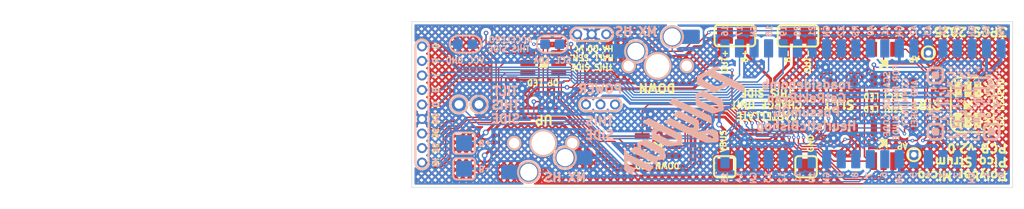
<source format=kicad_pcb>
(kicad_pcb (version 20241229) (generator "pcbnew") (generator_version "9.0")
  (layers (0 "F.Cu" signal) (2 "B.Cu" signal) (13 "F.Paste" user) (15 "B.Paste" user) (5 "F.SilkS" user "F.Silkscreen") (7 "B.SilkS" user "B.Silkscreen") (1 "F.Mask" user) (3 "B.Mask" user) (25 "Edge.Cuts" user))
  (net 0 "")
  (net 1 "Up")
  (net 2 "GND")
  (net 3 "Down")
  (net 4 "Select")
  (net 5 "Start")
  (net 6 "Green")
  (net 7 "Red")
  (net 8 "Yellow")
  (net 9 "Blue")
  (net 10 "Orange")
  (net 11 "VCC")
  (net 12 "led_sck")
  (net 13 "led_mosi")
  (net 14 "Tilt")
  (net 15 "Net-(D1-D0)")
  (net 16 "Net-(D1-C0)")
  (net 17 "Net-(D2-D0)")
  (net 18 "Net-(D2-C0)")
  (net 19 "Net-(D3-C0)")
  (net 20 "Net-(D3-D0)")
  (net 21 "Net-(D4-C0)")
  (net 22 "Net-(D4-D0)")
  (net 23 "Hall")
  (net 24 "Bat+")
  (net 25 "Bat-")
  (net 26 "VSYS")
  (net 27 "VBUS")
  (net 28 "SCL")
  (net 29 "SDA")
  (net 30 "AP")
  (net 31 "AP1")
  (footprint "" (layer "F.Cu") (at 146.05 95.34)
    (property "Reference" "")
    (property "Value" "")
  )
  (footprint "" (layer "F.Cu") (at 175.7125 105.5 -90)
    (property "Reference" "")
    (property "Value" "")
  )
  (footprint "" (layer "F.Cu") (at 154.4 116.750005)
    (property "Reference" "")
    (property "Value" "")
  )
  (footprint "Controller_Inputs:LED_RGB_5050_DOTSTAR" (layer "F.Cu") (at 227.75 112.45 -90)
    (property "Reference" "D5" (hide yes))
    (property "Value" "select_led")
  )
  (footprint "" (layer "F.Cu") (at 154.4 112.250005)
    (property "Reference" "")
    (property "Value" "")
  )
  (footprint "" (layer "F.Cu") (at 146.05 97.88)
    (property "Reference" "")
    (property "Value" "")
  )
  (footprint "Connector_PinHeader_2.54mm:PinHeader_1x08_P2.54mm_Vertical" (layer "F.Cu") (at 153.325 94.95 90)
    (property "Reference" "REF**" (hide yes))
    (property "Value" "PinHeader_1x08_P2.54mm_Vertical" (hide yes))
  )
  (footprint "" (layer "F.Cu") (at 230.46 115.78)
    (property "Reference" "")
    (property "Value" "")
  )
  (footprint "Button_Switch_SMD:SW_SPST_PTS645" (layer "F.Cu") (at 220.375 105.5 90)
    (property "Reference" "REF**" (hide yes))
    (property "Value" "SW_SPST_PTS645")
  )
  (footprint "" (layer "F.Cu") (at 179.265 93.2167)
    (property "Reference" "")
    (property "Value" "")
  )
  (footprint "Controller_Inputs:LED_RGB_5050_DOTSTAR" (layer "F.Cu") (at 188.2525 112.75 180)
    (property "Reference" "D5" (hide yes))
    (property "Value" "strum_up_led")
  )
  (footprint "" (layer "F.Cu") (at 157 105.5 90)
    (property "Reference" "")
    (property "Value" "")
  )
  (footprint "Controller_Inputs:LED_RGB_5050_DOTSTAR" (layer "F.Cu") (at 168.2525 98.25 180)
    (property "Reference" "D5" (hide yes))
    (property "Value" "strum_down_led")
  )
  (footprint "Button_Switch_SMD:SW_SPST_PTS645" (layer "F.Cu") (at 235.125 105.5 90)
    (property "Reference" "REF**" (hide yes))
    (property "Value" "SW_SPST_PTS645")
  )
  (footprint "" (layer "F.Cu") (at 174.185 93.2167)
    (property "Reference" "")
    (property "Value" "")
  )
  (footprint "" (layer "F.Cu") (at 146.05 105.5)
    (property "Reference" "")
    (property "Value" "")
  )
  (footprint "Controller_Inputs:LED_RGB_5050_DOTSTAR" (layer "F.Cu") (at 227.75 98.55 -90)
    (property "Reference" "D5" (hide yes))
    (property "Value" "start_led")
  )
  (footprint "" (layer "F.Cu") (at 176.725 93.2167)
    (property "Reference" "")
    (property "Value" "")
  )
  (footprint "TP4056footprint:TP4056-18650" (layer "F.Cu") (at 198.312488 118.07498 90)
    (property "Reference" "USB_CHRG**" (hide yes))
    (property "Value" "TP4056-18650")
  )
  (footprint "" (layer "F.Cu") (at 146.05 115.66)
    (property "Reference" "")
    (property "Value" "")
  )
  (footprint "" (layer "F.Cu") (at 180.7925 105.5 -90)
    (property "Reference" "")
    (property "Value" "")
  )
  (footprint "" (layer "F.Cu") (at 146.05 102.96)
    (property "Reference" "")
    (property "Value" "")
  )
  (footprint "" (layer "F.Cu") (at 233.17 96.77)
    (property "Reference" "")
    (property "Value" "")
  )
  (footprint "" (layer "F.Cu") (at 145.05 113.12)
    (property "Reference" "")
    (property "Value" "")
  )
  (footprint "" (layer "F.Cu") (at 146.05 110.58)
    (property "Reference" "")
    (property "Value" "")
  )
  (footprint "" (layer "F.Cu") (at 146.05 108.04)
    (property "Reference" "")
    (property "Value" "")
  )
  (footprint "" (layer "F.Cu") (at 154.5 103 90)
    (property "Reference" "")
    (property "Value" "")
  )
  (footprint "" (layer "F.Cu") (at 146.05 100.42)
    (property "Reference" "")
    (property "Value" "")
  )
  (footprint "" (layer "F.Cu") (at 178.2525 105.5 -90)
    (property "Reference" "")
    (property "Value" "")
  )
  (footprint "Module:RaspberryPi_Pico_SMD" (layer "B.Cu") (at 224.15 105.375 90)
    (property "Reference" "REF**" (hide yes))
    (property "Value" "RaspberryPi_Pico_SMD" (hide yes))
  )
  (footprint "marbastlib-mx:SW_MX_HS_1u" (layer "B.Cu") (at 168.2475 112.25)
    (property "Reference" " ")
    (property "Value" "MX_SW_HS" (hide yes))
  )
  (footprint "marbastlib-mx:SW_MX_HS_1u" (layer "B.Cu") (at 188.2525 98.75 180)
    (property "Reference" " ")
    (property "Value" "MX_SW_HS" (hide yes))
  )
  (gr_arc (start 247 108.8754) (mid 246.575305 109.900705) (end 245.55 110.3254) (stroke (width 0.35)) (layer "F.SilkS"))
  (gr_line (start 239.5 108.8754) (end 239.5 102.25) (stroke (width 0.35)) (layer "F.SilkS"))
  (gr_line (start 227.875 98.375) (end 227.2 99.05) (stroke (width 0.5)) (layer "F.SilkS"))
  (gr_line (start 228.5 97.75) (end 228.5 99.25) (stroke (width 0.12)) (layer "F.SilkS"))
  (gr_line (start 167.5025 99) (end 169.0025 97.5) (stroke (width 0.12)) (layer "F.SilkS"))
  (gr_arc (start 204.697487 91.618723) (mid 205.121737 91.794461) (end 205.297487 92.218723) (stroke (width 0.35)) (layer "F.SilkS"))
  (gr_line (start 148.2 95.31) (end 148.2 115.67) (stroke (width 0.35)) (layer "F.SilkS"))
  (gr_line (start 204.697487 95.318722) (end 198.794974 95.318728) (stroke (width 0.35)) (layer "F.SilkS"))
  (gr_poly (pts (xy 169.0025 97.5) (xy 169.0025 99) (xy 167.5025 99)) (stroke (width 0.12)) (fill yes) (layer "F.SilkS"))
  (gr_arc (start 240.95 110.3254) (mid 239.924695 109.900705) (end 239.5 108.8754) (stroke (width 0.35)) (layer "F.SilkS"))
  (gr_line (start 212.922487 114.527467) (end 215.472487 114.527472) (stroke (width 0.35)) (layer "F.SilkS"))
  (gr_arc (start 179.2614 92.0457) (mid 180.4298 93.2141) (end 179.2614 94.3825) (stroke (width 0.35)) (layer "F.SilkS"))
  (gr_line (start 245.55 110.3254) (end 240.95 110.3254) (stroke (width 0.35)) (layer "F.SilkS"))
  (gr_line (start 228.5 99.25) (end 227 97.75) (stroke (width 0.12)) (layer "F.SilkS"))
  (gr_line (start 198.794974 91.618723) (end 204.697487 91.618723) (stroke (width 0.35)) (layer "F.SilkS"))
  (gr_line (start 241.8 106.3) (end 243.3 106.3) (stroke (width 0.12)) (layer "F.SilkS"))
  (gr_arc (start 175.7025 106.66) (mid 174.5525 105.51) (end 175.7025 104.36) (stroke (width 0.35)) (layer "F.SilkS"))
  (gr_arc (start 198.7 118.227472) (mid 198.276614 118.051585) (end 198.102513 117.627467) (stroke (width 0.35)) (layer "F.SilkS"))
  (gr_line (start 180.8025 106.66) (end 175.7025 106.66) (stroke (width 0.35)) (layer "F.SilkS"))
  (gr_arc (start 215.472487 114.527472) (mid 215.896755 114.703207) (end 216.072487 115.127472) (stroke (width 0.35)) (layer "F.SilkS"))
  (gr_line (start 226.875 111.625) (end 228.375 111.625) (stroke (width 0.12)) (layer "F.SilkS"))
  (gr_line (start 201.25 118.227471) (end 198.7 118.227472) (stroke (width 0.35)) (layer "F.SilkS"))
  (gr_arc (start 198.192462 92.221236) (mid 198.368948 91.795219) (end 198.794974 91.618723) (stroke (width 0.35)) (layer "F.SilkS"))
  (gr_line (start 189.0025 113.5) (end 187.5025 113.5) (stroke (width 0.12)) (layer "F.SilkS"))
  (gr_line (start 215.472487 118.227471) (end 212.922487 118.227472) (stroke (width 0.35)) (layer "F.SilkS"))
  (gr_line (start 198.192462 92.221236) (end 198.197487 94.718723) (stroke (width 0.35)) (layer "F.SilkS"))
  (gr_poly (pts (xy 227 97.75) (xy 228.5 97.75) (xy 228.5 99.25)) (stroke (width 0.12)) (fill yes) (layer "F.SilkS"))
  (gr_line (start 169.0025 99) (end 167.5025 99) (stroke (width 0.12)) (layer "F.SilkS"))
  (gr_arc (start 209.241205 92.271236) (mid 209.417659 91.84517) (end 209.843717 91.668723) (stroke (width 0.35)) (layer "F.SilkS"))
  (gr_arc (start 145.9 95.31) (mid 147.05 94.16) (end 148.2 95.31) (stroke (width 0.35)) (layer "F.SilkS"))
  (gr_arc (start 216.072487 117.627472) (mid 215.896754 118.051741) (end 215.472487 118.227471) (stroke (width 0.35)) (layer "F.SilkS"))
  (gr_line (start 174.1814 92.0457) (end 179.2614 92.0457) (stroke (width 0.35)) (layer "F.SilkS"))
  (gr_line (start 205.297487 92.218723) (end 205.297487 94.718723) (stroke (width 0.35)) (layer "F.SilkS"))
  (gr_line (start 188.3775 112.875) (end 187.7025 112.2) (stroke (width 0.5)) (layer "F.SilkS"))
  (gr_line (start 228.375 113.125) (end 226.875 111.625) (stroke (width 0.12)) (layer "F.SilkS"))
  (gr_line (start 189.0025 112) (end 189.0025 113.5) (stroke (width 0.12)) (layer "F.SilkS"))
  (gr_arc (start 212.319975 115.12998) (mid 212.496447 114.703939) (end 212.922487 114.527467) (stroke (width 0.35)) (layer "F.SilkS"))
  (gr_rect (start 243.65 106.95) (end 244.75 109.55) (stroke (width 0.15)) (fill yes) (layer "F.SilkS"))
  (gr_line (start 243.1 105) (end 242.425 105.675) (stroke (width 0.5)) (layer "F.SilkS"))
  (gr_circle (center 157 105.5) (end 155.5 105.5) (stroke (width 0.35)) (fill no) (layer "F.SilkS"))
  (gr_arc (start 215.74623 91.668723) (mid 216.170516 91.844441) (end 216.34623 92.268723) (stroke (width 0.35)) (layer "F.SilkS"))
  (gr_rect (start 241.95 106.95) (end 243.05 109.55) (stroke (width 0.15)) (fill yes) (layer "F.SilkS"))
  (gr_line (start 209.241205 92.271236) (end 209.24623 94.768723) (stroke (width 0.35)) (layer "F.SilkS"))
  (gr_arc (start 205.297487 94.718723) (mid 205.121771 95.143024) (end 204.697487 95.318722) (stroke (width 0.35)) (layer "F.SilkS"))
  (gr_line (start 209.843717 91.668723) (end 215.74623 91.668723) (stroke (width 0.35)) (layer "F.SilkS"))
  (gr_poly (pts (xy 226.875 111.625) (xy 228.375 111.625) (xy 228.375 113.125)) (stroke (width 0.12)) (fill yes) (layer "F.SilkS"))
  (gr_line (start 245.55 100.8) (end 240.95 100.8) (stroke (width 0.35)) (layer "F.SilkS"))
  (gr_arc (start 198.794974 95.318728) (mid 198.371585 95.142836) (end 198.197487 94.718723) (stroke (width 0.35)) (layer "F.SilkS"))
  (gr_arc (start 201.85 117.627472) (mid 201.674268 118.051745) (end 201.25 118.227471) (stroke (width 0.35)) (layer "F.SilkS"))
  (gr_line (start 228.375 111.625) (end 228.375 113.125) (stroke (width 0.12)) (layer "F.SilkS"))
  (gr_arc (start 212.922487 118.227472) (mid 212.499109 118.051581) (end 212.325 117.627467) (stroke (width 0.35)) (layer "F.SilkS"))
  (gr_poly (pts (xy 189.0025 112) (xy 189.0025 113.5) (xy 187.5025 113.5)) (stroke (width 0.12)) (fill yes) (layer "F.SilkS"))
  (gr_circle (center 233.04 114.265) (end 234.19 114.265) (stroke (width 0.35)) (fill no) (layer "F.SilkS"))
  (gr_line (start 241.8 104.8) (end 241.8 106.3) (stroke (width 0.12)) (layer "F.SilkS"))
  (gr_rect (start 240.25 101.55) (end 241.35 104.15) (stroke (width 0.15)) (fill yes) (layer "F.SilkS"))
  (gr_line (start 168.3775 98.375) (end 167.7025 97.7) (stroke (width 0.5)) (layer "F.SilkS"))
  (gr_line (start 169.0025 97.5) (end 169.0025 99) (stroke (width 0.12)) (layer "F.SilkS"))
  (gr_circle (center 153.5 105.5) (end 155 105.5) (stroke (width 0.35)) (fill no) (layer "F.SilkS"))
  (gr_arc (start 216.34623 94.768723) (mid 216.170481 95.192974) (end 215.74623 95.368722) (stroke (width 0.35)) (layer "F.SilkS"))
  (gr_line (start 215.74623 95.368722) (end 209.843717 95.368728) (stroke (width 0.35)) (layer "F.SilkS"))
  (gr_arc (start 201.25 114.527472) (mid 201.674259 114.703212) (end 201.85 115.127472) (stroke (width 0.35)) (layer "F.SilkS"))
  (gr_arc (start 174.1814 94.3825) (mid 173.013 93.2141) (end 174.1814 92.0457) (stroke (width 0.35)) (layer "F.SilkS"))
  (gr_circle (center 235.58 96.485) (end 236.73 96.485) (stroke (width 0.35)) (fill no) (layer "F.SilkS"))
  (gr_line (start 201.85 115.127472) (end 201.85 117.627472) (stroke (width 0.35)) (layer "F.SilkS"))
  (gr_line (start 175.7025 104.36) (end 180.8025 104.36) (stroke (width 0.35)) (layer "F.SilkS"))
  (gr_rect (start 240.25 106.95) (end 241.35 109.55) (stroke (width 0.15)) (fill yes) (layer "F.SilkS"))
  (gr_arc (start 148.2 115.67) (mid 147.05 116.82) (end 145.9 115.67) (stroke (width 0.35)) (layer "F.SilkS"))
  (gr_line (start 227.75 112.25) (end 227.075 112.925) (stroke (width 0.5)) (layer "F.SilkS"))
  (gr_line (start 174.1814 94.3825) (end 179.2614 94.3825) (stroke (width 0.35)) (layer "F.SilkS"))
  (gr_line (start 145.9 115.67) (end 145.9 95.31) (stroke (width 0.35)) (layer "F.SilkS"))
  (gr_rect (start 241.95 101.55) (end 243.05 104.15) (stroke (width 0.15)) (fill yes) (layer "F.SilkS"))
  (gr_arc (start 209.843717 95.368728) (mid 209.420365 95.192816) (end 209.24623 94.768723) (stroke (width 0.35)) (layer "F.SilkS"))
  (gr_poly (pts (xy 243.3 106.3) (xy 241.8 106.3) (xy 241.8 104.8)) (stroke (width 0.12)) (fill yes) (layer "F.SilkS"))
  (gr_line (start 227 97.75) (end 228.5 97.75) (stroke (width 0.12)) (layer "F.SilkS"))
  (gr_arc (start 198.097488 115.12998) (mid 198.27396 114.703944) (end 198.7 114.527467) (stroke (width 0.35)) (layer "F.SilkS"))
  (gr_arc (start 180.8025 104.36) (mid 181.9525 105.51) (end 180.8025 106.66) (stroke (width 0.35)) (layer "F.SilkS"))
  (gr_line (start 243.3 106.3) (end 241.8 104.8) (stroke (width 0.12)) (layer "F.SilkS"))
  (gr_line (start 247 102.25) (end 247 108.8754) (stroke (width 0.35)) (layer "F.SilkS"))
  (gr_line (start 187.5025 113.5) (end 189.0025 112) (stroke (width 0.12)) (layer "F.SilkS"))
  (gr_line (start 212.319975 115.12998) (end 212.325 117.627467) (stroke (width 0.35)) (layer "F.SilkS"))
  (gr_arc (start 239.5 102.25) (mid 239.924695 101.224695) (end 240.95 100.8) (stroke (width 0.35)) (layer "F.SilkS"))
  (gr_rect (start 243.65 101.55) (end 244.75 104.15) (stroke (width 0.15)) (fill yes) (layer "F.SilkS"))
  (gr_line (start 216.34623 92.268723) (end 216.34623 94.768723) (stroke (width 0.35)) (layer "F.SilkS"))
  (gr_line (start 198.097488 115.12998) (end 198.102513 117.627467) (stroke (width 0.35)) (layer "F.SilkS"))
  (gr_line (start 198.7 114.527467) (end 201.25 114.527472) (stroke (width 0.35)) (layer "F.SilkS"))
  (gr_line (start 216.072487 115.127472) (end 216.072487 117.627472) (stroke (width 0.35)) (layer "F.SilkS"))
  (gr_arc (start 245.55 100.8) (mid 246.575305 101.224695) (end 247 102.25) (stroke (width 0.35)) (layer "F.SilkS"))
  (gr_poly (pts (xy 244.455394 110.888604) (xy 244.465978 110.888604) (xy 244.476562 110.885959) (xy 244.484499 110.885959) (xy 244.492437 110.883312) (xy 244.503019 110.87802) (xy 244.510959 110.875375) (xy 244.518896 110.872729) (xy 244.526832 110.867438) (xy 244.534771 110.862147) (xy 244.542707 110.8595) (xy 244.550644 110.854209) (xy 244.558584 110.846271) (xy 244.563875 110.840979) (xy 244.571811 110.835687) (xy 244.577104 110.82775) (xy 244.582395 110.822458) (xy 244.587688 110.814521) (xy 244.592979 110.806584) (xy 244.59827 110.798646) (xy 244.603563 110.790709) (xy 244.608852 110.782771) (xy 244.611499 110.774833) (xy 244.614145 110.766896) (xy 244.61679 110.758959) (xy 244.619436 110.748375) (xy 244.622083 110.740438) (xy 244.624729 110.729855) (xy 244.624729 110.721917) (xy 244.627374 110.711333) (xy 244.627374 110.692813) (xy 244.624729 110.682229) (xy 244.624729 110.674292) (xy 244.622083 110.663709) (xy 244.619436 110.655771) (xy 244.61679 110.645188) (xy 244.614145 110.63725) (xy 244.611499 110.629313) (xy 244.608852 110.618729) (xy 244.603563 110.610791) (xy 244.59827 110.602855) (xy 244.592979 110.594917) (xy 244.587688 110.589626) (xy 244.582395 110.581687) (xy 244.577104 110.573751) (xy 244.571811 110.568459) (xy 244.563875 110.560521) (xy 244.558584 110.555229) (xy 244.550644 110.549937) (xy 244.542707 110.544646) (xy 244.534771 110.539355) (xy 244.526832 110.536709) (xy 244.510959 110.526125) (xy 244.503019 110.52348) (xy 244.492437 110.520833) (xy 244.484499 110.518188) (xy 244.476562 110.515541) (xy 244.465978 110.515541) (xy 244.455394 110.512897) (xy 243.902416 110.512897) (xy 243.891832 110.515541) (xy 243.883895 110.515541) (xy 243.873312 110.518188) (xy 243.865375 110.520833) (xy 243.857437 110.52348) (xy 243.846853 110.526125) (xy 243.838916 110.531417) (xy 243.830978 110.534063) (xy 243.823042 110.539355) (xy 243.815103 110.544646) (xy 243.807167 110.549937) (xy 243.801874 110.555229) (xy 243.793937 110.560521) (xy 243.788644 110.568459) (xy 243.780708 110.573751) (xy 243.775417 110.581687) (xy 243.770124 110.589626) (xy 243.764833 110.594917) (xy 243.75954 110.602855) (xy 243.754249 110.610791) (xy 243.751604 110.618729) (xy 243.746311 110.626667) (xy 243.743667 110.63725) (xy 243.74102 110.645188) (xy 243.738374 110.653125) (xy 243.735729 110.663709) (xy 243.733083 110.671646) (xy 243.733083 110.729855) (xy 243.735729 110.740438) (xy 243.738374 110.748375) (xy 243.74102 110.758959) (xy 243.743667 110.766896) (xy 243.746311 110.774833) (xy 243.751604 110.782771) (xy 243.754249 110.790709) (xy 243.75954 110.798646) (xy 243.764833 110.806584) (xy 243.770124 110.814521) (xy 243.775417 110.822458) (xy 243.780708 110.82775) (xy 243.788644 110.835687) (xy 243.793937 110.840979) (xy 243.801874 110.846271) (xy 243.807167 110.854209) (xy 243.815103 110.8595) (xy 243.823042 110.862147) (xy 243.830978 110.867438) (xy 243.838916 110.872729) (xy 243.846853 110.875375) (xy 243.857437 110.87802) (xy 243.865375 110.883312) (xy 243.873312 110.885959) (xy 243.883895 110.885959) (xy 243.891832 110.888604) (xy 243.902416 110.888604) (xy 243.910352 110.891251) (xy 244.447458 110.891251)) (stroke (width -0.000001)) (fill yes) (layer "B.SilkS"))
  (gr_poly (pts (xy 247.569542 104.628564) (xy 247.580124 104.625917) (xy 247.588062 104.623271) (xy 247.595998 104.620624) (xy 247.606582 104.61798) (xy 247.614519 104.612687) (xy 247.622457 104.610044) (xy 247.630395 104.604751) (xy 247.638334 104.59946) (xy 247.64627 104.594167) (xy 247.651561 104.588876) (xy 247.659498 104.583583) (xy 247.664791 104.578292) (xy 247.672729 104.570356) (xy 247.678018 104.562417) (xy 247.683311 104.557124) (xy 247.688602 104.549188) (xy 247.693895 104.541251) (xy 247.699186 104.533313) (xy 247.701833 104.525377) (xy 247.707122 104.517438) (xy 247.70977 104.5095) (xy 247.712415 104.498916) (xy 247.715063 104.490979) (xy 247.717706 104.480396) (xy 247.717706 104.472459) (xy 247.720354 104.461875) (xy 247.720354 104.424834) (xy 247.717706 104.414251) (xy 247.717706 104.406312) (xy 247.715063 104.395728) (xy 247.712415 104.387792) (xy 247.70977 104.377208) (xy 247.707122 104.369271) (xy 247.701833 104.361335) (xy 247.699186 104.353397) (xy 247.693895 104.34546) (xy 247.688602 104.33752) (xy 247.683311 104.329583) (xy 247.678018 104.321647) (xy 247.672729 104.316356) (xy 247.664791 104.308416) (xy 247.659498 104.303125) (xy 247.651561 104.297836) (xy 247.64627 104.292543) (xy 247.638334 104.287252) (xy 247.630395 104.281959) (xy 247.622457 104.276668) (xy 247.614519 104.27402) (xy 247.606582 104.268729) (xy 247.595998 104.266084) (xy 247.588062 104.263438) (xy 247.580124 104.260793) (xy 247.569542 104.258147) (xy 247.561603 104.2555) (xy 247.540437 104.2555) (xy 247.532499 104.252855) (xy 247.521915 104.2555) (xy 247.503395 104.2555) (xy 247.492811 104.258147) (xy 247.484874 104.260793) (xy 247.476938 104.263438) (xy 247.466354 104.266084) (xy 247.458416 104.268729) (xy 247.450479 104.27402) (xy 247.442541 104.276668) (xy 247.434602 104.281959) (xy 247.426666 104.287252) (xy 247.418729 104.292543) (xy 247.410791 104.297836) (xy 247.405498 104.303125) (xy 247.397562 104.308416) (xy 247.392271 104.316356) (xy 247.386978 104.321647) (xy 247.381687 104.329583) (xy 247.376394 104.33752) (xy 247.371103 104.34546) (xy 247.365812 104.353397) (xy 247.360519 104.361335) (xy 247.357874 104.369271) (xy 247.35523 104.377208) (xy 247.352583 104.387792) (xy 247.349937 104.395728) (xy 247.34729 104.406312) (xy 247.344646 104.414251) (xy 247.344646 104.424834) (xy 247.341999 104.432771) (xy 247.341999 104.453939) (xy 247.344646 104.461875) (xy 247.344646 104.472459) (xy 247.34729 104.480396) (xy 247.349937 104.490979) (xy 247.352583 104.498916) (xy 247.35523 104.5095) (xy 247.357874 104.517438) (xy 247.360519 104.525377) (xy 247.365812 104.533313) (xy 247.371103 104.541251) (xy 247.376394 104.549188) (xy 247.381687 104.557124) (xy 247.386978 104.562417) (xy 247.392271 104.570356) (xy 247.397562 104.578292) (xy 247.405498 104.583583) (xy 247.410791 104.588876) (xy 247.418729 104.594167) (xy 247.426666 104.59946) (xy 247.434602 104.604751) (xy 247.442541 104.610044) (xy 247.450479 104.612687) (xy 247.458416 104.61798) (xy 247.466354 104.620624) (xy 247.476938 104.623271) (xy 247.484874 104.625917) (xy 247.492811 104.628564) (xy 247.503395 104.631208) (xy 247.561603 104.631208)) (stroke (width -0.000001)) (fill yes) (layer "B.SilkS"))
  (gr_poly (pts (xy 237.322229 105.075708) (xy 237.332813 105.073064) (xy 237.340749 105.070417) (xy 237.348687 105.067771) (xy 237.359271 105.065124) (xy 237.367208 105.059835) (xy 237.375146 105.057187) (xy 237.383083 105.051896) (xy 237.39102 105.046603) (xy 237.398959 105.041312) (xy 237.404249 105.03602) (xy 237.412187 105.03073) (xy 237.417479 105.022792) (xy 237.425417 105.017499) (xy 237.430708 105.009563) (xy 237.435999 105.004272) (xy 237.441291 104.996335) (xy 237.446582 104.988397) (xy 237.451874 104.980458) (xy 237.454521 104.97252) (xy 237.459813 104.964584) (xy 237.462458 104.956647) (xy 237.465105 104.946063) (xy 237.467749 104.938127) (xy 237.470395 104.927543) (xy 237.473041 104.919604) (xy 237.473041 104.861396) (xy 237.470395 104.85346) (xy 237.467749 104.842876) (xy 237.465105 104.834939) (xy 237.462458 104.824355) (xy 237.459813 104.816417) (xy 237.454521 104.80848) (xy 237.451874 104.800542) (xy 237.446582 104.792604) (xy 237.441291 104.784667) (xy 237.435999 104.776731) (xy 237.430708 104.771438) (xy 237.425417 104.763499) (xy 237.417479 104.755563) (xy 237.412187 104.750272) (xy 237.404249 104.744979) (xy 237.398959 104.739688) (xy 237.39102 104.734395) (xy 237.383083 104.729104) (xy 237.375146 104.723813) (xy 237.367208 104.721168) (xy 237.359271 104.715875) (xy 237.348687 104.713231) (xy 237.340749 104.710584) (xy 237.332813 104.707938) (xy 237.322229 104.705291) (xy 237.314291 104.702647) (xy 237.29577 104.702647) (xy 237.285187 104.7) (xy 236.758667 104.7) (xy 236.750729 104.702647) (xy 236.740145 104.702647) (xy 236.729562 104.705291) (xy 236.721625 104.707938) (xy 236.713688 104.710584) (xy 236.703104 104.713231) (xy 236.695167 104.715875) (xy 236.687229 104.71852) (xy 236.679291 104.723813) (xy 236.671354 104.729104) (xy 236.663416 104.734395) (xy 236.655479 104.739688) (xy 236.647542 104.744979) (xy 236.64225 104.750272) (xy 236.634312 104.755563) (xy 236.629021 104.763499) (xy 236.623729 104.768792) (xy 236.618437 104.776731) (xy 236.613145 104.784667) (xy 236.607853 104.792604) (xy 236.602563 104.800542) (xy 236.597271 104.80848) (xy 236.594625 104.816417) (xy 236.591979 104.824355) (xy 236.589333 104.834939) (xy 236.586687 104.842876) (xy 236.584041 104.850812) (xy 236.581396 104.861396) (xy 236.581396 104.87198) (xy 236.578749 104.879916) (xy 236.578749 104.901084) (xy 236.581396 104.909021) (xy 236.581396 104.919604) (xy 236.584041 104.927543) (xy 236.586687 104.938127) (xy 236.589333 104.946063) (xy 236.591979 104.954) (xy 236.594625 104.964584) (xy 236.597271 104.97252) (xy 236.602563 104.980458) (xy 236.607853 104.988397) (xy 236.613145 104.996335) (xy 236.618437 105.004272) (xy 236.623729 105.009563) (xy 236.629021 105.017499) (xy 236.634312 105.022792) (xy 236.64225 105.03073) (xy 236.647542 105.03602) (xy 236.655479 105.041312) (xy 236.663416 105.046603) (xy 236.671354 105.051896) (xy 236.679291 105.057187) (xy 236.687229 105.059835) (xy 236.695167 105.065124) (xy 236.703104 105.067771) (xy 236.713688 105.070417) (xy 236.721625 105.073064) (xy 236.729562 105.075708) (xy 236.740145 105.078355) (xy 237.314291 105.078355)) (stroke (width -0.000001)) (fill yes) (layer "B.SilkS"))
  (gr_poly (pts (xy 242.206437 105.075708) (xy 242.214374 105.073064) (xy 242.224958 105.070417) (xy 242.232895 105.067771) (xy 242.240833 105.065124) (xy 242.24877 105.059835) (xy 242.256708 105.057187) (xy 242.264645 105.051896) (xy 242.272583 105.046603) (xy 242.28052 105.041312) (xy 242.288458 105.03602) (xy 242.293749 105.03073) (xy 242.301687 105.022792) (xy 242.306979 105.017499) (xy 242.314916 105.009563) (xy 242.320208 105.004272) (xy 242.325499 104.996335) (xy 242.330791 104.988397) (xy 242.333437 104.980458) (xy 242.338729 104.97252) (xy 242.341374 104.964584) (xy 242.346666 104.954) (xy 242.349312 104.946063) (xy 242.351958 104.938127) (xy 242.351958 104.927543) (xy 242.354604 104.919604) (xy 242.357249 104.909021) (xy 242.357249 104.87198) (xy 242.354604 104.861396) (xy 242.351958 104.850812) (xy 242.351958 104.842876) (xy 242.349312 104.834939) (xy 242.346666 104.824355) (xy 242.341374 104.816417) (xy 242.338729 104.80848) (xy 242.333437 104.800542) (xy 242.330791 104.792604) (xy 242.325499 104.784667) (xy 242.320208 104.776731) (xy 242.314916 104.768792) (xy 242.306979 104.763499) (xy 242.301687 104.755563) (xy 242.293749 104.750272) (xy 242.288458 104.744979) (xy 242.28052 104.739688) (xy 242.272583 104.734395) (xy 242.256708 104.723813) (xy 242.24877 104.71852) (xy 242.240833 104.715875) (xy 242.232895 104.713231) (xy 242.224958 104.710584) (xy 242.214374 104.707938) (xy 242.206437 104.705291) (xy 242.195853 104.702647) (xy 242.187916 104.702647) (xy 242.177332 104.7) (xy 242.158812 104.7) (xy 242.148228 104.702647) (xy 242.137645 104.702647) (xy 242.129708 104.705291) (xy 242.119125 104.707938) (xy 242.111187 104.710584) (xy 242.103249 104.713231) (xy 242.095313 104.715875) (xy 242.084729 104.71852) (xy 242.07679 104.723813) (xy 242.068853 104.729104) (xy 242.060917 104.734395) (xy 242.055625 104.739688) (xy 242.047687 104.744979) (xy 242.039749 104.750272) (xy 242.034457 104.755563) (xy 242.02652 104.763499) (xy 242.021228 104.768792) (xy 242.015936 104.776731) (xy 242.010645 104.784667) (xy 242.005354 104.792604) (xy 242.002708 104.800542) (xy 241.997416 104.80848) (xy 241.992124 104.816417) (xy 241.989479 104.824355) (xy 241.986833 104.834939) (xy 241.984187 104.842876) (xy 241.981541 104.850812) (xy 241.981541 104.861396) (xy 241.978895 104.87198) (xy 241.978895 104.909021) (xy 241.981541 104.919604) (xy 241.981541 104.927543) (xy 241.984187 104.938127) (xy 241.986833 104.946063) (xy 241.989479 104.954) (xy 241.994771 104.964584) (xy 241.997416 104.97252) (xy 242.002708 104.980458) (xy 242.005354 104.988397) (xy 242.010645 104.996335) (xy 242.015936 105.004272) (xy 242.021228 105.009563) (xy 242.02652 105.017499) (xy 242.034457 105.022792) (xy 242.039749 105.03073) (xy 242.047687 105.03602) (xy 242.055625 105.041312) (xy 242.060917 105.046603) (xy 242.068853 105.051896) (xy 242.07679 105.057187) (xy 242.084729 105.059835) (xy 242.095313 105.065124) (xy 242.103249 105.067771) (xy 242.111187 105.070417) (xy 242.12177 105.073064) (xy 242.129708 105.075708) (xy 242.137645 105.078355) (xy 242.195853 105.078355)) (stroke (width -0.000001)) (fill yes) (layer "B.SilkS"))
  (gr_poly (pts (xy 246.254562 107.758584) (xy 246.262498 107.758584) (xy 246.273082 107.755937) (xy 246.281019 107.753291) (xy 246.291603 107.750646) (xy 246.299539 107.745355) (xy 246.307479 107.742709) (xy 246.315416 107.737416) (xy 246.323354 107.734771) (xy 246.331291 107.72948) (xy 246.339227 107.724187) (xy 246.34452 107.718896) (xy 246.352459 107.713605) (xy 246.360395 107.705667) (xy 246.365686 107.700376) (xy 246.370979 107.692437) (xy 246.37627 107.684501) (xy 246.381563 107.67921) (xy 246.386854 107.671272) (xy 246.392147 107.663333) (xy 246.39479 107.655397) (xy 246.400083 107.644813) (xy 246.402727 107.636874) (xy 246.405374 107.628938) (xy 246.40802 107.621001) (xy 246.410667 107.610418) (xy 246.413311 107.602479) (xy 246.413311 107.544271) (xy 246.410667 107.533687) (xy 246.40802 107.52575) (xy 246.405374 107.515166) (xy 246.402727 107.50723) (xy 246.400083 107.499292) (xy 246.39479 107.491355) (xy 246.392147 107.483417) (xy 246.386854 107.475478) (xy 246.381563 107.467542) (xy 246.37627 107.459605) (xy 246.370979 107.451667) (xy 246.365686 107.446374) (xy 246.360395 107.438438) (xy 246.352459 107.433147) (xy 246.34452 107.427854) (xy 246.339227 107.419917) (xy 246.331291 107.414626) (xy 246.323354 107.411979) (xy 246.315416 107.406688) (xy 246.307479 107.401395) (xy 246.299539 107.39875) (xy 246.291603 107.396106) (xy 246.281019 107.390813) (xy 246.273082 107.388168) (xy 246.262498 107.388168) (xy 246.254562 107.385522) (xy 246.243978 107.385522) (xy 246.236042 107.382875) (xy 244.349561 107.382875) (xy 244.338979 107.385522) (xy 244.331041 107.388168) (xy 244.320457 107.388168) (xy 244.312521 107.390813) (xy 244.301937 107.393459) (xy 244.293998 107.39875) (xy 244.286062 107.401395) (xy 244.278125 107.406688) (xy 244.270187 107.409333) (xy 244.262249 107.414626) (xy 244.254312 107.419917) (xy 244.249021 107.42521) (xy 244.241083 107.433147) (xy 244.235792 107.438438) (xy 244.227853 107.443731) (xy 244.222562 107.451667) (xy 244.21727 107.459605) (xy 244.211979 107.467542) (xy 244.206688 107.472835) (xy 244.201395 107.480771) (xy 244.198749 107.491355) (xy 244.193456 107.499292) (xy 244.190813 107.50723) (xy 244.188167 107.515166) (xy 244.18552 107.52575) (xy 244.182874 107.533687) (xy 244.180229 107.544271) (xy 244.180229 107.599834) (xy 244.182874 107.610418) (xy 244.18552 107.618354) (xy 244.188167 107.628938) (xy 244.190813 107.636874) (xy 244.193456 107.644813) (xy 244.198749 107.655397) (xy 244.201395 107.663333) (xy 244.206688 107.671272) (xy 244.211979 107.67921) (xy 244.21727 107.684501) (xy 244.222562 107.692437) (xy 244.227853 107.700376) (xy 244.235792 107.705667) (xy 244.241083 107.71096) (xy 244.249021 107.718896) (xy 244.254312 107.724187) (xy 244.262249 107.72948) (xy 244.270187 107.734771) (xy 244.278125 107.737416) (xy 244.286062 107.742709) (xy 244.293998 107.745355) (xy 244.301937 107.750646) (xy 244.312521 107.753291) (xy 244.320457 107.755937) (xy 244.331041 107.758584) (xy 244.338979 107.758584) (xy 244.349561 107.76123) (xy 246.243978 107.76123)) (stroke (width -0.000001)) (fill yes) (layer "B.SilkS"))
  (gr_poly (pts (xy 244.455394 101.948333) (xy 244.465978 101.948333) (xy 244.476562 101.945689) (xy 244.484499 101.943042) (xy 244.492437 101.940396) (xy 244.503019 101.937749) (xy 244.510959 101.935106) (xy 244.518896 101.93246) (xy 244.526832 101.927167) (xy 244.534771 101.921876) (xy 244.542707 101.916585) (xy 244.550644 101.913938) (xy 244.558584 101.906001) (xy 244.563875 101.900708) (xy 244.571811 101.895417) (xy 244.577104 101.887481) (xy 244.582395 101.882188) (xy 244.587688 101.87425) (xy 244.592979 101.866313) (xy 244.59827 101.858377) (xy 244.603563 101.850438) (xy 244.608852 101.8425) (xy 244.611499 101.834563) (xy 244.614145 101.826625) (xy 244.61679 101.818689) (xy 244.619436 101.808105) (xy 244.622083 101.800168) (xy 244.624729 101.789584) (xy 244.624729 101.781646) (xy 244.627374 101.771064) (xy 244.627374 101.752542) (xy 244.624729 101.74196) (xy 244.624729 101.731376) (xy 244.622083 101.723437) (xy 244.619436 101.712854) (xy 244.61679 101.704917) (xy 244.614145 101.696981) (xy 244.611499 101.686397) (xy 244.608852 101.67846) (xy 244.603563 101.670522) (xy 244.59827 101.662584) (xy 244.592979 101.654645) (xy 244.587688 101.649354) (xy 244.582395 101.641418) (xy 244.577104 101.633481) (xy 244.571811 101.628188) (xy 244.563875 101.62025) (xy 244.558584 101.614961) (xy 244.550644 101.609668) (xy 244.542707 101.604377) (xy 244.534771 101.599084) (xy 244.526832 101.593793) (xy 244.518896 101.591146) (xy 244.510959 101.585855) (xy 244.503019 101.583209) (xy 244.492437 101.580564) (xy 244.484499 101.577916) (xy 244.476562 101.575273) (xy 244.465978 101.575273) (xy 244.455394 101.572625) (xy 243.902416 101.572625) (xy 243.891832 101.575273) (xy 243.883895 101.575273) (xy 243.873312 101.577916) (xy 243.865375 101.580564) (xy 243.857437 101.583209) (xy 243.846853 101.585855) (xy 243.838916 101.591146) (xy 243.830978 101.593793) (xy 243.823042 101.599084) (xy 243.815103 101.604377) (xy 243.807167 101.609668) (xy 243.801874 101.614961) (xy 243.793937 101.62025) (xy 243.788644 101.628188) (xy 243.780708 101.633481) (xy 243.775417 101.641418) (xy 243.770124 101.646709) (xy 243.764833 101.654645) (xy 243.75954 101.662584) (xy 243.754249 101.670522) (xy 243.751604 101.67846) (xy 243.746311 101.686397) (xy 243.743667 101.696981) (xy 243.74102 101.704917) (xy 243.738374 101.712854) (xy 243.735729 101.723437) (xy 243.733083 101.731376) (xy 243.733083 101.789584) (xy 243.735729 101.800168) (xy 243.738374 101.808105) (xy 243.74102 101.816041) (xy 243.743667 101.826625) (xy 243.746311 101.834563) (xy 243.751604 101.8425) (xy 243.754249 101.850438) (xy 243.75954 101.858377) (xy 243.764833 101.866313) (xy 243.770124 101.87425) (xy 243.775417 101.882188) (xy 243.780708 101.887481) (xy 243.788644 101.895417) (xy 243.793937 101.900708) (xy 243.801874 101.906001) (xy 243.807167 101.911292) (xy 243.815103 101.916585) (xy 243.823042 101.921876) (xy 243.830978 101.927167) (xy 243.838916 101.93246) (xy 243.846853 101.935106) (xy 243.857437 101.937749) (xy 243.865375 101.940396) (xy 243.873312 101.943042) (xy 243.883895 101.945689) (xy 243.891832 101.948333) (xy 243.902416 101.948333) (xy 243.910352 101.95098) (xy 244.447458 101.95098)) (stroke (width -0.000001)) (fill yes) (layer "B.SilkS"))
  (gr_poly (pts (xy 242.222313 110.888604) (xy 242.230249 110.888604) (xy 242.240833 110.885959) (xy 242.24877 110.885959) (xy 242.259353 110.883312) (xy 242.267291 110.87802) (xy 242.275228 110.875375) (xy 242.283166 110.872729) (xy 242.291103 110.867438) (xy 242.29904 110.862147) (xy 242.306979 110.8595) (xy 242.314916 110.854209) (xy 242.322853 110.846271) (xy 242.328145 110.840979) (xy 242.336083 110.835687) (xy 242.341374 110.82775) (xy 242.349312 110.822458) (xy 242.354604 110.814521) (xy 242.365186 110.798646) (xy 242.367833 110.790709) (xy 242.373125 110.782771) (xy 242.37577 110.774833) (xy 242.381062 110.766896) (xy 242.383709 110.758959) (xy 242.386354 110.748375) (xy 242.386354 110.740438) (xy 242.388999 110.729855) (xy 242.391645 110.721917) (xy 242.391645 110.682229) (xy 242.388999 110.674292) (xy 242.386354 110.663709) (xy 242.386354 110.655771) (xy 242.383709 110.645188) (xy 242.381062 110.63725) (xy 242.37577 110.629313) (xy 242.373125 110.618729) (xy 242.367833 110.610791) (xy 242.365186 110.602855) (xy 242.359895 110.594917) (xy 242.354604 110.589626) (xy 242.349312 110.581687) (xy 242.341374 110.573751) (xy 242.336083 110.568459) (xy 242.328145 110.560521) (xy 242.322853 110.555229) (xy 242.314916 110.549937) (xy 242.306979 110.544646) (xy 242.29904 110.539355) (xy 242.291103 110.536709) (xy 242.283166 110.531417) (xy 242.275228 110.526125) (xy 242.267291 110.52348) (xy 242.259353 110.520833) (xy 242.24877 110.518188) (xy 242.240833 110.515541) (xy 242.230249 110.515541) (xy 242.222313 110.512897) (xy 240.325249 110.512897) (xy 240.317312 110.515541) (xy 240.306729 110.515541) (xy 240.298791 110.518188) (xy 240.288208 110.520833) (xy 240.28027 110.52348) (xy 240.272333 110.526125) (xy 240.264395 110.531417) (xy 240.253811 110.534063) (xy 240.245874 110.539355) (xy 240.240583 110.544646) (xy 240.232646 110.549937) (xy 240.224707 110.555229) (xy 240.21677 110.560521) (xy 240.211479 110.568459) (xy 240.206187 110.573751) (xy 240.198249 110.581687) (xy 240.192957 110.589626) (xy 240.187666 110.594917) (xy 240.182374 110.602855) (xy 240.179729 110.610791) (xy 240.174437 110.618729) (xy 240.171792 110.626667) (xy 240.1665 110.63725) (xy 240.163853 110.645188) (xy 240.161208 110.653125) (xy 240.161208 110.663709) (xy 240.158561 110.671646) (xy 240.155916 110.682229) (xy 240.155916 110.721917) (xy 240.158561 110.729855) (xy 240.161208 110.740438) (xy 240.161208 110.748375) (xy 240.163853 110.758959) (xy 240.1665 110.766896) (xy 240.171792 110.774833) (xy 240.174437 110.782771) (xy 240.179729 110.790709) (xy 240.182374 110.798646) (xy 240.187666 110.806584) (xy 240.192957 110.814521) (xy 240.198249 110.822458) (xy 240.206187 110.82775) (xy 240.211479 110.835687) (xy 240.21677 110.840979) (xy 240.224707 110.846271) (xy 240.232646 110.854209) (xy 240.240583 110.8595) (xy 240.245874 110.862147) (xy 240.253811 110.867438) (xy 240.264395 110.872729) (xy 240.272333 110.875375) (xy 240.28027 110.87802) (xy 240.288208 110.883312) (xy 240.298791 110.885959) (xy 240.306729 110.885959) (xy 240.317312 110.888604) (xy 240.325249 110.888604) (xy 240.335833 110.891251) (xy 242.211729 110.891251)) (stroke (width -0.000001)) (fill yes) (layer "B.SilkS"))
  (gr_poly (pts (xy 245.939706 103.736917) (xy 245.966167 103.736917) (xy 245.966167 103.739564) (xy 246.225458 103.739564) (xy 246.236042 103.736917) (xy 246.254562 103.736917) (xy 246.262498 103.734271) (xy 246.273082 103.731626) (xy 246.281019 103.72898) (xy 246.291603 103.726333) (xy 246.299539 103.723687) (xy 246.307479 103.721044) (xy 246.315416 103.715751) (xy 246.323354 103.71046) (xy 246.331291 103.705167) (xy 246.339227 103.699876) (xy 246.34452 103.694583) (xy 246.352459 103.689292) (xy 246.360395 103.684001) (xy 246.365686 103.676063) (xy 246.370979 103.670772) (xy 246.37627 103.662833) (xy 246.381563 103.654897) (xy 246.386854 103.646959) (xy 246.392147 103.63902) (xy 246.39479 103.631084) (xy 246.400083 103.623147) (xy 246.402727 103.615209) (xy 246.405374 103.604625) (xy 246.40802 103.596688) (xy 246.410667 103.588752) (xy 246.413311 103.578168) (xy 246.413311 103.51996) (xy 246.410667 103.512021) (xy 246.40802 103.501437) (xy 246.405374 103.493501) (xy 246.402727 103.485564) (xy 246.400083 103.474981) (xy 246.39479 103.467044) (xy 246.392147 103.459104) (xy 246.386854 103.451167) (xy 246.381563 103.443229) (xy 246.37627 103.435292) (xy 246.370979 103.43) (xy 246.365686 103.422063) (xy 246.360395 103.416772) (xy 246.352459 103.408834) (xy 246.34452 103.403541) (xy 246.339227 103.398252) (xy 246.331291 103.392959) (xy 246.323354 103.387668) (xy 246.315416 103.382375) (xy 246.307479 103.379729) (xy 246.299539 103.374437) (xy 246.291603 103.371793) (xy 246.281019 103.369147) (xy 246.273082 103.3665) (xy 246.262498 103.363855) (xy 246.254562 103.363855) (xy 246.243978 103.361209) (xy 245.680416 103.361209) (xy 245.672479 103.363855) (xy 245.661895 103.3665) (xy 245.653959 103.369147) (xy 245.643375 103.371793) (xy 245.635437 103.374437) (xy 245.627498 103.379729) (xy 245.619562 103.382375) (xy 245.611623 103.387668) (xy 245.603687 103.392959) (xy 245.59575 103.398252) (xy 245.590458 103.403541) (xy 245.582519 103.408834) (xy 245.574583 103.416772) (xy 245.569292 103.422063) (xy 245.563999 103.43) (xy 245.558708 103.435292) (xy 245.553415 103.443229) (xy 245.548124 103.451167) (xy 245.542831 103.459104) (xy 245.540187 103.467044) (xy 245.534895 103.474981) (xy 245.532251 103.482917) (xy 245.529604 103.493501) (xy 245.526958 103.501437) (xy 245.524311 103.512021) (xy 245.521667 103.51996) (xy 245.521667 103.578168) (xy 245.524311 103.586105) (xy 245.526958 103.596688) (xy 245.529604 103.604625) (xy 245.532251 103.615209) (xy 245.534895 103.623147) (xy 245.540187 103.631084) (xy 245.542831 103.63902) (xy 245.548124 103.646959) (xy 245.553415 103.654897) (xy 245.558708 103.662833) (xy 245.563999 103.670772) (xy 245.569292 103.676063) (xy 245.574583 103.684001) (xy 245.582519 103.689292) (xy 245.590458 103.694583) (xy 245.59575 103.699876) (xy 245.603687 103.705167) (xy 245.611623 103.71046) (xy 245.619562 103.715751) (xy 245.627498 103.721044) (xy 245.635437 103.723687) (xy 245.643375 103.726333) (xy 245.653959 103.72898) (xy 245.661895 103.731626) (xy 245.672479 103.734271) (xy 245.680416 103.736917) (xy 245.698936 103.736917) (xy 245.70952 103.739564) (xy 245.939706 103.739564)) (stroke (width -0.000001)) (fill yes) (layer "B.SilkS"))
  (gr_poly (pts (xy 238.621333 105.97) (xy 238.62927 105.97) (xy 238.639854 105.967355) (xy 238.647791 105.964708) (xy 238.655729 105.962062) (xy 238.666312 105.959418) (xy 238.67425 105.954126) (xy 238.682187 105.95148) (xy 238.690124 105.946187) (xy 238.698063 105.940896) (xy 238.706 105.935603) (xy 238.711292 105.930312) (xy 238.719228 105.925021) (xy 238.72452 105.917083) (xy 238.732458 105.911792) (xy 238.73775 105.903856) (xy 238.743042 105.898563) (xy 238.748333 105.890626) (xy 238.753625 105.882688) (xy 238.758916 105.874751) (xy 238.761562 105.866813) (xy 238.766854 105.858875) (xy 238.769499 105.848293) (xy 238.772146 105.840354) (xy 238.774791 105.832416) (xy 238.777437 105.821834) (xy 238.777437 105.813895) (xy 238.780082 105.803312) (xy 238.780082 105.763625) (xy 238.777437 105.755687) (xy 238.777437 105.745103) (xy 238.774791 105.737167) (xy 238.772146 105.72923) (xy 238.769499 105.718646) (xy 238.766854 105.710708) (xy 238.761562 105.702771) (xy 238.758916 105.694835) (xy 238.753625 105.686897) (xy 238.748333 105.678958) (xy 238.743042 105.671022) (xy 238.73775 105.663083) (xy 238.732458 105.657792) (xy 238.72452 105.649856) (xy 238.719228 105.644563) (xy 238.711292 105.639272) (xy 238.706 105.631334) (xy 238.698063 105.628688) (xy 238.690124 105.623395) (xy 238.682187 105.618104) (xy 238.67425 105.612811) (xy 238.666312 105.610168) (xy 238.655729 105.607522) (xy 238.647791 105.602231) (xy 238.639854 105.602231) (xy 238.62927 105.599584) (xy 238.621333 105.596938) (xy 238.61075 105.596938) (xy 238.600166 105.594291) (xy 238.581646 105.594291) (xy 238.573708 105.596938) (xy 238.563124 105.596938) (xy 238.55254 105.599584) (xy 238.544604 105.602231) (xy 238.536666 105.602231) (xy 238.526083 105.607522) (xy 238.518146 105.610168) (xy 238.510208 105.612811) (xy 238.50227 105.618104) (xy 238.494333 105.623395) (xy 238.486395 105.628688) (xy 238.478458 105.631334) (xy 238.470521 105.639272) (xy 238.465229 105.644563) (xy 238.457292 105.649856) (xy 238.452 105.657792) (xy 238.446708 105.663083) (xy 238.441416 105.671022) (xy 238.436124 105.678958) (xy 238.430832 105.686897) (xy 238.425541 105.694835) (xy 238.42025 105.702771) (xy 238.417604 105.710708) (xy 238.414959 105.718646) (xy 238.412312 105.72923) (xy 238.409667 105.737167) (xy 238.40702 105.745103) (xy 238.404375 105.755687) (xy 238.404375 105.763625) (xy 238.401728 105.774207) (xy 238.401728 105.79273) (xy 238.404375 105.803312) (xy 238.404375 105.813895) (xy 238.40702 105.821834) (xy 238.409667 105.832416) (xy 238.412312 105.840354) (xy 238.414959 105.848293) (xy 238.417604 105.858875) (xy 238.42025 105.866813) (xy 238.425541 105.874751) (xy 238.430832 105.882688) (xy 238.436124 105.890626) (xy 238.441416 105.898563) (xy 238.446708 105.903856) (xy 238.452 105.911792) (xy 238.457292 105.917083) (xy 238.465229 105.925021) (xy 238.470521 105.930312) (xy 238.478458 105.935603) (xy 238.486395 105.940896) (xy 238.494333 105.946187) (xy 238.50227 105.95148) (xy 238.510208 105.954126) (xy 238.518146 105.959418) (xy 238.526083 105.962062) (xy 238.536666 105.964708) (xy 238.544604 105.967355) (xy 238.55254 105.97) (xy 238.563124 105.97) (xy 238.573708 105.972646) (xy 238.61075 105.972646)) (stroke (width -0.000001)) (fill yes) (layer "B.SilkS"))
  (gr_poly (pts (xy 239.952187 101.501189) (xy 239.96277 101.501189) (xy 239.970707 101.498542) (xy 239.981291 101.495897) (xy 239.989229 101.495897) (xy 239.997166 101.490606) (xy 240.005104 101.487958) (xy 240.015688 101.485313) (xy 240.023624 101.480022) (xy 240.031561 101.474729) (xy 240.0395 101.472085) (xy 240.044792 101.466792) (xy 240.052729 101.458854) (xy 240.060666 101.453565) (xy 240.065958 101.448272) (xy 240.073895 101.440334) (xy 240.079187 101.435043) (xy 240.084479 101.427104) (xy 240.08977 101.419168) (xy 240.095062 101.411229) (xy 240.100354 101.403293) (xy 240.102999 101.395354) (xy 240.108291 101.387418) (xy 240.110938 101.37948) (xy 240.113583 101.371541) (xy 240.116229 101.360957) (xy 240.118874 101.353021) (xy 240.118874 101.342437) (xy 240.12152 101.3345) (xy 240.12152 101.294812) (xy 240.118874 101.28423) (xy 240.118874 101.276292) (xy 240.116229 101.265708) (xy 240.113583 101.257772) (xy 240.110938 101.249833) (xy 240.108291 101.239249) (xy 240.102999 101.231313) (xy 240.100354 101.223376) (xy 240.095062 101.215438) (xy 240.08977 101.207502) (xy 240.084479 101.199561) (xy 240.079187 101.194272) (xy 240.073895 101.186334) (xy 240.065958 101.181041) (xy 240.060666 101.173104) (xy 240.052729 101.167813) (xy 240.044792 101.162521) (xy 240.0395 101.15723) (xy 240.031561 101.151939) (xy 240.023624 101.146646) (xy 240.015688 101.144) (xy 240.005104 101.138709) (xy 239.997166 101.136062) (xy 239.989229 101.133416) (xy 239.981291 101.130773) (xy 239.970707 101.128125) (xy 239.96277 101.128125) (xy 239.952187 101.12548) (xy 239.9125 101.12548) (xy 239.904562 101.128125) (xy 239.893978 101.128125) (xy 239.886041 101.130773) (xy 239.875457 101.133416) (xy 239.86752 101.136062) (xy 239.859583 101.138709) (xy 239.851645 101.144) (xy 239.843708 101.146646) (xy 239.83577 101.151939) (xy 239.827833 101.15723) (xy 239.819895 101.162521) (xy 239.811958 101.167813) (xy 239.806666 101.173104) (xy 239.79873 101.181041) (xy 239.793438 101.186334) (xy 239.785499 101.194272) (xy 239.780208 101.199561) (xy 239.774916 101.207502) (xy 239.769624 101.215438) (xy 239.766978 101.223376) (xy 239.761687 101.231313) (xy 239.759041 101.239249) (xy 239.753749 101.249833) (xy 239.751104 101.257772) (xy 239.748458 101.265708) (xy 239.748458 101.276292) (xy 239.745812 101.28423) (xy 239.745812 101.294812) (xy 239.743166 101.305396) (xy 239.743166 101.323917) (xy 239.745812 101.3345) (xy 239.745812 101.342437) (xy 239.748458 101.353021) (xy 239.748458 101.360957) (xy 239.751104 101.371541) (xy 239.753749 101.37948) (xy 239.759041 101.387418) (xy 239.761687 101.395354) (xy 239.766978 101.403293) (xy 239.769624 101.411229) (xy 239.774916 101.419168) (xy 239.780208 101.427104) (xy 239.785499 101.435043) (xy 239.793438 101.440334) (xy 239.79873 101.448272) (xy 239.806666 101.453565) (xy 239.811958 101.458854) (xy 239.819895 101.466792) (xy 239.827833 101.472085) (xy 239.83577 101.474729) (xy 239.843708 101.480022) (xy 239.851645 101.485313) (xy 239.859583 101.487958) (xy 239.86752 101.490606) (xy 239.875457 101.495897) (xy 239.886041 101.495897) (xy 239.893978 101.498542) (xy 239.904562 101.501189) (xy 239.9125 101.501189) (xy 239.923083 101.503833) (xy 239.941603 101.503833)) (stroke (width -0.000001)) (fill yes) (layer "B.SilkS"))
  (gr_poly (pts (xy 246.66731 108.20573) (xy 246.675251 108.20573) (xy 246.685831 108.203084) (xy 246.693771 108.200437) (xy 246.704355 108.197791) (xy 246.712291 108.1925) (xy 246.720228 108.189855) (xy 246.728166 108.184564) (xy 246.736103 108.181916) (xy 246.744041 108.176625) (xy 246.751978 108.171333) (xy 246.75727 108.166042) (xy 246.765207 108.158105) (xy 246.7705 108.152812) (xy 246.778438 108.147521) (xy 246.783727 108.139583) (xy 246.78902 108.131646) (xy 246.794311 108.126355) (xy 246.799602 108.118417) (xy 246.804895 108.110479) (xy 246.807542 108.102542) (xy 246.812831 108.091958) (xy 246.815479 108.084022) (xy 246.818122 108.076083) (xy 246.82077 108.065501) (xy 246.823415 108.057563) (xy 246.826063 108.046979) (xy 246.826063 107.991416) (xy 246.823415 107.980834) (xy 246.82077 107.972896) (xy 246.818122 107.962314) (xy 246.815479 107.954375) (xy 246.812831 107.946437) (xy 246.807542 107.938501) (xy 246.804895 107.927917) (xy 246.799602 107.91998) (xy 246.794311 107.914687) (xy 246.78902 107.906751) (xy 246.783727 107.898812) (xy 246.778438 107.890876) (xy 246.7705 107.885583) (xy 246.765207 107.880292) (xy 246.751978 107.867063) (xy 246.744041 107.861772) (xy 246.736103 107.856479) (xy 246.728166 107.853833) (xy 246.720228 107.848542) (xy 246.712291 107.845895) (xy 246.704355 107.840604) (xy 246.693771 107.837959) (xy 246.685831 107.835313) (xy 246.675251 107.832668) (xy 246.66731 107.832668) (xy 246.656728 107.830022) (xy 246.619686 107.830022) (xy 246.609104 107.832668) (xy 246.601165 107.832668) (xy 246.590583 107.835313) (xy 246.582645 107.837959) (xy 246.572063 107.840604) (xy 246.564123 107.845895) (xy 246.556186 107.848542) (xy 246.54825 107.853833) (xy 246.540311 107.856479) (xy 246.532375 107.861772) (xy 246.524438 107.867063) (xy 246.516498 107.872356) (xy 246.511207 107.880292) (xy 246.503271 107.885583) (xy 246.497978 107.890876) (xy 246.492687 107.898812) (xy 246.487394 107.906751) (xy 246.482103 107.914687) (xy 246.476812 107.91998) (xy 246.471519 107.927917) (xy 246.466228 107.938501) (xy 246.463583 107.946437) (xy 246.460935 107.954375) (xy 246.458292 107.962314) (xy 246.455646 107.972896) (xy 246.452999 107.980834) (xy 246.450353 107.991416) (xy 246.450353 108.009938) (xy 246.447708 108.02052) (xy 246.450353 108.028459) (xy 246.450353 108.046979) (xy 246.452999 108.057563) (xy 246.455646 108.065501) (xy 246.458292 108.076083) (xy 246.460935 108.084022) (xy 246.463583 108.091958) (xy 246.466228 108.102542) (xy 246.471519 108.110479) (xy 246.476812 108.118417) (xy 246.482103 108.126355) (xy 246.487394 108.131646) (xy 246.492687 108.139583) (xy 246.497978 108.147521) (xy 246.503271 108.152812) (xy 246.511207 108.158105) (xy 246.516498 108.166042) (xy 246.524438 108.171333) (xy 246.532375 108.176625) (xy 246.540311 108.181916) (xy 246.54825 108.184564) (xy 246.556186 108.189855) (xy 246.564123 108.1925) (xy 246.572063 108.197791) (xy 246.582645 108.200437) (xy 246.590583 108.203084) (xy 246.601165 108.20573) (xy 246.609104 108.20573) (xy 246.619686 108.208375) (xy 246.656728 108.208375)) (stroke (width -0.000001)) (fill yes) (layer "B.SilkS"))
  (gr_poly (pts (xy 245.315292 101.948333) (xy 245.325874 101.948333) (xy 245.336458 101.945689) (xy 245.344394 101.943042) (xy 245.352333 101.940396) (xy 245.362915 101.937749) (xy 245.370855 101.935106) (xy 245.378791 101.93246) (xy 245.386728 101.927167) (xy 245.394666 101.921876) (xy 245.402603 101.916585) (xy 245.410539 101.911292) (xy 245.41848 101.906001) (xy 245.423771 101.900708) (xy 245.431707 101.895417) (xy 245.437 101.887481) (xy 245.442291 101.882188) (xy 245.447584 101.87425) (xy 245.452875 101.866313) (xy 245.458166 101.858377) (xy 245.463459 101.850438) (xy 245.468748 101.8425) (xy 245.471395 101.834563) (xy 245.474041 101.826625) (xy 245.476686 101.816041) (xy 245.479332 101.808105) (xy 245.481979 101.800168) (xy 245.484624 101.789584) (xy 245.484624 101.779) (xy 245.48727 101.771064) (xy 245.48727 101.752542) (xy 245.484624 101.74196) (xy 245.484624 101.731376) (xy 245.481979 101.723437) (xy 245.479332 101.712854) (xy 245.476686 101.704917) (xy 245.474041 101.696981) (xy 245.471395 101.686397) (xy 245.468748 101.67846) (xy 245.463459 101.670522) (xy 245.458166 101.662584) (xy 245.452875 101.654645) (xy 245.447584 101.646709) (xy 245.442291 101.641418) (xy 245.437 101.633481) (xy 245.431707 101.628188) (xy 245.423771 101.62025) (xy 245.41848 101.614961) (xy 245.410539 101.609668) (xy 245.402603 101.604377) (xy 245.394666 101.599084) (xy 245.386728 101.593793) (xy 245.378791 101.591146) (xy 245.370855 101.585855) (xy 245.362915 101.583209) (xy 245.352333 101.580564) (xy 245.344394 101.577916) (xy 245.336458 101.575273) (xy 245.325874 101.575273) (xy 245.315292 101.572625) (xy 245.278247 101.572625) (xy 245.267667 101.575273) (xy 245.259727 101.575273) (xy 245.249145 101.577916) (xy 245.241207 101.580564) (xy 245.23327 101.583209) (xy 245.222686 101.585855) (xy 245.214748 101.591146) (xy 245.206812 101.593793) (xy 245.198875 101.599084) (xy 245.190937 101.604377) (xy 245.183 101.609668) (xy 245.177707 101.614961) (xy 245.169771 101.62025) (xy 245.164478 101.628188) (xy 245.15654 101.633481) (xy 245.151249 101.641418) (xy 245.145958 101.646709) (xy 245.140667 101.654645) (xy 245.135376 101.662584) (xy 245.130083 101.670522) (xy 245.127435 101.67846) (xy 245.122144 101.686397) (xy 245.119499 101.696981) (xy 245.116855 101.704917) (xy 245.114208 101.712854) (xy 245.111562 101.723437) (xy 245.108915 101.731376) (xy 245.108915 101.789584) (xy 245.111562 101.800168) (xy 245.114208 101.808105) (xy 245.116855 101.816041) (xy 245.119499 101.826625) (xy 245.122144 101.834563) (xy 245.127435 101.8425) (xy 245.130083 101.850438) (xy 245.135376 101.858377) (xy 245.140667 101.866313) (xy 245.145958 101.87425) (xy 245.151249 101.882188) (xy 245.15654 101.887481) (xy 245.164478 101.895417) (xy 245.169771 101.900708) (xy 245.177707 101.906001) (xy 245.183 101.913938) (xy 245.190937 101.916585) (xy 245.198875 101.921876) (xy 245.206812 101.927167) (xy 245.214748 101.93246) (xy 245.222686 101.935106) (xy 245.23327 101.937749) (xy 245.241207 101.940396) (xy 245.249145 101.943042) (xy 245.259727 101.945689) (xy 245.267667 101.948333) (xy 245.278247 101.948333) (xy 245.286188 101.95098) (xy 245.307354 101.95098)) (stroke (width -0.000001)) (fill yes) (layer "B.SilkS"))
  (gr_circle (center 153.5 105.5) (end 155 105.5) (stroke (width 0.35)) (fill no) (layer "B.SilkS"))
  (gr_arc (start 156.296231 117.998749) (mid 156.122106 118.422848) (end 155.698744 118.598754) (stroke (width 0.35)) (layer "B.SilkS"))
  (gr_poly (pts (xy 241.748707 109.100022) (xy 241.759291 109.097375) (xy 241.767229 109.097375) (xy 241.777813 109.09473) (xy 241.785749 109.092083) (xy 241.793686 109.086792) (xy 241.801625 109.084146) (xy 241.812207 109.078854) (xy 241.820145 109.076208) (xy 241.825437 109.070917) (xy 241.833375 109.065625) (xy 241.841312 109.060333) (xy 241.849249 109.052396) (xy 241.854541 109.047104) (xy 241.859832 109.039168) (xy 241.867771 109.033876) (xy 241.873063 109.025937) (xy 241.878353 109.018) (xy 241.883645 109.010063) (xy 241.886291 109.002126) (xy 241.891583 108.994188) (xy 241.894229 108.98625) (xy 241.89952 108.978314) (xy 241.902166 108.970375) (xy 241.904812 108.959791) (xy 241.904812 108.951854) (xy 241.907457 108.941271) (xy 241.910103 108.933334) (xy 241.910103 108.893645) (xy 241.907457 108.885708) (xy 241.904812 108.875125) (xy 241.904812 108.867188) (xy 241.902166 108.856604) (xy 241.89952 108.848667) (xy 241.894229 108.84073) (xy 241.891583 108.830146) (xy 241.886291 108.822209) (xy 241.883645 108.814271) (xy 241.878353 108.806334) (xy 241.873063 108.801042) (xy 241.867771 108.793104) (xy 241.859832 108.785167) (xy 241.854541 108.779876) (xy 241.849249 108.771938) (xy 241.841312 108.766646) (xy 241.833375 108.761354) (xy 241.825437 108.756064) (xy 241.820145 108.750772) (xy 241.812207 108.748125) (xy 241.801625 108.742833) (xy 241.793686 108.740188) (xy 241.785749 108.734896) (xy 241.777813 108.73225) (xy 241.767229 108.729604) (xy 241.759291 108.726958) (xy 241.748707 108.726958) (xy 241.740771 108.724312) (xy 241.701083 108.724312) (xy 241.693145 108.726958) (xy 241.682562 108.726958) (xy 241.674625 108.729604) (xy 241.664041 108.73225) (xy 241.656104 108.734896) (xy 241.648166 108.740188) (xy 241.637582 108.742833) (xy 241.629645 108.748125) (xy 241.621708 108.750772) (xy 241.61377 108.756064) (xy 241.608479 108.761354) (xy 241.600541 108.766646) (xy 241.592603 108.771938) (xy 241.587312 108.779876) (xy 241.58202 108.785167) (xy 241.574083 108.793104) (xy 241.568791 108.801042) (xy 241.563499 108.806334) (xy 241.558207 108.814271) (xy 241.555563 108.822209) (xy 241.550271 108.830146) (xy 241.547624 108.84073) (xy 241.542333 108.848667) (xy 241.539687 108.856604) (xy 241.537041 108.867188) (xy 241.534395 108.875125) (xy 241.534395 108.885708) (xy 241.531749 108.893645) (xy 241.531749 108.933334) (xy 241.534395 108.941271) (xy 241.534395 108.951854) (xy 241.537041 108.959791) (xy 241.539687 108.970375) (xy 241.542333 108.978314) (xy 241.547624 108.98625) (xy 241.550271 108.994188) (xy 241.555563 109.004771) (xy 241.558207 109.012708) (xy 241.563499 109.018) (xy 241.568791 109.025937) (xy 241.574083 109.033876) (xy 241.58202 109.041813) (xy 241.587312 109.047104) (xy 241.592603 109.052396) (xy 241.600541 109.060333) (xy 241.608479 109.065625) (xy 241.61377 109.070917) (xy 241.621708 109.076208) (xy 241.629645 109.078854) (xy 241.637582 109.084146) (xy 241.648166 109.086792) (xy 241.656104 109.092083) (xy 241.664041 109.09473) (xy 241.674625 109.097375) (xy 241.682562 109.097375) (xy 241.693145 109.100022) (xy 241.701083 109.102667) (xy 241.740771 109.102667)) (stroke (width -0.000001)) (fill yes) (layer "B.SilkS"))
  (gr_poly (pts (xy 239.539438 110.441459) (xy 239.55002 110.441459) (xy 239.557958 110.438812) (xy 239.568541 110.438812) (xy 239.576479 110.436167) (xy 239.584416 110.433521) (xy 239.595 110.42823) (xy 239.602937 110.425583) (xy 239.610874 110.420291) (xy 239.618812 110.415) (xy 239.62675 110.412355) (xy 239.632042 110.407063) (xy 239.639978 110.401771) (xy 239.647916 110.393833) (xy 239.653207 110.388541) (xy 239.661146 110.380605) (xy 239.666438 110.375313) (xy 239.671729 110.367376) (xy 239.67702 110.359437) (xy 239.682312 110.351501) (xy 239.687604 110.343563) (xy 239.69025 110.335625) (xy 239.695541 110.327687) (xy 239.698187 110.319751) (xy 239.700833 110.311813) (xy 239.703478 110.30123) (xy 239.706124 110.293291) (xy 239.706124 110.282708) (xy 239.70877 110.274771) (xy 239.70877 110.235084) (xy 239.706124 110.227145) (xy 239.706124 110.216562) (xy 239.703478 110.208625) (xy 239.700833 110.198041) (xy 239.698187 110.190105) (xy 239.695541 110.182167) (xy 239.69025 110.171583) (xy 239.687604 110.163646) (xy 239.682312 110.155708) (xy 239.67702 110.147771) (xy 239.671729 110.142479) (xy 239.666438 110.134542) (xy 239.661146 110.126605) (xy 239.653207 110.121313) (xy 239.647916 110.116021) (xy 239.639978 110.108083) (xy 239.632042 110.102792) (xy 239.62675 110.097501) (xy 239.618812 110.092209) (xy 239.610874 110.089563) (xy 239.602937 110.084271) (xy 239.595 110.081625) (xy 239.584416 110.076333) (xy 239.576479 110.073688) (xy 239.568541 110.071041) (xy 239.557958 110.068396) (xy 239.55002 110.068396) (xy 239.539438 110.065749) (xy 238.983812 110.065749) (xy 238.975875 110.068396) (xy 238.965292 110.068396) (xy 238.957354 110.071041) (xy 238.94677 110.073688) (xy 238.938833 110.076333) (xy 238.930895 110.07898) (xy 238.922958 110.084271) (xy 238.915021 110.086917) (xy 238.907082 110.092209) (xy 238.899146 110.097501) (xy 238.891208 110.102792) (xy 238.88327 110.108083) (xy 238.877979 110.113375) (xy 238.870041 110.121313) (xy 238.86475 110.126605) (xy 238.859458 110.134542) (xy 238.85152 110.142479) (xy 238.846228 110.147771) (xy 238.843583 110.155708) (xy 238.838292 110.163646) (xy 238.833 110.171583) (xy 238.830354 110.182167) (xy 238.827708 110.190105) (xy 238.822416 110.198041) (xy 238.81977 110.20598) (xy 238.81977 110.216562) (xy 238.817124 110.224501) (xy 238.817124 110.235084) (xy 238.814478 110.245667) (xy 238.814478 110.264187) (xy 238.817124 110.274771) (xy 238.817124 110.282708) (xy 238.81977 110.293291) (xy 238.81977 110.30123) (xy 238.822416 110.311813) (xy 238.827708 110.319751) (xy 238.830354 110.327687) (xy 238.833 110.335625) (xy 238.838292 110.343563) (xy 238.843583 110.351501) (xy 238.846228 110.359437) (xy 238.85152 110.367376) (xy 238.859458 110.375313) (xy 238.86475 110.380605) (xy 238.870041 110.388541) (xy 238.877979 110.393833) (xy 238.88327 110.401771) (xy 238.891208 110.407063) (xy 238.899146 110.412355) (xy 238.907082 110.415) (xy 238.915021 110.420291) (xy 238.922958 110.425583) (xy 238.930895 110.42823) (xy 238.938833 110.430875) (xy 238.94677 110.436167) (xy 238.957354 110.438812) (xy 238.965292 110.438812) (xy 238.975875 110.441459) (xy 238.983812 110.441459) (xy 238.994396 110.444104) (xy 239.528854 110.444104)) (stroke (width -0.000001)) (fill yes) (layer "B.SilkS"))
  (gr_line (start 145.9 95.31) (end 145.9 115.67) (stroke (width 0.35)) (layer "B.SilkS"))
  (gr_poly (pts (xy 242.635062 101.948333) (xy 242.642999 101.948333) (xy 242.653582 101.945689) (xy 242.661521 101.943042) (xy 242.672103 101.940396) (xy 242.680041 101.937749) (xy 242.687978 101.935106) (xy 242.695916 101.93246) (xy 242.703854 101.927167) (xy 242.711791 101.921876) (xy 242.719728 101.916585) (xy 242.727666 101.911292) (xy 242.735604 101.906001) (xy 242.740895 101.900708) (xy 242.748832 101.895417) (xy 242.754124 101.887481) (xy 242.759416 101.882188) (xy 242.767354 101.87425) (xy 242.772645 101.866313) (xy 242.775291 101.858377) (xy 242.780583 101.850438) (xy 242.785874 101.8425) (xy 242.78852 101.834563) (xy 242.791166 101.826625) (xy 242.796458 101.816041) (xy 242.799104 101.808105) (xy 242.799104 101.800168) (xy 242.80175 101.789584) (xy 242.80175 101.779) (xy 242.804394 101.771064) (xy 242.804394 101.752542) (xy 242.80175 101.74196) (xy 242.80175 101.731376) (xy 242.799104 101.723437) (xy 242.799104 101.712854) (xy 242.796458 101.704917) (xy 242.791166 101.696981) (xy 242.78852 101.686397) (xy 242.785874 101.67846) (xy 242.780583 101.670522) (xy 242.775291 101.662584) (xy 242.772645 101.654645) (xy 242.767354 101.646709) (xy 242.759416 101.641418) (xy 242.754124 101.633481) (xy 242.748832 101.628188) (xy 242.740895 101.62025) (xy 242.735604 101.614961) (xy 242.727666 101.609668) (xy 242.719728 101.604377) (xy 242.711791 101.599084) (xy 242.703854 101.593793) (xy 242.695916 101.591146) (xy 242.687978 101.585855) (xy 242.680041 101.583209) (xy 242.672103 101.580564) (xy 242.661521 101.577916) (xy 242.653582 101.575273) (xy 242.642999 101.575273) (xy 242.635062 101.572625) (xy 242.595375 101.572625) (xy 242.584791 101.575273) (xy 242.576854 101.575273) (xy 242.56627 101.577916) (xy 242.558333 101.580564) (xy 242.550395 101.583209) (xy 242.539812 101.585855) (xy 242.531874 101.591146) (xy 242.523937 101.593793) (xy 242.515999 101.599084) (xy 242.508062 101.604377) (xy 242.50277 101.609668) (xy 242.494833 101.614961) (xy 242.486895 101.62025) (xy 242.481604 101.628188) (xy 242.473666 101.633481) (xy 242.468375 101.641418) (xy 242.463083 101.646709) (xy 242.457791 101.654645) (xy 242.452499 101.662584) (xy 242.447208 101.670522) (xy 242.444563 101.67846) (xy 242.439271 101.686397) (xy 242.436624 101.696981) (xy 242.433979 101.704917) (xy 242.431332 101.712854) (xy 242.428687 101.723437) (xy 242.428687 101.731376) (xy 242.426041 101.74196) (xy 242.426041 101.781646) (xy 242.428687 101.789584) (xy 242.428687 101.800168) (xy 242.431332 101.808105) (xy 242.433979 101.816041) (xy 242.436624 101.826625) (xy 242.439271 101.834563) (xy 242.444563 101.8425) (xy 242.447208 101.850438) (xy 242.452499 101.858377) (xy 242.457791 101.866313) (xy 242.463083 101.87425) (xy 242.468375 101.882188) (xy 242.473666 101.887481) (xy 242.481604 101.895417) (xy 242.486895 101.900708) (xy 242.494833 101.906001) (xy 242.50277 101.913938) (xy 242.508062 101.916585) (xy 242.523937 101.927167) (xy 242.531874 101.93246) (xy 242.539812 101.935106) (xy 242.550395 101.937749) (xy 242.558333 101.940396) (xy 242.56627 101.943042) (xy 242.576854 101.945689) (xy 242.584791 101.948333) (xy 242.595375 101.948333) (xy 242.605958 101.95098) (xy 242.624479 101.95098)) (stroke (width -0.000001)) (fill yes) (layer "B.SilkS"))
  (gr_poly (pts (xy 243.53729 109.994313) (xy 243.547874 109.991667) (xy 243.555811 109.991667) (xy 243.563749 109.989021) (xy 243.574333 109.986375) (xy 243.582271 109.981083) (xy 243.590208 109.978438) (xy 243.598144 109.973146) (xy 243.606083 109.970501) (xy 243.614021 109.965209) (xy 243.621957 109.959917) (xy 243.629896 109.954625) (xy 243.635187 109.946688) (xy 243.643125 109.941396) (xy 243.648416 109.933459) (xy 243.653707 109.928168) (xy 243.661645 109.920229) (xy 243.664291 109.912292) (xy 243.669582 109.904355) (xy 243.674875 109.896417) (xy 243.680166 109.888479) (xy 243.682811 109.880542) (xy 243.685457 109.872605) (xy 243.688102 109.864667) (xy 243.69075 109.854083) (xy 243.693395 109.846146) (xy 243.696041 109.835563) (xy 243.696041 109.827625) (xy 243.698686 109.817042) (xy 243.698686 109.798521) (xy 243.696041 109.787937) (xy 243.696041 109.78) (xy 243.693395 109.769417) (xy 243.69075 109.76148) (xy 243.688102 109.750896) (xy 243.685457 109.742959) (xy 243.682811 109.735021) (xy 243.680166 109.724438) (xy 243.674875 109.7165) (xy 243.669582 109.708563) (xy 243.664291 109.700626) (xy 243.661645 109.695334) (xy 243.653707 109.687395) (xy 243.648416 109.679459) (xy 243.643125 109.674167) (xy 243.635187 109.666229) (xy 243.629896 109.660937) (xy 243.621957 109.655646) (xy 243.614021 109.650354) (xy 243.606083 109.645063) (xy 243.598144 109.642417) (xy 243.590208 109.637125) (xy 243.582271 109.63448) (xy 243.574333 109.629188) (xy 243.563749 109.626541) (xy 243.555811 109.623896) (xy 243.547874 109.621249) (xy 243.53729 109.621249) (xy 243.529354 109.618604) (xy 243.489666 109.618604) (xy 243.479083 109.621249) (xy 243.471145 109.621249) (xy 243.460562 109.623896) (xy 243.452624 109.626541) (xy 243.444686 109.629188) (xy 243.434104 109.63448) (xy 243.426166 109.637125) (xy 243.418229 109.642417) (xy 243.41029 109.645063) (xy 243.402354 109.650354) (xy 243.394416 109.655646) (xy 243.389124 109.660937) (xy 243.381186 109.666229) (xy 243.375896 109.674167) (xy 243.367958 109.679459) (xy 243.362666 109.687395) (xy 243.357374 109.695334) (xy 243.352083 109.700626) (xy 243.346791 109.708563) (xy 243.3415 109.7165) (xy 243.338853 109.724438) (xy 243.333562 109.735021) (xy 243.330916 109.742959) (xy 243.328271 109.750896) (xy 243.325624 109.76148) (xy 243.322979 109.769417) (xy 243.322979 109.78) (xy 243.320332 109.787937) (xy 243.320332 109.827625) (xy 243.322979 109.835563) (xy 243.322979 109.846146) (xy 243.325624 109.854083) (xy 243.328271 109.864667) (xy 243.330916 109.872605) (xy 243.333562 109.880542) (xy 243.338853 109.888479) (xy 243.3415 109.896417) (xy 243.346791 109.904355) (xy 243.352083 109.912292) (xy 243.357374 109.920229) (xy 243.362666 109.928168) (xy 243.367958 109.933459) (xy 243.375896 109.941396) (xy 243.381186 109.946688) (xy 243.389124 109.954625) (xy 243.394416 109.959917) (xy 243.402354 109.965209) (xy 243.41029 109.970501) (xy 243.418229 109.973146) (xy 243.426166 109.978438) (xy 243.434104 109.981083) (xy 243.444686 109.986375) (xy 243.452624 109.989021) (xy 243.460562 109.991667) (xy 243.471145 109.991667) (xy 243.479083 109.994313) (xy 243.489666 109.996959) (xy 243.529354 109.996959)) (stroke (width -0.000001)) (fill yes) (layer "B.SilkS"))
  (gr_poly (pts (xy 245.368208 105.075708) (xy 245.378791 105.073064) (xy 245.386728 105.070417) (xy 245.397312 105.067771) (xy 245.40525 105.065124) (xy 245.413187 105.059835) (xy 245.421123 105.057187) (xy 245.429061 105.051896) (xy 245.437 105.046603) (xy 245.444936 105.041312) (xy 245.450227 105.03602) (xy 245.458166 105.03073) (xy 245.466104 105.022792) (xy 245.471395 105.017499) (xy 245.476686 105.009563) (xy 245.481979 105.004272) (xy 245.48727 104.996335) (xy 245.492563 104.988397) (xy 245.497854 104.980458) (xy 245.500499 104.97252) (xy 245.50579 104.964584) (xy 245.508436 104.956647) (xy 245.511083 104.946063) (xy 245.513729 104.938127) (xy 245.516374 104.927543) (xy 245.51902 104.919604) (xy 245.51902 104.909021) (xy 245.521667 104.901084) (xy 245.521667 104.879916) (xy 245.51902 104.87198) (xy 245.51902 104.861396) (xy 245.516374 104.85346) (xy 245.513729 104.842876) (xy 245.511083 104.834939) (xy 245.508436 104.824355) (xy 245.50579 104.816417) (xy 245.503145 104.80848) (xy 245.492563 104.792604) (xy 245.48727 104.784667) (xy 245.481979 104.776731) (xy 245.476686 104.771438) (xy 245.471395 104.763499) (xy 245.466104 104.755563) (xy 245.458166 104.750272) (xy 245.452875 104.744979) (xy 245.444936 104.739688) (xy 245.437 104.734395) (xy 245.421123 104.723813) (xy 245.413187 104.721168) (xy 245.40525 104.715875) (xy 245.397312 104.713231) (xy 245.386728 104.710584) (xy 245.378791 104.707938) (xy 245.370855 104.705291) (xy 245.360271 104.702647) (xy 245.341751 104.702647) (xy 245.331167 104.7) (xy 243.465853 104.7) (xy 243.45527 104.702647) (xy 243.444686 104.702647) (xy 243.43675 104.705291) (xy 243.426166 104.707938) (xy 243.418229 104.710584) (xy 243.41029 104.713231) (xy 243.399707 104.715875) (xy 243.39177 104.71852) (xy 243.383833 104.723813) (xy 243.375896 104.729104) (xy 243.367958 104.734395) (xy 243.36002 104.739688) (xy 243.354728 104.744979) (xy 243.346791 104.750272) (xy 243.3415 104.755563) (xy 243.333562 104.763499) (xy 243.328271 104.768792) (xy 243.322979 104.776731) (xy 243.317687 104.784667) (xy 243.312396 104.792604) (xy 243.307104 104.800542) (xy 243.304458 104.80848) (xy 243.299166 104.816417) (xy 243.29652 104.824355) (xy 243.293874 104.834939) (xy 243.291228 104.842876) (xy 243.288582 104.850812) (xy 243.288582 104.861396) (xy 243.285937 104.87198) (xy 243.285937 104.909021) (xy 243.288582 104.919604) (xy 243.288582 104.927543) (xy 243.291228 104.938127) (xy 243.293874 104.946063) (xy 243.29652 104.954) (xy 243.299166 104.964584) (xy 243.304458 104.97252) (xy 243.307104 104.980458) (xy 243.312396 104.988397) (xy 243.317687 104.996335) (xy 243.322979 105.004272) (xy 243.328271 105.009563) (xy 243.333562 105.017499) (xy 243.3415 105.022792) (xy 243.346791 105.03073) (xy 243.354728 105.03602) (xy 243.36002 105.041312) (xy 243.367958 105.046603) (xy 243.375896 105.051896) (xy 243.383833 105.057187) (xy 243.39177 105.059835) (xy 243.399707 105.065124) (xy 243.41029 105.067771) (xy 243.418229 105.070417) (xy 243.426166 105.073064) (xy 243.43675 105.075708) (xy 243.444686 105.078355) (xy 245.360271 105.078355)) (stroke (width -0.000001)) (fill yes) (layer "B.SilkS"))
  (gr_poly (pts (xy 244.423645 111.335751) (xy 244.431583 111.335751) (xy 244.442167 111.333104) (xy 244.450103 111.330459) (xy 244.45804 111.330459) (xy 244.468624 111.325167) (xy 244.476562 111.32252) (xy 244.484499 111.319875) (xy 244.492437 111.314583) (xy 244.500375 111.309292) (xy 244.508312 111.306647) (xy 244.516248 111.301355) (xy 244.524187 111.293417) (xy 244.52948 111.288125) (xy 244.537416 111.282833) (xy 244.542707 111.274896) (xy 244.548 111.269605) (xy 244.555936 111.261666) (xy 244.558584 111.253729) (xy 244.563875 111.245793) (xy 244.569166 111.237854) (xy 244.574459 111.229917) (xy 244.577104 111.221979) (xy 244.579748 111.214042) (xy 244.582395 111.203459) (xy 244.585041 111.195521) (xy 244.587688 111.187583) (xy 244.590332 111.177) (xy 244.590332 111.169063) (xy 244.592979 111.158479) (xy 244.592979 111.139959) (xy 244.590332 111.129375) (xy 244.590332 111.118793) (xy 244.587688 111.110854) (xy 244.585041 111.10027) (xy 244.582395 111.092333) (xy 244.579748 111.084397) (xy 244.577104 111.073813) (xy 244.574459 111.065875) (xy 244.569166 111.057937) (xy 244.563875 111.05) (xy 244.558584 111.042063) (xy 244.555936 111.034125) (xy 244.548 111.028834) (xy 244.542707 111.020896) (xy 244.537416 111.015604) (xy 244.52948 111.007667) (xy 244.524187 111.002375) (xy 244.516248 110.997083) (xy 244.508312 110.991791) (xy 244.500375 110.986501) (xy 244.492437 110.981209) (xy 244.484499 110.978563) (xy 244.476562 110.973271) (xy 244.468624 110.970625) (xy 244.45804 110.967979) (xy 244.450103 110.965333) (xy 244.442167 110.962688) (xy 244.431583 110.962688) (xy 244.423645 110.960042) (xy 244.383957 110.960042) (xy 244.373375 110.962688) (xy 244.365436 110.962688) (xy 244.354852 110.965333) (xy 244.346916 110.967979) (xy 244.338979 110.970625) (xy 244.328395 110.973271) (xy 244.320457 110.978563) (xy 244.312521 110.981209) (xy 244.304582 110.986501) (xy 244.296646 110.991791) (xy 244.288707 110.997083) (xy 244.283416 111.002375) (xy 244.275478 111.007667) (xy 244.270187 111.015604) (xy 244.262249 111.020896) (xy 244.256958 111.028834) (xy 244.251667 111.034125) (xy 244.246374 111.042063) (xy 244.241083 111.05) (xy 244.235792 111.057937) (xy 244.233144 111.065875) (xy 244.227853 111.073813) (xy 244.225208 111.084397) (xy 244.222562 111.092333) (xy 244.219917 111.10027) (xy 244.21727 111.110854) (xy 244.21727 111.118793) (xy 244.214624 111.129375) (xy 244.214624 111.169063) (xy 244.21727 111.177) (xy 244.21727 111.187583) (xy 244.219917 111.195521) (xy 244.222562 111.203459) (xy 244.225208 111.214042) (xy 244.227853 111.221979) (xy 244.233144 111.229917) (xy 244.235792 111.237854) (xy 244.241083 111.245793) (xy 244.246374 111.253729) (xy 244.251667 111.261666) (xy 244.256958 111.269605) (xy 244.262249 111.274896) (xy 244.270187 111.282833) (xy 244.275478 111.288125) (xy 244.283416 111.293417) (xy 244.288707 111.301355) (xy 244.296646 111.306647) (xy 244.304582 111.309292) (xy 244.312521 111.314583) (xy 244.320457 111.319875) (xy 244.328395 111.32252) (xy 244.338979 111.325167) (xy 244.346916 111.330459) (xy 244.354852 111.330459) (xy 244.365436 111.333104) (xy 244.373375 111.335751) (xy 244.383957 111.335751) (xy 244.39454 111.338396) (xy 244.413063 111.338396)) (stroke (width -0.000001)) (fill yes) (layer "B.SilkS"))
  (gr_poly (pts (xy 243.571687 107.758584) (xy 243.582271 107.758584) (xy 243.590208 107.755937) (xy 243.598144 107.753291) (xy 243.608728 107.750646) (xy 243.616666 107.745355) (xy 243.624603 107.742709) (xy 243.632541 107.737416) (xy 243.64048 107.734771) (xy 243.648416 107.72948) (xy 243.656353 107.724187) (xy 243.664291 107.718896) (xy 243.669582 107.713605) (xy 243.67752 107.705667) (xy 243.682811 107.700376) (xy 243.688102 107.692437) (xy 243.696041 107.684501) (xy 243.701334 107.67921) (xy 243.703979 107.671272) (xy 243.70927 107.663333) (xy 243.714561 107.655397) (xy 243.717207 107.644813) (xy 243.719854 107.636874) (xy 243.725145 107.628938) (xy 243.725145 107.621001) (xy 243.72779 107.610418) (xy 243.730436 107.602479) (xy 243.730436 107.591895) (xy 243.733083 107.581313) (xy 243.733083 107.562791) (xy 243.730436 107.552209) (xy 243.730436 107.544271) (xy 243.72779 107.533687) (xy 243.725145 107.52575) (xy 243.725145 107.515166) (xy 243.719854 107.50723) (xy 243.717207 107.499292) (xy 243.714561 107.491355) (xy 243.70927 107.483417) (xy 243.703979 107.475478) (xy 243.701334 107.467542) (xy 243.696041 107.459605) (xy 243.688102 107.451667) (xy 243.682811 107.446374) (xy 243.67752 107.438438) (xy 243.669582 107.433147) (xy 243.664291 107.427854) (xy 243.656353 107.419917) (xy 243.648416 107.414626) (xy 243.64048 107.411979) (xy 243.632541 107.406688) (xy 243.624603 107.401395) (xy 243.616666 107.39875) (xy 243.608728 107.396106) (xy 243.598144 107.390813) (xy 243.590208 107.388168) (xy 243.582271 107.388168) (xy 243.571687 107.385522) (xy 243.563749 107.385522) (xy 243.553165 107.382875) (xy 242.113833 107.382875) (xy 242.103249 107.385522) (xy 242.095313 107.388168) (xy 242.084729 107.388168) (xy 242.07679 107.390813) (xy 242.068853 107.393459) (xy 242.060917 107.39875) (xy 242.050333 107.401395) (xy 242.042395 107.406688) (xy 242.034457 107.409333) (xy 242.02652 107.414626) (xy 242.021228 107.419917) (xy 242.013291 107.42521) (xy 242.005354 107.433147) (xy 242.000063 107.438438) (xy 241.992124 107.443731) (xy 241.986833 107.451667) (xy 241.981541 107.459605) (xy 241.976249 107.467542) (xy 241.970958 107.472835) (xy 241.965666 107.480771) (xy 241.963021 107.491355) (xy 241.957729 107.499292) (xy 241.955082 107.50723) (xy 241.952437 107.515166) (xy 241.949791 107.52575) (xy 241.947145 107.533687) (xy 241.947145 107.544271) (xy 241.944499 107.552209) (xy 241.944499 107.591895) (xy 241.947145 107.599834) (xy 241.947145 107.610418) (xy 241.949791 107.618354) (xy 241.952437 107.628938) (xy 241.955082 107.636874) (xy 241.957729 107.644813) (xy 241.963021 107.655397) (xy 241.965666 107.663333) (xy 241.970958 107.671272) (xy 241.976249 107.67921) (xy 241.981541 107.684501) (xy 241.986833 107.692437) (xy 241.992124 107.700376) (xy 242.000063 107.705667) (xy 242.005354 107.71096) (xy 242.013291 107.718896) (xy 242.021228 107.724187) (xy 242.02652 107.72948) (xy 242.034457 107.734771) (xy 242.042395 107.737416) (xy 242.050333 107.742709) (xy 242.060917 107.745355) (xy 242.068853 107.750646) (xy 242.07679 107.753291) (xy 242.084729 107.755937) (xy 242.095313 107.758584) (xy 242.103249 107.758584) (xy 242.113833 107.76123) (xy 243.563749 107.76123)) (stroke (width -0.000001)) (fill yes) (layer "B.SilkS"))
  (gr_poly (pts (xy 238.174186 107.311439) (xy 238.182125 107.311439) (xy 238.192709 107.308791) (xy 238.200646 107.306146) (xy 238.208582 107.303502) (xy 238.219166 107.300855) (xy 238.227104 107.295562) (xy 238.235041 107.290271) (xy 238.242979 107.287625) (xy 238.250916 107.282335) (xy 238.258854 107.277042) (xy 238.264145 107.271751) (xy 238.272083 107.266458) (xy 238.277375 107.258521) (xy 238.285312 107.25323) (xy 238.290604 107.245292) (xy 238.295896 107.237355) (xy 238.301187 107.232063) (xy 238.306478 107.224126) (xy 238.31177 107.216188) (xy 238.314416 107.208251) (xy 238.319708 107.197667) (xy 238.322354 107.189731) (xy 238.325 107.181791) (xy 238.327646 107.173854) (xy 238.33029 107.16327) (xy 238.332937 107.155334) (xy 238.332937 107.097125) (xy 238.33029 107.086541) (xy 238.327646 107.078603) (xy 238.325 107.068021) (xy 238.322354 107.060083) (xy 238.319708 107.052146) (xy 238.314416 107.04421) (xy 238.31177 107.036271) (xy 238.306478 107.028335) (xy 238.301187 107.020395) (xy 238.295896 107.012458) (xy 238.290604 107.004522) (xy 238.285312 106.999231) (xy 238.277375 106.991292) (xy 238.272083 106.985999) (xy 238.264145 106.978063) (xy 238.258854 106.972772) (xy 238.250916 106.967479) (xy 238.242979 106.962188) (xy 238.235041 106.959542) (xy 238.227104 106.95425) (xy 238.219166 106.951604) (xy 238.208582 106.946313) (xy 238.200646 106.943668) (xy 238.192709 106.941022) (xy 238.182125 106.941022) (xy 238.174186 106.938375) (xy 238.163604 106.935729) (xy 238.126563 106.935729) (xy 238.115979 106.938375) (xy 238.105395 106.941022) (xy 238.097458 106.941022) (xy 238.08952 106.943668) (xy 238.078937 106.946313) (xy 238.071 106.951604) (xy 238.063062 106.95425) (xy 238.055125 106.959542) (xy 238.047186 106.962188) (xy 238.03925 106.967479) (xy 238.031313 106.972772) (xy 238.023374 106.978063) (xy 238.018083 106.985999) (xy 238.010145 106.991292) (xy 238.004854 106.999231) (xy 237.999562 107.004522) (xy 237.994271 107.012458) (xy 237.988979 107.020395) (xy 237.983687 107.028335) (xy 237.978395 107.036271) (xy 237.973104 107.04421) (xy 237.970459 107.052146) (xy 237.967812 107.060083) (xy 237.965167 107.068021) (xy 237.96252 107.078603) (xy 237.959875 107.086541) (xy 237.957228 107.097125) (xy 237.957228 107.105064) (xy 237.954583 107.115646) (xy 237.954583 107.134166) (xy 237.957228 107.14475) (xy 237.957228 107.155334) (xy 237.959875 107.16327) (xy 237.96252 107.173854) (xy 237.965167 107.181791) (xy 237.967812 107.189731) (xy 237.970459 107.197667) (xy 237.973104 107.208251) (xy 237.978395 107.216188) (xy 237.983687 107.224126) (xy 237.988979 107.232063) (xy 237.994271 107.237355) (xy 237.999562 107.245292) (xy 238.004854 107.25323) (xy 238.010145 107.258521) (xy 238.018083 107.266458) (xy 238.023374 107.271751) (xy 238.031313 107.277042) (xy 238.03925 107.282335) (xy 238.047186 107.287625) (xy 238.055125 107.290271) (xy 238.063062 107.295562) (xy 238.071 107.300855) (xy 238.078937 107.303502) (xy 238.08952 107.306146) (xy 238.097458 107.308791) (xy 238.105395 107.311439) (xy 238.115979 107.311439) (xy 238.126563 107.314082) (xy 238.163604 107.314082)) (stroke (width -0.000001)) (fill yes) (layer "B.SilkS"))
  (gr_poly (pts (xy 247.103874 101.054042) (xy 247.114458 101.054042) (xy 247.122394 101.051397) (xy 247.132978 101.051397) (xy 247.140915 101.048749) (xy 247.148853 101.043458) (xy 247.159437 101.040813) (xy 247.167375 101.038169) (xy 247.175312 101.032876) (xy 247.18325 101.027585) (xy 247.191187 101.024938) (xy 247.199123 101.019647) (xy 247.204416 101.011708) (xy 247.212354 101.006417) (xy 247.217645 101.001125) (xy 247.225582 100.993188) (xy 247.230875 100.987897) (xy 247.236166 100.979959) (xy 247.241458 100.972022) (xy 247.246749 100.964084) (xy 247.252042 100.956145) (xy 247.254686 100.948209) (xy 247.259979 100.940273) (xy 247.262622 100.932334) (xy 247.26527 100.924398) (xy 247.267915 100.913814) (xy 247.270563 100.905877) (xy 247.273206 100.895293) (xy 247.273206 100.837085) (xy 247.270563 100.829147) (xy 247.267915 100.818563) (xy 247.26527 100.810626) (xy 247.262622 100.802688) (xy 247.259979 100.792106) (xy 247.254686 100.784166) (xy 247.252042 100.776229) (xy 247.246749 100.768293) (xy 247.241458 100.760354) (xy 247.236166 100.755063) (xy 247.230875 100.747125) (xy 247.225582 100.739188) (xy 247.217645 100.733897) (xy 247.212354 100.725959) (xy 247.204416 100.720666) (xy 247.199123 100.715377) (xy 247.191187 100.710084) (xy 247.18325 100.704793) (xy 247.175312 100.6995) (xy 247.167375 100.696855) (xy 247.159437 100.691562) (xy 247.148853 100.688918) (xy 247.140915 100.686273) (xy 247.132978 100.683625) (xy 247.122394 100.68098) (xy 247.114458 100.68098) (xy 247.103874 100.678334) (xy 247.066831 100.678334) (xy 247.056249 100.68098) (xy 247.045665 100.68098) (xy 247.037727 100.683625) (xy 247.02979 100.686273) (xy 247.019207 100.688918) (xy 247.01127 100.691562) (xy 247.003334 100.696855) (xy 246.995395 100.6995) (xy 246.987459 100.704793) (xy 246.979518 100.710084) (xy 246.971582 100.715377) (xy 246.963646 100.720666) (xy 246.958355 100.725959) (xy 246.950414 100.733897) (xy 246.945123 100.739188) (xy 246.939834 100.747125) (xy 246.934541 100.755063) (xy 246.92925 100.760354) (xy 246.923957 100.768293) (xy 246.918666 100.776229) (xy 246.913374 100.784166) (xy 246.910728 100.792106) (xy 246.908083 100.802688) (xy 246.905437 100.810626) (xy 246.902792 100.818563) (xy 246.900146 100.829147) (xy 246.897499 100.837085) (xy 246.897499 100.847669) (xy 246.894853 100.858251) (xy 246.894853 100.876773) (xy 246.897499 100.887355) (xy 246.897499 100.895293) (xy 246.900146 100.905877) (xy 246.902792 100.913814) (xy 246.905437 100.924398) (xy 246.908083 100.932334) (xy 246.910728 100.940273) (xy 246.913374 100.948209) (xy 246.918666 100.956145) (xy 246.923957 100.964084) (xy 246.92925 100.972022) (xy 246.934541 100.979959) (xy 246.939834 100.987897) (xy 246.945123 100.993188) (xy 246.950414 101.001125) (xy 246.958355 101.006417) (xy 246.963646 101.011708) (xy 246.971582 101.019647) (xy 246.979518 101.024938) (xy 246.987459 101.027585) (xy 246.995395 101.032876) (xy 247.003334 101.038169) (xy 247.01127 101.040813) (xy 247.019207 101.043458) (xy 247.02979 101.048749) (xy 247.037727 101.051397) (xy 247.045665 101.051397) (xy 247.056249 101.054042) (xy 247.066831 101.054042) (xy 247.07477 101.056689) (xy 247.095937 101.056689)) (stroke (width -0.000001)) (fill yes) (layer "B.SilkS"))
  (gr_poly (pts (xy 239.952187 111.782896) (xy 239.96277 111.782896) (xy 239.970707 111.780251) (xy 239.981291 111.777604) (xy 239.989229 111.774959) (xy 239.997166 111.772312) (xy 240.005104 111.769667) (xy 240.015688 111.76702) (xy 240.023624 111.761728) (xy 240.031561 111.756438) (xy 240.0395 111.751147) (xy 240.044792 111.745855) (xy 240.052729 111.740563) (xy 240.060666 111.735271) (xy 240.065958 111.729979) (xy 240.073895 111.722042) (xy 240.079187 111.71675) (xy 240.084479 111.708813) (xy 240.08977 111.700875) (xy 240.095062 111.692938) (xy 240.100354 111.685001) (xy 240.102999 111.677062) (xy 240.108291 111.669125) (xy 240.110938 111.661188) (xy 240.113583 111.650604) (xy 240.116229 111.642667) (xy 240.118874 111.634729) (xy 240.118874 111.624147) (xy 240.12152 111.613563) (xy 240.12152 111.576521) (xy 240.118874 111.565938) (xy 240.118874 111.558001) (xy 240.116229 111.547417) (xy 240.113583 111.539478) (xy 240.110938 111.531542) (xy 240.108291 111.520958) (xy 240.102999 111.513021) (xy 240.100354 111.505083) (xy 240.095062 111.497146) (xy 240.08977 111.489208) (xy 240.084479 111.481271) (xy 240.079187 111.475979) (xy 240.073895 111.468043) (xy 240.065958 111.462751) (xy 240.060666 111.454812) (xy 240.052729 111.449521) (xy 240.044792 111.444229) (xy 240.0395 111.438938) (xy 240.031561 111.433646) (xy 240.023624 111.428354) (xy 240.015688 111.425709) (xy 240.005104 111.420417) (xy 239.997166 111.417771) (xy 239.989229 111.415125) (xy 239.981291 111.412479) (xy 239.970707 111.409833) (xy 239.96277 111.409833) (xy 239.952187 111.407187) (xy 239.9125 111.407187) (xy 239.904562 111.409833) (xy 239.893978 111.409833) (xy 239.886041 111.412479) (xy 239.875457 111.415125) (xy 239.86752 111.417771) (xy 239.859583 111.420417) (xy 239.851645 111.425709) (xy 239.843708 111.428354) (xy 239.83577 111.433646) (xy 239.827833 111.438938) (xy 239.819895 111.444229) (xy 239.811958 111.449521) (xy 239.806666 111.454812) (xy 239.79873 111.462751) (xy 239.793438 111.468043) (xy 239.785499 111.475979) (xy 239.780208 111.481271) (xy 239.769624 111.497146) (xy 239.766978 111.505083) (xy 239.761687 111.513021) (xy 239.759041 111.520958) (xy 239.753749 111.531542) (xy 239.751104 111.539478) (xy 239.748458 111.547417) (xy 239.748458 111.558001) (xy 239.745812 111.565938) (xy 239.745812 111.576521) (xy 239.743166 111.584459) (xy 239.743166 111.605624) (xy 239.745812 111.613563) (xy 239.745812 111.624147) (xy 239.748458 111.634729) (xy 239.748458 111.642667) (xy 239.751104 111.650604) (xy 239.753749 111.661188) (xy 239.759041 111.669125) (xy 239.761687 111.677062) (xy 239.766978 111.685001) (xy 239.769624 111.692938) (xy 239.774916 111.700875) (xy 239.780208 111.708813) (xy 239.785499 111.71675) (xy 239.793438 111.722042) (xy 239.79873 111.729979) (xy 239.806666 111.735271) (xy 239.811958 111.740563) (xy 239.819895 111.745855) (xy 239.827833 111.751147) (xy 239.83577 111.756438) (xy 239.843708 111.761728) (xy 239.851645 111.76702) (xy 239.859583 111.769667) (xy 239.86752 111.772312) (xy 239.875457 111.774959) (xy 239.886041 111.777604) (xy 239.893978 111.780251) (xy 239.904562 111.782896) (xy 239.9125 111.782896) (xy 239.923083 111.785542) (xy 239.941603 111.785542)) (stroke (width -0.000001)) (fill yes) (layer "B.SilkS"))
  (gr_poly (pts (xy 242.177332 102.842626) (xy 242.195853 102.842626) (xy 242.206437 102.83998) (xy 242.214374 102.837333) (xy 242.224958 102.834687) (xy 242.232895 102.832042) (xy 242.240833 102.829396) (xy 242.24877 102.826751) (xy 242.256708 102.82146) (xy 242.264645 102.816167) (xy 242.272583 102.810876) (xy 242.28052 102.805585) (xy 242.288458 102.800292) (xy 242.293749 102.795001) (xy 242.301687 102.789708) (xy 242.306979 102.781772) (xy 242.314916 102.776481) (xy 242.320208 102.768541) (xy 242.325499 102.760604) (xy 242.330791 102.752668) (xy 242.333437 102.744729) (xy 242.338729 102.736793) (xy 242.341374 102.728856) (xy 242.346666 102.720916) (xy 242.349312 102.710334) (xy 242.351958 102.702396) (xy 242.351958 102.691814) (xy 242.354604 102.683875) (xy 242.357249 102.673293) (xy 242.357249 102.636249) (xy 242.354604 102.625669) (xy 242.351958 102.617728) (xy 242.351958 102.607148) (xy 242.349312 102.599208) (xy 242.346666 102.588624) (xy 242.341374 102.580688) (xy 242.338729 102.572751) (xy 242.333437 102.564813) (xy 242.330791 102.556876) (xy 242.325499 102.548938) (xy 242.320208 102.541002) (xy 242.314916 102.535709) (xy 242.306979 102.527772) (xy 242.301687 102.522479) (xy 242.293749 102.514541) (xy 242.288458 102.509252) (xy 242.28052 102.503959) (xy 242.272583 102.498668) (xy 242.264645 102.493377) (xy 242.256708 102.488084) (xy 242.24877 102.485437) (xy 242.240833 102.480146) (xy 242.232895 102.4775) (xy 242.224958 102.474857) (xy 242.214374 102.472209) (xy 242.206437 102.469564) (xy 242.195853 102.466916) (xy 242.137645 102.466916) (xy 242.129708 102.469564) (xy 242.119125 102.472209) (xy 242.111187 102.474857) (xy 242.103249 102.4775) (xy 242.095313 102.480146) (xy 242.084729 102.485437) (xy 242.07679 102.488084) (xy 242.068853 102.493377) (xy 242.060917 102.498668) (xy 242.055625 102.503959) (xy 242.047687 102.509252) (xy 242.039749 102.514541) (xy 242.034457 102.522479) (xy 242.02652 102.527772) (xy 242.021228 102.535709) (xy 242.015936 102.541002) (xy 242.010645 102.548938) (xy 242.005354 102.556876) (xy 242.002708 102.564813) (xy 241.997416 102.572751) (xy 241.992124 102.580688) (xy 241.989479 102.588624) (xy 241.986833 102.599208) (xy 241.984187 102.607148) (xy 241.981541 102.617728) (xy 241.981541 102.625669) (xy 241.978895 102.636249) (xy 241.978895 102.673293) (xy 241.981541 102.683875) (xy 241.981541 102.694459) (xy 241.984187 102.702396) (xy 241.986833 102.710334) (xy 241.989479 102.720916) (xy 241.994771 102.728856) (xy 241.997416 102.736793) (xy 242.002708 102.744729) (xy 242.005354 102.752668) (xy 242.010645 102.760604) (xy 242.015936 102.768541) (xy 242.021228 102.776481) (xy 242.02652 102.781772) (xy 242.034457 102.789708) (xy 242.039749 102.795001) (xy 242.047687 102.800292) (xy 242.055625 102.805585) (xy 242.060917 102.810876) (xy 242.068853 102.816167) (xy 242.07679 102.82146) (xy 242.084729 102.826751) (xy 242.095313 102.829396) (xy 242.103249 102.832042) (xy 242.111187 102.834687) (xy 242.12177 102.837333) (xy 242.129708 102.83998) (xy 242.137645 102.842626) (xy 242.158812 102.842626) (xy 242.166749 102.845271)) (stroke (width -0.000001)) (fill yes) (layer "B.SilkS"))
  (gr_poly (pts (xy 243.082208 101.054042) (xy 243.090145 101.054042) (xy 243.100729 101.051397) (xy 243.108666 101.051397) (xy 243.11925 101.048749) (xy 243.127186 101.043458) (xy 243.135124 101.040813) (xy 243.143062 101.038169) (xy 243.151 101.032876) (xy 243.158936 101.027585) (xy 243.166874 101.024938) (xy 243.174812 101.019647) (xy 243.182749 101.011708) (xy 243.18804 101.006417) (xy 243.195979 101.001125) (xy 243.20127 100.993188) (xy 243.206562 100.987897) (xy 243.2145 100.979959) (xy 243.219791 100.972022) (xy 243.222437 100.964084) (xy 243.227728 100.956145) (xy 243.23302 100.948209) (xy 243.235666 100.940273) (xy 243.238312 100.932334) (xy 243.243604 100.924398) (xy 243.24625 100.913814) (xy 243.24625 100.905877) (xy 243.248894 100.895293) (xy 243.248894 100.887355) (xy 243.251541 100.876773) (xy 243.251541 100.858251) (xy 243.248894 100.847669) (xy 243.248894 100.837085) (xy 243.24625 100.829147) (xy 243.24625 100.818563) (xy 243.243604 100.810626) (xy 243.238312 100.802688) (xy 243.235666 100.792106) (xy 243.23302 100.784166) (xy 243.227728 100.776229) (xy 243.222437 100.768293) (xy 243.219791 100.760354) (xy 243.206562 100.747125) (xy 243.20127 100.739188) (xy 243.195979 100.733897) (xy 243.18804 100.725959) (xy 243.182749 100.720666) (xy 243.174812 100.715377) (xy 243.166874 100.710084) (xy 243.158936 100.704793) (xy 243.151 100.6995) (xy 243.143062 100.696855) (xy 243.135124 100.691562) (xy 243.127186 100.688918) (xy 243.11925 100.686273) (xy 243.108666 100.683625) (xy 243.100729 100.68098) (xy 243.090145 100.68098) (xy 243.082208 100.678334) (xy 243.04252 100.678334) (xy 243.031936 100.68098) (xy 243.024 100.68098) (xy 243.013416 100.683625) (xy 243.005478 100.686273) (xy 242.997541 100.688918) (xy 242.986958 100.691562) (xy 242.979021 100.696855) (xy 242.971082 100.6995) (xy 242.963145 100.704793) (xy 242.955208 100.710084) (xy 242.94727 100.715377) (xy 242.941978 100.720666) (xy 242.934041 100.725959) (xy 242.92875 100.733897) (xy 242.920812 100.739188) (xy 242.91552 100.747125) (xy 242.910228 100.755063) (xy 242.904936 100.760354) (xy 242.899644 100.768293) (xy 242.894353 100.776229) (xy 242.891708 100.784166) (xy 242.886416 100.792106) (xy 242.883771 100.802688) (xy 242.881124 100.810626) (xy 242.878479 100.818563) (xy 242.875832 100.829147) (xy 242.875832 100.837085) (xy 242.873187 100.847669) (xy 242.873187 100.887355) (xy 242.875832 100.895293) (xy 242.875832 100.905877) (xy 242.878479 100.913814) (xy 242.881124 100.924398) (xy 242.883771 100.932334) (xy 242.886416 100.940273) (xy 242.891708 100.948209) (xy 242.894353 100.956145) (xy 242.899644 100.964084) (xy 242.904936 100.972022) (xy 242.910228 100.979959) (xy 242.91552 100.987897) (xy 242.920812 100.993188) (xy 242.92875 101.001125) (xy 242.934041 101.006417) (xy 242.941978 101.011708) (xy 242.949916 101.019647) (xy 242.955208 101.024938) (xy 242.963145 101.027585) (xy 242.971082 101.032876) (xy 242.979021 101.038169) (xy 242.986958 101.040813) (xy 242.997541 101.043458) (xy 243.005478 101.048749) (xy 243.013416 101.051397) (xy 243.024 101.051397) (xy 243.031936 101.054042) (xy 243.04252 101.054042) (xy 243.053104 101.056689) (xy 243.071624 101.056689)) (stroke (width -0.000001)) (fill yes) (layer "B.SilkS"))
  (gr_poly (pts (xy 242.669458 111.782896) (xy 242.677394 111.782896) (xy 242.687978 111.780251) (xy 242.695916 111.777604) (xy 242.706499 111.774959) (xy 242.714437 111.772312) (xy 242.722375 111.769667) (xy 242.730312 111.76702) (xy 242.738248 111.761728) (xy 242.746187 111.756438) (xy 242.754124 111.751147) (xy 242.762062 111.745855) (xy 242.77 111.740563) (xy 242.775291 111.735271) (xy 242.783228 111.729979) (xy 242.78852 111.722042) (xy 242.80175 111.708813) (xy 242.807041 111.700875) (xy 242.809686 111.692938) (xy 242.814978 111.685001) (xy 242.82027 111.677062) (xy 242.822917 111.669125) (xy 242.825562 111.661188) (xy 242.830854 111.650604) (xy 242.833499 111.642667) (xy 242.833499 111.634729) (xy 242.836145 111.624147) (xy 242.836145 111.613563) (xy 242.83879 111.605624) (xy 242.83879 111.584459) (xy 242.836145 111.576521) (xy 242.836145 111.565938) (xy 242.833499 111.558001) (xy 242.833499 111.547417) (xy 242.830854 111.539478) (xy 242.825562 111.531542) (xy 242.822917 111.520958) (xy 242.82027 111.513021) (xy 242.814978 111.505083) (xy 242.809686 111.497146) (xy 242.807041 111.489208) (xy 242.80175 111.481271) (xy 242.793812 111.475979) (xy 242.78852 111.468043) (xy 242.783228 111.462751) (xy 242.775291 111.454812) (xy 242.77 111.449521) (xy 242.762062 111.444229) (xy 242.754124 111.438938) (xy 242.746187 111.433646) (xy 242.738248 111.428354) (xy 242.730312 111.425709) (xy 242.722375 111.420417) (xy 242.714437 111.417771) (xy 242.706499 111.415125) (xy 242.695916 111.412479) (xy 242.687978 111.409833) (xy 242.677394 111.409833) (xy 242.669458 111.407187) (xy 242.113833 111.407187) (xy 242.103249 111.409833) (xy 242.095313 111.409833) (xy 242.084729 111.412479) (xy 242.07679 111.415125) (xy 242.068853 111.417771) (xy 242.060917 111.420417) (xy 242.050333 111.425709) (xy 242.042395 111.428354) (xy 242.034457 111.433646) (xy 242.02652 111.438938) (xy 242.021228 111.444229) (xy 242.013291 111.449521) (xy 242.005354 111.454812) (xy 242.000063 111.462751) (xy 241.992124 111.468043) (xy 241.986833 111.475979) (xy 241.981541 111.481271) (xy 241.976249 111.489208) (xy 241.970958 111.497146) (xy 241.965666 111.505083) (xy 241.963021 111.513021) (xy 241.957729 111.520958) (xy 241.955082 111.531542) (xy 241.952437 111.539478) (xy 241.949791 111.547417) (xy 241.947145 111.558001) (xy 241.947145 111.565938) (xy 241.944499 111.576521) (xy 241.944499 111.613563) (xy 241.947145 111.624147) (xy 241.947145 111.634729) (xy 241.949791 111.642667) (xy 241.952437 111.650604) (xy 241.955082 111.661188) (xy 241.957729 111.669125) (xy 241.963021 111.677062) (xy 241.965666 111.685001) (xy 241.970958 111.692938) (xy 241.976249 111.700875) (xy 241.981541 111.708813) (xy 241.986833 111.71675) (xy 241.992124 111.722042) (xy 242.000063 111.729979) (xy 242.005354 111.735271) (xy 242.013291 111.740563) (xy 242.021228 111.745855) (xy 242.02652 111.751147) (xy 242.034457 111.756438) (xy 242.042395 111.761728) (xy 242.050333 111.76702) (xy 242.060917 111.769667) (xy 242.068853 111.772312) (xy 242.07679 111.774959) (xy 242.084729 111.777604) (xy 242.095313 111.780251) (xy 242.103249 111.782896) (xy 242.113833 111.782896) (xy 242.124416 111.785542) (xy 242.658874 111.785542)) (stroke (width -0.000001)) (fill yes) (layer "B.SilkS"))
  (gr_poly (pts (xy 237.893729 103.736917) (xy 237.920187 103.736917) (xy 237.920187 103.739564) (xy 238.179478 103.739564) (xy 238.190062 103.736917) (xy 238.208582 103.736917) (xy 238.216521 103.734271) (xy 238.227104 103.731626) (xy 238.235041 103.72898) (xy 238.242979 103.726333) (xy 238.253563 103.723687) (xy 238.2615 103.721044) (xy 238.269436 103.715751) (xy 238.277375 103.71046) (xy 238.285312 103.705167) (xy 238.29325 103.699876) (xy 238.298541 103.694583) (xy 238.306478 103.689292) (xy 238.31177 103.684001) (xy 238.319708 103.676063) (xy 238.325 103.670772) (xy 238.33029 103.662833) (xy 238.335582 103.654897) (xy 238.340874 103.646959) (xy 238.346166 103.63902) (xy 238.348813 103.631084) (xy 238.354104 103.623147) (xy 238.35675 103.615209) (xy 238.359396 103.604625) (xy 238.362041 103.596688) (xy 238.364687 103.588752) (xy 238.367333 103.578168) (xy 238.367333 103.51996) (xy 238.364687 103.512021) (xy 238.362041 103.501437) (xy 238.35675 103.485564) (xy 238.354104 103.474981) (xy 238.348813 103.467044) (xy 238.346166 103.459104) (xy 238.340874 103.451167) (xy 238.335582 103.443229) (xy 238.33029 103.435292) (xy 238.325 103.43) (xy 238.319708 103.422063) (xy 238.31177 103.416772) (xy 238.306478 103.408834) (xy 238.298541 103.403541) (xy 238.29325 103.398252) (xy 238.285312 103.392959) (xy 238.277375 103.387668) (xy 238.269436 103.382375) (xy 238.2615 103.379729) (xy 238.253563 103.374437) (xy 238.242979 103.371793) (xy 238.235041 103.369147) (xy 238.227104 103.3665) (xy 238.216521 103.363855) (xy 238.208582 103.363855) (xy 238.198 103.361209) (xy 237.634437 103.361209) (xy 237.623854 103.363855) (xy 237.615917 103.3665) (xy 237.607978 103.369147) (xy 237.597396 103.371793) (xy 237.589458 103.374437) (xy 237.581521 103.379729) (xy 237.573583 103.382375) (xy 237.565645 103.387668) (xy 237.557708 103.392959) (xy 237.549771 103.398252) (xy 237.541833 103.403541) (xy 237.536541 103.408834) (xy 237.528604 103.416772) (xy 237.523312 103.422063) (xy 237.51802 103.43) (xy 237.512728 103.435292) (xy 237.507437 103.443229) (xy 237.502145 103.451167) (xy 237.496854 103.459104) (xy 237.491562 103.467044) (xy 237.488917 103.474981) (xy 237.486271 103.482917) (xy 237.483625 103.493501) (xy 237.480979 103.501437) (xy 237.478333 103.512021) (xy 237.475687 103.51996) (xy 237.475687 103.530544) (xy 237.473041 103.53848) (xy 237.473041 103.559648) (xy 237.475687 103.567584) (xy 237.475687 103.578168) (xy 237.478333 103.586105) (xy 237.480979 103.596688) (xy 237.483625 103.604625) (xy 237.486271 103.615209) (xy 237.488917 103.623147) (xy 237.491562 103.631084) (xy 237.496854 103.63902) (xy 237.502145 103.646959) (xy 237.507437 103.654897) (xy 237.512728 103.662833) (xy 237.51802 103.670772) (xy 237.523312 103.676063) (xy 237.528604 103.684001) (xy 237.536541 103.689292) (xy 237.541833 103.694583) (xy 237.549771 103.699876) (xy 237.557708 103.705167) (xy 237.565645 103.71046) (xy 237.573583 103.715751) (xy 237.581521 103.721044) (xy 237.589458 103.723687) (xy 237.597396 103.726333) (xy 237.607978 103.72898) (xy 237.615917 103.731626) (xy 237.623854 103.734271) (xy 237.634437 103.736917) (xy 237.652958 103.736917) (xy 237.663541 103.739564) (xy 237.893729 103.739564)) (stroke (width -0.000001)) (fill yes) (layer "B.SilkS"))
  (gr_poly (pts (xy 247.130331 102.842626) (xy 247.148853 102.842626) (xy 247.156791 102.83998) (xy 247.167375 102.837333) (xy 247.175312 102.834687) (xy 247.18325 102.832042) (xy 247.193834 102.829396) (xy 247.20177 102.826751) (xy 247.209707 102.82146) (xy 247.217645 102.816167) (xy 247.225582 102.810876) (xy 247.23352 102.805585) (xy 247.238811 102.800292) (xy 247.246749 102.795001) (xy 247.26527 102.776481) (xy 247.270563 102.768541) (xy 247.281145 102.752668) (xy 247.286438 102.744729) (xy 247.289083 102.736793) (xy 247.294374 102.728856) (xy 247.29702 102.720916) (xy 247.299667 102.710334) (xy 247.302311 102.702396) (xy 247.304958 102.694459) (xy 247.307603 102.683875) (xy 247.307603 102.625669) (xy 247.304958 102.617728) (xy 247.302311 102.607148) (xy 247.299667 102.599208) (xy 247.29702 102.591272) (xy 247.294374 102.580688) (xy 247.289083 102.572751) (xy 247.286438 102.564813) (xy 247.281145 102.556876) (xy 247.275854 102.548938) (xy 247.270563 102.541002) (xy 247.26527 102.535709) (xy 247.259979 102.527772) (xy 247.252042 102.522479) (xy 247.246749 102.514541) (xy 247.238811 102.509252) (xy 247.23352 102.503959) (xy 247.225582 102.498668) (xy 247.217645 102.493377) (xy 247.209707 102.488084) (xy 247.20177 102.485437) (xy 247.193834 102.480146) (xy 247.18325 102.4775) (xy 247.175312 102.474857) (xy 247.167375 102.472209) (xy 247.156791 102.469564) (xy 247.148853 102.469564) (xy 247.138271 102.466916) (xy 243.444686 102.466916) (xy 243.43675 102.469564) (xy 243.426166 102.472209) (xy 243.418229 102.474857) (xy 243.41029 102.4775) (xy 243.399707 102.480146) (xy 243.39177 102.485437) (xy 243.383833 102.488084) (xy 243.375896 102.493377) (xy 243.367958 102.498668) (xy 243.36002 102.503959) (xy 243.354728 102.509252) (xy 243.346791 102.514541) (xy 243.3415 102.522479) (xy 243.333562 102.527772) (xy 243.328271 102.535709) (xy 243.322979 102.541002) (xy 243.317687 102.548938) (xy 243.312396 102.556876) (xy 243.307104 102.564813) (xy 243.304458 102.572751) (xy 243.299166 102.580688) (xy 243.29652 102.588624) (xy 243.293874 102.599208) (xy 243.291228 102.607148) (xy 243.288582 102.617728) (xy 243.288582 102.625669) (xy 243.285937 102.636249) (xy 243.285937 102.673293) (xy 243.288582 102.683875) (xy 243.288582 102.691814) (xy 243.291228 102.702396) (xy 243.293874 102.710334) (xy 243.29652 102.720916) (xy 243.299166 102.728856) (xy 243.304458 102.736793) (xy 243.307104 102.744729) (xy 243.312396 102.752668) (xy 243.317687 102.760604) (xy 243.322979 102.768541) (xy 243.328271 102.776481) (xy 243.333562 102.781772) (xy 243.3415 102.789708) (xy 243.346791 102.795001) (xy 243.354728 102.800292) (xy 243.36002 102.805585) (xy 243.367958 102.810876) (xy 243.375896 102.816167) (xy 243.383833 102.82146) (xy 243.39177 102.826751) (xy 243.399707 102.829396) (xy 243.41029 102.832042) (xy 243.418229 102.834687) (xy 243.426166 102.837333) (xy 243.43675 102.83998) (xy 243.444686 102.842626) (xy 243.465853 102.842626) (xy 243.473791 102.845271) (xy 247.119751 102.845271)) (stroke (width -0.000001)) (fill yes) (layer "B.SilkS"))
  (gr_poly (pts (xy 236.42 107.311439) (xy 236.427937 107.311439) (xy 236.438521 107.308791) (xy 236.446457 107.306146) (xy 236.457041 107.303502) (xy 236.464979 107.300855) (xy 236.472917 107.295562) (xy 236.480854 107.290271) (xy 236.488791 107.287625) (xy 236.496729 107.282335) (xy 236.504667 107.277042) (xy 236.509958 107.271751) (xy 236.517895 107.266458) (xy 236.525833 107.258521) (xy 236.531125 107.25323) (xy 236.536417 107.245292) (xy 236.541708 107.237355) (xy 236.547 107.232063) (xy 236.552291 107.224126) (xy 236.557583 107.216188) (xy 236.560229 107.208251) (xy 236.565521 107.200313) (xy 236.568166 107.189731) (xy 236.570813 107.181791) (xy 236.573457 107.173854) (xy 236.576104 107.16327) (xy 236.578749 107.155334) (xy 236.578749 107.134166) (xy 236.581396 107.126229) (xy 236.578749 107.115646) (xy 236.578749 107.097125) (xy 236.576104 107.086541) (xy 236.573457 107.078603) (xy 236.570813 107.068021) (xy 236.568166 107.060083) (xy 236.565521 107.052146) (xy 236.560229 107.04421) (xy 236.557583 107.036271) (xy 236.552291 107.028335) (xy 236.547 107.020395) (xy 236.541708 107.012458) (xy 236.536417 107.004522) (xy 236.531125 106.999231) (xy 236.525833 106.991292) (xy 236.517895 106.985999) (xy 236.509958 106.98071) (xy 236.504667 106.972772) (xy 236.496729 106.967479) (xy 236.488791 106.964833) (xy 236.480854 106.959542) (xy 236.472917 106.95425) (xy 236.464979 106.951604) (xy 236.457041 106.948959) (xy 236.446457 106.943668) (xy 236.438521 106.941022) (xy 236.427937 106.941022) (xy 236.42 106.938375) (xy 236.409417 106.938375) (xy 236.401479 106.935729) (xy 235.409291 106.935729) (xy 235.398708 106.938375) (xy 235.390771 106.941022) (xy 235.380188 106.941022) (xy 235.37225 106.943668) (xy 235.361667 106.946313) (xy 235.353729 106.951604) (xy 235.345791 106.95425) (xy 235.337854 106.959542) (xy 235.329917 106.962188) (xy 235.321979 106.967479) (xy 235.314042 106.972772) (xy 235.30875 106.978063) (xy 235.300812 106.985999) (xy 235.295521 106.991292) (xy 235.287583 106.999231) (xy 235.282291 107.004522) (xy 235.277 107.012458) (xy 235.271708 107.020395) (xy 235.266417 107.028335) (xy 235.261125 107.036271) (xy 235.258479 107.04421) (xy 235.253187 107.052146) (xy 235.250542 107.060083) (xy 235.247896 107.068021) (xy 235.24525 107.078603) (xy 235.242604 107.086541) (xy 235.239958 107.097125) (xy 235.239958 107.155334) (xy 235.242604 107.16327) (xy 235.24525 107.173854) (xy 235.247896 107.181791) (xy 235.250542 107.189731) (xy 235.253187 107.197667) (xy 235.258479 107.208251) (xy 235.261125 107.216188) (xy 235.266417 107.224126) (xy 235.271708 107.232063) (xy 235.277 107.237355) (xy 235.282291 107.245292) (xy 235.287583 107.25323) (xy 235.295521 107.258521) (xy 235.300812 107.266458) (xy 235.30875 107.271751) (xy 235.314042 107.277042) (xy 235.321979 107.282335) (xy 235.329917 107.287625) (xy 235.337854 107.290271) (xy 235.345791 107.295562) (xy 235.353729 107.300855) (xy 235.361667 107.303502) (xy 235.37225 107.306146) (xy 235.380188 107.308791) (xy 235.390771 107.311439) (xy 235.398708 107.311439) (xy 235.409291 107.314082) (xy 236.409417 107.314082)) (stroke (width -0.000001)) (fill yes) (layer "B.SilkS"))
  (gr_poly (pts (xy 247.561603 99.265458) (xy 247.569542 99.265458) (xy 247.580124 99.262813) (xy 247.588062 99.260167) (xy 247.595998 99.257522) (xy 247.606582 99.252231) (xy 247.614519 99.249585) (xy 247.622457 99.244292) (xy 247.630395 99.241647) (xy 247.638334 99.236354) (xy 247.64627 99.231063) (xy 247.651561 99.22577) (xy 247.659498 99.217834) (xy 247.664791 99.212543) (xy 247.672729 99.20725) (xy 247.678018 99.199313) (xy 247.683311 99.191375) (xy 247.688602 99.183438) (xy 247.693895 99.178146) (xy 247.699186 99.170209) (xy 247.701833 99.162271) (xy 247.707122 99.151689) (xy 247.70977 99.14375) (xy 247.712415 99.135814) (xy 247.715063 99.12523) (xy 247.717706 99.117294) (xy 247.717706 99.10671) (xy 247.720354 99.098771) (xy 247.720354 99.059085) (xy 247.717706 99.051147) (xy 247.717706 99.040563) (xy 247.715063 99.032626) (xy 247.712415 99.022042) (xy 247.70977 99.014106) (xy 247.707122 99.006168) (xy 247.701833 98.998229) (xy 247.699186 98.987647) (xy 247.693895 98.979709) (xy 247.688602 98.974418) (xy 247.683311 98.966479) (xy 247.678018 98.958543) (xy 247.672729 98.950605) (xy 247.664791 98.945314) (xy 247.659498 98.940023) (xy 247.651561 98.932082) (xy 247.64627 98.926793) (xy 247.638334 98.921502) (xy 247.630395 98.916209) (xy 247.622457 98.913562) (xy 247.614519 98.908271) (xy 247.606582 98.905626) (xy 247.595998 98.900335) (xy 247.588062 98.897689) (xy 247.580124 98.895042) (xy 247.569542 98.892398) (xy 247.561603 98.892398) (xy 247.551019 98.889751) (xy 247.513979 98.889751) (xy 247.503395 98.892398) (xy 247.492811 98.892398) (xy 247.484874 98.895042) (xy 247.476938 98.897689) (xy 247.466354 98.900335) (xy 247.458416 98.905626) (xy 247.450479 98.908271) (xy 247.442541 98.913562) (xy 247.434602 98.916209) (xy 247.426666 98.921502) (xy 247.418729 98.926793) (xy 247.410791 98.932082) (xy 247.405498 98.940023) (xy 247.397562 98.945314) (xy 247.392271 98.950605) (xy 247.386978 98.958543) (xy 247.381687 98.966479) (xy 247.376394 98.974418) (xy 247.371103 98.979709) (xy 247.365812 98.987647) (xy 247.360519 98.998229) (xy 247.357874 99.006168) (xy 247.35523 99.014106) (xy 247.352583 99.022042) (xy 247.349937 99.032626) (xy 247.34729 99.040563) (xy 247.344646 99.051147) (xy 247.344646 99.059085) (xy 247.341999 99.069667) (xy 247.341999 99.088189) (xy 247.344646 99.098771) (xy 247.344646 99.10671) (xy 247.34729 99.117294) (xy 247.349937 99.12523) (xy 247.352583 99.135814) (xy 247.35523 99.14375) (xy 247.357874 99.151689) (xy 247.360519 99.162271) (xy 247.365812 99.170209) (xy 247.371103 99.178146) (xy 247.376394 99.183438) (xy 247.381687 99.191375) (xy 247.386978 99.199313) (xy 247.392271 99.20725) (xy 247.397562 99.212543) (xy 247.405498 99.217834) (xy 247.410791 99.22577) (xy 247.418729 99.231063) (xy 247.426666 99.236354) (xy 247.434602 99.241647) (xy 247.442541 99.244292) (xy 247.450479 99.249585) (xy 247.458416 99.252231) (xy 247.466354 99.257522) (xy 247.476938 99.260167) (xy 247.492811 99.265458) (xy 247.503395 99.265458) (xy 247.513979 99.268106) (xy 247.551019 99.268106)) (stroke (width -0.000001)) (fill yes) (layer "B.SilkS"))
  (gr_poly (pts (xy 241.317437 104.184064) (xy 241.335957 104.184064) (xy 241.346541 104.181417) (xy 241.354478 104.178771) (xy 241.365061 104.176124) (xy 241.372999 104.17348) (xy 241.380937 104.170835) (xy 241.388875 104.165544) (xy 241.399458 104.162896) (xy 241.407395 104.157603) (xy 241.412687 104.152312) (xy 241.420624 104.147021) (xy 241.428563 104.141729) (xy 241.436499 104.13644) (xy 241.441791 104.131147) (xy 241.447083 104.123208) (xy 241.455021 104.115272) (xy 241.460311 104.109979) (xy 241.465603 104.102042) (xy 241.470895 104.094104) (xy 241.473541 104.086168) (xy 241.478833 104.078229) (xy 241.481478 104.070293) (xy 241.48677 104.062356) (xy 241.489417 104.051772) (xy 241.492061 104.043832) (xy 241.494708 104.033252) (xy 241.494708 104.025312) (xy 241.497353 104.01473) (xy 241.497353 103.977687) (xy 241.494708 103.967105) (xy 241.494708 103.959167) (xy 241.492061 103.948585) (xy 241.489417 103.940646) (xy 241.48677 103.932708) (xy 241.481478 103.922124) (xy 241.478833 103.914188) (xy 241.473541 103.906251) (xy 241.470895 103.898313) (xy 241.460311 103.88244) (xy 241.455021 103.877147) (xy 241.447083 103.869209) (xy 241.441791 103.863918) (xy 241.436499 103.855979) (xy 241.428563 103.850688) (xy 241.420624 103.845395) (xy 241.412687 103.840104) (xy 241.407395 103.834813) (xy 241.399458 103.82952) (xy 241.388875 103.826875) (xy 241.380937 103.821584) (xy 241.372999 103.818937) (xy 241.365061 103.816293) (xy 241.354478 103.813647) (xy 241.346541 103.811) (xy 241.335957 103.808355) (xy 240.764457 103.808355) (xy 240.753874 103.811) (xy 240.745937 103.813647) (xy 240.735353 103.816293) (xy 240.727416 103.818937) (xy 240.719479 103.821584) (xy 240.711541 103.826875) (xy 240.700958 103.82952) (xy 240.693019 103.834813) (xy 240.687728 103.840104) (xy 240.679791 103.845395) (xy 240.671854 103.850688) (xy 240.663916 103.855979) (xy 240.658625 103.861272) (xy 240.653333 103.869209) (xy 240.645395 103.877147) (xy 240.640104 103.88244) (xy 240.634812 103.890376) (xy 240.629521 103.898313) (xy 240.626875 103.906251) (xy 240.621583 103.914188) (xy 240.618937 103.922124) (xy 240.613645 103.930064) (xy 240.611 103.940646) (xy 240.608353 103.948585) (xy 240.605708 103.959167) (xy 240.605708 103.967105) (xy 240.603061 103.977687) (xy 240.603061 104.01473) (xy 240.605708 104.025312) (xy 240.605708 104.033252) (xy 240.608353 104.043832) (xy 240.611 104.051772) (xy 240.613645 104.062356) (xy 240.618937 104.070293) (xy 240.621583 104.078229) (xy 240.626875 104.086168) (xy 240.629521 104.094104) (xy 240.634812 104.102042) (xy 240.640104 104.109979) (xy 240.645395 104.115272) (xy 240.653333 104.123208) (xy 240.658625 104.131147) (xy 240.663916 104.13644) (xy 240.671854 104.141729) (xy 240.679791 104.147021) (xy 240.687728 104.152312) (xy 240.693019 104.157603) (xy 240.700958 104.162896) (xy 240.711541 104.165544) (xy 240.719479 104.170835) (xy 240.727416 104.17348) (xy 240.735353 104.176124) (xy 240.745937 104.178771) (xy 240.753874 104.181417) (xy 240.764457 104.184064) (xy 240.782979 104.184064) (xy 240.793562 104.186708) (xy 241.306853 104.186708)) (stroke (width -0.000001)) (fill yes) (layer "B.SilkS"))
  (gr_poly (pts (xy 247.998167 101.054042) (xy 248.008749 101.054042) (xy 248.016687 101.051397) (xy 248.027271 101.051397) (xy 248.035207 101.048749) (xy 248.043146 101.043458) (xy 248.05373 101.040813) (xy 248.061666 101.038169) (xy 248.069603 101.032876) (xy 248.077541 101.027585) (xy 248.085477 101.024938) (xy 248.093416 101.019647) (xy 248.098707 101.011708) (xy 248.106645 101.006417) (xy 248.125166 100.987897) (xy 248.130458 100.979959) (xy 248.135749 100.972022) (xy 248.14104 100.964084) (xy 248.146333 100.956145) (xy 248.148979 100.948209) (xy 248.15427 100.940273) (xy 248.156915 100.932334) (xy 248.159563 100.924398) (xy 248.162206 100.913814) (xy 248.164854 100.905877) (xy 248.164854 100.895293) (xy 248.167499 100.887355) (xy 248.167499 100.847669) (xy 248.164854 100.837085) (xy 248.164854 100.829147) (xy 248.162206 100.818563) (xy 248.159563 100.810626) (xy 248.156915 100.802688) (xy 248.15427 100.792106) (xy 248.148979 100.784166) (xy 248.146333 100.776229) (xy 248.14104 100.768293) (xy 248.135749 100.760354) (xy 248.130458 100.755063) (xy 248.125166 100.747125) (xy 248.119875 100.739188) (xy 248.111938 100.733897) (xy 248.106645 100.725959) (xy 248.098707 100.720666) (xy 248.093416 100.715377) (xy 248.085477 100.710084) (xy 248.077541 100.704793) (xy 248.069603 100.6995) (xy 248.061666 100.696855) (xy 248.05373 100.691562) (xy 248.043146 100.688918) (xy 248.035207 100.686273) (xy 248.027271 100.683625) (xy 248.016687 100.68098) (xy 248.008749 100.68098) (xy 247.998167 100.678334) (xy 247.958479 100.678334) (xy 247.950542 100.68098) (xy 247.939958 100.68098) (xy 247.93202 100.683625) (xy 247.921438 100.686273) (xy 247.913499 100.688918) (xy 247.905561 100.691562) (xy 247.897623 100.696855) (xy 247.889686 100.6995) (xy 247.88175 100.704793) (xy 247.873811 100.710084) (xy 247.865875 100.715377) (xy 247.857936 100.720666) (xy 247.852645 100.725959) (xy 247.844707 100.733897) (xy 247.839414 100.739188) (xy 247.834123 100.747125) (xy 247.826187 100.755063) (xy 247.820894 100.760354) (xy 247.81825 100.768293) (xy 247.812957 100.776229) (xy 247.807666 100.784166) (xy 247.805019 100.792106) (xy 247.802373 100.802688) (xy 247.797083 100.810626) (xy 247.794437 100.818563) (xy 247.794437 100.829147) (xy 247.79179 100.837085) (xy 247.79179 100.847669) (xy 247.789146 100.858251) (xy 247.789146 100.876773) (xy 247.79179 100.887355) (xy 247.79179 100.895293) (xy 247.794437 100.905877) (xy 247.794437 100.913814) (xy 247.797083 100.924398) (xy 247.802373 100.932334) (xy 247.805019 100.940273) (xy 247.807666 100.948209) (xy 247.812957 100.956145) (xy 247.81825 100.964084) (xy 247.820894 100.972022) (xy 247.826187 100.979959) (xy 247.834123 100.987897) (xy 247.839414 100.993188) (xy 247.844707 101.001125) (xy 247.852645 101.006417) (xy 247.857936 101.011708) (xy 247.865875 101.019647) (xy 247.873811 101.024938) (xy 247.88175 101.027585) (xy 247.889686 101.032876) (xy 247.897623 101.038169) (xy 247.905561 101.040813) (xy 247.913499 101.043458) (xy 247.921438 101.048749) (xy 247.93202 101.051397) (xy 247.939958 101.051397) (xy 247.950542 101.054042) (xy 247.958479 101.054042) (xy 247.969062 101.056689) (xy 247.987583 101.056689)) (stroke (width -0.000001)) (fill yes) (layer "B.SilkS"))
  (gr_poly (pts (xy 248.008749 106.864291) (xy 248.016687 106.864291) (xy 248.027271 106.861646) (xy 248.035207 106.859) (xy 248.043146 106.856355) (xy 248.05373 106.853709) (xy 248.061666 106.848418) (xy 248.069603 106.845771) (xy 248.077541 106.84048) (xy 248.085477 106.835187) (xy 248.093416 106.829896) (xy 248.098707 106.824603) (xy 248.106645 106.819314) (xy 248.111938 106.811376) (xy 248.119875 106.806083) (xy 248.125166 106.798146) (xy 248.130458 106.79021) (xy 248.135749 106.784917) (xy 248.14104 106.776979) (xy 248.146333 106.769042) (xy 248.148979 106.761104) (xy 248.15427 106.753167) (xy 248.156915 106.742583) (xy 248.159563 106.734647) (xy 248.162206 106.726711) (xy 248.164854 106.716127) (xy 248.164854 106.708188) (xy 248.167499 106.697604) (xy 248.167499 106.657918) (xy 248.164854 106.64998) (xy 248.164854 106.639396) (xy 248.162206 106.631459) (xy 248.159563 106.620876) (xy 248.156915 106.612939) (xy 248.15427 106.604999) (xy 248.148979 106.597062) (xy 248.146333 106.589126) (xy 248.14104 106.581187) (xy 248.135749 106.573251) (xy 248.130458 106.565314) (xy 248.125166 106.557374) (xy 248.119875 106.552083) (xy 248.111938 106.544147) (xy 248.106645 106.538854) (xy 248.098707 106.533563) (xy 248.093416 106.525626) (xy 248.085477 106.520333) (xy 248.077541 106.517688) (xy 248.069603 106.512395) (xy 248.061666 106.507104) (xy 248.05373 106.504459) (xy 248.043146 106.501813) (xy 248.035207 106.496522) (xy 248.027271 106.493875) (xy 248.016687 106.493875) (xy 248.008749 106.491229) (xy 247.998167 106.491229) (xy 247.987583 106.488584) (xy 247.969062 106.488584) (xy 247.958479 106.491229) (xy 247.950542 106.491229) (xy 247.939958 106.493875) (xy 247.93202 106.493875) (xy 247.921438 106.496522) (xy 247.913499 106.501813) (xy 247.905561 106.504459) (xy 247.897623 106.507104) (xy 247.889686 106.512395) (xy 247.88175 106.517688) (xy 247.873811 106.520333) (xy 247.865875 106.525626) (xy 247.857936 106.533563) (xy 247.852645 106.538854) (xy 247.844707 106.544147) (xy 247.839414 106.552083) (xy 247.834123 106.557374) (xy 247.826187 106.565314) (xy 247.820894 106.573251) (xy 247.81825 106.581187) (xy 247.812957 106.589126) (xy 247.807666 106.597062) (xy 247.805019 106.604999) (xy 247.802373 106.612939) (xy 247.797083 106.620876) (xy 247.794437 106.631459) (xy 247.794437 106.639396) (xy 247.79179 106.64998) (xy 247.79179 106.657918) (xy 247.789146 106.6685) (xy 247.789146 106.687022) (xy 247.79179 106.697604) (xy 247.79179 106.708188) (xy 247.794437 106.716127) (xy 247.794437 106.726711) (xy 247.797083 106.734647) (xy 247.802373 106.742583) (xy 247.805019 106.753167) (xy 247.807666 106.761104) (xy 247.812957 106.769042) (xy 247.81825 106.776979) (xy 247.820894 106.784917) (xy 247.834123 106.798146) (xy 247.839414 106.806083) (xy 247.844707 106.811376) (xy 247.852645 106.819314) (xy 247.857936 106.824603) (xy 247.865875 106.829896) (xy 247.873811 106.835187) (xy 247.88175 106.84048) (xy 247.889686 106.845771) (xy 247.897623 106.848418) (xy 247.905561 106.853709) (xy 247.913499 106.856355) (xy 247.921438 106.859) (xy 247.93202 106.861646) (xy 247.939958 106.864291) (xy 247.950542 106.864291) (xy 247.958479 106.866939) (xy 247.998167 106.866939)) (stroke (width -0.000001)) (fill yes) (layer "B.SilkS"))
  (gr_poly (pts (xy 241.301562 109.994313) (xy 241.312145 109.991667) (xy 241.320083 109.991667) (xy 241.330666 109.989021) (xy 241.338604 109.986375) (xy 241.346541 109.981083) (xy 241.354478 109.978438) (xy 241.365061 109.973146) (xy 241.372999 109.970501) (xy 241.378291 109.965209) (xy 241.386229 109.959917) (xy 241.394167 109.954625) (xy 241.402103 109.946688) (xy 241.407395 109.941396) (xy 241.412687 109.933459) (xy 241.420624 109.928168) (xy 241.425916 109.920229) (xy 241.431207 109.912292) (xy 241.436499 109.904355) (xy 241.439145 109.896417) (xy 241.444437 109.888479) (xy 241.447083 109.880542) (xy 241.452375 109.872605) (xy 241.455021 109.864667) (xy 241.457667 109.854083) (xy 241.460311 109.846146) (xy 241.460311 109.835563) (xy 241.462957 109.827625) (xy 241.462957 109.787937) (xy 241.460311 109.78) (xy 241.460311 109.769417) (xy 241.457667 109.76148) (xy 241.455021 109.750896) (xy 241.452375 109.742959) (xy 241.447083 109.735021) (xy 241.444437 109.724438) (xy 241.439145 109.7165) (xy 241.436499 109.708563) (xy 241.431207 109.700626) (xy 241.425916 109.695334) (xy 241.420624 109.687395) (xy 241.412687 109.679459) (xy 241.407395 109.674167) (xy 241.402103 109.666229) (xy 241.394167 109.660937) (xy 241.386229 109.655646) (xy 241.378291 109.650354) (xy 241.372999 109.645063) (xy 241.365061 109.642417) (xy 241.354478 109.637125) (xy 241.346541 109.63448) (xy 241.338604 109.629188) (xy 241.330666 109.626541) (xy 241.320083 109.623896) (xy 241.312145 109.621249) (xy 241.301562 109.621249) (xy 241.293624 109.618604) (xy 241.253937 109.618604) (xy 241.245999 109.621249) (xy 241.235417 109.621249) (xy 241.227479 109.623896) (xy 241.216895 109.626541) (xy 241.208957 109.629188) (xy 241.201021 109.63448) (xy 241.190437 109.637125) (xy 241.182499 109.642417) (xy 241.174561 109.645063) (xy 241.166625 109.650354) (xy 241.161333 109.655646) (xy 241.153395 109.660937) (xy 241.145458 109.666229) (xy 241.140167 109.674167) (xy 241.134875 109.679459) (xy 241.126937 109.687395) (xy 241.121646 109.695334) (xy 241.116354 109.700626) (xy 241.111062 109.708563) (xy 241.108415 109.7165) (xy 241.103125 109.724438) (xy 241.100479 109.735021) (xy 241.095187 109.742959) (xy 241.092541 109.750896) (xy 241.089895 109.76148) (xy 241.087249 109.769417) (xy 241.087249 109.78) (xy 241.084603 109.787937) (xy 241.084603 109.827625) (xy 241.087249 109.835563) (xy 241.087249 109.846146) (xy 241.089895 109.854083) (xy 241.092541 109.864667) (xy 241.095187 109.872605) (xy 241.100479 109.880542) (xy 241.103125 109.888479) (xy 241.108415 109.896417) (xy 241.111062 109.904355) (xy 241.116354 109.912292) (xy 241.121646 109.920229) (xy 241.126937 109.928168) (xy 241.134875 109.933459) (xy 241.140167 109.941396) (xy 241.145458 109.946688) (xy 241.153395 109.954625) (xy 241.161333 109.959917) (xy 241.166625 109.965209) (xy 241.174561 109.970501) (xy 241.182499 109.973146) (xy 241.190437 109.978438) (xy 241.201021 109.981083) (xy 241.208957 109.986375) (xy 241.216895 109.989021) (xy 241.227479 109.991667) (xy 241.235417 109.991667) (xy 241.245999 109.994313) (xy 241.253937 109.996959) (xy 241.293624 109.996959)) (stroke (width -0.000001)) (fill yes) (layer "B.SilkS"))
  (gr_poly (pts (xy 238.655729 108.20573) (xy 238.663666 108.20573) (xy 238.67425 108.203084) (xy 238.682187 108.200437) (xy 238.690124 108.197791) (xy 238.700708 108.1925) (xy 238.708645 108.189855) (xy 238.716583 108.184564) (xy 238.72452 108.181916) (xy 238.732458 108.176625) (xy 238.740396 108.171333) (xy 238.745687 108.166042) (xy 238.753625 108.158105) (xy 238.758916 108.152812) (xy 238.766854 108.147521) (xy 238.772146 108.139583) (xy 238.777437 108.131646) (xy 238.782729 108.126355) (xy 238.788021 108.118417) (xy 238.793312 108.110479) (xy 238.795958 108.102542) (xy 238.80125 108.091958) (xy 238.803896 108.084022) (xy 238.806542 108.076083) (xy 238.809187 108.065501) (xy 238.811833 108.057563) (xy 238.811833 108.049625) (xy 238.814478 108.039041) (xy 238.814478 107.999355) (xy 238.811833 107.991416) (xy 238.811833 107.980834) (xy 238.809187 107.972896) (xy 238.806542 107.962314) (xy 238.803896 107.954375) (xy 238.80125 107.946437) (xy 238.795958 107.938501) (xy 238.793312 107.930562) (xy 238.788021 107.922626) (xy 238.782729 107.914687) (xy 238.777437 107.906751) (xy 238.772146 107.898812) (xy 238.766854 107.893521) (xy 238.758916 107.885583) (xy 238.753625 107.880292) (xy 238.745687 107.872356) (xy 238.740396 107.867063) (xy 238.732458 107.861772) (xy 238.72452 107.856479) (xy 238.716583 107.853833) (xy 238.708645 107.848542) (xy 238.700708 107.845895) (xy 238.690124 107.840604) (xy 238.682187 107.837959) (xy 238.67425 107.835313) (xy 238.663666 107.835313) (xy 238.655729 107.832668) (xy 238.645146 107.830022) (xy 237.64502 107.830022) (xy 237.634437 107.832668) (xy 237.623854 107.832668) (xy 237.615917 107.835313) (xy 237.607978 107.837959) (xy 237.597396 107.840604) (xy 237.589458 107.845895) (xy 237.581521 107.848542) (xy 237.573583 107.853833) (xy 237.565645 107.856479) (xy 237.557708 107.861772) (xy 237.549771 107.867063) (xy 237.541833 107.872356) (xy 237.536541 107.880292) (xy 237.528604 107.885583) (xy 237.523312 107.890876) (xy 237.51802 107.898812) (xy 237.512728 107.906751) (xy 237.507437 107.914687) (xy 237.502145 107.91998) (xy 237.496854 107.927917) (xy 237.491562 107.938501) (xy 237.488917 107.946437) (xy 237.486271 107.954375) (xy 237.483625 107.962314) (xy 237.480979 107.972896) (xy 237.478333 107.980834) (xy 237.475687 107.991416) (xy 237.475687 107.999355) (xy 237.473041 108.009938) (xy 237.473041 108.028459) (xy 237.475687 108.039041) (xy 237.475687 108.046979) (xy 237.478333 108.057563) (xy 237.480979 108.065501) (xy 237.483625 108.076083) (xy 237.486271 108.084022) (xy 237.488917 108.091958) (xy 237.491562 108.102542) (xy 237.496854 108.110479) (xy 237.502145 108.118417) (xy 237.507437 108.126355) (xy 237.512728 108.131646) (xy 237.51802 108.139583) (xy 237.523312 108.147521) (xy 237.528604 108.152812) (xy 237.536541 108.158105) (xy 237.541833 108.166042) (xy 237.549771 108.171333) (xy 237.557708 108.176625) (xy 237.565645 108.181916) (xy 237.573583 108.184564) (xy 237.581521 108.189855) (xy 237.589458 108.1925) (xy 237.597396 108.197791) (xy 237.607978 108.200437) (xy 237.615917 108.203084) (xy 237.623854 108.20573) (xy 237.634437 108.20573) (xy 237.64502 108.208375) (xy 238.645146 108.208375)) (stroke (width -0.000001)) (fill yes) (layer "B.SilkS"))
  (gr_poly (pts (xy 244.423645 101.501189) (xy 244.431583 101.501189) (xy 244.442167 101.498542) (xy 244.450103 101.495897) (xy 244.45804 101.495897) (xy 244.468624 101.490606) (xy 244.476562 101.487958) (xy 244.484499 101.485313) (xy 244.492437 101.480022) (xy 244.500375 101.474729) (xy 244.508312 101.472085) (xy 244.516248 101.466792) (xy 244.524187 101.458854) (xy 244.52948 101.453565) (xy 244.537416 101.448272) (xy 244.542707 101.440334) (xy 244.548 101.435043) (xy 244.555936 101.427104) (xy 244.558584 101.419168) (xy 244.563875 101.411229) (xy 244.569166 101.403293) (xy 244.574459 101.395354) (xy 244.577104 101.387418) (xy 244.579748 101.37948) (xy 244.582395 101.371541) (xy 244.585041 101.360957) (xy 244.587688 101.353021) (xy 244.590332 101.342437) (xy 244.590332 101.3345) (xy 244.592979 101.323917) (xy 244.592979 101.305396) (xy 244.590332 101.294812) (xy 244.590332 101.28423) (xy 244.587688 101.276292) (xy 244.585041 101.265708) (xy 244.582395 101.257772) (xy 244.579748 101.249833) (xy 244.577104 101.239249) (xy 244.574459 101.231313) (xy 244.569166 101.223376) (xy 244.563875 101.215438) (xy 244.558584 101.207502) (xy 244.555936 101.199561) (xy 244.548 101.194272) (xy 244.542707 101.186334) (xy 244.537416 101.181041) (xy 244.52948 101.173104) (xy 244.524187 101.167813) (xy 244.516248 101.162521) (xy 244.508312 101.15723) (xy 244.500375 101.151939) (xy 244.492437 101.146646) (xy 244.484499 101.144) (xy 244.476562 101.138709) (xy 244.468624 101.136062) (xy 244.45804 101.133416) (xy 244.450103 101.130773) (xy 244.442167 101.128125) (xy 244.431583 101.128125) (xy 244.423645 101.12548) (xy 244.383957 101.12548) (xy 244.373375 101.128125) (xy 244.365436 101.128125) (xy 244.354852 101.130773) (xy 244.346916 101.133416) (xy 244.338979 101.136062) (xy 244.328395 101.138709) (xy 244.320457 101.144) (xy 244.312521 101.146646) (xy 244.304582 101.151939) (xy 244.296646 101.15723) (xy 244.288707 101.162521) (xy 244.283416 101.167813) (xy 244.275478 101.173104) (xy 244.270187 101.181041) (xy 244.262249 101.186334) (xy 244.256958 101.194272) (xy 244.251667 101.199561) (xy 244.246374 101.207502) (xy 244.241083 101.215438) (xy 244.235792 101.223376) (xy 244.233144 101.231313) (xy 244.227853 101.239249) (xy 244.225208 101.249833) (xy 244.222562 101.257772) (xy 244.219917 101.265708) (xy 244.21727 101.276292) (xy 244.21727 101.28423) (xy 244.214624 101.294812) (xy 244.214624 101.3345) (xy 244.21727 101.342437) (xy 244.21727 101.353021) (xy 244.219917 101.360957) (xy 244.222562 101.371541) (xy 244.225208 101.37948) (xy 244.227853 101.387418) (xy 244.233144 101.395354) (xy 244.235792 101.403293) (xy 244.241083 101.411229) (xy 244.246374 101.419168) (xy 244.251667 101.427104) (xy 244.256958 101.435043) (xy 244.262249 101.440334) (xy 244.270187 101.448272) (xy 244.275478 101.453565) (xy 244.283416 101.458854) (xy 244.288707 101.466792) (xy 244.296646 101.472085) (xy 244.304582 101.474729) (xy 244.312521 101.480022) (xy 244.320457 101.485313) (xy 244.328395 101.487958) (xy 244.338979 101.490606) (xy 244.346916 101.495897) (xy 244.354852 101.495897) (xy 244.365436 101.498542) (xy 244.373375 101.501189) (xy 244.383957 101.501189) (xy 244.39454 101.503833) (xy 244.413063 101.503833)) (stroke (width -0.000001)) (fill yes) (layer "B.SilkS"))
  (gr_line (start 155.693719 114.896236) (end 153.101256 114.901257) (stroke (width 0.35)) (layer "B.SilkS"))
  (gr_poly (pts (xy 243.116603 110.441459) (xy 243.124541 110.441459) (xy 243.135124 110.438812) (xy 243.143062 110.438812) (xy 243.153646 110.436167) (xy 243.161583 110.433521) (xy 243.16952 110.42823) (xy 243.177458 110.425583) (xy 243.185396 110.420291) (xy 243.193332 110.415) (xy 243.20127 110.412355) (xy 243.209208 110.407063) (xy 243.217145 110.401771) (xy 243.222437 110.393833) (xy 243.230374 110.388541) (xy 243.235666 110.380605) (xy 243.240958 110.375313) (xy 243.248894 110.367376) (xy 243.254186 110.359437) (xy 243.256833 110.351501) (xy 243.262125 110.343563) (xy 243.267416 110.335625) (xy 243.270062 110.327687) (xy 243.272708 110.319751) (xy 243.277999 110.311813) (xy 243.280646 110.30123) (xy 243.280646 110.293291) (xy 243.28329 110.282708) (xy 243.28329 110.274771) (xy 243.285937 110.264187) (xy 243.285937 110.245667) (xy 243.28329 110.235084) (xy 243.28329 110.227145) (xy 243.280646 110.216562) (xy 243.280646 110.208625) (xy 243.277999 110.198041) (xy 243.272708 110.190105) (xy 243.270062 110.182167) (xy 243.267416 110.171583) (xy 243.262125 110.163646) (xy 243.256833 110.155708) (xy 243.254186 110.147771) (xy 243.248894 110.142479) (xy 243.240958 110.134542) (xy 243.235666 110.126605) (xy 243.230374 110.121313) (xy 243.222437 110.116021) (xy 243.217145 110.108083) (xy 243.209208 110.102792) (xy 243.20127 110.097501) (xy 243.193332 110.092209) (xy 243.185396 110.089563) (xy 243.177458 110.084271) (xy 243.16952 110.081625) (xy 243.161583 110.076333) (xy 243.153646 110.073688) (xy 243.143062 110.071041) (xy 243.135124 110.068396) (xy 243.124541 110.068396) (xy 243.116603 110.065749) (xy 242.560978 110.065749) (xy 242.550395 110.068396) (xy 242.542458 110.068396) (xy 242.531874 110.071041) (xy 242.523937 110.073688) (xy 242.515999 110.076333) (xy 242.505416 110.07898) (xy 242.497478 110.084271) (xy 242.489541 110.086917) (xy 242.481604 110.092209) (xy 242.473666 110.097501) (xy 242.468375 110.102792) (xy 242.460436 110.108083) (xy 242.452499 110.113375) (xy 242.447208 110.121313) (xy 242.439271 110.126605) (xy 242.433979 110.134542) (xy 242.428687 110.142479) (xy 242.423395 110.147771) (xy 242.418103 110.155708) (xy 242.412812 110.163646) (xy 242.410166 110.171583) (xy 242.404874 110.182167) (xy 242.402229 110.190105) (xy 242.399582 110.198041) (xy 242.396937 110.20598) (xy 242.394291 110.216562) (xy 242.394291 110.224501) (xy 242.391645 110.235084) (xy 242.391645 110.274771) (xy 242.394291 110.282708) (xy 242.394291 110.293291) (xy 242.396937 110.30123) (xy 242.399582 110.311813) (xy 242.402229 110.319751) (xy 242.404874 110.327687) (xy 242.410166 110.335625) (xy 242.412812 110.343563) (xy 242.418103 110.351501) (xy 242.423395 110.359437) (xy 242.428687 110.367376) (xy 242.433979 110.375313) (xy 242.439271 110.380605) (xy 242.447208 110.388541) (xy 242.452499 110.393833) (xy 242.460436 110.401771) (xy 242.468375 110.407063) (xy 242.473666 110.412355) (xy 242.481604 110.415) (xy 242.489541 110.420291) (xy 242.497478 110.425583) (xy 242.505416 110.42823) (xy 242.515999 110.430875) (xy 242.523937 110.436167) (xy 242.531874 110.438812) (xy 242.542458 110.438812) (xy 242.550395 110.441459) (xy 242.560978 110.441459) (xy 242.571562 110.444104) (xy 243.106021 110.444104)) (stroke (width -0.000001)) (fill yes) (layer "B.SilkS"))
  (gr_line (start 179.2614 92.0457) (end 174.1814 92.0457) (stroke (width 0.35)) (layer "B.SilkS"))
  (gr_poly (pts (xy 243.51877 103.736917) (xy 243.53729 103.736917) (xy 243.547874 103.734271) (xy 243.555811 103.731626) (xy 243.563749 103.72898) (xy 243.574333 103.726333) (xy 243.582271 103.723687) (xy 243.590208 103.721044) (xy 243.598144 103.715751) (xy 243.606083 103.71046) (xy 243.614021 103.705167) (xy 243.621957 103.699876) (xy 243.629896 103.694583) (xy 243.635187 103.689292) (xy 243.643125 103.684001) (xy 243.648416 103.676063) (xy 243.661645 103.662833) (xy 243.664291 103.654897) (xy 243.669582 103.646959) (xy 243.674875 103.63902) (xy 243.680166 103.631084) (xy 243.682811 103.623147) (xy 243.685457 103.615209) (xy 243.688102 103.604625) (xy 243.69075 103.596688) (xy 243.693395 103.586105) (xy 243.696041 103.578168) (xy 243.696041 103.567584) (xy 243.698686 103.559648) (xy 243.698686 103.53848) (xy 243.696041 103.530544) (xy 243.696041 103.51996) (xy 243.693395 103.512021) (xy 243.69075 103.501437) (xy 243.688102 103.493501) (xy 243.685457 103.482917) (xy 243.682811 103.474981) (xy 243.680166 103.467044) (xy 243.674875 103.459104) (xy 243.669582 103.451167) (xy 243.664291 103.443229) (xy 243.661645 103.435292) (xy 243.653707 103.43) (xy 243.648416 103.422063) (xy 243.635187 103.408834) (xy 243.629896 103.403541) (xy 243.621957 103.398252) (xy 243.614021 103.392959) (xy 243.606083 103.387668) (xy 243.598144 103.382375) (xy 243.590208 103.379729) (xy 243.582271 103.374437) (xy 243.574333 103.371793) (xy 243.563749 103.369147) (xy 243.555811 103.3665) (xy 243.547874 103.363855) (xy 243.53729 103.361209) (xy 243.479083 103.361209) (xy 243.471145 103.363855) (xy 243.460562 103.3665) (xy 243.452624 103.369147) (xy 243.444686 103.371793) (xy 243.434104 103.374437) (xy 243.426166 103.379729) (xy 243.418229 103.382375) (xy 243.41029 103.387668) (xy 243.402354 103.392959) (xy 243.394416 103.398252) (xy 243.389124 103.403541) (xy 243.381186 103.408834) (xy 243.375896 103.416772) (xy 243.367958 103.422063) (xy 243.362666 103.43) (xy 243.357374 103.435292) (xy 243.352083 103.443229) (xy 243.346791 103.451167) (xy 243.3415 103.459104) (xy 243.338853 103.467044) (xy 243.333562 103.474981) (xy 243.330916 103.482917) (xy 243.328271 103.493501) (xy 243.325624 103.501437) (xy 243.322979 103.512021) (xy 243.322979 103.51996) (xy 243.320332 103.530544) (xy 243.320332 103.567584) (xy 243.322979 103.578168) (xy 243.322979 103.586105) (xy 243.325624 103.596688) (xy 243.328271 103.604625) (xy 243.330916 103.615209) (xy 243.333562 103.623147) (xy 243.338853 103.631084) (xy 243.3415 103.63902) (xy 243.346791 103.646959) (xy 243.352083 103.654897) (xy 243.357374 103.662833) (xy 243.362666 103.670772) (xy 243.367958 103.676063) (xy 243.375896 103.684001) (xy 243.381186 103.689292) (xy 243.389124 103.694583) (xy 243.394416 103.699876) (xy 243.402354 103.705167) (xy 243.41029 103.71046) (xy 243.418229 103.715751) (xy 243.426166 103.721044) (xy 243.434104 103.723687) (xy 243.444686 103.726333) (xy 243.452624 103.72898) (xy 243.460562 103.731626) (xy 243.471145 103.734271) (xy 243.479083 103.736917) (xy 243.500249 103.736917) (xy 243.508187 103.739564)) (stroke (width -0.000001)) (fill yes) (layer "B.SilkS"))
  (gr_arc (start 175.6625 106.65) (mid 174.5125 105.5) (end 175.6625 104.35) (stroke (width 0.35)) (layer "B.SilkS"))
  (gr_poly (pts (xy 247.561603 99.712606) (xy 247.569542 99.712606) (xy 247.580124 99.709958) (xy 247.588062 99.707313) (xy 247.595998 99.704667) (xy 247.606582 99.699374) (xy 247.614519 99.696731) (xy 247.622457 99.691438) (xy 247.630395 99.688792) (xy 247.638334 99.683501) (xy 247.64627 99.678209) (xy 247.651561 99.672918) (xy 247.659498 99.664981) (xy 247.664791 99.659688) (xy 247.672729 99.654397) (xy 247.678018 99.646459) (xy 247.683311 99.638522) (xy 247.688602 99.630586) (xy 247.693895 99.625293) (xy 247.699186 99.617355) (xy 247.701833 99.606771) (xy 247.707122 99.598834) (xy 247.70977 99.590898) (xy 247.712415 99.582959) (xy 247.715063 99.572375) (xy 247.717706 99.564439) (xy 247.717706 99.553855) (xy 247.720354 99.545917) (xy 247.720354 99.506231) (xy 247.717706 99.498294) (xy 247.717706 99.48771) (xy 247.715063 99.47977) (xy 247.712415 99.46919) (xy 247.70977 99.46125) (xy 247.707122 99.453313) (xy 247.701833 99.442729) (xy 247.699186 99.434793) (xy 247.693895 99.426854) (xy 247.688602 99.418918) (xy 247.683311 99.413625) (xy 247.678018 99.405688) (xy 247.672729 99.39775) (xy 247.664791 99.392459) (xy 247.659498 99.387166) (xy 247.651561 99.37923) (xy 247.64627 99.373939) (xy 247.638334 99.368646) (xy 247.630395 99.363355) (xy 247.622457 99.360709) (xy 247.614519 99.355418) (xy 247.606582 99.352771) (xy 247.595998 99.347478) (xy 247.588062 99.344835) (xy 247.580124 99.342189) (xy 247.569542 99.339542) (xy 247.561603 99.339542) (xy 247.551019 99.336898) (xy 247.513979 99.336898) (xy 247.503395 99.339542) (xy 247.492811 99.339542) (xy 247.484874 99.342189) (xy 247.476938 99.344835) (xy 247.466354 99.347478) (xy 247.458416 99.352771) (xy 247.450479 99.355418) (xy 247.442541 99.360709) (xy 247.434602 99.363355) (xy 247.426666 99.368646) (xy 247.418729 99.373939) (xy 247.410791 99.37923) (xy 247.405498 99.387166) (xy 247.397562 99.392459) (xy 247.392271 99.39775) (xy 247.386978 99.405688) (xy 247.381687 99.413625) (xy 247.376394 99.418918) (xy 247.371103 99.426854) (xy 247.365812 99.434793) (xy 247.360519 99.442729) (xy 247.357874 99.453313) (xy 247.35523 99.46125) (xy 247.352583 99.46919) (xy 247.349937 99.47977) (xy 247.34729 99.48771) (xy 247.344646 99.498294) (xy 247.344646 99.506231) (xy 247.341999 99.516814) (xy 247.341999 99.535335) (xy 247.344646 99.545917) (xy 247.344646 99.553855) (xy 247.34729 99.564439) (xy 247.349937 99.572375) (xy 247.352583 99.582959) (xy 247.35523 99.590898) (xy 247.357874 99.598834) (xy 247.360519 99.606771) (xy 247.365812 99.617355) (xy 247.371103 99.625293) (xy 247.376394 99.630586) (xy 247.381687 99.638522) (xy 247.386978 99.646459) (xy 247.392271 99.654397) (xy 247.397562 99.659688) (xy 247.405498 99.664981) (xy 247.410791 99.672918) (xy 247.418729 99.678209) (xy 247.426666 99.683501) (xy 247.434602 99.688792) (xy 247.442541 99.691438) (xy 247.450479 99.696731) (xy 247.458416 99.699374) (xy 247.466354 99.704667) (xy 247.476938 99.707313) (xy 247.484874 99.709958) (xy 247.492811 99.712606) (xy 247.503395 99.712606) (xy 247.513979 99.715251) (xy 247.551019 99.715251)) (stroke (width -0.000001)) (fill yes) (layer "B.SilkS"))
  (gr_poly (pts (xy 246.691124 101.948333) (xy 246.701707 101.948333) (xy 246.709646 101.945689) (xy 246.720228 101.943042) (xy 246.728166 101.940396) (xy 246.73875 101.937749) (xy 246.746687 101.935106) (xy 246.754623 101.93246) (xy 246.762561 101.927167) (xy 246.7705 101.921876) (xy 246.778438 101.916585) (xy 246.786375 101.913938) (xy 246.791666 101.906001) (xy 246.799602 101.900708) (xy 246.804895 101.895417) (xy 246.812831 101.887481) (xy 246.818122 101.882188) (xy 246.823415 101.87425) (xy 246.828706 101.866313) (xy 246.833999 101.858377) (xy 246.83929 101.850438) (xy 246.841938 101.8425) (xy 246.847227 101.834563) (xy 246.849874 101.826625) (xy 246.85252 101.818689) (xy 246.855167 101.808105) (xy 246.857811 101.800168) (xy 246.860458 101.789584) (xy 246.860458 101.731376) (xy 246.857811 101.723437) (xy 246.855167 101.712854) (xy 246.85252 101.704917) (xy 246.849874 101.696981) (xy 246.847227 101.686397) (xy 246.841938 101.67846) (xy 246.83929 101.670522) (xy 246.833999 101.662584) (xy 246.828706 101.654645) (xy 246.823415 101.649354) (xy 246.818122 101.641418) (xy 246.812831 101.633481) (xy 246.804895 101.628188) (xy 246.799602 101.62025) (xy 246.791666 101.614961) (xy 246.786375 101.609668) (xy 246.778438 101.604377) (xy 246.7705 101.599084) (xy 246.762561 101.593793) (xy 246.754623 101.591146) (xy 246.746687 101.585855) (xy 246.73875 101.583209) (xy 246.728166 101.580564) (xy 246.720228 101.577916) (xy 246.709646 101.575273) (xy 246.701707 101.575273) (xy 246.691124 101.572625) (xy 246.138145 101.572625) (xy 246.127563 101.575273) (xy 246.119623 101.575273) (xy 246.109043 101.577916) (xy 246.101102 101.580564) (xy 246.090519 101.583209) (xy 246.082582 101.585855) (xy 246.074646 101.591146) (xy 246.066707 101.593793) (xy 246.058771 101.599084) (xy 246.050832 101.604377) (xy 246.042896 101.609668) (xy 246.034957 101.614961) (xy 246.029667 101.62025) (xy 246.021728 101.628188) (xy 246.016435 101.633481) (xy 246.011146 101.641418) (xy 246.005853 101.646709) (xy 246.000562 101.654645) (xy 245.995271 101.662584) (xy 245.989978 101.670522) (xy 245.984687 101.67846) (xy 245.98204 101.686397) (xy 245.979395 101.696981) (xy 245.976751 101.704917) (xy 245.974104 101.712854) (xy 245.971458 101.723437) (xy 245.968811 101.731376) (xy 245.968811 101.752542) (xy 245.966167 101.76048) (xy 245.968811 101.771064) (xy 245.968811 101.789584) (xy 245.971458 101.800168) (xy 245.974104 101.808105) (xy 245.976751 101.816041) (xy 245.979395 101.826625) (xy 245.98204 101.834563) (xy 245.984687 101.8425) (xy 245.989978 101.850438) (xy 245.995271 101.858377) (xy 246.000562 101.866313) (xy 246.005853 101.87425) (xy 246.011146 101.882188) (xy 246.016435 101.887481) (xy 246.021728 101.895417) (xy 246.029667 101.900708) (xy 246.034957 101.906001) (xy 246.042896 101.911292) (xy 246.050832 101.916585) (xy 246.058771 101.921876) (xy 246.066707 101.927167) (xy 246.074646 101.93246) (xy 246.082582 101.935106) (xy 246.090519 101.937749) (xy 246.101102 101.940396) (xy 246.109043 101.943042) (xy 246.119623 101.945689) (xy 246.127563 101.948333) (xy 246.138145 101.948333) (xy 246.146083 101.95098) (xy 246.683187 101.95098)) (stroke (width -0.000001)) (fill yes) (layer "B.SilkS"))
  (gr_arc (start 174.1814 94.3825) (mid 173.013 93.2141) (end 174.1814 92.0457) (stroke (width 0.35)) (layer "B.SilkS"))
  (gr_poly (pts (xy 239.997166 107.758584) (xy 240.005104 107.758584) (xy 240.015688 107.755937) (xy 240.023624 107.753291) (xy 240.031561 107.750646) (xy 240.0395 107.745355) (xy 240.050083 107.742709) (xy 240.05802 107.737416) (xy 240.065958 107.734771) (xy 240.073895 107.72948) (xy 240.079187 107.724187) (xy 240.095062 107.713605) (xy 240.100354 107.705667) (xy 240.108291 107.700376) (xy 240.113583 107.692437) (xy 240.118874 107.684501) (xy 240.124166 107.67921) (xy 240.129458 107.671272) (xy 240.132104 107.663333) (xy 240.137395 107.655397) (xy 240.142687 107.644813) (xy 240.145333 107.636874) (xy 240.147979 107.628938) (xy 240.150624 107.621001) (xy 240.15327 107.610418) (xy 240.15327 107.602479) (xy 240.155916 107.591895) (xy 240.155916 107.552209) (xy 240.15327 107.544271) (xy 240.15327 107.533687) (xy 240.150624 107.52575) (xy 240.147979 107.515166) (xy 240.145333 107.50723) (xy 240.142687 107.499292) (xy 240.137395 107.491355) (xy 240.13475 107.483417) (xy 240.129458 107.475478) (xy 240.124166 107.467542) (xy 240.118874 107.459605) (xy 240.113583 107.451667) (xy 240.108291 107.446374) (xy 240.100354 107.438438) (xy 240.095062 107.433147) (xy 240.087124 107.427854) (xy 240.079187 107.419917) (xy 240.073895 107.414626) (xy 240.065958 107.411979) (xy 240.05802 107.406688) (xy 240.050083 107.401395) (xy 240.042145 107.39875) (xy 240.031561 107.396106) (xy 240.023624 107.390813) (xy 240.015688 107.388168) (xy 240.005104 107.388168) (xy 239.997166 107.385522) (xy 239.986583 107.385522) (xy 239.975999 107.382875) (xy 238.536666 107.382875) (xy 238.528728 107.385522) (xy 238.518146 107.388168) (xy 238.510208 107.388168) (xy 238.50227 107.390813) (xy 238.491686 107.393459) (xy 238.48375 107.39875) (xy 238.475813 107.401395) (xy 238.467874 107.406688) (xy 238.459937 107.409333) (xy 238.452 107.414626) (xy 238.444062 107.419917) (xy 238.436124 107.42521) (xy 238.430832 107.433147) (xy 238.422896 107.438438) (xy 238.417604 107.443731) (xy 238.412312 107.451667) (xy 238.404375 107.459605) (xy 238.401728 107.467542) (xy 238.396436 107.472835) (xy 238.391146 107.480771) (xy 238.385854 107.491355) (xy 238.383208 107.499292) (xy 238.380562 107.50723) (xy 238.37527 107.515166) (xy 238.37527 107.52575) (xy 238.372624 107.533687) (xy 238.369979 107.544271) (xy 238.369979 107.552209) (xy 238.367333 107.562791) (xy 238.367333 107.581313) (xy 238.369979 107.591895) (xy 238.369979 107.599834) (xy 238.372624 107.610418) (xy 238.37527 107.618354) (xy 238.37527 107.628938) (xy 238.380562 107.636874) (xy 238.383208 107.644813) (xy 238.385854 107.655397) (xy 238.391146 107.663333) (xy 238.396436 107.671272) (xy 238.401728 107.67921) (xy 238.404375 107.684501) (xy 238.412312 107.692437) (xy 238.417604 107.700376) (xy 238.422896 107.705667) (xy 238.430832 107.71096) (xy 238.436124 107.718896) (xy 238.444062 107.724187) (xy 238.452 107.72948) (xy 238.459937 107.734771) (xy 238.467874 107.737416) (xy 238.475813 107.742709) (xy 238.48375 107.745355) (xy 238.491686 107.750646) (xy 238.50227 107.753291) (xy 238.510208 107.755937) (xy 238.518146 107.758584) (xy 238.528728 107.758584) (xy 238.536666 107.76123) (xy 239.986583 107.76123)) (stroke (width -0.000001)) (fill yes) (layer "B.SilkS"))
  (gr_line (start 152.501256 115.501257) (end 152.501256 118.001257) (stroke (width 0.35)) (layer "B.SilkS"))
  (gr_poly (pts (xy 239.986583 102.39548) (xy 239.997166 102.39548) (xy 240.005104 102.392833) (xy 240.015688 102.390187) (xy 240.023624 102.387542) (xy 240.031561 102.384896) (xy 240.0395 102.382249) (xy 240.050083 102.379605) (xy 240.05802 102.374313) (xy 240.065958 102.369022) (xy 240.073895 102.363729) (xy 240.079187 102.358438) (xy 240.087124 102.353145) (xy 240.095062 102.347856) (xy 240.100354 102.342565) (xy 240.108291 102.334624) (xy 240.113583 102.329333) (xy 240.118874 102.321397) (xy 240.124166 102.313461) (xy 240.129458 102.30552) (xy 240.132104 102.297584) (xy 240.137395 102.289645) (xy 240.142687 102.281709) (xy 240.145333 102.273772) (xy 240.147979 102.263189) (xy 240.150624 102.25525) (xy 240.15327 102.247314) (xy 240.15327 102.23673) (xy 240.155916 102.228793) (xy 240.155916 102.189105) (xy 240.15327 102.178521) (xy 240.15327 102.170585) (xy 240.150624 102.160001) (xy 240.147979 102.152065) (xy 240.145333 102.144126) (xy 240.142687 102.133542) (xy 240.137395 102.125604) (xy 240.13475 102.117667) (xy 240.129458 102.109729) (xy 240.124166 102.101793) (xy 240.118874 102.093856) (xy 240.113583 102.088563) (xy 240.108291 102.080625) (xy 240.100354 102.075334) (xy 240.095062 102.067397) (xy 240.087124 102.062104) (xy 240.079187 102.056813) (xy 240.073895 102.051521) (xy 240.065958 102.04623) (xy 240.05802 102.040937) (xy 240.050083 102.038293) (xy 240.042145 102.033) (xy 240.031561 102.030357) (xy 240.023624 102.027709) (xy 240.015688 102.025064) (xy 240.005104 102.022416) (xy 239.997166 102.022416) (xy 239.986583 102.019773) (xy 238.975875 102.019773) (xy 238.965292 102.022416) (xy 238.957354 102.025064) (xy 238.94677 102.027709) (xy 238.938833 102.030357) (xy 238.930895 102.033) (xy 238.922958 102.038293) (xy 238.915021 102.040937) (xy 238.907082 102.04623) (xy 238.899146 102.051521) (xy 238.891208 102.056813) (xy 238.88327 102.062104) (xy 238.877979 102.067397) (xy 238.870041 102.075334) (xy 238.86475 102.080625) (xy 238.859458 102.088563) (xy 238.85152 102.093856) (xy 238.846228 102.101793) (xy 238.843583 102.109729) (xy 238.838292 102.117667) (xy 238.833 102.125604) (xy 238.830354 102.133542) (xy 238.827708 102.144126) (xy 238.822416 102.152065) (xy 238.81977 102.160001) (xy 238.81977 102.170585) (xy 238.817124 102.178521) (xy 238.817124 102.189105) (xy 238.814478 102.197042) (xy 238.814478 102.218209) (xy 238.817124 102.226146) (xy 238.817124 102.23673) (xy 238.81977 102.247314) (xy 238.81977 102.25525) (xy 238.822416 102.263189) (xy 238.827708 102.273772) (xy 238.830354 102.281709) (xy 238.833 102.289645) (xy 238.838292 102.297584) (xy 238.843583 102.30552) (xy 238.846228 102.313461) (xy 238.85152 102.321397) (xy 238.859458 102.329333) (xy 238.86475 102.334624) (xy 238.870041 102.342565) (xy 238.877979 102.347856) (xy 238.88327 102.353145) (xy 238.891208 102.358438) (xy 238.899146 102.363729) (xy 238.907082 102.369022) (xy 238.915021 102.374313) (xy 238.922958 102.379605) (xy 238.930895 102.382249) (xy 238.938833 102.384896) (xy 238.94677 102.387542) (xy 238.957354 102.390187) (xy 238.965292 102.392833) (xy 238.975875 102.39548) (xy 238.983812 102.39548) (xy 238.994396 102.398126) (xy 239.975999 102.398126)) (stroke (width -0.000001)) (fill yes) (layer "B.SilkS"))
  (gr_poly (pts (xy 248.043146 108.20573) (xy 248.051082 108.20573) (xy 248.061666 108.203084) (xy 248.069603 108.200437) (xy 248.077541 108.197791) (xy 248.088125 108.1925) (xy 248.096061 108.189855) (xy 248.103998 108.184564) (xy 248.111938 108.181916) (xy 248.119875 108.176625) (xy 248.127811 108.171333) (xy 248.133102 108.166042) (xy 248.14104 108.158105) (xy 248.146333 108.152812) (xy 248.15427 108.147521) (xy 248.159563 108.139583) (xy 248.164854 108.131646) (xy 248.170145 108.126355) (xy 248.175438 108.118417) (xy 248.180729 108.110479) (xy 248.183374 108.102542) (xy 248.188665 108.091958) (xy 248.19131 108.084022) (xy 248.193958 108.076083) (xy 248.196603 108.065501) (xy 248.199249 108.057563) (xy 248.199249 108.049625) (xy 248.201894 108.039041) (xy 248.201894 107.999355) (xy 248.199249 107.991416) (xy 248.199249 107.980834) (xy 248.196603 107.972896) (xy 248.193958 107.962314) (xy 248.19131 107.954375) (xy 248.188665 107.946437) (xy 248.183374 107.938501) (xy 248.180729 107.930562) (xy 248.175438 107.922626) (xy 248.170145 107.914687) (xy 248.164854 107.906751) (xy 248.159563 107.898812) (xy 248.15427 107.893521) (xy 248.146333 107.885583) (xy 248.14104 107.880292) (xy 248.133102 107.872356) (xy 248.127811 107.867063) (xy 248.119875 107.861772) (xy 248.111938 107.856479) (xy 248.103998 107.853833) (xy 248.096061 107.848542) (xy 248.088125 107.845895) (xy 248.077541 107.840604) (xy 248.069603 107.837959) (xy 248.061666 107.835313) (xy 248.051082 107.835313) (xy 248.043146 107.832668) (xy 248.032562 107.830022) (xy 247.476938 107.830022) (xy 247.468999 107.832668) (xy 247.458416 107.832668) (xy 247.450479 107.835313) (xy 247.442541 107.837959) (xy 247.431959 107.840604) (xy 247.424018 107.845895) (xy 247.416082 107.848542) (xy 247.408146 107.853833) (xy 247.400207 107.856479) (xy 247.392271 107.861772) (xy 247.384334 107.867063) (xy 247.376394 107.872356) (xy 247.371103 107.880292) (xy 247.363166 107.885583) (xy 247.357874 107.890876) (xy 247.352583 107.898812) (xy 247.344646 107.906751) (xy 247.339353 107.914687) (xy 247.336708 107.91998) (xy 247.331415 107.927917) (xy 247.326124 107.938501) (xy 247.323478 107.946437) (xy 247.320833 107.954375) (xy 247.318187 107.962314) (xy 247.315542 107.972896) (xy 247.312894 107.980834) (xy 247.310249 107.991416) (xy 247.310249 107.999355) (xy 247.307603 108.009938) (xy 247.307603 108.028459) (xy 247.310249 108.039041) (xy 247.310249 108.046979) (xy 247.312894 108.057563) (xy 247.315542 108.065501) (xy 247.318187 108.076083) (xy 247.320833 108.084022) (xy 247.323478 108.091958) (xy 247.326124 108.102542) (xy 247.331415 108.110479) (xy 247.336708 108.118417) (xy 247.339353 108.126355) (xy 247.344646 108.131646) (xy 247.352583 108.139583) (xy 247.357874 108.147521) (xy 247.363166 108.152812) (xy 247.371103 108.158105) (xy 247.376394 108.166042) (xy 247.384334 108.171333) (xy 247.392271 108.176625) (xy 247.400207 108.181916) (xy 247.408146 108.184564) (xy 247.416082 108.189855) (xy 247.424018 108.1925) (xy 247.431959 108.197791) (xy 247.442541 108.200437) (xy 247.450479 108.203084) (xy 247.458416 108.20573) (xy 247.468999 108.20573) (xy 247.476938 108.208375) (xy 248.032562 108.208375)) (stroke (width -0.000001)) (fill yes) (layer "B.SilkS"))
  (gr_arc (start 153.101256 118.601256) (mid 152.676992 118.425514) (end 152.501256 118.001257) (stroke (width 0.35)) (layer "B.SilkS"))
  (gr_poly (pts (xy 239.068478 106.864291) (xy 239.076417 106.864291) (xy 239.086999 106.861646) (xy 239.094938 106.859) (xy 239.102874 106.856355) (xy 239.113458 106.853709) (xy 239.121396 106.848418) (xy 239.129332 106.845771) (xy 239.137271 106.84048) (xy 239.145208 106.835187) (xy 239.153145 106.829896) (xy 239.158437 106.824603) (xy 239.166374 106.819314) (xy 239.171666 106.811376) (xy 239.179604 106.806083) (xy 239.184896 106.798146) (xy 239.190187 106.79021) (xy 239.195478 106.784917) (xy 239.20077 106.776979) (xy 239.206062 106.769042) (xy 239.208708 106.761104) (xy 239.213999 106.753167) (xy 239.216646 106.742583) (xy 239.219291 106.734647) (xy 239.221938 106.726711) (xy 239.224582 106.716127) (xy 239.224582 106.708188) (xy 239.227229 106.697604) (xy 239.227229 106.657918) (xy 239.224582 106.64998) (xy 239.224582 106.639396) (xy 239.221938 106.631459) (xy 239.219291 106.620876) (xy 239.216646 106.612939) (xy 239.213999 106.604999) (xy 239.208708 106.597062) (xy 239.206062 106.589126) (xy 239.20077 106.581187) (xy 239.195478 106.573251) (xy 239.190187 106.565314) (xy 239.184896 106.557374) (xy 239.179604 106.552083) (xy 239.171666 106.544147) (xy 239.166374 106.538854) (xy 239.158437 106.533563) (xy 239.153145 106.525626) (xy 239.145208 106.520333) (xy 239.137271 106.517688) (xy 239.129332 106.512395) (xy 239.121396 106.507104) (xy 239.113458 106.504459) (xy 239.102874 106.501813) (xy 239.094938 106.496522) (xy 239.086999 106.493875) (xy 239.076417 106.493875) (xy 239.068478 106.491229) (xy 239.057895 106.491229) (xy 239.047312 106.488584) (xy 239.028792 106.488584) (xy 239.018208 106.491229) (xy 239.010271 106.491229) (xy 238.999688 106.493875) (xy 238.991749 106.493875) (xy 238.983812 106.496522) (xy 238.973228 106.501813) (xy 238.965292 106.504459) (xy 238.957354 106.507104) (xy 238.949416 106.512395) (xy 238.941478 106.517688) (xy 238.933542 106.520333) (xy 238.925603 106.525626) (xy 238.917666 106.533563) (xy 238.912374 106.538854) (xy 238.904437 106.544147) (xy 238.899146 106.552083) (xy 238.893854 106.557374) (xy 238.885916 106.565314) (xy 238.880624 106.573251) (xy 238.877979 106.581187) (xy 238.872688 106.589126) (xy 238.867396 106.597062) (xy 238.86475 106.604999) (xy 238.862104 106.612939) (xy 238.856812 106.620876) (xy 238.856812 106.631459) (xy 238.854167 106.639396) (xy 238.85152 106.64998) (xy 238.85152 106.657918) (xy 238.848875 106.6685) (xy 238.848875 106.687022) (xy 238.85152 106.697604) (xy 238.85152 106.708188) (xy 238.854167 106.716127) (xy 238.856812 106.726711) (xy 238.856812 106.734647) (xy 238.862104 106.742583) (xy 238.86475 106.753167) (xy 238.867396 106.761104) (xy 238.872688 106.769042) (xy 238.877979 106.776979) (xy 238.880624 106.784917) (xy 238.885916 106.79021) (xy 238.893854 106.798146) (xy 238.899146 106.806083) (xy 238.904437 106.811376) (xy 238.912374 106.819314) (xy 238.917666 106.824603) (xy 238.925603 106.829896) (xy 238.933542 106.835187) (xy 238.941478 106.84048) (xy 238.949416 106.845771) (xy 238.957354 106.848418) (xy 238.965292 106.853709) (xy 238.973228 106.856355) (xy 238.983812 106.859) (xy 238.991749 106.861646) (xy 238.999688 106.864291) (xy 239.010271 106.864291) (xy 239.018208 106.866939) (xy 239.057895 106.866939)) (stroke (width -0.000001)) (fill yes) (layer "B.SilkS"))
  (gr_poly (pts (xy 238.216521 104.628564) (xy 238.227104 104.625917) (xy 238.235041 104.623271) (xy 238.242979 104.620624) (xy 238.253563 104.61798) (xy 238.2615 104.612687) (xy 238.269436 104.610044) (xy 238.277375 104.604751) (xy 238.285312 104.59946) (xy 238.29325 104.594167) (xy 238.298541 104.588876) (xy 238.306478 104.583583) (xy 238.31177 104.578292) (xy 238.319708 104.570356) (xy 238.325 104.562417) (xy 238.33029 104.557124) (xy 238.335582 104.549188) (xy 238.340874 104.541251) (xy 238.346166 104.533313) (xy 238.348813 104.525377) (xy 238.354104 104.517438) (xy 238.35675 104.5095) (xy 238.359396 104.498916) (xy 238.362041 104.490979) (xy 238.364687 104.480396) (xy 238.367333 104.472459) (xy 238.367333 104.414251) (xy 238.364687 104.406312) (xy 238.362041 104.395728) (xy 238.359396 104.387792) (xy 238.35675 104.377208) (xy 238.354104 104.369271) (xy 238.348813 104.361335) (xy 238.346166 104.353397) (xy 238.340874 104.34546) (xy 238.335582 104.33752) (xy 238.33029 104.329583) (xy 238.325 104.324292) (xy 238.319708 104.316356) (xy 238.31177 104.308416) (xy 238.306478 104.303125) (xy 238.298541 104.297836) (xy 238.29325 104.292543) (xy 238.285312 104.287252) (xy 238.277375 104.281959) (xy 238.269436 104.276668) (xy 238.2615 104.27402) (xy 238.253563 104.268729) (xy 238.242979 104.266084) (xy 238.235041 104.263438) (xy 238.227104 104.260793) (xy 238.216521 104.258147) (xy 238.208582 104.2555) (xy 237.920187 104.2555) (xy 237.920187 104.252855) (xy 237.216395 104.252855) (xy 237.205812 104.2555) (xy 237.187291 104.2555) (xy 237.176709 104.258147) (xy 237.16877 104.260793) (xy 237.160833 104.263438) (xy 237.150249 104.266084) (xy 237.142313 104.268729) (xy 237.134375 104.27402) (xy 237.126437 104.276668) (xy 237.118499 104.281959) (xy 237.110563 104.287252) (xy 237.102624 104.292543) (xy 237.094687 104.297836) (xy 237.089395 104.303125) (xy 237.081459 104.308416) (xy 237.076167 104.316356) (xy 237.070875 104.321647) (xy 237.065583 104.329583) (xy 237.060291 104.33752) (xy 237.054999 104.34546) (xy 237.049708 104.353397) (xy 237.044417 104.361335) (xy 237.041771 104.369271) (xy 237.039125 104.377208) (xy 237.036479 104.387792) (xy 237.033833 104.395728) (xy 237.031187 104.406312) (xy 237.028541 104.414251) (xy 237.028541 104.424834) (xy 237.025896 104.432771) (xy 237.025896 104.453939) (xy 237.028541 104.461875) (xy 237.028541 104.472459) (xy 237.031187 104.480396) (xy 237.033833 104.490979) (xy 237.036479 104.498916) (xy 237.039125 104.5095) (xy 237.041771 104.517438) (xy 237.044417 104.525377) (xy 237.049708 104.533313) (xy 237.054999 104.541251) (xy 237.060291 104.549188) (xy 237.065583 104.557124) (xy 237.070875 104.562417) (xy 237.076167 104.570356) (xy 237.081459 104.578292) (xy 237.089395 104.583583) (xy 237.094687 104.588876) (xy 237.102624 104.594167) (xy 237.110563 104.59946) (xy 237.118499 104.604751) (xy 237.126437 104.610044) (xy 237.134375 104.612687) (xy 237.142313 104.61798) (xy 237.150249 104.620624) (xy 237.160833 104.623271) (xy 237.16877 104.625917) (xy 237.176709 104.628564) (xy 237.187291 104.631208) (xy 238.208582 104.631208)) (stroke (width -0.000001)) (fill yes) (layer "B.SilkS"))
  (gr_poly (pts (xy 239.235166 103.736917) (xy 239.261624 103.736917) (xy 239.261624 103.739564) (xy 239.968062 103.739564) (xy 239.975999 103.736917) (xy 239.997166 103.736917) (xy 240.005104 103.734271) (xy 240.015688 103.731626) (xy 240.023624 103.72898) (xy 240.031561 103.726333) (xy 240.0395 103.723687) (xy 240.050083 103.721044) (xy 240.05802 103.715751) (xy 240.065958 103.71046) (xy 240.073895 103.705167) (xy 240.079187 103.699876) (xy 240.087124 103.694583) (xy 240.095062 103.689292) (xy 240.100354 103.684001) (xy 240.108291 103.676063) (xy 240.113583 103.670772) (xy 240.118874 103.662833) (xy 240.124166 103.654897) (xy 240.129458 103.646959) (xy 240.132104 103.63902) (xy 240.137395 103.631084) (xy 240.142687 103.623147) (xy 240.145333 103.615209) (xy 240.147979 103.604625) (xy 240.150624 103.596688) (xy 240.15327 103.588752) (xy 240.15327 103.578168) (xy 240.155916 103.567584) (xy 240.155916 103.530544) (xy 240.15327 103.51996) (xy 240.15327 103.512021) (xy 240.150624 103.501437) (xy 240.147979 103.493501) (xy 240.145333 103.485564) (xy 240.142687 103.474981) (xy 240.137395 103.467044) (xy 240.13475 103.459104) (xy 240.129458 103.451167) (xy 240.124166 103.443229) (xy 240.118874 103.435292) (xy 240.113583 103.43) (xy 240.108291 103.422063) (xy 240.100354 103.416772) (xy 240.095062 103.408834) (xy 240.087124 103.403541) (xy 240.079187 103.398252) (xy 240.073895 103.392959) (xy 240.065958 103.387668) (xy 240.05802 103.382375) (xy 240.050083 103.379729) (xy 240.042145 103.374437) (xy 240.031561 103.371793) (xy 240.023624 103.369147) (xy 240.015688 103.3665) (xy 240.005104 103.363855) (xy 239.997166 103.363855) (xy 239.986583 103.361209) (xy 238.975875 103.361209) (xy 238.965292 103.363855) (xy 238.957354 103.3665) (xy 238.94677 103.369147) (xy 238.938833 103.371793) (xy 238.930895 103.374437) (xy 238.922958 103.379729) (xy 238.915021 103.382375) (xy 238.907082 103.387668) (xy 238.899146 103.392959) (xy 238.891208 103.398252) (xy 238.88327 103.403541) (xy 238.877979 103.408834) (xy 238.870041 103.416772) (xy 238.86475 103.422063) (xy 238.859458 103.43) (xy 238.85152 103.435292) (xy 238.846228 103.443229) (xy 238.843583 103.451167) (xy 238.838292 103.459104) (xy 238.833 103.467044) (xy 238.830354 103.474981) (xy 238.827708 103.482917) (xy 238.822416 103.493501) (xy 238.81977 103.501437) (xy 238.81977 103.512021) (xy 238.817124 103.51996) (xy 238.817124 103.530544) (xy 238.814478 103.53848) (xy 238.814478 103.559648) (xy 238.817124 103.567584) (xy 238.817124 103.578168) (xy 238.81977 103.586105) (xy 238.81977 103.596688) (xy 238.822416 103.604625) (xy 238.827708 103.615209) (xy 238.830354 103.623147) (xy 238.833 103.631084) (xy 238.838292 103.63902) (xy 238.843583 103.646959) (xy 238.846228 103.654897) (xy 238.85152 103.662833) (xy 238.859458 103.670772) (xy 238.86475 103.676063) (xy 238.870041 103.684001) (xy 238.877979 103.689292) (xy 238.88327 103.694583) (xy 238.891208 103.699876) (xy 238.899146 103.705167) (xy 238.907082 103.71046) (xy 238.915021 103.715751) (xy 238.922958 103.721044) (xy 238.930895 103.723687) (xy 238.938833 103.726333) (xy 238.94677 103.72898) (xy 238.957354 103.731626) (xy 238.965292 103.734271) (xy 238.975875 103.736917) (xy 238.994396 103.736917) (xy 239.004979 103.739564) (xy 239.235166 103.739564)) (stroke (width -0.000001)) (fill yes) (layer "B.SilkS"))
  (gr_poly (pts (xy 246.709646 104.628564) (xy 246.720228 104.625917) (xy 246.728166 104.623271) (xy 246.73875 104.620624) (xy 246.746687 104.61798) (xy 246.754623 104.612687) (xy 246.762561 104.610044) (xy 246.7705 104.604751) (xy 246.778438 104.59946) (xy 246.786375 104.594167) (xy 246.791666 104.588876) (xy 246.799602 104.583583) (xy 246.804895 104.578292) (xy 246.812831 104.570356) (xy 246.818122 104.562417) (xy 246.823415 104.557124) (xy 246.828706 104.549188) (xy 246.833999 104.541251) (xy 246.83929 104.533313) (xy 246.841938 104.525377) (xy 246.847227 104.517438) (xy 246.849874 104.5095) (xy 246.85252 104.498916) (xy 246.855167 104.490979) (xy 246.857811 104.480396) (xy 246.860458 104.472459) (xy 246.860458 104.414251) (xy 246.857811 104.406312) (xy 246.855167 104.395728) (xy 246.85252 104.387792) (xy 246.849874 104.377208) (xy 246.847227 104.369271) (xy 246.841938 104.361335) (xy 246.83929 104.353397) (xy 246.833999 104.34546) (xy 246.828706 104.33752) (xy 246.823415 104.329583) (xy 246.818122 104.324292) (xy 246.812831 104.316356) (xy 246.804895 104.308416) (xy 246.799602 104.303125) (xy 246.791666 104.297836) (xy 246.786375 104.292543) (xy 246.778438 104.287252) (xy 246.7705 104.281959) (xy 246.762561 104.276668) (xy 246.754623 104.27402) (xy 246.746687 104.268729) (xy 246.73875 104.266084) (xy 246.728166 104.263438) (xy 246.720228 104.260793) (xy 246.709646 104.258147) (xy 246.701707 104.2555) (xy 246.413311 104.2555) (xy 246.413311 104.252855) (xy 246.156665 104.252855) (xy 246.146083 104.2555) (xy 246.127563 104.2555) (xy 246.119623 104.258147) (xy 246.109043 104.260793) (xy 246.101102 104.263438) (xy 246.090519 104.266084) (xy 246.082582 104.268729) (xy 246.074646 104.27402) (xy 246.066707 104.276668) (xy 246.058771 104.281959) (xy 246.050832 104.287252) (xy 246.042896 104.292543) (xy 246.034957 104.297836) (xy 246.029667 104.303125) (xy 246.021728 104.308416) (xy 246.016435 104.316356) (xy 246.011146 104.321647) (xy 246.005853 104.329583) (xy 246.000562 104.33752) (xy 245.995271 104.34546) (xy 245.989978 104.353397) (xy 245.984687 104.361335) (xy 245.98204 104.369271) (xy 245.979395 104.377208) (xy 245.976751 104.387792) (xy 245.974104 104.395728) (xy 245.971458 104.406312) (xy 245.968811 104.414251) (xy 245.968811 104.432771) (xy 245.966167 104.443355) (xy 245.968811 104.453939) (xy 245.968811 104.472459) (xy 245.971458 104.480396) (xy 245.974104 104.490979) (xy 245.976751 104.498916) (xy 245.979395 104.5095) (xy 245.98204 104.517438) (xy 245.984687 104.525377) (xy 245.989978 104.533313) (xy 245.995271 104.541251) (xy 246.000562 104.549188) (xy 246.005853 104.557124) (xy 246.011146 104.562417) (xy 246.016435 104.570356) (xy 246.021728 104.578292) (xy 246.029667 104.583583) (xy 246.034957 104.588876) (xy 246.042896 104.594167) (xy 246.050832 104.59946) (xy 246.058771 104.604751) (xy 246.066707 104.610044) (xy 246.074646 104.612687) (xy 246.082582 104.61798) (xy 246.090519 104.620624) (xy 246.101102 104.623271) (xy 246.109043 104.625917) (xy 246.119623 104.628564) (xy 246.127563 104.631208) (xy 246.701707 104.631208)) (stroke (width -0.000001)) (fill yes) (layer "B.SilkS"))
  (gr_poly (pts (xy 242.635062 101.501189) (xy 242.642999 101.501189) (xy 242.653582 101.498542) (xy 242.661521 101.495897) (xy 242.672103 101.495897) (xy 242.680041 101.490606) (xy 242.687978 101.487958) (xy 242.695916 101.485313) (xy 242.703854 101.480022) (xy 242.711791 101.474729) (xy 242.719728 101.472085) (xy 242.727666 101.466792) (xy 242.735604 101.458854) (xy 242.740895 101.453565) (xy 242.748832 101.448272) (xy 242.754124 101.440334) (xy 242.759416 101.435043) (xy 242.767354 101.427104) (xy 242.772645 101.419168) (xy 242.775291 101.411229) (xy 242.780583 101.403293) (xy 242.785874 101.395354) (xy 242.78852 101.387418) (xy 242.791166 101.37948) (xy 242.796458 101.371541) (xy 242.799104 101.360957) (xy 242.799104 101.353021) (xy 242.80175 101.342437) (xy 242.80175 101.3345) (xy 242.804394 101.323917) (xy 242.804394 101.305396) (xy 242.80175 101.294812) (xy 242.80175 101.28423) (xy 242.799104 101.276292) (xy 242.799104 101.265708) (xy 242.796458 101.257772) (xy 242.791166 101.249833) (xy 242.78852 101.239249) (xy 242.785874 101.231313) (xy 242.780583 101.223376) (xy 242.775291 101.215438) (xy 242.772645 101.207502) (xy 242.767354 101.199561) (xy 242.759416 101.194272) (xy 242.754124 101.186334) (xy 242.748832 101.181041) (xy 242.740895 101.173104) (xy 242.735604 101.167813) (xy 242.727666 101.162521) (xy 242.719728 101.15723) (xy 242.711791 101.151939) (xy 242.703854 101.146646) (xy 242.695916 101.144) (xy 242.687978 101.138709) (xy 242.680041 101.136062) (xy 242.672103 101.133416) (xy 242.661521 101.130773) (xy 242.653582 101.128125) (xy 242.642999 101.128125) (xy 242.635062 101.12548) (xy 242.595375 101.12548) (xy 242.584791 101.128125) (xy 242.576854 101.128125) (xy 242.56627 101.130773) (xy 242.558333 101.133416) (xy 242.550395 101.136062) (xy 242.539812 101.138709) (xy 242.531874 101.144) (xy 242.523937 101.146646) (xy 242.515999 101.151939) (xy 242.508062 101.15723) (xy 242.50277 101.162521) (xy 242.494833 101.167813) (xy 242.486895 101.173104) (xy 242.481604 101.181041) (xy 242.473666 101.186334) (xy 242.468375 101.194272) (xy 242.463083 101.199561) (xy 242.457791 101.207502) (xy 242.452499 101.215438) (xy 242.447208 101.223376) (xy 242.444563 101.231313) (xy 242.439271 101.239249) (xy 242.436624 101.249833) (xy 242.433979 101.257772) (xy 242.431332 101.265708) (xy 242.428687 101.276292) (xy 242.428687 101.28423) (xy 242.426041 101.294812) (xy 242.426041 101.3345) (xy 242.428687 101.342437) (xy 242.428687 101.353021) (xy 242.431332 101.360957) (xy 242.433979 101.371541) (xy 242.436624 101.37948) (xy 242.439271 101.387418) (xy 242.444563 101.395354) (xy 242.447208 101.403293) (xy 242.452499 101.411229) (xy 242.457791 101.419168) (xy 242.463083 101.427104) (xy 242.468375 101.435043) (xy 242.473666 101.440334) (xy 242.481604 101.448272) (xy 242.486895 101.453565) (xy 242.494833 101.458854) (xy 242.50277 101.466792) (xy 242.508062 101.472085) (xy 242.515999 101.474729) (xy 242.523937 101.480022) (xy 242.531874 101.485313) (xy 242.539812 101.487958) (xy 242.550395 101.490606) (xy 242.558333 101.495897) (xy 242.56627 101.495897) (xy 242.576854 101.498542) (xy 242.584791 101.501189) (xy 242.595375 101.501189) (xy 242.605958 101.503833) (xy 242.624479 101.503833)) (stroke (width -0.000001)) (fill yes) (layer "B.SilkS"))
  (gr_poly (pts (xy 241.335957 100.159751) (xy 241.346541 100.157106) (xy 241.354478 100.157106) (xy 241.365061 100.154458) (xy 241.372999 100.151813) (xy 241.380937 100.146522) (xy 241.388875 100.143876) (xy 241.399458 100.138585) (xy 241.407395 100.135938) (xy 241.412687 100.130647) (xy 241.420624 100.125354) (xy 241.428563 100.120063) (xy 241.436499 100.112127) (xy 241.441791 100.106834) (xy 241.447083 100.098897) (xy 241.455021 100.093606) (xy 241.460311 100.085666) (xy 241.465603 100.077729) (xy 241.470895 100.069793) (xy 241.473541 100.064502) (xy 241.478833 100.053918) (xy 241.481478 100.045982) (xy 241.48677 100.038041) (xy 241.489417 100.030105) (xy 241.492061 100.019521) (xy 241.494708 100.011584) (xy 241.494708 100.001001) (xy 241.497353 99.993062) (xy 241.497353 99.953374) (xy 241.494708 99.945438) (xy 241.494708 99.934854) (xy 241.492061 99.926917) (xy 241.489417 99.916333) (xy 241.48677 99.908397) (xy 241.481478 99.900459) (xy 241.478833 99.892522) (xy 241.473541 99.881938) (xy 241.470895 99.874002) (xy 241.465603 99.868709) (xy 241.460311 99.86077) (xy 241.455021 99.852834) (xy 241.447083 99.844897) (xy 241.441791 99.839605) (xy 241.436499 99.834314) (xy 241.428563 99.826377) (xy 241.420624 99.821084) (xy 241.412687 99.815793) (xy 241.407395 99.8105) (xy 241.399458 99.807855) (xy 241.388875 99.802562) (xy 241.380937 99.799918) (xy 241.372999 99.794625) (xy 241.365061 99.79198) (xy 241.354478 99.789334) (xy 241.346541 99.786689) (xy 241.335957 99.786689) (xy 241.328021 99.784042) (xy 240.772396 99.784042) (xy 240.764457 99.786689) (xy 240.753874 99.786689) (xy 240.745937 99.789334) (xy 240.735353 99.79198) (xy 240.727416 99.794625) (xy 240.719479 99.799918) (xy 240.711541 99.802562) (xy 240.700958 99.807855) (xy 240.693019 99.8105) (xy 240.687728 99.815793) (xy 240.679791 99.821084) (xy 240.671854 99.826377) (xy 240.663916 99.831666) (xy 240.658625 99.839605) (xy 240.653333 99.844897) (xy 240.645395 99.852834) (xy 240.640104 99.86077) (xy 240.634812 99.866063) (xy 240.629521 99.874002) (xy 240.626875 99.881938) (xy 240.621583 99.889875) (xy 240.618937 99.900459) (xy 240.613645 99.908397) (xy 240.611 99.916333) (xy 240.608353 99.926917) (xy 240.605708 99.934854) (xy 240.605708 99.942792) (xy 240.603061 99.953374) (xy 240.603061 99.993062) (xy 240.605708 100.001001) (xy 240.605708 100.011584) (xy 240.608353 100.019521) (xy 240.611 100.030105) (xy 240.613645 100.038041) (xy 240.618937 100.045982) (xy 240.621583 100.053918) (xy 240.626875 100.061855) (xy 240.629521 100.069793) (xy 240.634812 100.077729) (xy 240.640104 100.085666) (xy 240.645395 100.093606) (xy 240.653333 100.098897) (xy 240.658625 100.106834) (xy 240.663916 100.112127) (xy 240.671854 100.120063) (xy 240.679791 100.125354) (xy 240.687728 100.130647) (xy 240.693019 100.135938) (xy 240.700958 100.138585) (xy 240.711541 100.143876) (xy 240.719479 100.146522) (xy 240.727416 100.151813) (xy 240.735353 100.154458) (xy 240.745937 100.157106) (xy 240.753874 100.157106) (xy 240.764457 100.159751) (xy 240.772396 100.162397) (xy 241.328021 100.162397)) (stroke (width -0.000001)) (fill yes) (layer "B.SilkS"))
  (gr_poly (pts (xy 239.96277 108.20573) (xy 239.970707 108.20573) (xy 239.981291 108.203084) (xy 239.989229 108.200437) (xy 239.997166 108.197791) (xy 240.005104 108.1925) (xy 240.015688 108.189855) (xy 240.023624 108.184564) (xy 240.031561 108.181916) (xy 240.0395 108.176625) (xy 240.044792 108.171333) (xy 240.052729 108.166042) (xy 240.060666 108.158105) (xy 240.065958 108.152812) (xy 240.073895 108.147521) (xy 240.079187 108.139583) (xy 240.084479 108.131646) (xy 240.08977 108.126355) (xy 240.095062 108.118417) (xy 240.100354 108.110479) (xy 240.102999 108.102542) (xy 240.108291 108.091958) (xy 240.110938 108.084022) (xy 240.113583 108.076083) (xy 240.116229 108.065501) (xy 240.118874 108.057563) (xy 240.118874 108.046979) (xy 240.12152 108.039041) (xy 240.12152 107.999355) (xy 240.118874 107.991416) (xy 240.118874 107.980834) (xy 240.116229 107.972896) (xy 240.113583 107.962314) (xy 240.110938 107.954375) (xy 240.108291 107.946437) (xy 240.102999 107.938501) (xy 240.100354 107.927917) (xy 240.095062 107.91998) (xy 240.08977 107.914687) (xy 240.084479 107.906751) (xy 240.079187 107.898812) (xy 240.073895 107.890876) (xy 240.065958 107.885583) (xy 240.060666 107.880292) (xy 240.052729 107.872356) (xy 240.044792 107.867063) (xy 240.0395 107.861772) (xy 240.031561 107.856479) (xy 240.023624 107.853833) (xy 240.015688 107.848542) (xy 240.005104 107.845895) (xy 239.997166 107.840604) (xy 239.981291 107.835313) (xy 239.970707 107.832668) (xy 239.96277 107.832668) (xy 239.952187 107.830022) (xy 239.9125 107.830022) (xy 239.904562 107.832668) (xy 239.893978 107.832668) (xy 239.886041 107.835313) (xy 239.875457 107.837959) (xy 239.86752 107.840604) (xy 239.859583 107.845895) (xy 239.851645 107.848542) (xy 239.843708 107.853833) (xy 239.83577 107.856479) (xy 239.827833 107.861772) (xy 239.819895 107.867063) (xy 239.811958 107.872356) (xy 239.806666 107.880292) (xy 239.79873 107.885583) (xy 239.793438 107.890876) (xy 239.785499 107.898812) (xy 239.780208 107.906751) (xy 239.774916 107.914687) (xy 239.769624 107.91998) (xy 239.766978 107.927917) (xy 239.761687 107.938501) (xy 239.759041 107.946437) (xy 239.753749 107.954375) (xy 239.751104 107.962314) (xy 239.748458 107.972896) (xy 239.748458 107.980834) (xy 239.745812 107.991416) (xy 239.745812 107.999355) (xy 239.743166 108.009938) (xy 239.743166 108.028459) (xy 239.745812 108.039041) (xy 239.745812 108.046979) (xy 239.748458 108.057563) (xy 239.748458 108.065501) (xy 239.751104 108.076083) (xy 239.753749 108.084022) (xy 239.759041 108.091958) (xy 239.761687 108.102542) (xy 239.766978 108.110479) (xy 239.769624 108.118417) (xy 239.774916 108.126355) (xy 239.780208 108.131646) (xy 239.785499 108.139583) (xy 239.793438 108.147521) (xy 239.79873 108.152812) (xy 239.806666 108.158105) (xy 239.811958 108.166042) (xy 239.819895 108.171333) (xy 239.827833 108.176625) (xy 239.83577 108.181916) (xy 239.843708 108.184564) (xy 239.851645 108.189855) (xy 239.859583 108.1925) (xy 239.86752 108.197791) (xy 239.875457 108.200437) (xy 239.886041 108.203084) (xy 239.893978 108.20573) (xy 239.904562 108.20573) (xy 239.9125 108.208375) (xy 239.952187 108.208375)) (stroke (width -0.000001)) (fill yes) (layer "B.SilkS"))
  (gr_poly (pts (xy 245.754499 104.184064) (xy 245.773019 104.184064) (xy 245.780958 104.181417) (xy 245.79154 104.178771) (xy 245.799478 104.176124) (xy 245.810062 104.17348) (xy 245.817998 104.170835) (xy 245.825935 104.165544) (xy 245.833875 104.162896) (xy 245.841812 104.157603) (xy 245.84975 104.152312) (xy 245.857687 104.147021) (xy 245.865623 104.141729) (xy 245.870916 104.13644) (xy 245.878854 104.131147) (xy 245.884143 104.123208) (xy 245.889436 104.115272) (xy 245.894727 104.109979) (xy 245.90002 104.102042) (xy 245.905311 104.094104) (xy 245.910604 104.086168) (xy 245.91325 104.078229) (xy 245.918541 104.070293) (xy 245.921186 104.062356) (xy 245.923832 104.051772) (xy 245.926479 104.043832) (xy 245.929124 104.033252) (xy 245.93177 104.025312) (xy 245.93177 104.006791) (xy 245.934415 103.996209) (xy 245.93177 103.985625) (xy 245.93177 103.967105) (xy 245.929124 103.959167) (xy 245.926479 103.948585) (xy 245.923832 103.940646) (xy 245.921186 103.930064) (xy 245.918541 103.922124) (xy 245.91325 103.914188) (xy 245.910604 103.906251) (xy 245.905311 103.898313) (xy 245.90002 103.890376) (xy 245.894727 103.88244) (xy 245.889436 103.877147) (xy 245.884143 103.869209) (xy 245.878854 103.861272) (xy 245.870916 103.855979) (xy 245.865623 103.850688) (xy 245.857687 103.845395) (xy 245.84975 103.840104) (xy 245.841812 103.834813) (xy 245.833875 103.82952) (xy 245.825935 103.826875) (xy 245.817998 103.821584) (xy 245.810062 103.818937) (xy 245.799478 103.816293) (xy 245.79154 103.813647) (xy 245.780958 103.811) (xy 245.773019 103.808355) (xy 245.714811 103.808355) (xy 245.706874 103.811) (xy 245.696291 103.813647) (xy 245.688354 103.816293) (xy 245.67777 103.818937) (xy 245.669832 103.821584) (xy 245.661895 103.826875) (xy 245.653959 103.82952) (xy 245.64602 103.834813) (xy 245.638082 103.840104) (xy 245.630144 103.845395) (xy 245.624855 103.850688) (xy 245.616916 103.855979) (xy 245.608978 103.861272) (xy 245.603687 103.869209) (xy 245.598396 103.877147) (xy 245.593103 103.88244) (xy 245.587812 103.890376) (xy 245.582519 103.898313) (xy 245.577228 103.906251) (xy 245.574583 103.914188) (xy 245.569292 103.922124) (xy 245.566644 103.930064) (xy 245.563999 103.940646) (xy 245.561353 103.948585) (xy 245.558708 103.959167) (xy 245.556062 103.967105) (xy 245.556062 104.025312) (xy 245.558708 104.033252) (xy 245.561353 104.043832) (xy 245.563999 104.051772) (xy 245.566644 104.062356) (xy 245.569292 104.070293) (xy 245.574583 104.078229) (xy 245.577228 104.086168) (xy 245.582519 104.094104) (xy 245.587812 104.102042) (xy 245.593103 104.109979) (xy 245.598396 104.115272) (xy 245.603687 104.123208) (xy 245.608978 104.131147) (xy 245.616916 104.13644) (xy 245.624855 104.141729) (xy 245.630144 104.147021) (xy 245.638082 104.152312) (xy 245.64602 104.157603) (xy 245.653959 104.162896) (xy 245.661895 104.165544) (xy 245.669832 104.170835) (xy 245.67777 104.17348) (xy 245.688354 104.176124) (xy 245.696291 104.178771) (xy 245.706874 104.181417) (xy 245.714811 104.184064) (xy 245.733331 104.184064) (xy 245.743915 104.186708)) (stroke (width -0.000001)) (fill yes) (layer "B.SilkS"))
  (gr_poly (pts (xy 241.346541 105.075708) (xy 241.354478 105.073064) (xy 241.365061 105.070417) (xy 241.372999 105.067771) (xy 241.380937 105.065124) (xy 241.388875 105.059835) (xy 241.399458 105.057187) (xy 241.407395 105.051896) (xy 241.412687 105.046603) (xy 241.420624 105.041312) (xy 241.428563 105.03602) (xy 241.436499 105.03073) (xy 241.441791 105.022792) (xy 241.447083 105.017499) (xy 241.455021 105.009563) (xy 241.460311 105.004272) (xy 241.465603 104.996335) (xy 241.470895 104.988397) (xy 241.473541 104.980458) (xy 241.478833 104.97252) (xy 241.481478 104.964584) (xy 241.48677 104.956647) (xy 241.489417 104.946063) (xy 241.492061 104.938127) (xy 241.494708 104.927543) (xy 241.494708 104.919604) (xy 241.497353 104.909021) (xy 241.497353 104.87198) (xy 241.494708 104.861396) (xy 241.494708 104.85346) (xy 241.492061 104.842876) (xy 241.489417 104.834939) (xy 241.48677 104.824355) (xy 241.481478 104.816417) (xy 241.478833 104.80848) (xy 241.473541 104.800542) (xy 241.470895 104.792604) (xy 241.465603 104.784667) (xy 241.460311 104.776731) (xy 241.455021 104.771438) (xy 241.447083 104.763499) (xy 241.441791 104.755563) (xy 241.436499 104.750272) (xy 241.428563 104.744979) (xy 241.420624 104.739688) (xy 241.412687 104.734395) (xy 241.407395 104.729104) (xy 241.399458 104.723813) (xy 241.388875 104.721168) (xy 241.380937 104.715875) (xy 241.372999 104.713231) (xy 241.365061 104.710584) (xy 241.354478 104.707938) (xy 241.346541 104.705291) (xy 241.335957 104.702647) (xy 241.317437 104.702647) (xy 241.306853 104.7) (xy 240.782979 104.7) (xy 240.772396 104.702647) (xy 240.764457 104.702647) (xy 240.753874 104.705291) (xy 240.745937 104.707938) (xy 240.735353 104.710584) (xy 240.727416 104.713231) (xy 240.719479 104.715875) (xy 240.711541 104.71852) (xy 240.700958 104.723813) (xy 240.693019 104.729104) (xy 240.687728 104.734395) (xy 240.679791 104.739688) (xy 240.671854 104.744979) (xy 240.663916 104.750272) (xy 240.658625 104.755563) (xy 240.653333 104.763499) (xy 240.645395 104.768792) (xy 240.640104 104.776731) (xy 240.634812 104.784667) (xy 240.629521 104.792604) (xy 240.626875 104.800542) (xy 240.621583 104.80848) (xy 240.618937 104.816417) (xy 240.613645 104.824355) (xy 240.611 104.834939) (xy 240.608353 104.842876) (xy 240.605708 104.850812) (xy 240.605708 104.861396) (xy 240.603061 104.87198) (xy 240.603061 104.909021) (xy 240.605708 104.919604) (xy 240.605708 104.927543) (xy 240.608353 104.938127) (xy 240.611 104.946063) (xy 240.613645 104.954) (xy 240.618937 104.964584) (xy 240.621583 104.97252) (xy 240.626875 104.980458) (xy 240.629521 104.988397) (xy 240.634812 104.996335) (xy 240.640104 105.004272) (xy 240.645395 105.009563) (xy 240.653333 105.017499) (xy 240.658625 105.022792) (xy 240.663916 105.03073) (xy 240.671854 105.03602) (xy 240.679791 105.041312) (xy 240.687728 105.046603) (xy 240.693019 105.051896) (xy 240.700958 105.057187) (xy 240.711541 105.059835) (xy 240.719479 105.065124) (xy 240.727416 105.067771) (xy 240.735353 105.070417) (xy 240.745937 105.073064) (xy 240.753874 105.075708) (xy 240.764457 105.078355) (xy 241.335957 105.078355)) (stroke (width -0.000001)) (fill yes) (layer "B.SilkS"))
  (gr_poly (pts (xy 238.174186 106.417146) (xy 238.182125 106.417146) (xy 238.192709 106.4145) (xy 238.200646 106.411855) (xy 238.208582 106.409208) (xy 238.219166 106.406562) (xy 238.227104 106.401271) (xy 238.235041 106.398626) (xy 238.242979 106.393335) (xy 238.250916 106.388042) (xy 238.258854 106.382751) (xy 238.264145 106.37746) (xy 238.272083 106.372167) (xy 238.277375 106.36423) (xy 238.285312 106.358937) (xy 238.290604 106.350999) (xy 238.295896 106.345708) (xy 238.306478 106.329835) (xy 238.31177 106.321895) (xy 238.314416 106.313958) (xy 238.319708 106.306022) (xy 238.322354 106.295438) (xy 238.325 106.2875) (xy 238.327646 106.279563) (xy 238.33029 106.268979) (xy 238.332937 106.261043) (xy 238.332937 106.202834) (xy 238.33029 106.19225) (xy 238.327646 106.184312) (xy 238.325 106.17373) (xy 238.322354 106.165792) (xy 238.319708 106.157855) (xy 238.314416 106.149919) (xy 238.31177 106.141978) (xy 238.306478 106.134042) (xy 238.301187 106.126104) (xy 238.295896 106.118167) (xy 238.290604 106.110231) (xy 238.285312 106.104938) (xy 238.277375 106.096999) (xy 238.272083 106.091708) (xy 238.264145 106.086417) (xy 238.258854 106.078479) (xy 238.250916 106.073188) (xy 238.242979 106.070543) (xy 238.235041 106.065252) (xy 238.227104 106.059959) (xy 238.219166 106.057311) (xy 238.208582 106.054668) (xy 238.200646 106.049375) (xy 238.192709 106.046731) (xy 238.182125 106.046731) (xy 238.174186 106.044084) (xy 238.163604 106.044084) (xy 238.155666 106.041438) (xy 238.1345 106.041438) (xy 238.126563 106.044084) (xy 238.115979 106.044084) (xy 238.105395 106.046731) (xy 238.097458 106.046731) (xy 238.08952 106.049375) (xy 238.078937 106.054668) (xy 238.071 106.057311) (xy 238.063062 106.059959) (xy 238.055125 106.065252) (xy 238.047186 106.070543) (xy 238.03925 106.073188) (xy 238.031313 106.078479) (xy 238.023374 106.086417) (xy 238.018083 106.091708) (xy 238.010145 106.096999) (xy 238.004854 106.104938) (xy 237.999562 106.110231) (xy 237.994271 106.118167) (xy 237.988979 106.126104) (xy 237.983687 106.134042) (xy 237.978395 106.141978) (xy 237.973104 106.149919) (xy 237.970459 106.157855) (xy 237.967812 106.165792) (xy 237.965167 106.17373) (xy 237.96252 106.184312) (xy 237.959875 106.19225) (xy 237.957228 106.202834) (xy 237.957228 106.210771) (xy 237.954583 106.221355) (xy 237.954583 106.239875) (xy 237.957228 106.250459) (xy 237.957228 106.261043) (xy 237.959875 106.268979) (xy 237.96252 106.279563) (xy 237.965167 106.2875) (xy 237.967812 106.295438) (xy 237.970459 106.306022) (xy 237.973104 106.313958) (xy 237.978395 106.321895) (xy 237.983687 106.329835) (xy 237.988979 106.337772) (xy 237.994271 106.345708) (xy 237.999562 106.350999) (xy 238.004854 106.358937) (xy 238.010145 106.36423) (xy 238.018083 106.372167) (xy 238.023374 106.37746) (xy 238.031313 106.382751) (xy 238.03925 106.388042) (xy 238.047186 106.393335) (xy 238.055125 106.398626) (xy 238.063062 106.401271) (xy 238.071 106.406562) (xy 238.078937 106.409208) (xy 238.08952 106.411855) (xy 238.097458 106.4145) (xy 238.105395 106.417146) (xy 238.115979 106.417146) (xy 238.126563 106.419791) (xy 238.163604 106.419791)) (stroke (width -0.000001)) (fill yes) (layer "B.SilkS"))
  (gr_line (start 156.294975 110.997492) (end 156.294975 113.497492) (stroke (width 0.35)) (layer "B.SilkS"))
  (gr_poly (pts (xy 241.783104 108.652875) (xy 241.793686 108.652875) (xy 241.801625 108.65023) (xy 241.812207 108.647584) (xy 241.820145 108.644938) (xy 241.828083 108.639646) (xy 241.83602 108.637) (xy 241.846603 108.631708) (xy 241.854541 108.629062) (xy 241.859832 108.623772) (xy 241.867771 108.61848) (xy 241.875707 108.613188) (xy 241.883645 108.605251) (xy 241.888937 108.599959) (xy 241.894229 108.594668) (xy 241.902166 108.586729) (xy 241.907457 108.578792) (xy 241.912749 108.5735) (xy 241.918041 108.565562) (xy 241.920687 108.557626) (xy 241.925978 108.549688) (xy 241.928625 108.539105) (xy 241.933917 108.531167) (xy 241.936562 108.52323) (xy 241.939209 108.512646) (xy 241.939209 108.504708) (xy 241.941853 108.494126) (xy 241.944499 108.486188) (xy 241.944499 108.4465) (xy 241.941853 108.438564) (xy 241.939209 108.42798) (xy 241.939209 108.420043) (xy 241.936562 108.409459) (xy 241.933917 108.401521) (xy 241.928625 108.393583) (xy 241.925978 108.385646) (xy 241.920687 108.375062) (xy 241.918041 108.367126) (xy 241.912749 108.361833) (xy 241.907457 108.353896) (xy 241.902166 108.345958) (xy 241.894229 108.338021) (xy 241.888937 108.332729) (xy 241.883645 108.327438) (xy 241.875707 108.319501) (xy 241.867771 108.314208) (xy 241.859832 108.308917) (xy 241.854541 108.303624) (xy 241.846603 108.300979) (xy 241.83602 108.295688) (xy 241.828083 108.293042) (xy 241.820145 108.287751) (xy 241.812207 108.285104) (xy 241.801625 108.282458) (xy 241.793686 108.282458) (xy 241.783104 108.279813) (xy 241.775166 108.277168) (xy 239.878104 108.277168) (xy 239.870166 108.279813) (xy 239.859583 108.279813) (xy 239.851645 108.282458) (xy 239.841062 108.285104) (xy 239.833124 108.287751) (xy 239.825187 108.293042) (xy 239.81725 108.295688) (xy 239.809311 108.300979) (xy 239.801374 108.303624) (xy 239.793438 108.308917) (xy 239.785499 108.314208) (xy 239.777562 108.319501) (xy 239.77227 108.327438) (xy 239.764333 108.332729) (xy 239.759041 108.338021) (xy 239.751104 108.345958) (xy 239.745812 108.353896) (xy 239.74052 108.359187) (xy 239.735228 108.367126) (xy 239.732584 108.375062) (xy 239.727292 108.383001) (xy 239.724645 108.393583) (xy 239.719353 108.401521) (xy 239.716708 108.409459) (xy 239.714062 108.420043) (xy 239.714062 108.42798) (xy 239.711416 108.438564) (xy 239.70877 108.4465) (xy 239.70877 108.486188) (xy 239.711416 108.494126) (xy 239.714062 108.504708) (xy 239.714062 108.512646) (xy 239.716708 108.52323) (xy 239.719353 108.531167) (xy 239.724645 108.539105) (xy 239.727292 108.547042) (xy 239.732584 108.557626) (xy 239.735228 108.565562) (xy 239.74052 108.570854) (xy 239.745812 108.578792) (xy 239.751104 108.586729) (xy 239.759041 108.594668) (xy 239.764333 108.599959) (xy 239.77227 108.605251) (xy 239.777562 108.613188) (xy 239.785499 108.61848) (xy 239.793438 108.623772) (xy 239.801374 108.629062) (xy 239.809311 108.631708) (xy 239.81725 108.637) (xy 239.825187 108.639646) (xy 239.833124 108.644938) (xy 239.841062 108.647584) (xy 239.851645 108.65023) (xy 239.859583 108.652875) (xy 239.870166 108.652875) (xy 239.878104 108.655522) (xy 241.775166 108.655522)) (stroke (width -0.000001)) (fill yes) (layer "B.SilkS"))
  (gr_poly (pts (xy 242.222313 102.39548) (xy 242.230249 102.39548) (xy 242.240833 102.392833) (xy 242.24877 102.390187) (xy 242.259353 102.387542) (xy 242.267291 102.384896) (xy 242.275228 102.382249) (xy 242.283166 102.379605) (xy 242.291103 102.374313) (xy 242.29904 102.369022) (xy 242.306979 102.363729) (xy 242.314916 102.358438) (xy 242.322853 102.353145) (xy 242.328145 102.347856) (xy 242.336083 102.342565) (xy 242.341374 102.334624) (xy 242.349312 102.329333) (xy 242.354604 102.321397) (xy 242.359895 102.313461) (xy 242.365186 102.30552) (xy 242.367833 102.297584) (xy 242.373125 102.289645) (xy 242.37577 102.281709) (xy 242.381062 102.273772) (xy 242.383709 102.263189) (xy 242.386354 102.25525) (xy 242.386354 102.247314) (xy 242.388999 102.23673) (xy 242.391645 102.228793) (xy 242.391645 102.189105) (xy 242.388999 102.178521) (xy 242.386354 102.170585) (xy 242.386354 102.160001) (xy 242.383709 102.152065) (xy 242.381062 102.144126) (xy 242.37577 102.133542) (xy 242.373125 102.125604) (xy 242.367833 102.117667) (xy 242.365186 102.109729) (xy 242.359895 102.101793) (xy 242.354604 102.093856) (xy 242.349312 102.088563) (xy 242.336083 102.075334) (xy 242.328145 102.067397) (xy 242.322853 102.062104) (xy 242.314916 102.056813) (xy 242.306979 102.051521) (xy 242.29904 102.04623) (xy 242.291103 102.040937) (xy 242.283166 102.038293) (xy 242.275228 102.033) (xy 242.267291 102.030357) (xy 242.259353 102.027709) (xy 242.24877 102.025064) (xy 242.240833 102.022416) (xy 242.230249 102.022416) (xy 242.222313 102.019773) (xy 241.211604 102.019773) (xy 241.201021 102.022416) (xy 241.193083 102.025064) (xy 241.182499 102.027709) (xy 241.174561 102.030357) (xy 241.166625 102.033) (xy 241.156041 102.038293) (xy 241.148103 102.040937) (xy 241.140167 102.04623) (xy 241.132228 102.051521) (xy 241.126937 102.056813) (xy 241.118999 102.062104) (xy 241.111062 102.067397) (xy 241.105771 102.075334) (xy 241.100479 102.080625) (xy 241.092541 102.088563) (xy 241.087249 102.093856) (xy 241.081957 102.101793) (xy 241.076665 102.109729) (xy 241.074021 102.117667) (xy 241.068729 102.125604) (xy 241.066083 102.133542) (xy 241.060792 102.144126) (xy 241.058145 102.152065) (xy 241.0555 102.160001) (xy 241.052853 102.170585) (xy 241.052853 102.178521) (xy 241.050208 102.189105) (xy 241.050208 102.226146) (xy 241.052853 102.23673) (xy 241.052853 102.247314) (xy 241.0555 102.25525) (xy 241.058145 102.263189) (xy 241.060792 102.273772) (xy 241.066083 102.281709) (xy 241.068729 102.289645) (xy 241.074021 102.297584) (xy 241.076665 102.30552) (xy 241.081957 102.313461) (xy 241.087249 102.321397) (xy 241.092541 102.329333) (xy 241.100479 102.334624) (xy 241.105771 102.342565) (xy 241.111062 102.347856) (xy 241.118999 102.353145) (xy 241.126937 102.358438) (xy 241.132228 102.363729) (xy 241.140167 102.369022) (xy 241.148103 102.374313) (xy 241.156041 102.379605) (xy 241.166625 102.382249) (xy 241.174561 102.384896) (xy 241.182499 102.387542) (xy 241.193083 102.390187) (xy 241.201021 102.392833) (xy 241.211604 102.39548) (xy 241.219541 102.39548) (xy 241.230125 102.398126) (xy 242.211729 102.398126)) (stroke (width -0.000001)) (fill yes) (layer "B.SilkS"))
  (gr_poly (pts (xy 241.783104 108.20573) (xy 241.793686 108.20573) (xy 241.801625 108.203084) (xy 241.812207 108.200437) (xy 241.820145 108.197791) (xy 241.828083 108.1925) (xy 241.83602 108.189855) (xy 241.846603 108.184564) (xy 241.854541 108.181916) (xy 241.859832 108.176625) (xy 241.867771 108.171333) (xy 241.875707 108.166042) (xy 241.883645 108.158105) (xy 241.888937 108.152812) (xy 241.894229 108.147521) (xy 241.902166 108.139583) (xy 241.907457 108.131646) (xy 241.912749 108.126355) (xy 241.918041 108.118417) (xy 241.920687 108.110479) (xy 241.925978 108.102542) (xy 241.928625 108.091958) (xy 241.933917 108.084022) (xy 241.936562 108.076083) (xy 241.939209 108.065501) (xy 241.939209 108.057563) (xy 241.941853 108.049625) (xy 241.944499 108.039041) (xy 241.944499 107.999355) (xy 241.941853 107.991416) (xy 241.939209 107.980834) (xy 241.939209 107.972896) (xy 241.936562 107.962314) (xy 241.933917 107.954375) (xy 241.928625 107.946437) (xy 241.925978 107.938501) (xy 241.920687 107.930562) (xy 241.918041 107.922626) (xy 241.912749 107.914687) (xy 241.907457 107.906751) (xy 241.902166 107.898812) (xy 241.894229 107.893521) (xy 241.888937 107.885583) (xy 241.883645 107.880292) (xy 241.875707 107.872356) (xy 241.867771 107.867063) (xy 241.859832 107.861772) (xy 241.854541 107.856479) (xy 241.846603 107.853833) (xy 241.83602 107.848542) (xy 241.828083 107.845895) (xy 241.820145 107.840604) (xy 241.812207 107.837959) (xy 241.801625 107.835313) (xy 241.793686 107.835313) (xy 241.783104 107.832668) (xy 241.775166 107.830022) (xy 241.219541 107.830022) (xy 241.211604 107.832668) (xy 241.201021 107.832668) (xy 241.193083 107.835313) (xy 241.182499 107.837959) (xy 241.174561 107.840604) (xy 241.166625 107.845895) (xy 241.156041 107.848542) (xy 241.148103 107.853833) (xy 241.140167 107.856479) (xy 241.132228 107.861772) (xy 241.126937 107.867063) (xy 241.118999 107.872356) (xy 241.111062 107.880292) (xy 241.105771 107.885583) (xy 241.100479 107.890876) (xy 241.092541 107.898812) (xy 241.087249 107.906751) (xy 241.081957 107.914687) (xy 241.076665 107.91998) (xy 241.074021 107.927917) (xy 241.068729 107.938501) (xy 241.066083 107.946437) (xy 241.060792 107.954375) (xy 241.058145 107.962314) (xy 241.0555 107.972896) (xy 241.052853 107.980834) (xy 241.052853 107.991416) (xy 241.050208 107.999355) (xy 241.050208 108.039041) (xy 241.052853 108.046979) (xy 241.052853 108.057563) (xy 241.0555 108.065501) (xy 241.058145 108.076083) (xy 241.060792 108.084022) (xy 241.066083 108.091958) (xy 241.068729 108.102542) (xy 241.074021 108.110479) (xy 241.076665 108.118417) (xy 241.081957 108.126355) (xy 241.087249 108.131646) (xy 241.092541 108.139583) (xy 241.100479 108.147521) (xy 241.105771 108.152812) (xy 241.111062 108.158105) (xy 241.118999 108.166042) (xy 241.126937 108.171333) (xy 241.132228 108.176625) (xy 241.140167 108.181916) (xy 241.148103 108.184564) (xy 241.156041 108.189855) (xy 241.166625 108.1925) (xy 241.174561 108.197791) (xy 241.182499 108.200437) (xy 241.193083 108.203084) (xy 241.201021 108.20573) (xy 241.211604 108.20573) (xy 241.219541 108.208375) (xy 241.775166 108.208375)) (stroke (width -0.000001)) (fill yes) (layer "B.SilkS"))
  (gr_poly (pts (xy 239.539438 101.948333) (xy 239.55002 101.948333) (xy 239.557958 101.945689) (xy 239.568541 101.943042) (xy 239.576479 101.940396) (xy 239.584416 101.937749) (xy 239.595 101.935106) (xy 239.602937 101.93246) (xy 239.610874 101.927167) (xy 239.618812 101.921876) (xy 239.62675 101.916585) (xy 239.632042 101.913938) (xy 239.639978 101.906001) (xy 239.647916 101.900708) (xy 239.653207 101.895417) (xy 239.661146 101.887481) (xy 239.666438 101.882188) (xy 239.671729 101.87425) (xy 239.67702 101.866313) (xy 239.682312 101.858377) (xy 239.687604 101.850438) (xy 239.69025 101.8425) (xy 239.695541 101.834563) (xy 239.698187 101.826625) (xy 239.700833 101.818689) (xy 239.703478 101.808105) (xy 239.706124 101.800168) (xy 239.706124 101.789584) (xy 239.70877 101.781646) (xy 239.70877 101.74196) (xy 239.706124 101.731376) (xy 239.706124 101.723437) (xy 239.703478 101.712854) (xy 239.698187 101.696981) (xy 239.695541 101.686397) (xy 239.69025 101.67846) (xy 239.687604 101.670522) (xy 239.682312 101.662584) (xy 239.67702 101.654645) (xy 239.671729 101.649354) (xy 239.666438 101.641418) (xy 239.661146 101.633481) (xy 239.653207 101.628188) (xy 239.647916 101.62025) (xy 239.639978 101.614961) (xy 239.632042 101.609668) (xy 239.62675 101.604377) (xy 239.618812 101.599084) (xy 239.610874 101.593793) (xy 239.602937 101.591146) (xy 239.595 101.585855) (xy 239.584416 101.583209) (xy 239.576479 101.580564) (xy 239.568541 101.577916) (xy 239.557958 101.575273) (xy 239.55002 101.575273) (xy 239.539438 101.572625) (xy 238.983812 101.572625) (xy 238.975875 101.575273) (xy 238.965292 101.575273) (xy 238.957354 101.577916) (xy 238.94677 101.580564) (xy 238.938833 101.583209) (xy 238.930895 101.585855) (xy 238.922958 101.591146) (xy 238.915021 101.593793) (xy 238.907082 101.599084) (xy 238.899146 101.604377) (xy 238.891208 101.609668) (xy 238.88327 101.614961) (xy 238.877979 101.62025) (xy 238.870041 101.628188) (xy 238.86475 101.633481) (xy 238.859458 101.641418) (xy 238.85152 101.646709) (xy 238.846228 101.654645) (xy 238.843583 101.662584) (xy 238.838292 101.670522) (xy 238.833 101.67846) (xy 238.830354 101.686397) (xy 238.827708 101.696981) (xy 238.822416 101.704917) (xy 238.81977 101.712854) (xy 238.81977 101.723437) (xy 238.817124 101.731376) (xy 238.817124 101.74196) (xy 238.814478 101.752542) (xy 238.814478 101.771064) (xy 238.817124 101.779) (xy 238.817124 101.789584) (xy 238.81977 101.800168) (xy 238.81977 101.808105) (xy 238.822416 101.816041) (xy 238.827708 101.826625) (xy 238.830354 101.834563) (xy 238.833 101.8425) (xy 238.838292 101.850438) (xy 238.843583 101.858377) (xy 238.846228 101.866313) (xy 238.85152 101.87425) (xy 238.859458 101.882188) (xy 238.86475 101.887481) (xy 238.870041 101.895417) (xy 238.877979 101.900708) (xy 238.88327 101.906001) (xy 238.891208 101.911292) (xy 238.899146 101.916585) (xy 238.907082 101.921876) (xy 238.915021 101.927167) (xy 238.922958 101.93246) (xy 238.930895 101.935106) (xy 238.938833 101.937749) (xy 238.94677 101.940396) (xy 238.957354 101.943042) (xy 238.965292 101.945689) (xy 238.975875 101.948333) (xy 238.983812 101.948333) (xy 238.994396 101.95098) (xy 239.528854 101.95098)) (stroke (width -0.000001)) (fill yes) (layer "B.SilkS"))
  (gr_poly (pts (xy 186.020966 108.319818) (xy 185.970858 108.366672) (xy 185.921792 108.415668) (xy 185.873926 108.467044) (xy 185.827415 108.521049) (xy 185.782412 108.577927) (xy 185.739075 108.63792) (xy 185.697557 108.701275) (xy 187.773266 109.726112) (xy 187.659352 109.779119) (xy 187.556501 109.826404) (xy 187.508247 109.849023) (xy 187.461583 109.871565) (xy 187.416119 109.894474) (xy 187.371467 109.918201) (xy 187.345453 109.932673) (xy 187.319472 109.948336) (xy 187.306636 109.956672) (xy 187.293984 109.965367) (xy 187.281574 109.974445) (xy 187.269464 109.98393) (xy 187.257713 109.993843) (xy 187.246379 110.004205) (xy 187.235521 110.015038) (xy 187.225198 110.026364) (xy 187.215469 110.038203) (xy 187.20639 110.050578) (xy 187.198024 110.063511) (xy 187.190425 110.077023) (xy 187.187185 110.083098) (xy 187.184154 110.08923) (xy 187.181328 110.095415) (xy 187.178703 110.101643) (xy 187.176273 110.10791) (xy 187.174031 110.114213) (xy 187.171975 110.120541) (xy 187.170098 110.126891) (xy 187.168396 110.133254) (xy 187.166862 110.139627) (xy 187.165496 110.146006) (xy 187.164289 110.152379) (xy 187.163235 110.158747) (xy 187.162332 110.165099) (xy 187.161572 110.171431) (xy 187.160954 110.177734) (xy 187.160302 110.195282) (xy 187.160026 110.212837) (xy 187.160145 110.230385) (xy 187.160684 110.247904) (xy 187.161667 110.265372) (xy 187.16312 110.282772) (xy 187.165065 110.300081) (xy 187.167526 110.317284) (xy 187.207444 111.29923) (xy 187.20763 111.326619) (xy 187.208113 111.340266) (xy 187.208884 111.353876) (xy 187.209967 111.367452) (xy 187.211385 111.380982) (xy 187.213158 111.39447) (xy 187.21531 111.407907) (xy 187.217861 111.421289) (xy 187.220838 111.434616) (xy 187.224257 111.447884) (xy 187.228146 111.461086) (xy 187.232523 111.474223) (xy 187.237415 111.487286) (xy 187.242841 111.500276) (xy 187.248823 111.513192) (xy 187.253173 111.521864) (xy 187.257895 111.530262) (xy 187.262973 111.538387) (xy 187.268388 111.546253) (xy 187.274131 111.553865) (xy 187.280179 111.561232) (xy 187.293131 111.575257) (xy 187.30712 111.588395) (xy 187.322012 111.600704) (xy 187.337686 111.612256) (xy 187.354003 111.623102) (xy 187.370837 111.633315) (xy 187.388062 111.642951) (xy 187.405544 111.652077) (xy 187.423158 111.660754) (xy 187.458258 111.677019) (xy 187.492323 111.692247) (xy 187.656618 111.765074) (xy 187.738131 111.801698) (xy 187.819392 111.839178) (xy 187.987948 111.917981) (xy 188.155524 111.997933) (xy 188.489889 112.160763) (xy 189.143795 112.486767) (xy 189.470527 112.649308) (xy 189.796674 112.808453) (xy 189.814954 112.816223) (xy 189.833867 112.823041) (xy 189.853346 112.828951) (xy 189.873318 112.833997) (xy 189.893713 112.838221) (xy 189.914461 112.841669) (xy 189.935497 112.84438) (xy 189.956742 112.846402) (xy 189.978137 112.847775) (xy 189.999606 112.848545) (xy 190.021077 112.848754) (xy 190.042484 112.848446) (xy 190.063759 112.847663) (xy 190.084827 112.84645) (xy 190.105621 112.84485) (xy 190.126072 112.842906) (xy 190.684727 112.781213) (xy 191.243275 112.716695) (xy 192.360725 112.587685) (xy 192.376271 112.585891) (xy 192.391286 112.583729) (xy 192.405773 112.581188) (xy 192.419732 112.578264) (xy 192.433158 112.574954) (xy 192.446054 112.57125) (xy 192.458422 112.56715) (xy 192.470256 112.562643) (xy 192.481562 112.557727) (xy 192.492334 112.552396) (xy 192.502578 112.546643) (xy 192.512286 112.540468) (xy 192.521467 112.533857) (xy 192.530115 112.526812) (xy 192.538229 112.519322) (xy 192.545812 112.511385) (xy 192.552864 112.502995) (xy 192.559381 112.494144) (xy 192.565364 112.48483) (xy 192.570816 112.475045) (xy 192.575734 112.464783) (xy 192.580121 112.454041) (xy 192.583971 112.442811) (xy 192.587289 112.43109) (xy 192.590071 112.418872) (xy 192.592319 112.406148) (xy 192.594032 112.392916) (xy 192.595212 112.379169) (xy 192.595855 112.364903) (xy 192.595965 112.35011) (xy 192.595539 112.334788) (xy 192.594578 112.318928) (xy 192.575269 112.033831) (xy 192.559484 111.748693) (xy 192.53278 111.17919) (xy 192.526919 111.039587) (xy 192.524196 111.001768) (xy 192.520342 110.963653) (xy 192.515047 110.925677) (xy 192.507996 110.888275) (xy 192.50754 110.886453) (xy 191.610457 111.639197) (xy 191.618553 111.649936) (xy 191.625914 111.66104) (xy 191.63253 111.672524) (xy 191.638392 111.68441) (xy 191.643487 111.69672) (xy 191.647803 111.709468) (xy 191.651329 111.722678) (xy 191.654055 111.736371) (xy 191.655971 111.750566) (xy 191.657065 111.765282) (xy 191.657326 111.780541) (xy 191.656742 111.796357) (xy 191.655304 111.812758) (xy 191.653 111.829762) (xy 191.649816 111.847384) (xy 191.645745 111.865651) (xy 191.640777 111.884578) (xy 191.634895 111.904186) (xy 191.628093 111.924498) (xy 191.62532 111.928459) (xy 191.619941 111.932141) (xy 191.612125 111.935558) (xy 191.602031 111.938718) (xy 191.575678 111.944301) (xy 191.542202 111.948968) (xy 191.502925 111.952801) (xy 191.459164 111.95587) (xy 191.363466 111.960035) (xy 191.265667 111.962079) (xy 191.176319 111.962618) (xy 191.065192 111.961639) (xy 191.026968 111.960316) (xy 190.988924 111.958099) (xy 190.951071 111.954963) (xy 190.913423 111.950884) (xy 190.875991 111.945832) (xy 190.838788 111.939783) (xy 190.80183 111.932712) (xy 190.76513 111.92459) (xy 190.7287 111.915388) (xy 190.692549 111.905082) (xy 190.6567 111.893651) (xy 190.62116 111.881063) (xy 190.585942 111.867293) (xy 190.551062 111.852313) (xy 190.516533 111.836099) (xy 190.482364 111.818622) (xy 190.280995 111.714064) (xy 190.07829 111.6124) (xy 189.670495 111.41448) (xy 189.2622 111.218275) (xy 189.058868 111.11876) (xy 188.856617 111.017202) (xy 188.81335 110.994603) (xy 188.769832 110.971079) (xy 188.682083 110.921881) (xy 188.503968 110.819203) (xy 188.36461 110.740399) (xy 188.294847 110.702465) (xy 188.224855 110.66614) (xy 188.154506 110.631896) (xy 188.083668 110.600205) (xy 188.048026 110.585465) (xy 188.012213 110.571544) (xy 187.976214 110.558494) (xy 187.940011 110.546381) (xy 187.929913 110.544034) (xy 187.919299 110.54131) (xy 187.913964 110.53972) (xy 187.908696 110.537929) (xy 187.903566 110.535903) (xy 187.898638 110.533605) (xy 187.89398 110.531001) (xy 187.891772 110.529572) (xy 187.889657 110.528052) (xy 187.887643 110.526442) (xy 187.885736 110.524729) (xy 187.883945 110.522917) (xy 187.882282 110.520994) (xy 187.880752 110.51896) (xy 187.879363 110.516808) (xy 187.878124 110.514536) (xy 187.877045 110.512139) (xy 187.876134 110.509613) (xy 187.875393 110.506952) (xy 187.87484 110.504152) (xy 187.874477 110.501206) (xy 187.874404 110.498756) (xy 187.874451 110.496362) (xy 187.874608 110.494011) (xy 187.874869 110.491705) (xy 187.875224 110.489441) (xy 187.875669 110.487216) (xy 187.876192 110.485024) (xy 187.876787 110.482865) (xy 187.877447 110.480731) (xy 187.878158 110.478622) (xy 187.878921 110.476534) (xy 187.879722 110.474464) (xy 187.881414 110.47036) (xy 187.883167 110.466284) (xy 187.887443 110.457815) (xy 187.892064 110.449641) (xy 187.897011 110.441751) (xy 187.902271 110.434141) (xy 187.913665 110.419695) (xy 187.92613 110.406218) (xy 187.93954 110.393631) (xy 187.953774 110.381843) (xy 187.968708 110.370771) (xy 187.984226 110.360332) (xy 188.0002 110.350435) (xy 188.016511 110.341006) (xy 188.049655 110.323184) (xy 188.114619 110.28934) (xy 188.149718 110.269443) (xy 188.185246 110.250153) (xy 188.221159 110.231514) (xy 188.257406 110.213564) (xy 188.293945 110.196344) (xy 188.330721 110.179895) (xy 188.367691 110.164254) (xy 188.404807 110.149462) (xy 188.41179 110.147049) (xy 188.418903 110.144934) (xy 188.426146 110.143098) (xy 188.433505 110.14153) (xy 188.448564 110.139141) (xy 188.464028 110.137653) (xy 188.479855 110.136955) (xy 188.495994 110.136938) (xy 188.512396 110.13749) (xy 188.529012 110.138497) (xy 188.562702 110.141434) (xy 188.596682 110.144856) (xy 188.630563 110.147876) (xy 188.647346 110.148955) (xy 188.663963 110.1496) (xy 189.673898 110.669902) (xy 191.443459 111.523347) (xy 191.476131 111.539175) (xy 191.506397 111.555488) (xy 191.534169 111.572446) (xy 191.547091 111.581216) (xy 191.559359 111.590209) (xy 191.570958 111.599444) (xy 191.581878 111.60894) (xy 191.59211 111.618717) (xy 191.601639 111.628795) (xy 191.610457 111.639197) (xy 192.50754 110.886453) (xy 192.498875 110.851879) (xy 192.487374 110.816924) (xy 192.480631 110.800123) (xy 192.473175 110.783847) (xy 192.464968 110.768147) (xy 192.45597 110.753082) (xy 192.446142 110.7387) (xy 192.435442 110.725063) (xy 192.423836 110.712221) (xy 192.41128 110.700225) (xy 192.39774 110.689136) (xy 192.383171 110.679004) (xy 192.367538 110.669884) (xy 192.350802 110.661833) (xy 192.273828 110.627987) (xy 192.197616 110.593499) (xy 192.122163 110.558377) (xy 192.047472 110.522617) (xy 189.208919 109.115527) (xy 188.018652 108.52592) (xy 187.422744 108.231931) (xy 186.825102 107.941662) (xy 186.807376 107.933704) (xy 186.788083 107.926873) (xy 186.767477 107.921176) (xy 186.745803 107.91662) (xy 186.723317 107.913212) (xy 186.700262 107.910965) (xy 186.67689 107.909884) (xy 186.653451 107.909976) (xy 186.630197 107.91125) (xy 186.607373 107.913718) (xy 186.585232 107.917381) (xy 186.564023 107.922253) (xy 186.543995 107.928338) (xy 186.525396 107.935647) (xy 186.516714 107.939763) (xy 186.508479 107.944187) (xy 186.50073 107.94892) (xy 186.493493 107.953966) (xy 186.281791 108.109046) (xy 186.176026 108.189629) (xy 186.07197 108.274852)) (stroke (width -0.000001)) (fill yes) (layer "B.SilkS"))
  (gr_poly (pts (xy 240.417854 104.628564) (xy 240.425791 104.625917) (xy 240.436375 104.623271) (xy 240.444312 104.620624) (xy 240.452249 104.61798) (xy 240.462833 104.612687) (xy 240.470769 104.610044) (xy 240.478708 104.604751) (xy 240.486645 104.59946) (xy 240.491937 104.594167) (xy 240.499875 104.588876) (xy 240.507812 104.583583) (xy 240.513103 104.578292) (xy 240.521041 104.570356) (xy 240.526333 104.562417) (xy 240.531625 104.557124) (xy 240.536915 104.549188) (xy 240.542207 104.541251) (xy 240.544854 104.533313) (xy 240.550146 104.525377) (xy 240.552791 104.517438) (xy 240.558083 104.5095) (xy 240.560729 104.498916) (xy 240.563375 104.490979) (xy 240.56602 104.480396) (xy 240.56602 104.472459) (xy 240.568666 104.461875) (xy 240.568666 104.424834) (xy 240.56602 104.414251) (xy 240.56602 104.406312) (xy 240.563375 104.395728) (xy 240.560729 104.387792) (xy 240.558083 104.377208) (xy 240.552791 104.369271) (xy 240.550146 104.361335) (xy 240.544854 104.353397) (xy 240.542207 104.34546) (xy 240.536915 104.33752) (xy 240.531625 104.329583) (xy 240.526333 104.321647) (xy 240.521041 104.316356) (xy 240.513103 104.308416) (xy 240.507812 104.303125) (xy 240.499875 104.297836) (xy 240.491937 104.292543) (xy 240.486645 104.287252) (xy 240.478708 104.281959) (xy 240.470769 104.276668) (xy 240.462833 104.27402) (xy 240.452249 104.268729) (xy 240.444312 104.266084) (xy 240.436375 104.263438) (xy 240.425791 104.260793) (xy 240.417854 104.258147) (xy 240.40727 104.2555) (xy 240.38875 104.2555) (xy 240.380811 104.252855) (xy 240.370229 104.2555) (xy 240.351708 104.2555) (xy 240.341125 104.258147) (xy 240.333188 104.260793) (xy 240.322604 104.263438) (xy 240.314665 104.266084) (xy 240.306729 104.268729) (xy 240.298791 104.27402) (xy 240.288208 104.276668) (xy 240.282916 104.281959) (xy 240.274979 104.287252) (xy 240.267042 104.292543) (xy 240.259103 104.297836) (xy 240.253811 104.303125) (xy 240.245874 104.308416) (xy 240.240583 104.316356) (xy 240.232646 104.321647) (xy 240.227354 104.329583) (xy 240.222062 104.33752) (xy 240.21677 104.34546) (xy 240.214125 104.353397) (xy 240.208833 104.361335) (xy 240.206187 104.369271) (xy 240.200896 104.377208) (xy 240.198249 104.387792) (xy 240.195604 104.395728) (xy 240.195604 104.406312) (xy 240.192957 104.414251) (xy 240.190312 104.424834) (xy 240.190312 104.461875) (xy 240.192957 104.472459) (xy 240.195604 104.480396) (xy 240.195604 104.490979) (xy 240.198249 104.498916) (xy 240.200896 104.5095) (xy 240.206187 104.517438) (xy 240.208833 104.525377) (xy 240.214125 104.533313) (xy 240.21677 104.541251) (xy 240.227354 104.557124) (xy 240.232646 104.562417) (xy 240.240583 104.570356) (xy 240.245874 104.578292) (xy 240.253811 104.583583) (xy 240.259103 104.588876) (xy 240.267042 104.594167) (xy 240.274979 104.59946) (xy 240.282916 104.604751) (xy 240.288208 104.610044) (xy 240.298791 104.612687) (xy 240.306729 104.61798) (xy 240.314665 104.620624) (xy 240.322604 104.623271) (xy 240.333188 104.625917) (xy 240.341125 104.628564) (xy 240.351708 104.631208) (xy 240.40727 104.631208)) (stroke (width -0.000001)) (fill yes) (layer "B.SilkS"))
  (gr_poly (pts (xy 246.701707 99.712606) (xy 246.709646 99.712606) (xy 246.720228 99.709958) (xy 246.728166 99.707313) (xy 246.73875 99.704667) (xy 246.746687 99.699374) (xy 246.754623 99.696731) (xy 246.762561 99.691438) (xy 246.7705 99.688792) (xy 246.778438 99.683501) (xy 246.786375 99.678209) (xy 246.804895 99.659688) (xy 246.812831 99.654397) (xy 246.818122 99.646459) (xy 246.823415 99.638522) (xy 246.828706 99.630586) (xy 246.833999 99.625293) (xy 246.83929 99.617355) (xy 246.841938 99.606771) (xy 246.847227 99.598834) (xy 246.849874 99.590898) (xy 246.85252 99.582959) (xy 246.855167 99.572375) (xy 246.857811 99.564439) (xy 246.860458 99.553855) (xy 246.860458 99.498294) (xy 246.857811 99.48771) (xy 246.855167 99.47977) (xy 246.85252 99.46919) (xy 246.849874 99.46125) (xy 246.847227 99.453313) (xy 246.841938 99.445375) (xy 246.83929 99.434793) (xy 246.833999 99.426854) (xy 246.828706 99.421563) (xy 246.823415 99.413625) (xy 246.818122 99.405688) (xy 246.812831 99.39775) (xy 246.804895 99.392459) (xy 246.791666 99.37923) (xy 246.786375 99.373939) (xy 246.778438 99.368646) (xy 246.7705 99.363355) (xy 246.762561 99.360709) (xy 246.754623 99.355418) (xy 246.746687 99.352771) (xy 246.73875 99.347478) (xy 246.728166 99.344835) (xy 246.720228 99.342189) (xy 246.709646 99.342189) (xy 246.701707 99.339542) (xy 246.691124 99.336898) (xy 246.138145 99.336898) (xy 246.127563 99.339542) (xy 246.119623 99.339542) (xy 246.109043 99.342189) (xy 246.101102 99.344835) (xy 246.090519 99.347478) (xy 246.082582 99.352771) (xy 246.074646 99.355418) (xy 246.066707 99.360709) (xy 246.058771 99.363355) (xy 246.050832 99.368646) (xy 246.042896 99.373939) (xy 246.034957 99.37923) (xy 246.029667 99.387166) (xy 246.021728 99.392459) (xy 246.016435 99.39775) (xy 246.011146 99.405688) (xy 246.005853 99.413625) (xy 246.000562 99.418918) (xy 245.995271 99.426854) (xy 245.989978 99.434793) (xy 245.984687 99.442729) (xy 245.98204 99.453313) (xy 245.979395 99.46125) (xy 245.976751 99.46919) (xy 245.974104 99.47977) (xy 245.971458 99.48771) (xy 245.968811 99.498294) (xy 245.968811 99.516814) (xy 245.966167 99.524751) (xy 245.968811 99.535335) (xy 245.968811 99.553855) (xy 245.971458 99.564439) (xy 245.974104 99.572375) (xy 245.976751 99.582959) (xy 245.979395 99.590898) (xy 245.98204 99.598834) (xy 245.984687 99.606771) (xy 245.989978 99.617355) (xy 245.995271 99.625293) (xy 246.000562 99.630586) (xy 246.005853 99.638522) (xy 246.011146 99.646459) (xy 246.016435 99.654397) (xy 246.021728 99.659688) (xy 246.029667 99.664981) (xy 246.034957 99.672918) (xy 246.042896 99.678209) (xy 246.050832 99.683501) (xy 246.058771 99.688792) (xy 246.066707 99.691438) (xy 246.074646 99.696731) (xy 246.082582 99.699374) (xy 246.090519 99.704667) (xy 246.101102 99.707313) (xy 246.109043 99.709958) (xy 246.119623 99.712606) (xy 246.127563 99.712606) (xy 246.138145 99.715251) (xy 246.691124 99.715251)) (stroke (width -0.000001)) (fill yes) (layer "B.SilkS"))
  (gr_poly (pts (xy 237.314291 107.758584) (xy 237.322229 107.758584) (xy 237.332813 107.755937) (xy 237.340749 107.753291) (xy 237.348687 107.750646) (xy 237.359271 107.745355) (xy 237.367208 107.742709) (xy 237.375146 107.737416) (xy 237.383083 107.734771) (xy 237.39102 107.72948) (xy 237.398959 107.724187) (xy 237.404249 107.718896) (xy 237.412187 107.713605) (xy 237.417479 107.705667) (xy 237.425417 107.700376) (xy 237.430708 107.692437) (xy 237.435999 107.684501) (xy 237.441291 107.67921) (xy 237.446582 107.671272) (xy 237.451874 107.663333) (xy 237.454521 107.655397) (xy 237.459813 107.644813) (xy 237.462458 107.636874) (xy 237.465105 107.628938) (xy 237.467749 107.621001) (xy 237.470395 107.610418) (xy 237.473041 107.602479) (xy 237.473041 107.544271) (xy 237.470395 107.533687) (xy 237.467749 107.52575) (xy 237.465105 107.515166) (xy 237.462458 107.50723) (xy 237.459813 107.499292) (xy 237.454521 107.491355) (xy 237.451874 107.483417) (xy 237.446582 107.475478) (xy 237.441291 107.467542) (xy 237.435999 107.459605) (xy 237.430708 107.451667) (xy 237.425417 107.446374) (xy 237.417479 107.438438) (xy 237.412187 107.433147) (xy 237.404249 107.427854) (xy 237.398959 107.419917) (xy 237.39102 107.414626) (xy 237.383083 107.411979) (xy 237.375146 107.406688) (xy 237.367208 107.401395) (xy 237.359271 107.39875) (xy 237.348687 107.396106) (xy 237.340749 107.390813) (xy 237.332813 107.388168) (xy 237.322229 107.388168) (xy 237.314291 107.385522) (xy 237.303709 107.385522) (xy 237.29577 107.382875) (xy 236.303583 107.382875) (xy 236.293 107.385522) (xy 236.285061 107.388168) (xy 236.274479 107.388168) (xy 236.266541 107.390813) (xy 236.255957 107.393459) (xy 236.248021 107.39875) (xy 236.240083 107.401395) (xy 236.232146 107.406688) (xy 236.224207 107.409333) (xy 236.216271 107.414626) (xy 236.208334 107.419917) (xy 236.200395 107.42521) (xy 236.195103 107.433147) (xy 236.187167 107.438438) (xy 236.181875 107.443731) (xy 236.176583 107.451667) (xy 236.171291 107.459605) (xy 236.166 107.467542) (xy 236.160708 107.472835) (xy 236.155417 107.480771) (xy 236.152771 107.491355) (xy 236.147479 107.499292) (xy 236.144833 107.50723) (xy 236.142188 107.515166) (xy 236.139541 107.52575) (xy 236.136896 107.533687) (xy 236.134249 107.544271) (xy 236.134249 107.562791) (xy 236.131604 107.573375) (xy 236.134249 107.581313) (xy 236.134249 107.599834) (xy 236.136896 107.610418) (xy 236.139541 107.618354) (xy 236.142188 107.628938) (xy 236.144833 107.636874) (xy 236.147479 107.644813) (xy 236.152771 107.655397) (xy 236.155417 107.663333) (xy 236.160708 107.671272) (xy 236.166 107.67921) (xy 236.171291 107.684501) (xy 236.176583 107.692437) (xy 236.181875 107.700376) (xy 236.187167 107.705667) (xy 236.195103 107.71096) (xy 236.200395 107.718896) (xy 236.208334 107.724187) (xy 236.216271 107.72948) (xy 236.224207 107.734771) (xy 236.232146 107.737416) (xy 236.240083 107.742709) (xy 236.248021 107.745355) (xy 236.255957 107.750646) (xy 236.266541 107.753291) (xy 236.274479 107.755937) (xy 236.285061 107.758584) (xy 236.293 107.758584) (xy 236.303583 107.76123) (xy 237.303709 107.76123)) (stroke (width -0.000001)) (fill yes) (layer "B.SilkS"))
  (gr_poly (pts (xy 242.195853 99.265458) (xy 242.206437 99.265458) (xy 242.214374 99.262813) (xy 242.224958 99.260167) (xy 242.232895 99.257522) (xy 242.240833 99.252231) (xy 242.24877 99.249585) (xy 242.256708 99.244292) (xy 242.264645 99.241647) (xy 242.272583 99.236354) (xy 242.28052 99.231063) (xy 242.288458 99.22577) (xy 242.293749 99.217834) (xy 242.301687 99.212543) (xy 242.306979 99.20725) (xy 242.314916 99.199313) (xy 242.320208 99.191375) (xy 242.325499 99.183438) (xy 242.330791 99.178146) (xy 242.333437 99.170209) (xy 242.338729 99.162271) (xy 242.341374 99.151689) (xy 242.346666 99.14375) (xy 242.349312 99.135814) (xy 242.351958 99.12523) (xy 242.351958 99.117294) (xy 242.354604 99.10671) (xy 242.357249 99.098771) (xy 242.357249 99.059085) (xy 242.354604 99.051147) (xy 242.351958 99.040563) (xy 242.351958 99.032626) (xy 242.349312 99.022042) (xy 242.346666 99.014106) (xy 242.341374 99.006168) (xy 242.338729 98.998229) (xy 242.333437 98.987647) (xy 242.330791 98.979709) (xy 242.325499 98.974418) (xy 242.320208 98.966479) (xy 242.314916 98.958543) (xy 242.306979 98.950605) (xy 242.301687 98.945314) (xy 242.293749 98.940023) (xy 242.288458 98.932082) (xy 242.28052 98.926793) (xy 242.272583 98.921502) (xy 242.264645 98.916209) (xy 242.256708 98.913562) (xy 242.24877 98.908271) (xy 242.240833 98.905626) (xy 242.232895 98.900335) (xy 242.224958 98.897689) (xy 242.214374 98.895042) (xy 242.206437 98.892398) (xy 242.195853 98.892398) (xy 242.187916 98.889751) (xy 242.148228 98.889751) (xy 242.137645 98.892398) (xy 242.129708 98.892398) (xy 242.119125 98.895042) (xy 242.111187 98.897689) (xy 242.103249 98.900335) (xy 242.095313 98.905626) (xy 242.084729 98.908271) (xy 242.07679 98.913562) (xy 242.068853 98.916209) (xy 242.060917 98.921502) (xy 242.055625 98.926793) (xy 242.047687 98.932082) (xy 242.039749 98.940023) (xy 242.034457 98.945314) (xy 242.02652 98.950605) (xy 242.021228 98.958543) (xy 242.015936 98.966479) (xy 242.010645 98.974418) (xy 242.005354 98.979709) (xy 242.002708 98.987647) (xy 241.997416 98.998229) (xy 241.992124 99.006168) (xy 241.989479 99.014106) (xy 241.986833 99.022042) (xy 241.984187 99.032626) (xy 241.981541 99.040563) (xy 241.981541 99.051147) (xy 241.978895 99.059085) (xy 241.978895 99.098771) (xy 241.981541 99.10671) (xy 241.981541 99.117294) (xy 241.984187 99.12523) (xy 241.986833 99.135814) (xy 241.989479 99.14375) (xy 241.994771 99.151689) (xy 241.997416 99.162271) (xy 242.002708 99.170209) (xy 242.005354 99.178146) (xy 242.010645 99.183438) (xy 242.015936 99.191375) (xy 242.021228 99.199313) (xy 242.02652 99.20725) (xy 242.034457 99.212543) (xy 242.039749 99.217834) (xy 242.047687 99.22577) (xy 242.055625 99.231063) (xy 242.060917 99.236354) (xy 242.068853 99.241647) (xy 242.07679 99.244292) (xy 242.084729 99.249585) (xy 242.095313 99.252231) (xy 242.103249 99.257522) (xy 242.111187 99.260167) (xy 242.12177 99.262813) (xy 242.129708 99.265458) (xy 242.137645 99.265458) (xy 242.148228 99.268106) (xy 242.187916 99.268106)) (stroke (width -0.000001)) (fill yes) (layer "B.SilkS"))
  (gr_poly (pts (xy 242.642999 99.712606) (xy 242.653582 99.712606) (xy 242.661521 99.709958) (xy 242.672103 99.707313) (xy 242.680041 99.704667) (xy 242.687978 99.699374) (xy 242.695916 99.696731) (xy 242.703854 99.691438) (xy 242.711791 99.688792) (xy 242.719728 99.683501) (xy 242.727666 99.678209) (xy 242.735604 99.672918) (xy 242.740895 99.664981) (xy 242.748832 99.659688) (xy 242.754124 99.654397) (xy 242.759416 99.646459) (xy 242.767354 99.638522) (xy 242.772645 99.630586) (xy 242.775291 99.625293) (xy 242.780583 99.617355) (xy 242.785874 99.606771) (xy 242.78852 99.598834) (xy 242.791166 99.590898) (xy 242.796458 99.582959) (xy 242.799104 99.572375) (xy 242.799104 99.564439) (xy 242.80175 99.553855) (xy 242.80175 99.545917) (xy 242.804394 99.535335) (xy 242.804394 99.516814) (xy 242.80175 99.506231) (xy 242.80175 99.498294) (xy 242.799104 99.48771) (xy 242.799104 99.47977) (xy 242.796458 99.46919) (xy 242.791166 99.46125) (xy 242.78852 99.453313) (xy 242.785874 99.442729) (xy 242.780583 99.434793) (xy 242.775291 99.426854) (xy 242.772645 99.418918) (xy 242.767354 99.413625) (xy 242.759416 99.405688) (xy 242.754124 99.39775) (xy 242.748832 99.392459) (xy 242.740895 99.387166) (xy 242.735604 99.37923) (xy 242.727666 99.373939) (xy 242.719728 99.368646) (xy 242.711791 99.363355) (xy 242.703854 99.360709) (xy 242.695916 99.355418) (xy 242.687978 99.352771) (xy 242.680041 99.347478) (xy 242.672103 99.344835) (xy 242.661521 99.342189) (xy 242.653582 99.339542) (xy 242.642999 99.339542) (xy 242.635062 99.336898) (xy 242.595375 99.336898) (xy 242.584791 99.339542) (xy 242.576854 99.339542) (xy 242.56627 99.342189) (xy 242.558333 99.344835) (xy 242.550395 99.347478) (xy 242.539812 99.352771) (xy 242.531874 99.355418) (xy 242.523937 99.360709) (xy 242.515999 99.363355) (xy 242.508062 99.368646) (xy 242.50277 99.373939) (xy 242.494833 99.37923) (xy 242.486895 99.387166) (xy 242.481604 99.392459) (xy 242.473666 99.39775) (xy 242.468375 99.405688) (xy 242.463083 99.413625) (xy 242.457791 99.418918) (xy 242.452499 99.426854) (xy 242.447208 99.434793) (xy 242.444563 99.442729) (xy 242.439271 99.453313) (xy 242.436624 99.46125) (xy 242.433979 99.46919) (xy 242.431332 99.47977) (xy 242.428687 99.48771) (xy 242.428687 99.498294) (xy 242.426041 99.506231) (xy 242.426041 99.545917) (xy 242.428687 99.553855) (xy 242.428687 99.564439) (xy 242.431332 99.572375) (xy 242.433979 99.582959) (xy 242.436624 99.590898) (xy 242.439271 99.598834) (xy 242.444563 99.606771) (xy 242.447208 99.617355) (xy 242.452499 99.625293) (xy 242.457791 99.630586) (xy 242.468375 99.646459) (xy 242.473666 99.654397) (xy 242.481604 99.659688) (xy 242.486895 99.664981) (xy 242.494833 99.672918) (xy 242.50277 99.678209) (xy 242.508062 99.683501) (xy 242.515999 99.688792) (xy 242.523937 99.691438) (xy 242.531874 99.696731) (xy 242.539812 99.699374) (xy 242.550395 99.704667) (xy 242.558333 99.707313) (xy 242.56627 99.709958) (xy 242.576854 99.712606) (xy 242.584791 99.712606) (xy 242.595375 99.715251) (xy 242.635062 99.715251)) (stroke (width -0.000001)) (fill yes) (layer "B.SilkS"))
  (gr_poly (pts (xy 239.068478 108.652875) (xy 239.076417 108.652875) (xy 239.086999 108.65023) (xy 239.094938 108.647584) (xy 239.102874 108.644938) (xy 239.113458 108.639646) (xy 239.121396 108.637) (xy 239.129332 108.631708) (xy 239.137271 108.629062) (xy 239.145208 108.623772) (xy 239.153145 108.61848) (xy 239.158437 108.613188) (xy 239.166374 108.605251) (xy 239.171666 108.599959) (xy 239.179604 108.594668) (xy 239.184896 108.586729) (xy 239.190187 108.578792) (xy 239.195478 108.570854) (xy 239.20077 108.565562) (xy 239.206062 108.557626) (xy 239.208708 108.547042) (xy 239.213999 108.539105) (xy 239.216646 108.531167) (xy 239.219291 108.52323) (xy 239.221938 108.512646) (xy 239.224582 108.504708) (xy 239.224582 108.494126) (xy 239.227229 108.486188) (xy 239.227229 108.4465) (xy 239.224582 108.438564) (xy 239.224582 108.42798) (xy 239.221938 108.420043) (xy 239.219291 108.409459) (xy 239.216646 108.401521) (xy 239.213999 108.393583) (xy 239.208708 108.383001) (xy 239.206062 108.375062) (xy 239.20077 108.367126) (xy 239.195478 108.359187) (xy 239.190187 108.353896) (xy 239.184896 108.345958) (xy 239.179604 108.338021) (xy 239.171666 108.332729) (xy 239.166374 108.327438) (xy 239.158437 108.319501) (xy 239.153145 108.314208) (xy 239.145208 108.308917) (xy 239.137271 108.303624) (xy 239.129332 108.300979) (xy 239.121396 108.295688) (xy 239.113458 108.293042) (xy 239.102874 108.287751) (xy 239.094938 108.285104) (xy 239.086999 108.282458) (xy 239.076417 108.279813) (xy 239.068478 108.279813) (xy 239.057895 108.277168) (xy 239.018208 108.277168) (xy 239.010271 108.279813) (xy 238.999688 108.279813) (xy 238.991749 108.282458) (xy 238.983812 108.285104) (xy 238.973228 108.287751) (xy 238.965292 108.293042) (xy 238.957354 108.295688) (xy 238.949416 108.300979) (xy 238.941478 108.303624) (xy 238.933542 108.308917) (xy 238.925603 108.314208) (xy 238.917666 108.319501) (xy 238.912374 108.327438) (xy 238.904437 108.332729) (xy 238.899146 108.338021) (xy 238.893854 108.345958) (xy 238.885916 108.353896) (xy 238.880624 108.359187) (xy 238.877979 108.367126) (xy 238.872688 108.375062) (xy 238.867396 108.383001) (xy 238.86475 108.393583) (xy 238.862104 108.401521) (xy 238.856812 108.409459) (xy 238.856812 108.420043) (xy 238.854167 108.42798) (xy 238.85152 108.438564) (xy 238.85152 108.4465) (xy 238.848875 108.457084) (xy 238.848875 108.475604) (xy 238.85152 108.486188) (xy 238.85152 108.494126) (xy 238.854167 108.504708) (xy 238.856812 108.512646) (xy 238.856812 108.52323) (xy 238.862104 108.531167) (xy 238.86475 108.539105) (xy 238.867396 108.547042) (xy 238.872688 108.557626) (xy 238.877979 108.565562) (xy 238.880624 108.570854) (xy 238.885916 108.578792) (xy 238.893854 108.586729) (xy 238.899146 108.594668) (xy 238.904437 108.599959) (xy 238.912374 108.605251) (xy 238.917666 108.613188) (xy 238.925603 108.61848) (xy 238.933542 108.623772) (xy 238.941478 108.629062) (xy 238.949416 108.631708) (xy 238.957354 108.637) (xy 238.965292 108.639646) (xy 238.973228 108.644938) (xy 238.983812 108.647584) (xy 238.991749 108.65023) (xy 238.999688 108.652875) (xy 239.010271 108.652875) (xy 239.018208 108.655522) (xy 239.057895 108.655522)) (stroke (width -0.000001)) (fill yes) (layer "B.SilkS"))
  (gr_arc (start 155.9 93.45) (mid 157.4 94.95) (end 155.9 96.45) (stroke (width 0.35)) (layer "B.SilkS"))
  (gr_poly (pts (xy 245.325874 99.265458) (xy 245.336458 99.265458) (xy 245.344394 99.262813) (xy 245.352333 99.260167) (xy 245.362915 99.257522) (xy 245.370855 99.252231) (xy 245.378791 99.249585) (xy 245.386728 99.244292) (xy 245.394666 99.241647) (xy 245.402603 99.236354) (xy 245.410539 99.231063) (xy 245.41848 99.22577) (xy 245.423771 99.217834) (xy 245.431707 99.212543) (xy 245.437 99.20725) (xy 245.442291 99.199313) (xy 245.447584 99.191375) (xy 245.452875 99.183438) (xy 245.458166 99.178146) (xy 245.463459 99.170209) (xy 245.468748 99.162271) (xy 245.471395 99.151689) (xy 245.474041 99.14375) (xy 245.476686 99.135814) (xy 245.479332 99.12523) (xy 245.481979 99.117294) (xy 245.484624 99.10671) (xy 245.484624 99.098771) (xy 245.48727 99.088189) (xy 245.48727 99.069667) (xy 245.484624 99.059085) (xy 245.484624 99.051147) (xy 245.481979 99.040563) (xy 245.479332 99.032626) (xy 245.476686 99.022042) (xy 245.474041 99.014106) (xy 245.471395 99.006168) (xy 245.468748 98.998229) (xy 245.463459 98.987647) (xy 245.458166 98.979709) (xy 245.452875 98.974418) (xy 245.447584 98.966479) (xy 245.442291 98.958543) (xy 245.437 98.950605) (xy 245.431707 98.945314) (xy 245.423771 98.940023) (xy 245.41848 98.932082) (xy 245.410539 98.926793) (xy 245.402603 98.921502) (xy 245.394666 98.916209) (xy 245.386728 98.913562) (xy 245.378791 98.908271) (xy 245.370855 98.905626) (xy 245.362915 98.900335) (xy 245.352333 98.897689) (xy 245.344394 98.895042) (xy 245.336458 98.892398) (xy 245.325874 98.892398) (xy 245.315292 98.889751) (xy 245.278247 98.889751) (xy 245.267667 98.892398) (xy 245.259727 98.892398) (xy 245.249145 98.895042) (xy 245.241207 98.897689) (xy 245.23327 98.900335) (xy 245.222686 98.905626) (xy 245.214748 98.908271) (xy 245.206812 98.913562) (xy 245.198875 98.916209) (xy 245.190937 98.921502) (xy 245.183 98.926793) (xy 245.177707 98.932082) (xy 245.169771 98.940023) (xy 245.164478 98.945314) (xy 245.15654 98.950605) (xy 245.151249 98.958543) (xy 245.145958 98.966479) (xy 245.140667 98.974418) (xy 245.135376 98.979709) (xy 245.130083 98.987647) (xy 245.127435 98.998229) (xy 245.122144 99.006168) (xy 245.119499 99.014106) (xy 245.116855 99.022042) (xy 245.114208 99.032626) (xy 245.111562 99.040563) (xy 245.108915 99.051147) (xy 245.108915 99.10671) (xy 245.111562 99.117294) (xy 245.114208 99.12523) (xy 245.116855 99.135814) (xy 245.119499 99.14375) (xy 245.122144 99.151689) (xy 245.127435 99.162271) (xy 245.130083 99.170209) (xy 245.135376 99.178146) (xy 245.140667 99.183438) (xy 245.145958 99.191375) (xy 245.151249 99.199313) (xy 245.15654 99.20725) (xy 245.164478 99.212543) (xy 245.169771 99.217834) (xy 245.183 99.231063) (xy 245.190937 99.236354) (xy 245.198875 99.241647) (xy 245.206812 99.244292) (xy 245.214748 99.249585) (xy 245.222686 99.252231) (xy 245.23327 99.257522) (xy 245.241207 99.260167) (xy 245.249145 99.262813) (xy 245.259727 99.265458) (xy 245.267667 99.265458) (xy 245.278247 99.268106) (xy 245.315292 99.268106)) (stroke (width -0.000001)) (fill yes) (layer "B.SilkS"))
  (gr_poly (pts (xy 237.761437 106.864291) (xy 237.769374 106.864291) (xy 237.779958 106.861646) (xy 237.787895 106.859) (xy 237.795833 106.856355) (xy 237.806416 106.853709) (xy 237.814355 106.848418) (xy 237.822291 106.845771) (xy 237.830228 106.84048) (xy 237.838167 106.835187) (xy 237.846104 106.829896) (xy 237.851395 106.824603) (xy 237.859333 106.819314) (xy 237.864625 106.811376) (xy 237.872562 106.806083) (xy 237.877854 106.798146) (xy 237.883145 106.79021) (xy 237.888437 106.784917) (xy 237.893729 106.776979) (xy 237.899021 106.769042) (xy 237.901666 106.761104) (xy 237.906958 106.753167) (xy 237.909604 106.742583) (xy 237.91225 106.734647) (xy 237.914895 106.726711) (xy 237.917541 106.716127) (xy 237.920187 106.708188) (xy 237.920187 106.64998) (xy 237.917541 106.639396) (xy 237.914895 106.631459) (xy 237.91225 106.623521) (xy 237.909604 106.612939) (xy 237.906958 106.604999) (xy 237.901666 106.597062) (xy 237.899021 106.589126) (xy 237.893729 106.581187) (xy 237.888437 106.573251) (xy 237.883145 106.565314) (xy 237.877854 106.557374) (xy 237.872562 106.552083) (xy 237.864625 106.544147) (xy 237.859333 106.538854) (xy 237.851395 106.533563) (xy 237.846104 106.525626) (xy 237.838167 106.520333) (xy 237.830228 106.517688) (xy 237.822291 106.512395) (xy 237.814355 106.507104) (xy 237.806416 106.504459) (xy 237.795833 106.501813) (xy 237.787895 106.496522) (xy 237.779958 106.496522) (xy 237.769374 106.493875) (xy 237.761437 106.491229) (xy 237.750854 106.491229) (xy 237.742917 106.488584) (xy 235.864375 106.488584) (xy 235.856437 106.491229) (xy 235.845854 106.491229) (xy 235.837916 106.493875) (xy 235.827333 106.493875) (xy 235.819396 106.496522) (xy 235.808812 106.501813) (xy 235.800875 106.504459) (xy 235.792937 106.507104) (xy 235.784999 106.512395) (xy 235.777062 106.517688) (xy 235.769125 106.520333) (xy 235.761187 106.525626) (xy 235.755896 106.533563) (xy 235.747958 106.538854) (xy 235.74002 106.544147) (xy 235.734729 106.552083) (xy 235.729437 106.557374) (xy 235.724145 106.565314) (xy 235.718854 106.573251) (xy 235.713563 106.581187) (xy 235.708271 106.589126) (xy 235.705625 106.597062) (xy 235.700333 106.604999) (xy 235.697687 106.612939) (xy 235.695041 106.620876) (xy 235.692396 106.631459) (xy 235.68975 106.639396) (xy 235.687104 106.64998) (xy 235.687104 106.708188) (xy 235.68975 106.716127) (xy 235.692396 106.726711) (xy 235.695041 106.734647) (xy 235.697687 106.742583) (xy 235.700333 106.753167) (xy 235.705625 106.761104) (xy 235.708271 106.769042) (xy 235.713563 106.776979) (xy 235.718854 106.784917) (xy 235.724145 106.79021) (xy 235.729437 106.798146) (xy 235.734729 106.806083) (xy 235.74002 106.811376) (xy 235.747958 106.819314) (xy 235.755896 106.824603) (xy 235.761187 106.829896) (xy 235.769125 106.835187) (xy 235.777062 106.84048) (xy 235.784999 106.845771) (xy 235.792937 106.848418) (xy 235.800875 106.853709) (xy 235.808812 106.856355) (xy 235.819396 106.859) (xy 235.827333 106.861646) (xy 235.837916 106.864291) (xy 235.845854 106.864291) (xy 235.856437 106.866939) (xy 237.750854 106.866939)) (stroke (width -0.000001)) (fill yes) (layer "B.SilkS"))
  (gr_line (start 156.296231 115.498749) (end 156.296231 117.998749) (stroke (width 0.35)) (layer "B.SilkS"))
  (gr_poly (pts (xy 245.325874 108.20573) (xy 245.336458 108.20573) (xy 245.344394 108.203084) (xy 245.352333 108.200437) (xy 245.362915 108.197791) (xy 245.370855 108.1925) (xy 245.378791 108.189855) (xy 245.386728 108.184564) (xy 245.394666 108.181916) (xy 245.402603 108.176625) (xy 245.410539 108.171333) (xy 245.41848 108.166042) (xy 245.423771 108.158105) (xy 245.431707 108.152812) (xy 245.437 108.147521) (xy 245.442291 108.139583) (xy 245.447584 108.131646) (xy 245.452875 108.126355) (xy 245.458166 108.118417) (xy 245.463459 108.110479) (xy 245.468748 108.102542) (xy 245.471395 108.091958) (xy 245.474041 108.084022) (xy 245.476686 108.076083) (xy 245.479332 108.065501) (xy 245.481979 108.057563) (xy 245.484624 108.046979) (xy 245.484624 108.039041) (xy 245.48727 108.028459) (xy 245.48727 108.009938) (xy 245.484624 107.999355) (xy 245.484624 107.991416) (xy 245.481979 107.980834) (xy 245.479332 107.972896) (xy 245.476686 107.962314) (xy 245.474041 107.954375) (xy 245.471395 107.946437) (xy 245.468748 107.938501) (xy 245.463459 107.927917) (xy 245.458166 107.91998) (xy 245.452875 107.914687) (xy 245.447584 107.906751) (xy 245.442291 107.898812) (xy 245.437 107.890876) (xy 245.431707 107.885583) (xy 245.423771 107.880292) (xy 245.41848 107.872356) (xy 245.410539 107.867063) (xy 245.402603 107.861772) (xy 245.394666 107.856479) (xy 245.386728 107.853833) (xy 245.378791 107.848542) (xy 245.370855 107.845895) (xy 245.362915 107.840604) (xy 245.352333 107.837959) (xy 245.344394 107.835313) (xy 245.336458 107.832668) (xy 245.325874 107.832668) (xy 245.315292 107.830022) (xy 245.278247 107.830022) (xy 245.267667 107.832668) (xy 245.259727 107.832668) (xy 245.249145 107.835313) (xy 245.241207 107.837959) (xy 245.23327 107.840604) (xy 245.222686 107.845895) (xy 245.214748 107.848542) (xy 245.206812 107.853833) (xy 245.198875 107.856479) (xy 245.190937 107.861772) (xy 245.183 107.867063) (xy 245.169771 107.880292) (xy 245.164478 107.885583) (xy 245.15654 107.890876) (xy 245.151249 107.898812) (xy 245.145958 107.906751) (xy 245.140667 107.914687) (xy 245.135376 107.91998) (xy 245.130083 107.927917) (xy 245.127435 107.938501) (xy 245.122144 107.946437) (xy 245.119499 107.954375) (xy 245.116855 107.962314) (xy 245.114208 107.972896) (xy 245.111562 107.980834) (xy 245.108915 107.991416) (xy 245.108915 108.046979) (xy 245.111562 108.057563) (xy 245.114208 108.065501) (xy 245.116855 108.076083) (xy 245.119499 108.084022) (xy 245.122144 108.091958) (xy 245.127435 108.102542) (xy 245.130083 108.110479) (xy 245.135376 108.118417) (xy 245.140667 108.126355) (xy 245.145958 108.131646) (xy 245.151249 108.139583) (xy 245.15654 108.147521) (xy 245.164478 108.152812) (xy 245.169771 108.158105) (xy 245.177707 108.166042) (xy 245.183 108.171333) (xy 245.190937 108.176625) (xy 245.198875 108.181916) (xy 245.206812 108.184564) (xy 245.214748 108.189855) (xy 245.222686 108.1925) (xy 245.23327 108.197791) (xy 245.241207 108.200437) (xy 245.249145 108.203084) (xy 245.259727 108.20573) (xy 245.267667 108.20573) (xy 245.278247 108.208375) (xy 245.315292 108.208375)) (stroke (width -0.000001)) (fill yes) (layer "B.SilkS"))
  (gr_poly (pts (xy 241.301562 99.712606) (xy 241.312145 99.712606) (xy 241.320083 99.709958) (xy 241.330666 99.707313) (xy 241.338604 99.704667) (xy 241.346541 99.699374) (xy 241.354478 99.696731) (xy 241.365061 99.691438) (xy 241.372999 99.688792) (xy 241.378291 99.683501) (xy 241.386229 99.678209) (xy 241.394167 99.672918) (xy 241.402103 99.664981) (xy 241.407395 99.659688) (xy 241.412687 99.654397) (xy 241.420624 99.646459) (xy 241.425916 99.638522) (xy 241.431207 99.630586) (xy 241.436499 99.625293) (xy 241.439145 99.617355) (xy 241.444437 99.606771) (xy 241.447083 99.598834) (xy 241.452375 99.590898) (xy 241.455021 99.582959) (xy 241.457667 99.572375) (xy 241.460311 99.564439) (xy 241.460311 99.553855) (xy 241.462957 99.545917) (xy 241.462957 99.506231) (xy 241.460311 99.498294) (xy 241.460311 99.48771) (xy 241.457667 99.47977) (xy 241.455021 99.46919) (xy 241.452375 99.46125) (xy 241.447083 99.453313) (xy 241.444437 99.442729) (xy 241.439145 99.434793) (xy 241.436499 99.426854) (xy 241.431207 99.418918) (xy 241.425916 99.413625) (xy 241.420624 99.405688) (xy 241.412687 99.39775) (xy 241.407395 99.392459) (xy 241.402103 99.387166) (xy 241.394167 99.37923) (xy 241.386229 99.373939) (xy 241.378291 99.368646) (xy 241.372999 99.363355) (xy 241.365061 99.360709) (xy 241.354478 99.355418) (xy 241.346541 99.352771) (xy 241.338604 99.347478) (xy 241.330666 99.344835) (xy 241.320083 99.342189) (xy 241.312145 99.339542) (xy 241.301562 99.339542) (xy 241.293624 99.336898) (xy 241.253937 99.336898) (xy 241.245999 99.339542) (xy 241.235417 99.339542) (xy 241.227479 99.342189) (xy 241.216895 99.344835) (xy 241.208957 99.347478) (xy 241.201021 99.352771) (xy 241.190437 99.355418) (xy 241.182499 99.360709) (xy 241.174561 99.363355) (xy 241.166625 99.368646) (xy 241.161333 99.373939) (xy 241.153395 99.37923) (xy 241.145458 99.387166) (xy 241.140167 99.392459) (xy 241.134875 99.39775) (xy 241.126937 99.405688) (xy 241.121646 99.413625) (xy 241.116354 99.418918) (xy 241.111062 99.426854) (xy 241.108415 99.434793) (xy 241.103125 99.442729) (xy 241.100479 99.453313) (xy 241.095187 99.46125) (xy 241.092541 99.46919) (xy 241.089895 99.47977) (xy 241.087249 99.48771) (xy 241.087249 99.498294) (xy 241.084603 99.506231) (xy 241.084603 99.545917) (xy 241.087249 99.553855) (xy 241.087249 99.564439) (xy 241.089895 99.572375) (xy 241.092541 99.582959) (xy 241.095187 99.590898) (xy 241.100479 99.598834) (xy 241.103125 99.606771) (xy 241.108415 99.617355) (xy 241.111062 99.625293) (xy 241.116354 99.630586) (xy 241.126937 99.646459) (xy 241.134875 99.654397) (xy 241.140167 99.659688) (xy 241.145458 99.664981) (xy 241.153395 99.672918) (xy 241.161333 99.678209) (xy 241.166625 99.683501) (xy 241.174561 99.688792) (xy 241.182499 99.691438) (xy 241.190437 99.696731) (xy 241.201021 99.699374) (xy 241.208957 99.704667) (xy 241.216895 99.707313) (xy 241.227479 99.709958) (xy 241.235417 99.712606) (xy 241.245999 99.712606) (xy 241.253937 99.715251) (xy 241.293624 99.715251)) (stroke (width -0.000001)) (fill yes) (layer "B.SilkS"))
  (gr_poly (pts (xy 244.431583 99.712606) (xy 244.442167 99.712606) (xy 244.450103 99.709958) (xy 244.45804 99.707313) (xy 244.468624 99.704667) (xy 244.476562 99.699374) (xy 244.484499 99.696731) (xy 244.492437 99.691438) (xy 244.500375 99.688792) (xy 244.508312 99.683501) (xy 244.516248 99.678209) (xy 244.524187 99.672918) (xy 244.52948 99.664981) (xy 244.537416 99.659688) (xy 244.542707 99.654397) (xy 244.548 99.646459) (xy 244.555936 99.638522) (xy 244.558584 99.630586) (xy 244.563875 99.625293) (xy 244.569166 99.617355) (xy 244.574459 99.606771) (xy 244.577104 99.598834) (xy 244.579748 99.590898) (xy 244.582395 99.582959) (xy 244.585041 99.572375) (xy 244.587688 99.564439) (xy 244.590332 99.553855) (xy 244.590332 99.545917) (xy 244.592979 99.535335) (xy 244.592979 99.516814) (xy 244.590332 99.506231) (xy 244.590332 99.498294) (xy 244.587688 99.48771) (xy 244.585041 99.47977) (xy 244.582395 99.46919) (xy 244.579748 99.46125) (xy 244.577104 99.453313) (xy 244.574459 99.442729) (xy 244.569166 99.434793) (xy 244.563875 99.426854) (xy 244.558584 99.418918) (xy 244.555936 99.413625) (xy 244.548 99.405688) (xy 244.542707 99.39775) (xy 244.537416 99.392459) (xy 244.52948 99.387166) (xy 244.524187 99.37923) (xy 244.516248 99.373939) (xy 244.508312 99.368646) (xy 244.500375 99.363355) (xy 244.492437 99.360709) (xy 244.484499 99.355418) (xy 244.476562 99.352771) (xy 244.468624 99.347478) (xy 244.45804 99.344835) (xy 244.450103 99.342189) (xy 244.442167 99.339542) (xy 244.431583 99.339542) (xy 244.423645 99.336898) (xy 244.383957 99.336898) (xy 244.373375 99.339542) (xy 244.365436 99.339542) (xy 244.354852 99.342189) (xy 244.346916 99.344835) (xy 244.338979 99.347478) (xy 244.328395 99.352771) (xy 244.320457 99.355418) (xy 244.312521 99.360709) (xy 244.304582 99.363355) (xy 244.296646 99.368646) (xy 244.288707 99.373939) (xy 244.283416 99.37923) (xy 244.275478 99.387166) (xy 244.270187 99.392459) (xy 244.262249 99.39775) (xy 244.256958 99.405688) (xy 244.251667 99.413625) (xy 244.246374 99.418918) (xy 244.241083 99.426854) (xy 244.235792 99.434793) (xy 244.233144 99.442729) (xy 244.227853 99.453313) (xy 244.225208 99.46125) (xy 244.222562 99.46919) (xy 244.219917 99.47977) (xy 244.21727 99.48771) (xy 244.21727 99.498294) (xy 244.214624 99.506231) (xy 244.214624 99.545917) (xy 244.21727 99.553855) (xy 244.21727 99.564439) (xy 244.219917 99.572375) (xy 244.222562 99.582959) (xy 244.225208 99.590898) (xy 244.227853 99.598834) (xy 244.233144 99.606771) (xy 244.235792 99.617355) (xy 244.241083 99.625293) (xy 244.246374 99.630586) (xy 244.251667 99.638522) (xy 244.256958 99.646459) (xy 244.262249 99.654397) (xy 244.270187 99.659688) (xy 244.275478 99.664981) (xy 244.283416 99.672918) (xy 244.288707 99.678209) (xy 244.296646 99.683501) (xy 244.304582 99.688792) (xy 244.312521 99.691438) (xy 244.320457 99.696731) (xy 244.328395 99.699374) (xy 244.338979 99.704667) (xy 244.346916 99.707313) (xy 244.354852 99.709958) (xy 244.365436 99.712606) (xy 244.373375 99.712606) (xy 244.383957 99.715251) (xy 244.423645 99.715251)) (stroke (width -0.000001)) (fill yes) (layer "B.SilkS"))
  (gr_poly (pts (xy 239.55002 99.265458) (xy 239.557958 99.265458) (xy 239.568541 99.262813) (xy 239.576479 99.260167) (xy 239.584416 99.257522) (xy 239.595 99.252231) (xy 239.602937 99.249585) (xy 239.610874 99.244292) (xy 239.618812 99.241647) (xy 239.62675 99.236354) (xy 239.632042 99.231063) (xy 239.639978 99.22577) (xy 239.647916 99.217834) (xy 239.653207 99.212543) (xy 239.661146 99.20725) (xy 239.666438 99.199313) (xy 239.671729 99.191375) (xy 239.67702 99.186086) (xy 239.682312 99.178146) (xy 239.687604 99.170209) (xy 239.69025 99.162271) (xy 239.695541 99.151689) (xy 239.698187 99.14375) (xy 239.700833 99.135814) (xy 239.703478 99.12523) (xy 239.706124 99.117294) (xy 239.706124 99.10671) (xy 239.70877 99.098771) (xy 239.70877 99.059085) (xy 239.706124 99.051147) (xy 239.706124 99.040563) (xy 239.703478 99.032626) (xy 239.700833 99.022042) (xy 239.698187 99.014106) (xy 239.695541 99.006168) (xy 239.69025 98.998229) (xy 239.687604 98.990293) (xy 239.682312 98.982354) (xy 239.67702 98.974418) (xy 239.671729 98.966479) (xy 239.666438 98.958543) (xy 239.661146 98.95325) (xy 239.653207 98.945314) (xy 239.647916 98.940023) (xy 239.639978 98.932082) (xy 239.632042 98.926793) (xy 239.62675 98.921502) (xy 239.618812 98.916209) (xy 239.610874 98.913562) (xy 239.602937 98.908271) (xy 239.595 98.905626) (xy 239.584416 98.900335) (xy 239.576479 98.897689) (xy 239.568541 98.895042) (xy 239.557958 98.895042) (xy 239.55002 98.892398) (xy 239.539438 98.889751) (xy 238.983812 98.889751) (xy 238.975875 98.892398) (xy 238.965292 98.892398) (xy 238.957354 98.895042) (xy 238.94677 98.897689) (xy 238.938833 98.900335) (xy 238.930895 98.905626) (xy 238.922958 98.908271) (xy 238.915021 98.913562) (xy 238.907082 98.916209) (xy 238.899146 98.921502) (xy 238.891208 98.926793) (xy 238.88327 98.932082) (xy 238.877979 98.940023) (xy 238.870041 98.945314) (xy 238.86475 98.950605) (xy 238.859458 98.958543) (xy 238.85152 98.966479) (xy 238.846228 98.974418) (xy 238.843583 98.979709) (xy 238.838292 98.987647) (xy 238.833 98.998229) (xy 238.830354 99.006168) (xy 238.827708 99.014106) (xy 238.822416 99.022042) (xy 238.81977 99.032626) (xy 238.81977 99.040563) (xy 238.817124 99.051147) (xy 238.817124 99.059085) (xy 238.814478 99.069667) (xy 238.814478 99.088189) (xy 238.817124 99.098771) (xy 238.817124 99.10671) (xy 238.81977 99.117294) (xy 238.81977 99.12523) (xy 238.822416 99.135814) (xy 238.827708 99.14375) (xy 238.830354 99.151689) (xy 238.833 99.162271) (xy 238.838292 99.170209) (xy 238.843583 99.178146) (xy 238.846228 99.183438) (xy 238.85152 99.191375) (xy 238.859458 99.199313) (xy 238.86475 99.20725) (xy 238.870041 99.212543) (xy 238.877979 99.217834) (xy 238.88327 99.22577) (xy 238.891208 99.231063) (xy 238.899146 99.236354) (xy 238.907082 99.241647) (xy 238.915021 99.244292) (xy 238.922958 99.249585) (xy 238.930895 99.252231) (xy 238.938833 99.257522) (xy 238.94677 99.260167) (xy 238.957354 99.262813) (xy 238.965292 99.265458) (xy 238.975875 99.265458) (xy 238.983812 99.268106) (xy 239.539438 99.268106)) (stroke (width -0.000001)) (fill yes) (layer "B.SilkS"))
  (gr_poly (pts (xy 237.629145 101.990661) (xy 237.639729 101.988015) (xy 237.650313 101.98537) (xy 237.660896 101.982722) (xy 237.67148 101.980077) (xy 237.682064 101.97743) (xy 237.692648 101.974784) (xy 237.70323 101.969493) (xy 237.713814 101.964202) (xy 237.724398 101.958911) (xy 237.734981 101.95362) (xy 237.742919 101.948329) (xy 237.750856 101.943038) (xy 237.758792 101.937747) (xy 237.76673 101.932456) (xy 237.774667 101.92452) (xy 237.782605 101.916583) (xy 237.790541 101.908645) (xy 237.798479 101.900708) (xy 237.806416 101.892772) (xy 237.811708 101.884834) (xy 237.817 101.876897) (xy 237.822291 101.868961) (xy 237.827583 101.858377) (xy 237.832875 101.847793) (xy 237.838167 101.837209) (xy 237.838167 101.826623) (xy 237.843459 101.816039) (xy 237.846104 101.805455) (xy 237.856687 101.778999) (xy 237.867271 101.75254) (xy 237.8805 101.728728) (xy 237.893729 101.704917) (xy 237.909601 101.681106) (xy 237.925477 101.659938) (xy 237.941352 101.638772) (xy 237.959873 101.617604) (xy 237.978393 101.599084) (xy 237.996914 101.580564) (xy 238.018081 101.564689) (xy 238.039249 101.548814) (xy 238.060416 101.532939) (xy 238.10804 101.50648) (xy 238.131854 101.495897) (xy 238.160958 101.482667) (xy 238.187416 101.466792) (xy 238.211228 101.450917) (xy 238.23504 101.432397) (xy 238.256208 101.413877) (xy 238.274728 101.392709) (xy 238.29325 101.371541) (xy 238.309125 101.34773) (xy 238.322354 101.323919) (xy 238.332937 101.297462) (xy 238.343521 101.268356) (xy 238.351458 101.239251) (xy 238.35675 101.207502) (xy 238.362041 101.17575) (xy 238.367334 101.133416) (xy 238.367334 99.739064) (xy 238.364688 99.723191) (xy 238.362044 99.69144) (xy 238.356752 99.65969) (xy 238.35146 99.627938) (xy 238.346168 99.596189) (xy 238.338231 99.564437) (xy 238.330294 99.535333) (xy 238.325002 99.508874) (xy 238.317065 99.482417) (xy 238.309127 99.455959) (xy 238.301191 99.429502) (xy 238.290607 99.403043) (xy 238.280023 99.379232) (xy 238.26944 99.35542) (xy 238.256211 99.331609) (xy 238.242982 99.307798) (xy 238.229753 99.283986) (xy 238.213877 99.260175) (xy 238.198002 99.239007) (xy 238.182127 99.217839) (xy 238.163606 99.196672) (xy 238.145085 99.175506) (xy 238.126565 99.154338) (xy 238.09746 99.125234) (xy 238.065711 99.09613) (xy 238.033961 99.067025) (xy 238.01544 99.051151) (xy 237.996919 99.035278) (xy 237.978399 99.022046) (xy 237.959878 99.008817) (xy 237.938711 98.995588) (xy 237.917544 98.982356) (xy 237.896376 98.969127) (xy 237.872564 98.955898) (xy 237.848752 98.945314) (xy 237.824938 98.93473) (xy 237.782606 98.9215) (xy 237.761438 98.913562) (xy 237.740271 98.908271) (xy 237.719104 98.90298) (xy 237.697937 98.897691) (xy 237.67677 98.8924) (xy 237.666186 98.889753) (xy 237.655603 98.887107) (xy 237.642374 98.88446) (xy 237.629144 98.881814) (xy 237.615916 98.879167) (xy 237.602686 98.876521) (xy 237.578874 98.868583) (xy 237.563003 98.860656) (xy 235.986086 98.860656) (xy 235.972857 98.863303) (xy 235.962274 98.865949) (xy 235.95169 98.868596) (xy 235.941106 98.871242) (xy 235.930523 98.873889) (xy 235.91994 98.876535) (xy 235.909356 98.879182) (xy 235.898773 98.884473) (xy 235.888189 98.889764) (xy 235.877605 98.895053) (xy 235.867022 98.900344) (xy 235.859084 98.905635) (xy 235.851146 98.910926) (xy 235.835271 98.921508) (xy 235.827333 98.929444) (xy 235.819396 98.937383) (xy 235.803521 98.953256) (xy 235.795582 98.961194) (xy 235.79029 98.969131) (xy 235.784999 98.977067) (xy 235.779708 98.985006) (xy 235.774416 98.995589) (xy 235.769124 99.006171) (xy 235.763832 99.016755) (xy 235.75854 99.027339) (xy 235.753249 99.037923) (xy 235.750602 99.048507) (xy 235.740018 99.074964) (xy 235.729436 99.101422) (xy 235.716206 99.125234) (xy 235.702978 99.149045) (xy 235.689748 99.172857) (xy 235.657999 99.215192) (xy 235.639478 99.236358) (xy 235.620957 99.25488) (xy 235.602437 99.2734) (xy 235.58127 99.289273) (xy 235.560103 99.305148) (xy 235.538937 99.321023) (xy 235.515124 99.334253) (xy 235.491312 99.347484) (xy 235.467499 99.358066) (xy 235.438395 99.371297) (xy 235.411936 99.38717) (xy 235.388124 99.403045) (xy 235.364311 99.421565) (xy 235.343144 99.440088) (xy 235.324624 99.461253) (xy 235.306103 99.482421) (xy 235.290228 99.506232) (xy 235.276999 99.530044) (xy 235.266416 99.556503) (xy 235.255832 99.585607) (xy 235.247894 99.614711) (xy 235.242602 99.646461) (xy 235.23731 99.678212) (xy 235.234665 99.712608) (xy 235.234665 101.091081) (xy 235.689747 101.091081) (xy 235.689747 99.749644) (xy 235.726789 99.73377) (xy 235.761184 99.715249) (xy 235.79558 99.696729) (xy 235.82733 99.675561) (xy 235.859081 99.654395) (xy 235.888185 99.630584) (xy 235.917289 99.606771) (xy 235.946394 99.580314) (xy 235.972852 99.553855) (xy 235.99931 99.524751) (xy 236.023123 99.495647) (xy 236.046936 99.463897) (xy 236.068102 99.432145) (xy 236.08927 99.39775) (xy 236.110437 99.363355) (xy 236.128957 99.326314) (xy 236.128957 99.326316) (xy 237.525965 99.326316) (xy 237.531257 99.328962) (xy 237.536549 99.331609) (xy 237.541841 99.334254) (xy 237.552422 99.334254) (xy 237.581526 99.342193) (xy 237.594756 99.344838) (xy 237.607984 99.347486) (xy 237.621214 99.350131) (xy 237.631797 99.352779) (xy 237.637088 99.355424) (xy 237.64238 99.358072) (xy 237.647672 99.360717) (xy 237.650318 99.363362) (xy 237.658255 99.368653) (xy 237.666193 99.373944) (xy 237.674129 99.379235) (xy 237.682067 99.384526) (xy 237.690004 99.389817) (xy 237.69794 99.397754) (xy 237.705878 99.405692) (xy 237.713815 99.413629) (xy 237.721753 99.421565) (xy 237.729689 99.429504) (xy 237.748211 99.445378) (xy 237.766731 99.463899) (xy 237.785252 99.482419) (xy 237.793189 99.490356) (xy 237.801126 99.498294) (xy 237.809064 99.506231) (xy 237.817001 99.514167) (xy 237.824937 99.522105) (xy 237.835521 99.537978) (xy 237.840813 99.545917) (xy 237.846105 99.553853) (xy 237.851397 99.564437) (xy 237.856688 99.575021) (xy 237.859334 99.585605) (xy 237.861979 99.596189) (xy 237.864625 99.606771) (xy 237.851398 99.61206) (xy 237.854043 99.622644) (xy 237.854043 99.641164) (xy 237.856688 99.649102) (xy 237.859334 99.659686) (xy 237.861979 99.670268) (xy 237.864625 99.680852) (xy 237.86727 99.691436) (xy 237.869916 99.70202) (xy 237.872561 99.712604) (xy 237.872561 99.760228) (xy 237.869916 99.768165) (xy 237.86727 99.776103) (xy 237.864625 99.78404) (xy 237.861979 99.786687) (xy 237.859334 99.789333) (xy 237.859334 101.083144) (xy 237.822292 101.099019) (xy 237.787896 101.11754) (xy 237.753501 101.13606) (xy 237.721751 101.157228) (xy 237.690001 101.178395) (xy 237.660896 101.202207) (xy 237.631792 101.226018) (xy 237.602687 101.252477) (xy 237.57623 101.278934) (xy 237.549772 101.308038) (xy 237.52596 101.337142) (xy 237.502146 101.368894) (xy 237.48098 101.400644) (xy 237.459813 101.435039) (xy 237.438645 101.469434) (xy 237.420125 101.506477) (xy 236.052231 101.506477) (xy 236.046939 101.503829) (xy 236.041648 101.501184) (xy 236.036356 101.498536) (xy 236.025775 101.498536) (xy 236.015191 101.495891) (xy 236.001962 101.493243) (xy 235.978149 101.485307) (xy 235.967566 101.48266) (xy 235.956982 101.480014) (xy 235.946398 101.477367) (xy 235.941106 101.474721) (xy 235.938461 101.472074) (xy 235.930523 101.466785) (xy 235.922585 101.461494) (xy 235.914648 101.456203) (xy 235.90671 101.450912) (xy 235.898773 101.445621) (xy 235.890834 101.437684) (xy 235.882897 101.429746) (xy 235.87496 101.421809) (xy 235.867022 101.413873) (xy 235.859084 101.405935) (xy 235.840563 101.39006) (xy 235.822043 101.371539) (xy 235.803522 101.353019) (xy 235.795584 101.345082) (xy 235.787647 101.337144) (xy 235.779708 101.329208) (xy 235.771771 101.321271) (xy 235.763834 101.313333) (xy 235.758542 101.305396) (xy 235.75325 101.297458) (xy 235.747958 101.289521) (xy 235.742667 101.281585) (xy 235.737376 101.273647) (xy 235.732084 101.26571) (xy 235.729437 101.255126) (xy 235.724146 101.233958) (xy 235.7215 101.223376) (xy 235.718855 101.212793) (xy 235.718855 101.194272) (xy 235.716208 101.186334) (xy 235.713563 101.17575) (xy 235.708269 101.165164) (xy 235.705622 101.154582) (xy 235.702977 101.143998) (xy 235.700331 101.133414) (xy 235.697685 101.122831) (xy 235.695039 101.112247) (xy 235.692393 101.101663) (xy 235.689747 101.091081) (xy 235.234665 101.091081) (xy 235.234665 101.106958) (xy 235.23731 101.122832) (xy 235.239956 101.154584) (xy 235.245248 101.186334) (xy 235.25054 101.218085) (xy 235.255832 101.249835) (xy 235.26377 101.278939) (xy 235.271707 101.308044) (xy 235.276999 101.334502) (xy 235.284937 101.360961) (xy 235.292874 101.387418) (xy 235.300812 101.413877) (xy 235.311396 101.440334) (xy 235.319334 101.469436) (xy 235.329918 101.493247) (xy 235.343146 101.517059) (xy 235.356375 101.540872) (xy 235.369604 101.564683) (xy 235.385479 101.588494) (xy 235.401354 101.60966) (xy 235.417229 101.630828) (xy 235.43575 101.651996) (xy 235.45427 101.673162) (xy 235.472791 101.694329) (xy 235.501896 101.723434) (xy 235.533646 101.752538) (xy 235.565396 101.781642) (xy 235.583916 101.797517) (xy 235.602438 101.813392) (xy 235.620958 101.826621) (xy 235.639479 101.839851) (xy 235.660646 101.853082) (xy 235.681812 101.866311) (xy 235.702979 101.879541) (xy 235.726791 101.892772) (xy 235.750604 101.906001) (xy 235.774417 101.916585) (xy 235.81675 101.929815) (xy 235.837916 101.937751) (xy 235.859083 101.943042) (xy 235.88025 101.948333) (xy 235.901416 101.953624) (xy 235.922583 101.958915) (xy 235.933166 101.961562) (xy 235.94375 101.964208) (xy 235.956979 101.966853) (xy 235.970208 101.969501) (xy 235.983437 101.974788) (xy 235.996666 101.977433) (xy 236.020479 101.985372) (xy 236.041646 101.993308) (xy 237.615917 101.993308)) (stroke (width -0.000001)) (fill yes) (layer "B.SilkS"))
  (gr_poly (pts (xy 241.317437 102.842626) (xy 241.335957 102.842626) (xy 241.346541 102.83998) (xy 241.354478 102.837333) (xy 241.365061 102.834687) (xy 241.372999 102.832042) (xy 241.380937 102.829396) (xy 241.388875 102.826751) (xy 241.399458 102.82146) (xy 241.407395 102.816167) (xy 241.412687 102.810876) (xy 241.420624 102.805585) (xy 241.428563 102.800292) (xy 241.436499 102.795001) (xy 241.441791 102.789708) (xy 241.447083 102.781772) (xy 241.455021 102.776481) (xy 241.460311 102.768541) (xy 241.465603 102.760604) (xy 241.470895 102.752668) (xy 241.473541 102.744729) (xy 241.478833 102.736793) (xy 241.481478 102.728856) (xy 241.48677 102.720916) (xy 241.489417 102.710334) (xy 241.492061 102.702396) (xy 241.494708 102.694459) (xy 241.494708 102.683875) (xy 241.497353 102.673293) (xy 241.497353 102.636249) (xy 241.494708 102.625669) (xy 241.494708 102.617728) (xy 241.492061 102.607148) (xy 241.489417 102.599208) (xy 241.48677 102.591272) (xy 241.481478 102.580688) (xy 241.478833 102.572751) (xy 241.473541 102.564813) (xy 241.470895 102.556876) (xy 241.465603 102.548938) (xy 241.460311 102.541002) (xy 241.455021 102.535709) (xy 241.447083 102.527772) (xy 241.441791 102.522479) (xy 241.436499 102.514541) (xy 241.428563 102.509252) (xy 241.420624 102.503959) (xy 241.412687 102.498668) (xy 241.407395 102.493377) (xy 241.399458 102.488084) (xy 241.388875 102.485437) (xy 241.380937 102.480146) (xy 241.372999 102.4775) (xy 241.365061 102.474857) (xy 241.354478 102.472209) (xy 241.346541 102.469564) (xy 241.335957 102.469564) (xy 241.328021 102.466916) (xy 239.870166 102.466916) (xy 239.859583 102.469564) (xy 239.851645 102.472209) (xy 239.841062 102.474857) (xy 239.833124 102.4775) (xy 239.825187 102.480146) (xy 239.81725 102.485437) (xy 239.809311 102.488084) (xy 239.801374 102.493377) (xy 239.793438 102.498668) (xy 239.785499 102.503959) (xy 239.777562 102.509252) (xy 239.77227 102.514541) (xy 239.764333 102.522479) (xy 239.759041 102.527772) (xy 239.751104 102.535709) (xy 239.745812 102.541002) (xy 239.74052 102.548938) (xy 239.735228 102.556876) (xy 239.732584 102.564813) (xy 239.727292 102.572751) (xy 239.724645 102.580688) (xy 239.719353 102.588624) (xy 239.716708 102.599208) (xy 239.714062 102.607148) (xy 239.714062 102.617728) (xy 239.711416 102.625669) (xy 239.70877 102.636249) (xy 239.70877 102.673293) (xy 239.711416 102.683875) (xy 239.714062 102.691814) (xy 239.714062 102.702396) (xy 239.716708 102.710334) (xy 239.719353 102.720916) (xy 239.724645 102.728856) (xy 239.727292 102.736793) (xy 239.732584 102.744729) (xy 239.735228 102.752668) (xy 239.74052 102.760604) (xy 239.745812 102.768541) (xy 239.751104 102.776481) (xy 239.759041 102.781772) (xy 239.764333 102.789708) (xy 239.77227 102.795001) (xy 239.777562 102.800292) (xy 239.785499 102.805585) (xy 239.793438 102.810876) (xy 239.801374 102.816167) (xy 239.809311 102.82146) (xy 239.81725 102.826751) (xy 239.825187 102.829396) (xy 239.833124 102.832042) (xy 239.841062 102.834687) (xy 239.851645 102.837333) (xy 239.859583 102.83998) (xy 239.870166 102.842626) (xy 239.888688 102.842626) (xy 239.89927 102.845271) (xy 241.306853 102.845271)) (stroke (width -0.000001)) (fill yes) (layer "B.SilkS"))
  (gr_poly (pts (xy 247.574833 104.184064) (xy 247.595998 104.184064) (xy 247.603937 104.181417) (xy 247.614519 104.178771) (xy 247.622457 104.176124) (xy 247.630395 104.17348) (xy 247.640977 104.170835) (xy 247.648916 104.165544) (xy 247.656854 104.162896) (xy 247.664791 104.157603) (xy 247.672729 104.152312) (xy 247.680666 104.147021) (xy 247.685958 104.141729) (xy 247.693895 104.13644) (xy 247.699186 104.131147) (xy 247.707122 104.123208) (xy 247.712415 104.115272) (xy 247.717706 104.109979) (xy 247.722999 104.102042) (xy 247.72829 104.094104) (xy 247.733583 104.086168) (xy 247.736229 104.078229) (xy 247.74152 104.070293) (xy 247.744165 104.062356) (xy 247.746811 104.051772) (xy 247.749458 104.043832) (xy 247.752103 104.033252) (xy 247.752103 104.025312) (xy 247.754749 104.01473) (xy 247.754749 103.967105) (xy 247.752103 103.959167) (xy 247.749458 103.948585) (xy 247.746811 103.940646) (xy 247.744165 103.932708) (xy 247.74152 103.922124) (xy 247.736229 103.914188) (xy 247.733583 103.906251) (xy 247.72829 103.898313) (xy 247.722999 103.890376) (xy 247.717706 103.88244) (xy 247.712415 103.877147) (xy 247.707122 103.869209) (xy 247.699186 103.863918) (xy 247.693895 103.855979) (xy 247.685958 103.850688) (xy 247.680666 103.845395) (xy 247.672729 103.840104) (xy 247.664791 103.834813) (xy 247.656854 103.82952) (xy 247.648916 103.826875) (xy 247.640977 103.821584) (xy 247.630395 103.818937) (xy 247.622457 103.816293) (xy 247.614519 103.813647) (xy 247.603937 103.811) (xy 247.595998 103.808355) (xy 246.574707 103.808355) (xy 246.564123 103.811) (xy 246.556186 103.813647) (xy 246.54825 103.816293) (xy 246.537666 103.818937) (xy 246.529728 103.821584) (xy 246.521791 103.826875) (xy 246.513855 103.82952) (xy 246.505916 103.834813) (xy 246.497978 103.840104) (xy 246.490041 103.845395) (xy 246.482103 103.850688) (xy 246.476812 103.855979) (xy 246.468874 103.861272) (xy 246.463583 103.869209) (xy 246.458292 103.877147) (xy 246.452999 103.88244) (xy 246.447708 103.890376) (xy 246.442415 103.898313) (xy 246.437124 103.906251) (xy 246.431831 103.914188) (xy 246.429187 103.922124) (xy 246.426542 103.930064) (xy 246.423894 103.940646) (xy 246.421249 103.948585) (xy 246.418604 103.959167) (xy 246.415958 103.967105) (xy 246.415958 103.977687) (xy 246.413311 103.985625) (xy 246.413311 104.006791) (xy 246.415958 104.01473) (xy 246.415958 104.025312) (xy 246.418604 104.033252) (xy 246.421249 104.043832) (xy 246.423894 104.051772) (xy 246.426542 104.062356) (xy 246.429187 104.070293) (xy 246.431831 104.078229) (xy 246.437124 104.086168) (xy 246.442415 104.094104) (xy 246.447708 104.102042) (xy 246.452999 104.109979) (xy 246.458292 104.115272) (xy 246.463583 104.123208) (xy 246.468874 104.131147) (xy 246.476812 104.13644) (xy 246.482103 104.141729) (xy 246.490041 104.147021) (xy 246.497978 104.152312) (xy 246.505916 104.157603) (xy 246.513855 104.162896) (xy 246.521791 104.165544) (xy 246.529728 104.170835) (xy 246.537666 104.17348) (xy 246.54825 104.176124) (xy 246.556186 104.178771) (xy 246.564123 104.181417) (xy 246.574707 104.184064) (xy 246.593227 104.184064) (xy 246.603811 104.186708) (xy 247.566894 104.186708)) (stroke (width -0.000001)) (fill yes) (layer "B.SilkS"))
  (gr_arc (start 148.2 115.67) (mid 147.05 116.82) (end 145.9 115.67) (stroke (width 0.35)) (layer "B.SilkS"))
  (gr_poly (pts (xy 244.018833 105.97) (xy 244.029417 105.97) (xy 244.037353 105.967355) (xy 244.045292 105.964708) (xy 244.055875 105.962062) (xy 244.063812 105.959418) (xy 244.071748 105.954126) (xy 244.079687 105.95148) (xy 244.087625 105.946187) (xy 244.095562 105.940896) (xy 244.1035 105.935603) (xy 244.111436 105.930312) (xy 244.116729 105.925021) (xy 244.124666 105.917083) (xy 244.129957 105.911792) (xy 244.13525 105.903856) (xy 244.140541 105.898563) (xy 244.145834 105.890626) (xy 244.151125 105.882688) (xy 244.156416 105.874751) (xy 244.161707 105.866813) (xy 244.164354 105.858875) (xy 244.166999 105.848293) (xy 244.169645 105.840354) (xy 244.17229 105.832416) (xy 244.174936 105.821834) (xy 244.177583 105.813895) (xy 244.177583 105.803312) (xy 244.180229 105.795375) (xy 244.180229 105.774207) (xy 244.177583 105.766271) (xy 244.177583 105.755687) (xy 244.174936 105.745103) (xy 244.17229 105.737167) (xy 244.169645 105.72923) (xy 244.166999 105.718646) (xy 244.164354 105.710708) (xy 244.161707 105.702771) (xy 244.156416 105.694835) (xy 244.151125 105.686897) (xy 244.145834 105.678958) (xy 244.140541 105.671022) (xy 244.13525 105.663083) (xy 244.129957 105.657792) (xy 244.124666 105.649856) (xy 244.116729 105.644563) (xy 244.111436 105.639272) (xy 244.1035 105.633979) (xy 244.095562 105.628688) (xy 244.087625 105.623395) (xy 244.079687 105.618104) (xy 244.071748 105.612811) (xy 244.063812 105.610168) (xy 244.055875 105.607522) (xy 244.045292 105.604875) (xy 244.037353 105.602231) (xy 244.029417 105.599584) (xy 244.018833 105.596938) (xy 244.008249 105.596938) (xy 244.000311 105.594291) (xy 243.465853 105.594291) (xy 243.45527 105.596938) (xy 243.444686 105.596938) (xy 243.43675 105.599584) (xy 243.426166 105.602231) (xy 243.418229 105.602231) (xy 243.41029 105.607522) (xy 243.399707 105.610168) (xy 243.39177 105.612811) (xy 243.383833 105.618104) (xy 243.375896 105.623395) (xy 243.367958 105.628688) (xy 243.36002 105.631334) (xy 243.354728 105.639272) (xy 243.346791 105.644563) (xy 243.3415 105.649856) (xy 243.333562 105.657792) (xy 243.328271 105.663083) (xy 243.322979 105.671022) (xy 243.317687 105.678958) (xy 243.312396 105.686897) (xy 243.307104 105.694835) (xy 243.304458 105.702771) (xy 243.299166 105.710708) (xy 243.29652 105.718646) (xy 243.293874 105.72923) (xy 243.291228 105.737167) (xy 243.288582 105.745103) (xy 243.288582 105.755687) (xy 243.285937 105.763625) (xy 243.285937 105.803312) (xy 243.288582 105.813895) (xy 243.288582 105.821834) (xy 243.291228 105.832416) (xy 243.293874 105.840354) (xy 243.29652 105.848293) (xy 243.299166 105.858875) (xy 243.304458 105.866813) (xy 243.307104 105.874751) (xy 243.312396 105.882688) (xy 243.317687 105.890626) (xy 243.322979 105.898563) (xy 243.328271 105.903856) (xy 243.333562 105.911792) (xy 243.3415 105.917083) (xy 243.346791 105.925021) (xy 243.354728 105.930312) (xy 243.36002 105.935603) (xy 243.367958 105.940896) (xy 243.375896 105.946187) (xy 243.383833 105.95148) (xy 243.39177 105.954126) (xy 243.399707 105.959418) (xy 243.41029 105.962062) (xy 243.418229 105.964708) (xy 243.426166 105.967355) (xy 243.43675 105.97) (xy 243.444686 105.97) (xy 243.45527 105.972646) (xy 244.008249 105.972646)) (stroke (width -0.000001)) (fill yes) (layer "B.SilkS"))
  (gr_poly (pts (xy 248.008749 107.758584) (xy 248.016687 107.758584) (xy 248.027271 107.755937) (xy 248.035207 107.753291) (xy 248.043146 107.750646) (xy 248.05373 107.745355) (xy 248.061666 107.742709) (xy 248.069603 107.737416) (xy 248.077541 107.734771) (xy 248.085477 107.72948) (xy 248.093416 107.724187) (xy 248.098707 107.718896) (xy 248.106645 107.71096) (xy 248.111938 107.705667) (xy 248.119875 107.700376) (xy 248.125166 107.692437) (xy 248.130458 107.684501) (xy 248.135749 107.67921) (xy 248.14104 107.671272) (xy 248.146333 107.663333) (xy 248.148979 107.655397) (xy 248.15427 107.644813) (xy 248.156915 107.636874) (xy 248.159563 107.628938) (xy 248.162206 107.618354) (xy 248.164854 107.610418) (xy 248.164854 107.599834) (xy 248.167499 107.591895) (xy 248.167499 107.552209) (xy 248.164854 107.544271) (xy 248.164854 107.533687) (xy 248.162206 107.52575) (xy 248.159563 107.515166) (xy 248.156915 107.50723) (xy 248.15427 107.499292) (xy 248.148979 107.491355) (xy 248.146333 107.480771) (xy 248.14104 107.472835) (xy 248.135749 107.467542) (xy 248.130458 107.459605) (xy 248.125166 107.451667) (xy 248.119875 107.443731) (xy 248.111938 107.438438) (xy 248.106645 107.433147) (xy 248.098707 107.42521) (xy 248.093416 107.419917) (xy 248.085477 107.414626) (xy 248.077541 107.409333) (xy 248.069603 107.406688) (xy 248.061666 107.401395) (xy 248.05373 107.39875) (xy 248.043146 107.393459) (xy 248.035207 107.390813) (xy 248.027271 107.388168) (xy 248.016687 107.388168) (xy 248.008749 107.385522) (xy 247.998167 107.382875) (xy 247.958479 107.382875) (xy 247.950542 107.385522) (xy 247.939958 107.388168) (xy 247.93202 107.388168) (xy 247.921438 107.390813) (xy 247.913499 107.393459) (xy 247.905561 107.39875) (xy 247.897623 107.401395) (xy 247.889686 107.406688) (xy 247.88175 107.409333) (xy 247.873811 107.414626) (xy 247.865875 107.419917) (xy 247.857936 107.42521) (xy 247.852645 107.433147) (xy 247.844707 107.438438) (xy 247.839414 107.443731) (xy 247.834123 107.451667) (xy 247.826187 107.459605) (xy 247.820894 107.467542) (xy 247.81825 107.472835) (xy 247.812957 107.480771) (xy 247.807666 107.491355) (xy 247.805019 107.499292) (xy 247.802373 107.50723) (xy 247.797083 107.515166) (xy 247.794437 107.52575) (xy 247.794437 107.533687) (xy 247.79179 107.544271) (xy 247.79179 107.552209) (xy 247.789146 107.562791) (xy 247.789146 107.581313) (xy 247.79179 107.591895) (xy 247.79179 107.599834) (xy 247.794437 107.610418) (xy 247.794437 107.618354) (xy 247.797083 107.628938) (xy 247.802373 107.636874) (xy 247.805019 107.644813) (xy 247.807666 107.655397) (xy 247.812957 107.663333) (xy 247.81825 107.671272) (xy 247.820894 107.67921) (xy 247.826187 107.684501) (xy 247.834123 107.692437) (xy 247.839414 107.700376) (xy 247.844707 107.705667) (xy 247.852645 107.71096) (xy 247.857936 107.718896) (xy 247.865875 107.724187) (xy 247.873811 107.72948) (xy 247.88175 107.734771) (xy 247.889686 107.737416) (xy 247.897623 107.742709) (xy 247.905561 107.745355) (xy 247.913499 107.750646) (xy 247.921438 107.753291) (xy 247.93202 107.755937) (xy 247.939958 107.758584) (xy 247.950542 107.758584) (xy 247.958479 107.76123) (xy 247.998167 107.76123)) (stroke (width -0.000001)) (fill yes) (layer "B.SilkS"))
  (gr_poly (pts (xy 244.465978 99.265458) (xy 244.476562 99.265458) (xy 244.484499 99.262813) (xy 244.492437 99.260167) (xy 244.503019 99.257522) (xy 244.510959 99.252231) (xy 244.518896 99.249585) (xy 244.526832 99.244292) (xy 244.534771 99.241647) (xy 244.542707 99.236354) (xy 244.550644 99.231063) (xy 244.558584 99.22577) (xy 244.563875 99.217834) (xy 244.571811 99.212543) (xy 244.577104 99.20725) (xy 244.582395 99.199313) (xy 244.587688 99.191375) (xy 244.592979 99.186086) (xy 244.59827 99.178146) (xy 244.603563 99.170209) (xy 244.608852 99.162271) (xy 244.611499 99.151689) (xy 244.614145 99.14375) (xy 244.61679 99.135814) (xy 244.619436 99.12523) (xy 244.622083 99.117294) (xy 244.624729 99.10671) (xy 244.624729 99.098771) (xy 244.627374 99.088189) (xy 244.627374 99.069667) (xy 244.624729 99.059085) (xy 244.624729 99.051147) (xy 244.622083 99.040563) (xy 244.619436 99.032626) (xy 244.61679 99.022042) (xy 244.614145 99.014106) (xy 244.611499 99.006168) (xy 244.608852 98.998229) (xy 244.603563 98.990293) (xy 244.59827 98.982354) (xy 244.592979 98.974418) (xy 244.587688 98.966479) (xy 244.582395 98.958543) (xy 244.577104 98.95325) (xy 244.571811 98.945314) (xy 244.563875 98.940023) (xy 244.558584 98.932082) (xy 244.550644 98.926793) (xy 244.542707 98.921502) (xy 244.534771 98.916209) (xy 244.526832 98.913562) (xy 244.518896 98.908271) (xy 244.510959 98.905626) (xy 244.503019 98.900335) (xy 244.492437 98.897689) (xy 244.484499 98.895042) (xy 244.476562 98.895042) (xy 244.465978 98.892398) (xy 244.455394 98.889751) (xy 243.902416 98.889751) (xy 243.891832 98.892398) (xy 243.883895 98.892398) (xy 243.873312 98.895042) (xy 243.865375 98.897689) (xy 243.857437 98.900335) (xy 243.846853 98.905626) (xy 243.838916 98.908271) (xy 243.830978 98.913562) (xy 243.823042 98.916209) (xy 243.815103 98.921502) (xy 243.807167 98.926793) (xy 243.801874 98.932082) (xy 243.793937 98.940023) (xy 243.788644 98.945314) (xy 243.780708 98.950605) (xy 243.775417 98.958543) (xy 243.770124 98.966479) (xy 243.764833 98.974418) (xy 243.75954 98.979709) (xy 243.754249 98.987647) (xy 243.751604 98.998229) (xy 243.746311 99.006168) (xy 243.743667 99.014106) (xy 243.74102 99.022042) (xy 243.738374 99.032626) (xy 243.735729 99.040563) (xy 243.733083 99.051147) (xy 243.733083 99.10671) (xy 243.735729 99.117294) (xy 243.738374 99.12523) (xy 243.74102 99.135814) (xy 243.743667 99.14375) (xy 243.746311 99.151689) (xy 243.751604 99.162271) (xy 243.754249 99.170209) (xy 243.75954 99.178146) (xy 243.764833 99.183438) (xy 243.770124 99.191375) (xy 243.775417 99.199313) (xy 243.780708 99.20725) (xy 243.788644 99.212543) (xy 243.793937 99.217834) (xy 243.807167 99.231063) (xy 243.815103 99.236354) (xy 243.823042 99.241647) (xy 243.830978 99.244292) (xy 243.838916 99.249585) (xy 243.846853 99.252231) (xy 243.857437 99.257522) (xy 243.865375 99.260167) (xy 243.873312 99.262813) (xy 243.883895 99.265458) (xy 243.891832 99.265458) (xy 243.902416 99.268106) (xy 244.455394 99.268106)) (stroke (width -0.000001)) (fill yes) (layer "B.SilkS"))
  (gr_poly (pts (xy 245.325874 99.712606) (xy 245.336458 99.712606) (xy 245.344394 99.709958) (xy 245.352333 99.707313) (xy 245.362915 99.704667) (xy 245.370855 99.699374) (xy 245.378791 99.696731) (xy 245.386728 99.691438) (xy 245.394666 99.688792) (xy 245.402603 99.683501) (xy 245.410539 99.678209) (xy 245.41848 99.672918) (xy 245.423771 99.664981) (xy 245.431707 99.659688) (xy 245.437 99.654397) (xy 245.442291 99.646459) (xy 245.447584 99.638522) (xy 245.452875 99.630586) (xy 245.458166 99.625293) (xy 245.463459 99.617355) (xy 245.468748 99.606771) (xy 245.471395 99.598834) (xy 245.474041 99.590898) (xy 245.476686 99.582959) (xy 245.479332 99.572375) (xy 245.481979 99.564439) (xy 245.484624 99.553855) (xy 245.484624 99.545917) (xy 245.48727 99.535335) (xy 245.48727 99.516814) (xy 245.484624 99.506231) (xy 245.484624 99.498294) (xy 245.481979 99.48771) (xy 245.479332 99.47977) (xy 245.476686 99.46919) (xy 245.474041 99.46125) (xy 245.471395 99.453313) (xy 245.468748 99.442729) (xy 245.463459 99.434793) (xy 245.458166 99.426854) (xy 245.452875 99.418918) (xy 245.447584 99.413625) (xy 245.442291 99.405688) (xy 245.437 99.39775) (xy 245.431707 99.392459) (xy 245.423771 99.387166) (xy 245.41848 99.37923) (xy 245.410539 99.373939) (xy 245.402603 99.368646) (xy 245.394666 99.363355) (xy 245.386728 99.360709) (xy 245.378791 99.355418) (xy 245.370855 99.352771) (xy 245.362915 99.347478) (xy 245.352333 99.344835) (xy 245.344394 99.342189) (xy 245.336458 99.339542) (xy 245.325874 99.339542) (xy 245.315292 99.336898) (xy 245.278247 99.336898) (xy 245.267667 99.339542) (xy 245.259727 99.339542) (xy 245.249145 99.342189) (xy 245.241207 99.344835) (xy 245.23327 99.347478) (xy 245.222686 99.352771) (xy 245.214748 99.355418) (xy 245.206812 99.360709) (xy 245.198875 99.363355) (xy 245.190937 99.368646) (xy 245.183 99.373939) (xy 245.177707 99.37923) (xy 245.169771 99.387166) (xy 245.164478 99.392459) (xy 245.15654 99.39775) (xy 245.151249 99.405688) (xy 245.145958 99.413625) (xy 245.140667 99.418918) (xy 245.135376 99.426854) (xy 245.130083 99.434793) (xy 245.127435 99.442729) (xy 245.122144 99.453313) (xy 245.119499 99.46125) (xy 245.116855 99.46919) (xy 245.114208 99.47977) (xy 245.111562 99.48771) (xy 245.108915 99.498294) (xy 245.108915 99.553855) (xy 245.111562 99.564439) (xy 245.114208 99.572375) (xy 245.116855 99.582959) (xy 245.119499 99.590898) (xy 245.122144 99.598834) (xy 245.127435 99.606771) (xy 245.130083 99.617355) (xy 245.135376 99.625293) (xy 245.140667 99.630586) (xy 245.145958 99.638522) (xy 245.151249 99.646459) (xy 245.15654 99.654397) (xy 245.164478 99.659688) (xy 245.169771 99.664981) (xy 245.177707 99.672918) (xy 245.183 99.678209) (xy 245.190937 99.683501) (xy 245.198875 99.688792) (xy 245.206812 99.691438) (xy 245.214748 99.696731) (xy 245.222686 99.699374) (xy 245.23327 99.704667) (xy 245.241207 99.707313) (xy 245.249145 99.709958) (xy 245.259727 99.712606) (xy 245.267667 99.712606) (xy 245.278247 99.715251) (xy 245.315292 99.715251)) (stroke (width -0.000001)) (fill yes) (layer "B.SilkS"))
  (gr_poly (pts (xy 247.053604 110.901833) (xy 247.066831 110.880667) (xy 247.077415 110.8595) (xy 247.09329 110.840979) (xy 247.106519 110.822458) (xy 247.122394 110.803937) (xy 247.138271 110.785417) (xy 247.154146 110.769541) (xy 247.170019 110.753667) (xy 247.188541 110.737791) (xy 247.207061 110.724563) (xy 247.225582 110.708687) (xy 247.246749 110.695459) (xy 247.26527 110.684875) (xy 247.286438 110.671646) (xy 247.307603 110.661062) (xy 247.304958 110.309167) (xy 247.304958 109.867313) (xy 247.302311 109.859375) (xy 247.302311 109.848791) (xy 247.299667 109.835563) (xy 247.29702 109.822334) (xy 247.294374 109.81175) (xy 247.289083 109.785292) (xy 247.289083 109.777354) (xy 247.286438 109.772063) (xy 247.28379 109.764125) (xy 247.28379 109.758833) (xy 247.281145 109.753541) (xy 247.278499 109.745605) (xy 247.275854 109.740313) (xy 247.273206 109.735021) (xy 247.270563 109.72973) (xy 247.26527 109.724438) (xy 247.262622 109.719146) (xy 247.259979 109.713855) (xy 247.254686 109.708563) (xy 247.252042 109.700626) (xy 247.246749 109.695334) (xy 247.241458 109.690042) (xy 247.238811 109.68475) (xy 247.228227 109.674167) (xy 247.214998 109.663584) (xy 247.204416 109.653) (xy 247.199123 109.647709) (xy 247.193834 109.642417) (xy 247.188541 109.639772) (xy 247.18325 109.63448) (xy 247.177957 109.631833) (xy 247.172666 109.626541) (xy 247.167375 109.623896) (xy 247.162082 109.618604) (xy 247.156791 109.615959) (xy 247.151498 109.613313) (xy 247.138271 109.610667) (xy 247.125042 109.605375) (xy 247.117103 109.602729) (xy 247.109167 109.602729) (xy 247.101228 109.600084) (xy 247.09329 109.597438) (xy 247.085353 109.597438) (xy 247.082706 109.594792) (xy 247.07477 109.594792) (xy 247.066831 109.592146) (xy 247.064186 109.592146) (xy 247.061542 109.5895) (xy 246.230751 109.5895) (xy 246.217519 109.610667) (xy 246.206935 109.631833) (xy 246.193708 109.653) (xy 246.180479 109.671521) (xy 246.164604 109.690042) (xy 246.151374 109.708563) (xy 246.1355 109.727083) (xy 246.116979 109.742959) (xy 246.101102 109.758833) (xy 246.082582 109.774709) (xy 246.064062 109.787937) (xy 246.045539 109.803813) (xy 246.027019 109.817042) (xy 246.005853 109.827625) (xy 245.984687 109.840855) (xy 245.96352 109.851438) (xy 245.96352 110.658417) (xy 245.966167 110.669001) (xy 245.968811 110.679583) (xy 245.971458 110.692813) (xy 245.974104 110.706042) (xy 245.979395 110.7325) (xy 245.984687 110.740438) (xy 245.984687 110.745729) (xy 245.987331 110.751021) (xy 245.989978 110.756313) (xy 245.992624 110.761604) (xy 245.995271 110.766896) (xy 245.997915 110.772187) (xy 246.000562 110.777479) (xy 246.005853 110.788063) (xy 246.008499 110.793354) (xy 246.013792 110.798646) (xy 246.016435 110.803937) (xy 246.021728 110.811875) (xy 246.024374 110.817167) (xy 246.029667 110.822458) (xy 246.034957 110.82775) (xy 246.042896 110.838333) (xy 246.053478 110.848917) (xy 246.058771 110.854209) (xy 246.064062 110.8595) (xy 246.069355 110.864791) (xy 246.074646 110.870083) (xy 246.079937 110.872729) (xy 246.085228 110.87802) (xy 246.090519 110.880667) (xy 246.095811 110.885959) (xy 246.10375 110.888604) (xy 246.109043 110.891251) (xy 246.114332 110.896543) (xy 246.12227 110.899187) (xy 246.132854 110.901833) (xy 246.146083 110.907125) (xy 246.15402 110.909771) (xy 246.164604 110.909771) (xy 246.172542 110.912417) (xy 246.180479 110.915063) (xy 246.18577 110.915063) (xy 246.188415 110.917709) (xy 246.196354 110.917709) (xy 246.20429 110.920355) (xy 246.209583 110.920355) (xy 246.209583 110.923001) (xy 247.04302 110.923001)) (stroke (width -0.000001)) (fill yes) (layer "B.SilkS"))
  (gr_poly (pts (xy 241.293624 101.948333) (xy 241.301562 101.948333) (xy 241.312145 101.945689) (xy 241.320083 101.943042) (xy 241.330666 101.940396) (xy 241.338604 101.937749) (xy 241.346541 101.935106) (xy 241.354478 101.93246) (xy 241.365061 101.927167) (xy 241.372999 101.921876) (xy 241.378291 101.916585) (xy 241.386229 101.911292) (xy 241.394167 101.906001) (xy 241.402103 101.900708) (xy 241.407395 101.895417) (xy 241.412687 101.887481) (xy 241.420624 101.882188) (xy 241.425916 101.87425) (xy 241.431207 101.866313) (xy 241.436499 101.858377) (xy 241.439145 101.850438) (xy 241.444437 101.8425) (xy 241.447083 101.834563) (xy 241.452375 101.826625) (xy 241.455021 101.816041) (xy 241.457667 101.808105) (xy 241.460311 101.800168) (xy 241.460311 101.789584) (xy 241.462957 101.779) (xy 241.462957 101.74196) (xy 241.460311 101.731376) (xy 241.460311 101.723437) (xy 241.457667 101.712854) (xy 241.455021 101.704917) (xy 241.452375 101.696981) (xy 241.447083 101.686397) (xy 241.444437 101.67846) (xy 241.439145 101.670522) (xy 241.436499 101.662584) (xy 241.431207 101.654645) (xy 241.425916 101.646709) (xy 241.420624 101.641418) (xy 241.412687 101.633481) (xy 241.407395 101.628188) (xy 241.402103 101.62025) (xy 241.394167 101.614961) (xy 241.386229 101.609668) (xy 241.378291 101.604377) (xy 241.372999 101.599084) (xy 241.365061 101.593793) (xy 241.354478 101.591146) (xy 241.346541 101.585855) (xy 241.338604 101.583209) (xy 241.330666 101.580564) (xy 241.320083 101.577916) (xy 241.312145 101.575273) (xy 241.301562 101.575273) (xy 241.293624 101.572625) (xy 241.253937 101.572625) (xy 241.245999 101.575273) (xy 241.235417 101.575273) (xy 241.227479 101.577916) (xy 241.216895 101.580564) (xy 241.208957 101.583209) (xy 241.201021 101.585855) (xy 241.190437 101.591146) (xy 241.182499 101.593793) (xy 241.174561 101.599084) (xy 241.166625 101.604377) (xy 241.161333 101.609668) (xy 241.153395 101.614961) (xy 241.145458 101.62025) (xy 241.140167 101.628188) (xy 241.134875 101.633481) (xy 241.126937 101.641418) (xy 241.121646 101.646709) (xy 241.116354 101.654645) (xy 241.111062 101.662584) (xy 241.108415 101.670522) (xy 241.103125 101.67846) (xy 241.100479 101.686397) (xy 241.095187 101.696981) (xy 241.092541 101.704917) (xy 241.089895 101.712854) (xy 241.087249 101.723437) (xy 241.087249 101.731376) (xy 241.084603 101.74196) (xy 241.084603 101.781646) (xy 241.087249 101.789584) (xy 241.087249 101.800168) (xy 241.089895 101.808105) (xy 241.092541 101.816041) (xy 241.095187 101.826625) (xy 241.100479 101.834563) (xy 241.103125 101.8425) (xy 241.108415 101.850438) (xy 241.111062 101.858377) (xy 241.116354 101.866313) (xy 241.121646 101.87425) (xy 241.126937 101.882188) (xy 241.134875 101.887481) (xy 241.140167 101.895417) (xy 241.145458 101.900708) (xy 241.153395 101.906001) (xy 241.161333 101.913938) (xy 241.166625 101.916585) (xy 241.174561 101.921876) (xy 241.182499 101.927167) (xy 241.190437 101.93246) (xy 241.201021 101.935106) (xy 241.208957 101.937749) (xy 241.216895 101.940396) (xy 241.227479 101.943042) (xy 241.235417 101.945689) (xy 241.245999 101.948333) (xy 241.253937 101.948333) (xy 241.26452 101.95098) (xy 241.283041 101.95098)) (stroke (width -0.000001)) (fill yes) (layer "B.SilkS"))
  (gr_poly (pts (xy 239.523562 104.628564) (xy 239.534146 104.625917) (xy 239.542083 104.623271) (xy 239.55002 104.620624) (xy 239.560604 104.61798) (xy 239.568541 104.612687) (xy 239.576479 104.610044) (xy 239.584416 104.604751) (xy 239.592353 104.59946) (xy 239.597645 104.594167) (xy 239.605584 104.588876) (xy 239.61352 104.583583) (xy 239.618812 104.578292) (xy 239.62675 104.570356) (xy 239.632042 104.562417) (xy 239.637333 104.557124) (xy 239.642624 104.549188) (xy 239.647916 104.541251) (xy 239.653207 104.533313) (xy 239.655854 104.525377) (xy 239.661146 104.517438) (xy 239.663791 104.5095) (xy 239.666438 104.498916) (xy 239.669083 104.490979) (xy 239.671729 104.480396) (xy 239.671729 104.472459) (xy 239.674374 104.461875) (xy 239.674374 104.424834) (xy 239.671729 104.414251) (xy 239.671729 104.406312) (xy 239.669083 104.395728) (xy 239.666438 104.387792) (xy 239.663791 104.377208) (xy 239.661146 104.369271) (xy 239.655854 104.361335) (xy 239.653207 104.353397) (xy 239.647916 104.34546) (xy 239.642624 104.33752) (xy 239.637333 104.329583) (xy 239.632042 104.321647) (xy 239.62675 104.316356) (xy 239.618812 104.308416) (xy 239.61352 104.303125) (xy 239.605584 104.297836) (xy 239.597645 104.292543) (xy 239.592353 104.287252) (xy 239.584416 104.281959) (xy 239.576479 104.276668) (xy 239.568541 104.27402) (xy 239.560604 104.268729) (xy 239.55002 104.266084) (xy 239.542083 104.263438) (xy 239.534146 104.260793) (xy 239.523562 104.258147) (xy 239.515625 104.2555) (xy 239.494458 104.2555) (xy 239.48652 104.252855) (xy 239.475937 104.2555) (xy 239.457416 104.2555) (xy 239.446833 104.258147) (xy 239.438896 104.260793) (xy 239.428312 104.263438) (xy 239.412437 104.268729) (xy 239.4045 104.27402) (xy 239.396562 104.276668) (xy 239.388624 104.281959) (xy 239.380687 104.287252) (xy 239.37275 104.292543) (xy 239.364812 104.297836) (xy 239.359521 104.303125) (xy 239.351582 104.308416) (xy 239.346291 104.316356) (xy 239.341 104.321647) (xy 239.333062 104.329583) (xy 239.32777 104.33752) (xy 239.325124 104.34546) (xy 239.319832 104.353397) (xy 239.314541 104.361335) (xy 239.311896 104.369271) (xy 239.309249 104.377208) (xy 239.303958 104.387792) (xy 239.301312 104.395728) (xy 239.301312 104.406312) (xy 239.298666 104.414251) (xy 239.298666 104.424834) (xy 239.29602 104.432771) (xy 239.29602 104.453939) (xy 239.298666 104.461875) (xy 239.298666 104.472459) (xy 239.301312 104.480396) (xy 239.301312 104.490979) (xy 239.303958 104.498916) (xy 239.309249 104.5095) (xy 239.311896 104.517438) (xy 239.314541 104.525377) (xy 239.319832 104.533313) (xy 239.325124 104.541251) (xy 239.32777 104.549188) (xy 239.333062 104.557124) (xy 239.341 104.562417) (xy 239.346291 104.570356) (xy 239.351582 104.578292) (xy 239.359521 104.583583) (xy 239.364812 104.588876) (xy 239.37275 104.594167) (xy 239.380687 104.59946) (xy 239.388624 104.604751) (xy 239.396562 104.610044) (xy 239.4045 104.612687) (xy 239.412437 104.61798) (xy 239.420374 104.620624) (xy 239.428312 104.623271) (xy 239.438896 104.625917) (xy 239.446833 104.628564) (xy 239.457416 104.631208) (xy 239.515625 104.631208)) (stroke (width -0.000001)) (fill yes) (layer "B.SilkS"))
  (gr_line (start 155.9 96.45) (end 153.4 96.45) (stroke (width 0.35)) (layer "B.SilkS"))
  (gr_poly (pts (xy 244.431583 109.100022) (xy 244.442167 109.097375) (xy 244.450103 109.097375) (xy 244.45804 109.09473) (xy 244.468624 109.092083) (xy 244.476562 109.086792) (xy 244.484499 109.084146) (xy 244.492437 109.078854) (xy 244.500375 109.076208) (xy 244.508312 109.070917) (xy 244.516248 109.065625) (xy 244.524187 109.060333) (xy 244.52948 109.052396) (xy 244.537416 109.047104) (xy 244.542707 109.039168) (xy 244.548 109.033876) (xy 244.555936 109.025937) (xy 244.558584 109.018) (xy 244.563875 109.010063) (xy 244.569166 109.002126) (xy 244.574459 108.994188) (xy 244.577104 108.98625) (xy 244.579748 108.978314) (xy 244.582395 108.970375) (xy 244.585041 108.959791) (xy 244.587688 108.951854) (xy 244.590332 108.941271) (xy 244.590332 108.933334) (xy 244.592979 108.92275) (xy 244.592979 108.904229) (xy 244.590332 108.893645) (xy 244.590332 108.885708) (xy 244.587688 108.875125) (xy 244.585041 108.867188) (xy 244.582395 108.856604) (xy 244.579748 108.848667) (xy 244.577104 108.84073) (xy 244.574459 108.830146) (xy 244.569166 108.822209) (xy 244.558584 108.806334) (xy 244.555936 108.801042) (xy 244.548 108.793104) (xy 244.542707 108.785167) (xy 244.537416 108.779876) (xy 244.52948 108.771938) (xy 244.524187 108.766646) (xy 244.516248 108.761354) (xy 244.508312 108.756064) (xy 244.500375 108.750772) (xy 244.492437 108.748125) (xy 244.484499 108.742833) (xy 244.476562 108.740188) (xy 244.468624 108.734896) (xy 244.45804 108.73225) (xy 244.450103 108.729604) (xy 244.442167 108.726958) (xy 244.431583 108.726958) (xy 244.423645 108.724312) (xy 244.383957 108.724312) (xy 244.373375 108.726958) (xy 244.365436 108.726958) (xy 244.354852 108.729604) (xy 244.346916 108.73225) (xy 244.338979 108.734896) (xy 244.328395 108.740188) (xy 244.320457 108.742833) (xy 244.312521 108.748125) (xy 244.304582 108.750772) (xy 244.296646 108.756064) (xy 244.288707 108.761354) (xy 244.283416 108.766646) (xy 244.275478 108.771938) (xy 244.270187 108.779876) (xy 244.262249 108.785167) (xy 244.251667 108.801042) (xy 244.246374 108.806334) (xy 244.241083 108.814271) (xy 244.235792 108.822209) (xy 244.233144 108.830146) (xy 244.227853 108.84073) (xy 244.225208 108.848667) (xy 244.222562 108.856604) (xy 244.219917 108.867188) (xy 244.21727 108.875125) (xy 244.21727 108.885708) (xy 244.214624 108.893645) (xy 244.214624 108.933334) (xy 244.21727 108.941271) (xy 244.21727 108.951854) (xy 244.219917 108.959791) (xy 244.222562 108.970375) (xy 244.225208 108.978314) (xy 244.227853 108.98625) (xy 244.233144 108.994188) (xy 244.235792 109.004771) (xy 244.241083 109.012708) (xy 244.246374 109.018) (xy 244.251667 109.025937) (xy 244.256958 109.033876) (xy 244.262249 109.041813) (xy 244.270187 109.047104) (xy 244.275478 109.052396) (xy 244.283416 109.060333) (xy 244.288707 109.065625) (xy 244.296646 109.070917) (xy 244.304582 109.076208) (xy 244.312521 109.078854) (xy 244.320457 109.084146) (xy 244.328395 109.086792) (xy 244.338979 109.092083) (xy 244.346916 109.09473) (xy 244.354852 109.097375) (xy 244.365436 109.097375) (xy 244.373375 109.100022) (xy 244.383957 109.102667) (xy 244.423645 109.102667)) (stroke (width -0.000001)) (fill yes) (layer "B.SilkS"))
  (gr_poly (pts (xy 239.110812 105.522855) (xy 239.121396 105.520208) (xy 239.129332 105.517564) (xy 239.137271 105.514917) (xy 239.147853 105.512271) (xy 239.155792 105.50698) (xy 239.163728 105.504335) (xy 239.171666 105.499042) (xy 239.179604 105.493751) (xy 239.187542 105.48846) (xy 239.192833 105.483167) (xy 239.20077 105.477876) (xy 239.206062 105.469939) (xy 239.213999 105.464647) (xy 239.219291 105.456708) (xy 239.224582 105.451417) (xy 239.229874 105.443479) (xy 239.235166 105.435542) (xy 239.240458 105.427604) (xy 239.243104 105.419667) (xy 239.248396 105.411731) (xy 239.251042 105.401147) (xy 239.253687 105.393209) (xy 239.256332 105.385272) (xy 239.258978 105.374688) (xy 239.258978 105.36675) (xy 239.261624 105.356168) (xy 239.261624 105.319127) (xy 239.258978 105.308543) (xy 239.258978 105.300603) (xy 239.256332 105.290023) (xy 239.253687 105.282083) (xy 239.251042 105.271501) (xy 239.248396 105.263562) (xy 239.243104 105.255626) (xy 239.240458 105.247688) (xy 239.235166 105.239751) (xy 239.229874 105.231813) (xy 239.224582 105.223876) (xy 239.219291 105.215938) (xy 239.213999 105.210647) (xy 239.206062 105.202708) (xy 239.20077 105.197416) (xy 239.192833 105.192126) (xy 239.187542 105.186835) (xy 239.179604 105.181543) (xy 239.171666 105.176252) (xy 239.163728 105.170959) (xy 239.155792 105.165668) (xy 239.147853 105.16302) (xy 239.137271 105.160375) (xy 239.129332 105.157731) (xy 239.121396 105.155084) (xy 239.110812 105.152438) (xy 239.102874 105.149791) (xy 239.081708 105.149791) (xy 239.07377 105.147147) (xy 237.205812 105.147147) (xy 237.197875 105.149791) (xy 237.187291 105.149791) (xy 237.176709 105.152438) (xy 237.16877 105.155084) (xy 237.160833 105.157731) (xy 237.150249 105.160375) (xy 237.142313 105.16302) (xy 237.134375 105.165668) (xy 237.126437 105.170959) (xy 237.118499 105.176252) (xy 237.110563 105.181543) (xy 237.102624 105.186835) (xy 237.094687 105.192126) (xy 237.089395 105.197416) (xy 237.081459 105.202708) (xy 237.076167 105.210647) (xy 237.070875 105.215938) (xy 237.065583 105.223876) (xy 237.060291 105.231813) (xy 237.054999 105.239751) (xy 237.049708 105.247688) (xy 237.044417 105.255626) (xy 237.041771 105.263562) (xy 237.039125 105.271501) (xy 237.036479 105.282083) (xy 237.033833 105.290023) (xy 237.031187 105.29796) (xy 237.028541 105.308543) (xy 237.028541 105.319127) (xy 237.025896 105.327064) (xy 237.025896 105.34823) (xy 237.028541 105.356168) (xy 237.028541 105.36675) (xy 237.031187 105.374688) (xy 237.033833 105.385272) (xy 237.036479 105.393209) (xy 237.039125 105.401147) (xy 237.041771 105.411731) (xy 237.044417 105.419667) (xy 237.049708 105.427604) (xy 237.054999 105.435542) (xy 237.060291 105.443479) (xy 237.065583 105.451417) (xy 237.070875 105.456708) (xy 237.076167 105.464647) (xy 237.081459 105.469939) (xy 237.089395 105.477876) (xy 237.094687 105.483167) (xy 237.102624 105.48846) (xy 237.110563 105.493751) (xy 237.118499 105.499042) (xy 237.126437 105.504335) (xy 237.134375 105.50698) (xy 237.142313 105.512271) (xy 237.150249 105.514917) (xy 237.160833 105.517564) (xy 237.16877 105.520208) (xy 237.176709 105.522855) (xy 237.187291 105.5255) (xy 239.102874 105.5255)) (stroke (width -0.000001)) (fill yes) (layer "B.SilkS"))
  (gr_poly (pts (xy 243.124541 106.417146) (xy 243.135124 106.417146) (xy 243.143062 106.4145) (xy 243.153646 106.411855) (xy 243.161583 106.409208) (xy 243.16952 106.406562) (xy 243.177458 106.401271) (xy 243.185396 106.398626) (xy 243.193332 106.393335) (xy 243.20127 106.388042) (xy 243.209208 106.382751) (xy 243.217145 106.37746) (xy 243.222437 106.372167) (xy 243.230374 106.36423) (xy 243.235666 106.358937) (xy 243.240958 106.350999) (xy 243.248894 106.345708) (xy 243.254186 106.337772) (xy 243.256833 106.329835) (xy 243.262125 106.321895) (xy 243.267416 106.313958) (xy 243.270062 106.306022) (xy 243.272708 106.295438) (xy 243.277999 106.2875) (xy 243.280646 106.279563) (xy 243.280646 106.268979) (xy 243.28329 106.261043) (xy 243.28329 106.250459) (xy 243.285937 106.239875) (xy 243.285937 106.221355) (xy 243.28329 106.213418) (xy 243.28329 106.202834) (xy 243.280646 106.19225) (xy 243.280646 106.184312) (xy 243.277999 106.176376) (xy 243.272708 106.165792) (xy 243.270062 106.157855) (xy 243.267416 106.149919) (xy 243.262125 106.141978) (xy 243.256833 106.134042) (xy 243.254186 106.126104) (xy 243.248894 106.118167) (xy 243.240958 106.110231) (xy 243.235666 106.104938) (xy 243.230374 106.096999) (xy 243.222437 106.091708) (xy 243.217145 106.086417) (xy 243.209208 106.081126) (xy 243.20127 106.075834) (xy 243.193332 106.070543) (xy 243.185396 106.065252) (xy 243.177458 106.059959) (xy 243.16952 106.057311) (xy 243.161583 106.054668) (xy 243.153646 106.052022) (xy 243.143062 106.049375) (xy 243.135124 106.046731) (xy 243.124541 106.044084) (xy 243.116603 106.044084) (xy 243.106021 106.041438) (xy 242.571562 106.041438) (xy 242.560978 106.044084) (xy 242.550395 106.044084) (xy 242.542458 106.046731) (xy 242.531874 106.046731) (xy 242.523937 106.049375) (xy 242.515999 106.054668) (xy 242.505416 106.057311) (xy 242.497478 106.059959) (xy 242.489541 106.065252) (xy 242.481604 106.070543) (xy 242.473666 106.073188) (xy 242.468375 106.078479) (xy 242.460436 106.086417) (xy 242.452499 106.091708) (xy 242.447208 106.096999) (xy 242.439271 106.104938) (xy 242.433979 106.110231) (xy 242.428687 106.118167) (xy 242.423395 106.126104) (xy 242.418103 106.134042) (xy 242.412812 106.141978) (xy 242.410166 106.149919) (xy 242.404874 106.157855) (xy 242.402229 106.165792) (xy 242.399582 106.17373) (xy 242.396937 106.184312) (xy 242.394291 106.19225) (xy 242.394291 106.202834) (xy 242.391645 106.210771) (xy 242.391645 106.250459) (xy 242.394291 106.261043) (xy 242.394291 106.268979) (xy 242.396937 106.279563) (xy 242.399582 106.2875) (xy 242.402229 106.295438) (xy 242.404874 106.306022) (xy 242.410166 106.313958) (xy 242.412812 106.321895) (xy 242.418103 106.329835) (xy 242.423395 106.337772) (xy 242.428687 106.345708) (xy 242.433979 106.350999) (xy 242.439271 106.358937) (xy 242.447208 106.36423) (xy 242.452499 106.372167) (xy 242.460436 106.37746) (xy 242.468375 106.382751) (xy 242.473666 106.388042) (xy 242.481604 106.393335) (xy 242.489541 106.398626) (xy 242.497478 106.401271) (xy 242.505416 106.406562) (xy 242.515999 106.409208) (xy 242.523937 106.411855) (xy 242.531874 106.4145) (xy 242.542458 106.417146) (xy 242.550395 106.417146) (xy 242.560978 106.419791) (xy 243.116603 106.419791)) (stroke (width -0.000001)) (fill yes) (layer "B.SilkS"))
  (gr_poly (pts (xy 240.399334 101.948333) (xy 240.40727 101.948333) (xy 240.417854 101.945689) (xy 240.425791 101.943042) (xy 240.436375 101.940396) (xy 240.444312 101.937749) (xy 240.452249 101.935106) (xy 240.462833 101.93246) (xy 240.470769 101.927167) (xy 240.478708 101.921876) (xy 240.486645 101.916585) (xy 240.491937 101.911292) (xy 240.499875 101.906001) (xy 240.507812 101.900708) (xy 240.513103 101.895417) (xy 240.521041 101.887481) (xy 240.526333 101.882188) (xy 240.531625 101.87425) (xy 240.536915 101.866313) (xy 240.542207 101.858377) (xy 240.544854 101.850438) (xy 240.550146 101.8425) (xy 240.552791 101.834563) (xy 240.558083 101.826625) (xy 240.560729 101.816041) (xy 240.563375 101.808105) (xy 240.56602 101.800168) (xy 240.56602 101.789584) (xy 240.568666 101.779) (xy 240.568666 101.74196) (xy 240.56602 101.731376) (xy 240.56602 101.723437) (xy 240.563375 101.712854) (xy 240.560729 101.704917) (xy 240.558083 101.696981) (xy 240.552791 101.686397) (xy 240.550146 101.67846) (xy 240.544854 101.670522) (xy 240.542207 101.662584) (xy 240.536915 101.654645) (xy 240.531625 101.646709) (xy 240.526333 101.641418) (xy 240.521041 101.633481) (xy 240.513103 101.628188) (xy 240.507812 101.62025) (xy 240.499875 101.614961) (xy 240.491937 101.609668) (xy 240.486645 101.604377) (xy 240.478708 101.599084) (xy 240.470769 101.593793) (xy 240.462833 101.591146) (xy 240.452249 101.585855) (xy 240.444312 101.583209) (xy 240.436375 101.580564) (xy 240.425791 101.577916) (xy 240.417854 101.575273) (xy 240.40727 101.575273) (xy 240.399334 101.572625) (xy 240.359645 101.572625) (xy 240.351708 101.575273) (xy 240.341125 101.575273) (xy 240.333188 101.577916) (xy 240.322604 101.580564) (xy 240.314665 101.583209) (xy 240.306729 101.585855) (xy 240.298791 101.591146) (xy 240.288208 101.593793) (xy 240.282916 101.599084) (xy 240.274979 101.604377) (xy 240.267042 101.609668) (xy 240.259103 101.614961) (xy 240.253811 101.62025) (xy 240.245874 101.628188) (xy 240.240583 101.633481) (xy 240.232646 101.641418) (xy 240.227354 101.646709) (xy 240.222062 101.654645) (xy 240.21677 101.662584) (xy 240.214125 101.670522) (xy 240.208833 101.67846) (xy 240.206187 101.686397) (xy 240.200896 101.696981) (xy 240.198249 101.704917) (xy 240.195604 101.712854) (xy 240.195604 101.723437) (xy 240.192957 101.731376) (xy 240.190312 101.74196) (xy 240.190312 101.781646) (xy 240.192957 101.789584) (xy 240.195604 101.800168) (xy 240.195604 101.808105) (xy 240.198249 101.816041) (xy 240.200896 101.826625) (xy 240.206187 101.834563) (xy 240.208833 101.8425) (xy 240.214125 101.850438) (xy 240.21677 101.858377) (xy 240.222062 101.866313) (xy 240.227354 101.87425) (xy 240.232646 101.882188) (xy 240.240583 101.887481) (xy 240.245874 101.895417) (xy 240.253811 101.900708) (xy 240.259103 101.906001) (xy 240.267042 101.913938) (xy 240.274979 101.916585) (xy 240.282916 101.921876) (xy 240.288208 101.927167) (xy 240.298791 101.93246) (xy 240.306729 101.935106) (xy 240.314665 101.937749) (xy 240.322604 101.940396) (xy 240.333188 101.943042) (xy 240.341125 101.945689) (xy 240.351708 101.948333) (xy 240.359645 101.948333) (xy 240.370229 101.95098) (xy 240.38875 101.95098)) (stroke (width -0.000001)) (fill yes) (layer "B.SilkS"))
  (gr_arc (start 155.692463 110.394979) (mid 156.118525 110.571414) (end 156.294975 110.997492) (stroke (width 0.35)) (layer "B.SilkS"))
  (gr_poly (pts (xy 241.335957 105.97) (xy 241.346541 105.97) (xy 241.354478 105.967355) (xy 241.365061 105.964708) (xy 241.372999 105.962062) (xy 241.380937 105.959418) (xy 241.388875 105.954126) (xy 241.399458 105.95148) (xy 241.407395 105.946187) (xy 241.412687 105.940896) (xy 241.420624 105.935603) (xy 241.428563 105.930312) (xy 241.436499 105.925021) (xy 241.441791 105.917083) (xy 241.447083 105.911792) (xy 241.455021 105.903856) (xy 241.460311 105.898563) (xy 241.465603 105.890626) (xy 241.470895 105.882688) (xy 241.473541 105.874751) (xy 241.478833 105.866813) (xy 241.481478 105.858875) (xy 241.48677 105.848293) (xy 241.489417 105.840354) (xy 241.492061 105.832416) (xy 241.494708 105.821834) (xy 241.494708 105.813895) (xy 241.497353 105.803312) (xy 241.497353 105.766271) (xy 241.494708 105.755687) (xy 241.494708 105.745103) (xy 241.492061 105.737167) (xy 241.489417 105.72923) (xy 241.48677 105.718646) (xy 241.481478 105.710708) (xy 241.478833 105.702771) (xy 241.473541 105.694835) (xy 241.470895 105.686897) (xy 241.465603 105.678958) (xy 241.460311 105.671022) (xy 241.455021 105.663083) (xy 241.447083 105.657792) (xy 241.441791 105.649856) (xy 241.436499 105.644563) (xy 241.428563 105.639272) (xy 241.420624 105.633979) (xy 241.412687 105.628688) (xy 241.407395 105.623395) (xy 241.399458 105.618104) (xy 241.388875 105.612811) (xy 241.380937 105.610168) (xy 241.372999 105.607522) (xy 241.365061 105.604875) (xy 241.354478 105.602231) (xy 241.346541 105.599584) (xy 241.335957 105.596938) (xy 241.328021 105.596938) (xy 241.317437 105.594291) (xy 239.888688 105.594291) (xy 239.878104 105.596938) (xy 239.870166 105.596938) (xy 239.859583 105.599584) (xy 239.851645 105.602231) (xy 239.841062 105.602231) (xy 239.833124 105.607522) (xy 239.825187 105.610168) (xy 239.81725 105.612811) (xy 239.809311 105.618104) (xy 239.801374 105.623395) (xy 239.793438 105.628688) (xy 239.785499 105.631334) (xy 239.777562 105.639272) (xy 239.77227 105.644563) (xy 239.764333 105.649856) (xy 239.759041 105.657792) (xy 239.751104 105.663083) (xy 239.745812 105.671022) (xy 239.74052 105.678958) (xy 239.735228 105.686897) (xy 239.732584 105.694835) (xy 239.727292 105.702771) (xy 239.724645 105.710708) (xy 239.719353 105.718646) (xy 239.716708 105.72923) (xy 239.714062 105.737167) (xy 239.714062 105.745103) (xy 239.711416 105.755687) (xy 239.70877 105.763625) (xy 239.70877 105.803312) (xy 239.711416 105.813895) (xy 239.714062 105.821834) (xy 239.714062 105.832416) (xy 239.719353 105.848293) (xy 239.724645 105.858875) (xy 239.727292 105.866813) (xy 239.732584 105.874751) (xy 239.735228 105.882688) (xy 239.74052 105.890626) (xy 239.745812 105.898563) (xy 239.751104 105.903856) (xy 239.759041 105.911792) (xy 239.764333 105.917083) (xy 239.77227 105.925021) (xy 239.777562 105.930312) (xy 239.785499 105.935603) (xy 239.793438 105.940896) (xy 239.801374 105.946187) (xy 239.809311 105.95148) (xy 239.81725 105.954126) (xy 239.825187 105.959418) (xy 239.833124 105.962062) (xy 239.841062 105.964708) (xy 239.851645 105.967355) (xy 239.859583 105.97) (xy 239.870166 105.97) (xy 239.878104 105.972646) (xy 241.328021 105.972646)) (stroke (width -0.000001)) (fill yes) (layer "B.SilkS"))
  (gr_poly (pts (xy 243.090145 99.265458) (xy 243.100729 99.265458) (xy 243.108666 99.262813) (xy 243.11925 99.260167) (xy 243.127186 99.257522) (xy 243.135124 99.252231) (xy 243.143062 99.249585) (xy 243.151 99.244292) (xy 243.158936 99.241647) (xy 243.166874 99.236354) (xy 243.174812 99.231063) (xy 243.182749 99.22577) (xy 243.18804 99.217834) (xy 243.195979 99.212543) (xy 243.20127 99.20725) (xy 243.206562 99.199313) (xy 243.2145 99.191375) (xy 243.219791 99.183438) (xy 243.222437 99.178146) (xy 243.227728 99.170209) (xy 243.23302 99.162271) (xy 243.235666 99.151689) (xy 243.238312 99.14375) (xy 243.243604 99.135814) (xy 243.24625 99.12523) (xy 243.24625 99.117294) (xy 243.248894 99.10671) (xy 243.248894 99.098771) (xy 243.251541 99.088189) (xy 243.251541 99.069667) (xy 243.248894 99.059085) (xy 243.248894 99.051147) (xy 243.24625 99.040563) (xy 243.24625 99.032626) (xy 243.243604 99.022042) (xy 243.238312 99.014106) (xy 243.235666 99.006168) (xy 243.23302 98.998229) (xy 243.227728 98.987647) (xy 243.222437 98.979709) (xy 243.219791 98.974418) (xy 243.2145 98.966479) (xy 243.206562 98.958543) (xy 243.20127 98.950605) (xy 243.195979 98.945314) (xy 243.18804 98.940023) (xy 243.182749 98.932082) (xy 243.174812 98.926793) (xy 243.166874 98.921502) (xy 243.158936 98.916209) (xy 243.151 98.913562) (xy 243.143062 98.908271) (xy 243.135124 98.905626) (xy 243.127186 98.900335) (xy 243.11925 98.897689) (xy 243.108666 98.895042) (xy 243.100729 98.892398) (xy 243.090145 98.892398) (xy 243.082208 98.889751) (xy 243.04252 98.889751) (xy 243.031936 98.892398) (xy 243.024 98.892398) (xy 243.013416 98.895042) (xy 243.005478 98.897689) (xy 242.997541 98.900335) (xy 242.986958 98.905626) (xy 242.979021 98.908271) (xy 242.971082 98.913562) (xy 242.963145 98.916209) (xy 242.955208 98.921502) (xy 242.94727 98.926793) (xy 242.941978 98.932082) (xy 242.934041 98.940023) (xy 242.92875 98.945314) (xy 242.920812 98.950605) (xy 242.91552 98.958543) (xy 242.910228 98.966479) (xy 242.904936 98.974418) (xy 242.899644 98.979709) (xy 242.894353 98.987647) (xy 242.891708 98.998229) (xy 242.886416 99.006168) (xy 242.883771 99.014106) (xy 242.881124 99.022042) (xy 242.878479 99.032626) (xy 242.875832 99.040563) (xy 242.875832 99.051147) (xy 242.873187 99.059085) (xy 242.873187 99.098771) (xy 242.875832 99.10671) (xy 242.875832 99.117294) (xy 242.878479 99.12523) (xy 242.881124 99.135814) (xy 242.883771 99.14375) (xy 242.886416 99.151689) (xy 242.891708 99.162271) (xy 242.894353 99.170209) (xy 242.899644 99.178146) (xy 242.904936 99.183438) (xy 242.910228 99.191375) (xy 242.91552 99.199313) (xy 242.920812 99.20725) (xy 242.92875 99.212543) (xy 242.934041 99.217834) (xy 242.941978 99.22577) (xy 242.949916 99.231063) (xy 242.955208 99.236354) (xy 242.963145 99.241647) (xy 242.971082 99.244292) (xy 242.979021 99.249585) (xy 242.986958 99.252231) (xy 242.997541 99.257522) (xy 243.005478 99.260167) (xy 243.013416 99.262813) (xy 243.024 99.265458) (xy 243.031936 99.265458) (xy 243.04252 99.268106) (xy 243.082208 99.268106)) (stroke (width -0.000001)) (fill yes) (layer "B.SilkS"))
  (gr_poly (pts (xy 244.476562 105.522855) (xy 244.484499 105.520208) (xy 244.492437 105.517564) (xy 244.503019 105.514917) (xy 244.510959 105.512271) (xy 244.518896 105.50698) (xy 244.526832 105.504335) (xy 244.534771 105.499042) (xy 244.542707 105.493751) (xy 244.550644 105.48846) (xy 244.558584 105.483167) (xy 244.571811 105.469939) (xy 244.577104 105.464647) (xy 244.582395 105.456708) (xy 244.587688 105.451417) (xy 244.592979 105.443479) (xy 244.59827 105.435542) (xy 244.603563 105.427604) (xy 244.608852 105.419667) (xy 244.611499 105.411731) (xy 244.614145 105.401147) (xy 244.61679 105.393209) (xy 244.619436 105.385272) (xy 244.622083 105.374688) (xy 244.624729 105.36675) (xy 244.624729 105.356168) (xy 244.627374 105.34823) (xy 244.627374 105.327064) (xy 244.624729 105.319127) (xy 244.624729 105.308543) (xy 244.622083 105.300603) (xy 244.619436 105.290023) (xy 244.61679 105.282083) (xy 244.614145 105.271501) (xy 244.611499 105.263562) (xy 244.608852 105.255626) (xy 244.603563 105.247688) (xy 244.59827 105.239751) (xy 244.592979 105.231813) (xy 244.587688 105.223876) (xy 244.582395 105.215938) (xy 244.577104 105.210647) (xy 244.571811 105.202708) (xy 244.563875 105.197416) (xy 244.558584 105.192126) (xy 244.550644 105.186835) (xy 244.542707 105.181543) (xy 244.534771 105.176252) (xy 244.526832 105.170959) (xy 244.518896 105.165668) (xy 244.510959 105.16302) (xy 244.503019 105.160375) (xy 244.492437 105.157731) (xy 244.484499 105.155084) (xy 244.476562 105.152438) (xy 244.465978 105.149791) (xy 244.447458 105.149791) (xy 244.436874 105.147147) (xy 243.910352 105.147147) (xy 243.902416 105.149791) (xy 243.891832 105.149791) (xy 243.883895 105.152438) (xy 243.873312 105.155084) (xy 243.865375 105.157731) (xy 243.857437 105.160375) (xy 243.846853 105.16302) (xy 243.838916 105.165668) (xy 243.830978 105.170959) (xy 243.823042 105.176252) (xy 243.815103 105.181543) (xy 243.807167 105.186835) (xy 243.801874 105.192126) (xy 243.793937 105.197416) (xy 243.788644 105.202708) (xy 243.780708 105.210647) (xy 243.775417 105.215938) (xy 243.770124 105.223876) (xy 243.764833 105.231813) (xy 243.75954 105.239751) (xy 243.754249 105.247688) (xy 243.751604 105.255626) (xy 243.746311 105.263562) (xy 243.743667 105.271501) (xy 243.74102 105.282083) (xy 243.738374 105.290023) (xy 243.735729 105.29796) (xy 243.733083 105.308543) (xy 243.733083 105.36675) (xy 243.735729 105.374688) (xy 243.738374 105.385272) (xy 243.74102 105.393209) (xy 243.743667 105.401147) (xy 243.746311 105.411731) (xy 243.751604 105.419667) (xy 243.754249 105.427604) (xy 243.75954 105.435542) (xy 243.764833 105.443479) (xy 243.770124 105.451417) (xy 243.775417 105.456708) (xy 243.780708 105.464647) (xy 243.788644 105.469939) (xy 243.793937 105.477876) (xy 243.801874 105.483167) (xy 243.807167 105.48846) (xy 243.815103 105.493751) (xy 243.823042 105.499042) (xy 243.830978 105.504335) (xy 243.838916 105.50698) (xy 243.846853 105.512271) (xy 243.857437 105.514917) (xy 243.865375 105.517564) (xy 243.873312 105.520208) (xy 243.883895 105.522855) (xy 243.891832 105.5255) (xy 244.465978 105.5255)) (stroke (width -0.000001)) (fill yes) (layer "B.SilkS"))
  (gr_poly (pts (xy 242.642999 109.100022) (xy 242.653582 109.097375) (xy 242.661521 109.097375) (xy 242.672103 109.09473) (xy 242.680041 109.092083) (xy 242.687978 109.086792) (xy 242.695916 109.084146) (xy 242.703854 109.078854) (xy 242.711791 109.076208) (xy 242.719728 109.070917) (xy 242.727666 109.065625) (xy 242.735604 109.060333) (xy 242.740895 109.052396) (xy 242.748832 109.047104) (xy 242.754124 109.039168) (xy 242.759416 109.033876) (xy 242.767354 109.025937) (xy 242.772645 109.018) (xy 242.775291 109.010063) (xy 242.780583 109.002126) (xy 242.785874 108.994188) (xy 242.78852 108.98625) (xy 242.791166 108.978314) (xy 242.796458 108.970375) (xy 242.799104 108.959791) (xy 242.799104 108.951854) (xy 242.80175 108.941271) (xy 242.80175 108.933334) (xy 242.804394 108.92275) (xy 242.804394 108.904229) (xy 242.80175 108.893645) (xy 242.80175 108.885708) (xy 242.799104 108.875125) (xy 242.799104 108.867188) (xy 242.796458 108.856604) (xy 242.791166 108.848667) (xy 242.78852 108.84073) (xy 242.785874 108.830146) (xy 242.780583 108.822209) (xy 242.775291 108.814271) (xy 242.772645 108.806334) (xy 242.767354 108.801042) (xy 242.759416 108.793104) (xy 242.754124 108.785167) (xy 242.748832 108.779876) (xy 242.740895 108.771938) (xy 242.735604 108.766646) (xy 242.727666 108.761354) (xy 242.719728 108.756064) (xy 242.711791 108.750772) (xy 242.703854 108.748125) (xy 242.695916 108.742833) (xy 242.687978 108.740188) (xy 242.680041 108.734896) (xy 242.672103 108.73225) (xy 242.661521 108.729604) (xy 242.653582 108.726958) (xy 242.642999 108.726958) (xy 242.635062 108.724312) (xy 242.595375 108.724312) (xy 242.584791 108.726958) (xy 242.576854 108.726958) (xy 242.56627 108.729604) (xy 242.558333 108.73225) (xy 242.550395 108.734896) (xy 242.539812 108.740188) (xy 242.531874 108.742833) (xy 242.523937 108.748125) (xy 242.515999 108.750772) (xy 242.508062 108.756064) (xy 242.50277 108.761354) (xy 242.494833 108.766646) (xy 242.486895 108.771938) (xy 242.481604 108.779876) (xy 242.473666 108.785167) (xy 242.468375 108.793104) (xy 242.463083 108.801042) (xy 242.457791 108.806334) (xy 242.452499 108.814271) (xy 242.447208 108.822209) (xy 242.444563 108.830146) (xy 242.439271 108.84073) (xy 242.436624 108.848667) (xy 242.433979 108.856604) (xy 242.431332 108.867188) (xy 242.428687 108.875125) (xy 242.428687 108.885708) (xy 242.426041 108.893645) (xy 242.426041 108.933334) (xy 242.428687 108.941271) (xy 242.428687 108.951854) (xy 242.431332 108.959791) (xy 242.433979 108.970375) (xy 242.436624 108.978314) (xy 242.439271 108.98625) (xy 242.444563 108.994188) (xy 242.447208 109.004771) (xy 242.452499 109.012708) (xy 242.457791 109.018) (xy 242.463083 109.025937) (xy 242.468375 109.033876) (xy 242.473666 109.041813) (xy 242.481604 109.047104) (xy 242.486895 109.052396) (xy 242.494833 109.060333) (xy 242.50277 109.065625) (xy 242.508062 109.070917) (xy 242.515999 109.076208) (xy 242.523937 109.078854) (xy 242.531874 109.084146) (xy 242.539812 109.086792) (xy 242.550395 109.092083) (xy 242.558333 109.09473) (xy 242.56627 109.097375) (xy 242.576854 109.097375) (xy 242.584791 109.100022) (xy 242.595375 109.102667) (xy 242.635062 109.102667)) (stroke (width -0.000001)) (fill yes) (layer "B.SilkS"))
  (gr_poly (pts (xy 248.051082 105.522855) (xy 248.061666 105.520208) (xy 248.069603 105.517564) (xy 248.077541 105.514917) (xy 248.088125 105.512271) (xy 248.096061 105.50698) (xy 248.103998 105.504335) (xy 248.111938 105.499042) (xy 248.119875 105.493751) (xy 248.127811 105.48846) (xy 248.133102 105.483167) (xy 248.14104 105.477876) (xy 248.146333 105.469939) (xy 248.15427 105.464647) (xy 248.159563 105.456708) (xy 248.164854 105.451417) (xy 248.170145 105.443479) (xy 248.175438 105.435542) (xy 248.180729 105.427604) (xy 248.183374 105.419667) (xy 248.188665 105.411731) (xy 248.19131 105.401147) (xy 248.193958 105.393209) (xy 248.196603 105.385272) (xy 248.199249 105.374688) (xy 248.199249 105.36675) (xy 248.201894 105.356168) (xy 248.201894 105.319127) (xy 248.199249 105.308543) (xy 248.199249 105.300603) (xy 248.196603 105.290023) (xy 248.193958 105.282083) (xy 248.19131 105.271501) (xy 248.188665 105.263562) (xy 248.183374 105.255626) (xy 248.180729 105.247688) (xy 248.175438 105.239751) (xy 248.170145 105.231813) (xy 248.164854 105.223876) (xy 248.159563 105.215938) (xy 248.15427 105.210647) (xy 248.146333 105.202708) (xy 248.14104 105.197416) (xy 248.133102 105.192126) (xy 248.127811 105.186835) (xy 248.119875 105.181543) (xy 248.111938 105.176252) (xy 248.103998 105.170959) (xy 248.096061 105.165668) (xy 248.088125 105.16302) (xy 248.077541 105.160375) (xy 248.069603 105.157731) (xy 248.061666 105.155084) (xy 248.051082 105.152438) (xy 248.043146 105.149791) (xy 248.021978 105.149791) (xy 248.014042 105.147147) (xy 247.040374 105.147147) (xy 247.032438 105.149791) (xy 247.021854 105.149791) (xy 247.01127 105.152438) (xy 247.003334 105.155084) (xy 246.995395 105.157731) (xy 246.984811 105.160375) (xy 246.976875 105.16302) (xy 246.968938 105.165668) (xy 246.960998 105.170959) (xy 246.953062 105.176252) (xy 246.945123 105.181543) (xy 246.937187 105.186835) (xy 246.92925 105.192126) (xy 246.923957 105.197416) (xy 246.916019 105.202708) (xy 246.910728 105.210647) (xy 246.905437 105.215938) (xy 246.900146 105.223876) (xy 246.894853 105.231813) (xy 246.889562 105.239751) (xy 246.884269 105.247688) (xy 246.878978 105.255626) (xy 246.876331 105.263562) (xy 246.873687 105.271501) (xy 246.871042 105.282083) (xy 246.868394 105.290023) (xy 246.865749 105.29796) (xy 246.863103 105.308543) (xy 246.863103 105.319127) (xy 246.860458 105.327064) (xy 246.860458 105.34823) (xy 246.863103 105.356168) (xy 246.863103 105.36675) (xy 246.865749 105.374688) (xy 246.868394 105.385272) (xy 246.871042 105.393209) (xy 246.873687 105.401147) (xy 246.876331 105.411731) (xy 246.878978 105.419667) (xy 246.884269 105.427604) (xy 246.889562 105.435542) (xy 246.894853 105.443479) (xy 246.900146 105.451417) (xy 246.905437 105.456708) (xy 246.910728 105.464647) (xy 246.916019 105.469939) (xy 246.923957 105.477876) (xy 246.92925 105.483167) (xy 246.937187 105.48846) (xy 246.945123 105.493751) (xy 246.953062 105.499042) (xy 246.960998 105.504335) (xy 246.968938 105.50698) (xy 246.976875 105.512271) (xy 246.984811 105.514917) (xy 246.995395 105.517564) (xy 247.003334 105.520208) (xy 247.01127 105.522855) (xy 247.021854 105.5255) (xy 248.043146 105.5255)) (stroke (width -0.000001)) (fill yes) (layer "B.SilkS"))
  (gr_poly (pts (xy 243.53729 106.864291) (xy 243.547874 106.864291) (xy 243.555811 106.861646) (xy 243.563749 106.859) (xy 243.574333 106.856355) (xy 243.582271 106.853709) (xy 243.590208 106.848418) (xy 243.598144 106.845771) (xy 243.606083 106.84048) (xy 243.614021 106.835187) (xy 243.621957 106.829896) (xy 243.629896 106.824603) (xy 243.635187 106.819314) (xy 243.643125 106.811376) (xy 243.648416 106.806083) (xy 243.653707 106.798146) (xy 243.661645 106.79021) (xy 243.664291 106.784917) (xy 243.669582 106.776979) (xy 243.674875 106.769042) (xy 243.680166 106.761104) (xy 243.682811 106.753167) (xy 243.685457 106.742583) (xy 243.688102 106.734647) (xy 243.69075 106.726711) (xy 243.693395 106.716127) (xy 243.696041 106.708188) (xy 243.696041 106.697604) (xy 243.698686 106.687022) (xy 243.698686 106.6685) (xy 243.696041 106.657918) (xy 243.696041 106.64998) (xy 243.693395 106.639396) (xy 243.69075 106.631459) (xy 243.688102 106.620876) (xy 243.685457 106.612939) (xy 243.682811 106.604999) (xy 243.680166 106.597062) (xy 243.674875 106.589126) (xy 243.669582 106.581187) (xy 243.664291 106.573251) (xy 243.661645 106.565314) (xy 243.653707 106.557374) (xy 243.648416 106.552083) (xy 243.643125 106.544147) (xy 243.635187 106.538854) (xy 243.629896 106.533563) (xy 243.621957 106.525626) (xy 243.614021 106.520333) (xy 243.606083 106.517688) (xy 243.598144 106.512395) (xy 243.590208 106.507104) (xy 243.582271 106.504459) (xy 243.574333 106.501813) (xy 243.563749 106.496522) (xy 243.555811 106.493875) (xy 243.547874 106.493875) (xy 243.53729 106.491229) (xy 243.529354 106.491229) (xy 243.51877 106.488584) (xy 243.500249 106.488584) (xy 243.489666 106.491229) (xy 243.479083 106.491229) (xy 243.471145 106.493875) (xy 243.460562 106.493875) (xy 243.452624 106.496522) (xy 243.444686 106.501813) (xy 243.434104 106.504459) (xy 243.426166 106.507104) (xy 243.418229 106.512395) (xy 243.41029 106.517688) (xy 243.402354 106.520333) (xy 243.394416 106.525626) (xy 243.389124 106.533563) (xy 243.381186 106.538854) (xy 243.375896 106.544147) (xy 243.367958 106.552083) (xy 243.362666 106.557374) (xy 243.357374 106.565314) (xy 243.352083 106.573251) (xy 243.346791 106.581187) (xy 243.3415 106.589126) (xy 243.338853 106.597062) (xy 243.333562 106.604999) (xy 243.330916 106.612939) (xy 243.328271 106.620876) (xy 243.325624 106.631459) (xy 243.322979 106.639396) (xy 243.322979 106.64998) (xy 243.320332 106.657918) (xy 243.320332 106.697604) (xy 243.322979 106.708188) (xy 243.322979 106.716127) (xy 243.325624 106.726711) (xy 243.328271 106.734647) (xy 243.330916 106.742583) (xy 243.333562 106.753167) (xy 243.338853 106.761104) (xy 243.3415 106.769042) (xy 243.346791 106.776979) (xy 243.352083 106.784917) (xy 243.357374 106.79021) (xy 243.362666 106.798146) (xy 243.367958 106.806083) (xy 243.375896 106.811376) (xy 243.381186 106.819314) (xy 243.389124 106.824603) (xy 243.394416 106.829896) (xy 243.402354 106.835187) (xy 243.41029 106.84048) (xy 243.418229 106.845771) (xy 243.426166 106.848418) (xy 243.434104 106.853709) (xy 243.444686 106.856355) (xy 243.452624 106.859) (xy 243.460562 106.861646) (xy 243.471145 106.864291) (xy 243.479083 106.864291) (xy 243.489666 106.866939) (xy 243.529354 106.866939)) (stroke (width -0.000001)) (fill yes) (layer "B.SilkS"))
  (gr_poly (pts (xy 184.764958 112.150111) (xy 184.753654 112.161164) (xy 184.743056 112.172815) (xy 184.733236 112.185116) (xy 184.724263 112.198113) (xy 184.716208 112.211853) (xy 184.709179 112.226154) (xy 184.703192 112.240785) (xy 184.698184 112.255707) (xy 184.69408 112.270894) (xy 184.690816 112.286308) (xy 184.688321 112.301913) (xy 184.686529 112.317681) (xy 184.68537 112.333576) (xy 184.684775 112.349561) (xy 184.684671 112.365607) (xy 184.684997 112.381682) (xy 184.685682 112.397748) (xy 184.687849 112.429725) (xy 184.690628 112.461271) (xy 184.728585 112.864613) (xy 184.729445 112.878213) (xy 184.729752 112.885073) (xy 184.729923 112.891932) (xy 184.729904 112.898764) (xy 184.72966 112.905543) (xy 184.729141 112.912235) (xy 184.728304 112.918818) (xy 184.727106 112.925255) (xy 184.7255 112.931522) (xy 184.724531 112.934585) (xy 184.723445 112.937593) (xy 184.722237 112.940542) (xy 184.720897 112.943432) (xy 184.719422 112.946259) (xy 184.717809 112.94902) (xy 184.716049 112.951706) (xy 184.714138 112.954319) (xy 184.71207 112.956854) (xy 184.709839 112.959307) (xy 184.70744 112.961674) (xy 184.704871 112.963952) (xy 184.700824 112.967057) (xy 184.696674 112.969687) (xy 184.692425 112.971862) (xy 184.68808 112.973601) (xy 184.683648 112.974924) (xy 184.679132 112.97585) (xy 184.674536 112.976397) (xy 184.669871 112.976589) (xy 184.665138 112.97644) (xy 184.660345 112.975973) (xy 184.655497 112.975206) (xy 184.650596 112.974157) (xy 184.64067 112.971298) (xy 184.630609 112.967548) (xy 184.620456 112.963066) (xy 184.61026 112.958003) (xy 184.589907 112.946762) (xy 184.569898 112.935069) (xy 184.550594 112.924161) (xy 184.53557 112.916243) (xy 184.520355 112.909515) (xy 184.504967 112.90393) (xy 184.489418 112.899457) (xy 184.473725 112.896057) (xy 184.457906 112.893685) (xy 184.441975 112.892311) (xy 184.425947 112.891894) (xy 184.409839 112.892393) (xy 184.393668 112.89377) (xy 184.361192 112.899009) (xy 184.328651 112.907299) (xy 184.296162 112.918334) (xy 184.263858 112.931808) (xy 184.231861 112.94741) (xy 184.200302 112.964831) (xy 184.169306 112.983765) (xy 184.138993 113.003905) (xy 184.109493 113.024941) (xy 184.080933 113.046564) (xy 184.053436 113.068467) (xy 183.919349 113.180335) (xy 183.787171 113.294483) (xy 183.65691 113.41091) (xy 183.528561 113.529618) (xy 183.489725 113.565657) (xy 183.47892 113.576242) (xy 183.473568 113.581726) (xy 183.468312 113.587349) (xy 183.463214 113.593103) (xy 183.458319 113.598994) (xy 183.453681 113.605023) (xy 183.449354 113.611191) (xy 183.445389 113.617501) (xy 183.441838 113.623954) (xy 183.438751 113.630553) (xy 183.437398 113.633908) (xy 183.436183 113.637299) (xy 183.435111 113.640727) (xy 183.434185 113.644194) (xy 183.433418 113.647699) (xy 183.43281 113.65124) (xy 183.432373 113.654818) (xy 183.43211 113.658439) (xy 183.432029 113.662094) (xy 183.432136 113.665789) (xy 183.432417 113.670157) (xy 183.432972 113.674428) (xy 183.43379 113.678607) (xy 183.434865 113.682693) (xy 183.436178 113.68669) (xy 183.437726 113.690597) (xy 183.439498 113.694416) (xy 183.441482 113.698153) (xy 183.443668 113.701804) (xy 183.446047 113.705373) (xy 183.451341 113.712268) (xy 183.457286 113.718852) (xy 183.4638 113.725136) (xy 183.470799 113.731133) (xy 183.478206 113.736854) (xy 183.485936 113.742312) (xy 183.493914 113.747521) (xy 183.502054 113.752489) (xy 183.510279 113.757231) (xy 183.526651 113.766082) (xy 183.894704 113.949701) (xy 184.264994 114.127879) (xy 185.010147 114.476184) (xy 185.367225 114.643056) (xy 185.723037 114.81228) (xy 186.076326 114.986212) (xy 186.251627 115.075679) (xy 186.425825 115.167206) (xy 186.761038 115.349506) (xy 187.09588 115.534062) (xy 187.264183 115.62491) (xy 187.433625 115.713589) (xy 187.604611 115.799191) (xy 187.777551 115.880803) (xy 187.821845 115.900863) (xy 187.845082 115.910663) (xy 187.868902 115.92002) (xy 187.893199 115.928713) (xy 187.917867 115.936526) (xy 187.942791 115.943237) (xy 187.967872 115.948632) (xy 187.992998 115.952489) (xy 188.005545 115.953775) (xy 188.018064 115.954594) (xy 188.030543 115.954918) (xy 188.042962 115.954724) (xy 188.055314 115.953979) (xy 188.067584 115.952661) (xy 188.079759 115.950739) (xy 188.091822 115.948187) (xy 188.103765 115.944981) (xy 188.115568 115.941085) (xy 188.127225 115.936482) (xy 188.138719 115.931137) (xy 188.150034 115.925026) (xy 188.161163 115.918123) (xy 188.17101 115.91079) (xy 188.179979 115.902861) (xy 188.188107 115.894363) (xy 188.195428 115.885333) (xy 188.201979 115.875801) (xy 188.207796 115.865801) (xy 188.212915 115.85536) (xy 188.217369 115.844514) (xy 188.221196 115.833294) (xy 188.224431 115.821732) (xy 188.22711 115.80986) (xy 188.229269 115.797712) (xy 188.232168 115.772702) (xy 188.233416 115.746969) (xy 188.233295 115.720764) (xy 188.232091 115.694342) (xy 188.230094 115.667962) (xy 188.227585 115.641877) (xy 188.22218 115.591621) (xy 188.218166 115.545624) (xy 188.213422 115.487813) (xy 188.209697 115.437924) (xy 188.206138 115.382591) (xy 188.20355 115.328225) (xy 188.202873 115.303406) (xy 188.202739 115.281232) (xy 188.203252 115.262505) (xy 188.204507 115.248021) (xy 188.205447 115.242624) (xy 188.206611 115.238589) (xy 188.208011 115.236015) (xy 188.209659 115.235005) (xy 189.270326 115.132487) (xy 189.298903 115.129276) (xy 189.327559 115.125637) (xy 189.341837 115.123511) (xy 189.356032 115.1211) (xy 189.370114 115.118351) (xy 189.38405 115.115203) (xy 189.397805 115.111601) (xy 189.411349 115.107482) (xy 189.424643 115.102793) (xy 189.437657 115.097474) (xy 189.450359 115.091468) (xy 189.462711 115.084714) (xy 189.474686 115.077159) (xy 189.486243 115.06874) (xy 189.495243 115.061074) (xy 189.503686 115.053012) (xy 189.511594 115.04457) (xy 189.518982 115.035764) (xy 189.525864 115.026615) (xy 189.532258 115.017139) (xy 189.538181 115.007348) (xy 189.543643 114.997263) (xy 189.548667 114.986901) (xy 189.553265 114.976276) (xy 189.557457 114.96541) (xy 189.561254 114.954313) (xy 189.567738 114.931511) (xy 189.572844 114.907998) (xy 189.576702 114.883917) (xy 189.579441 114.859401) (xy 189.581187 114.834581) (xy 189.582072 114.809594) (xy 189.58222 114.784576) (xy 189.581763 114.759665) (xy 189.579544 114.710688) (xy 189.506749 113.524917) (xy 189.505105 113.493572) (xy 189.502869 113.461955) (xy 189.501382 113.44613) (xy 189.499574 113.430335) (xy 189.497387 113.414608) (xy 189.494805 113.399229) (xy 188.57377 114.17207) (xy 188.585378 114.18692) (xy 188.595935 114.20259) (xy 188.605343 114.219122) (xy 188.613498 114.236551) (xy 188.617077 114.245611) (xy 188.620307 114.254914) (xy 188.624394 114.269174) (xy 188.62776 114.284304) (xy 188.630343 114.300131) (xy 188.632087 114.316483) (xy 188.632929 114.333184) (xy 188.632812 114.350062) (xy 188.631677 114.366944) (xy 188.629468 114.383658) (xy 188.626119 114.40003) (xy 188.623998 114.408031) (xy 188.621573 114.415887) (xy 188.618835 114.42357) (xy 188.615775 114.431058) (xy 188.612387 114.43833) (xy 188.608662 114.445368) (xy 188.604596 114.452146) (xy 188.600177 114.458645) (xy 188.5954 114.464841) (xy 188.590258 114.470713) (xy 188.584744 114.476243) (xy 188.578848 114.481404) (xy 188.572566 114.486179) (xy 188.565888 114.490544) (xy 188.557905 114.495548) (xy 188.549686 114.499994) (xy 188.541258 114.503907) (xy 188.532639 114.507323) (xy 188.523852 114.510272) (xy 188.514917 114.51279) (xy 188.505859 114.514902) (xy 188.496698 114.516649) (xy 188.487457 114.518059) (xy 188.478157 114.519163) (xy 188.468821 114.519992) (xy 188.459468 114.520581) (xy 188.450123 114.520963) (xy 188.44081 114.521168) (xy 188.422354 114.52118) (xy 188.355029 114.521276) (xy 188.287992 114.5221) (xy 188.220897 114.523625) (xy 188.153389 114.525817) (xy 188.09677 114.527279) (xy 188.040099 114.527085) (xy 188.011806 114.526188) (xy 187.983578 114.524661) (xy 187.955436 114.522428) (xy 187.92741 114.519425) (xy 187.899527 114.515576) (xy 187.871808 114.510809) (xy 187.844277 114.50505) (xy 187.816967 114.498231) (xy 187.789895 114.490275) (xy 187.763095 114.481116) (xy 187.736586 114.470677) (xy 187.710397 114.458886) (xy 187.430455 114.33935) (xy 187.153104 114.213876) (xy 186.87784 114.083654) (xy 186.604165 113.949876) (xy 185.515334 113.402947) (xy 185.505119 113.39742) (xy 185.494762 113.391104) (xy 185.484367 113.384061) (xy 185.474027 113.37636) (xy 185.463837 113.368067) (xy 185.453892 113.359247) (xy 185.444291 113.349967) (xy 185.43513 113.340297) (xy 185.426507 113.330297) (xy 185.41851 113.320039) (xy 185.41124 113.309579) (xy 185.404793 113.298996) (xy 185.399265 113.288348) (xy 185.394754 113.277706) (xy 185.391351 113.267129) (xy 185.390096 113.26189) (xy 185.389156 113.256692) (xy 185.381989 113.204732) (xy 185.375314 113.152923) (xy 185.36912 113.101201) (xy 185.363384 113.049498) (xy 185.35323 112.945874) (xy 185.344723 112.841518) (xy 185.343305 112.826974) (xy 185.341505 112.812429) (xy 185.337169 112.783312) (xy 185.332529 112.754122) (xy 185.328404 112.724824) (xy 185.326793 112.710123) (xy 185.325615 112.695379) (xy 185.324975 112.680588) (xy 185.324977 112.665749) (xy 185.325719 112.65085) (xy 185.327306 112.635892) (xy 185.329838 112.620867) (xy 185.331494 112.613329) (xy 185.333421 112.605772) (xy 185.338971 112.593513) (xy 185.347462 112.584107) (xy 185.3587 112.577392) (xy 185.372498 112.573227) (xy 185.38867 112.571449) (xy 185.407026 112.571908) (xy 185.427379 112.574452) (xy 185.449537 112.578928) (xy 185.498525 112.593062) (xy 185.552479 112.613085) (xy 185.609892 112.637776) (xy 185.669257 112.665907) (xy 185.787814 112.727599) (xy 185.896086 112.78837) (xy 186.033525 112.867974) (xy 186.443551 113.078267) (xy 186.8551 113.287289) (xy 187.628497 113.672339) (xy 188.405179 114.052046) (xy 188.438417 114.069101) (xy 188.455007 114.078271) (xy 188.471438 114.08792) (xy 188.487618 114.098087) (xy 188.503441 114.108806) (xy 188.518812 114.120121) (xy 188.533629 114.132066) (xy 188.547795 114.144682) (xy 188.561209 114.158002) (xy 188.57377 114.17207) (xy 189.494805 113.399229) (xy 189.494761 113.398978) (xy 189.49164 113.383481) (xy 189.487967 113.368152) (xy 189.483679 113.35302) (xy 189.478724 113.338122) (xy 189.47304 113.323492) (xy 189.466571 113.309162) (xy 189.459259 113.295162) (xy 189.451044 113.281534) (xy 189.442003 113.267749) (xy 189.432167 113.254644) (xy 189.421591 113.242181) (xy 189.410335 113.230316) (xy 189.398457 113.219014) (xy 189.386018 113.208233) (xy 189.373072 113.197941) (xy 189.359683 113.18809) (xy 189.345906 113.178643) (xy 189.331796 113.169569) (xy 189.317419 113.160819) (xy 189.302828 113.15236) (xy 189.273245 113.136159) (xy 189.243512 113.120645) (xy 186.278057 111.554089) (xy 186.256446 111.542486) (xy 186.234618 111.53139) (xy 186.223612 111.526143) (xy 186.212537 111.521154) (xy 186.201392 111.516467) (xy 186.190176 111.512125) (xy 186.178877 111.508172) (xy 186.1675 111.504655) (xy 186.156037 111.501612) (xy 186.144482 111.499091) (xy 186.132836 111.497131) (xy 186.121091 111.495782) (xy 186.109246 111.495083) (xy 186.097296 111.495079) (xy 186.087109 111.495523) (xy 186.077002 111.496509) (xy 186.066973 111.497997) (xy 186.05702 111.499949) (xy 186.047139 111.502323) (xy 186.037327 111.505085) (xy 186.027585 111.508192) (xy 186.01791 111.51161) (xy 186.008299 111.515296) (xy 185.998751 111.519212) (xy 185.979833 111.527585) (xy 185.961138 111.536418) (xy 185.942649 111.545403) (xy 184.915884 112.054663) (xy 184.886921 112.069879) (xy 184.857981 112.085603) (xy 184.843694 112.093775) (xy 184.829623 112.102215) (xy 184.815837 112.110972) (xy 184.802409 112.120092) (xy 184.789404 112.129626) (xy 184.776898 112.139616)) (stroke (width -0.000001)) (fill yes) (layer "B.SilkS"))
  (gr_poly (pts (xy 239.068478 106.417146) (xy 239.076417 106.417146) (xy 239.086999 106.4145) (xy 239.094938 106.411855) (xy 239.102874 106.409208) (xy 239.113458 106.406562) (xy 239.121396 106.401271) (xy 239.129332 106.398626) (xy 239.137271 106.393335) (xy 239.145208 106.388042) (xy 239.153145 106.382751) (xy 239.158437 106.37746) (xy 239.166374 106.372167) (xy 239.171666 106.36423) (xy 239.179604 106.358937) (xy 239.184896 106.350999) (xy 239.190187 106.345708) (xy 239.195478 106.337772) (xy 239.20077 106.329835) (xy 239.206062 106.321895) (xy 239.208708 106.313958) (xy 239.213999 106.306022) (xy 239.216646 106.295438) (xy 239.219291 106.2875) (xy 239.221938 106.279563) (xy 239.224582 106.268979) (xy 239.224582 106.261043) (xy 239.227229 106.250459) (xy 239.227229 106.210771) (xy 239.224582 106.202834) (xy 239.224582 106.19225) (xy 239.221938 106.184312) (xy 239.219291 106.17373) (xy 239.216646 106.165792) (xy 239.213999 106.157855) (xy 239.208708 106.149919) (xy 239.206062 106.141978) (xy 239.20077 106.134042) (xy 239.195478 106.126104) (xy 239.190187 106.118167) (xy 239.184896 106.110231) (xy 239.179604 106.104938) (xy 239.171666 106.096999) (xy 239.166374 106.091708) (xy 239.158437 106.086417) (xy 239.153145 106.078479) (xy 239.145208 106.073188) (xy 239.137271 106.070543) (xy 239.129332 106.065252) (xy 239.121396 106.059959) (xy 239.113458 106.057311) (xy 239.102874 106.054668) (xy 239.094938 106.049375) (xy 239.086999 106.046731) (xy 239.076417 106.046731) (xy 239.068478 106.044084) (xy 239.057895 106.044084) (xy 239.047312 106.041438) (xy 239.028792 106.041438) (xy 239.018208 106.044084) (xy 239.010271 106.044084) (xy 238.999688 106.046731) (xy 238.991749 106.046731) (xy 238.983812 106.049375) (xy 238.973228 106.054668) (xy 238.965292 106.057311) (xy 238.957354 106.059959) (xy 238.949416 106.065252) (xy 238.941478 106.070543) (xy 238.933542 106.073188) (xy 238.925603 106.078479) (xy 238.917666 106.086417) (xy 238.912374 106.091708) (xy 238.904437 106.096999) (xy 238.899146 106.104938) (xy 238.893854 106.110231) (xy 238.885916 106.118167) (xy 238.880624 106.126104) (xy 238.877979 106.134042) (xy 238.872688 106.141978) (xy 238.867396 106.149919) (xy 238.86475 106.157855) (xy 238.862104 106.165792) (xy 238.856812 106.17373) (xy 238.856812 106.184312) (xy 238.854167 106.19225) (xy 238.85152 106.202834) (xy 238.85152 106.210771) (xy 238.848875 106.221355) (xy 238.848875 106.239875) (xy 238.85152 106.250459) (xy 238.85152 106.261043) (xy 238.854167 106.268979) (xy 238.856812 106.279563) (xy 238.856812 106.2875) (xy 238.862104 106.295438) (xy 238.86475 106.306022) (xy 238.867396 106.313958) (xy 238.872688 106.321895) (xy 238.877979 106.329835) (xy 238.880624 106.337772) (xy 238.885916 106.345708) (xy 238.893854 106.350999) (xy 238.899146 106.358937) (xy 238.904437 106.36423) (xy 238.912374 106.372167) (xy 238.917666 106.37746) (xy 238.925603 106.382751) (xy 238.933542 106.388042) (xy 238.941478 106.393335) (xy 238.949416 106.398626) (xy 238.957354 106.401271) (xy 238.965292 106.406562) (xy 238.973228 106.409208) (xy 238.983812 106.411855) (xy 238.991749 106.4145) (xy 238.999688 106.417146) (xy 239.010271 106.417146) (xy 239.018208 106.419791) (xy 239.057895 106.419791)) (stroke (width -0.000001)) (fill yes) (layer "B.SilkS"))
  (gr_poly (pts (xy 244.008249 103.289771) (xy 244.018833 103.289771) (xy 244.029417 103.287126) (xy 244.037353 103.28448) (xy 244.045292 103.281833) (xy 244.055875 103.279187) (xy 244.063812 103.276544) (xy 244.071748 103.273896) (xy 244.079687 103.268605) (xy 244.087625 103.263313) (xy 244.095562 103.258022) (xy 244.1035 103.252729) (xy 244.111436 103.247438) (xy 244.116729 103.242147) (xy 244.124666 103.236856) (xy 244.129957 103.228917) (xy 244.13525 103.223624) (xy 244.140541 103.215688) (xy 244.145834 103.207751) (xy 244.151125 103.199813) (xy 244.156416 103.191877) (xy 244.161707 103.183936) (xy 244.164354 103.176) (xy 244.166999 103.168063) (xy 244.169645 103.157479) (xy 244.17229 103.149541) (xy 244.174936 103.141605) (xy 244.177583 103.131021) (xy 244.177583 103.123084) (xy 244.180229 103.1125) (xy 244.180229 103.09398) (xy 244.177583 103.083396) (xy 244.177583 103.072812) (xy 244.174936 103.064876) (xy 244.17229 103.054292) (xy 244.169645 103.046355) (xy 244.166999 103.038417) (xy 244.164354 103.027833) (xy 244.161707 103.019897) (xy 244.156416 103.01196) (xy 244.145834 102.996083) (xy 244.140541 102.988147) (xy 244.13525 102.982856) (xy 244.129957 102.974918) (xy 244.124666 102.969625) (xy 244.116729 102.961688) (xy 244.111436 102.956397) (xy 244.1035 102.951104) (xy 244.095562 102.945813) (xy 244.087625 102.94052) (xy 244.079687 102.935229) (xy 244.071748 102.932584) (xy 244.063812 102.927293) (xy 244.055875 102.924648) (xy 244.045292 102.922) (xy 244.037353 102.919355) (xy 244.029417 102.916709) (xy 244.018833 102.916709) (xy 244.008249 102.914064) (xy 242.103249 102.914064) (xy 242.095313 102.916709) (xy 242.084729 102.919355) (xy 242.07679 102.922) (xy 242.068853 102.924648) (xy 242.060917 102.927293) (xy 242.050333 102.932584) (xy 242.042395 102.935229) (xy 242.034457 102.94052) (xy 242.02652 102.945813) (xy 242.021228 102.951104) (xy 242.013291 102.956397) (xy 242.005354 102.961688) (xy 242.000063 102.969625) (xy 241.992124 102.974918) (xy 241.986833 102.982856) (xy 241.981541 102.988147) (xy 241.976249 102.996083) (xy 241.970958 103.004022) (xy 241.965666 103.01196) (xy 241.963021 103.019897) (xy 241.957729 103.027833) (xy 241.955082 103.038417) (xy 241.952437 103.046355) (xy 241.949791 103.054292) (xy 241.947145 103.064876) (xy 241.947145 103.072812) (xy 241.944499 103.083396) (xy 241.944499 103.120437) (xy 241.947145 103.131021) (xy 241.947145 103.141605) (xy 241.949791 103.149541) (xy 241.952437 103.157479) (xy 241.955082 103.168063) (xy 241.957729 103.176) (xy 241.963021 103.183936) (xy 241.965666 103.191877) (xy 241.970958 103.199813) (xy 241.976249 103.207751) (xy 241.981541 103.215688) (xy 241.986833 103.223624) (xy 241.992124 103.228917) (xy 242.005354 103.242147) (xy 242.013291 103.247438) (xy 242.021228 103.252729) (xy 242.02652 103.258022) (xy 242.034457 103.263313) (xy 242.042395 103.268605) (xy 242.050333 103.273896) (xy 242.060917 103.276544) (xy 242.068853 103.279187) (xy 242.07679 103.281833) (xy 242.084729 103.28448) (xy 242.095313 103.287126) (xy 242.103249 103.289771) (xy 242.113833 103.289771) (xy 242.124416 103.292417) (xy 244.000311 103.292417)) (stroke (width -0.000001)) (fill yes) (layer "B.SilkS"))
  (gr_poly (pts (xy 235.491313 108.20573) (xy 235.49925 108.20573) (xy 235.509833 108.203084) (xy 235.51777 108.200437) (xy 235.528354 108.197791) (xy 235.536292 108.1925) (xy 235.544229 108.189855) (xy 235.552167 108.184564) (xy 235.560104 108.181916) (xy 235.568041 108.176625) (xy 235.575979 108.171333) (xy 235.583916 108.166042) (xy 235.589208 108.158105) (xy 235.597146 108.152812) (xy 235.602438 108.147521) (xy 235.607729 108.139583) (xy 235.613021 108.131646) (xy 235.618312 108.126355) (xy 235.623604 108.118417) (xy 235.628895 108.110479) (xy 235.634187 108.102542) (xy 235.636833 108.091958) (xy 235.639479 108.084022) (xy 235.642125 108.076083) (xy 235.644771 108.065501) (xy 235.647417 108.057563) (xy 235.650062 108.046979) (xy 235.650062 108.028459) (xy 235.652708 108.02052) (xy 235.650062 108.009938) (xy 235.650062 107.991416) (xy 235.647417 107.980834) (xy 235.644771 107.972896) (xy 235.642125 107.962314) (xy 235.639479 107.954375) (xy 235.636833 107.946437) (xy 235.634187 107.938501) (xy 235.628895 107.927917) (xy 235.623604 107.91998) (xy 235.618312 107.914687) (xy 235.613021 107.906751) (xy 235.607729 107.898812) (xy 235.602438 107.890876) (xy 235.597146 107.885583) (xy 235.589208 107.880292) (xy 235.583916 107.872356) (xy 235.575979 107.867063) (xy 235.568041 107.861772) (xy 235.560104 107.856479) (xy 235.552167 107.853833) (xy 235.544229 107.848542) (xy 235.536292 107.845895) (xy 235.528354 107.840604) (xy 235.51777 107.837959) (xy 235.509833 107.835313) (xy 235.49925 107.832668) (xy 235.491313 107.832668) (xy 235.480729 107.830022) (xy 235.443688 107.830022) (xy 235.433104 107.832668) (xy 235.425167 107.832668) (xy 235.414583 107.835313) (xy 235.406645 107.837959) (xy 235.398708 107.840604) (xy 235.388125 107.845895) (xy 235.380188 107.848542) (xy 235.37225 107.853833) (xy 235.364312 107.856479) (xy 235.356375 107.861772) (xy 235.348437 107.867063) (xy 235.343145 107.872356) (xy 235.335208 107.880292) (xy 235.329917 107.885583) (xy 235.321979 107.890876) (xy 235.316688 107.898812) (xy 235.311396 107.906751) (xy 235.306104 107.914687) (xy 235.300812 107.91998) (xy 235.295521 107.927917) (xy 235.292875 107.938501) (xy 235.287583 107.946437) (xy 235.284937 107.954375) (xy 235.282291 107.962314) (xy 235.279646 107.972896) (xy 235.277 107.980834) (xy 235.274354 107.991416) (xy 235.274354 108.046979) (xy 235.277 108.057563) (xy 235.279646 108.065501) (xy 235.282291 108.076083) (xy 235.284937 108.084022) (xy 235.287583 108.091958) (xy 235.292875 108.102542) (xy 235.295521 108.110479) (xy 235.300812 108.118417) (xy 235.306104 108.126355) (xy 235.311396 108.131646) (xy 235.316688 108.139583) (xy 235.321979 108.147521) (xy 235.329917 108.152812) (xy 235.335208 108.158105) (xy 235.343145 108.166042) (xy 235.348437 108.171333) (xy 235.356375 108.176625) (xy 235.364312 108.181916) (xy 235.37225 108.184564) (xy 235.380188 108.189855) (xy 235.388125 108.1925) (xy 235.398708 108.197791) (xy 235.406645 108.200437) (xy 235.414583 108.203084) (xy 235.425167 108.20573) (xy 235.433104 108.20573) (xy 235.443688 108.208375) (xy 235.480729 108.208375)) (stroke (width -0.000001)) (fill yes) (layer "B.SilkS"))
  (gr_poly (pts (xy 244.465978 108.652875) (xy 244.476562 108.652875) (xy 244.484499 108.65023) (xy 244.492437 108.647584) (xy 244.503019 108.644938) (xy 244.510959 108.639646) (xy 244.518896 108.637) (xy 244.526832 108.631708) (xy 244.534771 108.629062) (xy 244.542707 108.623772) (xy 244.550644 108.61848) (xy 244.558584 108.613188) (xy 244.563875 108.605251) (xy 244.571811 108.599959) (xy 244.577104 108.594668) (xy 244.582395 108.586729) (xy 244.587688 108.578792) (xy 244.592979 108.5735) (xy 244.59827 108.565562) (xy 244.603563 108.557626) (xy 244.608852 108.549688) (xy 244.611499 108.539105) (xy 244.614145 108.531167) (xy 244.61679 108.52323) (xy 244.619436 108.512646) (xy 244.622083 108.504708) (xy 244.624729 108.494126) (xy 244.624729 108.486188) (xy 244.627374 108.475604) (xy 244.627374 108.457084) (xy 244.624729 108.4465) (xy 244.624729 108.438564) (xy 244.622083 108.42798) (xy 244.619436 108.420043) (xy 244.61679 108.409459) (xy 244.614145 108.401521) (xy 244.611499 108.393583) (xy 244.608852 108.385646) (xy 244.603563 108.375062) (xy 244.59827 108.367126) (xy 244.592979 108.361833) (xy 244.587688 108.353896) (xy 244.582395 108.345958) (xy 244.577104 108.338021) (xy 244.571811 108.332729) (xy 244.563875 108.327438) (xy 244.558584 108.319501) (xy 244.550644 108.314208) (xy 244.542707 108.308917) (xy 244.534771 108.303624) (xy 244.526832 108.300979) (xy 244.518896 108.295688) (xy 244.510959 108.293042) (xy 244.503019 108.287751) (xy 244.492437 108.285104) (xy 244.484499 108.282458) (xy 244.476562 108.282458) (xy 244.465978 108.279813) (xy 244.455394 108.277168) (xy 243.008124 108.277168) (xy 242.997541 108.279813) (xy 242.989604 108.279813) (xy 242.979021 108.282458) (xy 242.971082 108.285104) (xy 242.963145 108.287751) (xy 242.952562 108.293042) (xy 242.944625 108.295688) (xy 242.936686 108.300979) (xy 242.92875 108.303624) (xy 242.920812 108.308917) (xy 242.912875 108.314208) (xy 242.907583 108.319501) (xy 242.899644 108.327438) (xy 242.894353 108.332729) (xy 242.886416 108.338021) (xy 242.881124 108.345958) (xy 242.875832 108.353896) (xy 242.87054 108.359187) (xy 242.86525 108.367126) (xy 242.859958 108.375062) (xy 242.857312 108.383001) (xy 242.85202 108.393583) (xy 242.849374 108.401521) (xy 242.846729 108.409459) (xy 242.844082 108.420043) (xy 242.841437 108.42798) (xy 242.841437 108.438564) (xy 242.83879 108.4465) (xy 242.83879 108.486188) (xy 242.841437 108.494126) (xy 242.841437 108.504708) (xy 242.844082 108.512646) (xy 242.846729 108.52323) (xy 242.849374 108.531167) (xy 242.85202 108.539105) (xy 242.857312 108.547042) (xy 242.859958 108.557626) (xy 242.86525 108.565562) (xy 242.87054 108.570854) (xy 242.881124 108.586729) (xy 242.886416 108.594668) (xy 242.894353 108.599959) (xy 242.899644 108.605251) (xy 242.907583 108.613188) (xy 242.912875 108.61848) (xy 242.920812 108.623772) (xy 242.92875 108.629062) (xy 242.936686 108.631708) (xy 242.944625 108.637) (xy 242.952562 108.639646) (xy 242.963145 108.644938) (xy 242.971082 108.647584) (xy 242.979021 108.65023) (xy 242.989604 108.652875) (xy 242.997541 108.652875) (xy 243.008124 108.655522) (xy 244.455394 108.655522)) (stroke (width -0.000001)) (fill yes) (layer "B.SilkS"))
  (gr_poly (pts (xy 239.057895 103.289771) (xy 239.068478 103.289771) (xy 239.076417 103.287126) (xy 239.086999 103.28448) (xy 239.094938 103.281833) (xy 239.102874 103.279187) (xy 239.113458 103.276544) (xy 239.121396 103.273896) (xy 239.129332 103.268605) (xy 239.137271 103.263313) (xy 239.145208 103.258022) (xy 239.153145 103.252729) (xy 239.158437 103.247438) (xy 239.166374 103.242147) (xy 239.171666 103.236856) (xy 239.179604 103.228917) (xy 239.184896 103.223624) (xy 239.190187 103.215688) (xy 239.195478 103.207751) (xy 239.20077 103.199813) (xy 239.206062 103.191877) (xy 239.208708 103.183936) (xy 239.213999 103.176) (xy 239.216646 103.168063) (xy 239.219291 103.157479) (xy 239.221938 103.149541) (xy 239.224582 103.141605) (xy 239.224582 103.131021) (xy 239.227229 103.120437) (xy 239.227229 103.083396) (xy 239.224582 103.072812) (xy 239.224582 103.064876) (xy 239.221938 103.054292) (xy 239.219291 103.046355) (xy 239.216646 103.038417) (xy 239.213999 103.027833) (xy 239.208708 103.019897) (xy 239.206062 103.01196) (xy 239.20077 103.004022) (xy 239.195478 102.996083) (xy 239.190187 102.988147) (xy 239.184896 102.982856) (xy 239.179604 102.974918) (xy 239.171666 102.969625) (xy 239.166374 102.961688) (xy 239.158437 102.956397) (xy 239.153145 102.951104) (xy 239.145208 102.945813) (xy 239.137271 102.94052) (xy 239.129332 102.935229) (xy 239.121396 102.932584) (xy 239.113458 102.927293) (xy 239.102874 102.924648) (xy 239.094938 102.922) (xy 239.086999 102.919355) (xy 239.076417 102.916709) (xy 239.068478 102.914064) (xy 239.010271 102.914064) (xy 238.999688 102.916709) (xy 238.991749 102.919355) (xy 238.983812 102.922) (xy 238.973228 102.924648) (xy 238.965292 102.927293) (xy 238.957354 102.932584) (xy 238.949416 102.935229) (xy 238.941478 102.94052) (xy 238.933542 102.945813) (xy 238.925603 102.951104) (xy 238.917666 102.956397) (xy 238.912374 102.961688) (xy 238.904437 102.969625) (xy 238.899146 102.974918) (xy 238.893854 102.982856) (xy 238.885916 102.988147) (xy 238.880624 102.996083) (xy 238.877979 103.004022) (xy 238.872688 103.01196) (xy 238.867396 103.019897) (xy 238.86475 103.027833) (xy 238.862104 103.038417) (xy 238.856812 103.046355) (xy 238.856812 103.054292) (xy 238.854167 103.064876) (xy 238.85152 103.072812) (xy 238.85152 103.083396) (xy 238.848875 103.091333) (xy 238.848875 103.1125) (xy 238.85152 103.120437) (xy 238.85152 103.131021) (xy 238.854167 103.141605) (xy 238.856812 103.149541) (xy 238.856812 103.157479) (xy 238.862104 103.168063) (xy 238.86475 103.176) (xy 238.867396 103.183936) (xy 238.872688 103.191877) (xy 238.877979 103.199813) (xy 238.880624 103.207751) (xy 238.885916 103.215688) (xy 238.893854 103.223624) (xy 238.899146 103.228917) (xy 238.904437 103.236856) (xy 238.912374 103.242147) (xy 238.917666 103.247438) (xy 238.925603 103.252729) (xy 238.933542 103.258022) (xy 238.941478 103.263313) (xy 238.949416 103.268605) (xy 238.957354 103.273896) (xy 238.965292 103.276544) (xy 238.973228 103.279187) (xy 238.983812 103.281833) (xy 238.991749 103.28448) (xy 238.999688 103.287126) (xy 239.010271 103.289771) (xy 239.018208 103.289771) (xy 239.028792 103.292417) (xy 239.047312 103.292417)) (stroke (width -0.000001)) (fill yes) (layer "B.SilkS"))
  (gr_poly (pts (xy 246.691124 101.501189) (xy 246.701707 101.501189) (xy 246.709646 101.498542) (xy 246.720228 101.495897) (xy 246.728166 101.495897) (xy 246.73875 101.490606) (xy 246.746687 101.487958) (xy 246.754623 101.485313) (xy 246.762561 101.480022) (xy 246.7705 101.474729) (xy 246.778438 101.472085) (xy 246.786375 101.466792) (xy 246.791666 101.458854) (xy 246.799602 101.453565) (xy 246.804895 101.448272) (xy 246.812831 101.440334) (xy 246.818122 101.435043) (xy 246.823415 101.427104) (xy 246.828706 101.419168) (xy 246.833999 101.411229) (xy 246.83929 101.403293) (xy 246.841938 101.395354) (xy 246.847227 101.387418) (xy 246.849874 101.37948) (xy 246.85252 101.371541) (xy 246.855167 101.360957) (xy 246.857811 101.353021) (xy 246.860458 101.342437) (xy 246.860458 101.28423) (xy 246.857811 101.276292) (xy 246.855167 101.265708) (xy 246.85252 101.257772) (xy 246.849874 101.249833) (xy 246.847227 101.241897) (xy 246.841938 101.231313) (xy 246.83929 101.223376) (xy 246.833999 101.215438) (xy 246.828706 101.207502) (xy 246.823415 101.202209) (xy 246.818122 101.194272) (xy 246.812831 101.186334) (xy 246.804895 101.181041) (xy 246.799602 101.173104) (xy 246.791666 101.167813) (xy 246.786375 101.162521) (xy 246.778438 101.15723) (xy 246.7705 101.151939) (xy 246.762561 101.146646) (xy 246.754623 101.144) (xy 246.746687 101.138709) (xy 246.73875 101.136062) (xy 246.728166 101.133416) (xy 246.720228 101.130773) (xy 246.709646 101.128125) (xy 246.701707 101.128125) (xy 246.691124 101.12548) (xy 246.138145 101.12548) (xy 246.127563 101.128125) (xy 246.119623 101.128125) (xy 246.109043 101.130773) (xy 246.101102 101.133416) (xy 246.090519 101.136062) (xy 246.082582 101.138709) (xy 246.074646 101.144) (xy 246.066707 101.146646) (xy 246.058771 101.151939) (xy 246.050832 101.15723) (xy 246.042896 101.162521) (xy 246.034957 101.167813) (xy 246.029667 101.173104) (xy 246.021728 101.181041) (xy 246.016435 101.186334) (xy 246.011146 101.194272) (xy 246.005853 101.199561) (xy 246.000562 101.207502) (xy 245.995271 101.215438) (xy 245.989978 101.223376) (xy 245.984687 101.231313) (xy 245.98204 101.239249) (xy 245.979395 101.249833) (xy 245.976751 101.257772) (xy 245.974104 101.265708) (xy 245.971458 101.276292) (xy 245.968811 101.28423) (xy 245.968811 101.305396) (xy 245.966167 101.313333) (xy 245.968811 101.323917) (xy 245.968811 101.342437) (xy 245.971458 101.353021) (xy 245.974104 101.360957) (xy 245.976751 101.371541) (xy 245.979395 101.37948) (xy 245.98204 101.387418) (xy 245.984687 101.395354) (xy 245.989978 101.403293) (xy 245.995271 101.411229) (xy 246.000562 101.419168) (xy 246.005853 101.427104) (xy 246.011146 101.435043) (xy 246.016435 101.440334) (xy 246.021728 101.448272) (xy 246.029667 101.453565) (xy 246.034957 101.458854) (xy 246.042896 101.466792) (xy 246.050832 101.472085) (xy 246.058771 101.474729) (xy 246.066707 101.480022) (xy 246.074646 101.485313) (xy 246.082582 101.487958) (xy 246.090519 101.490606) (xy 246.101102 101.495897) (xy 246.109043 101.495897) (xy 246.119623 101.498542) (xy 246.127563 101.501189) (xy 246.138145 101.501189) (xy 246.146083 101.503833) (xy 246.683187 101.503833)) (stroke (width -0.000001)) (fill yes) (layer "B.SilkS"))
  (gr_poly (pts (xy 244.878728 106.864291) (xy 244.889312 106.864291) (xy 244.897249 106.861646) (xy 244.905187 106.859) (xy 244.915771 106.856355) (xy 244.923708 106.853709) (xy 244.931644 106.848418) (xy 244.939582 106.845771) (xy 244.947519 106.84048) (xy 244.955459 106.835187) (xy 244.963396 106.829896) (xy 244.971332 106.824603) (xy 244.976623 106.819314) (xy 244.984563 106.811376) (xy 244.989854 106.806083) (xy 244.995143 106.798146) (xy 245.000436 106.79021) (xy 245.005727 106.784917) (xy 245.01102 106.776979) (xy 245.016311 106.769042) (xy 245.021604 106.761104) (xy 245.024248 106.753167) (xy 245.026895 106.742583) (xy 245.029541 106.734647) (xy 245.032186 106.726711) (xy 245.034832 106.716127) (xy 245.037479 106.708188) (xy 245.037479 106.697604) (xy 245.040124 106.687022) (xy 245.040124 106.6685) (xy 245.037479 106.657918) (xy 245.037479 106.64998) (xy 245.034832 106.639396) (xy 245.032186 106.631459) (xy 245.029541 106.620876) (xy 245.026895 106.612939) (xy 245.024248 106.604999) (xy 245.021604 106.597062) (xy 245.016311 106.589126) (xy 245.01102 106.581187) (xy 245.005727 106.573251) (xy 245.000436 106.565314) (xy 244.995143 106.557374) (xy 244.989854 106.552083) (xy 244.984563 106.544147) (xy 244.976623 106.538854) (xy 244.971332 106.533563) (xy 244.963396 106.525626) (xy 244.955459 106.520333) (xy 244.947519 106.517688) (xy 244.939582 106.512395) (xy 244.931644 106.507104) (xy 244.923708 106.504459) (xy 244.915771 106.501813) (xy 244.905187 106.496522) (xy 244.897249 106.493875) (xy 244.889312 106.493875) (xy 244.878728 106.491229) (xy 244.868145 106.491229) (xy 244.860208 106.488584) (xy 244.83904 106.488584) (xy 244.831104 106.491229) (xy 244.82052 106.491229) (xy 244.812584 106.493875) (xy 244.802 106.493875) (xy 244.794063 106.496522) (xy 244.786125 106.501813) (xy 244.775541 106.504459) (xy 244.767603 106.507104) (xy 244.759666 106.512395) (xy 244.751728 106.517688) (xy 244.743791 106.520333) (xy 244.735853 106.525626) (xy 244.730562 106.533563) (xy 244.722623 106.538854) (xy 244.717332 106.544147) (xy 244.709396 106.552083) (xy 244.704103 106.557374) (xy 244.698812 106.565314) (xy 244.693519 106.573251) (xy 244.688228 106.581187) (xy 244.682935 106.589126) (xy 244.680292 106.597062) (xy 244.674999 106.604999) (xy 244.672355 106.612939) (xy 244.669708 106.620876) (xy 244.667062 106.631459) (xy 244.664415 106.639396) (xy 244.661771 106.64998) (xy 244.661771 106.708188) (xy 244.664415 106.716127) (xy 244.667062 106.726711) (xy 244.669708 106.734647) (xy 244.672355 106.742583) (xy 244.674999 106.753167) (xy 244.680292 106.761104) (xy 244.682935 106.769042) (xy 244.688228 106.776979) (xy 244.693519 106.784917) (xy 244.698812 106.79021) (xy 244.704103 106.798146) (xy 244.709396 106.806083) (xy 244.717332 106.811376) (xy 244.722623 106.819314) (xy 244.730562 106.824603) (xy 244.735853 106.829896) (xy 244.743791 106.835187) (xy 244.751728 106.84048) (xy 244.759666 106.845771) (xy 244.767603 106.848418) (xy 244.775541 106.853709) (xy 244.786125 106.856355) (xy 244.794063 106.859) (xy 244.802 106.861646) (xy 244.812584 106.864291) (xy 244.82052 106.864291) (xy 244.831104 106.866939) (xy 244.868145 106.866939)) (stroke (width -0.000001)) (fill yes) (layer "B.SilkS"))
  (gr_poly (pts (xy 247.595998 107.311439) (xy 247.603937 107.311439) (xy 247.614519 107.308791) (xy 247.622457 107.306146) (xy 247.630395 107.303502) (xy 247.640977 107.300855) (xy 247.648916 107.295562) (xy 247.656854 107.290271) (xy 247.664791 107.287625) (xy 247.672729 107.282335) (xy 247.680666 107.277042) (xy 247.685958 107.271751) (xy 247.693895 107.266458) (xy 247.699186 107.258521) (xy 247.707122 107.25323) (xy 247.712415 107.245292) (xy 247.717706 107.237355) (xy 247.722999 107.232063) (xy 247.72829 107.224126) (xy 247.733583 107.216188) (xy 247.736229 107.208251) (xy 247.74152 107.200313) (xy 247.744165 107.189731) (xy 247.746811 107.181791) (xy 247.749458 107.173854) (xy 247.752103 107.16327) (xy 247.752103 107.155334) (xy 247.754749 107.14475) (xy 247.754749 107.097125) (xy 247.752103 107.086541) (xy 247.749458 107.078603) (xy 247.746811 107.068021) (xy 247.744165 107.060083) (xy 247.74152 107.052146) (xy 247.736229 107.04421) (xy 247.733583 107.036271) (xy 247.72829 107.028335) (xy 247.722999 107.020395) (xy 247.717706 107.012458) (xy 247.712415 107.004522) (xy 247.707122 106.999231) (xy 247.699186 106.991292) (xy 247.693895 106.985999) (xy 247.685958 106.98071) (xy 247.680666 106.972772) (xy 247.672729 106.967479) (xy 247.664791 106.964833) (xy 247.656854 106.959542) (xy 247.648916 106.95425) (xy 247.640977 106.951604) (xy 247.630395 106.948959) (xy 247.622457 106.943668) (xy 247.614519 106.941022) (xy 247.603937 106.941022) (xy 247.595998 106.938375) (xy 247.585414 106.938375) (xy 247.574833 106.935729) (xy 247.032438 106.935729) (xy 247.021854 106.938375) (xy 247.01127 106.941022) (xy 247.003334 106.941022) (xy 246.995395 106.943668) (xy 246.984811 106.946313) (xy 246.976875 106.951604) (xy 246.968938 106.95425) (xy 246.960998 106.959542) (xy 246.953062 106.962188) (xy 246.945123 106.967479) (xy 246.937187 106.972772) (xy 246.92925 106.978063) (xy 246.923957 106.985999) (xy 246.916019 106.991292) (xy 246.910728 106.999231) (xy 246.905437 107.004522) (xy 246.900146 107.012458) (xy 246.894853 107.020395) (xy 246.889562 107.028335) (xy 246.884269 107.036271) (xy 246.878978 107.04421) (xy 246.876331 107.052146) (xy 246.873687 107.060083) (xy 246.871042 107.068021) (xy 246.868394 107.078603) (xy 246.865749 107.086541) (xy 246.863103 107.097125) (xy 246.863103 107.105064) (xy 246.860458 107.115646) (xy 246.860458 107.134166) (xy 246.863103 107.14475) (xy 246.863103 107.155334) (xy 246.865749 107.16327) (xy 246.868394 107.173854) (xy 246.871042 107.181791) (xy 246.873687 107.189731) (xy 246.876331 107.197667) (xy 246.878978 107.208251) (xy 246.884269 107.216188) (xy 246.889562 107.224126) (xy 246.894853 107.232063) (xy 246.900146 107.237355) (xy 246.905437 107.245292) (xy 246.910728 107.25323) (xy 246.916019 107.258521) (xy 246.923957 107.266458) (xy 246.92925 107.271751) (xy 246.937187 107.277042) (xy 246.945123 107.282335) (xy 246.953062 107.287625) (xy 246.960998 107.290271) (xy 246.968938 107.295562) (xy 246.976875 107.300855) (xy 246.984811 107.303502) (xy 246.995395 107.306146) (xy 247.003334 107.308791) (xy 247.01127 107.311439) (xy 247.021854 107.311439) (xy 247.032438 107.314082) (xy 247.585414 107.314082)) (stroke (width -0.000001)) (fill yes) (layer "B.SilkS"))
  (gr_poly (pts (xy 236.385604 105.97) (xy 236.393541 105.97) (xy 236.404125 105.967355) (xy 236.412061 105.964708) (xy 236.422645 105.962062) (xy 236.430584 105.959418) (xy 236.438521 105.954126) (xy 236.446457 105.95148) (xy 236.454395 105.946187) (xy 236.462333 105.940896) (xy 236.470271 105.935603) (xy 236.475563 105.930312) (xy 236.483499 105.925021) (xy 236.491438 105.917083) (xy 236.496729 105.911792) (xy 236.50202 105.903856) (xy 236.507311 105.898563) (xy 236.512603 105.890626) (xy 236.517895 105.882688) (xy 236.523187 105.874751) (xy 236.525833 105.866813) (xy 236.531125 105.858875) (xy 236.533771 105.848293) (xy 236.536417 105.840354) (xy 236.539063 105.832416) (xy 236.541708 105.821834) (xy 236.544353 105.813895) (xy 236.544353 105.755687) (xy 236.541708 105.745103) (xy 236.539063 105.737167) (xy 236.536417 105.72923) (xy 236.533771 105.718646) (xy 236.531125 105.710708) (xy 236.525833 105.702771) (xy 236.523187 105.694835) (xy 236.517895 105.686897) (xy 236.512603 105.678958) (xy 236.507311 105.671022) (xy 236.50202 105.663083) (xy 236.496729 105.657792) (xy 236.491438 105.649856) (xy 236.483499 105.644563) (xy 236.475563 105.639272) (xy 236.470271 105.631334) (xy 236.462333 105.628688) (xy 236.454395 105.623395) (xy 236.446457 105.618104) (xy 236.438521 105.612811) (xy 236.430584 105.610168) (xy 236.422645 105.607522) (xy 236.412061 105.602231) (xy 236.404125 105.602231) (xy 236.393541 105.599584) (xy 236.385604 105.596938) (xy 236.375021 105.596938) (xy 236.367083 105.594291) (xy 236.345916 105.594291) (xy 236.337979 105.596938) (xy 236.327395 105.596938) (xy 236.319458 105.599584) (xy 236.308875 105.602231) (xy 236.300937 105.602231) (xy 236.290353 105.607522) (xy 236.282417 105.610168) (xy 236.274479 105.612811) (xy 236.266541 105.618104) (xy 236.258604 105.623395) (xy 236.250667 105.628688) (xy 236.242729 105.631334) (xy 236.237437 105.639272) (xy 236.229499 105.644563) (xy 236.221562 105.649856) (xy 236.216271 105.657792) (xy 236.210979 105.663083) (xy 236.205687 105.671022) (xy 236.200395 105.678958) (xy 236.195103 105.686897) (xy 236.189811 105.694835) (xy 236.187167 105.702771) (xy 236.181875 105.710708) (xy 236.179229 105.718646) (xy 236.176583 105.72923) (xy 236.173937 105.737167) (xy 236.171291 105.745103) (xy 236.168645 105.755687) (xy 236.168645 105.774207) (xy 236.166 105.784791) (xy 236.168645 105.79273) (xy 236.168645 105.813895) (xy 236.171291 105.821834) (xy 236.173937 105.832416) (xy 236.176583 105.840354) (xy 236.179229 105.848293) (xy 236.181875 105.858875) (xy 236.187167 105.866813) (xy 236.189811 105.874751) (xy 236.195103 105.882688) (xy 236.200395 105.890626) (xy 236.205687 105.898563) (xy 236.210979 105.903856) (xy 236.216271 105.911792) (xy 236.221562 105.917083) (xy 236.229499 105.925021) (xy 236.237437 105.930312) (xy 236.242729 105.935603) (xy 236.250667 105.940896) (xy 236.258604 105.946187) (xy 236.266541 105.95148) (xy 236.274479 105.954126) (xy 236.282417 105.959418) (xy 236.290353 105.962062) (xy 236.300937 105.964708) (xy 236.308875 105.967355) (xy 236.319458 105.97) (xy 236.327395 105.97) (xy 236.337979 105.972646) (xy 236.375021 105.972646)) (stroke (width -0.000001)) (fill yes) (layer "B.SilkS"))
  (gr_poly (pts (xy 244.921062 104.628564) (xy 244.931644 104.625917) (xy 244.939582 104.623271) (xy 244.950166 104.620624) (xy 244.958103 104.61798) (xy 244.966039 104.612687) (xy 244.97398 104.610044) (xy 244.981916 104.604751) (xy 244.989854 104.59946) (xy 244.997791 104.594167) (xy 245.005727 104.588876) (xy 245.01102 104.583583) (xy 245.018959 104.578292) (xy 245.024248 104.570356) (xy 245.029541 104.562417) (xy 245.034832 104.557124) (xy 245.040124 104.549188) (xy 245.045415 104.541251) (xy 245.050708 104.533313) (xy 245.055999 104.525377) (xy 245.058645 104.517438) (xy 245.06129 104.5095) (xy 245.063936 104.498916) (xy 245.066583 104.490979) (xy 245.069229 104.480396) (xy 245.071874 104.472459) (xy 245.071874 104.453939) (xy 245.07452 104.443355) (xy 245.071874 104.432771) (xy 245.071874 104.414251) (xy 245.069229 104.406312) (xy 245.066583 104.395728) (xy 245.063936 104.387792) (xy 245.06129 104.377208) (xy 245.058645 104.369271) (xy 245.055999 104.361335) (xy 245.050708 104.353397) (xy 245.045415 104.34546) (xy 245.040124 104.33752) (xy 245.034832 104.329583) (xy 245.029541 104.324292) (xy 245.024248 104.316356) (xy 245.018959 104.308416) (xy 245.01102 104.303125) (xy 245.005727 104.297836) (xy 244.997791 104.292543) (xy 244.989854 104.287252) (xy 244.981916 104.281959) (xy 244.97398 104.276668) (xy 244.966039 104.27402) (xy 244.958103 104.268729) (xy 244.950166 104.266084) (xy 244.939582 104.263438) (xy 244.931644 104.260793) (xy 244.921062 104.258147) (xy 244.913124 104.2555) (xy 244.627374 104.2555) (xy 244.627374 104.252855) (xy 243.473791 104.252855) (xy 243.465853 104.2555) (xy 243.444686 104.2555) (xy 243.43675 104.258147) (xy 243.426166 104.260793) (xy 243.418229 104.263438) (xy 243.41029 104.266084) (xy 243.399707 104.268729) (xy 243.39177 104.27402) (xy 243.383833 104.276668) (xy 243.375896 104.281959) (xy 243.367958 104.287252) (xy 243.36002 104.292543) (xy 243.354728 104.297836) (xy 243.346791 104.303125) (xy 243.3415 104.308416) (xy 243.333562 104.316356) (xy 243.328271 104.321647) (xy 243.322979 104.329583) (xy 243.317687 104.33752) (xy 243.312396 104.34546) (xy 243.307104 104.353397) (xy 243.304458 104.361335) (xy 243.299166 104.369271) (xy 243.29652 104.377208) (xy 243.293874 104.387792) (xy 243.291228 104.395728) (xy 243.288582 104.406312) (xy 243.288582 104.414251) (xy 243.285937 104.424834) (xy 243.285937 104.461875) (xy 243.288582 104.472459) (xy 243.288582 104.480396) (xy 243.291228 104.490979) (xy 243.293874 104.498916) (xy 243.29652 104.5095) (xy 243.299166 104.517438) (xy 243.304458 104.525377) (xy 243.307104 104.533313) (xy 243.312396 104.541251) (xy 243.317687 104.549188) (xy 243.322979 104.557124) (xy 243.328271 104.562417) (xy 243.333562 104.570356) (xy 243.3415 104.578292) (xy 243.346791 104.583583) (xy 243.354728 104.588876) (xy 243.36002 104.594167) (xy 243.367958 104.59946) (xy 243.375896 104.604751) (xy 243.383833 104.610044) (xy 243.39177 104.612687) (xy 243.399707 104.61798) (xy 243.41029 104.620624) (xy 243.418229 104.623271) (xy 243.426166 104.625917) (xy 243.43675 104.628564) (xy 243.444686 104.631208) (xy 244.913124 104.631208)) (stroke (width -0.000001)) (fill yes) (layer "B.SilkS"))
  (gr_poly (pts (xy 235.491313 106.417146) (xy 235.49925 106.417146) (xy 235.509833 106.4145) (xy 235.51777 106.411855) (xy 235.528354 106.409208) (xy 235.536292 106.406562) (xy 235.544229 106.401271) (xy 235.552167 106.398626) (xy 235.560104 106.393335) (xy 235.568041 106.388042) (xy 235.583916 106.37746) (xy 235.589208 106.372167) (xy 235.597146 106.36423) (xy 235.602438 106.358937) (xy 235.607729 106.350999) (xy 235.613021 106.345708) (xy 235.623604 106.329835) (xy 235.628895 106.321895) (xy 235.634187 106.313958) (xy 235.636833 106.306022) (xy 235.639479 106.295438) (xy 235.642125 106.2875) (xy 235.644771 106.279563) (xy 235.647417 106.268979) (xy 235.650062 106.261043) (xy 235.650062 106.239875) (xy 235.652708 106.231939) (xy 235.650062 106.221355) (xy 235.650062 106.202834) (xy 235.647417 106.19225) (xy 235.644771 106.184312) (xy 235.642125 106.17373) (xy 235.639479 106.165792) (xy 235.636833 106.157855) (xy 235.634187 106.149919) (xy 235.628895 106.141978) (xy 235.623604 106.134042) (xy 235.618312 106.126104) (xy 235.613021 106.118167) (xy 235.607729 106.110231) (xy 235.602438 106.104938) (xy 235.597146 106.096999) (xy 235.589208 106.091708) (xy 235.583916 106.086417) (xy 235.575979 106.078479) (xy 235.568041 106.073188) (xy 235.560104 106.070543) (xy 235.552167 106.065252) (xy 235.544229 106.059959) (xy 235.536292 106.057311) (xy 235.528354 106.054668) (xy 235.51777 106.049375) (xy 235.509833 106.046731) (xy 235.49925 106.046731) (xy 235.491313 106.044084) (xy 235.480729 106.044084) (xy 235.472791 106.041438) (xy 235.451624 106.041438) (xy 235.443688 106.044084) (xy 235.433104 106.044084) (xy 235.425167 106.046731) (xy 235.414583 106.046731) (xy 235.406645 106.049375) (xy 235.398708 106.054668) (xy 235.388125 106.057311) (xy 235.380188 106.059959) (xy 235.37225 106.065252) (xy 235.364312 106.070543) (xy 235.356375 106.073188) (xy 235.348437 106.078479) (xy 235.343145 106.086417) (xy 235.335208 106.091708) (xy 235.329917 106.096999) (xy 235.321979 106.104938) (xy 235.316688 106.110231) (xy 235.311396 106.118167) (xy 235.306104 106.126104) (xy 235.300812 106.134042) (xy 235.295521 106.141978) (xy 235.292875 106.149919) (xy 235.287583 106.157855) (xy 235.284937 106.165792) (xy 235.282291 106.17373) (xy 235.279646 106.184312) (xy 235.277 106.19225) (xy 235.274354 106.202834) (xy 235.274354 106.261043) (xy 235.277 106.268979) (xy 235.279646 106.279563) (xy 235.282291 106.2875) (xy 235.284937 106.295438) (xy 235.287583 106.306022) (xy 235.292875 106.313958) (xy 235.295521 106.321895) (xy 235.300812 106.329835) (xy 235.306104 106.337772) (xy 235.311396 106.345708) (xy 235.316688 106.350999) (xy 235.321979 106.358937) (xy 235.329917 106.36423) (xy 235.335208 106.372167) (xy 235.343145 106.37746) (xy 235.348437 106.382751) (xy 235.356375 106.388042) (xy 235.364312 106.393335) (xy 235.37225 106.398626) (xy 235.380188 106.401271) (xy 235.388125 106.406562) (xy 235.398708 106.409208) (xy 235.406645 106.411855) (xy 235.414583 106.4145) (xy 235.425167 106.417146) (xy 235.433104 106.417146) (xy 235.443688 106.419791) (xy 235.480729 106.419791)) (stroke (width -0.000001)) (fill yes) (layer "B.SilkS"))
  (gr_poly (pts (xy 236.814229 104.184064) (xy 236.832749 104.184064) (xy 236.840687 104.181417) (xy 236.85127 104.178771) (xy 236.859209 104.176124) (xy 236.869792 104.17348) (xy 236.877729 104.170835) (xy 236.885666 104.165544) (xy 236.893604 104.162896) (xy 236.901541 104.157603) (xy 236.909479 104.152312) (xy 236.917416 104.147021) (xy 236.922707 104.141729) (xy 236.930646 104.13644) (xy 236.935937 104.131147) (xy 236.943875 104.123208) (xy 236.949167 104.115272) (xy 236.954459 104.109979) (xy 236.95975 104.102042) (xy 236.965041 104.094104) (xy 236.970333 104.086168) (xy 236.972979 104.078229) (xy 236.978271 104.070293) (xy 236.980917 104.062356) (xy 236.983562 104.051772) (xy 236.986209 104.043832) (xy 236.988853 104.033252) (xy 236.9915 104.025312) (xy 236.9915 103.967105) (xy 236.988853 103.959167) (xy 236.986209 103.948585) (xy 236.983562 103.940646) (xy 236.980917 103.930064) (xy 236.978271 103.922124) (xy 236.972979 103.914188) (xy 236.970333 103.906251) (xy 236.965041 103.898313) (xy 236.954459 103.88244) (xy 236.949167 103.877147) (xy 236.943875 103.869209) (xy 236.935937 103.861272) (xy 236.930646 103.855979) (xy 236.922707 103.850688) (xy 236.917416 103.845395) (xy 236.909479 103.840104) (xy 236.901541 103.834813) (xy 236.893604 103.82952) (xy 236.885666 103.826875) (xy 236.877729 103.821584) (xy 236.869792 103.818937) (xy 236.859209 103.816293) (xy 236.85127 103.813647) (xy 236.840687 103.811) (xy 236.832749 103.808355) (xy 236.774541 103.808355) (xy 236.766603 103.811) (xy 236.756021 103.813647) (xy 236.748083 103.816293) (xy 236.7375 103.818937) (xy 236.729562 103.821584) (xy 236.721625 103.826875) (xy 236.713688 103.82952) (xy 236.705749 103.834813) (xy 236.697813 103.840104) (xy 236.689875 103.845395) (xy 236.681937 103.850688) (xy 236.676645 103.855979) (xy 236.668707 103.861272) (xy 236.663416 103.869209) (xy 236.658125 103.877147) (xy 236.652833 103.88244) (xy 236.647542 103.890376) (xy 236.64225 103.898313) (xy 236.636958 103.906251) (xy 236.631667 103.914188) (xy 236.629021 103.922124) (xy 236.626375 103.930064) (xy 236.623729 103.940646) (xy 236.621083 103.948585) (xy 236.618437 103.959167) (xy 236.615791 103.967105) (xy 236.615791 103.985625) (xy 236.613145 103.996209) (xy 236.615791 104.006791) (xy 236.615791 104.025312) (xy 236.618437 104.033252) (xy 236.621083 104.043832) (xy 236.623729 104.051772) (xy 236.626375 104.062356) (xy 236.629021 104.070293) (xy 236.634312 104.078229) (xy 236.636958 104.086168) (xy 236.64225 104.094104) (xy 236.647542 104.102042) (xy 236.652833 104.109979) (xy 236.658125 104.115272) (xy 236.663416 104.123208) (xy 236.668707 104.131147) (xy 236.676645 104.13644) (xy 236.684583 104.141729) (xy 236.689875 104.147021) (xy 236.697813 104.152312) (xy 236.705749 104.157603) (xy 236.713688 104.162896) (xy 236.721625 104.165544) (xy 236.729562 104.170835) (xy 236.7375 104.17348) (xy 236.748083 104.176124) (xy 236.756021 104.178771) (xy 236.766603 104.181417) (xy 236.774541 104.184064) (xy 236.793063 104.184064) (xy 236.803646 104.186708)) (stroke (width -0.000001)) (fill yes) (layer "B.SilkS"))
  (gr_poly (pts (xy 244.423645 110.441459) (xy 244.431583 110.441459) (xy 244.442167 110.438812) (xy 244.450103 110.438812) (xy 244.45804 110.436167) (xy 244.468624 110.430875) (xy 244.476562 110.42823) (xy 244.484499 110.425583) (xy 244.492437 110.420291) (xy 244.500375 110.415) (xy 244.508312 110.412355) (xy 244.516248 110.407063) (xy 244.524187 110.401771) (xy 244.52948 110.393833) (xy 244.537416 110.388541) (xy 244.542707 110.380605) (xy 244.548 110.375313) (xy 244.555936 110.367376) (xy 244.558584 110.359437) (xy 244.563875 110.351501) (xy 244.569166 110.343563) (xy 244.574459 110.335625) (xy 244.577104 110.327687) (xy 244.579748 110.319751) (xy 244.582395 110.311813) (xy 244.585041 110.30123) (xy 244.587688 110.293291) (xy 244.590332 110.282708) (xy 244.590332 110.274771) (xy 244.592979 110.264187) (xy 244.592979 110.245667) (xy 244.590332 110.235084) (xy 244.590332 110.224501) (xy 244.587688 110.216562) (xy 244.585041 110.20598) (xy 244.582395 110.198041) (xy 244.579748 110.190105) (xy 244.577104 110.182167) (xy 244.574459 110.171583) (xy 244.569166 110.163646) (xy 244.558584 110.147771) (xy 244.555936 110.142479) (xy 244.548 110.134542) (xy 244.542707 110.126605) (xy 244.537416 110.121313) (xy 244.52948 110.113375) (xy 244.524187 110.108083) (xy 244.516248 110.102792) (xy 244.508312 110.097501) (xy 244.500375 110.092209) (xy 244.492437 110.086917) (xy 244.484499 110.084271) (xy 244.476562 110.07898) (xy 244.468624 110.076333) (xy 244.45804 110.073688) (xy 244.450103 110.071041) (xy 244.442167 110.068396) (xy 244.431583 110.068396) (xy 244.423645 110.065749) (xy 244.383957 110.065749) (xy 244.373375 110.068396) (xy 244.365436 110.068396) (xy 244.354852 110.071041) (xy 244.346916 110.073688) (xy 244.338979 110.076333) (xy 244.328395 110.07898) (xy 244.320457 110.084271) (xy 244.312521 110.086917) (xy 244.304582 110.092209) (xy 244.296646 110.097501) (xy 244.288707 110.102792) (xy 244.283416 110.108083) (xy 244.275478 110.113375) (xy 244.270187 110.121313) (xy 244.262249 110.126605) (xy 244.256958 110.134542) (xy 244.251667 110.142479) (xy 244.246374 110.147771) (xy 244.241083 110.155708) (xy 244.235792 110.163646) (xy 244.233144 110.171583) (xy 244.227853 110.182167) (xy 244.225208 110.190105) (xy 244.222562 110.198041) (xy 244.219917 110.20598) (xy 244.21727 110.216562) (xy 244.21727 110.224501) (xy 244.214624 110.235084) (xy 244.214624 110.274771) (xy 244.21727 110.282708) (xy 244.21727 110.293291) (xy 244.219917 110.30123) (xy 244.222562 110.311813) (xy 244.225208 110.319751) (xy 244.227853 110.327687) (xy 244.233144 110.335625) (xy 244.235792 110.343563) (xy 244.241083 110.351501) (xy 244.246374 110.359437) (xy 244.251667 110.367376) (xy 244.256958 110.375313) (xy 244.262249 110.380605) (xy 244.270187 110.388541) (xy 244.275478 110.393833) (xy 244.283416 110.401771) (xy 244.288707 110.407063) (xy 244.296646 110.412355) (xy 244.304582 110.415) (xy 244.312521 110.420291) (xy 244.320457 110.425583) (xy 244.328395 110.42823) (xy 244.338979 110.430875) (xy 244.346916 110.436167) (xy 244.354852 110.438812) (xy 244.365436 110.438812) (xy 244.373375 110.441459) (xy 244.383957 110.441459) (xy 244.39454 110.444104) (xy 244.413063 110.444104)) (stroke (width -0.000001)) (fill yes) (layer "B.SilkS"))
  (gr_poly (pts (xy 240.846479 103.289771) (xy 240.854415 103.289771) (xy 240.864999 103.287126) (xy 240.872937 103.28448) (xy 240.883521 103.281833) (xy 240.891457 103.279187) (xy 240.899396 103.276544) (xy 240.909978 103.273896) (xy 240.917916 103.268605) (xy 240.925853 103.263313) (xy 240.933791 103.258022) (xy 240.939083 103.252729) (xy 240.947021 103.247438) (xy 240.954958 103.242147) (xy 240.96025 103.236856) (xy 240.965541 103.228917) (xy 240.973479 103.223624) (xy 240.978771 103.215688) (xy 240.984062 103.207751) (xy 240.989354 103.199813) (xy 240.991999 103.191877) (xy 240.997291 103.183936) (xy 240.999937 103.176) (xy 241.005229 103.168063) (xy 241.007875 103.157479) (xy 241.010521 103.149541) (xy 241.013167 103.141605) (xy 241.013167 103.131021) (xy 241.015812 103.120437) (xy 241.015812 103.083396) (xy 241.013167 103.072812) (xy 241.013167 103.064876) (xy 241.010521 103.054292) (xy 241.007875 103.046355) (xy 241.005229 103.038417) (xy 240.999937 103.027833) (xy 240.997291 103.019897) (xy 240.991999 103.01196) (xy 240.989354 103.004022) (xy 240.984062 102.996083) (xy 240.978771 102.988147) (xy 240.973479 102.982856) (xy 240.965541 102.974918) (xy 240.96025 102.969625) (xy 240.954958 102.961688) (xy 240.947021 102.956397) (xy 240.939083 102.951104) (xy 240.933791 102.945813) (xy 240.925853 102.94052) (xy 240.917916 102.935229) (xy 240.909978 102.932584) (xy 240.899396 102.927293) (xy 240.891457 102.924648) (xy 240.883521 102.922) (xy 240.872937 102.919355) (xy 240.864999 102.916709) (xy 240.854415 102.914064) (xy 240.798853 102.914064) (xy 240.788271 102.916709) (xy 240.780333 102.919355) (xy 240.769749 102.922) (xy 240.761812 102.924648) (xy 240.753874 102.927293) (xy 240.745937 102.932584) (xy 240.735353 102.935229) (xy 240.727416 102.94052) (xy 240.722125 102.945813) (xy 240.714187 102.951104) (xy 240.70625 102.956397) (xy 240.698311 102.961688) (xy 240.693019 102.969625) (xy 240.687728 102.974918) (xy 240.679791 102.982856) (xy 240.674499 102.988147) (xy 240.669207 102.996083) (xy 240.663916 103.004022) (xy 240.66127 103.01196) (xy 240.655979 103.019897) (xy 240.653333 103.027833) (xy 240.648041 103.038417) (xy 240.645395 103.046355) (xy 240.642749 103.054292) (xy 240.640104 103.064876) (xy 240.640104 103.072812) (xy 240.637457 103.083396) (xy 240.637457 103.120437) (xy 240.640104 103.131021) (xy 240.640104 103.141605) (xy 240.642749 103.149541) (xy 240.645395 103.157479) (xy 240.648041 103.168063) (xy 240.653333 103.176) (xy 240.655979 103.183936) (xy 240.66127 103.191877) (xy 240.663916 103.199813) (xy 240.669207 103.207751) (xy 240.674499 103.215688) (xy 240.679791 103.223624) (xy 240.687728 103.228917) (xy 240.693019 103.236856) (xy 240.698311 103.242147) (xy 240.70625 103.247438) (xy 240.714187 103.252729) (xy 240.722125 103.258022) (xy 240.727416 103.263313) (xy 240.735353 103.268605) (xy 240.745937 103.273896) (xy 240.753874 103.276544) (xy 240.761812 103.279187) (xy 240.769749 103.281833) (xy 240.780333 103.28448) (xy 240.788271 103.287126) (xy 240.798853 103.289771) (xy 240.806791 103.289771) (xy 240.817375 103.292417) (xy 240.835895 103.292417)) (stroke (width -0.000001)) (fill yes) (layer "B.SilkS"))
  (gr_poly (pts (xy 244.465978 108.20573) (xy 244.476562 108.20573) (xy 244.484499 108.203084) (xy 244.492437 108.200437) (xy 244.503019 108.197791) (xy 244.510959 108.1925) (xy 244.518896 108.189855) (xy 244.526832 108.184564) (xy 244.534771 108.181916) (xy 244.542707 108.176625) (xy 244.550644 108.171333) (xy 244.558584 108.166042) (xy 244.563875 108.158105) (xy 244.571811 108.152812) (xy 244.577104 108.147521) (xy 244.582395 108.139583) (xy 244.587688 108.131646) (xy 244.592979 108.126355) (xy 244.59827 108.118417) (xy 244.603563 108.110479) (xy 244.608852 108.102542) (xy 244.611499 108.091958) (xy 244.614145 108.084022) (xy 244.61679 108.076083) (xy 244.619436 108.065501) (xy 244.622083 108.057563) (xy 244.624729 108.049625) (xy 244.624729 108.039041) (xy 244.627374 108.028459) (xy 244.627374 108.009938) (xy 244.624729 107.999355) (xy 244.624729 107.991416) (xy 244.622083 107.980834) (xy 244.619436 107.972896) (xy 244.61679 107.962314) (xy 244.611499 107.946437) (xy 244.608852 107.938501) (xy 244.603563 107.930562) (xy 244.59827 107.922626) (xy 244.592979 107.914687) (xy 244.587688 107.906751) (xy 244.582395 107.898812) (xy 244.577104 107.893521) (xy 244.571811 107.885583) (xy 244.563875 107.880292) (xy 244.558584 107.872356) (xy 244.550644 107.867063) (xy 244.542707 107.861772) (xy 244.534771 107.856479) (xy 244.526832 107.853833) (xy 244.518896 107.848542) (xy 244.510959 107.845895) (xy 244.503019 107.840604) (xy 244.492437 107.837959) (xy 244.484499 107.835313) (xy 244.476562 107.835313) (xy 244.455394 107.830022) (xy 243.45527 107.830022) (xy 243.444686 107.832668) (xy 243.43675 107.832668) (xy 243.426166 107.835313) (xy 243.418229 107.837959) (xy 243.41029 107.840604) (xy 243.399707 107.845895) (xy 243.39177 107.848542) (xy 243.383833 107.853833) (xy 243.375896 107.856479) (xy 243.367958 107.861772) (xy 243.36002 107.867063) (xy 243.354728 107.872356) (xy 243.346791 107.880292) (xy 243.3415 107.885583) (xy 243.333562 107.890876) (xy 243.328271 107.898812) (xy 243.322979 107.906751) (xy 243.317687 107.914687) (xy 243.312396 107.91998) (xy 243.307104 107.927917) (xy 243.304458 107.938501) (xy 243.299166 107.946437) (xy 243.29652 107.954375) (xy 243.293874 107.962314) (xy 243.291228 107.972896) (xy 243.288582 107.980834) (xy 243.288582 107.991416) (xy 243.285937 107.999355) (xy 243.285937 108.039041) (xy 243.288582 108.046979) (xy 243.288582 108.057563) (xy 243.291228 108.065501) (xy 243.293874 108.076083) (xy 243.29652 108.084022) (xy 243.299166 108.091958) (xy 243.304458 108.102542) (xy 243.307104 108.110479) (xy 243.312396 108.118417) (xy 243.317687 108.126355) (xy 243.322979 108.131646) (xy 243.328271 108.139583) (xy 243.333562 108.147521) (xy 243.3415 108.152812) (xy 243.346791 108.158105) (xy 243.354728 108.166042) (xy 243.36002 108.171333) (xy 243.367958 108.176625) (xy 243.375896 108.181916) (xy 243.383833 108.184564) (xy 243.39177 108.189855) (xy 243.399707 108.1925) (xy 243.41029 108.197791) (xy 243.418229 108.200437) (xy 243.426166 108.203084) (xy 243.43675 108.20573) (xy 243.444686 108.20573) (xy 243.45527 108.208375) (xy 244.455394 108.208375)) (stroke (width -0.000001)) (fill yes) (layer "B.SilkS"))
  (gr_poly (pts (xy 240.880875 109.547167) (xy 240.888812 109.547167) (xy 240.899396 109.544522) (xy 240.907333 109.544522) (xy 240.917916 109.541875) (xy 240.925853 109.53923) (xy 240.933791 109.533938) (xy 240.944375 109.531292) (xy 240.952311 109.526) (xy 240.96025 109.523354) (xy 240.968187 109.518063) (xy 240.973479 109.512771) (xy 240.981415 109.50748) (xy 240.989354 109.499541) (xy 240.994646 109.49425) (xy 240.999937 109.486313) (xy 241.007875 109.481021) (xy 241.013167 109.473084) (xy 241.018457 109.465146) (xy 241.023749 109.459854) (xy 241.026395 109.449271) (xy 241.031687 109.441334) (xy 241.034333 109.433396) (xy 241.039625 109.425459) (xy 241.04227 109.417522) (xy 241.044916 109.406938) (xy 241.047561 109.399) (xy 241.047561 109.388417) (xy 241.050208 109.380479) (xy 241.050208 109.340792) (xy 241.047561 109.332854) (xy 241.047561 109.322272) (xy 241.044916 109.314333) (xy 241.04227 109.30375) (xy 241.039625 109.295813) (xy 241.034333 109.287875) (xy 241.031687 109.277291) (xy 241.026395 109.269354) (xy 241.023749 109.261418) (xy 241.018457 109.253479) (xy 241.013167 109.248187) (xy 241.007875 109.24025) (xy 240.999937 109.232313) (xy 240.994646 109.227021) (xy 240.989354 109.221729) (xy 240.981415 109.213792) (xy 240.973479 109.2085) (xy 240.968187 109.203208) (xy 240.96025 109.197917) (xy 240.952311 109.195272) (xy 240.944375 109.18998) (xy 240.933791 109.187333) (xy 240.925853 109.182041) (xy 240.917916 109.179396) (xy 240.907333 109.17675) (xy 240.899396 109.174104) (xy 240.888812 109.174104) (xy 240.880875 109.171459) (xy 239.878104 109.171459) (xy 239.870166 109.174104) (xy 239.859583 109.174104) (xy 239.851645 109.17675) (xy 239.841062 109.179396) (xy 239.833124 109.182041) (xy 239.825187 109.184688) (xy 239.81725 109.18998) (xy 239.809311 109.192625) (xy 239.801374 109.197917) (xy 239.793438 109.203208) (xy 239.785499 109.2085) (xy 239.777562 109.213792) (xy 239.77227 109.219084) (xy 239.764333 109.227021) (xy 239.759041 109.232313) (xy 239.751104 109.24025) (xy 239.745812 109.248187) (xy 239.74052 109.253479) (xy 239.735228 109.261418) (xy 239.732584 109.269354) (xy 239.727292 109.277291) (xy 239.724645 109.287875) (xy 239.719353 109.295813) (xy 239.716708 109.30375) (xy 239.714062 109.311688) (xy 239.714062 109.322272) (xy 239.711416 109.330209) (xy 239.70877 109.340792) (xy 239.70877 109.380479) (xy 239.711416 109.388417) (xy 239.714062 109.399) (xy 239.714062 109.406938) (xy 239.716708 109.417522) (xy 239.719353 109.425459) (xy 239.724645 109.433396) (xy 239.727292 109.441334) (xy 239.732584 109.449271) (xy 239.735228 109.457209) (xy 239.74052 109.465146) (xy 239.745812 109.473084) (xy 239.751104 109.481021) (xy 239.759041 109.486313) (xy 239.764333 109.49425) (xy 239.77227 109.499541) (xy 239.777562 109.50748) (xy 239.785499 109.512771) (xy 239.793438 109.518063) (xy 239.801374 109.523354) (xy 239.809311 109.526) (xy 239.81725 109.531292) (xy 239.825187 109.533938) (xy 239.833124 109.53923) (xy 239.841062 109.541875) (xy 239.851645 109.544522) (xy 239.859583 109.544522) (xy 239.870166 109.547167) (xy 239.878104 109.547167) (xy 239.888688 109.549813) (xy 240.870291 109.549813)) (stroke (width -0.000001)) (fill yes) (layer "B.SilkS"))
  (gr_poly (pts (xy 235.472791 103.736917) (xy 235.491313 103.736917) (xy 235.49925 103.734271) (xy 235.509833 103.731626) (xy 235.51777 103.72898) (xy 235.528354 103.726333) (xy 235.536292 103.723687) (xy 235.544229 103.721044) (xy 235.552167 103.715751) (xy 235.560104 103.71046) (xy 235.568041 103.705167) (xy 235.575979 103.699876) (xy 235.583916 103.694583) (xy 235.589208 103.689292) (xy 235.597146 103.684001) (xy 235.602438 103.676063) (xy 235.607729 103.670772) (xy 235.613021 103.662833) (xy 235.618312 103.654897) (xy 235.623604 103.646959) (xy 235.628895 103.63902) (xy 235.634187 103.631084) (xy 235.636833 103.623147) (xy 235.639479 103.615209) (xy 235.642125 103.604625) (xy 235.644771 103.596688) (xy 235.647417 103.586105) (xy 235.650062 103.578168) (xy 235.650062 103.559648) (xy 235.652708 103.549064) (xy 235.650062 103.53848) (xy 235.650062 103.51996) (xy 235.647417 103.512021) (xy 235.644771 103.501437) (xy 235.642125 103.493501) (xy 235.639479 103.482917) (xy 235.636833 103.474981) (xy 235.634187 103.467044) (xy 235.628895 103.459104) (xy 235.623604 103.451167) (xy 235.618312 103.443229) (xy 235.613021 103.435292) (xy 235.607729 103.43) (xy 235.602438 103.422063) (xy 235.597146 103.416772) (xy 235.589208 103.408834) (xy 235.583916 103.403541) (xy 235.575979 103.398252) (xy 235.568041 103.392959) (xy 235.560104 103.387668) (xy 235.552167 103.382375) (xy 235.544229 103.379729) (xy 235.536292 103.374437) (xy 235.528354 103.371793) (xy 235.51777 103.369147) (xy 235.509833 103.3665) (xy 235.49925 103.363855) (xy 235.491313 103.361209) (xy 235.433104 103.361209) (xy 235.425167 103.363855) (xy 235.414583 103.3665) (xy 235.406645 103.369147) (xy 235.398708 103.371793) (xy 235.388125 103.374437) (xy 235.380188 103.379729) (xy 235.37225 103.382375) (xy 235.364312 103.387668) (xy 235.356375 103.392959) (xy 235.348437 103.398252) (xy 235.343145 103.403541) (xy 235.335208 103.408834) (xy 235.329917 103.416772) (xy 235.321979 103.422063) (xy 235.316688 103.43) (xy 235.311396 103.435292) (xy 235.306104 103.443229) (xy 235.300812 103.451167) (xy 235.295521 103.459104) (xy 235.292875 103.467044) (xy 235.287583 103.474981) (xy 235.284937 103.482917) (xy 235.282291 103.493501) (xy 235.279646 103.501437) (xy 235.277 103.512021) (xy 235.274354 103.51996) (xy 235.274354 103.578168) (xy 235.277 103.586105) (xy 235.279646 103.596688) (xy 235.282291 103.604625) (xy 235.284937 103.615209) (xy 235.287583 103.623147) (xy 235.292875 103.631084) (xy 235.295521 103.63902) (xy 235.300812 103.646959) (xy 235.306104 103.654897) (xy 235.311396 103.662833) (xy 235.316688 103.670772) (xy 235.321979 103.676063) (xy 235.329917 103.684001) (xy 235.335208 103.689292) (xy 235.343145 103.694583) (xy 235.348437 103.699876) (xy 235.356375 103.705167) (xy 235.364312 103.71046) (xy 235.37225 103.715751) (xy 235.380188 103.721044) (xy 235.388125 103.723687) (xy 235.398708 103.726333) (xy 235.406645 103.72898) (xy 235.414583 103.731626) (xy 235.425167 103.734271) (xy 235.433104 103.736917) (xy 235.451624 103.736917) (xy 235.462208 103.739564)) (stroke (width -0.000001)) (fill yes) (layer "B.SilkS"))
  (gr_poly (pts (xy 240.433729 100.606897) (xy 240.441666 100.606897) (xy 240.452249 100.604249) (xy 240.460188 100.604249) (xy 240.470769 100.601606) (xy 240.478708 100.598958) (xy 240.486645 100.593669) (xy 240.497229 100.591022) (xy 240.505166 100.585729) (xy 240.513103 100.583085) (xy 240.521041 100.577792) (xy 240.526333 100.572501) (xy 240.53427 100.567208) (xy 240.542207 100.559272) (xy 240.547499 100.553981) (xy 240.555437 100.546043) (xy 240.560729 100.54075) (xy 240.56602 100.532813) (xy 240.571312 100.524877) (xy 240.576603 100.516938) (xy 240.579249 100.509002) (xy 240.584541 100.501062) (xy 240.587187 100.493125) (xy 240.592479 100.485189) (xy 240.595125 100.47725) (xy 240.597771 100.466666) (xy 240.600416 100.45873) (xy 240.600416 100.448146) (xy 240.603061 100.44021) (xy 240.603061 100.400521) (xy 240.600416 100.392585) (xy 240.600416 100.382001) (xy 240.597771 100.374063) (xy 240.595125 100.363481) (xy 240.592479 100.355542) (xy 240.587187 100.347606) (xy 240.584541 100.337022) (xy 240.579249 100.329086) (xy 240.576603 100.321145) (xy 240.571312 100.313209) (xy 240.56602 100.307918) (xy 240.560729 100.299981) (xy 240.555437 100.292043) (xy 240.547499 100.28675) (xy 240.542207 100.281459) (xy 240.53427 100.273521) (xy 240.526333 100.26823) (xy 240.521041 100.262939) (xy 240.513103 100.257646) (xy 240.505166 100.255) (xy 240.497229 100.249709) (xy 240.486645 100.247062) (xy 240.478708 100.241773) (xy 240.470769 100.239125) (xy 240.460188 100.23648) (xy 240.452249 100.233834) (xy 240.441666 100.233834) (xy 240.433729 100.231189) (xy 239.878104 100.231189) (xy 239.870166 100.233834) (xy 239.859583 100.233834) (xy 239.851645 100.23648) (xy 239.841062 100.239125) (xy 239.833124 100.241773) (xy 239.825187 100.244418) (xy 239.81725 100.249709) (xy 239.809311 100.252355) (xy 239.801374 100.257646) (xy 239.793438 100.262939) (xy 239.785499 100.26823) (xy 239.777562 100.273521) (xy 239.77227 100.278814) (xy 239.764333 100.28675) (xy 239.759041 100.292043) (xy 239.751104 100.299981) (xy 239.745812 100.307918) (xy 239.74052 100.313209) (xy 239.735228 100.321145) (xy 239.732584 100.329086) (xy 239.727292 100.337022) (xy 239.724645 100.347606) (xy 239.719353 100.355542) (xy 239.716708 100.363481) (xy 239.714062 100.371417) (xy 239.714062 100.382001) (xy 239.711416 100.389938) (xy 239.70877 100.400521) (xy 239.70877 100.44021) (xy 239.711416 100.448146) (xy 239.714062 100.45873) (xy 239.714062 100.466666) (xy 239.716708 100.47725) (xy 239.719353 100.485189) (xy 239.724645 100.493125) (xy 239.727292 100.501062) (xy 239.732584 100.509002) (xy 239.735228 100.516938) (xy 239.74052 100.524877) (xy 239.751104 100.54075) (xy 239.759041 100.546043) (xy 239.764333 100.553981) (xy 239.77227 100.559272) (xy 239.777562 100.567208) (xy 239.785499 100.572501) (xy 239.793438 100.577792) (xy 239.801374 100.583085) (xy 239.809311 100.585729) (xy 239.81725 100.591022) (xy 239.825187 100.593669) (xy 239.833124 100.598958) (xy 239.841062 100.601606) (xy 239.851645 100.604249) (xy 239.859583 100.604249) (xy 239.870166 100.606897) (xy 239.878104 100.606897) (xy 239.888688 100.609542) (xy 240.423145 100.609542)) (stroke (width -0.000001)) (fill yes) (layer "B.SilkS"))
  (gr_poly (pts (xy 247.551019 101.948333) (xy 247.561603 101.948333) (xy 247.569542 101.945689) (xy 247.580124 101.943042) (xy 247.588062 101.940396) (xy 247.595998 101.937749) (xy 247.606582 101.935106) (xy 247.614519 101.93246) (xy 247.622457 101.927167) (xy 247.630395 101.921876) (xy 247.638334 101.916585) (xy 247.64627 101.911292) (xy 247.651561 101.906001) (xy 247.659498 101.900708) (xy 247.664791 101.895417) (xy 247.672729 101.887481) (xy 247.678018 101.882188) (xy 247.683311 101.87425) (xy 247.688602 101.866313) (xy 247.693895 101.858377) (xy 247.699186 101.850438) (xy 247.701833 101.8425) (xy 247.707122 101.834563) (xy 247.70977 101.826625) (xy 247.712415 101.816041) (xy 247.715063 101.808105) (xy 247.717706 101.800168) (xy 247.717706 101.789584) (xy 247.720354 101.779) (xy 247.720354 101.74196) (xy 247.717706 101.731376) (xy 247.717706 101.723437) (xy 247.715063 101.712854) (xy 247.712415 101.704917) (xy 247.70977 101.696981) (xy 247.707122 101.686397) (xy 247.701833 101.67846) (xy 247.699186 101.670522) (xy 247.693895 101.662584) (xy 247.688602 101.654645) (xy 247.683311 101.646709) (xy 247.678018 101.641418) (xy 247.672729 101.633481) (xy 247.664791 101.628188) (xy 247.659498 101.62025) (xy 247.651561 101.614961) (xy 247.64627 101.609668) (xy 247.638334 101.604377) (xy 247.630395 101.599084) (xy 247.622457 101.593793) (xy 247.614519 101.591146) (xy 247.606582 101.585855) (xy 247.595998 101.583209) (xy 247.588062 101.580564) (xy 247.580124 101.577916) (xy 247.569542 101.575273) (xy 247.561603 101.575273) (xy 247.551019 101.572625) (xy 247.513979 101.572625) (xy 247.503395 101.575273) (xy 247.492811 101.575273) (xy 247.484874 101.577916) (xy 247.476938 101.580564) (xy 247.466354 101.583209) (xy 247.458416 101.585855) (xy 247.450479 101.591146) (xy 247.442541 101.593793) (xy 247.434602 101.599084) (xy 247.426666 101.604377) (xy 247.418729 101.609668) (xy 247.410791 101.614961) (xy 247.405498 101.62025) (xy 247.397562 101.628188) (xy 247.392271 101.633481) (xy 247.386978 101.641418) (xy 247.381687 101.646709) (xy 247.376394 101.654645) (xy 247.371103 101.662584) (xy 247.365812 101.670522) (xy 247.360519 101.67846) (xy 247.357874 101.686397) (xy 247.35523 101.696981) (xy 247.352583 101.704917) (xy 247.349937 101.712854) (xy 247.34729 101.723437) (xy 247.344646 101.731376) (xy 247.344646 101.74196) (xy 247.341999 101.752542) (xy 247.341999 101.771064) (xy 247.344646 101.781646) (xy 247.344646 101.789584) (xy 247.34729 101.800168) (xy 247.349937 101.808105) (xy 247.352583 101.816041) (xy 247.35523 101.826625) (xy 247.357874 101.834563) (xy 247.360519 101.8425) (xy 247.365812 101.850438) (xy 247.371103 101.858377) (xy 247.376394 101.866313) (xy 247.381687 101.87425) (xy 247.386978 101.882188) (xy 247.392271 101.887481) (xy 247.397562 101.895417) (xy 247.405498 101.900708) (xy 247.410791 101.906001) (xy 247.418729 101.913938) (xy 247.426666 101.916585) (xy 247.434602 101.921876) (xy 247.442541 101.927167) (xy 247.450479 101.93246) (xy 247.458416 101.935106) (xy 247.466354 101.937749) (xy 247.476938 101.940396) (xy 247.484874 101.943042) (xy 247.492811 101.945689) (xy 247.503395 101.948333) (xy 247.513979 101.948333) (xy 247.521915 101.95098) (xy 247.540437 101.95098)) (stroke (width -0.000001)) (fill yes) (layer "B.SilkS"))
  (gr_poly (pts (xy 246.691124 100.606897) (xy 246.701707 100.606897) (xy 246.709646 100.604249) (xy 246.720228 100.604249) (xy 246.728166 100.601606) (xy 246.73875 100.598958) (xy 246.746687 100.593669) (xy 246.754623 100.591022) (xy 246.762561 100.585729) (xy 246.7705 100.583085) (xy 246.778438 100.577792) (xy 246.786375 100.572501) (xy 246.791666 100.567208) (xy 246.799602 100.559272) (xy 246.804895 100.553981) (xy 246.812831 100.546043) (xy 246.818122 100.54075) (xy 246.823415 100.532813) (xy 246.828706 100.524877) (xy 246.833999 100.516938) (xy 246.83929 100.509002) (xy 246.841938 100.501062) (xy 246.847227 100.493125) (xy 246.849874 100.485189) (xy 246.85252 100.47725) (xy 246.855167 100.466666) (xy 246.857811 100.45873) (xy 246.860458 100.448146) (xy 246.860458 100.392585) (xy 246.857811 100.382001) (xy 246.855167 100.374063) (xy 246.85252 100.363481) (xy 246.849874 100.355542) (xy 246.847227 100.347606) (xy 246.841938 100.337022) (xy 246.83929 100.329086) (xy 246.833999 100.321145) (xy 246.828706 100.313209) (xy 246.823415 100.307918) (xy 246.818122 100.299981) (xy 246.812831 100.292043) (xy 246.804895 100.28675) (xy 246.799602 100.281459) (xy 246.791666 100.273521) (xy 246.786375 100.26823) (xy 246.778438 100.262939) (xy 246.7705 100.257646) (xy 246.762561 100.255) (xy 246.754623 100.249709) (xy 246.746687 100.247062) (xy 246.73875 100.241773) (xy 246.728166 100.239125) (xy 246.720228 100.23648) (xy 246.709646 100.233834) (xy 246.701707 100.233834) (xy 246.691124 100.231189) (xy 245.691 100.231189) (xy 245.680416 100.233834) (xy 245.672479 100.233834) (xy 245.661895 100.23648) (xy 245.653959 100.239125) (xy 245.643375 100.241773) (xy 245.635437 100.244418) (xy 245.627498 100.249709) (xy 245.619562 100.252355) (xy 245.611623 100.257646) (xy 245.603687 100.262939) (xy 245.59575 100.26823) (xy 245.590458 100.273521) (xy 245.582519 100.278814) (xy 245.574583 100.28675) (xy 245.569292 100.292043) (xy 245.563999 100.299981) (xy 245.558708 100.307918) (xy 245.553415 100.313209) (xy 245.548124 100.321145) (xy 245.542831 100.329086) (xy 245.540187 100.337022) (xy 245.534895 100.347606) (xy 245.532251 100.355542) (xy 245.529604 100.363481) (xy 245.526958 100.371417) (xy 245.524311 100.382001) (xy 245.521667 100.389938) (xy 245.521667 100.448146) (xy 245.524311 100.45873) (xy 245.526958 100.466666) (xy 245.529604 100.47725) (xy 245.532251 100.485189) (xy 245.534895 100.493125) (xy 245.540187 100.501062) (xy 245.542831 100.509002) (xy 245.548124 100.516938) (xy 245.553415 100.524877) (xy 245.558708 100.532813) (xy 245.563999 100.54075) (xy 245.569292 100.546043) (xy 245.574583 100.553981) (xy 245.582519 100.559272) (xy 245.590458 100.567208) (xy 245.59575 100.572501) (xy 245.603687 100.577792) (xy 245.611623 100.583085) (xy 245.619562 100.585729) (xy 245.627498 100.591022) (xy 245.635437 100.593669) (xy 245.643375 100.598958) (xy 245.653959 100.601606) (xy 245.661895 100.604249) (xy 245.672479 100.604249) (xy 245.680416 100.606897) (xy 245.691 100.606897) (xy 245.698936 100.609542) (xy 246.683187 100.609542)) (stroke (width -0.000001)) (fill yes) (layer "B.SilkS"))
  (gr_line (start 148.2 115.67) (end 148.2 95.31) (stroke (width 0.35)) (layer "B.SilkS"))
  (gr_poly (pts (xy 242.222313 111.335751) (xy 242.230249 111.335751) (xy 242.240833 111.333104) (xy 242.24877 111.330459) (xy 242.259353 111.330459) (xy 242.267291 111.325167) (xy 242.275228 111.32252) (xy 242.283166 111.319875) (xy 242.291103 111.314583) (xy 242.29904 111.309292) (xy 242.306979 111.306647) (xy 242.314916 111.301355) (xy 242.322853 111.293417) (xy 242.328145 111.288125) (xy 242.336083 111.282833) (xy 242.341374 111.274896) (xy 242.349312 111.269605) (xy 242.354604 111.261666) (xy 242.359895 111.253729) (xy 242.365186 111.245793) (xy 242.367833 111.237854) (xy 242.373125 111.229917) (xy 242.37577 111.221979) (xy 242.381062 111.214042) (xy 242.383709 111.206104) (xy 242.386354 111.195521) (xy 242.386354 111.187583) (xy 242.388999 111.177) (xy 242.391645 111.169063) (xy 242.391645 111.129375) (xy 242.388999 111.118793) (xy 242.386354 111.110854) (xy 242.386354 111.10027) (xy 242.383709 111.092333) (xy 242.381062 111.084397) (xy 242.37577 111.076458) (xy 242.373125 111.065875) (xy 242.367833 111.057937) (xy 242.365186 111.05) (xy 242.359895 111.042063) (xy 242.354604 111.036771) (xy 242.349312 111.028834) (xy 242.341374 111.020896) (xy 242.336083 111.015604) (xy 242.328145 111.007667) (xy 242.322853 111.002375) (xy 242.314916 110.997083) (xy 242.306979 110.991791) (xy 242.29904 110.986501) (xy 242.291103 110.981209) (xy 242.283166 110.978563) (xy 242.275228 110.973271) (xy 242.267291 110.970625) (xy 242.259353 110.967979) (xy 242.24877 110.965333) (xy 242.240833 110.962688) (xy 242.230249 110.962688) (xy 242.222313 110.960042) (xy 241.666687 110.960042) (xy 241.658749 110.962688) (xy 241.648166 110.962688) (xy 241.640229 110.965333) (xy 241.629645 110.967979) (xy 241.621708 110.970625) (xy 241.61377 110.973271) (xy 241.603187 110.978563) (xy 241.595249 110.981209) (xy 241.587312 110.986501) (xy 241.579375 110.991791) (xy 241.574083 110.997083) (xy 241.566146 111.002375) (xy 241.558207 111.007667) (xy 241.552916 111.015604) (xy 241.544979 111.020896) (xy 241.539687 111.028834) (xy 241.534395 111.034125) (xy 241.529103 111.042063) (xy 241.523813 111.05) (xy 241.521166 111.057937) (xy 241.515874 111.065875) (xy 241.513229 111.073813) (xy 241.507937 111.084397) (xy 241.505291 111.092333) (xy 241.502645 111.10027) (xy 241.5 111.110854) (xy 241.5 111.118793) (xy 241.497353 111.129375) (xy 241.497353 111.169063) (xy 241.5 111.177) (xy 241.5 111.187583) (xy 241.502645 111.195521) (xy 241.505291 111.203459) (xy 241.507937 111.214042) (xy 241.513229 111.221979) (xy 241.515874 111.229917) (xy 241.521166 111.237854) (xy 241.523813 111.245793) (xy 241.529103 111.253729) (xy 241.534395 111.261666) (xy 241.539687 111.269605) (xy 241.544979 111.274896) (xy 241.552916 111.282833) (xy 241.558207 111.288125) (xy 241.566146 111.293417) (xy 241.574083 111.301355) (xy 241.579375 111.306647) (xy 241.587312 111.309292) (xy 241.595249 111.314583) (xy 241.603187 111.319875) (xy 241.61377 111.32252) (xy 241.621708 111.325167) (xy 241.629645 111.330459) (xy 241.640229 111.330459) (xy 241.648166 111.333104) (xy 241.658749 111.335751) (xy 241.666687 111.335751) (xy 241.67727 111.338396) (xy 242.211729 111.338396)) (stroke (width -0.000001)) (fill yes) (layer "B.SilkS"))
  (gr_arc (start 152.501256 115.501257) (mid 152.676978 115.076985) (end 153.101256 114.901257) (stroke (width 0.35)) (layer "B.SilkS"))
  (gr_poly (pts (xy 245.360271 107.311439) (xy 245.368208 107.311439) (xy 245.378791 107.308791) (xy 245.386728 107.306146) (xy 245.397312 107.303502) (xy 245.40525 107.300855) (xy 245.413187 107.295562) (xy 245.421123 107.290271) (xy 245.429061 107.287625) (xy 245.437 107.282335) (xy 245.444936 107.277042) (xy 245.450227 107.271751) (xy 245.458166 107.266458) (xy 245.466104 107.258521) (xy 245.471395 107.25323) (xy 245.476686 107.245292) (xy 245.481979 107.237355) (xy 245.48727 107.232063) (xy 245.492563 107.224126) (xy 245.497854 107.216188) (xy 245.500499 107.208251) (xy 245.50579 107.200313) (xy 245.508436 107.189731) (xy 245.511083 107.181791) (xy 245.513729 107.173854) (xy 245.516374 107.16327) (xy 245.51902 107.155334) (xy 245.51902 107.14475) (xy 245.521667 107.134166) (xy 245.521667 107.115646) (xy 245.51902 107.105064) (xy 245.51902 107.097125) (xy 245.516374 107.086541) (xy 245.513729 107.078603) (xy 245.511083 107.068021) (xy 245.508436 107.060083) (xy 245.50579 107.052146) (xy 245.503145 107.04421) (xy 245.497854 107.036271) (xy 245.492563 107.028335) (xy 245.48727 107.020395) (xy 245.481979 107.012458) (xy 245.476686 107.004522) (xy 245.471395 106.999231) (xy 245.466104 106.991292) (xy 245.458166 106.985999) (xy 245.452875 106.98071) (xy 245.444936 106.972772) (xy 245.437 106.967479) (xy 245.429061 106.964833) (xy 245.421123 106.959542) (xy 245.413187 106.95425) (xy 245.40525 106.951604) (xy 245.397312 106.948959) (xy 245.386728 106.943668) (xy 245.378791 106.941022) (xy 245.370855 106.941022) (xy 245.360271 106.938375) (xy 245.349687 106.938375) (xy 245.341751 106.935729) (xy 244.349561 106.935729) (xy 244.338979 106.938375) (xy 244.331041 106.941022) (xy 244.320457 106.941022) (xy 244.312521 106.943668) (xy 244.301937 106.946313) (xy 244.293998 106.951604) (xy 244.286062 106.95425) (xy 244.278125 106.959542) (xy 244.270187 106.962188) (xy 244.262249 106.967479) (xy 244.254312 106.972772) (xy 244.249021 106.978063) (xy 244.241083 106.985999) (xy 244.235792 106.991292) (xy 244.227853 106.999231) (xy 244.222562 107.004522) (xy 244.21727 107.012458) (xy 244.211979 107.020395) (xy 244.206688 107.028335) (xy 244.201395 107.036271) (xy 244.198749 107.04421) (xy 244.193456 107.052146) (xy 244.190813 107.060083) (xy 244.188167 107.068021) (xy 244.18552 107.078603) (xy 244.182874 107.086541) (xy 244.180229 107.097125) (xy 244.180229 107.155334) (xy 244.182874 107.16327) (xy 244.18552 107.173854) (xy 244.188167 107.181791) (xy 244.190813 107.189731) (xy 244.193456 107.197667) (xy 244.198749 107.208251) (xy 244.201395 107.216188) (xy 244.206688 107.224126) (xy 244.211979 107.232063) (xy 244.21727 107.237355) (xy 244.222562 107.245292) (xy 244.227853 107.25323) (xy 244.235792 107.258521) (xy 244.241083 107.266458) (xy 244.249021 107.271751) (xy 244.254312 107.277042) (xy 244.262249 107.282335) (xy 244.270187 107.287625) (xy 244.278125 107.290271) (xy 244.286062 107.295562) (xy 244.293998 107.300855) (xy 244.301937 107.303502) (xy 244.312521 107.306146) (xy 244.320457 107.308791) (xy 244.331041 107.311439) (xy 244.338979 107.311439) (xy 244.349561 107.314082) (xy 245.349687 107.314082)) (stroke (width -0.000001)) (fill yes) (layer "B.SilkS"))
  (gr_poly (pts (xy 235.49925 104.628564) (xy 235.509833 104.625917) (xy 235.51777 104.623271) (xy 235.528354 104.620624) (xy 235.536292 104.61798) (xy 235.544229 104.612687) (xy 235.552167 104.610044) (xy 235.560104 104.604751) (xy 235.568041 104.59946) (xy 235.575979 104.594167) (xy 235.583916 104.588876) (xy 235.589208 104.583583) (xy 235.597146 104.578292) (xy 235.602438 104.570356) (xy 235.607729 104.562417) (xy 235.613021 104.557124) (xy 235.623604 104.541251) (xy 235.628895 104.533313) (xy 235.634187 104.525377) (xy 235.636833 104.517438) (xy 235.639479 104.5095) (xy 235.642125 104.498916) (xy 235.644771 104.490979) (xy 235.647417 104.480396) (xy 235.650062 104.472459) (xy 235.650062 104.453939) (xy 235.652708 104.443355) (xy 235.650062 104.432771) (xy 235.650062 104.414251) (xy 235.647417 104.406312) (xy 235.644771 104.395728) (xy 235.642125 104.387792) (xy 235.639479 104.377208) (xy 235.636833 104.369271) (xy 235.634187 104.361335) (xy 235.628895 104.353397) (xy 235.623604 104.34546) (xy 235.618312 104.33752) (xy 235.613021 104.329583) (xy 235.607729 104.321647) (xy 235.602438 104.316356) (xy 235.597146 104.308416) (xy 235.589208 104.303125) (xy 235.583916 104.297836) (xy 235.575979 104.292543) (xy 235.568041 104.287252) (xy 235.560104 104.281959) (xy 235.552167 104.276668) (xy 235.544229 104.27402) (xy 235.536292 104.268729) (xy 235.528354 104.266084) (xy 235.51777 104.263438) (xy 235.509833 104.260793) (xy 235.49925 104.258147) (xy 235.491313 104.2555) (xy 235.472791 104.2555) (xy 235.462208 104.252855) (xy 235.451624 104.2555) (xy 235.433104 104.2555) (xy 235.425167 104.258147) (xy 235.414583 104.260793) (xy 235.406645 104.263438) (xy 235.398708 104.266084) (xy 235.388125 104.268729) (xy 235.380188 104.27402) (xy 235.37225 104.276668) (xy 235.364312 104.281959) (xy 235.356375 104.287252) (xy 235.348437 104.292543) (xy 235.343145 104.297836) (xy 235.335208 104.303125) (xy 235.329917 104.308416) (xy 235.321979 104.316356) (xy 235.316688 104.321647) (xy 235.311396 104.329583) (xy 235.306104 104.33752) (xy 235.300812 104.34546) (xy 235.295521 104.353397) (xy 235.292875 104.361335) (xy 235.287583 104.369271) (xy 235.284937 104.377208) (xy 235.282291 104.387792) (xy 235.279646 104.395728) (xy 235.277 104.406312) (xy 235.274354 104.414251) (xy 235.274354 104.472459) (xy 235.277 104.480396) (xy 235.279646 104.490979) (xy 235.282291 104.498916) (xy 235.284937 104.5095) (xy 235.287583 104.517438) (xy 235.292875 104.525377) (xy 235.295521 104.533313) (xy 235.300812 104.541251) (xy 235.306104 104.549188) (xy 235.311396 104.557124) (xy 235.316688 104.562417) (xy 235.321979 104.570356) (xy 235.329917 104.578292) (xy 235.335208 104.583583) (xy 235.343145 104.588876) (xy 235.348437 104.594167) (xy 235.356375 104.59946) (xy 235.364312 104.604751) (xy 235.37225 104.610044) (xy 235.380188 104.612687) (xy 235.388125 104.61798) (xy 235.398708 104.620624) (xy 235.406645 104.623271) (xy 235.414583 104.625917) (xy 235.425167 104.628564) (xy 235.433104 104.631208) (xy 235.491313 104.631208)) (stroke (width -0.000001)) (fill yes) (layer "B.SilkS"))
  (gr_poly (pts (xy 240.40727 106.417146) (xy 240.417854 106.417146) (xy 240.425791 106.4145) (xy 240.436375 106.411855) (xy 240.444312 106.409208) (xy 240.452249 106.406562) (xy 240.462833 106.401271) (xy 240.470769 106.398626) (xy 240.478708 106.393335) (xy 240.486645 106.388042) (xy 240.491937 106.382751) (xy 240.499875 106.37746) (xy 240.507812 106.372167) (xy 240.513103 106.36423) (xy 240.521041 106.358937) (xy 240.526333 106.350999) (xy 240.531625 106.345708) (xy 240.536915 106.337772) (xy 240.542207 106.329835) (xy 240.544854 106.321895) (xy 240.550146 106.313958) (xy 240.552791 106.306022) (xy 240.558083 106.295438) (xy 240.560729 106.2875) (xy 240.563375 106.279563) (xy 240.56602 106.268979) (xy 240.56602 106.261043) (xy 240.568666 106.250459) (xy 240.568666 106.210771) (xy 240.56602 106.202834) (xy 240.56602 106.19225) (xy 240.563375 106.184312) (xy 240.560729 106.17373) (xy 240.558083 106.165792) (xy 240.552791 106.157855) (xy 240.550146 106.149919) (xy 240.544854 106.141978) (xy 240.542207 106.134042) (xy 240.536915 106.126104) (xy 240.531625 106.118167) (xy 240.526333 106.110231) (xy 240.521041 106.104938) (xy 240.513103 106.096999) (xy 240.507812 106.091708) (xy 240.499875 106.086417) (xy 240.491937 106.078479) (xy 240.486645 106.073188) (xy 240.478708 106.070543) (xy 240.470769 106.065252) (xy 240.462833 106.059959) (xy 240.452249 106.057311) (xy 240.444312 106.054668) (xy 240.436375 106.049375) (xy 240.425791 106.046731) (xy 240.417854 106.046731) (xy 240.40727 106.044084) (xy 240.399334 106.044084) (xy 240.38875 106.041438) (xy 240.370229 106.041438) (xy 240.359645 106.044084) (xy 240.351708 106.044084) (xy 240.341125 106.046731) (xy 240.333188 106.046731) (xy 240.322604 106.049375) (xy 240.314665 106.054668) (xy 240.306729 106.057311) (xy 240.298791 106.059959) (xy 240.288208 106.065252) (xy 240.282916 106.070543) (xy 240.274979 106.073188) (xy 240.267042 106.078479) (xy 240.259103 106.086417) (xy 240.253811 106.091708) (xy 240.245874 106.096999) (xy 240.240583 106.104938) (xy 240.232646 106.110231) (xy 240.227354 106.118167) (xy 240.222062 106.126104) (xy 240.21677 106.134042) (xy 240.214125 106.141978) (xy 240.208833 106.149919) (xy 240.206187 106.157855) (xy 240.200896 106.165792) (xy 240.198249 106.17373) (xy 240.195604 106.184312) (xy 240.195604 106.19225) (xy 240.192957 106.202834) (xy 240.190312 106.210771) (xy 240.190312 106.250459) (xy 240.192957 106.261043) (xy 240.195604 106.268979) (xy 240.195604 106.279563) (xy 240.198249 106.2875) (xy 240.200896 106.295438) (xy 240.206187 106.306022) (xy 240.208833 106.313958) (xy 240.214125 106.321895) (xy 240.21677 106.329835) (xy 240.227354 106.345708) (xy 240.232646 106.350999) (xy 240.240583 106.358937) (xy 240.245874 106.36423) (xy 240.253811 106.372167) (xy 240.259103 106.37746) (xy 240.267042 106.382751) (xy 240.274979 106.388042) (xy 240.282916 106.393335) (xy 240.288208 106.398626) (xy 240.298791 106.401271) (xy 240.306729 106.406562) (xy 240.314665 106.409208) (xy 240.322604 106.411855) (xy 240.333188 106.4145) (xy 240.341125 106.417146) (xy 240.351708 106.417146) (xy 240.359645 106.419791) (xy 240.399334 106.419791)) (stroke (width -0.000001)) (fill yes) (layer "B.SilkS"))
  (gr_poly (pts (xy 248.032562 102.39548) (xy 248.043146 102.39548) (xy 248.051082 102.392833) (xy 248.061666 102.390187) (xy 248.069603 102.387542) (xy 248.077541 102.384896) (xy 248.088125 102.382249) (xy 248.096061 102.379605) (xy 248.103998 102.374313) (xy 248.111938 102.369022) (xy 248.119875 102.363729) (xy 248.127811 102.358438) (xy 248.133102 102.353145) (xy 248.14104 102.347856) (xy 248.146333 102.342565) (xy 248.15427 102.334624) (xy 248.159563 102.329333) (xy 248.164854 102.321397) (xy 248.170145 102.313461) (xy 248.175438 102.30552) (xy 248.180729 102.297584) (xy 248.183374 102.289645) (xy 248.188665 102.281709) (xy 248.19131 102.273772) (xy 248.193958 102.263189) (xy 248.196603 102.25525) (xy 248.199249 102.247314) (xy 248.199249 102.23673) (xy 248.201894 102.228793) (xy 248.201894 102.189105) (xy 248.199249 102.178521) (xy 248.199249 102.170585) (xy 248.196603 102.160001) (xy 248.193958 102.152065) (xy 248.19131 102.144126) (xy 248.188665 102.133542) (xy 248.183374 102.125604) (xy 248.180729 102.117667) (xy 248.175438 102.109729) (xy 248.170145 102.101793) (xy 248.164854 102.093856) (xy 248.159563 102.088563) (xy 248.15427 102.080625) (xy 248.146333 102.075334) (xy 248.14104 102.067397) (xy 248.133102 102.062104) (xy 248.127811 102.056813) (xy 248.119875 102.051521) (xy 248.111938 102.04623) (xy 248.103998 102.040937) (xy 248.096061 102.038293) (xy 248.088125 102.033) (xy 248.077541 102.030357) (xy 248.069603 102.027709) (xy 248.061666 102.025064) (xy 248.051082 102.022416) (xy 248.043146 102.022416) (xy 248.032562 102.019773) (xy 246.127563 102.019773) (xy 246.119623 102.022416) (xy 246.109043 102.025064) (xy 246.101102 102.027709) (xy 246.090519 102.030357) (xy 246.082582 102.033) (xy 246.074646 102.038293) (xy 246.066707 102.040937) (xy 246.058771 102.04623) (xy 246.050832 102.051521) (xy 246.042896 102.056813) (xy 246.034957 102.062104) (xy 246.029667 102.067397) (xy 246.021728 102.075334) (xy 246.016435 102.080625) (xy 246.011146 102.088563) (xy 246.005853 102.093856) (xy 246.000562 102.101793) (xy 245.995271 102.109729) (xy 245.989978 102.117667) (xy 245.984687 102.125604) (xy 245.98204 102.133542) (xy 245.979395 102.144126) (xy 245.976751 102.152065) (xy 245.974104 102.160001) (xy 245.971458 102.170585) (xy 245.968811 102.178521) (xy 245.968811 102.197042) (xy 245.966167 102.207626) (xy 245.968811 102.218209) (xy 245.968811 102.23673) (xy 245.971458 102.247314) (xy 245.974104 102.25525) (xy 245.976751 102.263189) (xy 245.979395 102.273772) (xy 245.98204 102.281709) (xy 245.984687 102.289645) (xy 245.989978 102.297584) (xy 245.995271 102.30552) (xy 246.000562 102.313461) (xy 246.005853 102.321397) (xy 246.011146 102.329333) (xy 246.016435 102.334624) (xy 246.021728 102.342565) (xy 246.029667 102.347856) (xy 246.034957 102.353145) (xy 246.042896 102.358438) (xy 246.050832 102.363729) (xy 246.058771 102.369022) (xy 246.066707 102.374313) (xy 246.074646 102.379605) (xy 246.082582 102.382249) (xy 246.090519 102.384896) (xy 246.101102 102.387542) (xy 246.109043 102.390187) (xy 246.119623 102.392833) (xy 246.127563 102.39548) (xy 246.138145 102.39548) (xy 246.146083 102.398126) (xy 248.021978 102.398126)) (stroke (width -0.000001)) (fill yes) (layer "B.SilkS"))
  (gr_poly (pts (xy 240.864999 105.522855) (xy 240.872937 105.520208) (xy 240.883521 105.517564) (xy 240.891457 105.514917) (xy 240.899396 105.512271) (xy 240.909978 105.50698) (xy 240.917916 105.504335) (xy 240.925853 105.499042) (xy 240.933791 105.493751) (xy 240.939083 105.48846) (xy 240.947021 105.483167) (xy 240.954958 105.477876) (xy 240.96025 105.469939) (xy 240.965541 105.464647) (xy 240.973479 105.456708) (xy 240.978771 105.451417) (xy 240.984062 105.443479) (xy 240.989354 105.435542) (xy 240.991999 105.427604) (xy 240.997291 105.419667) (xy 240.999937 105.411731) (xy 241.005229 105.401147) (xy 241.007875 105.393209) (xy 241.010521 105.385272) (xy 241.013167 105.374688) (xy 241.013167 105.36675) (xy 241.015812 105.356168) (xy 241.015812 105.319127) (xy 241.013167 105.308543) (xy 241.013167 105.29796) (xy 241.010521 105.290023) (xy 241.007875 105.282083) (xy 241.005229 105.271501) (xy 240.999937 105.263562) (xy 240.997291 105.255626) (xy 240.991999 105.247688) (xy 240.989354 105.239751) (xy 240.984062 105.231813) (xy 240.978771 105.223876) (xy 240.973479 105.215938) (xy 240.965541 105.210647) (xy 240.96025 105.202708) (xy 240.954958 105.197416) (xy 240.947021 105.192126) (xy 240.939083 105.186835) (xy 240.933791 105.181543) (xy 240.925853 105.176252) (xy 240.917916 105.170959) (xy 240.909978 105.165668) (xy 240.899396 105.16302) (xy 240.891457 105.160375) (xy 240.883521 105.157731) (xy 240.872937 105.155084) (xy 240.864999 105.152438) (xy 240.854415 105.149791) (xy 240.846479 105.149791) (xy 240.835895 105.147147) (xy 240.817375 105.147147) (xy 240.806791 105.149791) (xy 240.798853 105.149791) (xy 240.788271 105.152438) (xy 240.780333 105.155084) (xy 240.769749 105.157731) (xy 240.761812 105.160375) (xy 240.753874 105.16302) (xy 240.745937 105.165668) (xy 240.735353 105.170959) (xy 240.727416 105.176252) (xy 240.722125 105.181543) (xy 240.714187 105.186835) (xy 240.70625 105.192126) (xy 240.698311 105.197416) (xy 240.693019 105.202708) (xy 240.687728 105.210647) (xy 240.679791 105.215938) (xy 240.674499 105.223876) (xy 240.669207 105.231813) (xy 240.663916 105.239751) (xy 240.66127 105.247688) (xy 240.655979 105.255626) (xy 240.653333 105.263562) (xy 240.648041 105.271501) (xy 240.645395 105.282083) (xy 240.642749 105.290023) (xy 240.640104 105.29796) (xy 240.640104 105.308543) (xy 240.637457 105.319127) (xy 240.637457 105.356168) (xy 240.640104 105.36675) (xy 240.640104 105.374688) (xy 240.642749 105.385272) (xy 240.645395 105.393209) (xy 240.648041 105.401147) (xy 240.653333 105.411731) (xy 240.655979 105.419667) (xy 240.66127 105.427604) (xy 240.663916 105.435542) (xy 240.669207 105.443479) (xy 240.674499 105.451417) (xy 240.679791 105.456708) (xy 240.687728 105.464647) (xy 240.693019 105.469939) (xy 240.698311 105.477876) (xy 240.70625 105.483167) (xy 240.714187 105.48846) (xy 240.722125 105.493751) (xy 240.727416 105.499042) (xy 240.735353 105.504335) (xy 240.745937 105.50698) (xy 240.753874 105.512271) (xy 240.761812 105.514917) (xy 240.769749 105.517564) (xy 240.780333 105.520208) (xy 240.788271 105.522855) (xy 240.798853 105.5255) (xy 240.854415 105.5255)) (stroke (width -0.000001)) (fill yes) (layer "B.SilkS"))
  (gr_poly (pts (xy 248.043146 105.97) (xy 248.051082 105.97) (xy 248.061666 105.967355) (xy 248.069603 105.964708) (xy 248.077541 105.962062) (xy 248.088125 105.959418) (xy 248.096061 105.954126) (xy 248.103998 105.95148) (xy 248.111938 105.946187) (xy 248.119875 105.940896) (xy 248.127811 105.935603) (xy 248.133102 105.930312) (xy 248.14104 105.925021) (xy 248.146333 105.917083) (xy 248.15427 105.911792) (xy 248.159563 105.903856) (xy 248.164854 105.898563) (xy 248.170145 105.890626) (xy 248.175438 105.882688) (xy 248.180729 105.874751) (xy 248.183374 105.866813) (xy 248.188665 105.858875) (xy 248.19131 105.848293) (xy 248.193958 105.840354) (xy 248.196603 105.832416) (xy 248.199249 105.821834) (xy 248.199249 105.813895) (xy 248.201894 105.803312) (xy 248.201894 105.766271) (xy 248.199249 105.755687) (xy 248.199249 105.745103) (xy 248.196603 105.737167) (xy 248.193958 105.72923) (xy 248.19131 105.718646) (xy 248.188665 105.710708) (xy 248.183374 105.702771) (xy 248.180729 105.694835) (xy 248.175438 105.686897) (xy 248.170145 105.678958) (xy 248.164854 105.671022) (xy 248.159563 105.663083) (xy 248.15427 105.657792) (xy 248.146333 105.649856) (xy 248.14104 105.644563) (xy 248.133102 105.639272) (xy 248.127811 105.633979) (xy 248.119875 105.628688) (xy 248.111938 105.623395) (xy 248.103998 105.618104) (xy 248.096061 105.612811) (xy 248.088125 105.610168) (xy 248.077541 105.607522) (xy 248.069603 105.604875) (xy 248.061666 105.602231) (xy 248.051082 105.599584) (xy 248.043146 105.596938) (xy 248.032562 105.596938) (xy 248.021978 105.594291) (xy 247.040374 105.594291) (xy 247.032438 105.596938) (xy 247.021854 105.596938) (xy 247.01127 105.599584) (xy 247.003334 105.602231) (xy 246.995395 105.602231) (xy 246.984811 105.607522) (xy 246.976875 105.610168) (xy 246.968938 105.612811) (xy 246.960998 105.618104) (xy 246.953062 105.623395) (xy 246.945123 105.628688) (xy 246.937187 105.631334) (xy 246.92925 105.639272) (xy 246.923957 105.644563) (xy 246.916019 105.649856) (xy 246.910728 105.657792) (xy 246.905437 105.663083) (xy 246.900146 105.671022) (xy 246.894853 105.678958) (xy 246.889562 105.686897) (xy 246.884269 105.694835) (xy 246.878978 105.702771) (xy 246.876331 105.710708) (xy 246.873687 105.718646) (xy 246.871042 105.72923) (xy 246.868394 105.737167) (xy 246.865749 105.745103) (xy 246.863103 105.755687) (xy 246.863103 105.763625) (xy 246.860458 105.774207) (xy 246.860458 105.79273) (xy 246.863103 105.803312) (xy 246.863103 105.813895) (xy 246.865749 105.821834) (xy 246.868394 105.832416) (xy 246.871042 105.840354) (xy 246.873687 105.848293) (xy 246.876331 105.858875) (xy 246.878978 105.866813) (xy 246.884269 105.874751) (xy 246.889562 105.882688) (xy 246.894853 105.890626) (xy 246.900146 105.898563) (xy 246.905437 105.903856) (xy 246.910728 105.911792) (xy 246.916019 105.917083) (xy 246.923957 105.925021) (xy 246.92925 105.930312) (xy 246.937187 105.935603) (xy 246.945123 105.940896) (xy 246.953062 105.946187) (xy 246.960998 105.95148) (xy 246.968938 105.954126) (xy 246.976875 105.959418) (xy 246.984811 105.962062) (xy 246.995395 105.964708) (xy 247.003334 105.967355) (xy 247.01127 105.97) (xy 247.021854 105.97) (xy 247.032438 105.972646) (xy 248.032562 105.972646)) (stroke (width -0.000001)) (fill yes) (layer "B.SilkS"))
  (gr_line (start 155.692463 110.394979) (end 153.1 110.4) (stroke (width 0.35)) (layer "B.SilkS"))
  (gr_poly (pts (xy 195.249211 100.50741) (xy 195.227552 100.528665) (xy 195.207446 100.551198) (xy 195.189013 100.575095) (xy 195.18046 100.587584) (xy 195.172368 100.600447) (xy 195.16475 100.613698) (xy 195.157624 100.627345) (xy 195.151002 100.641399) (xy 195.144902 100.655876) (xy 195.139334 100.670783) (xy 195.134316 100.686132) (xy 195.129859 100.701935) (xy 195.125977 100.718203) (xy 195.122689 100.734947) (xy 195.120006 100.752178) (xy 195.117946 100.769908) (xy 195.116521 100.788148) (xy 195.115744 100.806909) (xy 195.115632 100.826201) (xy 195.114709 100.952261) (xy 195.110697 101.078159) (xy 195.104542 101.203915) (xy 195.097185 101.329544) (xy 195.082654 101.580486) (xy 195.077371 101.705834) (xy 195.074665 101.831121) (xy 195.075299 101.845277) (xy 195.077425 101.860193) (xy 195.080941 101.875693) (xy 195.085748 101.8916) (xy 195.091742 101.907745) (xy 195.098831 101.923952) (xy 195.106904 101.940049) (xy 195.115867 101.955858) (xy 195.125619 101.971209) (xy 195.136061 101.985928) (xy 195.147086 101.999839) (xy 195.158601 102.012769) (xy 195.170504 102.024545) (xy 195.182694 102.034993) (xy 195.195069 102.043937) (xy 195.20753 102.051206) (xy 195.566832 102.237579) (xy 195.927897 102.41988) (xy 196.651794 102.780411) (xy 197.234023 103.072442) (xy 197.817772 103.363198) (xy 197.855932 103.381086) (xy 197.893508 103.396964) (xy 197.930639 103.410727) (xy 197.967453 103.422277) (xy 198.004086 103.431509) (xy 198.040667 103.438324) (xy 198.077333 103.442622) (xy 198.114214 103.444301) (xy 198.151442 103.443258) (xy 198.189151 103.439395) (xy 198.227476 103.432608) (xy 198.266545 103.422797) (xy 198.306491 103.409859) (xy 198.347449 103.393695) (xy 198.389554 103.374207) (xy 198.432931 103.351285) (xy 198.68875 103.210798) (xy 198.946537 103.073961) (xy 199.466824 102.808842) (xy 199.991394 102.551139) (xy 200.517845 102.296068) (xy 200.535761 102.287699) (xy 200.55478 102.280017) (xy 200.574744 102.273073) (xy 200.595487 102.266916) (xy 200.61685 102.261592) (xy 200.638675 102.257154) (xy 200.660795 102.253651) (xy 200.683053 102.251129) (xy 200.705287 102.24964) (xy 200.727333 102.249235) (xy 200.749035 102.249959) (xy 200.770228 102.251861) (xy 200.790754 102.254993) (xy 200.800715 102.257036) (xy 200.81045 102.259405) (xy 200.819935 102.262103) (xy 200.829154 102.26514) (xy 200.838084 102.268522) (xy 200.846706 102.272255) (xy 201.327418 102.498035) (xy 201.806116 102.728747) (xy 202.760478 103.194659) (xy 203.002103 103.306648) (xy 203.122582 103.363405) (xy 203.182451 103.392644) (xy 203.241961 103.422708) (xy 203.25403 103.428541) (xy 203.265617 103.43368) (xy 203.276735 103.438133) (xy 203.287382 103.441907) (xy 203.297575 103.445015) (xy 203.307318 103.447462) (xy 203.316619 103.449258) (xy 203.325487 103.450411) (xy 203.33393 103.450928) (xy 203.341951 103.450822) (xy 203.349565 103.450098) (xy 203.356778 103.448764) (xy 203.363593 103.446832) (xy 203.370021 103.444307) (xy 203.376072 103.441203) (xy 203.381755 103.437521) (xy 203.387069 103.433275) (xy 203.39203 103.428473) (xy 203.396645 103.423123) (xy 203.400919 103.417232) (xy 203.404862 103.410808) (xy 203.408477 103.403864) (xy 203.41178 103.396403) (xy 203.414775 103.38844) (xy 203.417467 103.379981) (xy 203.41987 103.371034) (xy 203.421986 103.361606) (xy 203.423825 103.351705) (xy 203.425394 103.341345) (xy 203.426704 103.330531) (xy 203.428569 103.307574) (xy 203.457098 102.841968) (xy 203.462573 102.725643) (xy 203.465885 102.609392) (xy 203.466282 102.493239) (xy 203.465155 102.435205) (xy 203.463015 102.377203) (xy 203.462143 102.367554) (xy 203.460679 102.357724) (xy 203.456076 102.337636) (xy 203.449375 102.31711) (xy 203.440748 102.296319) (xy 203.430369 102.275444) (xy 203.418408 102.254655) (xy 203.405039 102.234128) (xy 203.390431 102.214037) (xy 203.374758 102.194558) (xy 203.358193 102.175863) (xy 203.3409 102.158132) (xy 203.323062 102.141533) (xy 203.304845 102.126242) (xy 203.286419 102.112438) (xy 203.267959 102.100291) (xy 203.249634 102.089977) (xy 201.839286 101.397074) (xy 200.810305 100.898722) (xy 199.800842 101.745762) (xy 199.805888 101.752039) (xy 199.809864 101.758477) (xy 199.812819 101.765056) (xy 199.814802 101.771754) (xy 199.815868 101.778555) (xy 199.816066 101.785436) (xy 199.815446 101.792379) (xy 199.814058 101.79936) (xy 199.811957 101.806367) (xy 199.809192 101.81337) (xy 199.805811 101.820357) (xy 199.801869 101.827304) (xy 199.797415 101.834192) (xy 199.787176 101.847711) (xy 199.775501 101.860758) (xy 199.762795 101.873168) (xy 199.749471 101.884782) (xy 199.735934 101.895445) (xy 199.722588 101.904993) (xy 199.709844 101.913268) (xy 199.698109 101.920109) (xy 199.619935 101.962586) (xy 199.540936 102.003694) (xy 199.461208 102.043549) (xy 199.380853 102.08227) (xy 199.299973 102.119977) (xy 199.218663 102.156787) (xy 199.05516 102.228196) (xy 199.023698 102.241988) (xy 198.991523 102.256832) (xy 198.925335 102.287969) (xy 198.891472 102.303421) (xy 198.857197 102.318234) (xy 198.822586 102.33198) (xy 198.787717 102.344242) (xy 198.752661 102.354596) (xy 198.717495 102.362616) (xy 198.699895 102.365621) (xy 198.682295 102.367882) (xy 198.664707 102.369351) (xy 198.647136 102.369974) (xy 198.629596 102.369696) (xy 198.612095 102.368464) (xy 198.594642 102.366229) (xy 198.577246 102.362935) (xy 198.559916 102.358529) (xy 198.542663 102.352961) (xy 198.525498 102.346175) (xy 198.508427 102.33812) (xy 198.20688 102.187581) (xy 197.904323 102.038541) (xy 197.298698 101.740237) (xy 196.759485 101.471689) (xy 196.491457 101.334472) (xy 196.225325 101.193723) (xy 196.213527 101.186662) (xy 196.201755 101.178199) (xy 196.190114 101.168484) (xy 196.178712 101.157659) (xy 196.167658 101.145878) (xy 196.157061 101.133281) (xy 196.147028 101.120019) (xy 196.137668 101.106238) (xy 196.129088 101.092085) (xy 196.121399 101.077709) (xy 196.114705 101.063254) (xy 196.109116 101.048865) (xy 196.104742 101.034697) (xy 196.101691 101.020889) (xy 196.100692 101.014167) (xy 196.100068 101.007593) (xy 196.099826 101.001182) (xy 196.099982 100.994951) (xy 196.100727 100.988983) (xy 196.101912 100.982962) (xy 196.103516 100.9769) (xy 196.105526 100.970799) (xy 196.110684 100.958524) (xy 196.117248 100.946197) (xy 196.125076 100.93388) (xy 196.13403 100.92164) (xy 196.143964 100.909533) (xy 196.154744 100.897624) (xy 196.166227 100.885977) (xy 196.178275 100.874649) (xy 196.190744 100.863706) (xy 196.203497 100.853209) (xy 196.216394 100.843217) (xy 196.229292 100.833801) (xy 196.242051 100.825008) (xy 196.254535 100.816915) (xy 196.388013 100.734163) (xy 196.455545 100.69354) (xy 196.523723 100.65407) (xy 196.592638 100.616252) (xy 196.662378 100.580575) (xy 196.733033 100.547532) (xy 196.768731 100.532152) (xy 196.804691 100.517611) (xy 196.826301 100.509831) (xy 196.848798 100.502567) (xy 196.872048 100.49588) (xy 196.895915 100.48985) (xy 196.920269 100.484546) (xy 196.944978 100.480037) (xy 196.96991 100.476395) (xy 196.99493 100.473686) (xy 197.019904 100.471991) (xy 197.044701 100.471373) (xy 197.069188 100.471907) (xy 197.093233 100.47366) (xy 197.116704 100.476707) (xy 197.139467 100.481118) (xy 197.150541 100.483857) (xy 197.161387 100.486963) (xy 197.171991 100.490443) (xy 197.182337 100.494309) (xy 197.279108 100.533636) (xy 197.374731 100.576315) (xy 197.469465 100.621603) (xy 197.563575 100.668751) (xy 197.750971 100.765637) (xy 197.844786 100.813881) (xy 197.939029 100.860997) (xy 198.411072 101.089629) (xy 198.883355 101.315466) (xy 198.994945 101.365628) (xy 199.108464 101.414333) (xy 199.337629 101.511086) (xy 199.451439 101.561004) (xy 199.563507 101.613187) (xy 199.672924 101.668572) (xy 199.726346 101.697758) (xy 199.778762 101.728093) (xy 199.787328 101.733768) (xy 199.794672 101.739665) (xy 199.800842 101.745762) (xy 200.810305 100.898722) (xy 200.425407 100.712311) (xy 199.400307 100.215094) (xy 198.881479 99.963119) (xy 198.827762 99.937539) (xy 198.773413 99.913376) (xy 198.663835 99.866844) (xy 198.609106 99.843243) (xy 198.554757 99.818594) (xy 198.501036 99.792287) (xy 198.474492 99.778316) (xy 198.448199 99.763698) (xy 198.444832 99.761953) (xy 198.441483 99.76012) (xy 198.438164 99.758202) (xy 198.434887 99.756197) (xy 198.43166 99.754111) (xy 198.428495 99.75194) (xy 198.425404 99.74969) (xy 198.422396 99.747359) (xy 198.419483 99.744947) (xy 198.416676 99.742456) (xy 198.413987 99.739887) (xy 198.411425 99.737243) (xy 198.409003 99.734522) (xy 198.40673 99.731726) (xy 198.404616 99.728855) (xy 198.402674 99.725914) (xy 198.390669 99.7014) (xy 198.384496 99.678323) (xy 198.3838 99.656598) (xy 198.388224 99.636143) (xy 198.397403 99.616875) (xy 198.410985 99.598705) (xy 198.428608 99.581555) (xy 198.449913 99.565336) (xy 198.474539 99.549968) (xy 198.502129 99.535365) (xy 198.564773 99.508118) (xy 198.634963 99.482923) (xy 198.709833 99.459108) (xy 198.862133 99.412936) (xy 198.933819 99.389229) (xy 198.998696 99.364217) (xy 199.027689 99.351009) (xy 199.053902 99.337224) (xy 199.076979 99.322774) (xy 199.096559 99.307579) (xy 199.112287 99.291552) (xy 199.123801 99.27461) (xy 199.130742 99.256669) (xy 199.132752 99.237646) (xy 199.132364 99.232064) (xy 199.13163 99.22662) (xy 199.130571 99.221308) (xy 199.129206 99.216121) (xy 199.127559 99.211048) (xy 199.125645 99.206091) (xy 199.123482 99.201238) (xy 199.121095 99.196484) (xy 199.118501 99.191819) (xy 199.115724 99.187243) (xy 199.112776 99.182745) (xy 199.109685 99.178318) (xy 199.106466 99.173957) (xy 199.103141 99.169658) (xy 199.096246 99.161207) (xy 199.076363 99.137026) (xy 199.055411 99.113659) (xy 199.03344 99.091146) (xy 199.010514 99.069519) (xy 198.986677 99.048814) (xy 198.96199 99.029066) (xy 198.936509 99.01031) (xy 198.910283 98.992583) (xy 198.883371 98.975915) (xy 198.855828 98.960346) (xy 198.827704 98.945913) (xy 198.79906 98.932643) (xy 198.769946 98.920579) (xy 198.74042 98.909749) (xy 198.710532 98.900192) (xy 198.680344 98.891947) (xy 198.633044 98.881315) (xy 198.585541 98.873798) (xy 198.537923 98.869276) (xy 198.490266 98.867627) (xy 198.442653 98.868734) (xy 198.395169 98.872475) (xy 198.347893 98.878734) (xy 198.30091 98.887389) (xy 198.254299 98.898322) (xy 198.20814 98.911412) (xy 198.162521 98.926541) (xy 198.117521 98.943591) (xy 198.073221 98.962439) (xy 198.029704 98.982968) (xy 197.987053 99.005058) (xy 197.945346 99.028592) (xy 197.656954 99.193569) (xy 197.367378 99.35598) (xy 197.076587 99.51617) (xy 196.784551 99.67449) (xy 196.433055 99.860095) (xy 196.080155 100.043638) (xy 195.727512 100.228261) (xy 195.376788 100.4171) (xy 195.349089 100.433333) (xy 195.322367 100.450389) (xy 195.296735 100.468359) (xy 195.27231 100.487336)) (stroke (width -0.000001)) (fill yes) (layer "B.SilkS"))
  (gr_line (start 153.1 114.099999) (end 155.697488 114.097497) (stroke (width 0.35)) (layer "B.SilkS"))
  (gr_poly (pts (xy 237.232271 110.915063) (xy 237.242855 110.915063) (xy 237.242855 110.912417) (xy 237.250791 110.912417) (xy 237.250791 110.909771) (xy 237.264021 110.909771) (xy 237.271958 110.907125) (xy 237.279895 110.904479) (xy 237.287833 110.901833) (xy 237.303709 110.896543) (xy 237.314291 110.893896) (xy 237.319583 110.891251) (xy 237.324874 110.888604) (xy 237.330166 110.885959) (xy 237.335458 110.880667) (xy 237.340749 110.87802) (xy 237.348687 110.872729) (xy 237.353979 110.870083) (xy 237.359271 110.864791) (xy 237.364563 110.8595) (xy 237.369855 110.854209) (xy 237.380437 110.843625) (xy 237.39102 110.833041) (xy 237.401604 110.822458) (xy 237.406895 110.817167) (xy 237.412187 110.811875) (xy 237.414833 110.806584) (xy 237.420125 110.801292) (xy 237.422771 110.796001) (xy 237.428062 110.790709) (xy 237.430708 110.785417) (xy 237.433354 110.777479) (xy 237.435999 110.772187) (xy 237.438645 110.766896) (xy 237.441291 110.761604) (xy 237.443937 110.756313) (xy 237.446582 110.748375) (xy 237.449229 110.743083) (xy 237.449229 110.737791) (xy 237.451874 110.7325) (xy 237.451874 110.721917) (xy 237.457166 110.698105) (xy 237.459813 110.684875) (xy 237.462458 110.671646) (xy 237.465105 110.661062) (xy 237.467749 110.65048) (xy 237.467749 110.198041) (xy 237.473041 109.848791) (xy 237.451874 109.835563) (xy 237.430708 109.824979) (xy 237.409541 109.81175) (xy 237.39102 109.798521) (xy 237.369855 109.785292) (xy 237.353979 109.769417) (xy 237.335458 109.753541) (xy 237.316937 109.737667) (xy 237.301062 109.721791) (xy 237.285187 109.703271) (xy 237.269312 109.687395) (xy 237.256083 109.666229) (xy 237.242855 109.647709) (xy 237.229624 109.626541) (xy 237.216395 109.608021) (xy 237.205812 109.584209) (xy 236.377667 109.584209) (xy 236.375021 109.586855) (xy 236.367083 109.586855) (xy 236.361791 109.5895) (xy 236.356499 109.5895) (xy 236.353854 109.592146) (xy 236.348562 109.592146) (xy 236.348562 109.594792) (xy 236.335333 109.594792) (xy 236.327395 109.597438) (xy 236.319458 109.600084) (xy 236.311521 109.602729) (xy 236.295645 109.605375) (xy 236.285061 109.610667) (xy 236.27977 109.613313) (xy 236.271833 109.615959) (xy 236.266541 109.618604) (xy 236.261249 109.621249) (xy 236.255957 109.626541) (xy 236.250667 109.631833) (xy 236.242729 109.63448) (xy 236.237437 109.639772) (xy 236.232146 109.645063) (xy 236.226854 109.650354) (xy 236.221562 109.653) (xy 236.216271 109.658292) (xy 236.208334 109.668875) (xy 236.19775 109.682105) (xy 236.192458 109.687395) (xy 236.189811 109.692687) (xy 236.184521 109.697979) (xy 236.181875 109.703271) (xy 236.176583 109.708563) (xy 236.173937 109.713855) (xy 236.168645 109.719146) (xy 236.166 109.724438) (xy 236.163354 109.72973) (xy 236.160708 109.735021) (xy 236.158062 109.740313) (xy 236.155417 109.745605) (xy 236.152771 109.753541) (xy 236.150125 109.758833) (xy 236.150125 109.764125) (xy 236.147479 109.769417) (xy 236.144833 109.777354) (xy 236.136896 109.801167) (xy 236.134249 109.814396) (xy 236.131604 109.827625) (xy 236.128957 109.838209) (xy 236.128957 109.851438) (xy 236.126312 109.859375) (xy 236.126312 110.655771) (xy 236.147479 110.666354) (xy 236.168645 110.679583) (xy 236.189811 110.692813) (xy 236.210979 110.706042) (xy 236.229499 110.719271) (xy 236.248021 110.735147) (xy 236.263896 110.748375) (xy 236.314167 110.798646) (xy 236.330041 110.817167) (xy 236.343271 110.835687) (xy 236.356499 110.856855) (xy 236.369729 110.875375) (xy 236.382958 110.896543) (xy 236.393541 110.917709) (xy 237.226979 110.917709)) (stroke (width -0.000001)) (fill yes) (layer "B.SilkS"))
  (gr_poly (pts (xy 246.243978 103.289771) (xy 246.254562 103.289771) (xy 246.262498 103.287126) (xy 246.273082 103.28448) (xy 246.281019 103.281833) (xy 246.291603 103.279187) (xy 246.299539 103.276544) (xy 246.307479 103.273896) (xy 246.315416 103.268605) (xy 246.323354 103.263313) (xy 246.331291 103.258022) (xy 246.339227 103.252729) (xy 246.34452 103.247438) (xy 246.352459 103.242147) (xy 246.360395 103.236856) (xy 246.365686 103.228917) (xy 246.370979 103.223624) (xy 246.37627 103.215688) (xy 246.381563 103.207751) (xy 246.386854 103.199813) (xy 246.392147 103.191877) (xy 246.39479 103.183936) (xy 246.400083 103.176) (xy 246.402727 103.168063) (xy 246.405374 103.157479) (xy 246.40802 103.149541) (xy 246.410667 103.141605) (xy 246.413311 103.131021) (xy 246.413311 103.072812) (xy 246.410667 103.064876) (xy 246.40802 103.054292) (xy 246.405374 103.046355) (xy 246.402727 103.038417) (xy 246.400083 103.027833) (xy 246.39479 103.019897) (xy 246.392147 103.01196) (xy 246.386854 103.004022) (xy 246.381563 102.996083) (xy 246.37627 102.988147) (xy 246.370979 102.982856) (xy 246.365686 102.974918) (xy 246.360395 102.969625) (xy 246.352459 102.961688) (xy 246.34452 102.956397) (xy 246.339227 102.951104) (xy 246.331291 102.945813) (xy 246.323354 102.94052) (xy 246.315416 102.935229) (xy 246.307479 102.932584) (xy 246.299539 102.927293) (xy 246.291603 102.924648) (xy 246.281019 102.922) (xy 246.273082 102.919355) (xy 246.262498 102.916709) (xy 246.254562 102.916709) (xy 246.243978 102.914064) (xy 245.680416 102.914064) (xy 245.672479 102.916709) (xy 245.661895 102.919355) (xy 245.653959 102.922) (xy 245.643375 102.924648) (xy 245.635437 102.927293) (xy 245.627498 102.932584) (xy 245.619562 102.935229) (xy 245.611623 102.94052) (xy 245.603687 102.945813) (xy 245.59575 102.951104) (xy 245.590458 102.956397) (xy 245.582519 102.961688) (xy 245.574583 102.969625) (xy 245.569292 102.974918) (xy 245.563999 102.982856) (xy 245.558708 102.988147) (xy 245.553415 102.996083) (xy 245.548124 103.004022) (xy 245.542831 103.01196) (xy 245.540187 103.019897) (xy 245.534895 103.027833) (xy 245.532251 103.038417) (xy 245.529604 103.046355) (xy 245.526958 103.054292) (xy 245.524311 103.064876) (xy 245.521667 103.072812) (xy 245.521667 103.131021) (xy 245.524311 103.141605) (xy 245.526958 103.149541) (xy 245.529604 103.157479) (xy 245.532251 103.168063) (xy 245.534895 103.176) (xy 245.540187 103.183936) (xy 245.542831 103.191877) (xy 245.548124 103.199813) (xy 245.553415 103.207751) (xy 245.558708 103.215688) (xy 245.563999 103.223624) (xy 245.569292 103.228917) (xy 245.574583 103.236856) (xy 245.582519 103.242147) (xy 245.590458 103.247438) (xy 245.59575 103.252729) (xy 245.603687 103.258022) (xy 245.611623 103.263313) (xy 245.619562 103.268605) (xy 245.627498 103.273896) (xy 245.635437 103.276544) (xy 245.643375 103.279187) (xy 245.653959 103.281833) (xy 245.661895 103.28448) (xy 245.672479 103.287126) (xy 245.680416 103.289771) (xy 245.691 103.289771) (xy 245.698936 103.292417) (xy 246.236042 103.292417)) (stroke (width -0.000001)) (fill yes) (layer "B.SilkS"))
  (gr_poly (pts (xy 248.008749 100.159751) (xy 248.016687 100.157106) (xy 248.027271 100.157106) (xy 248.035207 100.154458) (xy 248.043146 100.151813) (xy 248.05373 100.146522) (xy 248.061666 100.143876) (xy 248.069603 100.138585) (xy 248.077541 100.135938) (xy 248.085477 100.130647) (xy 248.093416 100.125354) (xy 248.098707 100.120063) (xy 248.106645 100.112127) (xy 248.111938 100.106834) (xy 248.119875 100.098897) (xy 248.125166 100.093606) (xy 248.130458 100.085666) (xy 248.135749 100.077729) (xy 248.14104 100.069793) (xy 248.146333 100.061855) (xy 248.148979 100.053918) (xy 248.15427 100.045982) (xy 248.156915 100.038041) (xy 248.159563 100.030105) (xy 248.162206 100.019521) (xy 248.164854 100.011584) (xy 248.164854 100.001001) (xy 248.167499 99.993062) (xy 248.167499 99.953374) (xy 248.164854 99.942792) (xy 248.164854 99.934854) (xy 248.162206 99.926917) (xy 248.159563 99.916333) (xy 248.156915 99.908397) (xy 248.15427 99.900459) (xy 248.148979 99.889875) (xy 248.146333 99.881938) (xy 248.14104 99.874002) (xy 248.135749 99.866063) (xy 248.130458 99.86077) (xy 248.125166 99.852834) (xy 248.119875 99.844897) (xy 248.111938 99.839605) (xy 248.106645 99.831666) (xy 248.098707 99.826377) (xy 248.093416 99.821084) (xy 248.085477 99.815793) (xy 248.077541 99.8105) (xy 248.069603 99.807855) (xy 248.061666 99.802562) (xy 248.05373 99.799918) (xy 248.043146 99.794625) (xy 248.035207 99.79198) (xy 248.027271 99.789334) (xy 248.016687 99.786689) (xy 248.008749 99.786689) (xy 247.998167 99.784042) (xy 247.958479 99.784042) (xy 247.950542 99.786689) (xy 247.939958 99.786689) (xy 247.93202 99.789334) (xy 247.921438 99.79198) (xy 247.913499 99.794625) (xy 247.905561 99.799918) (xy 247.897623 99.802562) (xy 247.889686 99.807855) (xy 247.88175 99.8105) (xy 247.873811 99.815793) (xy 247.865875 99.821084) (xy 247.857936 99.826377) (xy 247.852645 99.831666) (xy 247.844707 99.839605) (xy 247.839414 99.844897) (xy 247.834123 99.852834) (xy 247.820894 99.866063) (xy 247.81825 99.874002) (xy 247.812957 99.881938) (xy 247.807666 99.889875) (xy 247.805019 99.900459) (xy 247.802373 99.908397) (xy 247.797083 99.916333) (xy 247.794437 99.926917) (xy 247.794437 99.934854) (xy 247.79179 99.942792) (xy 247.79179 99.953374) (xy 247.789146 99.963958) (xy 247.789146 99.98248) (xy 247.79179 99.993062) (xy 247.79179 100.001001) (xy 247.794437 100.011584) (xy 247.794437 100.019521) (xy 247.797083 100.030105) (xy 247.802373 100.038041) (xy 247.805019 100.045982) (xy 247.807666 100.053918) (xy 247.812957 100.061855) (xy 247.81825 100.069793) (xy 247.820894 100.077729) (xy 247.826187 100.085666) (xy 247.834123 100.093606) (xy 247.839414 100.098897) (xy 247.844707 100.106834) (xy 247.852645 100.112127) (xy 247.857936 100.120063) (xy 247.865875 100.125354) (xy 247.873811 100.130647) (xy 247.88175 100.135938) (xy 247.889686 100.138585) (xy 247.897623 100.143876) (xy 247.905561 100.146522) (xy 247.913499 100.151813) (xy 247.921438 100.154458) (xy 247.93202 100.157106) (xy 247.939958 100.157106) (xy 247.950542 100.159751) (xy 247.958479 100.162397) (xy 247.998167 100.162397)) (stroke (width -0.000001)) (fill yes) (layer "B.SilkS"))
  (gr_line (start 152.5 111) (end 152.5 113.5) (stroke (width 0.35)) (layer "B.SilkS"))
  (gr_poly (pts (xy 244.413063 103.736917) (xy 244.431583 103.736917) (xy 244.442167 103.734271) (xy 244.450103 103.731626) (xy 244.45804 103.72898) (xy 244.468624 103.726333) (xy 244.476562 103.723687) (xy 244.484499 103.721044) (xy 244.492437 103.715751) (xy 244.500375 103.71046) (xy 244.508312 103.705167) (xy 244.516248 103.699876) (xy 244.524187 103.694583) (xy 244.52948 103.689292) (xy 244.537416 103.684001) (xy 244.542707 103.676063) (xy 244.548 103.670772) (xy 244.555936 103.662833) (xy 244.558584 103.654897) (xy 244.563875 103.646959) (xy 244.569166 103.63902) (xy 244.574459 103.631084) (xy 244.577104 103.623147) (xy 244.579748 103.615209) (xy 244.582395 103.604625) (xy 244.585041 103.596688) (xy 244.587688 103.586105) (xy 244.590332 103.578168) (xy 244.590332 103.567584) (xy 244.592979 103.559648) (xy 244.592979 103.53848) (xy 244.590332 103.530544) (xy 244.590332 103.51996) (xy 244.587688 103.512021) (xy 244.585041 103.501437) (xy 244.582395 103.493501) (xy 244.579748 103.482917) (xy 244.577104 103.474981) (xy 244.574459 103.467044) (xy 244.569166 103.459104) (xy 244.563875 103.451167) (xy 244.558584 103.443229) (xy 244.555936 103.435292) (xy 244.548 103.43) (xy 244.542707 103.422063) (xy 244.537416 103.416772) (xy 244.52948 103.408834) (xy 244.524187 103.403541) (xy 244.516248 103.398252) (xy 244.508312 103.392959) (xy 244.500375 103.387668) (xy 244.492437 103.382375) (xy 244.484499 103.379729) (xy 244.476562 103.374437) (xy 244.468624 103.371793) (xy 244.45804 103.369147) (xy 244.450103 103.3665) (xy 244.442167 103.363855) (xy 244.431583 103.361209) (xy 244.373375 103.361209) (xy 244.365436 103.363855) (xy 244.354852 103.3665) (xy 244.346916 103.369147) (xy 244.338979 103.371793) (xy 244.328395 103.374437) (xy 244.320457 103.379729) (xy 244.312521 103.382375) (xy 244.304582 103.387668) (xy 244.296646 103.392959) (xy 244.288707 103.398252) (xy 244.283416 103.403541) (xy 244.275478 103.408834) (xy 244.270187 103.416772) (xy 244.262249 103.422063) (xy 244.256958 103.43) (xy 244.251667 103.435292) (xy 244.246374 103.443229) (xy 244.241083 103.451167) (xy 244.235792 103.459104) (xy 244.233144 103.467044) (xy 244.227853 103.474981) (xy 244.225208 103.482917) (xy 244.222562 103.493501) (xy 244.219917 103.501437) (xy 244.21727 103.512021) (xy 244.21727 103.51996) (xy 244.214624 103.530544) (xy 244.214624 103.567584) (xy 244.21727 103.578168) (xy 244.21727 103.586105) (xy 244.219917 103.596688) (xy 244.222562 103.604625) (xy 244.225208 103.615209) (xy 244.227853 103.623147) (xy 244.233144 103.631084) (xy 244.235792 103.63902) (xy 244.241083 103.646959) (xy 244.246374 103.654897) (xy 244.251667 103.662833) (xy 244.256958 103.670772) (xy 244.262249 103.676063) (xy 244.270187 103.684001) (xy 244.275478 103.689292) (xy 244.283416 103.694583) (xy 244.288707 103.699876) (xy 244.296646 103.705167) (xy 244.304582 103.71046) (xy 244.312521 103.715751) (xy 244.320457 103.721044) (xy 244.328395 103.723687) (xy 244.338979 103.726333) (xy 244.346916 103.72898) (xy 244.354852 103.731626) (xy 244.365436 103.734271) (xy 244.373375 103.736917) (xy 244.39454 103.736917) (xy 244.402479 103.739564)) (stroke (width -0.000001)) (fill yes) (layer "B.SilkS"))
  (gr_poly (pts (xy 245.360271 105.97) (xy 245.368208 105.97) (xy 245.378791 105.967355) (xy 245.386728 105.964708) (xy 245.397312 105.962062) (xy 245.40525 105.959418) (xy 245.413187 105.954126) (xy 245.421123 105.95148) (xy 245.429061 105.946187) (xy 245.437 105.940896) (xy 245.444936 105.935603) (xy 245.450227 105.930312) (xy 245.458166 105.925021) (xy 245.466104 105.917083) (xy 245.471395 105.911792) (xy 245.476686 105.903856) (xy 245.481979 105.898563) (xy 245.48727 105.890626) (xy 245.492563 105.882688) (xy 245.497854 105.874751) (xy 245.500499 105.866813) (xy 245.50579 105.858875) (xy 245.508436 105.848293) (xy 245.511083 105.840354) (xy 245.513729 105.832416) (xy 245.516374 105.821834) (xy 245.51902 105.813895) (xy 245.51902 105.803312) (xy 245.521667 105.795375) (xy 245.521667 105.774207) (xy 245.51902 105.766271) (xy 245.51902 105.755687) (xy 245.516374 105.745103) (xy 245.511083 105.72923) (xy 245.508436 105.718646) (xy 245.50579 105.710708) (xy 245.503145 105.702771) (xy 245.497854 105.694835) (xy 245.492563 105.686897) (xy 245.48727 105.678958) (xy 245.481979 105.671022) (xy 245.476686 105.663083) (xy 245.471395 105.657792) (xy 245.466104 105.649856) (xy 245.458166 105.644563) (xy 245.452875 105.639272) (xy 245.444936 105.633979) (xy 245.437 105.628688) (xy 245.429061 105.623395) (xy 245.421123 105.618104) (xy 245.413187 105.612811) (xy 245.40525 105.610168) (xy 245.397312 105.607522) (xy 245.386728 105.604875) (xy 245.378791 105.602231) (xy 245.370855 105.599584) (xy 245.360271 105.596938) (xy 245.349687 105.596938) (xy 245.341751 105.594291) (xy 244.804645 105.594291) (xy 244.796707 105.596938) (xy 244.786125 105.596938) (xy 244.778186 105.599584) (xy 244.767603 105.602231) (xy 244.759666 105.602231) (xy 244.751728 105.607522) (xy 244.741144 105.610168) (xy 244.733207 105.612811) (xy 244.725271 105.618104) (xy 244.717332 105.623395) (xy 244.709396 105.628688) (xy 244.701456 105.631334) (xy 244.696167 105.639272) (xy 244.688228 105.644563) (xy 244.682935 105.649856) (xy 244.669708 105.663083) (xy 244.664415 105.671022) (xy 244.659124 105.678958) (xy 244.653833 105.686897) (xy 244.64854 105.694835) (xy 244.645895 105.702771) (xy 244.640604 105.710708) (xy 244.637958 105.718646) (xy 244.635311 105.72923) (xy 244.632667 105.737167) (xy 244.63002 105.745103) (xy 244.627374 105.755687) (xy 244.627374 105.813895) (xy 244.63002 105.821834) (xy 244.632667 105.832416) (xy 244.635311 105.840354) (xy 244.637958 105.848293) (xy 244.640604 105.858875) (xy 244.645895 105.866813) (xy 244.64854 105.874751) (xy 244.653833 105.882688) (xy 244.659124 105.890626) (xy 244.664415 105.898563) (xy 244.669708 105.903856) (xy 244.674999 105.911792) (xy 244.682935 105.917083) (xy 244.688228 105.925021) (xy 244.696167 105.930312) (xy 244.701456 105.935603) (xy 244.709396 105.940896) (xy 244.717332 105.946187) (xy 244.725271 105.95148) (xy 244.733207 105.954126) (xy 244.741144 105.959418) (xy 244.751728 105.962062) (xy 244.759666 105.964708) (xy 244.767603 105.967355) (xy 244.778186 105.97) (xy 244.786125 105.97) (xy 244.796707 105.972646) (xy 245.349687 105.972646)) (stroke (width -0.000001)) (fill yes) (layer "B.SilkS"))
  (gr_poly (pts (xy 236.385604 106.417146) (xy 236.393541 106.417146) (xy 236.404125 106.4145) (xy 236.412061 106.411855) (xy 236.422645 106.409208) (xy 236.430584 106.406562) (xy 236.438521 106.401271) (xy 236.446457 106.398626) (xy 236.454395 106.393335) (xy 236.462333 106.388042) (xy 236.470271 106.382751) (xy 236.475563 106.37746) (xy 236.483499 106.372167) (xy 236.491438 106.36423) (xy 236.496729 106.358937) (xy 236.50202 106.350999) (xy 236.507311 106.345708) (xy 236.517895 106.329835) (xy 236.523187 106.321895) (xy 236.525833 106.313958) (xy 236.531125 106.306022) (xy 236.533771 106.295438) (xy 236.536417 106.2875) (xy 236.539063 106.279563) (xy 236.541708 106.268979) (xy 236.544353 106.261043) (xy 236.544353 106.202834) (xy 236.541708 106.19225) (xy 236.539063 106.184312) (xy 236.536417 106.17373) (xy 236.533771 106.165792) (xy 236.531125 106.157855) (xy 236.525833 106.149919) (xy 236.523187 106.141978) (xy 236.517895 106.134042) (xy 236.512603 106.126104) (xy 236.507311 106.118167) (xy 236.50202 106.110231) (xy 236.496729 106.104938) (xy 236.491438 106.096999) (xy 236.483499 106.091708) (xy 236.475563 106.086417) (xy 236.470271 106.078479) (xy 236.462333 106.073188) (xy 236.454395 106.070543) (xy 236.446457 106.065252) (xy 236.438521 106.059959) (xy 236.430584 106.057311) (xy 236.422645 106.054668) (xy 236.412061 106.049375) (xy 236.404125 106.046731) (xy 236.393541 106.046731) (xy 236.385604 106.044084) (xy 236.375021 106.044084) (xy 236.367083 106.041438) (xy 236.345916 106.041438) (xy 236.337979 106.044084) (xy 236.327395 106.044084) (xy 236.319458 106.046731) (xy 236.308875 106.046731) (xy 236.300937 106.049375) (xy 236.290353 106.054668) (xy 236.282417 106.057311) (xy 236.274479 106.059959) (xy 236.266541 106.065252) (xy 236.258604 106.070543) (xy 236.250667 106.073188) (xy 236.242729 106.078479) (xy 236.237437 106.086417) (xy 236.229499 106.091708) (xy 236.221562 106.096999) (xy 236.216271 106.104938) (xy 236.210979 106.110231) (xy 236.200395 106.126104) (xy 236.195103 106.134042) (xy 236.189811 106.141978) (xy 236.187167 106.149919) (xy 236.181875 106.157855) (xy 236.179229 106.165792) (xy 236.176583 106.17373) (xy 236.173937 106.184312) (xy 236.171291 106.19225) (xy 236.168645 106.202834) (xy 236.168645 106.221355) (xy 236.166 106.231939) (xy 236.168645 106.239875) (xy 236.168645 106.261043) (xy 236.171291 106.268979) (xy 236.173937 106.279563) (xy 236.176583 106.2875) (xy 236.179229 106.295438) (xy 236.181875 106.306022) (xy 236.187167 106.313958) (xy 236.189811 106.321895) (xy 236.195103 106.329835) (xy 236.205687 106.345708) (xy 236.210979 106.350999) (xy 236.216271 106.358937) (xy 236.221562 106.36423) (xy 236.229499 106.372167) (xy 236.237437 106.37746) (xy 236.242729 106.382751) (xy 236.250667 106.388042) (xy 236.258604 106.393335) (xy 236.266541 106.398626) (xy 236.274479 106.401271) (xy 236.282417 106.406562) (xy 236.290353 106.409208) (xy 236.300937 106.411855) (xy 236.308875 106.4145) (xy 236.319458 106.417146) (xy 236.327395 106.417146) (xy 236.337979 106.419791) (xy 236.375021 106.419791)) (stroke (width -0.000001)) (fill yes) (layer "B.SilkS"))
  (gr_poly (pts (xy 245.773019 100.159751) (xy 245.780958 100.157106) (xy 245.79154 100.157106) (xy 245.799478 100.154458) (xy 245.810062 100.151813) (xy 245.817998 100.146522) (xy 245.825935 100.143876) (xy 245.833875 100.138585) (xy 245.841812 100.135938) (xy 245.84975 100.130647) (xy 245.857687 100.125354) (xy 245.865623 100.120063) (xy 245.870916 100.112127) (xy 245.878854 100.106834) (xy 245.884143 100.098897) (xy 245.889436 100.093606) (xy 245.894727 100.085666) (xy 245.90002 100.077729) (xy 245.905311 100.069793) (xy 245.910604 100.061855) (xy 245.91325 100.053918) (xy 245.918541 100.045982) (xy 245.921186 100.038041) (xy 245.923832 100.030105) (xy 245.926479 100.019521) (xy 245.929124 100.011584) (xy 245.93177 100.001001) (xy 245.93177 99.98248) (xy 245.934415 99.971896) (xy 245.93177 99.963958) (xy 245.93177 99.942792) (xy 245.929124 99.934854) (xy 245.926479 99.926917) (xy 245.923832 99.916333) (xy 245.921186 99.908397) (xy 245.918541 99.900459) (xy 245.91325 99.889875) (xy 245.910604 99.881938) (xy 245.905311 99.874002) (xy 245.90002 99.866063) (xy 245.894727 99.86077) (xy 245.889436 99.852834) (xy 245.884143 99.844897) (xy 245.878854 99.839605) (xy 245.870916 99.831666) (xy 245.865623 99.826377) (xy 245.857687 99.821084) (xy 245.84975 99.815793) (xy 245.841812 99.8105) (xy 245.833875 99.807855) (xy 245.825935 99.802562) (xy 245.817998 99.799918) (xy 245.810062 99.794625) (xy 245.799478 99.79198) (xy 245.79154 99.789334) (xy 245.780958 99.786689) (xy 245.773019 99.786689) (xy 245.762436 99.784042) (xy 245.725395 99.784042) (xy 245.714811 99.786689) (xy 245.706874 99.786689) (xy 245.696291 99.789334) (xy 245.688354 99.79198) (xy 245.67777 99.794625) (xy 245.669832 99.799918) (xy 245.661895 99.802562) (xy 245.653959 99.807855) (xy 245.64602 99.8105) (xy 245.638082 99.815793) (xy 245.630144 99.821084) (xy 245.624855 99.826377) (xy 245.616916 99.831666) (xy 245.608978 99.839605) (xy 245.603687 99.844897) (xy 245.598396 99.852834) (xy 245.593103 99.86077) (xy 245.587812 99.866063) (xy 245.582519 99.874002) (xy 245.577228 99.881938) (xy 245.574583 99.889875) (xy 245.569292 99.900459) (xy 245.566644 99.908397) (xy 245.563999 99.916333) (xy 245.561353 99.926917) (xy 245.558708 99.934854) (xy 245.556062 99.942792) (xy 245.556062 100.001001) (xy 245.558708 100.011584) (xy 245.561353 100.019521) (xy 245.563999 100.030105) (xy 245.566644 100.038041) (xy 245.569292 100.045982) (xy 245.574583 100.053918) (xy 245.577228 100.061855) (xy 245.582519 100.069793) (xy 245.587812 100.077729) (xy 245.593103 100.085666) (xy 245.598396 100.093606) (xy 245.603687 100.098897) (xy 245.608978 100.106834) (xy 245.616916 100.112127) (xy 245.624855 100.120063) (xy 245.630144 100.125354) (xy 245.638082 100.130647) (xy 245.64602 100.135938) (xy 245.653959 100.138585) (xy 245.661895 100.143876) (xy 245.669832 100.146522) (xy 245.67777 100.151813) (xy 245.688354 100.154458) (xy 245.696291 100.157106) (xy 245.706874 100.157106) (xy 245.714811 100.159751) (xy 245.725395 100.162397) (xy 245.762436 100.162397)) (stroke (width -0.000001)) (fill yes) (layer "B.SilkS"))
  (gr_poly (pts (xy 247.466356 111.827872) (xy 247.487524 111.822581) (xy 247.498106 111.819935) (xy 247.508689 111.81729) (xy 247.519273 111.814645) (xy 247.529857 111.812) (xy 247.540441 111.806708) (xy 247.551025 111.801416) (xy 247.561607 111.796124) (xy 247.572191 111.790832) (xy 247.580129 111.785541) (xy 247.588066 111.780249) (xy 247.596002 111.774957) (xy 247.603941 111.769665) (xy 247.611877 111.761728) (xy 247.619814 111.753791) (xy 247.627752 111.745854) (xy 247.635688 111.737916) (xy 247.643627 111.729979) (xy 247.648916 111.722042) (xy 247.654207 111.714105) (xy 247.664796 111.706169) (xy 247.670087 111.695586) (xy 247.675378 111.685003) (xy 247.680669 111.674419) (xy 247.68596 111.663836) (xy 247.691251 111.653252) (xy 247.693897 111.642668) (xy 247.704481 111.61621) (xy 247.715065 111.589752) (xy 247.728294 111.56594) (xy 247.741525 111.542127) (xy 247.754755 111.518315) (xy 247.770629 111.497148) (xy 247.786502 111.47598) (xy 247.805025 111.454813) (xy 247.823545 111.436293) (xy 247.842065 111.417772) (xy 247.863233 111.401897) (xy 247.884399 111.386021) (xy 247.905567 111.370146) (xy 247.929378 111.356917) (xy 247.953189 111.343688) (xy 247.977001 111.333104) (xy 248.006105 111.319875) (xy 248.032564 111.304) (xy 248.056375 111.288124) (xy 248.080186 111.269604) (xy 248.101354 111.251083) (xy 248.119875 111.229916) (xy 248.138395 111.208749) (xy 248.15427 111.184936) (xy 248.167499 111.161123) (xy 248.178083 111.134666) (xy 248.188667 111.105561) (xy 248.196603 111.076457) (xy 248.201894 111.044707) (xy 248.207185 111.012958) (xy 248.209833 110.978562) (xy 248.209833 109.584206) (xy 248.207185 109.568331) (xy 248.20454 109.536581) (xy 248.199249 109.504831) (xy 248.188667 109.441332) (xy 248.18073 109.409582) (xy 248.172792 109.380478) (xy 248.167501 109.35402) (xy 248.159565 109.327563) (xy 248.151628 109.301104) (xy 248.14369 109.274646) (xy 248.133106 109.248188) (xy 248.122524 109.224376) (xy 248.11194 109.200564) (xy 248.098709 109.17675) (xy 248.07225 109.129126) (xy 248.056375 109.105313) (xy 248.0405 109.084146) (xy 248.024627 109.062979) (xy 248.006105 109.041811) (xy 247.969064 108.999478) (xy 247.93996 108.970373) (xy 247.908208 108.941269) (xy 247.876459 108.912164) (xy 247.857938 108.896289) (xy 247.839416 108.880413) (xy 247.820896 108.867185) (xy 247.802375 108.853955) (xy 247.781208 108.840727) (xy 247.760042 108.827498) (xy 247.738874 108.814269) (xy 247.715063 108.80104) (xy 247.691251 108.787811) (xy 247.66744 108.777228) (xy 247.625105 108.763998) (xy 247.603939 108.756061) (xy 247.582771 108.75077) (xy 247.561603 108.745478) (xy 247.540437 108.740186) (xy 247.51927 108.734894) (xy 247.508686 108.732248) (xy 247.498102 108.729603) (xy 247.484872 108.726958) (xy 247.471643 108.724312) (xy 247.458412 108.721667) (xy 247.445182 108.719022) (xy 247.421371 108.711085) (xy 247.400203 108.703147) (xy 245.823286 108.703147) (xy 245.810054 108.705793) (xy 245.799472 108.708438) (xy 245.788889 108.711084) (xy 245.778305 108.713729) (xy 245.767721 108.716375) (xy 245.757137 108.71902) (xy 245.746553 108.721665) (xy 245.735971 108.726957) (xy 245.725387 108.732248) (xy 245.714803 108.73754) (xy 245.704219 108.742832) (xy 245.696283 108.748124) (xy 245.688345 108.753416) (xy 245.680408 108.758707) (xy 245.672472 108.763999) (xy 245.664533 108.771937) (xy 245.656597 108.779874) (xy 245.64866 108.787811) (xy 245.640722 108.795748) (xy 245.632785 108.803685) (xy 245.627494 108.811623) (xy 245.622203 108.819559) (xy 245.616912 108.827497) (xy 245.611621 108.838081) (xy 245.60633 108.848664) (xy 245.601039 108.859247) (xy 245.59575 108.869831) (xy 245.590459 108.880414) (xy 245.587812 108.890998) (xy 245.577228 108.917456) (xy 245.566644 108.943914) (xy 245.556062 108.967727) (xy 245.542831 108.991539) (xy 245.529602 109.015351) (xy 245.513727 109.036519) (xy 245.497854 109.057686) (xy 245.479332 109.078853) (xy 245.460811 109.097374) (xy 245.442291 109.115895) (xy 245.421123 109.13177) (xy 245.399957 109.147645) (xy 245.37879 109.163521) (xy 245.354978 109.176749) (xy 245.331167 109.189979) (xy 245.307355 109.200563) (xy 245.278251 109.213791) (xy 245.251793 109.229667) (xy 245.227981 109.245542) (xy 245.20417 109.264063) (xy 245.183002 109.282583) (xy 245.164482 109.30375) (xy 245.145961 109.324918) (xy 245.130087 109.34873) (xy 245.116857 109.372543) (xy 245.106273 109.399) (xy 245.095689 109.428105) (xy 245.087753 109.45721) (xy 245.082462 109.488959) (xy 245.077171 109.520709) (xy 245.074524 109.555105) (xy 245.074524 110.94946) (xy 245.075406 110.95475) (xy 245.53754 110.95475) (xy 245.53754 110.946813) (xy 245.548128 110.933591) (xy 245.545482 110.923007) (xy 245.545482 109.581572) (xy 245.582523 109.565697) (xy 245.616918 109.547176) (xy 245.651313 109.528655) (xy 245.683065 109.507487) (xy 245.714815 109.486321) (xy 245.773023 109.438696) (xy 245.802127 109.412237) (xy 245.828586 109.38578) (xy 245.855045 109.356675) (xy 245.878856 109.327571) (xy 245.902668 109.295821) (xy 245.923833 109.264072) (xy 245.945001 109.229675) (xy 245.966169 109.195279) (xy 245.984689 109.158238) (xy 247.360527 109.158238) (xy 247.365816 109.160883) (xy 247.376398 109.166174) (xy 247.386983 109.166174) (xy 247.416088 109.174112) (xy 247.429319 109.176757) (xy 247.442548 109.179403) (xy 247.455778 109.182047) (xy 247.466362 109.184693) (xy 247.471653 109.187338) (xy 247.476944 109.189984) (xy 247.482235 109.192629) (xy 247.48488 109.195275) (xy 247.492818 109.200566) (xy 247.500755 109.205858) (xy 247.508691 109.211149) (xy 247.51663 109.216441) (xy 247.524566 109.221733) (xy 247.532503 109.229671) (xy 247.540441 109.237608) (xy 247.548378 109.245545) (xy 247.556314 109.253482) (xy 247.564252 109.261419) (xy 247.582773 109.277294) (xy 247.601293 109.295816) (xy 247.619814 109.314336) (xy 247.627752 109.322273) (xy 247.635688 109.330211) (xy 247.643627 109.338147) (xy 247.651563 109.346085) (xy 247.6595 109.354022) (xy 247.667438 109.36196) (xy 247.672729 109.369896) (xy 247.678018 109.377834) (xy 247.67802 109.393709) (xy 247.683311 109.404292) (xy 247.688602 109.414876) (xy 247.691249 109.42546) (xy 247.693895 109.436043) (xy 247.696542 109.446627) (xy 247.699188 109.457211) (xy 247.701835 109.467794) (xy 247.701835 109.486315) (xy 247.707126 109.507482) (xy 247.712415 109.528649) (xy 247.717706 109.549816) (xy 247.720354 109.5604) (xy 247.722999 109.570983) (xy 247.722999 109.62125) (xy 247.720354 109.623896) (xy 247.717706 109.626541) (xy 247.717706 110.920354) (xy 247.680666 110.936229) (xy 247.64627 110.95475) (xy 247.611875 110.973271) (xy 247.580124 110.994437) (xy 247.548374 111.015605) (xy 247.490165 111.06323) (xy 247.461061 111.089688) (xy 247.434602 111.116146) (xy 247.408146 111.145251) (xy 247.384334 111.174355) (xy 247.360521 111.206104) (xy 247.339355 111.237854) (xy 247.318187 111.27225) (xy 247.29702 111.306647) (xy 247.278499 111.343688) (xy 247.278499 111.338389) (xy 245.889433 111.338389) (xy 245.884142 111.335743) (xy 245.878852 111.333098) (xy 245.873561 111.330453) (xy 245.862976 111.330453) (xy 245.852392 111.327808) (xy 245.839162 111.325162) (xy 245.815349 111.317225) (xy 245.804767 111.314579) (xy 245.794183 111.311934) (xy 245.783599 111.309288) (xy 245.778308 111.306643) (xy 245.775663 111.303998) (xy 245.767725 111.298706) (xy 245.759788 111.293414) (xy 245.751852 111.288122) (xy 245.743913 111.28283) (xy 245.735977 111.277538) (xy 245.728038 111.269602) (xy 245.720102 111.261665) (xy 245.712165 111.253727) (xy 245.704227 111.24579) (xy 245.696291 111.237853) (xy 245.67777 111.221977) (xy 245.65925 111.203457) (xy 245.640728 111.184936) (xy 245.632791 111.176999) (xy 245.624855 111.169062) (xy 245.616916 111.161124) (xy 245.60898 111.153187) (xy 245.601041 111.145251) (xy 245.595752 111.137313) (xy 245.590461 111.129376) (xy 245.58517 111.121439) (xy 245.569297 111.097627) (xy 245.566652 111.087044) (xy 245.564005 111.07646) (xy 245.561359 111.065876) (xy 245.558712 111.055293) (xy 245.556066 111.044709) (xy 245.556066 111.026188) (xy 245.553419 111.018252) (xy 245.550773 111.007668) (xy 245.548126 110.997084) (xy 245.54548 110.986501) (xy 245.542833 110.975917) (xy 245.540187 110.965333) (xy 245.53754 110.95475) (xy 245.075406 110.95475) (xy 245.077171 110.965335) (xy 245.079816 110.997085) (xy 245.085107 111.028835) (xy 245.095689 111.092334) (xy 245.103626 111.121439) (xy 245.111564 111.150543) (xy 245.116855 111.177001) (xy 245.124792 111.203459) (xy 245.132728 111.229917) (xy 245.13537 111.256374) (xy 245.145952 111.282831) (xy 245.156536 111.306645) (xy 245.16712 111.330457) (xy 245.180349 111.354269) (xy 245.19358 111.378082) (xy 245.20681 111.401895) (xy 245.222684 111.425707) (xy 245.238559 111.446874) (xy 245.254432 111.468042) (xy 245.272953 111.489208) (xy 245.291475 111.510375) (xy 245.309995 111.531543) (xy 245.339099 111.560647) (xy 245.370849 111.589751) (xy 245.402601 111.618856) (xy 245.421121 111.634731) (xy 245.439642 111.650606) (xy 245.458164 111.663836) (xy 245.476684 111.677064) (xy 245.49785 111.690293) (xy 245.519018 111.703522) (xy 245.540186 111.716751) (xy 245.563997 111.72998) (xy 245.587808 111.743209) (xy 245.61162 111.753793) (xy 245.653955 111.767021) (xy 245.675121 111.774959) (xy 245.696289 111.780251) (xy 245.717456 111.785543) (xy 245.738622 111.790835) (xy 245.75979 111.796126) (xy 245.770374 111.798771) (xy 245.780952 111.804061) (xy 245.794183 111.806707) (xy 245.807413 111.809352) (xy 245.820642 111.811998) (xy 245.833873 111.814643) (xy 245.857685 111.82258) (xy 245.878852 111.830517) (xy 247.453127 111.830517)) (stroke (width -0.000001)) (fill yes) (layer "B.SilkS"))
  (gr_poly (pts (xy 247.095937 103.736917) (xy 247.114458 103.736917) (xy 247.122394 103.734271) (xy 247.132978 103.731626) (xy 247.140915 103.72898) (xy 247.148853 103.726333) (xy 247.159437 103.723687) (xy 247.167375 103.721044) (xy 247.175312 103.715751) (xy 247.18325 103.71046) (xy 247.191187 103.705167) (xy 247.199123 103.699876) (xy 247.204416 103.694583) (xy 247.212354 103.689292) (xy 247.217645 103.684001) (xy 247.225582 103.676063) (xy 247.230875 103.670772) (xy 247.236166 103.662833) (xy 247.241458 103.654897) (xy 247.246749 103.646959) (xy 247.252042 103.63902) (xy 247.254686 103.631084) (xy 247.259979 103.623147) (xy 247.262622 103.615209) (xy 247.26527 103.604625) (xy 247.267915 103.596688) (xy 247.270563 103.586105) (xy 247.273206 103.578168) (xy 247.273206 103.51996) (xy 247.270563 103.512021) (xy 247.267915 103.501437) (xy 247.26527 103.493501) (xy 247.262622 103.482917) (xy 247.259979 103.474981) (xy 247.254686 103.467044) (xy 247.252042 103.459104) (xy 247.246749 103.451167) (xy 247.241458 103.443229) (xy 247.236166 103.435292) (xy 247.230875 103.43) (xy 247.225582 103.422063) (xy 247.217645 103.416772) (xy 247.212354 103.408834) (xy 247.204416 103.403541) (xy 247.199123 103.398252) (xy 247.191187 103.392959) (xy 247.18325 103.387668) (xy 247.175312 103.382375) (xy 247.167375 103.379729) (xy 247.159437 103.374437) (xy 247.148853 103.371793) (xy 247.140915 103.369147) (xy 247.132978 103.3665) (xy 247.122394 103.363855) (xy 247.114458 103.361209) (xy 247.056249 103.361209) (xy 247.045665 103.363855) (xy 247.037727 103.3665) (xy 247.02979 103.369147) (xy 247.019207 103.371793) (xy 247.01127 103.374437) (xy 247.003334 103.379729) (xy 246.995395 103.382375) (xy 246.987459 103.387668) (xy 246.979518 103.392959) (xy 246.971582 103.398252) (xy 246.963646 103.403541) (xy 246.958355 103.408834) (xy 246.950414 103.416772) (xy 246.945123 103.422063) (xy 246.939834 103.43) (xy 246.934541 103.435292) (xy 246.92925 103.443229) (xy 246.923957 103.451167) (xy 246.918666 103.459104) (xy 246.913374 103.467044) (xy 246.910728 103.474981) (xy 246.908083 103.482917) (xy 246.905437 103.493501) (xy 246.902792 103.501437) (xy 246.900146 103.512021) (xy 246.897499 103.51996) (xy 246.897499 103.530544) (xy 246.894853 103.53848) (xy 246.894853 103.559648) (xy 246.897499 103.567584) (xy 246.897499 103.578168) (xy 246.900146 103.586105) (xy 246.902792 103.596688) (xy 246.905437 103.604625) (xy 246.908083 103.615209) (xy 246.910728 103.623147) (xy 246.913374 103.631084) (xy 246.918666 103.63902) (xy 246.923957 103.646959) (xy 246.92925 103.654897) (xy 246.934541 103.662833) (xy 246.939834 103.670772) (xy 246.945123 103.676063) (xy 246.950414 103.684001) (xy 246.958355 103.689292) (xy 246.963646 103.694583) (xy 246.971582 103.699876) (xy 246.979518 103.705167) (xy 246.987459 103.71046) (xy 246.995395 103.715751) (xy 247.003334 103.721044) (xy 247.01127 103.723687) (xy 247.019207 103.726333) (xy 247.02979 103.72898) (xy 247.037727 103.731626) (xy 247.045665 103.734271) (xy 247.056249 103.736917) (xy 247.07477 103.736917) (xy 247.085353 103.739564)) (stroke (width -0.000001)) (fill yes) (layer "B.SilkS"))
  (gr_poly (pts (xy 242.230249 107.311439) (xy 242.240833 107.311439) (xy 242.24877 107.308791) (xy 242.259353 107.306146) (xy 242.267291 107.303502) (xy 242.275228 107.300855) (xy 242.283166 107.295562) (xy 242.291103 107.290271) (xy 242.29904 107.287625) (xy 242.306979 107.282335) (xy 242.314916 107.277042) (xy 242.322853 107.271751) (xy 242.328145 107.266458) (xy 242.336083 107.258521) (xy 242.349312 107.245292) (xy 242.354604 107.237355) (xy 242.359895 107.232063) (xy 242.365186 107.224126) (xy 242.367833 107.216188) (xy 242.373125 107.208251) (xy 242.37577 107.200313) (xy 242.381062 107.189731) (xy 242.383709 107.181791) (xy 242.386354 107.173854) (xy 242.386354 107.16327) (xy 242.388999 107.155334) (xy 242.391645 107.14475) (xy 242.391645 107.105064) (xy 242.388999 107.097125) (xy 242.386354 107.086541) (xy 242.386354 107.078603) (xy 242.383709 107.068021) (xy 242.381062 107.060083) (xy 242.37577 107.052146) (xy 242.373125 107.04421) (xy 242.367833 107.036271) (xy 242.365186 107.028335) (xy 242.359895 107.020395) (xy 242.354604 107.012458) (xy 242.349312 107.004522) (xy 242.341374 106.999231) (xy 242.336083 106.991292) (xy 242.328145 106.985999) (xy 242.322853 106.98071) (xy 242.314916 106.972772) (xy 242.306979 106.967479) (xy 242.29904 106.964833) (xy 242.291103 106.959542) (xy 242.283166 106.95425) (xy 242.275228 106.951604) (xy 242.267291 106.948959) (xy 242.259353 106.943668) (xy 242.24877 106.941022) (xy 242.240833 106.941022) (xy 242.230249 106.938375) (xy 242.222313 106.938375) (xy 242.211729 106.935729) (xy 241.666687 106.935729) (xy 241.658749 106.938375) (xy 241.648166 106.941022) (xy 241.640229 106.941022) (xy 241.629645 106.943668) (xy 241.621708 106.946313) (xy 241.61377 106.951604) (xy 241.603187 106.95425) (xy 241.595249 106.959542) (xy 241.587312 106.962188) (xy 241.579375 106.967479) (xy 241.574083 106.972772) (xy 241.566146 106.978063) (xy 241.558207 106.985999) (xy 241.552916 106.991292) (xy 241.544979 106.999231) (xy 241.539687 107.004522) (xy 241.534395 107.012458) (xy 241.529103 107.020395) (xy 241.523813 107.028335) (xy 241.521166 107.036271) (xy 241.515874 107.04421) (xy 241.513229 107.052146) (xy 241.507937 107.060083) (xy 241.505291 107.068021) (xy 241.502645 107.078603) (xy 241.5 107.086541) (xy 241.5 107.097125) (xy 241.497353 107.105064) (xy 241.497353 107.14475) (xy 241.5 107.155334) (xy 241.5 107.16327) (xy 241.502645 107.173854) (xy 241.505291 107.181791) (xy 241.507937 107.189731) (xy 241.513229 107.197667) (xy 241.515874 107.208251) (xy 241.521166 107.216188) (xy 241.523813 107.224126) (xy 241.529103 107.232063) (xy 241.534395 107.237355) (xy 241.539687 107.245292) (xy 241.544979 107.25323) (xy 241.552916 107.258521) (xy 241.558207 107.266458) (xy 241.566146 107.271751) (xy 241.574083 107.277042) (xy 241.579375 107.282335) (xy 241.587312 107.287625) (xy 241.595249 107.290271) (xy 241.603187 107.295562) (xy 241.61377 107.300855) (xy 241.621708 107.303502) (xy 241.629645 107.306146) (xy 241.640229 107.308791) (xy 241.648166 107.311439) (xy 241.658749 107.311439) (xy 241.666687 107.314082) (xy 242.222313 107.314082)) (stroke (width -0.000001)) (fill yes) (layer "B.SilkS"))
  (gr_poly (pts (xy 240.854415 109.100022) (xy 240.864999 109.097375) (xy 240.872937 109.097375) (xy 240.883521 109.09473) (xy 240.891457 109.092083) (xy 240.899396 109.086792) (xy 240.909978 109.084146) (xy 240.917916 109.078854) (xy 240.925853 109.076208) (xy 240.933791 109.070917) (xy 240.939083 109.065625) (xy 240.947021 109.060333) (xy 240.954958 109.052396) (xy 240.96025 109.047104) (xy 240.965541 109.039168) (xy 240.973479 109.033876) (xy 240.978771 109.025937) (xy 240.984062 109.018) (xy 240.989354 109.010063) (xy 240.991999 109.002126) (xy 240.997291 108.994188) (xy 240.999937 108.98625) (xy 241.005229 108.978314) (xy 241.007875 108.970375) (xy 241.010521 108.959791) (xy 241.013167 108.951854) (xy 241.013167 108.941271) (xy 241.015812 108.933334) (xy 241.015812 108.893645) (xy 241.013167 108.885708) (xy 241.013167 108.875125) (xy 241.010521 108.867188) (xy 241.007875 108.856604) (xy 241.005229 108.848667) (xy 240.999937 108.84073) (xy 240.997291 108.830146) (xy 240.991999 108.822209) (xy 240.989354 108.814271) (xy 240.984062 108.806334) (xy 240.978771 108.801042) (xy 240.973479 108.793104) (xy 240.965541 108.785167) (xy 240.96025 108.779876) (xy 240.954958 108.771938) (xy 240.947021 108.766646) (xy 240.939083 108.761354) (xy 240.933791 108.756064) (xy 240.925853 108.750772) (xy 240.917916 108.748125) (xy 240.909978 108.742833) (xy 240.899396 108.740188) (xy 240.891457 108.734896) (xy 240.883521 108.73225) (xy 240.872937 108.729604) (xy 240.864999 108.726958) (xy 240.854415 108.726958) (xy 240.846479 108.724312) (xy 240.806791 108.724312) (xy 240.798853 108.726958) (xy 240.788271 108.726958) (xy 240.780333 108.729604) (xy 240.769749 108.73225) (xy 240.761812 108.734896) (xy 240.753874 108.740188) (xy 240.745937 108.742833) (xy 240.735353 108.748125) (xy 240.727416 108.750772) (xy 240.722125 108.756064) (xy 240.714187 108.761354) (xy 240.70625 108.766646) (xy 240.698311 108.771938) (xy 240.693019 108.779876) (xy 240.679791 108.793104) (xy 240.674499 108.801042) (xy 240.669207 108.806334) (xy 240.663916 108.814271) (xy 240.66127 108.822209) (xy 240.655979 108.830146) (xy 240.653333 108.84073) (xy 240.648041 108.848667) (xy 240.645395 108.856604) (xy 240.642749 108.867188) (xy 240.640104 108.875125) (xy 240.640104 108.885708) (xy 240.637457 108.893645) (xy 240.637457 108.933334) (xy 240.640104 108.941271) (xy 240.640104 108.951854) (xy 240.642749 108.959791) (xy 240.645395 108.970375) (xy 240.648041 108.978314) (xy 240.653333 108.98625) (xy 240.655979 108.994188) (xy 240.66127 109.004771) (xy 240.663916 109.012708) (xy 240.669207 109.018) (xy 240.674499 109.025937) (xy 240.679791 109.033876) (xy 240.698311 109.052396) (xy 240.70625 109.060333) (xy 240.714187 109.065625) (xy 240.722125 109.070917) (xy 240.727416 109.076208) (xy 240.735353 109.078854) (xy 240.745937 109.084146) (xy 240.753874 109.086792) (xy 240.761812 109.092083) (xy 240.769749 109.09473) (xy 240.780333 109.097375) (xy 240.788271 109.097375) (xy 240.798853 109.100022) (xy 240.806791 109.102667) (xy 240.846479 109.102667)) (stroke (width -0.000001)) (fill yes) (layer "B.SilkS"))
  (gr_line (start 180.7625 104.35) (end 175.6625 104.35) (stroke (width 0.35)) (layer "B.SilkS"))
  (gr_poly (pts (xy 246.243978 101.054042) (xy 246.254562 101.054042) (xy 246.262498 101.051397) (xy 246.273082 101.051397) (xy 246.281019 101.048749) (xy 246.291603 101.043458) (xy 246.299539 101.040813) (xy 246.307479 101.038169) (xy 246.315416 101.032876) (xy 246.323354 101.027585) (xy 246.331291 101.024938) (xy 246.339227 101.019647) (xy 246.34452 101.011708) (xy 246.352459 101.006417) (xy 246.360395 101.001125) (xy 246.365686 100.993188) (xy 246.370979 100.987897) (xy 246.37627 100.979959) (xy 246.381563 100.972022) (xy 246.386854 100.964084) (xy 246.392147 100.956145) (xy 246.39479 100.948209) (xy 246.400083 100.940273) (xy 246.402727 100.932334) (xy 246.405374 100.924398) (xy 246.40802 100.913814) (xy 246.410667 100.905877) (xy 246.413311 100.895293) (xy 246.413311 100.83973) (xy 246.410667 100.829147) (xy 246.40802 100.82121) (xy 246.405374 100.810626) (xy 246.402727 100.802688) (xy 246.400083 100.794749) (xy 246.39479 100.784166) (xy 246.392147 100.776229) (xy 246.386854 100.768293) (xy 246.381563 100.760354) (xy 246.37627 100.755063) (xy 246.370979 100.747125) (xy 246.365686 100.739188) (xy 246.360395 100.733897) (xy 246.352459 100.725959) (xy 246.34452 100.720666) (xy 246.339227 100.715377) (xy 246.331291 100.710084) (xy 246.323354 100.704793) (xy 246.315416 100.702146) (xy 246.307479 100.696855) (xy 246.299539 100.694209) (xy 246.291603 100.688918) (xy 246.281019 100.686273) (xy 246.273082 100.683625) (xy 246.262498 100.68098) (xy 246.254562 100.68098) (xy 246.243978 100.678334) (xy 244.349561 100.678334) (xy 244.338979 100.68098) (xy 244.331041 100.68098) (xy 244.320457 100.683625) (xy 244.312521 100.686273) (xy 244.301937 100.688918) (xy 244.293998 100.691562) (xy 244.286062 100.696855) (xy 244.278125 100.6995) (xy 244.270187 100.704793) (xy 244.262249 100.710084) (xy 244.254312 100.715377) (xy 244.249021 100.720666) (xy 244.241083 100.725959) (xy 244.235792 100.733897) (xy 244.227853 100.739188) (xy 244.222562 100.747125) (xy 244.21727 100.755063) (xy 244.211979 100.760354) (xy 244.206688 100.768293) (xy 244.201395 100.776229) (xy 244.198749 100.784166) (xy 244.193456 100.792106) (xy 244.190813 100.802688) (xy 244.188167 100.810626) (xy 244.18552 100.818563) (xy 244.182874 100.829147) (xy 244.180229 100.837085) (xy 244.180229 100.895293) (xy 244.182874 100.905877) (xy 244.18552 100.913814) (xy 244.188167 100.924398) (xy 244.190813 100.932334) (xy 244.193456 100.940273) (xy 244.198749 100.948209) (xy 244.201395 100.956145) (xy 244.206688 100.964084) (xy 244.211979 100.972022) (xy 244.21727 100.979959) (xy 244.222562 100.987897) (xy 244.227853 100.993188) (xy 244.235792 101.001125) (xy 244.241083 101.006417) (xy 244.249021 101.011708) (xy 244.254312 101.019647) (xy 244.262249 101.024938) (xy 244.270187 101.027585) (xy 244.278125 101.032876) (xy 244.286062 101.038169) (xy 244.293998 101.040813) (xy 244.301937 101.043458) (xy 244.312521 101.048749) (xy 244.320457 101.051397) (xy 244.331041 101.051397) (xy 244.338979 101.054042) (xy 244.349561 101.054042) (xy 244.3575 101.056689) (xy 246.236042 101.056689)) (stroke (width -0.000001)) (fill yes) (layer "B.SilkS"))
  (gr_poly (pts (xy 247.551019 100.606897) (xy 247.561603 100.606897) (xy 247.569542 100.604249) (xy 247.580124 100.604249) (xy 247.588062 100.601606) (xy 247.595998 100.598958) (xy 247.606582 100.593669) (xy 247.614519 100.591022) (xy 247.622457 100.585729) (xy 247.630395 100.583085) (xy 247.638334 100.577792) (xy 247.64627 100.572501) (xy 247.651561 100.567208) (xy 247.659498 100.559272) (xy 247.664791 100.553981) (xy 247.672729 100.546043) (xy 247.678018 100.54075) (xy 247.683311 100.532813) (xy 247.688602 100.524877) (xy 247.693895 100.516938) (xy 247.699186 100.509002) (xy 247.701833 100.501062) (xy 247.707122 100.493125) (xy 247.70977 100.485189) (xy 247.712415 100.47725) (xy 247.715063 100.466666) (xy 247.717706 100.45873) (xy 247.717706 100.448146) (xy 247.720354 100.44021) (xy 247.720354 100.400521) (xy 247.717706 100.389938) (xy 247.717706 100.382001) (xy 247.715063 100.371417) (xy 247.712415 100.363481) (xy 247.70977 100.355542) (xy 247.707122 100.347606) (xy 247.701833 100.337022) (xy 247.699186 100.329086) (xy 247.693895 100.321145) (xy 247.688602 100.313209) (xy 247.683311 100.307918) (xy 247.678018 100.299981) (xy 247.672729 100.292043) (xy 247.664791 100.28675) (xy 247.659498 100.278814) (xy 247.651561 100.273521) (xy 247.64627 100.26823) (xy 247.638334 100.262939) (xy 247.630395 100.257646) (xy 247.622457 100.252355) (xy 247.614519 100.249709) (xy 247.606582 100.244418) (xy 247.595998 100.241773) (xy 247.588062 100.239125) (xy 247.580124 100.23648) (xy 247.569542 100.233834) (xy 247.561603 100.233834) (xy 247.551019 100.231189) (xy 247.513979 100.231189) (xy 247.503395 100.233834) (xy 247.492811 100.233834) (xy 247.476938 100.239125) (xy 247.466354 100.241773) (xy 247.458416 100.244418) (xy 247.450479 100.249709) (xy 247.442541 100.252355) (xy 247.434602 100.257646) (xy 247.426666 100.262939) (xy 247.418729 100.26823) (xy 247.410791 100.273521) (xy 247.405498 100.278814) (xy 247.397562 100.28675) (xy 247.392271 100.292043) (xy 247.386978 100.299981) (xy 247.381687 100.307918) (xy 247.376394 100.313209) (xy 247.371103 100.321145) (xy 247.365812 100.329086) (xy 247.360519 100.337022) (xy 247.357874 100.347606) (xy 247.35523 100.355542) (xy 247.352583 100.363481) (xy 247.349937 100.371417) (xy 247.34729 100.382001) (xy 247.344646 100.389938) (xy 247.344646 100.400521) (xy 247.341999 100.411105) (xy 247.341999 100.429626) (xy 247.344646 100.44021) (xy 247.344646 100.448146) (xy 247.34729 100.45873) (xy 247.349937 100.466666) (xy 247.352583 100.47725) (xy 247.35523 100.485189) (xy 247.357874 100.493125) (xy 247.360519 100.501062) (xy 247.365812 100.509002) (xy 247.371103 100.516938) (xy 247.376394 100.524877) (xy 247.381687 100.532813) (xy 247.386978 100.54075) (xy 247.392271 100.546043) (xy 247.397562 100.553981) (xy 247.405498 100.559272) (xy 247.410791 100.567208) (xy 247.418729 100.572501) (xy 247.426666 100.577792) (xy 247.434602 100.583085) (xy 247.442541 100.585729) (xy 247.450479 100.591022) (xy 247.458416 100.593669) (xy 247.466354 100.598958) (xy 247.476938 100.601606) (xy 247.484874 100.604249) (xy 247.492811 100.604249) (xy 247.503395 100.606897) (xy 247.513979 100.606897) (xy 247.521915 100.609542) (xy 247.540437 100.609542)) (stroke (width -0.000001)) (fill yes) (layer "B.SilkS"))
  (gr_poly (pts (xy 239.057895 111.782896) (xy 239.068478 111.782896) (xy 239.076417 111.780251) (xy 239.086999 111.777604) (xy 239.094938 111.774959) (xy 239.102874 111.772312) (xy 239.113458 111.769667) (xy 239.121396 111.76702) (xy 239.129332 111.761728) (xy 239.137271 111.756438) (xy 239.145208 111.751147) (xy 239.153145 111.745855) (xy 239.158437 111.740563) (xy 239.166374 111.735271) (xy 239.171666 111.729979) (xy 239.179604 111.722042) (xy 239.184896 111.71675) (xy 239.190187 111.708813) (xy 239.195478 111.700875) (xy 239.20077 111.692938) (xy 239.206062 111.685001) (xy 239.208708 111.677062) (xy 239.213999 111.669125) (xy 239.216646 111.661188) (xy 239.219291 111.650604) (xy 239.221938 111.642667) (xy 239.224582 111.634729) (xy 239.224582 111.624147) (xy 239.227229 111.613563) (xy 239.227229 111.576521) (xy 239.224582 111.565938) (xy 239.224582 111.558001) (xy 239.221938 111.547417) (xy 239.219291 111.539478) (xy 239.216646 111.531542) (xy 239.213999 111.520958) (xy 239.208708 111.513021) (xy 239.206062 111.505083) (xy 239.20077 111.497146) (xy 239.195478 111.489208) (xy 239.190187 111.481271) (xy 239.184896 111.475979) (xy 239.179604 111.468043) (xy 239.171666 111.462751) (xy 239.166374 111.454812) (xy 239.158437 111.449521) (xy 239.153145 111.444229) (xy 239.145208 111.438938) (xy 239.137271 111.433646) (xy 239.129332 111.428354) (xy 239.121396 111.425709) (xy 239.113458 111.420417) (xy 239.102874 111.417771) (xy 239.094938 111.415125) (xy 239.086999 111.412479) (xy 239.076417 111.409833) (xy 239.068478 111.409833) (xy 239.057895 111.407187) (xy 239.018208 111.407187) (xy 239.010271 111.409833) (xy 238.999688 111.409833) (xy 238.991749 111.412479) (xy 238.983812 111.415125) (xy 238.973228 111.417771) (xy 238.965292 111.420417) (xy 238.957354 111.425709) (xy 238.949416 111.428354) (xy 238.941478 111.433646) (xy 238.933542 111.438938) (xy 238.925603 111.444229) (xy 238.917666 111.449521) (xy 238.912374 111.454812) (xy 238.904437 111.462751) (xy 238.899146 111.468043) (xy 238.893854 111.475979) (xy 238.885916 111.481271) (xy 238.880624 111.489208) (xy 238.877979 111.497146) (xy 238.872688 111.505083) (xy 238.867396 111.513021) (xy 238.86475 111.520958) (xy 238.862104 111.531542) (xy 238.856812 111.539478) (xy 238.856812 111.547417) (xy 238.854167 111.558001) (xy 238.85152 111.565938) (xy 238.85152 111.576521) (xy 238.848875 111.584459) (xy 238.848875 111.605624) (xy 238.85152 111.613563) (xy 238.85152 111.624147) (xy 238.854167 111.634729) (xy 238.856812 111.642667) (xy 238.856812 111.650604) (xy 238.862104 111.661188) (xy 238.86475 111.669125) (xy 238.867396 111.677062) (xy 238.872688 111.685001) (xy 238.877979 111.692938) (xy 238.880624 111.700875) (xy 238.885916 111.708813) (xy 238.899146 111.722042) (xy 238.904437 111.729979) (xy 238.912374 111.735271) (xy 238.917666 111.740563) (xy 238.925603 111.745855) (xy 238.933542 111.751147) (xy 238.941478 111.756438) (xy 238.949416 111.761728) (xy 238.957354 111.76702) (xy 238.965292 111.769667) (xy 238.973228 111.772312) (xy 238.983812 111.774959) (xy 238.991749 111.777604) (xy 238.999688 111.780251) (xy 239.010271 111.782896) (xy 239.018208 111.782896) (xy 239.028792 111.785542) (xy 239.047312 111.785542)) (stroke (width -0.000001)) (fill yes) (layer "B.SilkS"))
  (gr_poly (pts (xy 243.973854 109.547167) (xy 243.984438 109.547167) (xy 243.99502 109.544522) (xy 244.002958 109.544522) (xy 244.010894 109.541875) (xy 244.021478 109.53923) (xy 244.029417 109.533938) (xy 244.037353 109.531292) (xy 244.045292 109.526) (xy 244.053228 109.523354) (xy 244.061166 109.518063) (xy 244.069103 109.512771) (xy 244.077041 109.50748) (xy 244.082332 109.499541) (xy 244.090271 109.49425) (xy 244.095562 109.486313) (xy 244.100853 109.481021) (xy 244.106145 109.473084) (xy 244.111436 109.465146) (xy 244.116729 109.457209) (xy 244.127311 109.441334) (xy 244.129957 109.433396) (xy 244.132602 109.425459) (xy 244.13525 109.417522) (xy 244.137895 109.406938) (xy 244.140541 109.399) (xy 244.143186 109.388417) (xy 244.143186 109.380479) (xy 244.145834 109.369896) (xy 244.145834 109.351376) (xy 244.143186 109.340792) (xy 244.143186 109.330209) (xy 244.140541 109.322272) (xy 244.137895 109.311688) (xy 244.13525 109.30375) (xy 244.132602 109.295813) (xy 244.129957 109.287875) (xy 244.127311 109.277291) (xy 244.12202 109.269354) (xy 244.116729 109.261418) (xy 244.111436 109.253479) (xy 244.106145 109.248187) (xy 244.100853 109.24025) (xy 244.095562 109.232313) (xy 244.090271 109.227021) (xy 244.082332 109.219084) (xy 244.077041 109.213792) (xy 244.069103 109.2085) (xy 244.061166 109.203208) (xy 244.053228 109.197917) (xy 244.045292 109.192625) (xy 244.037353 109.18998) (xy 244.029417 109.184688) (xy 244.021478 109.182041) (xy 244.010894 109.179396) (xy 244.002958 109.17675) (xy 243.99502 109.174104) (xy 243.984438 109.174104) (xy 243.973854 109.171459) (xy 243.936811 109.171459) (xy 243.926229 109.174104) (xy 243.918291 109.174104) (xy 243.907707 109.17675) (xy 243.89977 109.179396) (xy 243.891832 109.182041) (xy 243.88125 109.184688) (xy 243.873312 109.18998) (xy 243.865375 109.192625) (xy 243.857437 109.197917) (xy 243.849498 109.203208) (xy 243.841562 109.2085) (xy 243.836271 109.213792) (xy 243.828333 109.219084) (xy 243.823042 109.227021) (xy 243.815103 109.232313) (xy 243.809812 109.24025) (xy 243.804521 109.248187) (xy 243.799228 109.253479) (xy 243.793937 109.261418) (xy 243.788644 109.269354) (xy 243.785999 109.277291) (xy 243.780708 109.287875) (xy 243.778061 109.295813) (xy 243.775417 109.30375) (xy 243.772771 109.311688) (xy 243.770124 109.322272) (xy 243.767479 109.330209) (xy 243.767479 109.388417) (xy 243.770124 109.399) (xy 243.772771 109.406938) (xy 243.775417 109.417522) (xy 243.778061 109.425459) (xy 243.780708 109.433396) (xy 243.785999 109.441334) (xy 243.788644 109.449271) (xy 243.793937 109.457209) (xy 243.799228 109.465146) (xy 243.804521 109.473084) (xy 243.809812 109.481021) (xy 243.815103 109.486313) (xy 243.823042 109.49425) (xy 243.828333 109.499541) (xy 243.841562 109.512771) (xy 243.849498 109.518063) (xy 243.857437 109.523354) (xy 243.865375 109.526) (xy 243.873312 109.531292) (xy 243.88125 109.533938) (xy 243.891832 109.53923) (xy 243.89977 109.541875) (xy 243.907707 109.544522) (xy 243.918291 109.544522) (xy 243.926229 109.547167) (xy 243.936811 109.547167) (xy 243.944749 109.549813) (xy 243.965917 109.549813)) (stroke (width -0.000001)) (fill yes) (layer "B.SilkS"))
  (gr_poly (pts (xy 246.228103 105.075708) (xy 246.238687 105.073064) (xy 246.246624 105.070417) (xy 246.257207 105.067771) (xy 246.265146 105.065124) (xy 246.273082 105.059835) (xy 246.281019 105.057187) (xy 246.288957 105.051896) (xy 246.296896 105.046603) (xy 246.304832 105.041312) (xy 246.310123 105.03602) (xy 246.318061 105.03073) (xy 246.326 105.022792) (xy 246.331291 105.017499) (xy 246.336582 105.009563) (xy 246.341875 105.004272) (xy 246.347166 104.996335) (xy 246.352459 104.988397) (xy 246.35775 104.980458) (xy 246.360395 104.97252) (xy 246.365686 104.964584) (xy 246.368332 104.954) (xy 246.370979 104.946063) (xy 246.373624 104.938127) (xy 246.37627 104.927543) (xy 246.378915 104.919604) (xy 246.378915 104.861396) (xy 246.37627 104.850812) (xy 246.370979 104.834939) (xy 246.368332 104.824355) (xy 246.365686 104.816417) (xy 246.360395 104.80848) (xy 246.35775 104.800542) (xy 246.352459 104.792604) (xy 246.347166 104.784667) (xy 246.341875 104.776731) (xy 246.336582 104.768792) (xy 246.331291 104.763499) (xy 246.326 104.755563) (xy 246.318061 104.750272) (xy 246.310123 104.744979) (xy 246.304832 104.739688) (xy 246.296896 104.734395) (xy 246.288957 104.729104) (xy 246.281019 104.723813) (xy 246.273082 104.71852) (xy 246.265146 104.715875) (xy 246.257207 104.713231) (xy 246.246624 104.710584) (xy 246.238687 104.707938) (xy 246.228103 104.705291) (xy 246.220167 104.702647) (xy 246.209583 104.702647) (xy 246.201646 104.7) (xy 246.180479 104.7) (xy 246.172542 104.702647) (xy 246.161958 104.702647) (xy 246.15402 104.705291) (xy 246.143436 104.707938) (xy 246.1355 104.710584) (xy 246.124916 104.713231) (xy 246.116979 104.715875) (xy 246.109043 104.71852) (xy 246.101102 104.723813) (xy 246.093166 104.729104) (xy 246.085228 104.734395) (xy 246.077291 104.739688) (xy 246.069355 104.744979) (xy 246.064062 104.750272) (xy 246.056123 104.755563) (xy 246.050832 104.763499) (xy 246.045539 104.768792) (xy 246.04025 104.776731) (xy 246.034957 104.784667) (xy 246.029667 104.792604) (xy 246.024374 104.800542) (xy 246.021728 104.80848) (xy 246.016435 104.816417) (xy 246.013792 104.824355) (xy 246.011146 104.834939) (xy 246.008499 104.842876) (xy 246.005853 104.850812) (xy 246.003208 104.861396) (xy 246.003208 104.879916) (xy 246.000562 104.8905) (xy 246.003208 104.901084) (xy 246.003208 104.919604) (xy 246.005853 104.927543) (xy 246.008499 104.938127) (xy 246.011146 104.946063) (xy 246.013792 104.954) (xy 246.016435 104.964584) (xy 246.021728 104.97252) (xy 246.024374 104.980458) (xy 246.029667 104.988397) (xy 246.034957 104.996335) (xy 246.04025 105.004272) (xy 246.045539 105.009563) (xy 246.050832 105.017499) (xy 246.056123 105.022792) (xy 246.064062 105.03073) (xy 246.069355 105.03602) (xy 246.077291 105.041312) (xy 246.085228 105.046603) (xy 246.093166 105.051896) (xy 246.101102 105.057187) (xy 246.109043 105.059835) (xy 246.116979 105.065124) (xy 246.124916 105.067771) (xy 246.1355 105.070417) (xy 246.143436 105.073064) (xy 246.15402 105.075708) (xy 246.161958 105.078355) (xy 246.220167 105.078355)) (stroke (width -0.000001)) (fill yes) (layer "B.SilkS"))
  (gr_poly (pts (xy 240.880875 111.335751) (xy 240.888812 111.335751) (xy 240.899396 111.333104) (xy 240.907333 111.330459) (xy 240.917916 111.330459) (xy 240.925853 111.325167) (xy 240.933791 111.32252) (xy 240.944375 111.319875) (xy 240.952311 111.314583) (xy 240.96025 111.309292) (xy 240.968187 111.306647) (xy 240.973479 111.301355) (xy 240.981415 111.293417) (xy 240.989354 111.288125) (xy 240.994646 111.282833) (xy 240.999937 111.274896) (xy 241.007875 111.269605) (xy 241.013167 111.261666) (xy 241.018457 111.253729) (xy 241.023749 111.245793) (xy 241.026395 111.237854) (xy 241.031687 111.229917) (xy 241.034333 111.221979) (xy 241.039625 111.214042) (xy 241.04227 111.206104) (xy 241.044916 111.195521) (xy 241.047561 111.187583) (xy 241.047561 111.177) (xy 241.050208 111.169063) (xy 241.050208 111.129375) (xy 241.047561 111.118793) (xy 241.047561 111.110854) (xy 241.044916 111.10027) (xy 241.04227 111.092333) (xy 241.039625 111.084397) (xy 241.034333 111.076458) (xy 241.031687 111.065875) (xy 241.026395 111.057937) (xy 241.023749 111.05) (xy 241.018457 111.042063) (xy 241.013167 111.036771) (xy 241.007875 111.028834) (xy 240.999937 111.020896) (xy 240.994646 111.015604) (xy 240.989354 111.007667) (xy 240.981415 111.002375) (xy 240.973479 110.997083) (xy 240.968187 110.991791) (xy 240.96025 110.986501) (xy 240.952311 110.981209) (xy 240.944375 110.978563) (xy 240.933791 110.973271) (xy 240.925853 110.970625) (xy 240.917916 110.967979) (xy 240.907333 110.965333) (xy 240.899396 110.962688) (xy 240.888812 110.962688) (xy 240.880875 110.960042) (xy 238.983812 110.960042) (xy 238.975875 110.962688) (xy 238.965292 110.962688) (xy 238.957354 110.965333) (xy 238.94677 110.967979) (xy 238.938833 110.970625) (xy 238.930895 110.973271) (xy 238.922958 110.978563) (xy 238.915021 110.981209) (xy 238.907082 110.986501) (xy 238.899146 110.991791) (xy 238.891208 110.997083) (xy 238.88327 111.002375) (xy 238.877979 111.007667) (xy 238.86475 111.020896) (xy 238.859458 111.028834) (xy 238.85152 111.034125) (xy 238.846228 111.042063) (xy 238.843583 111.05) (xy 238.838292 111.057937) (xy 238.833 111.065875) (xy 238.830354 111.073813) (xy 238.827708 111.084397) (xy 238.822416 111.092333) (xy 238.81977 111.10027) (xy 238.81977 111.110854) (xy 238.817124 111.118793) (xy 238.817124 111.129375) (xy 238.814478 111.139959) (xy 238.814478 111.158479) (xy 238.817124 111.169063) (xy 238.817124 111.177) (xy 238.81977 111.187583) (xy 238.81977 111.195521) (xy 238.822416 111.203459) (xy 238.827708 111.214042) (xy 238.830354 111.221979) (xy 238.833 111.229917) (xy 238.838292 111.237854) (xy 238.843583 111.245793) (xy 238.846228 111.253729) (xy 238.85152 111.261666) (xy 238.859458 111.269605) (xy 238.86475 111.274896) (xy 238.870041 111.282833) (xy 238.877979 111.288125) (xy 238.88327 111.293417) (xy 238.891208 111.301355) (xy 238.899146 111.306647) (xy 238.907082 111.309292) (xy 238.915021 111.314583) (xy 238.922958 111.319875) (xy 238.930895 111.32252) (xy 238.938833 111.325167) (xy 238.94677 111.330459) (xy 238.957354 111.330459) (xy 238.965292 111.333104) (xy 238.975875 111.335751) (xy 238.983812 111.335751) (xy 238.994396 111.338396) (xy 240.870291 111.338396)) (stroke (width -0.000001)) (fill yes) (layer "B.SilkS"))
  (gr_poly (pts (xy 242.642999 108.20573) (xy 242.653582 108.20573) (xy 242.661521 108.203084) (xy 242.672103 108.200437) (xy 242.680041 108.197791) (xy 242.687978 108.1925) (xy 242.695916 108.189855) (xy 242.703854 108.184564) (xy 242.711791 108.181916) (xy 242.719728 108.176625) (xy 242.727666 108.171333) (xy 242.735604 108.166042) (xy 242.740895 108.158105) (xy 242.748832 108.152812) (xy 242.754124 108.147521) (xy 242.759416 108.139583) (xy 242.767354 108.131646) (xy 242.772645 108.126355) (xy 242.775291 108.118417) (xy 242.780583 108.110479) (xy 242.785874 108.102542) (xy 242.78852 108.091958) (xy 242.791166 108.084022) (xy 242.796458 108.076083) (xy 242.799104 108.065501) (xy 242.799104 108.057563) (xy 242.80175 108.046979) (xy 242.80175 108.039041) (xy 242.804394 108.028459) (xy 242.804394 108.009938) (xy 242.80175 107.999355) (xy 242.80175 107.991416) (xy 242.799104 107.980834) (xy 242.799104 107.972896) (xy 242.796458 107.962314) (xy 242.791166 107.954375) (xy 242.78852 107.946437) (xy 242.785874 107.938501) (xy 242.780583 107.927917) (xy 242.775291 107.91998) (xy 242.772645 107.914687) (xy 242.767354 107.906751) (xy 242.759416 107.898812) (xy 242.754124 107.890876) (xy 242.748832 107.885583) (xy 242.740895 107.880292) (xy 242.735604 107.872356) (xy 242.727666 107.867063) (xy 242.719728 107.861772) (xy 242.711791 107.856479) (xy 242.703854 107.853833) (xy 242.695916 107.848542) (xy 242.687978 107.845895) (xy 242.680041 107.840604) (xy 242.672103 107.837959) (xy 242.661521 107.835313) (xy 242.653582 107.832668) (xy 242.642999 107.832668) (xy 242.635062 107.830022) (xy 242.595375 107.830022) (xy 242.584791 107.832668) (xy 242.576854 107.832668) (xy 242.56627 107.835313) (xy 242.558333 107.837959) (xy 242.550395 107.840604) (xy 242.539812 107.845895) (xy 242.531874 107.848542) (xy 242.523937 107.853833) (xy 242.515999 107.856479) (xy 242.508062 107.861772) (xy 242.50277 107.867063) (xy 242.494833 107.872356) (xy 242.486895 107.880292) (xy 242.481604 107.885583) (xy 242.473666 107.890876) (xy 242.468375 107.898812) (xy 242.463083 107.906751) (xy 242.457791 107.914687) (xy 242.452499 107.91998) (xy 242.447208 107.927917) (xy 242.444563 107.938501) (xy 242.439271 107.946437) (xy 242.436624 107.954375) (xy 242.433979 107.962314) (xy 242.431332 107.972896) (xy 242.428687 107.980834) (xy 242.428687 107.991416) (xy 242.426041 107.999355) (xy 242.426041 108.039041) (xy 242.428687 108.046979) (xy 242.428687 108.057563) (xy 242.431332 108.065501) (xy 242.433979 108.076083) (xy 242.436624 108.084022) (xy 242.439271 108.091958) (xy 242.444563 108.102542) (xy 242.447208 108.110479) (xy 242.452499 108.118417) (xy 242.457791 108.126355) (xy 242.463083 108.131646) (xy 242.468375 108.139583) (xy 242.473666 108.147521) (xy 242.481604 108.152812) (xy 242.486895 108.158105) (xy 242.494833 108.166042) (xy 242.50277 108.171333) (xy 242.508062 108.176625) (xy 242.515999 108.181916) (xy 242.523937 108.184564) (xy 242.531874 108.189855) (xy 242.539812 108.1925) (xy 242.550395 108.197791) (xy 242.558333 108.200437) (xy 242.56627 108.203084) (xy 242.576854 108.20573) (xy 242.584791 108.20573) (xy 242.595375 108.208375) (xy 242.635062 108.208375)) (stroke (width -0.000001)) (fill yes) (layer "B.SilkS"))
  (gr_arc (start 155.693719 114.896236) (mid 156.119757 115.072717) (end 156.296231 115.498749) (stroke (width 0.35)) (layer "B.SilkS"))
  (gr_poly (pts (xy 236.867145 108.20573) (xy 236.875083 108.20573) (xy 236.885666 108.203084) (xy 236.893604 108.200437) (xy 236.904187 108.197791) (xy 236.912125 108.1925) (xy 236.920063 108.189855) (xy 236.927999 108.184564) (xy 236.935937 108.181916) (xy 236.943875 108.176625) (xy 236.951812 108.171333) (xy 236.957103 108.166042) (xy 236.965041 108.158105) (xy 236.972979 108.152812) (xy 236.978271 108.147521) (xy 236.983562 108.139583) (xy 236.988853 108.131646) (xy 236.994145 108.126355) (xy 236.999437 108.118417) (xy 237.004729 108.110479) (xy 237.007374 108.102542) (xy 237.012666 108.091958) (xy 237.015313 108.084022) (xy 237.017958 108.076083) (xy 237.020604 108.065501) (xy 237.023249 108.057563) (xy 237.025896 108.049625) (xy 237.025896 107.991416) (xy 237.023249 107.980834) (xy 237.020604 107.972896) (xy 237.017958 107.962314) (xy 237.015313 107.954375) (xy 237.012666 107.946437) (xy 237.007374 107.938501) (xy 237.004729 107.930562) (xy 236.999437 107.922626) (xy 236.994145 107.914687) (xy 236.988853 107.906751) (xy 236.983562 107.898812) (xy 236.978271 107.893521) (xy 236.972979 107.885583) (xy 236.965041 107.880292) (xy 236.957103 107.872356) (xy 236.951812 107.867063) (xy 236.943875 107.861772) (xy 236.935937 107.856479) (xy 236.927999 107.853833) (xy 236.920063 107.848542) (xy 236.912125 107.845895) (xy 236.904187 107.840604) (xy 236.893604 107.837959) (xy 236.885666 107.835313) (xy 236.875083 107.835313) (xy 236.867145 107.832668) (xy 236.856562 107.830022) (xy 236.303583 107.830022) (xy 236.293 107.832668) (xy 236.285061 107.832668) (xy 236.274479 107.835313) (xy 236.266541 107.837959) (xy 236.255957 107.840604) (xy 236.248021 107.845895) (xy 236.240083 107.848542) (xy 236.232146 107.853833) (xy 236.224207 107.856479) (xy 236.216271 107.861772) (xy 236.208334 107.867063) (xy 236.200395 107.872356) (xy 236.195103 107.880292) (xy 236.187167 107.885583) (xy 236.181875 107.890876) (xy 236.176583 107.898812) (xy 236.171291 107.906751) (xy 236.166 107.914687) (xy 236.160708 107.91998) (xy 236.155417 107.927917) (xy 236.152771 107.938501) (xy 236.147479 107.946437) (xy 236.144833 107.954375) (xy 236.142188 107.962314) (xy 236.139541 107.972896) (xy 236.136896 107.980834) (xy 236.134249 107.991416) (xy 236.134249 108.009938) (xy 236.131604 108.02052) (xy 236.134249 108.028459) (xy 236.134249 108.046979) (xy 236.136896 108.057563) (xy 236.139541 108.065501) (xy 236.142188 108.076083) (xy 236.144833 108.084022) (xy 236.147479 108.091958) (xy 236.152771 108.102542) (xy 236.155417 108.110479) (xy 236.160708 108.118417) (xy 236.166 108.126355) (xy 236.171291 108.131646) (xy 236.176583 108.139583) (xy 236.181875 108.147521) (xy 236.187167 108.152812) (xy 236.195103 108.158105) (xy 236.200395 108.166042) (xy 236.208334 108.171333) (xy 236.216271 108.176625) (xy 236.224207 108.181916) (xy 236.232146 108.184564) (xy 236.240083 108.189855) (xy 236.248021 108.1925) (xy 236.255957 108.197791) (xy 236.266541 108.200437) (xy 236.274479 108.203084) (xy 236.285061 108.20573) (xy 236.293 108.20573) (xy 236.303583 108.208375) (xy 236.856562 108.208375)) (stroke (width -0.000001)) (fill yes) (layer "B.SilkS"))
  (gr_poly (pts (xy 242.230249 106.864291) (xy 242.240833 106.864291) (xy 242.24877 106.861646) (xy 242.259353 106.859) (xy 242.267291 106.856355) (xy 242.275228 106.853709) (xy 242.283166 106.848418) (xy 242.291103 106.845771) (xy 242.29904 106.84048) (xy 242.306979 106.835187) (xy 242.314916 106.829896) (xy 242.322853 106.824603) (xy 242.328145 106.819314) (xy 242.336083 106.811376) (xy 242.341374 106.806083) (xy 242.349312 106.798146) (xy 242.354604 106.79021) (xy 242.359895 106.784917) (xy 242.365186 106.776979) (xy 242.367833 106.769042) (xy 242.373125 106.761104) (xy 242.37577 106.753167) (xy 242.381062 106.742583) (xy 242.383709 106.734647) (xy 242.386354 106.726711) (xy 242.386354 106.716127) (xy 242.388999 106.708188) (xy 242.391645 106.697604) (xy 242.391645 106.657918) (xy 242.388999 106.64998) (xy 242.386354 106.639396) (xy 242.386354 106.631459) (xy 242.383709 106.623521) (xy 242.381062 106.612939) (xy 242.37577 106.604999) (xy 242.373125 106.597062) (xy 242.367833 106.589126) (xy 242.365186 106.581187) (xy 242.359895 106.573251) (xy 242.354604 106.565314) (xy 242.349312 106.557374) (xy 242.341374 106.552083) (xy 242.336083 106.544147) (xy 242.328145 106.538854) (xy 242.322853 106.533563) (xy 242.314916 106.525626) (xy 242.306979 106.520333) (xy 242.29904 106.517688) (xy 242.291103 106.512395) (xy 242.283166 106.507104) (xy 242.275228 106.504459) (xy 242.267291 106.501813) (xy 242.259353 106.496522) (xy 242.24877 106.496522) (xy 242.240833 106.493875) (xy 242.230249 106.491229) (xy 242.222313 106.491229) (xy 242.211729 106.488584) (xy 241.230125 106.488584) (xy 241.219541 106.491229) (xy 241.211604 106.491229) (xy 241.201021 106.493875) (xy 241.193083 106.493875) (xy 241.182499 106.496522) (xy 241.174561 106.501813) (xy 241.166625 106.504459) (xy 241.156041 106.507104) (xy 241.148103 106.512395) (xy 241.140167 106.517688) (xy 241.132228 106.520333) (xy 241.126937 106.525626) (xy 241.118999 106.533563) (xy 241.111062 106.538854) (xy 241.105771 106.544147) (xy 241.100479 106.552083) (xy 241.092541 106.557374) (xy 241.087249 106.565314) (xy 241.081957 106.573251) (xy 241.076665 106.581187) (xy 241.074021 106.589126) (xy 241.068729 106.597062) (xy 241.066083 106.604999) (xy 241.060792 106.612939) (xy 241.058145 106.620876) (xy 241.0555 106.631459) (xy 241.052853 106.639396) (xy 241.052853 106.64998) (xy 241.050208 106.657918) (xy 241.050208 106.697604) (xy 241.052853 106.708188) (xy 241.052853 106.716127) (xy 241.0555 106.726711) (xy 241.058145 106.734647) (xy 241.060792 106.742583) (xy 241.066083 106.753167) (xy 241.068729 106.761104) (xy 241.074021 106.769042) (xy 241.076665 106.776979) (xy 241.081957 106.784917) (xy 241.087249 106.79021) (xy 241.092541 106.798146) (xy 241.100479 106.806083) (xy 241.105771 106.811376) (xy 241.111062 106.819314) (xy 241.118999 106.824603) (xy 241.126937 106.829896) (xy 241.132228 106.835187) (xy 241.140167 106.84048) (xy 241.148103 106.845771) (xy 241.156041 106.848418) (xy 241.166625 106.853709) (xy 241.174561 106.856355) (xy 241.182499 106.859) (xy 241.193083 106.861646) (xy 241.201021 106.864291) (xy 241.211604 106.864291) (xy 241.219541 106.866939) (xy 242.222313 106.866939)) (stroke (width -0.000001)) (fill yes) (layer "B.SilkS"))
  (gr_poly (pts (xy 235.946395 105.075708) (xy 235.956979 105.073064) (xy 235.964916 105.070417) (xy 235.9755 105.067771) (xy 235.983437 105.065124) (xy 235.991375 105.059835) (xy 235.999312 105.057187) (xy 236.007249 105.051896) (xy 236.015187 105.046603) (xy 236.023125 105.041312) (xy 236.031062 105.03602) (xy 236.036354 105.03073) (xy 236.044291 105.022792) (xy 236.049583 105.017499) (xy 236.054875 105.009563) (xy 236.060167 105.004272) (xy 236.065458 104.996335) (xy 236.07075 104.988397) (xy 236.076042 104.980458) (xy 236.078687 104.97252) (xy 236.083979 104.964584) (xy 236.086625 104.954) (xy 236.089271 104.946063) (xy 236.091917 104.938127) (xy 236.094562 104.927543) (xy 236.097208 104.919604) (xy 236.097208 104.901084) (xy 236.099854 104.8905) (xy 236.097208 104.879916) (xy 236.097208 104.861396) (xy 236.094562 104.850812) (xy 236.091917 104.842876) (xy 236.089271 104.834939) (xy 236.086625 104.824355) (xy 236.083979 104.816417) (xy 236.078687 104.80848) (xy 236.076042 104.800542) (xy 236.07075 104.792604) (xy 236.065458 104.784667) (xy 236.060167 104.776731) (xy 236.054875 104.768792) (xy 236.049583 104.763499) (xy 236.044291 104.755563) (xy 236.036354 104.750272) (xy 236.031062 104.744979) (xy 236.023125 104.739688) (xy 236.015187 104.734395) (xy 235.999312 104.723813) (xy 235.991375 104.71852) (xy 235.983437 104.715875) (xy 235.9755 104.713231) (xy 235.964916 104.710584) (xy 235.956979 104.707938) (xy 235.946395 104.705291) (xy 235.938458 104.702647) (xy 235.927875 104.702647) (xy 235.919937 104.7) (xy 235.898771 104.7) (xy 235.890833 104.702647) (xy 235.88025 104.702647) (xy 235.872312 104.705291) (xy 235.861729 104.707938) (xy 235.853791 104.710584) (xy 235.843208 104.713231) (xy 235.83527 104.715875) (xy 235.827333 104.71852) (xy 235.819396 104.723813) (xy 235.803521 104.734395) (xy 235.795583 104.739688) (xy 235.790291 104.744979) (xy 235.782354 104.750272) (xy 235.774417 104.755563) (xy 235.769125 104.763499) (xy 235.763833 104.768792) (xy 235.758542 104.776731) (xy 235.75325 104.784667) (xy 235.747958 104.792604) (xy 235.742666 104.800542) (xy 235.74002 104.80848) (xy 235.734729 104.816417) (xy 235.732083 104.824355) (xy 235.729437 104.834939) (xy 235.726791 104.842876) (xy 235.724145 104.850812) (xy 235.7215 104.861396) (xy 235.7215 104.919604) (xy 235.724145 104.927543) (xy 235.726791 104.938127) (xy 235.729437 104.946063) (xy 235.732083 104.954) (xy 235.734729 104.964584) (xy 235.74002 104.97252) (xy 235.742666 104.980458) (xy 235.747958 104.988397) (xy 235.75325 104.996335) (xy 235.758542 105.004272) (xy 235.763833 105.009563) (xy 235.769125 105.017499) (xy 235.777062 105.022792) (xy 235.782354 105.03073) (xy 235.790291 105.03602) (xy 235.795583 105.041312) (xy 235.803521 105.046603) (xy 235.811458 105.051896) (xy 235.819396 105.057187) (xy 235.827333 105.059835) (xy 235.83527 105.065124) (xy 235.843208 105.067771) (xy 235.853791 105.070417) (xy 235.861729 105.073064) (xy 235.872312 105.075708) (xy 235.88025 105.078355) (xy 235.938458 105.078355)) (stroke (width -0.000001)) (fill yes) (layer "B.SilkS"))
  (gr_poly (pts (xy 240.40727 99.712606) (xy 240.417854 99.712606) (xy 240.425791 99.709958) (xy 240.436375 99.707313) (xy 240.444312 99.704667) (xy 240.452249 99.699374) (xy 240.462833 99.696731) (xy 240.470769 99.691438) (xy 240.478708 99.688792) (xy 240.486645 99.683501) (xy 240.491937 99.678209) (xy 240.499875 99.672918) (xy 240.507812 99.664981) (xy 240.513103 99.659688) (xy 240.521041 99.654397) (xy 240.526333 99.646459) (xy 240.531625 99.638522) (xy 240.536915 99.630586) (xy 240.542207 99.625293) (xy 240.544854 99.617355) (xy 240.550146 99.606771) (xy 240.552791 99.598834) (xy 240.558083 99.590898) (xy 240.560729 99.582959) (xy 240.563375 99.572375) (xy 240.56602 99.564439) (xy 240.56602 99.553855) (xy 240.568666 99.545917) (xy 240.568666 99.506231) (xy 240.56602 99.498294) (xy 240.56602 99.48771) (xy 240.563375 99.47977) (xy 240.560729 99.46919) (xy 240.558083 99.46125) (xy 240.552791 99.453313) (xy 240.550146 99.442729) (xy 240.544854 99.434793) (xy 240.542207 99.426854) (xy 240.536915 99.418918) (xy 240.531625 99.413625) (xy 240.526333 99.405688) (xy 240.521041 99.39775) (xy 240.513103 99.392459) (xy 240.507812 99.387166) (xy 240.499875 99.37923) (xy 240.491937 99.373939) (xy 240.486645 99.368646) (xy 240.478708 99.363355) (xy 240.470769 99.360709) (xy 240.462833 99.355418) (xy 240.452249 99.352771) (xy 240.444312 99.347478) (xy 240.436375 99.344835) (xy 240.425791 99.342189) (xy 240.417854 99.339542) (xy 240.40727 99.339542) (xy 240.399334 99.336898) (xy 240.359645 99.336898) (xy 240.351708 99.339542) (xy 240.341125 99.339542) (xy 240.333188 99.342189) (xy 240.322604 99.344835) (xy 240.314665 99.347478) (xy 240.306729 99.352771) (xy 240.298791 99.355418) (xy 240.288208 99.360709) (xy 240.282916 99.363355) (xy 240.274979 99.368646) (xy 240.267042 99.373939) (xy 240.259103 99.37923) (xy 240.253811 99.387166) (xy 240.245874 99.392459) (xy 240.240583 99.39775) (xy 240.232646 99.405688) (xy 240.227354 99.413625) (xy 240.222062 99.418918) (xy 240.21677 99.426854) (xy 240.214125 99.434793) (xy 240.208833 99.442729) (xy 240.206187 99.453313) (xy 240.200896 99.46125) (xy 240.198249 99.46919) (xy 240.195604 99.47977) (xy 240.195604 99.48771) (xy 240.192957 99.498294) (xy 240.190312 99.506231) (xy 240.190312 99.545917) (xy 240.192957 99.553855) (xy 240.195604 99.564439) (xy 240.195604 99.572375) (xy 240.198249 99.582959) (xy 240.200896 99.590898) (xy 240.206187 99.598834) (xy 240.208833 99.606771) (xy 240.214125 99.617355) (xy 240.21677 99.625293) (xy 240.222062 99.630586) (xy 240.227354 99.638522) (xy 240.232646 99.646459) (xy 240.240583 99.654397) (xy 240.245874 99.659688) (xy 240.253811 99.664981) (xy 240.259103 99.672918) (xy 240.267042 99.678209) (xy 240.274979 99.683501) (xy 240.282916 99.688792) (xy 240.288208 99.691438) (xy 240.298791 99.696731) (xy 240.306729 99.699374) (xy 240.314665 99.704667) (xy 240.322604 99.707313) (xy 240.333188 99.709958) (xy 240.341125 99.712606) (xy 240.351708 99.712606) (xy 240.359645 99.715251) (xy 240.399334 99.715251)) (stroke (width -0.000001)) (fill yes) (layer "B.SilkS"))
  (gr_poly (pts (xy 243.553165 104.184064) (xy 243.571687 104.184064) (xy 243.582271 104.181417) (xy 243.590208 104.178771) (xy 243.598144 104.176124) (xy 243.608728 104.17348) (xy 243.616666 104.170835) (xy 243.624603 104.165544) (xy 243.632541 104.162896) (xy 243.64048 104.157603) (xy 243.656353 104.147021) (xy 243.664291 104.141729) (xy 243.669582 104.13644) (xy 243.67752 104.131147) (xy 243.682811 104.123208) (xy 243.688102 104.115272) (xy 243.696041 104.109979) (xy 243.701334 104.102042) (xy 243.703979 104.094104) (xy 243.70927 104.086168) (xy 243.714561 104.078229) (xy 243.717207 104.070293) (xy 243.719854 104.062356) (xy 243.725145 104.051772) (xy 243.725145 104.043832) (xy 243.72779 104.033252) (xy 243.730436 104.025312) (xy 243.730436 104.01473) (xy 243.733083 104.006791) (xy 243.733083 103.985625) (xy 243.730436 103.977687) (xy 243.730436 103.967105) (xy 243.72779 103.959167) (xy 243.725145 103.948585) (xy 243.725145 103.940646) (xy 243.719854 103.932708) (xy 243.717207 103.922124) (xy 243.714561 103.914188) (xy 243.70927 103.906251) (xy 243.703979 103.898313) (xy 243.701334 103.890376) (xy 243.696041 103.88244) (xy 243.688102 103.877147) (xy 243.682811 103.869209) (xy 243.67752 103.863918) (xy 243.669582 103.855979) (xy 243.664291 103.850688) (xy 243.656353 103.845395) (xy 243.64048 103.834813) (xy 243.632541 103.82952) (xy 243.624603 103.826875) (xy 243.616666 103.821584) (xy 243.608728 103.818937) (xy 243.598144 103.816293) (xy 243.590208 103.813647) (xy 243.582271 103.811) (xy 243.571687 103.808355) (xy 242.997541 103.808355) (xy 242.989604 103.811) (xy 242.979021 103.813647) (xy 242.971082 103.816293) (xy 242.963145 103.818937) (xy 242.952562 103.821584) (xy 242.944625 103.826875) (xy 242.936686 103.82952) (xy 242.92875 103.834813) (xy 242.912875 103.845395) (xy 242.907583 103.850688) (xy 242.899644 103.855979) (xy 242.894353 103.861272) (xy 242.886416 103.869209) (xy 242.881124 103.877147) (xy 242.875832 103.88244) (xy 242.87054 103.890376) (xy 242.86525 103.898313) (xy 242.859958 103.906251) (xy 242.857312 103.914188) (xy 242.85202 103.922124) (xy 242.849374 103.930064) (xy 242.846729 103.940646) (xy 242.844082 103.948585) (xy 242.841437 103.959167) (xy 242.841437 103.967105) (xy 242.83879 103.977687) (xy 242.83879 104.01473) (xy 242.841437 104.025312) (xy 242.841437 104.033252) (xy 242.844082 104.043832) (xy 242.846729 104.051772) (xy 242.849374 104.062356) (xy 242.85202 104.070293) (xy 242.857312 104.078229) (xy 242.859958 104.086168) (xy 242.86525 104.094104) (xy 242.87054 104.102042) (xy 242.875832 104.109979) (xy 242.881124 104.115272) (xy 242.886416 104.123208) (xy 242.894353 104.131147) (xy 242.899644 104.13644) (xy 242.907583 104.141729) (xy 242.912875 104.147021) (xy 242.92875 104.157603) (xy 242.936686 104.162896) (xy 242.944625 104.165544) (xy 242.952562 104.170835) (xy 242.963145 104.17348) (xy 242.971082 104.176124) (xy 242.979021 104.178771) (xy 242.989604 104.181417) (xy 242.997541 104.184064) (xy 243.018708 104.184064) (xy 243.026644 104.186708) (xy 243.542582 104.186708)) (stroke (width -0.000001)) (fill yes) (layer "B.SilkS"))
  (gr_poly (pts (xy 246.220167 107.311439) (xy 246.228103 107.311439) (xy 246.238687 107.308791) (xy 246.246624 107.306146) (xy 246.257207 107.303502) (xy 246.265146 107.300855) (xy 246.273082 107.295562) (xy 246.281019 107.290271) (xy 246.288957 107.287625) (xy 246.296896 107.282335) (xy 246.304832 107.277042) (xy 246.310123 107.271751) (xy 246.318061 107.266458) (xy 246.326 107.258521) (xy 246.331291 107.25323) (xy 246.336582 107.245292) (xy 246.341875 107.237355) (xy 246.347166 107.232063) (xy 246.352459 107.224126) (xy 246.35775 107.216188) (xy 246.360395 107.208251) (xy 246.365686 107.197667) (xy 246.368332 107.189731) (xy 246.370979 107.181791) (xy 246.373624 107.173854) (xy 246.37627 107.16327) (xy 246.378915 107.155334) (xy 246.378915 107.097125) (xy 246.37627 107.086541) (xy 246.373624 107.078603) (xy 246.370979 107.068021) (xy 246.368332 107.060083) (xy 246.365686 107.052146) (xy 246.360395 107.04421) (xy 246.35775 107.036271) (xy 246.352459 107.028335) (xy 246.347166 107.020395) (xy 246.341875 107.012458) (xy 246.336582 107.004522) (xy 246.331291 106.999231) (xy 246.326 106.991292) (xy 246.318061 106.985999) (xy 246.310123 106.978063) (xy 246.304832 106.972772) (xy 246.296896 106.967479) (xy 246.288957 106.962188) (xy 246.281019 106.959542) (xy 246.273082 106.95425) (xy 246.265146 106.951604) (xy 246.257207 106.946313) (xy 246.246624 106.943668) (xy 246.238687 106.941022) (xy 246.228103 106.941022) (xy 246.220167 106.938375) (xy 246.209583 106.935729) (xy 246.172542 106.935729) (xy 246.161958 106.938375) (xy 246.15402 106.941022) (xy 246.143436 106.941022) (xy 246.1355 106.943668) (xy 246.124916 106.946313) (xy 246.116979 106.951604) (xy 246.109043 106.95425) (xy 246.101102 106.959542) (xy 246.093166 106.962188) (xy 246.085228 106.967479) (xy 246.077291 106.972772) (xy 246.069355 106.978063) (xy 246.064062 106.985999) (xy 246.056123 106.991292) (xy 246.050832 106.999231) (xy 246.045539 107.004522) (xy 246.04025 107.012458) (xy 246.034957 107.020395) (xy 246.029667 107.028335) (xy 246.024374 107.036271) (xy 246.021728 107.04421) (xy 246.016435 107.052146) (xy 246.013792 107.060083) (xy 246.011146 107.068021) (xy 246.008499 107.078603) (xy 246.005853 107.086541) (xy 246.003208 107.097125) (xy 246.003208 107.115646) (xy 246.000562 107.126229) (xy 246.003208 107.134166) (xy 246.003208 107.155334) (xy 246.005853 107.16327) (xy 246.008499 107.173854) (xy 246.011146 107.181791) (xy 246.013792 107.189731) (xy 246.016435 107.197667) (xy 246.021728 107.208251) (xy 246.024374 107.216188) (xy 246.029667 107.224126) (xy 246.034957 107.232063) (xy 246.04025 107.237355) (xy 246.045539 107.245292) (xy 246.050832 107.25323) (xy 246.056123 107.258521) (xy 246.064062 107.266458) (xy 246.069355 107.271751) (xy 246.077291 107.277042) (xy 246.085228 107.282335) (xy 246.093166 107.287625) (xy 246.101102 107.290271) (xy 246.109043 107.295562) (xy 246.116979 107.300855) (xy 246.124916 107.303502) (xy 246.1355 107.306146) (xy 246.143436 107.308791) (xy 246.15402 107.311439) (xy 246.161958 107.311439) (xy 246.172542 107.314082) (xy 246.209583 107.314082)) (stroke (width -0.000001)) (fill yes) (layer "B.SilkS"))
  (gr_poly (pts (xy 242.677394 100.159751) (xy 242.687978 100.157106) (xy 242.695916 100.157106) (xy 242.706499 100.154458) (xy 242.714437 100.151813) (xy 242.722375 100.146522) (xy 242.730312 100.143876) (xy 242.738248 100.138585) (xy 242.746187 100.135938) (xy 242.754124 100.130647) (xy 242.762062 100.125354) (xy 242.77 100.120063) (xy 242.775291 100.112127) (xy 242.783228 100.106834) (xy 242.78852 100.098897) (xy 242.793812 100.093606) (xy 242.80175 100.085666) (xy 242.807041 100.077729) (xy 242.809686 100.069793) (xy 242.814978 100.064502) (xy 242.82027 100.053918) (xy 242.822917 100.045982) (xy 242.825562 100.038041) (xy 242.830854 100.030105) (xy 242.833499 100.019521) (xy 242.833499 100.011584) (xy 242.836145 100.001001) (xy 242.836145 99.993062) (xy 242.83879 99.98248) (xy 242.83879 99.963958) (xy 242.836145 99.953374) (xy 242.836145 99.945438) (xy 242.833499 99.934854) (xy 242.833499 99.926917) (xy 242.830854 99.916333) (xy 242.825562 99.908397) (xy 242.822917 99.900459) (xy 242.82027 99.892522) (xy 242.814978 99.881938) (xy 242.809686 99.874002) (xy 242.807041 99.868709) (xy 242.80175 99.86077) (xy 242.793812 99.852834) (xy 242.78852 99.844897) (xy 242.783228 99.839605) (xy 242.775291 99.834314) (xy 242.77 99.826377) (xy 242.762062 99.821084) (xy 242.754124 99.815793) (xy 242.746187 99.8105) (xy 242.738248 99.807855) (xy 242.730312 99.802562) (xy 242.722375 99.799918) (xy 242.714437 99.794625) (xy 242.706499 99.79198) (xy 242.695916 99.789334) (xy 242.687978 99.786689) (xy 242.677394 99.786689) (xy 242.669458 99.784042) (xy 242.113833 99.784042) (xy 242.103249 99.786689) (xy 242.095313 99.786689) (xy 242.084729 99.789334) (xy 242.07679 99.79198) (xy 242.068853 99.794625) (xy 242.060917 99.799918) (xy 242.050333 99.802562) (xy 242.042395 99.807855) (xy 242.034457 99.8105) (xy 242.02652 99.815793) (xy 242.021228 99.821084) (xy 242.013291 99.826377) (xy 242.005354 99.831666) (xy 242.000063 99.839605) (xy 241.992124 99.844897) (xy 241.986833 99.852834) (xy 241.981541 99.86077) (xy 241.976249 99.866063) (xy 241.970958 99.874002) (xy 241.965666 99.881938) (xy 241.963021 99.889875) (xy 241.957729 99.900459) (xy 241.955082 99.908397) (xy 241.952437 99.916333) (xy 241.949791 99.926917) (xy 241.947145 99.934854) (xy 241.947145 99.942792) (xy 241.944499 99.953374) (xy 241.944499 99.993062) (xy 241.947145 100.001001) (xy 241.947145 100.011584) (xy 241.949791 100.019521) (xy 241.952437 100.030105) (xy 241.955082 100.038041) (xy 241.957729 100.045982) (xy 241.963021 100.053918) (xy 241.965666 100.061855) (xy 241.970958 100.069793) (xy 241.976249 100.077729) (xy 241.981541 100.085666) (xy 241.986833 100.093606) (xy 241.992124 100.098897) (xy 242.000063 100.106834) (xy 242.005354 100.112127) (xy 242.013291 100.120063) (xy 242.021228 100.125354) (xy 242.02652 100.130647) (xy 242.034457 100.135938) (xy 242.042395 100.138585) (xy 242.050333 100.143876) (xy 242.060917 100.146522) (xy 242.068853 100.151813) (xy 242.07679 100.154458) (xy 242.084729 100.157106) (xy 242.095313 100.157106) (xy 242.103249 100.159751) (xy 242.113833 100.162397) (xy 242.669458 100.162397)) (stroke (width -0.000001)) (fill yes) (layer "B.SilkS"))
  (gr_poly (pts (xy 244.455394 111.782896) (xy 244.465978 111.782896) (xy 244.476562 111.780251) (xy 244.484499 111.777604) (xy 244.492437 111.774959) (xy 244.503019 111.772312) (xy 244.510959 111.769667) (xy 244.518896 111.76702) (xy 244.526832 111.761728) (xy 244.534771 111.756438) (xy 244.542707 111.751147) (xy 244.550644 111.745855) (xy 244.558584 111.740563) (xy 244.563875 111.735271) (xy 244.571811 111.729979) (xy 244.577104 111.722042) (xy 244.582395 111.71675) (xy 244.587688 111.708813) (xy 244.592979 111.700875) (xy 244.59827 111.692938) (xy 244.603563 111.685001) (xy 244.608852 111.677062) (xy 244.611499 111.669125) (xy 244.614145 111.661188) (xy 244.61679 111.650604) (xy 244.619436 111.642667) (xy 244.622083 111.634729) (xy 244.624729 111.624147) (xy 244.624729 111.613563) (xy 244.627374 111.605624) (xy 244.627374 111.584459) (xy 244.624729 111.576521) (xy 244.624729 111.565938) (xy 244.622083 111.558001) (xy 244.619436 111.547417) (xy 244.61679 111.539478) (xy 244.614145 111.531542) (xy 244.611499 111.520958) (xy 244.608852 111.513021) (xy 244.603563 111.505083) (xy 244.59827 111.497146) (xy 244.592979 111.489208) (xy 244.587688 111.481271) (xy 244.582395 111.475979) (xy 244.577104 111.468043) (xy 244.571811 111.462751) (xy 244.563875 111.454812) (xy 244.558584 111.449521) (xy 244.550644 111.444229) (xy 244.542707 111.438938) (xy 244.534771 111.433646) (xy 244.526832 111.428354) (xy 244.518896 111.425709) (xy 244.510959 111.420417) (xy 244.503019 111.417771) (xy 244.492437 111.415125) (xy 244.484499 111.412479) (xy 244.476562 111.409833) (xy 244.465978 111.409833) (xy 244.455394 111.407187) (xy 243.45527 111.407187) (xy 243.444686 111.409833) (xy 243.43675 111.409833) (xy 243.426166 111.412479) (xy 243.418229 111.415125) (xy 243.41029 111.417771) (xy 243.399707 111.420417) (xy 243.39177 111.425709) (xy 243.383833 111.428354) (xy 243.375896 111.433646) (xy 243.367958 111.438938) (xy 243.36002 111.444229) (xy 243.354728 111.449521) (xy 243.346791 111.454812) (xy 243.3415 111.462751) (xy 243.333562 111.468043) (xy 243.328271 111.475979) (xy 243.322979 111.481271) (xy 243.317687 111.489208) (xy 243.312396 111.497146) (xy 243.307104 111.505083) (xy 243.304458 111.513021) (xy 243.299166 111.520958) (xy 243.29652 111.531542) (xy 243.293874 111.539478) (xy 243.291228 111.547417) (xy 243.288582 111.558001) (xy 243.288582 111.565938) (xy 243.285937 111.576521) (xy 243.285937 111.613563) (xy 243.288582 111.624147) (xy 243.288582 111.634729) (xy 243.291228 111.642667) (xy 243.293874 111.650604) (xy 243.29652 111.661188) (xy 243.299166 111.669125) (xy 243.304458 111.677062) (xy 243.307104 111.685001) (xy 243.312396 111.692938) (xy 243.317687 111.700875) (xy 243.322979 111.708813) (xy 243.328271 111.71675) (xy 243.333562 111.722042) (xy 243.3415 111.729979) (xy 243.346791 111.735271) (xy 243.354728 111.740563) (xy 243.36002 111.745855) (xy 243.367958 111.751147) (xy 243.375896 111.756438) (xy 243.383833 111.761728) (xy 243.39177 111.76702) (xy 243.399707 111.769667) (xy 243.41029 111.772312) (xy 243.418229 111.774959) (xy 243.426166 111.777604) (xy 243.43675 111.780251) (xy 243.444686 111.782896) (xy 243.45527 111.782896) (xy 243.465853 111.785542) (xy 244.447458 111.785542)) (stroke (width -0.000001)) (fill yes) (layer "B.SilkS"))
  (gr_poly (pts (xy 239.528854 104.184064) (xy 239.55002 104.184064) (xy 239.557958 104.181417) (xy 239.568541 104.178771) (xy 239.576479 104.176124) (xy 239.584416 104.17348) (xy 239.595 104.170835) (xy 239.602937 104.165544) (xy 239.610874 104.162896) (xy 239.618812 104.157603) (xy 239.62675 104.152312) (xy 239.632042 104.147021) (xy 239.639978 104.141729) (xy 239.647916 104.13644) (xy 239.653207 104.131147) (xy 239.661146 104.123208) (xy 239.666438 104.115272) (xy 239.671729 104.109979) (xy 239.67702 104.102042) (xy 239.682312 104.094104) (xy 239.687604 104.086168) (xy 239.69025 104.078229) (xy 239.695541 104.070293) (xy 239.698187 104.062356) (xy 239.700833 104.051772) (xy 239.703478 104.043832) (xy 239.706124 104.033252) (xy 239.706124 104.025312) (xy 239.70877 104.01473) (xy 239.70877 103.977687) (xy 239.706124 103.967105) (xy 239.706124 103.959167) (xy 239.703478 103.948585) (xy 239.700833 103.940646) (xy 239.698187 103.932708) (xy 239.695541 103.922124) (xy 239.69025 103.914188) (xy 239.687604 103.906251) (xy 239.682312 103.898313) (xy 239.67702 103.890376) (xy 239.671729 103.88244) (xy 239.666438 103.877147) (xy 239.661146 103.869209) (xy 239.653207 103.863918) (xy 239.647916 103.855979) (xy 239.639978 103.850688) (xy 239.632042 103.845395) (xy 239.62675 103.840104) (xy 239.618812 103.834813) (xy 239.610874 103.82952) (xy 239.602937 103.826875) (xy 239.595 103.821584) (xy 239.584416 103.818937) (xy 239.576479 103.816293) (xy 239.568541 103.813647) (xy 239.557958 103.811) (xy 239.55002 103.808355) (xy 238.528728 103.808355) (xy 238.518146 103.811) (xy 238.510208 103.813647) (xy 238.50227 103.816293) (xy 238.491686 103.818937) (xy 238.48375 103.821584) (xy 238.475813 103.826875) (xy 238.467874 103.82952) (xy 238.459937 103.834813) (xy 238.452 103.840104) (xy 238.444062 103.845395) (xy 238.436124 103.850688) (xy 238.430832 103.855979) (xy 238.422896 103.861272) (xy 238.417604 103.869209) (xy 238.412312 103.877147) (xy 238.404375 103.88244) (xy 238.401728 103.890376) (xy 238.396436 103.898313) (xy 238.391146 103.906251) (xy 238.385854 103.914188) (xy 238.383208 103.922124) (xy 238.380562 103.930064) (xy 238.37527 103.940646) (xy 238.37527 103.948585) (xy 238.372624 103.959167) (xy 238.369979 103.967105) (xy 238.369979 103.977687) (xy 238.367333 103.985625) (xy 238.367333 104.006791) (xy 238.369979 104.01473) (xy 238.369979 104.025312) (xy 238.372624 104.033252) (xy 238.37527 104.043832) (xy 238.37527 104.051772) (xy 238.380562 104.062356) (xy 238.383208 104.070293) (xy 238.385854 104.078229) (xy 238.391146 104.086168) (xy 238.396436 104.094104) (xy 238.401728 104.102042) (xy 238.404375 104.109979) (xy 238.412312 104.115272) (xy 238.417604 104.123208) (xy 238.422896 104.131147) (xy 238.430832 104.13644) (xy 238.436124 104.141729) (xy 238.444062 104.147021) (xy 238.452 104.152312) (xy 238.459937 104.157603) (xy 238.467874 104.162896) (xy 238.475813 104.165544) (xy 238.48375 104.170835) (xy 238.491686 104.17348) (xy 238.50227 104.176124) (xy 238.510208 104.178771) (xy 238.518146 104.181417) (xy 238.528728 104.184064) (xy 238.54725 104.184064) (xy 238.557832 104.186708) (xy 239.520916 104.186708)) (stroke (width -0.000001)) (fill yes) (layer "B.SilkS"))
  (gr_poly (pts (xy 235.919937 104.184064) (xy 235.938458 104.184064) (xy 235.946395 104.181417) (xy 235.956979 104.178771) (xy 235.964916 104.176124) (xy 235.9755 104.17348) (xy 235.983437 104.170835) (xy 235.991375 104.165544) (xy 235.999312 104.162896) (xy 236.007249 104.157603) (xy 236.015187 104.152312) (xy 236.023125 104.147021) (xy 236.031062 104.141729) (xy 236.036354 104.13644) (xy 236.044291 104.131147) (xy 236.049583 104.123208) (xy 236.054875 104.115272) (xy 236.060167 104.109979) (xy 236.065458 104.102042) (xy 236.07075 104.094104) (xy 236.076042 104.086168) (xy 236.078687 104.078229) (xy 236.083979 104.070293) (xy 236.086625 104.062356) (xy 236.089271 104.051772) (xy 236.091917 104.043832) (xy 236.094562 104.033252) (xy 236.097208 104.025312) (xy 236.097208 104.006791) (xy 236.099854 103.996209) (xy 236.097208 103.985625) (xy 236.097208 103.967105) (xy 236.094562 103.959167) (xy 236.091917 103.948585) (xy 236.089271 103.940646) (xy 236.086625 103.930064) (xy 236.083979 103.922124) (xy 236.078687 103.914188) (xy 236.076042 103.906251) (xy 236.07075 103.898313) (xy 236.065458 103.890376) (xy 236.060167 103.88244) (xy 236.054875 103.877147) (xy 236.049583 103.869209) (xy 236.044291 103.861272) (xy 236.036354 103.855979) (xy 236.031062 103.850688) (xy 236.023125 103.845395) (xy 236.015187 103.840104) (xy 236.007249 103.834813) (xy 235.999312 103.82952) (xy 235.991375 103.826875) (xy 235.983437 103.821584) (xy 235.9755 103.818937) (xy 235.964916 103.816293) (xy 235.956979 103.813647) (xy 235.946395 103.811) (xy 235.938458 103.808355) (xy 235.88025 103.808355) (xy 235.872312 103.811) (xy 235.861729 103.813647) (xy 235.853791 103.816293) (xy 235.843208 103.818937) (xy 235.83527 103.821584) (xy 235.827333 103.826875) (xy 235.819396 103.82952) (xy 235.811458 103.834813) (xy 235.803521 103.840104) (xy 235.795583 103.845395) (xy 235.790291 103.850688) (xy 235.782354 103.855979) (xy 235.774417 103.861272) (xy 235.769125 103.869209) (xy 235.763833 103.877147) (xy 235.758542 103.88244) (xy 235.747958 103.898313) (xy 235.742666 103.906251) (xy 235.74002 103.914188) (xy 235.734729 103.922124) (xy 235.732083 103.930064) (xy 235.729437 103.940646) (xy 235.726791 103.948585) (xy 235.724145 103.959167) (xy 235.7215 103.967105) (xy 235.7215 104.025312) (xy 235.724145 104.033252) (xy 235.726791 104.043832) (xy 235.729437 104.051772) (xy 235.732083 104.062356) (xy 235.734729 104.070293) (xy 235.74002 104.078229) (xy 235.742666 104.086168) (xy 235.747958 104.094104) (xy 235.75325 104.102042) (xy 235.758542 104.109979) (xy 235.763833 104.115272) (xy 235.769125 104.123208) (xy 235.777062 104.131147) (xy 235.782354 104.13644) (xy 235.790291 104.141729) (xy 235.795583 104.147021) (xy 235.803521 104.152312) (xy 235.811458 104.157603) (xy 235.819396 104.162896) (xy 235.827333 104.165544) (xy 235.83527 104.170835) (xy 235.843208 104.17348) (xy 235.853791 104.176124) (xy 235.861729 104.178771) (xy 235.872312 104.181417) (xy 235.88025 104.184064) (xy 235.898771 104.184064) (xy 235.909354 104.186708)) (stroke (width -0.000001)) (fill yes) (layer "B.SilkS"))
  (gr_poly (pts (xy 240.40727 99.265458) (xy 240.417854 99.265458) (xy 240.425791 99.262813) (xy 240.436375 99.260167) (xy 240.444312 99.257522) (xy 240.452249 99.252231) (xy 240.462833 99.249585) (xy 240.470769 99.244292) (xy 240.478708 99.241647) (xy 240.486645 99.236354) (xy 240.491937 99.231063) (xy 240.499875 99.22577) (xy 240.507812 99.217834) (xy 240.513103 99.212543) (xy 240.521041 99.20725) (xy 240.526333 99.199313) (xy 240.531625 99.191375) (xy 240.536915 99.183438) (xy 240.542207 99.178146) (xy 240.544854 99.170209) (xy 240.550146 99.162271) (xy 240.552791 99.151689) (xy 240.558083 99.14375) (xy 240.560729 99.135814) (xy 240.563375 99.12523) (xy 240.56602 99.117294) (xy 240.56602 99.10671) (xy 240.568666 99.098771) (xy 240.568666 99.059085) (xy 240.56602 99.051147) (xy 240.56602 99.040563) (xy 240.563375 99.032626) (xy 240.560729 99.022042) (xy 240.558083 99.014106) (xy 240.552791 99.006168) (xy 240.550146 98.998229) (xy 240.544854 98.987647) (xy 240.542207 98.979709) (xy 240.536915 98.974418) (xy 240.531625 98.966479) (xy 240.526333 98.958543) (xy 240.521041 98.950605) (xy 240.513103 98.945314) (xy 240.507812 98.940023) (xy 240.499875 98.932082) (xy 240.491937 98.926793) (xy 240.486645 98.921502) (xy 240.478708 98.916209) (xy 240.470769 98.913562) (xy 240.462833 98.908271) (xy 240.452249 98.905626) (xy 240.444312 98.900335) (xy 240.436375 98.897689) (xy 240.425791 98.895042) (xy 240.417854 98.892398) (xy 240.40727 98.892398) (xy 240.399334 98.889751) (xy 240.359645 98.889751) (xy 240.351708 98.892398) (xy 240.341125 98.892398) (xy 240.333188 98.895042) (xy 240.322604 98.897689) (xy 240.314665 98.900335) (xy 240.306729 98.905626) (xy 240.298791 98.908271) (xy 240.288208 98.913562) (xy 240.282916 98.916209) (xy 240.274979 98.921502) (xy 240.267042 98.926793) (xy 240.259103 98.932082) (xy 240.253811 98.940023) (xy 240.245874 98.945314) (xy 240.240583 98.950605) (xy 240.232646 98.958543) (xy 240.227354 98.966479) (xy 240.222062 98.974418) (xy 240.21677 98.979709) (xy 240.214125 98.987647) (xy 240.208833 98.998229) (xy 240.206187 99.006168) (xy 240.200896 99.014106) (xy 240.198249 99.022042) (xy 240.195604 99.032626) (xy 240.195604 99.040563) (xy 240.192957 99.051147) (xy 240.190312 99.059085) (xy 240.190312 99.098771) (xy 240.192957 99.10671) (xy 240.195604 99.117294) (xy 240.195604 99.12523) (xy 240.198249 99.135814) (xy 240.200896 99.14375) (xy 240.206187 99.151689) (xy 240.208833 99.162271) (xy 240.214125 99.170209) (xy 240.21677 99.178146) (xy 240.222062 99.183438) (xy 240.227354 99.191375) (xy 240.232646 99.199313) (xy 240.240583 99.20725) (xy 240.245874 99.212543) (xy 240.253811 99.217834) (xy 240.259103 99.22577) (xy 240.267042 99.231063) (xy 240.274979 99.236354) (xy 240.282916 99.241647) (xy 240.288208 99.244292) (xy 240.298791 99.249585) (xy 240.306729 99.252231) (xy 240.314665 99.257522) (xy 240.322604 99.260167) (xy 240.333188 99.262813) (xy 240.341125 99.265458) (xy 240.351708 99.265458) (xy 240.359645 99.268106) (xy 240.399334 99.268106)) (stroke (width -0.000001)) (fill yes) (layer "B.SilkS"))
  (gr_poly (pts (xy 247.103874 103.289771) (xy 247.114458 103.289771) (xy 247.122394 103.287126) (xy 247.132978 103.28448) (xy 247.140915 103.281833) (xy 247.148853 103.279187) (xy 247.159437 103.276544) (xy 247.167375 103.273896) (xy 247.175312 103.268605) (xy 247.18325 103.263313) (xy 247.191187 103.258022) (xy 247.199123 103.252729) (xy 247.204416 103.247438) (xy 247.212354 103.242147) (xy 247.217645 103.236856) (xy 247.225582 103.228917) (xy 247.230875 103.223624) (xy 247.236166 103.215688) (xy 247.241458 103.207751) (xy 247.246749 103.199813) (xy 247.252042 103.191877) (xy 247.254686 103.183936) (xy 247.259979 103.176) (xy 247.262622 103.168063) (xy 247.26527 103.157479) (xy 247.267915 103.149541) (xy 247.270563 103.141605) (xy 247.273206 103.131021) (xy 247.273206 103.072812) (xy 247.270563 103.064876) (xy 247.267915 103.054292) (xy 247.26527 103.046355) (xy 247.262622 103.038417) (xy 247.259979 103.027833) (xy 247.254686 103.019897) (xy 247.252042 103.01196) (xy 247.246749 103.004022) (xy 247.241458 102.996083) (xy 247.236166 102.988147) (xy 247.230875 102.982856) (xy 247.225582 102.974918) (xy 247.217645 102.969625) (xy 247.212354 102.961688) (xy 247.204416 102.956397) (xy 247.199123 102.951104) (xy 247.191187 102.945813) (xy 247.18325 102.94052) (xy 247.175312 102.935229) (xy 247.167375 102.932584) (xy 247.159437 102.927293) (xy 247.148853 102.924648) (xy 247.140915 102.922) (xy 247.132978 102.919355) (xy 247.122394 102.916709) (xy 247.114458 102.914064) (xy 247.056249 102.914064) (xy 247.045665 102.916709) (xy 247.037727 102.919355) (xy 247.02979 102.922) (xy 247.019207 102.924648) (xy 247.01127 102.927293) (xy 247.003334 102.932584) (xy 246.995395 102.935229) (xy 246.987459 102.94052) (xy 246.979518 102.945813) (xy 246.971582 102.951104) (xy 246.963646 102.956397) (xy 246.958355 102.961688) (xy 246.950414 102.969625) (xy 246.945123 102.974918) (xy 246.939834 102.982856) (xy 246.934541 102.988147) (xy 246.92925 102.996083) (xy 246.923957 103.004022) (xy 246.918666 103.01196) (xy 246.913374 103.019897) (xy 246.910728 103.027833) (xy 246.908083 103.038417) (xy 246.905437 103.046355) (xy 246.902792 103.054292) (xy 246.900146 103.064876) (xy 246.897499 103.072812) (xy 246.897499 103.083396) (xy 246.894853 103.091333) (xy 246.894853 103.1125) (xy 246.897499 103.120437) (xy 246.897499 103.131021) (xy 246.900146 103.141605) (xy 246.902792 103.149541) (xy 246.905437 103.157479) (xy 246.908083 103.168063) (xy 246.910728 103.176) (xy 246.913374 103.183936) (xy 246.918666 103.191877) (xy 246.923957 103.199813) (xy 246.92925 103.207751) (xy 246.934541 103.215688) (xy 246.939834 103.223624) (xy 246.945123 103.228917) (xy 246.950414 103.236856) (xy 246.958355 103.242147) (xy 246.963646 103.247438) (xy 246.971582 103.252729) (xy 246.979518 103.258022) (xy 246.987459 103.263313) (xy 246.995395 103.268605) (xy 247.003334 103.273896) (xy 247.01127 103.276544) (xy 247.019207 103.279187) (xy 247.02979 103.281833) (xy 247.037727 103.28448) (xy 247.045665 103.287126) (xy 247.056249 103.289771) (xy 247.066831 103.289771) (xy 247.07477 103.292417) (xy 247.095937 103.292417)) (stroke (width -0.000001)) (fill yes) (layer "B.SilkS"))
  (gr_poly (pts (xy 190.930544 104.527871) (xy 190.863449 104.587011) (xy 190.795356 104.645249) (xy 190.657397 104.760091) (xy 190.519118 104.874555) (xy 190.450626 104.932318) (xy 190.382973 104.990792) (xy 190.350236 105.020631) (xy 190.322191 105.048785) (xy 190.309928 105.06227) (xy 190.298835 105.075386) (xy 190.288919 105.088152) (xy 190.280171 105.100583) (xy 190.272598 105.112698) (xy 190.266195 105.124517) (xy 190.260962 105.136056) (xy 190.256904 105.147332) (xy 190.254017 105.158365) (xy 190.252301 105.16917) (xy 190.251755 105.179768) (xy 190.25238 105.190175) (xy 190.254176 105.200411) (xy 190.257138 105.210489) (xy 190.261275 105.220431) (xy 190.266581 105.230253) (xy 190.273057 105.239977) (xy 190.280703 105.249614) (xy 190.289518 105.25919) (xy 190.299501 105.268713) (xy 190.310653 105.278212) (xy 190.322977 105.287696) (xy 190.336466 105.297186) (xy 190.351124 105.306698) (xy 190.383946 105.325868) (xy 190.421442 105.34535) (xy 192.988117 106.597188) (xy 196.13098 108.132315) (xy 196.289078 108.206889) (xy 196.449076 108.279871) (xy 196.770208 108.424874) (xy 196.829756 108.451635) (xy 196.889056 108.47917) (xy 197.00696 108.5362) (xy 197.123983 108.595268) (xy 197.240183 108.655671) (xy 197.434842 108.778577) (xy 197.463661 108.794474) (xy 197.492405 108.808816) (xy 197.520754 108.821088) (xy 197.548384 108.830794) (xy 197.561827 108.834527) (xy 197.574971 108.837426) (xy 197.587775 108.839432) (xy 197.600198 108.840481) (xy 197.612199 108.840511) (xy 197.623739 108.839455) (xy 197.634779 108.837252) (xy 197.645274 108.833842) (xy 197.650633 108.831353) (xy 197.655737 108.828566) (xy 197.660594 108.825495) (xy 197.665207 108.82215) (xy 197.669582 108.818543) (xy 197.673727 108.81469) (xy 197.677646 108.810594) (xy 197.681343 108.806275) (xy 197.684827 108.801742) (xy 197.688101 108.797006) (xy 197.69117 108.792078) (xy 197.694042 108.786974) (xy 197.696719 108.781702) (xy 197.69921 108.776277) (xy 197.701519 108.770706) (xy 197.703648 108.765002) (xy 197.707404 108.753253) (xy 197.710517 108.74112) (xy 197.713034 108.728697) (xy 197.715 108.716081) (xy 197.716458 108.703367) (xy 197.71745 108.690646) (xy 197.718022 108.678016) (xy 197.718217 108.665568) (xy 197.717091 108.605543) (xy 197.714601 108.545288) (xy 197.706142 108.424212) (xy 197.694081 108.302598) (xy 197.679645 108.180712) (xy 197.648573 107.937165) (xy 197.634401 107.816028) (xy 197.62278 107.695665) (xy 197.620583 107.679738) (xy 197.616946 107.663302) (xy 197.611969 107.646507) (xy 197.60574 107.6295) (xy 197.598346 107.612437) (xy 197.589884 107.595469) (xy 197.580445 107.578745) (xy 197.570115 107.562412) (xy 197.558991 107.546631) (xy 197.547163 107.531544) (xy 197.534719 107.517309) (xy 197.521754 107.504071) (xy 197.50836 107.491983) (xy 197.494624 107.481201) (xy 197.48064 107.471868) (xy 197.466501 107.464139) (xy 195.969029 106.728637) (xy 194.469547 106) (xy 192.895661 105.244428) (xy 192.108952 104.865961) (xy 191.325057 104.483511) (xy 191.296792 104.470349) (xy 191.269343 104.459149) (xy 191.242642 104.449943) (xy 191.216612 104.442773) (xy 191.191185 104.437666) (xy 191.166281 104.434661) (xy 191.154006 104.433958) (xy 191.141836 104.433792) (xy 191.129765 104.43417) (xy 191.117778 104.435095) (xy 191.10587 104.436571) (xy 191.094031 104.438603) (xy 191.082255 104.441196) (xy 191.070526 104.444353) (xy 191.058842 104.448077) (xy 191.047193 104.452378) (xy 191.035565 104.457254) (xy 191.023953 104.462714) (xy 191.000742 104.475398) (xy 190.977486 104.490462) (xy 190.954108 104.507943)) (stroke (width -0.000001)) (fill yes) (layer "B.SilkS"))
  (gr_arc (start 168.6 96.45) (mid 167.1 94.95) (end 168.6 93.45) (stroke (width 0.35)) (layer "B.SilkS"))
  (gr_poly (pts (xy 239.997166 100.159751) (xy 240.005104 100.157106) (xy 240.015688 100.157106) (xy 240.023624 100.154458) (xy 240.031561 100.151813) (xy 240.0395 100.146522) (xy 240.050083 100.143876) (xy 240.05802 100.138585) (xy 240.065958 100.135938) (xy 240.073895 100.130647) (xy 240.079187 100.125354) (xy 240.087124 100.120063) (xy 240.095062 100.112127) (xy 240.100354 100.106834) (xy 240.108291 100.098897) (xy 240.113583 100.093606) (xy 240.118874 100.085666) (xy 240.124166 100.077729) (xy 240.129458 100.069793) (xy 240.132104 100.064502) (xy 240.137395 100.053918) (xy 240.142687 100.045982) (xy 240.145333 100.038041) (xy 240.147979 100.030105) (xy 240.150624 100.019521) (xy 240.15327 100.011584) (xy 240.15327 100.001001) (xy 240.155916 99.993062) (xy 240.155916 99.953374) (xy 240.15327 99.945438) (xy 240.15327 99.934854) (xy 240.150624 99.926917) (xy 240.147979 99.916333) (xy 240.145333 99.908397) (xy 240.142687 99.900459) (xy 240.137395 99.892522) (xy 240.13475 99.881938) (xy 240.129458 99.874002) (xy 240.124166 99.868709) (xy 240.118874 99.86077) (xy 240.113583 99.852834) (xy 240.108291 99.844897) (xy 240.100354 99.839605) (xy 240.095062 99.834314) (xy 240.087124 99.826377) (xy 240.079187 99.821084) (xy 240.073895 99.815793) (xy 240.065958 99.8105) (xy 240.05802 99.807855) (xy 240.050083 99.802562) (xy 240.042145 99.799918) (xy 240.031561 99.794625) (xy 240.023624 99.79198) (xy 240.015688 99.789334) (xy 240.005104 99.786689) (xy 239.997166 99.786689) (xy 239.986583 99.784042) (xy 238.983812 99.784042) (xy 238.975875 99.786689) (xy 238.965292 99.786689) (xy 238.957354 99.789334) (xy 238.94677 99.79198) (xy 238.938833 99.794625) (xy 238.930895 99.799918) (xy 238.922958 99.802562) (xy 238.915021 99.807855) (xy 238.907082 99.8105) (xy 238.899146 99.815793) (xy 238.891208 99.821084) (xy 238.88327 99.826377) (xy 238.877979 99.831666) (xy 238.870041 99.839605) (xy 238.86475 99.844897) (xy 238.859458 99.852834) (xy 238.85152 99.86077) (xy 238.846228 99.866063) (xy 238.843583 99.874002) (xy 238.838292 99.881938) (xy 238.833 99.889875) (xy 238.830354 99.900459) (xy 238.827708 99.908397) (xy 238.822416 99.916333) (xy 238.81977 99.926917) (xy 238.81977 99.934854) (xy 238.817124 99.942792) (xy 238.817124 99.953374) (xy 238.814478 99.963958) (xy 238.814478 99.98248) (xy 238.817124 99.993062) (xy 238.817124 100.001001) (xy 238.81977 100.011584) (xy 238.81977 100.019521) (xy 238.822416 100.030105) (xy 238.827708 100.038041) (xy 238.830354 100.045982) (xy 238.833 100.053918) (xy 238.838292 100.061855) (xy 238.843583 100.069793) (xy 238.846228 100.077729) (xy 238.85152 100.085666) (xy 238.859458 100.093606) (xy 238.86475 100.098897) (xy 238.870041 100.106834) (xy 238.877979 100.112127) (xy 238.88327 100.120063) (xy 238.891208 100.125354) (xy 238.899146 100.130647) (xy 238.907082 100.135938) (xy 238.915021 100.138585) (xy 238.922958 100.143876) (xy 238.930895 100.146522) (xy 238.938833 100.151813) (xy 238.94677 100.154458) (xy 238.957354 100.157106) (xy 238.965292 100.157106) (xy 238.975875 100.159751) (xy 238.983812 100.162397) (xy 239.986583 100.162397)) (stroke (width -0.000001)) (fill yes) (layer "B.SilkS"))
  (gr_line (start 171.1 93.45) (end 168.6 93.45) (stroke (width 0.35)) (layer "B.SilkS"))
  (gr_poly (pts (xy 244.431583 106.417146) (xy 244.442167 106.417146) (xy 244.450103 106.4145) (xy 244.45804 106.411855) (xy 244.468624 106.409208) (xy 244.476562 106.406562) (xy 244.484499 106.401271) (xy 244.492437 106.398626) (xy 244.500375 106.393335) (xy 244.508312 106.388042) (xy 244.516248 106.382751) (xy 244.524187 106.37746) (xy 244.52948 106.372167) (xy 244.537416 106.36423) (xy 244.542707 106.358937) (xy 244.548 106.350999) (xy 244.555936 106.345708) (xy 244.558584 106.337772) (xy 244.563875 106.329835) (xy 244.569166 106.321895) (xy 244.574459 106.313958) (xy 244.577104 106.306022) (xy 244.579748 106.295438) (xy 244.582395 106.2875) (xy 244.585041 106.279563) (xy 244.587688 106.268979) (xy 244.590332 106.261043) (xy 244.590332 106.250459) (xy 244.592979 106.239875) (xy 244.592979 106.221355) (xy 244.590332 106.210771) (xy 244.590332 106.202834) (xy 244.587688 106.19225) (xy 244.585041 106.184312) (xy 244.582395 106.17373) (xy 244.579748 106.165792) (xy 244.577104 106.157855) (xy 244.574459 106.149919) (xy 244.569166 106.141978) (xy 244.563875 106.134042) (xy 244.558584 106.126104) (xy 244.555936 106.118167) (xy 244.548 106.110231) (xy 244.542707 106.104938) (xy 244.537416 106.096999) (xy 244.52948 106.091708) (xy 244.524187 106.086417) (xy 244.516248 106.078479) (xy 244.508312 106.073188) (xy 244.500375 106.070543) (xy 244.492437 106.065252) (xy 244.484499 106.059959) (xy 244.476562 106.057311) (xy 244.468624 106.054668) (xy 244.45804 106.049375) (xy 244.450103 106.046731) (xy 244.442167 106.046731) (xy 244.431583 106.044084) (xy 244.423645 106.044084) (xy 244.413063 106.041438) (xy 244.39454 106.041438) (xy 244.383957 106.044084) (xy 244.373375 106.044084) (xy 244.365436 106.046731) (xy 244.354852 106.046731) (xy 244.346916 106.049375) (xy 244.338979 106.054668) (xy 244.328395 106.057311) (xy 244.320457 106.059959) (xy 244.312521 106.065252) (xy 244.304582 106.070543) (xy 244.296646 106.073188) (xy 244.288707 106.078479) (xy 244.283416 106.086417) (xy 244.275478 106.091708) (xy 244.270187 106.096999) (xy 244.262249 106.104938) (xy 244.256958 106.110231) (xy 244.251667 106.118167) (xy 244.246374 106.126104) (xy 244.241083 106.134042) (xy 244.235792 106.141978) (xy 244.233144 106.149919) (xy 244.227853 106.157855) (xy 244.225208 106.165792) (xy 244.222562 106.17373) (xy 244.219917 106.184312) (xy 244.21727 106.19225) (xy 244.21727 106.202834) (xy 244.214624 106.210771) (xy 244.214624 106.250459) (xy 244.21727 106.261043) (xy 244.21727 106.268979) (xy 244.219917 106.279563) (xy 244.222562 106.2875) (xy 244.225208 106.295438) (xy 244.227853 106.306022) (xy 244.233144 106.313958) (xy 244.235792 106.321895) (xy 244.241083 106.329835) (xy 244.246374 106.337772) (xy 244.251667 106.345708) (xy 244.256958 106.350999) (xy 244.262249 106.358937) (xy 244.270187 106.36423) (xy 244.275478 106.372167) (xy 244.283416 106.37746) (xy 244.288707 106.382751) (xy 244.296646 106.388042) (xy 244.304582 106.393335) (xy 244.312521 106.398626) (xy 244.320457 106.401271) (xy 244.328395 106.406562) (xy 244.338979 106.409208) (xy 244.346916 106.411855) (xy 244.354852 106.4145) (xy 244.365436 106.417146) (xy 244.373375 106.417146) (xy 244.383957 106.419791) (xy 244.423645 106.419791)) (stroke (width -0.000001)) (fill yes) (layer "B.SilkS"))
  (gr_arc (start 145.9 95.31) (mid 147.05 94.16) (end 148.2 95.31) (stroke (width 0.35)) (layer "B.SilkS"))
  (gr_poly (pts (xy 241.775166 100.606897) (xy 241.783104 100.606897) (xy 241.793686 100.604249) (xy 241.801625 100.604249) (xy 241.812207 100.601606) (xy 241.820145 100.598958) (xy 241.828083 100.593669) (xy 241.83602 100.591022) (xy 241.846603 100.585729) (xy 241.854541 100.583085) (xy 241.859832 100.577792) (xy 241.867771 100.572501) (xy 241.875707 100.567208) (xy 241.883645 100.559272) (xy 241.888937 100.553981) (xy 241.894229 100.546043) (xy 241.902166 100.54075) (xy 241.907457 100.532813) (xy 241.912749 100.524877) (xy 241.918041 100.516938) (xy 241.920687 100.509002) (xy 241.925978 100.501062) (xy 241.928625 100.493125) (xy 241.933917 100.485189) (xy 241.936562 100.47725) (xy 241.939209 100.466666) (xy 241.939209 100.45873) (xy 241.941853 100.448146) (xy 241.944499 100.44021) (xy 241.944499 100.400521) (xy 241.941853 100.392585) (xy 241.939209 100.382001) (xy 241.939209 100.374063) (xy 241.936562 100.363481) (xy 241.933917 100.355542) (xy 241.928625 100.347606) (xy 241.925978 100.337022) (xy 241.920687 100.329086) (xy 241.918041 100.321145) (xy 241.912749 100.313209) (xy 241.907457 100.307918) (xy 241.902166 100.299981) (xy 241.894229 100.292043) (xy 241.888937 100.28675) (xy 241.883645 100.281459) (xy 241.875707 100.273521) (xy 241.867771 100.26823) (xy 241.859832 100.262939) (xy 241.854541 100.257646) (xy 241.846603 100.255) (xy 241.83602 100.249709) (xy 241.828083 100.247062) (xy 241.820145 100.241773) (xy 241.812207 100.239125) (xy 241.801625 100.23648) (xy 241.793686 100.233834) (xy 241.783104 100.233834) (xy 241.775166 100.231189) (xy 241.219541 100.231189) (xy 241.211604 100.233834) (xy 241.201021 100.233834) (xy 241.193083 100.23648) (xy 241.182499 100.239125) (xy 241.174561 100.241773) (xy 241.166625 100.244418) (xy 241.156041 100.249709) (xy 241.148103 100.252355) (xy 241.140167 100.257646) (xy 241.132228 100.262939) (xy 241.126937 100.26823) (xy 241.118999 100.273521) (xy 241.111062 100.278814) (xy 241.105771 100.28675) (xy 241.100479 100.292043) (xy 241.092541 100.299981) (xy 241.087249 100.307918) (xy 241.081957 100.313209) (xy 241.076665 100.321145) (xy 241.074021 100.329086) (xy 241.068729 100.337022) (xy 241.066083 100.347606) (xy 241.060792 100.355542) (xy 241.058145 100.363481) (xy 241.0555 100.371417) (xy 241.052853 100.382001) (xy 241.052853 100.389938) (xy 241.050208 100.400521) (xy 241.050208 100.44021) (xy 241.052853 100.448146) (xy 241.052853 100.45873) (xy 241.0555 100.466666) (xy 241.058145 100.47725) (xy 241.060792 100.485189) (xy 241.066083 100.493125) (xy 241.068729 100.501062) (xy 241.074021 100.509002) (xy 241.076665 100.516938) (xy 241.081957 100.524877) (xy 241.092541 100.54075) (xy 241.100479 100.546043) (xy 241.105771 100.553981) (xy 241.111062 100.559272) (xy 241.118999 100.567208) (xy 241.126937 100.572501) (xy 241.132228 100.577792) (xy 241.140167 100.583085) (xy 241.148103 100.585729) (xy 241.156041 100.591022) (xy 241.166625 100.593669) (xy 241.174561 100.598958) (xy 241.182499 100.601606) (xy 241.193083 100.604249) (xy 241.201021 100.604249) (xy 241.211604 100.606897) (xy 241.219541 100.606897) (xy 241.230125 100.609542) (xy 241.764583 100.609542)) (stroke (width -0.000001)) (fill yes) (layer "B.SilkS"))
  (gr_poly (pts (xy 239.110812 105.075708) (xy 239.121396 105.073064) (xy 239.129332 105.070417) (xy 239.137271 105.067771) (xy 239.147853 105.065124) (xy 239.155792 105.059835) (xy 239.163728 105.057187) (xy 239.171666 105.051896) (xy 239.179604 105.046603) (xy 239.187542 105.041312) (xy 239.192833 105.03602) (xy 239.20077 105.03073) (xy 239.206062 105.022792) (xy 239.213999 105.017499) (xy 239.219291 105.009563) (xy 239.224582 105.004272) (xy 239.229874 104.996335) (xy 239.235166 104.988397) (xy 239.240458 104.980458) (xy 239.243104 104.97252) (xy 239.248396 104.964584) (xy 239.251042 104.956647) (xy 239.253687 104.946063) (xy 239.256332 104.938127) (xy 239.258978 104.927543) (xy 239.258978 104.919604) (xy 239.261624 104.909021) (xy 239.261624 104.87198) (xy 239.258978 104.861396) (xy 239.258978 104.85346) (xy 239.256332 104.842876) (xy 239.253687 104.834939) (xy 239.251042 104.824355) (xy 239.248396 104.816417) (xy 239.243104 104.80848) (xy 239.240458 104.800542) (xy 239.235166 104.792604) (xy 239.224582 104.776731) (xy 239.219291 104.771438) (xy 239.213999 104.763499) (xy 239.206062 104.755563) (xy 239.20077 104.750272) (xy 239.192833 104.744979) (xy 239.187542 104.739688) (xy 239.179604 104.734395) (xy 239.171666 104.729104) (xy 239.163728 104.723813) (xy 239.155792 104.721168) (xy 239.147853 104.715875) (xy 239.137271 104.713231) (xy 239.129332 104.710584) (xy 239.121396 104.707938) (xy 239.110812 104.705291) (xy 239.102874 104.702647) (xy 239.081708 104.702647) (xy 239.07377 104.7) (xy 238.54725 104.7) (xy 238.536666 104.702647) (xy 238.528728 104.702647) (xy 238.518146 104.705291) (xy 238.510208 104.707938) (xy 238.50227 104.710584) (xy 238.491686 104.713231) (xy 238.48375 104.715875) (xy 238.475813 104.71852) (xy 238.467874 104.723813) (xy 238.459937 104.729104) (xy 238.452 104.734395) (xy 238.444062 104.739688) (xy 238.436124 104.744979) (xy 238.430832 104.750272) (xy 238.422896 104.755563) (xy 238.417604 104.763499) (xy 238.412312 104.768792) (xy 238.404375 104.776731) (xy 238.401728 104.784667) (xy 238.396436 104.792604) (xy 238.391146 104.800542) (xy 238.385854 104.80848) (xy 238.383208 104.816417) (xy 238.380562 104.824355) (xy 238.37527 104.834939) (xy 238.37527 104.842876) (xy 238.372624 104.850812) (xy 238.369979 104.861396) (xy 238.369979 104.87198) (xy 238.367333 104.879916) (xy 238.367333 104.901084) (xy 238.369979 104.909021) (xy 238.369979 104.919604) (xy 238.372624 104.927543) (xy 238.37527 104.938127) (xy 238.37527 104.946063) (xy 238.380562 104.954) (xy 238.383208 104.964584) (xy 238.385854 104.97252) (xy 238.391146 104.980458) (xy 238.396436 104.988397) (xy 238.401728 104.996335) (xy 238.404375 105.004272) (xy 238.412312 105.009563) (xy 238.417604 105.017499) (xy 238.422896 105.022792) (xy 238.430832 105.03073) (xy 238.436124 105.03602) (xy 238.444062 105.041312) (xy 238.452 105.046603) (xy 238.459937 105.051896) (xy 238.467874 105.057187) (xy 238.475813 105.059835) (xy 238.48375 105.065124) (xy 238.491686 105.067771) (xy 238.50227 105.070417) (xy 238.510208 105.073064) (xy 238.518146 105.075708) (xy 238.528728 105.078355) (xy 239.102874 105.078355)) (stroke (width -0.000001)) (fill yes) (layer "B.SilkS"))
  (gr_poly (pts (xy 242.222313 101.054042) (xy 242.230249 101.054042) (xy 242.240833 101.051397) (xy 242.24877 101.051397) (xy 242.259353 101.048749) (xy 242.267291 101.043458) (xy 242.275228 101.040813) (xy 242.283166 101.038169) (xy 242.291103 101.032876) (xy 242.29904 101.027585) (xy 242.306979 101.024938) (xy 242.314916 101.019647) (xy 242.322853 101.011708) (xy 242.328145 101.006417) (xy 242.336083 101.001125) (xy 242.341374 100.993188) (xy 242.349312 100.987897) (xy 242.354604 100.979959) (xy 242.359895 100.972022) (xy 242.365186 100.964084) (xy 242.367833 100.956145) (xy 242.373125 100.948209) (xy 242.37577 100.940273) (xy 242.381062 100.932334) (xy 242.383709 100.924398) (xy 242.386354 100.913814) (xy 242.386354 100.905877) (xy 242.388999 100.895293) (xy 242.391645 100.887355) (xy 242.391645 100.847669) (xy 242.388999 100.83973) (xy 242.386354 100.829147) (xy 242.386354 100.82121) (xy 242.383709 100.810626) (xy 242.381062 100.802688) (xy 242.37577 100.794749) (xy 242.373125 100.784166) (xy 242.367833 100.776229) (xy 242.365186 100.768293) (xy 242.359895 100.760354) (xy 242.354604 100.755063) (xy 242.349312 100.747125) (xy 242.341374 100.739188) (xy 242.336083 100.733897) (xy 242.328145 100.725959) (xy 242.322853 100.720666) (xy 242.314916 100.715377) (xy 242.306979 100.710084) (xy 242.29904 100.704793) (xy 242.291103 100.702146) (xy 242.283166 100.696855) (xy 242.275228 100.694209) (xy 242.267291 100.688918) (xy 242.259353 100.686273) (xy 242.24877 100.683625) (xy 242.240833 100.68098) (xy 242.230249 100.68098) (xy 242.222313 100.678334) (xy 241.666687 100.678334) (xy 241.658749 100.68098) (xy 241.648166 100.68098) (xy 241.640229 100.683625) (xy 241.629645 100.686273) (xy 241.621708 100.688918) (xy 241.61377 100.691562) (xy 241.603187 100.696855) (xy 241.595249 100.6995) (xy 241.587312 100.704793) (xy 241.579375 100.710084) (xy 241.574083 100.715377) (xy 241.566146 100.720666) (xy 241.558207 100.725959) (xy 241.552916 100.733897) (xy 241.544979 100.739188) (xy 241.539687 100.747125) (xy 241.534395 100.755063) (xy 241.529103 100.760354) (xy 241.523813 100.768293) (xy 241.521166 100.776229) (xy 241.515874 100.784166) (xy 241.513229 100.792106) (xy 241.507937 100.802688) (xy 241.505291 100.810626) (xy 241.502645 100.818563) (xy 241.5 100.829147) (xy 241.5 100.837085) (xy 241.497353 100.847669) (xy 241.497353 100.887355) (xy 241.5 100.895293) (xy 241.5 100.905877) (xy 241.502645 100.913814) (xy 241.505291 100.924398) (xy 241.507937 100.932334) (xy 241.513229 100.940273) (xy 241.515874 100.948209) (xy 241.521166 100.956145) (xy 241.523813 100.964084) (xy 241.529103 100.972022) (xy 241.534395 100.979959) (xy 241.539687 100.987897) (xy 241.544979 100.993188) (xy 241.552916 101.001125) (xy 241.558207 101.006417) (xy 241.566146 101.011708) (xy 241.574083 101.019647) (xy 241.579375 101.024938) (xy 241.587312 101.027585) (xy 241.595249 101.032876) (xy 241.603187 101.038169) (xy 241.61377 101.040813) (xy 241.621708 101.043458) (xy 241.629645 101.048749) (xy 241.640229 101.051397) (xy 241.648166 101.051397) (xy 241.658749 101.054042) (xy 241.666687 101.054042) (xy 241.67727 101.056689) (xy 242.211729 101.056689)) (stroke (width -0.000001)) (fill yes) (layer "B.SilkS"))
  (gr_poly (pts (xy 243.53729 100.159751) (xy 243.547874 100.157106) (xy 243.555811 100.157106) (xy 243.563749 100.154458) (xy 243.574333 100.151813) (xy 243.582271 100.146522) (xy 243.590208 100.143876) (xy 243.598144 100.138585) (xy 243.606083 100.135938) (xy 243.614021 100.130647) (xy 243.621957 100.125354) (xy 243.629896 100.120063) (xy 243.635187 100.112127) (xy 243.643125 100.106834) (xy 243.648416 100.098897) (xy 243.653707 100.093606) (xy 243.661645 100.085666) (xy 243.664291 100.077729) (xy 243.669582 100.069793) (xy 243.674875 100.061855) (xy 243.680166 100.053918) (xy 243.682811 100.045982) (xy 243.685457 100.038041) (xy 243.688102 100.030105) (xy 243.69075 100.019521) (xy 243.693395 100.011584) (xy 243.696041 100.001001) (xy 243.696041 99.993062) (xy 243.698686 99.98248) (xy 243.698686 99.963958) (xy 243.696041 99.953374) (xy 243.696041 99.942792) (xy 243.693395 99.934854) (xy 243.69075 99.926917) (xy 243.688102 99.916333) (xy 243.685457 99.908397) (xy 243.682811 99.900459) (xy 243.680166 99.889875) (xy 243.674875 99.881938) (xy 243.669582 99.874002) (xy 243.664291 99.866063) (xy 243.661645 99.86077) (xy 243.653707 99.852834) (xy 243.648416 99.844897) (xy 243.643125 99.839605) (xy 243.635187 99.831666) (xy 243.629896 99.826377) (xy 243.621957 99.821084) (xy 243.614021 99.815793) (xy 243.606083 99.8105) (xy 243.598144 99.807855) (xy 243.590208 99.802562) (xy 243.582271 99.799918) (xy 243.574333 99.794625) (xy 243.563749 99.79198) (xy 243.555811 99.789334) (xy 243.547874 99.786689) (xy 243.53729 99.786689) (xy 243.529354 99.784042) (xy 243.489666 99.784042) (xy 243.479083 99.786689) (xy 243.471145 99.786689) (xy 243.460562 99.789334) (xy 243.452624 99.79198) (xy 243.444686 99.794625) (xy 243.434104 99.799918) (xy 243.426166 99.802562) (xy 243.418229 99.807855) (xy 243.41029 99.8105) (xy 243.402354 99.815793) (xy 243.394416 99.821084) (xy 243.389124 99.826377) (xy 243.381186 99.831666) (xy 243.375896 99.839605) (xy 243.367958 99.844897) (xy 243.362666 99.852834) (xy 243.357374 99.86077) (xy 243.352083 99.866063) (xy 243.346791 99.874002) (xy 243.3415 99.881938) (xy 243.338853 99.889875) (xy 243.333562 99.900459) (xy 243.330916 99.908397) (xy 243.328271 99.916333) (xy 243.325624 99.926917) (xy 243.322979 99.934854) (xy 243.322979 99.942792) (xy 243.320332 99.953374) (xy 243.320332 99.993062) (xy 243.322979 100.001001) (xy 243.322979 100.011584) (xy 243.325624 100.019521) (xy 243.328271 100.030105) (xy 243.330916 100.038041) (xy 243.333562 100.045982) (xy 243.338853 100.053918) (xy 243.3415 100.061855) (xy 243.346791 100.069793) (xy 243.352083 100.077729) (xy 243.357374 100.085666) (xy 243.362666 100.093606) (xy 243.367958 100.098897) (xy 243.375896 100.106834) (xy 243.381186 100.112127) (xy 243.389124 100.120063) (xy 243.394416 100.125354) (xy 243.402354 100.130647) (xy 243.41029 100.135938) (xy 243.418229 100.138585) (xy 243.426166 100.143876) (xy 243.434104 100.146522) (xy 243.444686 100.151813) (xy 243.452624 100.154458) (xy 243.460562 100.157106) (xy 243.471145 100.157106) (xy 243.479083 100.159751) (xy 243.489666 100.162397) (xy 243.529354 100.162397)) (stroke (width -0.000001)) (fill yes) (layer "B.SilkS"))
  (gr_poly (pts (xy 182.366893 113.992336) (xy 182.361994 114.277077) (xy 182.36027 114.561741) (xy 182.362443 114.98701) (xy 182.368493 115.412269) (xy 182.382305 116.263287) (xy 182.384792 116.380091) (xy 182.385716 116.438254) (xy 182.386103 116.496262) (xy 182.38571 116.554112) (xy 182.384297 116.611808) (xy 182.381623 116.669349) (xy 182.377443 116.726737) (xy 182.376026 116.74872) (xy 182.375668 116.769953) (xy 182.376343 116.79046) (xy 182.378014 116.810265) (xy 182.380653 116.829391) (xy 182.384227 116.847866) (xy 182.388704 116.865711) (xy 182.394058 116.882953) (xy 182.400255 116.89961) (xy 182.407264 116.915716) (xy 182.415053 116.931282) (xy 182.423594 116.946346) (xy 182.432854 116.96092) (xy 182.4428 116.975036) (xy 182.464634 117.001985) (xy 182.488849 117.027378) (xy 182.515199 117.051415) (xy 182.543432 117.074282) (xy 182.573302 117.096178) (xy 182.604558 117.117293) (xy 182.636958 117.13782) (xy 182.704188 117.177881) (xy 182.789327 117.229768) (xy 182.873694 117.282711) (xy 183.041809 117.389353) (xy 183.12641 117.441854) (xy 183.211946 117.493004) (xy 183.298841 117.542205) (xy 183.387519 117.588856) (xy 183.423896 117.606927) (xy 183.462019 117.62434) (xy 183.501503 117.640602) (xy 183.541964 117.655218) (xy 183.583018 117.667695) (xy 183.624283 117.677544) (xy 183.644875 117.681326) (xy 183.665376 117.684266) (xy 183.685738 117.686301) (xy 183.705914 117.687374) (xy 183.725853 117.687415) (xy 183.745511 117.68637) (xy 183.764839 117.684173) (xy 183.783788 117.680764) (xy 183.80231 117.676082) (xy 183.820359 117.670063) (xy 183.837884 117.662648) (xy 183.85484 117.653772) (xy 183.871178 117.643379) (xy 183.88685 117.631403) (xy 183.901808 117.617782) (xy 183.916004 117.602457) (xy 183.929393 117.585365) (xy 183.941922 117.566447) (xy 183.953545 117.545636) (xy 183.964217 117.522875) (xy 183.99748 117.44896) (xy 184.032971 117.376296) (xy 184.10742 117.233037) (xy 184.144782 117.161595) (xy 184.18117 117.089718) (xy 184.215784 117.016978) (xy 184.232177 116.980154) (xy 184.247826 116.942958) (xy 184.258965 116.912849) (xy 184.268005 116.883129) (xy 184.274858 116.85388) (xy 184.279436 116.825179) (xy 184.281647 116.797105) (xy 184.281839 116.783331) (xy 184.281403 116.769742) (xy 184.280333 116.756353) (xy 184.278611 116.743168) (xy 184.276235 116.730204) (xy 184.273191 116.717466) (xy 184.269461 116.704966) (xy 184.265042 116.692714) (xy 184.259917 116.680717) (xy 184.254078 116.66899) (xy 184.247517 116.65754) (xy 184.240215 116.646378) (xy 184.232166 116.635515) (xy 184.223358 116.624954) (xy 184.213778 116.614718) (xy 184.203417 116.604806) (xy 184.192264 116.595231) (xy 184.180306 116.586007) (xy 184.167533 116.577138) (xy 184.153933 116.568639) (xy 184.139495 116.560514) (xy 184.124207 116.55278) (xy 184.08608 116.536002) (xy 184.047622 116.520229) (xy 183.97028 116.490251) (xy 183.931682 116.475323) (xy 183.89332 116.459952) (xy 183.855336 116.44378) (xy 183.817874 116.426445) (xy 183.526647 116.2857) (xy 183.233904 116.146233) (xy 183.211474 116.13517) (xy 183.189869 116.123248) (xy 183.169099 116.110499) (xy 183.149175 116.09695) (xy 183.130106 116.08263) (xy 183.111902 116.067567) (xy 183.094576 116.05179) (xy 183.078135 116.035328) (xy 183.06259 116.018211) (xy 183.047954 116.000467) (xy 183.034233 115.982124) (xy 183.021441 115.963211) (xy 183.009583 115.943756) (xy 182.998673 115.923788) (xy 182.988723 115.90334) (xy 182.979739 115.882433) (xy 182.971734 115.861103) (xy 182.964718 115.839374) (xy 182.9587 115.817278) (xy 182.953689 115.794841) (xy 182.949698 115.772091) (xy 182.94674 115.749061) (xy 182.944816 115.725777) (xy 182.943945 115.702268) (xy 182.944132 115.678563) (xy 182.945389 115.65469) (xy 182.947729 115.630678) (xy 182.951155 115.606559) (xy 182.955684 115.582356) (xy 182.961323 115.558101) (xy 182.968083 115.533823) (xy 182.975975 115.50955) (xy 182.980938 115.496481) (xy 182.986378 115.484598) (xy 182.992269 115.473857) (xy 182.99859 115.464227) (xy 183.005318 115.455664) (xy 183.01243 115.448134) (xy 183.019905 115.441598) (xy 183.027717 115.43602) (xy 183.035845 115.431361) (xy 183.044266 115.427584) (xy 183.052957 115.424647) (xy 183.061895 115.422519) (xy 183.071057 115.421159) (xy 183.080422 115.420526) (xy 183.089967 115.420589) (xy 183.099665 115.421304) (xy 183.109499 115.422636) (xy 183.119439 115.42455) (xy 183.139565 115.429961) (xy 183.159855 115.437233) (xy 183.180133 115.446069) (xy 183.20021 115.456163) (xy 183.219906 115.467212) (xy 183.239042 115.47892) (xy 183.257427 115.490979) (xy 183.323619 115.534401) (xy 183.390534 115.575836) (xy 183.458173 115.615533) (xy 183.526538 115.653731) (xy 183.59563 115.69067) (xy 183.665447 115.726598) (xy 183.735992 115.761749) (xy 183.807269 115.796374) (xy 186.645752 117.182798) (xy 186.662974 117.191256) (xy 186.680858 117.199489) (xy 186.699309 117.207336) (xy 186.718235 117.21464) (xy 186.737539 117.221237) (xy 186.757134 117.226975) (xy 186.77692 117.231687) (xy 186.796808 117.235218) (xy 186.816702 117.237408) (xy 186.826624 117.237949) (xy 186.836513 117.238096) (xy 186.846355 117.237825) (xy 186.856142 117.237121) (xy 186.86586 117.235961) (xy 186.875499 117.234326) (xy 186.885048 117.232197) (xy 186.894491 117.229552) (xy 186.903819 117.226374) (xy 186.913023 117.22264) (xy 186.922087 117.218331) (xy 186.931003 117.213429) (xy 186.939753 117.207911) (xy 186.948333 117.20176) (xy 186.953976 117.196905) (xy 186.959499 117.191918) (xy 186.964907 117.186805) (xy 186.970202 117.181573) (xy 186.980459 117.170796) (xy 186.990285 117.159652) (xy 186.999697 117.148203) (xy 187.008709 117.136526) (xy 187.017344 117.124681) (xy 187.02561 117.112738) (xy 187.204526 116.852086) (xy 187.295544 116.723042) (xy 187.342251 116.659296) (xy 187.390063 116.59624) (xy 187.417851 116.560496) (xy 187.432349 116.541223) (xy 187.446721 116.521175) (xy 187.460566 116.500479) (xy 187.473488 116.479249) (xy 187.479475 116.468473) (xy 187.485084 116.457612) (xy 187.490261 116.446678) (xy 187.494958 116.435691) (xy 187.499127 116.424661) (xy 187.502712 116.413604) (xy 187.50567 116.402539) (xy 187.50795 116.39148) (xy 187.509499 116.380439) (xy 187.510268 116.369433) (xy 187.510208 116.358478) (xy 187.50927 116.34759) (xy 187.507403 116.336781) (xy 187.504556 116.326068) (xy 187.500683 116.315469) (xy 187.495732 116.304994) (xy 187.489651 116.294665) (xy 187.482394 116.284491) (xy 187.473907 116.274488) (xy 187.464145 116.264674) (xy 187.455864 116.257453) (xy 187.447346 116.250582) (xy 187.438609 116.244042) (xy 187.429667 116.237802) (xy 187.420533 116.231842) (xy 187.411228 116.226142) (xy 187.401763 116.220674) (xy 187.392156 116.215417) (xy 187.37258 116.205439) (xy 187.352624 116.196025) (xy 187.332415 116.186982) (xy 187.312081 116.178128) (xy 187.138968 116.10315) (xy 186.966833 116.027025) (xy 186.623347 115.87185) (xy 186.27424 115.708954) (xy 185.926733 115.542611) (xy 185.235099 115.202712) (xy 183.855432 114.516015) (xy 183.742423 114.457679) (xy 183.629166 114.400204) (xy 183.572088 114.372693) (xy 183.514522 114.346481) (xy 183.456327 114.32193) (xy 183.397362 114.299405) (xy 183.348605 114.281127) (xy 183.302163 114.261643) (xy 183.258187 114.240745) (xy 183.216834 114.218231) (xy 183.178261 114.19389) (xy 183.142623 114.167516) (xy 183.125952 114.153503) (xy 183.110072 114.138905) (xy 183.095003 114.123694) (xy 183.080769 114.107847) (xy 183.067383 114.091337) (xy 183.054866 114.074138) (xy 183.043238 114.056227) (xy 183.032519 114.037573) (xy 183.022728 114.018152) (xy 183.013887 113.997944) (xy 183.00601 113.976912) (xy 182.99912 113.95504) (xy 182.993235 113.932297) (xy 182.988377 113.908659) (xy 182.984565 113.884103) (xy 182.981817 113.858596) (xy 182.980151 113.832119) (xy 182.979588 113.804644) (xy 182.980148 113.776142) (xy 182.98185 113.746594) (xy 182.982229 113.730422) (xy 182.980899 113.714442) (xy 182.977907 113.698682) (xy 182.973303 113.683155) (xy 182.967134 113.667884) (xy 182.959443 113.652888) (xy 182.950278 113.638186) (xy 182.939685 113.623795) (xy 182.927716 113.609741) (xy 182.914409 113.596037) (xy 182.899818 113.582707) (xy 182.883989 113.569768) (xy 182.848797 113.545143) (xy 182.809209 113.522322) (xy 182.765596 113.501461) (xy 182.718334 113.482714) (xy 182.667801 113.466238) (xy 182.614364 113.452194) (xy 182.558405 113.440731) (xy 182.500291 113.432011) (xy 182.4404 113.426191) (xy 182.379103 113.423424)) (stroke (width -0.000001)) (fill yes) (layer "B.SilkS"))
  (gr_poly (pts (xy 246.262498 105.522855) (xy 246.273082 105.520208) (xy 246.281019 105.517564) (xy 246.291603 105.514917) (xy 246.299539 105.512271) (xy 246.307479 105.50698) (xy 246.315416 105.504335) (xy 246.323354 105.499042) (xy 246.331291 105.493751) (xy 246.339227 105.48846) (xy 246.34452 105.483167) (xy 246.352459 105.477876) (xy 246.360395 105.469939) (xy 246.365686 105.464647) (xy 246.370979 105.456708) (xy 246.37627 105.451417) (xy 246.381563 105.443479) (xy 246.386854 105.435542) (xy 246.392147 105.427604) (xy 246.39479 105.419667) (xy 246.400083 105.411731) (xy 246.402727 105.401147) (xy 246.405374 105.393209) (xy 246.40802 105.385272) (xy 246.410667 105.374688) (xy 246.413311 105.36675) (xy 246.413311 105.308543) (xy 246.410667 105.300603) (xy 246.40802 105.290023) (xy 246.405374 105.282083) (xy 246.402727 105.271501) (xy 246.400083 105.263562) (xy 246.39479 105.255626) (xy 246.392147 105.247688) (xy 246.386854 105.239751) (xy 246.381563 105.231813) (xy 246.37627 105.223876) (xy 246.370979 105.215938) (xy 246.365686 105.210647) (xy 246.360395 105.202708) (xy 246.352459 105.197416) (xy 246.34452 105.192126) (xy 246.339227 105.186835) (xy 246.331291 105.181543) (xy 246.323354 105.176252) (xy 246.315416 105.170959) (xy 246.307479 105.165668) (xy 246.299539 105.16302) (xy 246.291603 105.160375) (xy 246.281019 105.157731) (xy 246.273082 105.155084) (xy 246.262498 105.152438) (xy 246.254562 105.149791) (xy 246.236042 105.149791) (xy 246.225458 105.147147) (xy 245.251791 105.147147) (xy 245.243854 105.149791) (xy 245.23327 105.149791) (xy 245.225332 105.152438) (xy 245.214748 105.155084) (xy 245.206812 105.157731) (xy 245.196228 105.160375) (xy 245.188291 105.16302) (xy 245.180355 105.165668) (xy 245.172416 105.170959) (xy 245.164478 105.176252) (xy 245.15654 105.181543) (xy 245.148603 105.186835) (xy 245.143312 105.192126) (xy 245.135376 105.197416) (xy 245.130083 105.202708) (xy 245.122144 105.210647) (xy 245.116855 105.215938) (xy 245.111562 105.223876) (xy 245.106271 105.231813) (xy 245.100978 105.239751) (xy 245.095687 105.247688) (xy 245.09304 105.255626) (xy 245.087749 105.263562) (xy 245.085104 105.271501) (xy 245.082458 105.282083) (xy 245.079811 105.290023) (xy 245.077167 105.29796) (xy 245.07452 105.308543) (xy 245.07452 105.36675) (xy 245.077167 105.374688) (xy 245.079811 105.385272) (xy 245.082458 105.393209) (xy 245.085104 105.401147) (xy 245.087749 105.411731) (xy 245.09304 105.419667) (xy 245.095687 105.427604) (xy 245.100978 105.435542) (xy 245.106271 105.443479) (xy 245.111562 105.451417) (xy 245.116855 105.456708) (xy 245.122144 105.464647) (xy 245.130083 105.469939) (xy 245.135376 105.477876) (xy 245.143312 105.483167) (xy 245.148603 105.48846) (xy 245.15654 105.493751) (xy 245.164478 105.499042) (xy 245.172416 105.504335) (xy 245.180355 105.50698) (xy 245.188291 105.512271) (xy 245.196228 105.514917) (xy 245.206812 105.517564) (xy 245.214748 105.520208) (xy 245.225332 105.522855) (xy 245.23327 105.5255) (xy 246.254562 105.5255)) (stroke (width -0.000001)) (fill yes) (layer "B.SilkS"))
  (gr_line (start 179.2614 94.3825) (end 174.1814 94.3825) (stroke (width 0.35)) (layer "B.SilkS"))
  (gr_poly (pts (xy 240.399334 101.054042) (xy 240.40727 101.054042) (xy 240.417854 101.051397) (xy 240.425791 101.051397) (xy 240.436375 101.048749) (xy 240.444312 101.043458) (xy 240.452249 101.040813) (xy 240.462833 101.038169) (xy 240.470769 101.032876) (xy 240.478708 101.027585) (xy 240.486645 101.024938) (xy 240.491937 101.019647) (xy 240.499875 101.011708) (xy 240.507812 101.006417) (xy 240.513103 101.001125) (xy 240.521041 100.993188) (xy 240.526333 100.987897) (xy 240.531625 100.979959) (xy 240.536915 100.972022) (xy 240.542207 100.964084) (xy 240.544854 100.956145) (xy 240.550146 100.948209) (xy 240.552791 100.940273) (xy 240.558083 100.932334) (xy 240.560729 100.924398) (xy 240.563375 100.913814) (xy 240.56602 100.905877) (xy 240.56602 100.895293) (xy 240.568666 100.887355) (xy 240.568666 100.847669) (xy 240.56602 100.837085) (xy 240.56602 100.829147) (xy 240.563375 100.818563) (xy 240.560729 100.810626) (xy 240.558083 100.802688) (xy 240.552791 100.792106) (xy 240.550146 100.784166) (xy 240.544854 100.776229) (xy 240.542207 100.768293) (xy 240.536915 100.760354) (xy 240.531625 100.755063) (xy 240.526333 100.747125) (xy 240.521041 100.739188) (xy 240.513103 100.733897) (xy 240.507812 100.725959) (xy 240.499875 100.720666) (xy 240.491937 100.715377) (xy 240.486645 100.710084) (xy 240.478708 100.704793) (xy 240.470769 100.6995) (xy 240.462833 100.696855) (xy 240.452249 100.691562) (xy 240.444312 100.688918) (xy 240.436375 100.686273) (xy 240.425791 100.683625) (xy 240.417854 100.68098) (xy 240.40727 100.68098) (xy 240.399334 100.678334) (xy 240.359645 100.678334) (xy 240.351708 100.68098) (xy 240.341125 100.68098) (xy 240.333188 100.683625) (xy 240.322604 100.686273) (xy 240.314665 100.688918) (xy 240.306729 100.691562) (xy 240.298791 100.696855) (xy 240.288208 100.6995) (xy 240.282916 100.704793) (xy 240.274979 100.710084) (xy 240.267042 100.715377) (xy 240.259103 100.720666) (xy 240.253811 100.725959) (xy 240.245874 100.733897) (xy 240.240583 100.739188) (xy 240.232646 100.747125) (xy 240.227354 100.755063) (xy 240.222062 100.760354) (xy 240.21677 100.768293) (xy 240.214125 100.776229) (xy 240.208833 100.784166) (xy 240.206187 100.792106) (xy 240.200896 100.802688) (xy 240.198249 100.810626) (xy 240.195604 100.818563) (xy 240.195604 100.829147) (xy 240.192957 100.837085) (xy 240.190312 100.847669) (xy 240.190312 100.887355) (xy 240.192957 100.895293) (xy 240.195604 100.905877) (xy 240.195604 100.913814) (xy 240.198249 100.924398) (xy 240.200896 100.932334) (xy 240.206187 100.940273) (xy 240.208833 100.948209) (xy 240.214125 100.956145) (xy 240.21677 100.964084) (xy 240.222062 100.972022) (xy 240.227354 100.979959) (xy 240.232646 100.987897) (xy 240.240583 100.993188) (xy 240.245874 101.001125) (xy 240.253811 101.006417) (xy 240.259103 101.011708) (xy 240.267042 101.019647) (xy 240.274979 101.024938) (xy 240.282916 101.027585) (xy 240.288208 101.032876) (xy 240.298791 101.038169) (xy 240.306729 101.040813) (xy 240.314665 101.043458) (xy 240.322604 101.048749) (xy 240.333188 101.051397) (xy 240.341125 101.051397) (xy 240.351708 101.054042) (xy 240.359645 101.054042) (xy 240.370229 101.056689) (xy 240.38875 101.056689)) (stroke (width -0.000001)) (fill yes) (layer "B.SilkS"))
  (gr_poly (pts (xy 239.057895 100.606897) (xy 239.068478 100.606897) (xy 239.076417 100.604249) (xy 239.086999 100.604249) (xy 239.094938 100.601606) (xy 239.102874 100.598958) (xy 239.113458 100.593669) (xy 239.121396 100.591022) (xy 239.129332 100.585729) (xy 239.137271 100.583085) (xy 239.145208 100.577792) (xy 239.153145 100.572501) (xy 239.158437 100.567208) (xy 239.166374 100.559272) (xy 239.171666 100.553981) (xy 239.179604 100.546043) (xy 239.184896 100.54075) (xy 239.190187 100.532813) (xy 239.195478 100.524877) (xy 239.20077 100.516938) (xy 239.206062 100.509002) (xy 239.208708 100.501062) (xy 239.213999 100.493125) (xy 239.216646 100.485189) (xy 239.219291 100.47725) (xy 239.221938 100.466666) (xy 239.224582 100.45873) (xy 239.224582 100.448146) (xy 239.227229 100.44021) (xy 239.227229 100.400521) (xy 239.224582 100.389938) (xy 239.224582 100.382001) (xy 239.221938 100.371417) (xy 239.219291 100.363481) (xy 239.216646 100.355542) (xy 239.213999 100.347606) (xy 239.208708 100.337022) (xy 239.206062 100.329086) (xy 239.20077 100.321145) (xy 239.195478 100.313209) (xy 239.190187 100.307918) (xy 239.184896 100.299981) (xy 239.179604 100.292043) (xy 239.171666 100.28675) (xy 239.166374 100.278814) (xy 239.158437 100.273521) (xy 239.153145 100.26823) (xy 239.145208 100.262939) (xy 239.137271 100.257646) (xy 239.129332 100.252355) (xy 239.121396 100.249709) (xy 239.113458 100.244418) (xy 239.102874 100.241773) (xy 239.094938 100.239125) (xy 239.086999 100.23648) (xy 239.076417 100.233834) (xy 239.068478 100.233834) (xy 239.057895 100.231189) (xy 239.018208 100.231189) (xy 239.010271 100.233834) (xy 238.999688 100.233834) (xy 238.991749 100.23648) (xy 238.983812 100.239125) (xy 238.973228 100.241773) (xy 238.965292 100.244418) (xy 238.957354 100.249709) (xy 238.949416 100.252355) (xy 238.941478 100.257646) (xy 238.933542 100.262939) (xy 238.925603 100.26823) (xy 238.917666 100.273521) (xy 238.912374 100.278814) (xy 238.904437 100.28675) (xy 238.899146 100.292043) (xy 238.893854 100.299981) (xy 238.885916 100.307918) (xy 238.880624 100.313209) (xy 238.877979 100.321145) (xy 238.872688 100.329086) (xy 238.867396 100.337022) (xy 238.86475 100.347606) (xy 238.862104 100.355542) (xy 238.856812 100.363481) (xy 238.856812 100.371417) (xy 238.854167 100.382001) (xy 238.85152 100.389938) (xy 238.85152 100.400521) (xy 238.848875 100.411105) (xy 238.848875 100.429626) (xy 238.85152 100.44021) (xy 238.85152 100.448146) (xy 238.854167 100.45873) (xy 238.856812 100.466666) (xy 238.856812 100.47725) (xy 238.862104 100.485189) (xy 238.86475 100.493125) (xy 238.867396 100.501062) (xy 238.872688 100.509002) (xy 238.877979 100.516938) (xy 238.880624 100.524877) (xy 238.885916 100.532813) (xy 238.893854 100.54075) (xy 238.899146 100.546043) (xy 238.904437 100.553981) (xy 238.912374 100.559272) (xy 238.917666 100.567208) (xy 238.925603 100.572501) (xy 238.933542 100.577792) (xy 238.941478 100.583085) (xy 238.949416 100.585729) (xy 238.957354 100.591022) (xy 238.965292 100.593669) (xy 238.973228 100.598958) (xy 238.983812 100.601606) (xy 238.991749 100.604249) (xy 238.999688 100.604249) (xy 239.010271 100.606897) (xy 239.018208 100.606897) (xy 239.028792 100.609542) (xy 239.047312 100.609542)) (stroke (width -0.000001)) (fill yes) (layer "B.SilkS"))
  (gr_poly (pts (xy 240.846479 101.501189) (xy 240.854415 101.501189) (xy 240.864999 101.498542) (xy 240.872937 101.495897) (xy 240.883521 101.495897) (xy 240.891457 101.490606) (xy 240.899396 101.487958) (xy 240.909978 101.485313) (xy 240.917916 101.480022) (xy 240.925853 101.474729) (xy 240.933791 101.472085) (xy 240.939083 101.466792) (xy 240.947021 101.458854) (xy 240.954958 101.453565) (xy 240.96025 101.448272) (xy 240.965541 101.440334) (xy 240.973479 101.435043) (xy 240.978771 101.427104) (xy 240.984062 101.419168) (xy 240.989354 101.411229) (xy 240.991999 101.403293) (xy 240.997291 101.395354) (xy 240.999937 101.387418) (xy 241.005229 101.37948) (xy 241.007875 101.371541) (xy 241.010521 101.360957) (xy 241.013167 101.353021) (xy 241.013167 101.342437) (xy 241.015812 101.3345) (xy 241.015812 101.294812) (xy 241.013167 101.28423) (xy 241.013167 101.276292) (xy 241.010521 101.265708) (xy 241.007875 101.257772) (xy 241.005229 101.249833) (xy 240.999937 101.239249) (xy 240.997291 101.231313) (xy 240.991999 101.223376) (xy 240.989354 101.215438) (xy 240.984062 101.207502) (xy 240.978771 101.199561) (xy 240.973479 101.194272) (xy 240.965541 101.186334) (xy 240.96025 101.181041) (xy 240.954958 101.173104) (xy 240.947021 101.167813) (xy 240.939083 101.162521) (xy 240.933791 101.15723) (xy 240.925853 101.151939) (xy 240.917916 101.146646) (xy 240.909978 101.144) (xy 240.899396 101.138709) (xy 240.891457 101.136062) (xy 240.883521 101.133416) (xy 240.872937 101.130773) (xy 240.864999 101.128125) (xy 240.854415 101.128125) (xy 240.846479 101.12548) (xy 240.806791 101.12548) (xy 240.798853 101.128125) (xy 240.788271 101.128125) (xy 240.780333 101.130773) (xy 240.769749 101.133416) (xy 240.761812 101.136062) (xy 240.753874 101.138709) (xy 240.745937 101.144) (xy 240.735353 101.146646) (xy 240.727416 101.151939) (xy 240.722125 101.15723) (xy 240.714187 101.162521) (xy 240.70625 101.167813) (xy 240.698311 101.173104) (xy 240.693019 101.181041) (xy 240.687728 101.186334) (xy 240.679791 101.194272) (xy 240.674499 101.199561) (xy 240.669207 101.207502) (xy 240.663916 101.215438) (xy 240.66127 101.223376) (xy 240.655979 101.231313) (xy 240.653333 101.239249) (xy 240.648041 101.249833) (xy 240.645395 101.257772) (xy 240.642749 101.265708) (xy 240.640104 101.276292) (xy 240.640104 101.28423) (xy 240.637457 101.294812) (xy 240.637457 101.3345) (xy 240.640104 101.342437) (xy 240.640104 101.353021) (xy 240.642749 101.360957) (xy 240.645395 101.371541) (xy 240.648041 101.37948) (xy 240.653333 101.387418) (xy 240.655979 101.395354) (xy 240.66127 101.403293) (xy 240.663916 101.411229) (xy 240.669207 101.419168) (xy 240.674499 101.427104) (xy 240.679791 101.435043) (xy 240.687728 101.440334) (xy 240.693019 101.448272) (xy 240.698311 101.453565) (xy 240.70625 101.458854) (xy 240.714187 101.466792) (xy 240.722125 101.472085) (xy 240.727416 101.474729) (xy 240.735353 101.480022) (xy 240.745937 101.485313) (xy 240.753874 101.487958) (xy 240.761812 101.490606) (xy 240.769749 101.495897) (xy 240.780333 101.495897) (xy 240.788271 101.498542) (xy 240.798853 101.501189) (xy 240.806791 101.501189) (xy 240.817375 101.503833) (xy 240.835895 101.503833)) (stroke (width -0.000001)) (fill yes) (layer "B.SilkS"))
  (gr_poly (pts (xy 244.008249 100.606897) (xy 244.018833 100.606897) (xy 244.029417 100.604249) (xy 244.037353 100.604249) (xy 244.045292 100.601606) (xy 244.055875 100.598958) (xy 244.063812 100.593669) (xy 244.071748 100.591022) (xy 244.079687 100.585729) (xy 244.087625 100.583085) (xy 244.095562 100.577792) (xy 244.1035 100.572501) (xy 244.111436 100.567208) (xy 244.116729 100.559272) (xy 244.124666 100.553981) (xy 244.129957 100.546043) (xy 244.13525 100.54075) (xy 244.140541 100.532813) (xy 244.145834 100.524877) (xy 244.151125 100.516938) (xy 244.156416 100.509002) (xy 244.161707 100.501062) (xy 244.164354 100.493125) (xy 244.166999 100.485189) (xy 244.169645 100.47725) (xy 244.17229 100.466666) (xy 244.174936 100.45873) (xy 244.177583 100.448146) (xy 244.177583 100.44021) (xy 244.180229 100.429626) (xy 244.180229 100.411105) (xy 244.177583 100.400521) (xy 244.177583 100.392585) (xy 244.174936 100.382001) (xy 244.17229 100.374063) (xy 244.169645 100.363481) (xy 244.166999 100.355542) (xy 244.164354 100.347606) (xy 244.161707 100.337022) (xy 244.156416 100.329086) (xy 244.151125 100.321145) (xy 244.145834 100.313209) (xy 244.140541 100.307918) (xy 244.13525 100.299981) (xy 244.129957 100.292043) (xy 244.124666 100.28675) (xy 244.116729 100.281459) (xy 244.111436 100.273521) (xy 244.1035 100.26823) (xy 244.095562 100.262939) (xy 244.087625 100.257646) (xy 244.079687 100.255) (xy 244.071748 100.249709) (xy 244.063812 100.247062) (xy 244.055875 100.241773) (xy 244.045292 100.239125) (xy 244.037353 100.23648) (xy 244.029417 100.233834) (xy 244.018833 100.233834) (xy 244.008249 100.231189) (xy 242.560978 100.231189) (xy 242.550395 100.233834) (xy 242.542458 100.233834) (xy 242.531874 100.23648) (xy 242.523937 100.239125) (xy 242.515999 100.241773) (xy 242.505416 100.244418) (xy 242.497478 100.249709) (xy 242.489541 100.252355) (xy 242.481604 100.257646) (xy 242.473666 100.262939) (xy 242.468375 100.26823) (xy 242.460436 100.273521) (xy 242.452499 100.278814) (xy 242.447208 100.28675) (xy 242.439271 100.292043) (xy 242.433979 100.299981) (xy 242.428687 100.307918) (xy 242.423395 100.313209) (xy 242.418103 100.321145) (xy 242.412812 100.329086) (xy 242.410166 100.337022) (xy 242.404874 100.347606) (xy 242.402229 100.355542) (xy 242.399582 100.363481) (xy 242.396937 100.371417) (xy 242.394291 100.382001) (xy 242.394291 100.389938) (xy 242.391645 100.400521) (xy 242.391645 100.44021) (xy 242.394291 100.448146) (xy 242.394291 100.45873) (xy 242.396937 100.466666) (xy 242.399582 100.47725) (xy 242.402229 100.485189) (xy 242.404874 100.493125) (xy 242.410166 100.501062) (xy 242.412812 100.509002) (xy 242.418103 100.516938) (xy 242.423395 100.524877) (xy 242.433979 100.54075) (xy 242.439271 100.546043) (xy 242.447208 100.553981) (xy 242.452499 100.559272) (xy 242.460436 100.567208) (xy 242.468375 100.572501) (xy 242.473666 100.577792) (xy 242.481604 100.583085) (xy 242.489541 100.585729) (xy 242.497478 100.591022) (xy 242.505416 100.593669) (xy 242.515999 100.598958) (xy 242.523937 100.601606) (xy 242.531874 100.604249) (xy 242.542458 100.604249) (xy 242.550395 100.606897) (xy 242.560978 100.606897) (xy 242.571562 100.609542) (xy 244.000311 100.609542)) (stroke (width -0.000001)) (fill yes) (layer "B.SilkS"))
  (gr_circle (center 157 105.5) (end 155.5 105.5) (stroke (width 0.35)) (fill no) (layer "B.SilkS"))
  (gr_line (start 155.9 93.45) (end 153.4 93.45) (stroke (width 0.35)) (layer "B.SilkS"))
  (gr_line (start 171.1 96.45) (end 168.6 96.45) (stroke (width 0.35)) (layer "B.SilkS"))
  (gr_arc (start 156.294975 113.497492) (mid 156.120893 113.921629) (end 155.697488 114.097497) (stroke (width 0.35)) (layer "B.SilkS"))
  (gr_poly (pts (xy 235.946395 105.522855) (xy 235.956979 105.520208) (xy 235.964916 105.517564) (xy 235.9755 105.514917) (xy 235.983437 105.512271) (xy 235.991375 105.50698) (xy 235.999312 105.504335) (xy 236.007249 105.499042) (xy 236.015187 105.493751) (xy 236.023125 105.48846) (xy 236.031062 105.483167) (xy 236.036354 105.477876) (xy 236.044291 105.469939) (xy 236.049583 105.464647) (xy 236.054875 105.456708) (xy 236.060167 105.451417) (xy 236.065458 105.443479) (xy 236.07075 105.435542) (xy 236.076042 105.427604) (xy 236.078687 105.419667) (xy 236.083979 105.411731) (xy 236.086625 105.401147) (xy 236.089271 105.393209) (xy 236.091917 105.385272) (xy 236.094562 105.374688) (xy 236.097208 105.36675) (xy 236.097208 105.34823) (xy 236.099854 105.337648) (xy 236.097208 105.327064) (xy 236.097208 105.308543) (xy 236.094562 105.29796) (xy 236.091917 105.290023) (xy 236.089271 105.282083) (xy 236.086625 105.271501) (xy 236.083979 105.263562) (xy 236.078687 105.255626) (xy 236.076042 105.247688) (xy 236.07075 105.239751) (xy 236.065458 105.231813) (xy 236.060167 105.223876) (xy 236.054875 105.215938) (xy 236.049583 105.210647) (xy 236.044291 105.202708) (xy 236.036354 105.197416) (xy 236.031062 105.192126) (xy 236.023125 105.186835) (xy 236.015187 105.181543) (xy 236.007249 105.176252) (xy 235.999312 105.170959) (xy 235.991375 105.165668) (xy 235.983437 105.16302) (xy 235.9755 105.160375) (xy 235.964916 105.157731) (xy 235.956979 105.155084) (xy 235.946395 105.152438) (xy 235.938458 105.149791) (xy 235.927875 105.149791) (xy 235.919937 105.147147) (xy 235.898771 105.147147) (xy 235.890833 105.149791) (xy 235.88025 105.149791) (xy 235.872312 105.152438) (xy 235.861729 105.155084) (xy 235.853791 105.157731) (xy 235.843208 105.160375) (xy 235.83527 105.16302) (xy 235.827333 105.165668) (xy 235.819396 105.170959) (xy 235.811458 105.176252) (xy 235.803521 105.181543) (xy 235.795583 105.186835) (xy 235.790291 105.192126) (xy 235.782354 105.197416) (xy 235.774417 105.202708) (xy 235.769125 105.210647) (xy 235.763833 105.215938) (xy 235.758542 105.223876) (xy 235.75325 105.231813) (xy 235.747958 105.239751) (xy 235.742666 105.247688) (xy 235.74002 105.255626) (xy 235.734729 105.263562) (xy 235.732083 105.271501) (xy 235.729437 105.282083) (xy 235.726791 105.290023) (xy 235.724145 105.29796) (xy 235.7215 105.308543) (xy 235.7215 105.36675) (xy 235.724145 105.374688) (xy 235.726791 105.385272) (xy 235.729437 105.393209) (xy 235.732083 105.401147) (xy 235.734729 105.411731) (xy 235.74002 105.419667) (xy 235.742666 105.427604) (xy 235.747958 105.435542) (xy 235.75325 105.443479) (xy 235.758542 105.451417) (xy 235.763833 105.456708) (xy 235.769125 105.464647) (xy 235.777062 105.469939) (xy 235.782354 105.477876) (xy 235.790291 105.483167) (xy 235.795583 105.48846) (xy 235.803521 105.493751) (xy 235.811458 105.499042) (xy 235.819396 105.504335) (xy 235.827333 105.50698) (xy 235.83527 105.512271) (xy 235.843208 105.514917) (xy 235.853791 105.517564) (xy 235.861729 105.520208) (xy 235.872312 105.522855) (xy 235.88025 105.5255) (xy 235.938458 105.5255)) (stroke (width -0.000001)) (fill yes) (layer "B.SilkS"))
  (gr_poly (pts (xy 247.114458 100.159751) (xy 247.122394 100.157106) (xy 247.132978 100.157106) (xy 247.140915 100.154458) (xy 247.148853 100.151813) (xy 247.159437 100.146522) (xy 247.167375 100.143876) (xy 247.175312 100.138585) (xy 247.18325 100.135938) (xy 247.191187 100.130647) (xy 247.199123 100.125354) (xy 247.204416 100.120063) (xy 247.212354 100.112127) (xy 247.217645 100.106834) (xy 247.225582 100.098897) (xy 247.230875 100.093606) (xy 247.236166 100.085666) (xy 247.241458 100.077729) (xy 247.246749 100.069793) (xy 247.252042 100.061855) (xy 247.254686 100.053918) (xy 247.259979 100.045982) (xy 247.262622 100.038041) (xy 247.26527 100.030105) (xy 247.267915 100.019521) (xy 247.270563 100.011584) (xy 247.273206 100.001001) (xy 247.273206 99.942792) (xy 247.270563 99.934854) (xy 247.267915 99.926917) (xy 247.26527 99.916333) (xy 247.262622 99.908397) (xy 247.259979 99.900459) (xy 247.254686 99.889875) (xy 247.252042 99.881938) (xy 247.246749 99.874002) (xy 247.241458 99.866063) (xy 247.236166 99.86077) (xy 247.230875 99.852834) (xy 247.225582 99.844897) (xy 247.217645 99.839605) (xy 247.212354 99.831666) (xy 247.204416 99.826377) (xy 247.199123 99.821084) (xy 247.191187 99.815793) (xy 247.18325 99.8105) (xy 247.175312 99.807855) (xy 247.167375 99.802562) (xy 247.159437 99.799918) (xy 247.148853 99.794625) (xy 247.140915 99.79198) (xy 247.132978 99.789334) (xy 247.122394 99.786689) (xy 247.114458 99.786689) (xy 247.103874 99.784042) (xy 247.066831 99.784042) (xy 247.056249 99.786689) (xy 247.045665 99.786689) (xy 247.037727 99.789334) (xy 247.02979 99.79198) (xy 247.019207 99.794625) (xy 247.01127 99.799918) (xy 247.003334 99.802562) (xy 246.995395 99.807855) (xy 246.987459 99.8105) (xy 246.979518 99.815793) (xy 246.971582 99.821084) (xy 246.963646 99.826377) (xy 246.958355 99.831666) (xy 246.950414 99.839605) (xy 246.945123 99.844897) (xy 246.939834 99.852834) (xy 246.934541 99.86077) (xy 246.92925 99.866063) (xy 246.923957 99.874002) (xy 246.918666 99.881938) (xy 246.913374 99.889875) (xy 246.910728 99.900459) (xy 246.908083 99.908397) (xy 246.905437 99.916333) (xy 246.902792 99.926917) (xy 246.900146 99.934854) (xy 246.897499 99.942792) (xy 246.897499 99.953374) (xy 246.894853 99.963958) (xy 246.894853 99.98248) (xy 246.897499 99.993062) (xy 246.897499 100.001001) (xy 246.900146 100.011584) (xy 246.902792 100.019521) (xy 246.905437 100.030105) (xy 246.908083 100.038041) (xy 246.910728 100.045982) (xy 246.913374 100.053918) (xy 246.918666 100.061855) (xy 246.923957 100.069793) (xy 246.92925 100.077729) (xy 246.934541 100.085666) (xy 246.939834 100.093606) (xy 246.945123 100.098897) (xy 246.950414 100.106834) (xy 246.958355 100.112127) (xy 246.963646 100.120063) (xy 246.971582 100.125354) (xy 246.979518 100.130647) (xy 246.987459 100.135938) (xy 246.995395 100.138585) (xy 247.003334 100.143876) (xy 247.01127 100.146522) (xy 247.019207 100.151813) (xy 247.02979 100.154458) (xy 247.037727 100.157106) (xy 247.045665 100.157106) (xy 247.056249 100.159751) (xy 247.066831 100.162397) (xy 247.103874 100.162397)) (stroke (width -0.000001)) (fill yes) (layer "B.SilkS"))
  (gr_arc (start 180.7625 104.35) (mid 181.9125 105.5) (end 180.7625 106.65) (stroke (width 0.35)) (layer "B.SilkS"))
  (gr_arc (start 153.4 96.45) (mid 151.9 94.95) (end 153.4 93.45) (stroke (width 0.35)) (layer "B.SilkS"))
  (gr_poly (pts (xy 247.569542 105.075708) (xy 247.580124 105.073064) (xy 247.588062 105.070417) (xy 247.595998 105.067771) (xy 247.606582 105.065124) (xy 247.614519 105.059835) (xy 247.622457 105.057187) (xy 247.630395 105.051896) (xy 247.638334 105.046603) (xy 247.64627 105.041312) (xy 247.651561 105.03602) (xy 247.659498 105.03073) (xy 247.664791 105.022792) (xy 247.672729 105.017499) (xy 247.678018 105.009563) (xy 247.683311 105.004272) (xy 247.688602 104.996335) (xy 247.693895 104.988397) (xy 247.699186 104.980458) (xy 247.701833 104.97252) (xy 247.707122 104.964584) (xy 247.70977 104.954) (xy 247.712415 104.946063) (xy 247.715063 104.938127) (xy 247.717706 104.927543) (xy 247.717706 104.919604) (xy 247.720354 104.909021) (xy 247.720354 104.87198) (xy 247.717706 104.861396) (xy 247.717706 104.850812) (xy 247.715063 104.842876) (xy 247.712415 104.834939) (xy 247.70977 104.824355) (xy 247.707122 104.816417) (xy 247.701833 104.80848) (xy 247.699186 104.800542) (xy 247.693895 104.792604) (xy 247.688602 104.784667) (xy 247.683311 104.776731) (xy 247.678018 104.768792) (xy 247.672729 104.763499) (xy 247.664791 104.755563) (xy 247.659498 104.750272) (xy 247.651561 104.744979) (xy 247.64627 104.739688) (xy 247.638334 104.734395) (xy 247.630395 104.729104) (xy 247.622457 104.723813) (xy 247.614519 104.71852) (xy 247.606582 104.715875) (xy 247.595998 104.713231) (xy 247.588062 104.710584) (xy 247.580124 104.707938) (xy 247.569542 104.705291) (xy 247.561603 104.702647) (xy 247.551019 104.702647) (xy 247.540437 104.7) (xy 247.521915 104.7) (xy 247.513979 104.702647) (xy 247.503395 104.702647) (xy 247.492811 104.705291) (xy 247.484874 104.707938) (xy 247.476938 104.710584) (xy 247.466354 104.713231) (xy 247.458416 104.715875) (xy 247.450479 104.71852) (xy 247.442541 104.723813) (xy 247.434602 104.729104) (xy 247.426666 104.734395) (xy 247.418729 104.739688) (xy 247.410791 104.744979) (xy 247.405498 104.750272) (xy 247.397562 104.755563) (xy 247.392271 104.763499) (xy 247.386978 104.768792) (xy 247.381687 104.776731) (xy 247.376394 104.784667) (xy 247.371103 104.792604) (xy 247.365812 104.800542) (xy 247.360519 104.80848) (xy 247.357874 104.816417) (xy 247.35523 104.824355) (xy 247.352583 104.834939) (xy 247.349937 104.842876) (xy 247.34729 104.850812) (xy 247.344646 104.861396) (xy 247.344646 104.87198) (xy 247.341999 104.879916) (xy 247.341999 104.901084) (xy 247.344646 104.909021) (xy 247.344646 104.919604) (xy 247.34729 104.927543) (xy 247.349937 104.938127) (xy 247.352583 104.946063) (xy 247.35523 104.954) (xy 247.357874 104.964584) (xy 247.360519 104.97252) (xy 247.365812 104.980458) (xy 247.371103 104.988397) (xy 247.376394 104.996335) (xy 247.381687 105.004272) (xy 247.386978 105.009563) (xy 247.392271 105.017499) (xy 247.397562 105.022792) (xy 247.405498 105.03073) (xy 247.410791 105.03602) (xy 247.418729 105.041312) (xy 247.426666 105.046603) (xy 247.434602 105.051896) (xy 247.442541 105.057187) (xy 247.450479 105.059835) (xy 247.458416 105.065124) (xy 247.466354 105.067771) (xy 247.476938 105.070417) (xy 247.484874 105.073064) (xy 247.492811 105.075708) (xy 247.503395 105.078355) (xy 247.561603 105.078355)) (stroke (width -0.000001)) (fill yes) (layer "B.SilkS"))
  (gr_poly (pts (xy 194.946039 103.614134) (xy 194.936114 103.623915) (xy 194.926654 103.63405) (xy 194.917672 103.64456) (xy 194.909187 103.655473) (xy 194.901208 103.666809) (xy 194.893748 103.678593) (xy 194.886828 103.690847) (xy 194.880456 103.703596) (xy 194.874648 103.716865) (xy 194.869418 103.730673) (xy 194.864779 103.745049) (xy 194.860748 103.760014) (xy 194.857337 103.775592) (xy 194.85456 103.791805) (xy 194.852432 103.808679) (xy 194.850965 103.826233) (xy 194.850179 103.8445) (xy 194.850081 103.863495) (xy 194.850689 103.883243) (xy 194.852014 103.903772) (xy 194.864239 104.100246) (xy 194.872637 104.296938) (xy 194.882463 104.690748) (xy 194.890514 105.084752) (xy 194.896689 105.281691) (xy 194.9058 105.47851) (xy 194.907679 105.498863) (xy 194.911091 105.520141) (xy 194.915957 105.542113) (xy 194.922191 105.564545) (xy 194.929714 105.587213) (xy 194.938448 105.609884) (xy 194.948304 105.632329) (xy 194.959204 105.654319) (xy 194.971068 105.675622) (xy 194.983813 105.696011) (xy 194.997356 105.715251) (xy 195.011616 105.733118) (xy 195.026513 105.749375) (xy 195.041964 105.763799) (xy 195.057887 105.776159) (xy 195.066 105.78149) (xy 195.0742 105.786218) (xy 195.702377 106.095768) (xy 196.332727 106.400577) (xy 196.962257 106.706725) (xy 197.587967 107.020284) (xy 197.614803 107.033249) (xy 197.641362 107.044925) (xy 197.667654 107.055345) (xy 197.693694 107.064555) (xy 197.719498 107.072593) (xy 197.745072 107.079503) (xy 197.770438 107.085321) (xy 197.795603 107.090095) (xy 197.845383 107.09666) (xy 197.894518 107.099525) (xy 197.943114 107.099022) (xy 197.991268 107.095476) (xy 198.03909 107.089212) (xy 198.08668 107.080566) (xy 198.134143 107.069861) (xy 198.18158 107.057429) (xy 198.276793 107.028681) (xy 198.373146 106.996951) (xy 199.02253 106.787086) (xy 199.074869 106.77128) (xy 199.127533 106.756775) (xy 199.180462 106.743265) (xy 199.233598 106.730433) (xy 199.340241 106.705547) (xy 199.393625 106.69287) (xy 199.446975 106.679614) (xy 199.486461 106.668938) (xy 199.527796 106.656751) (xy 199.569907 106.642699) (xy 199.590923 106.634859) (xy 199.611733 106.626417) (xy 199.632201 106.617331) (xy 199.652198 106.607554) (xy 199.671588 106.597041) (xy 199.690235 106.585749) (xy 199.708008 106.57363) (xy 199.724777 106.560642) (xy 199.740399 106.546743) (xy 199.754751 106.531882) (xy 199.765369 106.51944) (xy 199.77504 106.506588) (xy 199.783799 106.493354) (xy 199.791683 106.479758) (xy 199.798727 106.465821) (xy 199.804971 106.451561) (xy 199.81045 106.437004) (xy 199.815204 106.42217) (xy 199.819268 106.40708) (xy 199.822675 106.391757) (xy 199.827683 106.36049) (xy 199.83052 106.328547) (xy 199.831488 106.296093) (xy 199.830875 106.263306) (xy 199.828983 106.230353) (xy 199.826103 106.197408) (xy 199.822534 106.164641) (xy 199.807279 106.038797) (xy 199.789009 105.869615) (xy 199.769503 105.700498) (xy 199.748917 105.531641) (xy 199.727411 105.36323) (xy 199.717748 105.276176) (xy 199.709023 105.184647) (xy 199.698777 105.090917) (xy 199.692312 105.043934) (xy 199.684542 104.997254) (xy 199.675157 104.95116) (xy 199.663853 104.905934) (xy 199.650315 104.861863) (xy 199.634239 104.819223) (xy 199.627411 104.80445) (xy 198.716564 105.568739) (xy 198.730174 105.587055) (xy 198.742719 105.606204) (xy 198.75423 105.626101) (xy 198.764738 105.646653) (xy 198.774274 105.667767) (xy 198.782864 105.689357) (xy 198.790542 105.711327) (xy 198.797334 105.73359) (xy 198.803274 105.756053) (xy 198.80839 105.778624) (xy 198.815985 105.820392) (xy 198.819768 105.843694) (xy 198.823292 105.868227) (xy 198.82637 105.8937) (xy 198.828818 105.919825) (xy 198.830447 105.946312) (xy 198.831068 105.972874) (xy 198.8305 105.999221) (xy 198.828553 106.025066) (xy 198.827004 106.03771) (xy 198.825042 106.05012) (xy 198.822639 106.062259) (xy 198.819776 106.074091) (xy 198.81643 106.085583) (xy 198.812575 106.096695) (xy 198.808192 106.107394) (xy 198.80325 106.117641) (xy 198.797732 106.127402) (xy 198.791613 106.136642) (xy 198.784871 106.145322) (xy 198.777478 106.153405) (xy 198.766799 106.163402) (xy 198.755673 106.172022) (xy 198.744128 106.17932) (xy 198.732191 106.185354) (xy 198.719903 106.190192) (xy 198.707285 106.193887) (xy 198.694373 106.196502) (xy 198.681194 106.198095) (xy 198.667779 106.198727) (xy 198.654161 106.198458) (xy 198.640369 106.197349) (xy 198.626434 106.195455) (xy 198.598253 106.189561) (xy 198.569868 106.181256) (xy 198.541519 106.171014) (xy 198.513451 106.159322) (xy 198.485909 106.146651) (xy 198.459135 106.133479) (xy 198.364633 106.085359) (xy 197.724059 105.776284) (xy 197.085414 105.463324) (xy 196.446326 105.151382) (xy 195.804434 104.845356) (xy 195.765599 104.826236) (xy 195.728928 104.806722) (xy 195.694498 104.786633) (xy 195.662383 104.765789) (xy 195.632663 104.744011) (xy 195.605411 104.721117) (xy 195.592734 104.709194) (xy 195.580703 104.696925) (xy 195.569327 104.68429) (xy 195.558616 104.67126) (xy 195.548582 104.657817) (xy 195.539231 104.643938) (xy 195.530572 104.629598) (xy 195.522617 104.614776) (xy 195.515373 104.599454) (xy 195.508853 104.583599) (xy 195.503066 104.567198) (xy 195.498016 104.550225) (xy 195.493721 104.532656) (xy 195.490185 104.514471) (xy 195.487417 104.495647) (xy 195.48543 104.476159) (xy 195.484234 104.455986) (xy 195.483834 104.435106) (xy 195.484241 104.413498) (xy 195.485468 104.391136) (xy 195.486696 104.365184) (xy 195.487313 104.339183) (xy 195.487406 104.313132) (xy 195.487061 104.287044) (xy 195.486368 104.260928) (xy 195.485412 104.234785) (xy 195.483065 104.182463) (xy 195.481394 104.144741) (xy 195.480553 104.12471) (xy 195.480059 104.104468) (xy 195.480171 104.084447) (xy 195.481153 104.065072) (xy 195.482052 104.05576) (xy 195.48327 104.046768) (xy 195.484834 104.038153) (xy 195.486781 104.029965) (xy 195.489143 104.022259) (xy 195.491951 104.015091) (xy 195.495241 104.00851) (xy 195.499043 104.002571) (xy 195.503389 103.997327) (xy 195.508317 103.992833) (xy 195.513851 103.98914) (xy 195.520033 103.986305) (xy 195.526892 103.984379) (xy 195.534459 103.983415) (xy 195.54277 103.983465) (xy 195.551858 103.984589) (xy 195.561752 103.986832) (xy 195.572488 103.990254) (xy 195.584098 103.994906) (xy 195.596613 104.000839) (xy 196.102855 104.262512) (xy 196.35692 104.390615) (xy 196.612626 104.516044) (xy 197.613528 104.99471) (xy 198.113126 105.235732) (xy 198.610898 105.481519) (xy 198.631516 105.492905) (xy 198.650894 105.50567) (xy 198.669056 105.519727) (xy 198.686035 105.534986) (xy 198.701862 105.551355) (xy 198.716564 105.568739) (xy 199.627411 104.80445) (xy 199.61532 104.778309) (xy 199.604694 104.758583) (xy 199.593243 104.739397) (xy 199.580925 104.720781) (xy 199.567706 104.702776) (xy 199.553538 104.68541) (xy 199.538393 104.668725) (xy 199.51867 104.649205) (xy 199.498294 104.630622) (xy 199.477307 104.612916) (xy 199.455753 104.596028) (xy 199.433682 104.579896) (xy 199.41114 104.564463) (xy 199.388175 104.549671) (xy 199.364832 104.535459) (xy 199.341156 104.521768) (xy 199.317195 104.508539) (xy 199.268604 104.483228) (xy 199.219429 104.459056) (xy 199.170041 104.435548) (xy 198.465287 104.105419) (xy 197.763719 103.769055) (xy 197.064358 103.427602) (xy 196.366224 103.082206) (xy 196.337623 103.068861) (xy 196.309794 103.057791) (xy 196.282669 103.048906) (xy 196.256167 103.042117) (xy 196.230217 103.037334) (xy 196.204743 103.034472) (xy 196.17967 103.033436) (xy 196.154924 103.034139) (xy 196.13043 103.036494) (xy 196.106111 103.040411) (xy 196.081895 103.045801) (xy 196.057706 103.052574) (xy 196.033473 103.060638) (xy 196.009115 103.069913) (xy 195.984563 103.080301) (xy 195.959734 103.091715) (xy 195.527506 103.301565) (xy 195.096304 103.515734) (xy 195.067782 103.530565) (xy 195.040502 103.545773) (xy 195.014573 103.561546) (xy 194.990109 103.578071) (xy 194.967228 103.595537)) (stroke (width -0.000001)) (fill yes) (layer "B.SilkS"))
  (gr_poly (pts (xy 248.032562 101.501189) (xy 248.043146 101.501189) (xy 248.051082 101.498542) (xy 248.061666 101.495897) (xy 248.069603 101.495897) (xy 248.077541 101.490606) (xy 248.088125 101.487958) (xy 248.096061 101.485313) (xy 248.103998 101.480022) (xy 248.111938 101.474729) (xy 248.119875 101.472085) (xy 248.127811 101.466792) (xy 248.133102 101.458854) (xy 248.14104 101.453565) (xy 248.146333 101.448272) (xy 248.15427 101.440334) (xy 248.159563 101.435043) (xy 248.164854 101.427104) (xy 248.170145 101.419168) (xy 248.175438 101.411229) (xy 248.180729 101.403293) (xy 248.183374 101.395354) (xy 248.188665 101.387418) (xy 248.19131 101.37948) (xy 248.193958 101.371541) (xy 248.196603 101.360957) (xy 248.199249 101.353021) (xy 248.199249 101.342437) (xy 248.201894 101.3345) (xy 248.201894 101.294812) (xy 248.199249 101.28423) (xy 248.199249 101.276292) (xy 248.196603 101.265708) (xy 248.193958 101.257772) (xy 248.19131 101.249833) (xy 248.188665 101.241897) (xy 248.183374 101.231313) (xy 248.180729 101.223376) (xy 248.175438 101.215438) (xy 248.170145 101.207502) (xy 248.164854 101.202209) (xy 248.159563 101.194272) (xy 248.15427 101.186334) (xy 248.146333 101.181041) (xy 248.14104 101.173104) (xy 248.133102 101.167813) (xy 248.127811 101.162521) (xy 248.119875 101.15723) (xy 248.111938 101.151939) (xy 248.103998 101.146646) (xy 248.096061 101.144) (xy 248.088125 101.138709) (xy 248.077541 101.136062) (xy 248.069603 101.133416) (xy 248.061666 101.130773) (xy 248.051082 101.128125) (xy 248.043146 101.128125) (xy 248.032562 101.12548) (xy 247.476938 101.12548) (xy 247.468999 101.128125) (xy 247.458416 101.128125) (xy 247.450479 101.130773) (xy 247.442541 101.133416) (xy 247.431959 101.136062) (xy 247.424018 101.138709) (xy 247.416082 101.144) (xy 247.408146 101.146646) (xy 247.400207 101.151939) (xy 247.392271 101.15723) (xy 247.384334 101.162521) (xy 247.376394 101.167813) (xy 247.371103 101.173104) (xy 247.363166 101.181041) (xy 247.357874 101.186334) (xy 247.352583 101.194272) (xy 247.344646 101.199561) (xy 247.339353 101.207502) (xy 247.336708 101.215438) (xy 247.331415 101.223376) (xy 247.326124 101.231313) (xy 247.323478 101.239249) (xy 247.320833 101.249833) (xy 247.318187 101.257772) (xy 247.315542 101.265708) (xy 247.312894 101.276292) (xy 247.310249 101.28423) (xy 247.310249 101.294812) (xy 247.307603 101.305396) (xy 247.307603 101.323917) (xy 247.310249 101.3345) (xy 247.310249 101.342437) (xy 247.312894 101.353021) (xy 247.315542 101.360957) (xy 247.318187 101.371541) (xy 247.320833 101.37948) (xy 247.323478 101.387418) (xy 247.326124 101.395354) (xy 247.331415 101.403293) (xy 247.336708 101.411229) (xy 247.339353 101.419168) (xy 247.344646 101.427104) (xy 247.352583 101.435043) (xy 247.357874 101.440334) (xy 247.363166 101.448272) (xy 247.371103 101.453565) (xy 247.376394 101.458854) (xy 247.384334 101.466792) (xy 247.392271 101.472085) (xy 247.400207 101.474729) (xy 247.408146 101.480022) (xy 247.416082 101.485313) (xy 247.424018 101.487958) (xy 247.431959 101.490606) (xy 247.442541 101.495897) (xy 247.450479 101.495897) (xy 247.458416 101.498542) (xy 247.468999 101.501189) (xy 247.476938 101.501189) (xy 247.48752 101.503833) (xy 248.021978 101.503833)) (stroke (width -0.000001)) (fill yes) (layer "B.SilkS"))
  (gr_poly (pts (xy 244.423645 102.39548) (xy 244.431583 102.39548) (xy 244.442167 102.392833) (xy 244.450103 102.390187) (xy 244.45804 102.387542) (xy 244.468624 102.384896) (xy 244.476562 102.382249) (xy 244.484499 102.379605) (xy 244.492437 102.374313) (xy 244.500375 102.369022) (xy 244.508312 102.363729) (xy 244.516248 102.358438) (xy 244.524187 102.353145) (xy 244.52948 102.347856) (xy 244.537416 102.342565) (xy 244.542707 102.334624) (xy 244.548 102.329333) (xy 244.555936 102.321397) (xy 244.558584 102.313461) (xy 244.563875 102.30552) (xy 244.569166 102.297584) (xy 244.574459 102.289645) (xy 244.577104 102.281709) (xy 244.579748 102.273772) (xy 244.582395 102.263189) (xy 244.585041 102.25525) (xy 244.587688 102.247314) (xy 244.590332 102.23673) (xy 244.590332 102.226146) (xy 244.592979 102.218209) (xy 244.592979 102.197042) (xy 244.590332 102.189105) (xy 244.590332 102.178521) (xy 244.587688 102.170585) (xy 244.585041 102.160001) (xy 244.582395 102.152065) (xy 244.579748 102.144126) (xy 244.577104 102.133542) (xy 244.574459 102.125604) (xy 244.569166 102.117667) (xy 244.563875 102.109729) (xy 244.558584 102.101793) (xy 244.555936 102.093856) (xy 244.548 102.088563) (xy 244.542707 102.080625) (xy 244.537416 102.075334) (xy 244.52948 102.067397) (xy 244.524187 102.062104) (xy 244.516248 102.056813) (xy 244.508312 102.051521) (xy 244.500375 102.04623) (xy 244.492437 102.040937) (xy 244.484499 102.038293) (xy 244.476562 102.033) (xy 244.468624 102.030357) (xy 244.45804 102.027709) (xy 244.450103 102.025064) (xy 244.442167 102.022416) (xy 244.431583 102.019773) (xy 244.373375 102.019773) (xy 244.365436 102.022416) (xy 244.354852 102.025064) (xy 244.346916 102.027709) (xy 244.338979 102.030357) (xy 244.328395 102.033) (xy 244.320457 102.038293) (xy 244.312521 102.040937) (xy 244.304582 102.04623) (xy 244.296646 102.051521) (xy 244.288707 102.056813) (xy 244.283416 102.062104) (xy 244.275478 102.067397) (xy 244.270187 102.075334) (xy 244.262249 102.080625) (xy 244.256958 102.088563) (xy 244.251667 102.093856) (xy 244.246374 102.101793) (xy 244.241083 102.109729) (xy 244.235792 102.117667) (xy 244.233144 102.125604) (xy 244.227853 102.133542) (xy 244.225208 102.144126) (xy 244.222562 102.152065) (xy 244.219917 102.160001) (xy 244.21727 102.170585) (xy 244.21727 102.178521) (xy 244.214624 102.189105) (xy 244.214624 102.226146) (xy 244.21727 102.23673) (xy 244.21727 102.247314) (xy 244.219917 102.25525) (xy 244.222562 102.263189) (xy 244.225208 102.273772) (xy 244.227853 102.281709) (xy 244.233144 102.289645) (xy 244.235792 102.297584) (xy 244.241083 102.30552) (xy 244.246374 102.313461) (xy 244.251667 102.321397) (xy 244.256958 102.329333) (xy 244.262249 102.334624) (xy 244.270187 102.342565) (xy 244.275478 102.347856) (xy 244.283416 102.353145) (xy 244.288707 102.358438) (xy 244.296646 102.363729) (xy 244.304582 102.369022) (xy 244.312521 102.374313) (xy 244.320457 102.379605) (xy 244.328395 102.382249) (xy 244.338979 102.384896) (xy 244.346916 102.387542) (xy 244.354852 102.390187) (xy 244.365436 102.392833) (xy 244.373375 102.39548) (xy 244.383957 102.39548) (xy 244.39454 102.398126) (xy 244.413063 102.398126)) (stroke (width -0.000001)) (fill yes) (layer "B.SilkS"))
  (gr_poly (pts (xy 236.848625 102.842626) (xy 236.867145 102.842626) (xy 236.875083 102.83998) (xy 236.885666 102.837333) (xy 236.893604 102.834687) (xy 236.904187 102.832042) (xy 236.912125 102.829396) (xy 236.920063 102.826751) (xy 236.927999 102.82146) (xy 236.935937 102.816167) (xy 236.943875 102.810876) (xy 236.951812 102.805585) (xy 236.957103 102.800292) (xy 236.965041 102.795001) (xy 236.972979 102.789708) (xy 236.978271 102.781772) (xy 236.983562 102.776481) (xy 236.988853 102.768541) (xy 236.999437 102.752668) (xy 237.004729 102.744729) (xy 237.007374 102.736793) (xy 237.012666 102.728856) (xy 237.015313 102.720916) (xy 237.017958 102.710334) (xy 237.020604 102.702396) (xy 237.023249 102.694459) (xy 237.025896 102.683875) (xy 237.025896 102.625669) (xy 237.023249 102.617728) (xy 237.020604 102.607148) (xy 237.017958 102.599208) (xy 237.015313 102.591272) (xy 237.012666 102.580688) (xy 237.007374 102.572751) (xy 237.004729 102.564813) (xy 236.999437 102.556876) (xy 236.994145 102.548938) (xy 236.988853 102.541002) (xy 236.983562 102.535709) (xy 236.978271 102.527772) (xy 236.972979 102.522479) (xy 236.965041 102.514541) (xy 236.957103 102.509252) (xy 236.951812 102.503959) (xy 236.943875 102.498668) (xy 236.935937 102.493377) (xy 236.927999 102.488084) (xy 236.920063 102.485437) (xy 236.912125 102.480146) (xy 236.904187 102.4775) (xy 236.893604 102.474857) (xy 236.885666 102.472209) (xy 236.875083 102.469564) (xy 236.867145 102.469564) (xy 236.856562 102.466916) (xy 235.845854 102.466916) (xy 235.837916 102.469564) (xy 235.827333 102.472209) (xy 235.819396 102.474857) (xy 235.808812 102.4775) (xy 235.800875 102.480146) (xy 235.792937 102.485437) (xy 235.784999 102.488084) (xy 235.777062 102.493377) (xy 235.769125 102.498668) (xy 235.761187 102.503959) (xy 235.755896 102.509252) (xy 235.747958 102.514541) (xy 235.74002 102.522479) (xy 235.734729 102.527772) (xy 235.729437 102.535709) (xy 235.724145 102.541002) (xy 235.718854 102.548938) (xy 235.713563 102.556876) (xy 235.708271 102.564813) (xy 235.705625 102.572751) (xy 235.700333 102.580688) (xy 235.697687 102.588624) (xy 235.695041 102.599208) (xy 235.692396 102.607148) (xy 235.68975 102.617728) (xy 235.687104 102.625669) (xy 235.687104 102.683875) (xy 235.68975 102.691814) (xy 235.692396 102.702396) (xy 235.695041 102.710334) (xy 235.697687 102.720916) (xy 235.700333 102.728856) (xy 235.705625 102.736793) (xy 235.708271 102.744729) (xy 235.713563 102.752668) (xy 235.718854 102.760604) (xy 235.724145 102.768541) (xy 235.729437 102.776481) (xy 235.734729 102.781772) (xy 235.74002 102.789708) (xy 235.747958 102.795001) (xy 235.755896 102.800292) (xy 235.761187 102.805585) (xy 235.769125 102.810876) (xy 235.777062 102.816167) (xy 235.784999 102.82146) (xy 235.792937 102.826751) (xy 235.800875 102.829396) (xy 235.808812 102.832042) (xy 235.819396 102.834687) (xy 235.827333 102.837333) (xy 235.837916 102.83998) (xy 235.845854 102.842626) (xy 235.864375 102.842626) (xy 235.874958 102.845271) (xy 236.838041 102.845271)) (stroke (width -0.000001)) (fill yes) (layer "B.SilkS"))
  (gr_line (start 175.6625 106.65) (end 180.7625 106.65) (stroke (width 0.35)) (layer "B.SilkS"))
  (gr_arc (start 153.1 114.099999) (mid 152.675737 113.924263) (end 152.5 113.5) (stroke (width 0.35)) (layer "B.SilkS"))
  (gr_poly (pts (xy 239.057895 101.501189) (xy 239.068478 101.501189) (xy 239.076417 101.498542) (xy 239.086999 101.495897) (xy 239.094938 101.495897) (xy 239.102874 101.490606) (xy 239.113458 101.487958) (xy 239.121396 101.485313) (xy 239.129332 101.480022) (xy 239.137271 101.474729) (xy 239.145208 101.472085) (xy 239.153145 101.466792) (xy 239.158437 101.458854) (xy 239.166374 101.453565) (xy 239.171666 101.448272) (xy 239.179604 101.440334) (xy 239.184896 101.435043) (xy 239.190187 101.427104) (xy 239.195478 101.419168) (xy 239.20077 101.411229) (xy 239.206062 101.403293) (xy 239.208708 101.395354) (xy 239.213999 101.387418) (xy 239.216646 101.37948) (xy 239.219291 101.371541) (xy 239.221938 101.360957) (xy 239.224582 101.353021) (xy 239.224582 101.342437) (xy 239.227229 101.3345) (xy 239.227229 101.294812) (xy 239.224582 101.28423) (xy 239.224582 101.276292) (xy 239.221938 101.265708) (xy 239.219291 101.257772) (xy 239.216646 101.249833) (xy 239.213999 101.239249) (xy 239.208708 101.231313) (xy 239.206062 101.223376) (xy 239.20077 101.215438) (xy 239.195478 101.207502) (xy 239.190187 101.199561) (xy 239.184896 101.194272) (xy 239.179604 101.186334) (xy 239.171666 101.181041) (xy 239.166374 101.173104) (xy 239.158437 101.167813) (xy 239.153145 101.162521) (xy 239.145208 101.15723) (xy 239.137271 101.151939) (xy 239.129332 101.146646) (xy 239.121396 101.144) (xy 239.113458 101.138709) (xy 239.102874 101.136062) (xy 239.094938 101.133416) (xy 239.086999 101.130773) (xy 239.076417 101.128125) (xy 239.068478 101.128125) (xy 239.057895 101.12548) (xy 239.018208 101.12548) (xy 239.010271 101.128125) (xy 238.999688 101.128125) (xy 238.991749 101.130773) (xy 238.983812 101.133416) (xy 238.973228 101.136062) (xy 238.965292 101.138709) (xy 238.957354 101.144) (xy 238.949416 101.146646) (xy 238.941478 101.151939) (xy 238.933542 101.15723) (xy 238.925603 101.162521) (xy 238.917666 101.167813) (xy 238.912374 101.173104) (xy 238.904437 101.181041) (xy 238.899146 101.186334) (xy 238.893854 101.194272) (xy 238.885916 101.199561) (xy 238.880624 101.207502) (xy 238.877979 101.215438) (xy 238.872688 101.223376) (xy 238.867396 101.231313) (xy 238.86475 101.239249) (xy 238.862104 101.249833) (xy 238.856812 101.257772) (xy 238.856812 101.265708) (xy 238.854167 101.276292) (xy 238.85152 101.28423) (xy 238.85152 101.294812) (xy 238.848875 101.305396) (xy 238.848875 101.323917) (xy 238.85152 101.3345) (xy 238.85152 101.342437) (xy 238.854167 101.353021) (xy 238.856812 101.360957) (xy 238.856812 101.371541) (xy 238.862104 101.37948) (xy 238.86475 101.387418) (xy 238.867396 101.395354) (xy 238.872688 101.403293) (xy 238.877979 101.411229) (xy 238.880624 101.419168) (xy 238.885916 101.427104) (xy 238.893854 101.435043) (xy 238.899146 101.440334) (xy 238.904437 101.448272) (xy 238.912374 101.453565) (xy 238.917666 101.458854) (xy 238.925603 101.466792) (xy 238.933542 101.472085) (xy 238.941478 101.474729) (xy 238.949416 101.480022) (xy 238.957354 101.485313) (xy 238.965292 101.487958) (xy 238.973228 101.490606) (xy 238.983812 101.495897) (xy 238.991749 101.495897) (xy 238.999688 101.498542) (xy 239.010271 101.501189) (xy 239.018208 101.501189) (xy 239.028792 101.503833) (xy 239.047312 101.503833)) (stroke (width -0.000001)) (fill yes) (layer "B.SilkS"))
  (gr_poly (pts (xy 237.216395 101.064626) (xy 237.229624 101.043458) (xy 237.242855 101.024938) (xy 237.256083 101.003772) (xy 237.269312 100.98525) (xy 237.285187 100.966729) (xy 237.316937 100.93498) (xy 237.335458 100.916457) (xy 237.353979 100.90323) (xy 237.369855 100.887355) (xy 237.39102 100.874126) (xy 237.409541 100.860896) (xy 237.430708 100.847669) (xy 237.451874 100.834438) (xy 237.473041 100.823854) (xy 237.467749 100.474605) (xy 237.467749 100.022166) (xy 237.465105 100.011584) (xy 237.462458 100.001001) (xy 237.459813 99.987771) (xy 237.457166 99.974542) (xy 237.451874 99.948085) (xy 237.451874 99.940147) (xy 237.449229 99.934854) (xy 237.449229 99.929563) (xy 237.446582 99.921626) (xy 237.443937 99.916333) (xy 237.441291 99.911042) (xy 237.438645 99.90575) (xy 237.435999 99.900459) (xy 237.433354 99.892522) (xy 237.430708 99.887229) (xy 237.428062 99.881938) (xy 237.422771 99.876645) (xy 237.420125 99.871354) (xy 237.414833 99.866063) (xy 237.412187 99.86077) (xy 237.406895 99.855481) (xy 237.401604 99.850188) (xy 237.39102 99.839605) (xy 237.380437 99.829023) (xy 237.369855 99.818439) (xy 237.364563 99.813146) (xy 237.359271 99.807855) (xy 237.353979 99.802562) (xy 237.348687 99.799918) (xy 237.340749 99.794625) (xy 237.335458 99.79198) (xy 237.330166 99.786689) (xy 237.324874 99.784042) (xy 237.319583 99.781398) (xy 237.314291 99.778751) (xy 237.303709 99.773458) (xy 237.287833 99.770814) (xy 237.279895 99.768167) (xy 237.271958 99.765521) (xy 237.264021 99.762878) (xy 237.250791 99.762878) (xy 237.250791 99.76023) (xy 237.245499 99.76023) (xy 237.242855 99.757585) (xy 237.240208 99.757585) (xy 237.232271 99.754937) (xy 237.224333 99.754937) (xy 237.221687 99.752294) (xy 236.393541 99.752294) (xy 236.382958 99.776105) (xy 236.369729 99.794625) (xy 236.356499 99.815793) (xy 236.343271 99.834314) (xy 236.330041 99.855481) (xy 236.314167 99.871354) (xy 236.298292 99.889875) (xy 236.282417 99.90575) (xy 236.263896 99.921626) (xy 236.248021 99.937501) (xy 236.229499 99.953374) (xy 236.210979 99.966605) (xy 236.189811 99.979835) (xy 236.168645 99.993062) (xy 236.147479 100.003646) (xy 236.126312 100.016877) (xy 236.126312 100.813272) (xy 236.128957 100.82121) (xy 236.128957 100.831792) (xy 236.131604 100.845021) (xy 236.134249 100.858251) (xy 236.136896 100.868833) (xy 236.144833 100.895293) (xy 236.147479 100.90323) (xy 236.150125 100.908521) (xy 236.150125 100.913814) (xy 236.152771 100.919105) (xy 236.155417 100.924398) (xy 236.158062 100.929689) (xy 236.160708 100.937625) (xy 236.163354 100.942918) (xy 236.166 100.948209) (xy 236.168645 100.953502) (xy 236.173937 100.958793) (xy 236.176583 100.964084) (xy 236.181875 100.969377) (xy 236.184521 100.974668) (xy 236.189811 100.979959) (xy 236.192458 100.98525) (xy 236.19775 100.990543) (xy 236.208334 101.001125) (xy 236.216271 101.011708) (xy 236.221562 101.017001) (xy 236.226854 101.022292) (xy 236.232146 101.027585) (xy 236.237437 101.032876) (xy 236.242729 101.038169) (xy 236.250667 101.040813) (xy 236.255957 101.046106) (xy 236.261249 101.048749) (xy 236.266541 101.054042) (xy 236.271833 101.056689) (xy 236.27977 101.059333) (xy 236.285061 101.06198) (xy 236.295645 101.064626) (xy 236.311521 101.069917) (xy 236.319458 101.072562) (xy 236.327395 101.07521) (xy 236.335333 101.077853) (xy 236.348562 101.077853) (xy 236.348562 101.080501) (xy 236.356499 101.080501) (xy 236.356499 101.083146) (xy 236.361791 101.083146) (xy 236.367083 101.085794) (xy 237.205812 101.085794)) (stroke (width -0.000001)) (fill yes) (layer "B.SilkS"))
  (gr_poly (pts (xy 237.674122 111.78025) (xy 237.684706 111.777604) (xy 237.695289 111.774959) (xy 237.716457 111.769667) (xy 237.737624 111.764375) (xy 237.758791 111.759084) (xy 237.772022 111.751145) (xy 237.782606 111.748499) (xy 237.793189 111.745854) (xy 237.801126 111.740562) (xy 237.809064 111.73527) (xy 237.817001 111.729978) (xy 237.824937 111.724687) (xy 237.830228 111.719396) (xy 237.856686 111.708812) (xy 237.880498 111.698228) (xy 237.904312 111.685) (xy 237.925479 111.67177) (xy 237.946645 111.658542) (xy 237.965167 111.645312) (xy 237.983687 111.632083) (xy 238.002208 111.618855) (xy 238.020729 111.605625) (xy 238.036604 111.592397) (xy 238.100104 111.534188) (xy 238.129208 111.505083) (xy 238.16096 111.465394) (xy 238.17948 111.444226) (xy 238.195356 111.420414) (xy 238.211231 111.396602) (xy 238.227107 111.372789) (xy 238.240335 111.348976) (xy 238.253564 111.325164) (xy 238.266794 111.301352) (xy 238.277377 111.277538) (xy 238.287961 111.253726) (xy 238.298544 111.229914) (xy 238.306481 111.206102) (xy 238.314418 111.182288) (xy 238.31971 111.155831) (xy 238.325002 111.129373) (xy 238.338231 111.068519) (xy 238.346168 111.036769) (xy 238.35146 111.005019) (xy 238.356752 110.97327) (xy 238.359397 110.957394) (xy 238.362043 110.941519) (xy 238.364688 110.925643) (xy 238.364688 109.523352) (xy 238.362043 109.488956) (xy 238.356751 109.457206) (xy 238.351459 109.425456) (xy 238.343522 109.396352) (xy 238.332938 109.369894) (xy 238.319709 109.343436) (xy 238.30648 109.319624) (xy 238.290605 109.295812) (xy 238.272084 109.274644) (xy 238.253563 109.256124) (xy 238.232397 109.237602) (xy 238.208583 109.221728) (xy 238.184771 109.205852) (xy 238.158313 109.192623) (xy 238.129209 109.182039) (xy 238.102751 109.171456) (xy 238.078938 109.158227) (xy 238.055126 109.144998) (xy 238.031314 109.129123) (xy 238.010147 109.113247) (xy 237.988979 109.097372) (xy 237.970459 109.078851) (xy 237.951937 109.060331) (xy 237.936062 109.039163) (xy 237.920187 109.017996) (xy 237.904312 108.994184) (xy 237.891082 108.970371) (xy 237.877854 108.946558) (xy 237.86727 108.9201) (xy 237.856686 108.893643) (xy 237.84875 108.864538) (xy 237.846104 108.853955) (xy 237.840812 108.843372) (xy 237.83552 108.832788) (xy 237.830228 108.822204) (xy 237.824936 108.81162) (xy 237.819645 108.803683) (xy 237.814354 108.795746) (xy 237.809062 108.787809) (xy 237.80377 108.779872) (xy 237.795832 108.771935) (xy 237.787895 108.763997) (xy 237.779958 108.75606) (xy 237.772021 108.748123) (xy 237.764083 108.742831) (xy 237.756146 108.737539) (xy 237.74821 108.732248) (xy 237.740272 108.726956) (xy 237.732335 108.721664) (xy 237.721752 108.716373) (xy 237.700584 108.705789) (xy 237.690001 108.703143) (xy 237.679417 108.700498) (xy 237.668833 108.697852) (xy 237.65825 108.695207) (xy 237.647667 108.692561) (xy 237.637083 108.689917) (xy 237.623854 108.687271) (xy 237.610625 108.687271) (xy 237.605335 108.687274) (xy 236.049586 108.687274) (xy 235.949044 108.708441) (xy 235.93846 108.711086) (xy 235.927877 108.713732) (xy 235.885543 108.724316) (xy 235.864377 108.729607) (xy 235.853794 108.732252) (xy 235.84321 108.734898) (xy 235.832626 108.737543) (xy 235.824689 108.742835) (xy 235.816751 108.748127) (xy 235.808813 108.753419) (xy 235.800875 108.758711) (xy 235.79823 108.761356) (xy 235.795583 108.764001) (xy 235.769126 108.774585) (xy 235.745312 108.785169) (xy 235.7215 108.798397) (xy 235.700333 108.811627) (xy 235.679166 108.824855) (xy 235.660646 108.838084) (xy 235.642126 108.851314) (xy 235.623604 108.864542) (xy 235.605084 108.877772) (xy 235.589209 108.891) (xy 235.557458 108.920104) (xy 235.525709 108.949208) (xy 235.496604 108.978314) (xy 235.459563 109.023292) (xy 235.441042 109.044459) (xy 235.425167 109.068272) (xy 235.409292 109.092084) (xy 235.393417 109.115896) (xy 235.380189 109.13971) (xy 235.36696 109.163522) (xy 235.35373 109.187334) (xy 235.343147 109.211147) (xy 235.332563 109.23496) (xy 235.32198 109.258772) (xy 235.314042 109.282584) (xy 235.306104 109.306397) (xy 235.300813 109.332854) (xy 235.295521 109.359313) (xy 235.279646 109.420167) (xy 235.271708 109.451917) (xy 235.266417 109.483667) (xy 235.261125 109.515416) (xy 235.258479 109.531291) (xy 235.255833 109.547167) (xy 235.253187 109.563042) (xy 235.253187 110.909773) (xy 235.737375 110.909773) (xy 235.737375 109.586858) (xy 235.74002 109.568337) (xy 235.742666 109.54717) (xy 235.745312 109.526003) (xy 235.747958 109.504835) (xy 235.747958 109.441334) (xy 235.755896 109.417514) (xy 235.758542 109.406931) (xy 235.761187 109.396347) (xy 235.766479 109.385763) (xy 235.771771 109.377827) (xy 235.777063 109.369889) (xy 235.782355 109.361952) (xy 235.787647 109.354015) (xy 235.792938 109.346078) (xy 235.79823 109.338141) (xy 235.803522 109.330203) (xy 235.808814 109.322266) (xy 235.814106 109.314329) (xy 235.822043 109.306392) (xy 235.82998 109.298454) (xy 235.845855 109.28258) (xy 235.86173 109.266704) (xy 235.869669 109.258767) (xy 235.877606 109.25083) (xy 235.885543 109.242892) (xy 235.893481 109.234955) (xy 235.901419 109.229663) (xy 235.909357 109.224372) (xy 235.917294 109.21908) (xy 235.927878 109.213788) (xy 235.938462 109.208496) (xy 235.949045 109.203204) (xy 235.959629 109.197912) (xy 235.970213 109.192621) (xy 235.991379 109.192621) (xy 236.001963 109.189976) (xy 236.015192 109.18733) (xy 236.028421 109.184685) (xy 236.036357 109.182039) (xy 236.044295 109.179394) (xy 236.089272 109.179394) (xy 236.091918 109.176748) (xy 236.094562 109.174103) (xy 236.097208 109.171457) (xy 236.099853 109.168813) (xy 236.105145 109.163521) (xy 236.105145 109.16352) (xy 237.451871 109.16352) (xy 237.470391 109.200561) (xy 237.491558 109.234957) (xy 237.512725 109.269353) (xy 237.533892 109.301103) (xy 237.557705 109.332853) (xy 237.581518 109.361957) (xy 237.607976 109.391062) (xy 237.660891 109.443978) (xy 237.689995 109.470435) (xy 237.7191 109.494248) (xy 237.750849 109.518061) (xy 237.782599 109.539228) (xy 237.816995 109.560394) (xy 237.851391 109.581562) (xy 237.888433 109.600083) (xy 237.888433 110.954749) (xy 237.885788 110.965332) (xy 237.880497 110.9865) (xy 237.877851 110.997083) (xy 237.875207 111.007667) (xy 237.872561 111.018251) (xy 237.869916 111.028834) (xy 237.86727 111.042063) (xy 237.864625 111.055292) (xy 237.864619 111.079113) (xy 237.861973 111.092343) (xy 237.856681 111.102926) (xy 237.851389 111.113509) (xy 237.846098 111.124093) (xy 237.840806 111.134677) (xy 237.835515 111.142614) (xy 237.830223 111.150551) (xy 237.824931 111.158488) (xy 237.819639 111.166426) (xy 237.814347 111.174362) (xy 237.809055 111.1823) (xy 237.801118 111.190237) (xy 237.793181 111.198174) (xy 237.761431 111.229923) (xy 237.742911 111.248445) (xy 237.72439 111.26432) (xy 237.713806 111.272257) (xy 237.705869 111.280194) (xy 237.697932 111.288132) (xy 237.689994 111.296068) (xy 237.682057 111.30136) (xy 237.674121 111.306652) (xy 237.666183 111.311944) (xy 237.658246 111.317236) (xy 237.637079 111.317236) (xy 237.626495 111.319882) (xy 237.613267 111.322526) (xy 237.600037 111.325172) (xy 237.5921 111.327817) (xy 237.584163 111.330463) (xy 237.539186 111.330463) (xy 237.53125 111.338399) (xy 237.528605 111.341045) (xy 237.523313 111.346337) (xy 236.173938 111.346337) (xy 236.155418 111.309295) (xy 236.13425 111.274899) (xy 236.113083 111.240503) (xy 236.091917 111.208753) (xy 236.068103 111.177003) (xy 236.044291 111.147899) (xy 236.017833 111.118795) (xy 235.991375 111.092337) (xy 235.964916 111.065878) (xy 235.935812 111.03942) (xy 235.906707 111.015608) (xy 235.874958 110.991796) (xy 235.843207 110.970628) (xy 235.808812 110.949461) (xy 235.774416 110.928294) (xy 235.737375 110.909773) (xy 235.253187 110.909773) (xy 235.253187 110.965333) (xy 235.250535 110.99973) (xy 235.255827 111.03148) (xy 235.261118 111.06323) (xy 235.269056 111.092334) (xy 235.27964 111.118793) (xy 235.292869 111.145251) (xy 235.306098 111.169063) (xy 235.321973 111.19023) (xy 235.340493 111.211397) (xy 235.359014 111.229918) (xy 235.380181 111.248439) (xy 235.403993 111.264314) (xy 235.427806 111.28019) (xy 235.454264 111.293418) (xy 235.483368 111.304002) (xy 235.509827 111.314586) (xy 235.53364 111.327814) (xy 235.557452 111.341044) (xy 235.581265 111.356919) (xy 235.602431 111.372794) (xy 235.623598 111.388669) (xy 235.660639 111.425711) (xy 235.676514 111.446878) (xy 235.692389 111.468045) (xy 235.708264 111.491858) (xy 235.721493 111.51567) (xy 235.734722 111.539483) (xy 235.745306 111.565941) (xy 235.755889 111.592399) (xy 235.763827 111.621503) (xy 235.766472 111.632087) (xy 235.771764 111.64267) (xy 235.777056 111.653254) (xy 235.782348 111.663838) (xy 235.78764 111.674421) (xy 235.792932 111.685004) (xy 235.798223 111.692942) (xy 235.803515 111.700879) (xy 235.808807 111.708816) (xy 235.816744 111.716753) (xy 235.824683 111.724691) (xy 235.83262 111.732627) (xy 235.840558 111.740565) (xy 235.848495 111.745856) (xy 235.856433 111.751148) (xy 235.864371 111.75644) (xy 235.872308 111.761732) (xy 235.882892 111.767023) (xy 235.893476 111.772315) (xy 235.904059 111.777607) (xy 235.914643 111.782899) (xy 235.925227 111.785545) (xy 235.93581 111.78819) (xy 235.946394 111.790836) (xy 235.956977 111.79348) (xy 235.96756 111.796126) (xy 235.978144 111.798771) (xy 235.991374 111.801417) (xy 237.57358 111.801417)) (stroke (width -0.000001)) (fill yes) (layer "B.SilkS"))
  (gr_poly (pts (xy 247.148853 106.417146) (xy 247.156791 106.417146) (xy 247.167375 106.4145) (xy 247.175312 106.411855) (xy 247.18325 106.409208) (xy 247.193834 106.406562) (xy 247.20177 106.401271) (xy 247.209707 106.398626) (xy 247.217645 106.393335) (xy 247.225582 106.388042) (xy 247.23352 106.382751) (xy 247.238811 106.37746) (xy 247.246749 106.372167) (xy 247.252042 106.36423) (xy 247.259979 106.358937) (xy 247.26527 106.350999) (xy 247.270563 106.345708) (xy 247.281145 106.329835) (xy 247.286438 106.321895) (xy 247.289083 106.313958) (xy 247.294374 106.306022) (xy 247.29702 106.295438) (xy 247.299667 106.2875) (xy 247.302311 106.279563) (xy 247.304958 106.268979) (xy 247.307603 106.261043) (xy 247.307603 106.202834) (xy 247.304958 106.19225) (xy 247.302311 106.184312) (xy 247.299667 106.176376) (xy 247.29702 106.165792) (xy 247.294374 106.157855) (xy 247.289083 106.149919) (xy 247.286438 106.141978) (xy 247.281145 106.134042) (xy 247.275854 106.126104) (xy 247.270563 106.118167) (xy 247.26527 106.110231) (xy 247.259979 106.104938) (xy 247.252042 106.096999) (xy 247.246749 106.091708) (xy 247.238811 106.086417) (xy 247.23352 106.081126) (xy 247.225582 106.075834) (xy 247.217645 106.070543) (xy 247.209707 106.065252) (xy 247.20177 106.059959) (xy 247.193834 106.057311) (xy 247.18325 106.054668) (xy 247.175312 106.052022) (xy 247.167375 106.049375) (xy 247.156791 106.046731) (xy 247.148853 106.044084) (xy 247.138271 106.044084) (xy 247.130331 106.041438) (xy 246.593227 106.041438) (xy 246.585291 106.044084) (xy 246.574707 106.044084) (xy 246.564123 106.046731) (xy 246.556186 106.046731) (xy 246.54825 106.049375) (xy 246.537666 106.054668) (xy 246.529728 106.057311) (xy 246.521791 106.059959) (xy 246.513855 106.065252) (xy 246.505916 106.070543) (xy 246.497978 106.073188) (xy 246.490041 106.078479) (xy 246.482103 106.086417) (xy 246.476812 106.091708) (xy 246.468874 106.096999) (xy 246.463583 106.104938) (xy 246.458292 106.110231) (xy 246.452999 106.118167) (xy 246.447708 106.126104) (xy 246.442415 106.134042) (xy 246.437124 106.141978) (xy 246.431831 106.149919) (xy 246.429187 106.157855) (xy 246.426542 106.165792) (xy 246.423894 106.17373) (xy 246.421249 106.184312) (xy 246.418604 106.19225) (xy 246.415958 106.202834) (xy 246.415958 106.210771) (xy 246.413311 106.221355) (xy 246.413311 106.239875) (xy 246.415958 106.250459) (xy 246.415958 106.261043) (xy 246.418604 106.268979) (xy 246.421249 106.279563) (xy 246.423894 106.2875) (xy 246.426542 106.295438) (xy 246.429187 106.306022) (xy 246.431831 106.313958) (xy 246.437124 106.321895) (xy 246.442415 106.329835) (xy 246.447708 106.337772) (xy 246.452999 106.345708) (xy 246.458292 106.350999) (xy 246.463583 106.358937) (xy 246.468874 106.36423) (xy 246.476812 106.372167) (xy 246.482103 106.37746) (xy 246.490041 106.382751) (xy 246.497978 106.388042) (xy 246.505916 106.393335) (xy 246.513855 106.398626) (xy 246.521791 106.401271) (xy 246.529728 106.406562) (xy 246.537666 106.409208) (xy 246.54825 106.411855) (xy 246.564123 106.417146) (xy 246.574707 106.417146) (xy 246.585291 106.419791) (xy 247.138271 106.419791)) (stroke (width -0.000001)) (fill yes) (layer "B.SilkS"))
  (gr_arc (start 179.2614 92.0457) (mid 180.4298 93.2141) (end 179.2614 94.3825) (stroke (width 0.35)) (layer "B.SilkS"))
  (gr_poly (pts (xy 237.761437 105.97) (xy 237.769374 105.97) (xy 237.779958 105.967355) (xy 237.787895 105.964708) (xy 237.795833 105.962062) (xy 237.806416 105.959418) (xy 237.814355 105.954126) (xy 237.822291 105.95148) (xy 237.830228 105.946187) (xy 237.838167 105.940896) (xy 237.846104 105.935603) (xy 237.851395 105.930312) (xy 237.859333 105.925021) (xy 237.864625 105.917083) (xy 237.872562 105.911792) (xy 237.877854 105.903856) (xy 237.883145 105.898563) (xy 237.888437 105.890626) (xy 237.893729 105.882688) (xy 237.899021 105.874751) (xy 237.901666 105.866813) (xy 237.906958 105.858875) (xy 237.909604 105.848293) (xy 237.91225 105.840354) (xy 237.914895 105.832416) (xy 237.917541 105.821834) (xy 237.920187 105.813895) (xy 237.920187 105.755687) (xy 237.917541 105.745103) (xy 237.914895 105.737167) (xy 237.91225 105.72923) (xy 237.909604 105.718646) (xy 237.906958 105.710708) (xy 237.901666 105.702771) (xy 237.899021 105.694835) (xy 237.893729 105.686897) (xy 237.888437 105.678958) (xy 237.883145 105.671022) (xy 237.877854 105.663083) (xy 237.872562 105.657792) (xy 237.864625 105.649856) (xy 237.859333 105.644563) (xy 237.851395 105.639272) (xy 237.846104 105.633979) (xy 237.838167 105.628688) (xy 237.830228 105.623395) (xy 237.822291 105.618104) (xy 237.814355 105.612811) (xy 237.806416 105.610168) (xy 237.795833 105.607522) (xy 237.787895 105.604875) (xy 237.779958 105.602231) (xy 237.769374 105.599584) (xy 237.761437 105.596938) (xy 237.750854 105.596938) (xy 237.742917 105.594291) (xy 237.205812 105.594291) (xy 237.197875 105.596938) (xy 237.187291 105.596938) (xy 237.176709 105.599584) (xy 237.16877 105.602231) (xy 237.160833 105.602231) (xy 237.150249 105.607522) (xy 237.142313 105.610168) (xy 237.134375 105.612811) (xy 237.126437 105.618104) (xy 237.118499 105.623395) (xy 237.110563 105.628688) (xy 237.102624 105.631334) (xy 237.094687 105.639272) (xy 237.089395 105.644563) (xy 237.081459 105.649856) (xy 237.076167 105.657792) (xy 237.070875 105.663083) (xy 237.065583 105.671022) (xy 237.060291 105.678958) (xy 237.054999 105.686897) (xy 237.049708 105.694835) (xy 237.044417 105.702771) (xy 237.041771 105.710708) (xy 237.039125 105.718646) (xy 237.036479 105.72923) (xy 237.033833 105.737167) (xy 237.031187 105.745103) (xy 237.028541 105.755687) (xy 237.028541 105.763625) (xy 237.025896 105.774207) (xy 237.025896 105.79273) (xy 237.028541 105.803312) (xy 237.028541 105.813895) (xy 237.031187 105.821834) (xy 237.033833 105.832416) (xy 237.036479 105.840354) (xy 237.039125 105.848293) (xy 237.041771 105.858875) (xy 237.044417 105.866813) (xy 237.049708 105.874751) (xy 237.054999 105.882688) (xy 237.060291 105.890626) (xy 237.065583 105.898563) (xy 237.070875 105.903856) (xy 237.076167 105.911792) (xy 237.081459 105.917083) (xy 237.089395 105.925021) (xy 237.094687 105.930312) (xy 237.102624 105.935603) (xy 237.110563 105.940896) (xy 237.118499 105.946187) (xy 237.126437 105.95148) (xy 237.134375 105.954126) (xy 237.142313 105.959418) (xy 237.150249 105.962062) (xy 237.160833 105.964708) (xy 237.16877 105.967355) (xy 237.176709 105.97) (xy 237.187291 105.97) (xy 237.197875 105.972646) (xy 237.750854 105.972646)) (stroke (width -0.000001)) (fill yes) (layer "B.SilkS"))
  (gr_poly (pts (xy 191.419474 106.876402) (xy 191.320155 106.966245) (xy 191.222273 107.058279) (xy 191.124995 107.150456) (xy 191.027488 107.240721) (xy 191.026037 107.242615) (xy 191.02509 107.245392) (xy 191.024632 107.248994) (xy 191.024643 107.253368) (xy 191.026003 107.264211) (xy 191.029027 107.277477) (xy 191.033572 107.292726) (xy 191.039494 107.309514) (xy 191.046654 107.327399) (xy 191.054905 107.345941) (xy 191.064107 107.364698) (xy 191.074112 107.383231) (xy 191.084782 107.401095) (xy 191.095975 107.417847) (xy 191.107543 107.43305) (xy 191.119349 107.446259) (xy 191.125296 107.451979) (xy 191.131247 107.457035) (xy 191.137182 107.461369) (xy 191.143092 107.464931) (xy 191.504233 107.649703) (xy 191.867552 107.829739) (xy 192.595787 108.183606) (xy 193.530332 108.637217) (xy 193.99844 108.862512) (xy 194.468157 109.085484) (xy 194.485683 109.09426) (xy 194.501773 109.103302) (xy 194.516487 109.112602) (xy 194.529873 109.122147) (xy 194.541989 109.131922) (xy 194.552888 109.141922) (xy 194.562622 109.152138) (xy 194.571252 109.162552) (xy 194.578826 109.173159) (xy 194.585402 109.183946) (xy 194.591031 109.194901) (xy 194.595771 109.206019) (xy 194.599673 109.217282) (xy 194.60279 109.228682) (xy 194.605181 109.240212) (xy 194.606898 109.251855) (xy 194.607996 109.263603) (xy 194.608524 109.27545) (xy 194.608106 109.299375) (xy 194.606075 109.323557) (xy 194.602867 109.347899) (xy 194.586933 109.445188) (xy 194.538582 109.466103) (xy 194.490738 109.484241) (xy 194.443387 109.499705) (xy 194.396511 109.512585) (xy 194.350092 109.522981) (xy 194.304111 109.530987) (xy 194.258554 109.5367) (xy 194.213399 109.540215) (xy 194.168632 109.54163) (xy 194.124236 109.54104) (xy 194.080194 109.538541) (xy 194.036486 109.534229) (xy 193.950006 109.520556) (xy 193.864658 109.500785) (xy 193.780307 109.475686) (xy 193.696811 109.446029) (xy 193.614031 109.412583) (xy 193.531829 109.37612) (xy 193.368602 109.297209) (xy 193.20602 109.215448) (xy 191.258562 108.248783) (xy 191.167656 108.202739) (xy 191.076999 108.155636) (xy 190.895401 108.060899) (xy 190.803948 108.014583) (xy 190.711718 107.969854) (xy 190.618456 107.927368) (xy 190.523906 107.88778) (xy 190.506178 107.881995) (xy 190.487209 107.877464) (xy 190.46719 107.874156) (xy 190.446319 107.872041) (xy 190.424783 107.871091) (xy 190.402775 107.871273) (xy 190.380492 107.872561) (xy 190.358121 107.87492) (xy 190.335859 107.878321) (xy 190.313893 107.88274) (xy 190.292422 107.888142) (xy 190.271633 107.894496) (xy 190.251722 107.901775) (xy 190.232877 107.909948) (xy 190.215296 107.918983) (xy 190.199169 107.928858) (xy 190.121525 107.983505) (xy 190.045564 108.041071) (xy 189.970985 108.10096) (xy 189.897485 108.16257) (xy 189.608314 108.414282) (xy 189.5774 108.442179) (xy 189.563595 108.455734) (xy 189.5509 108.469034) (xy 189.539309 108.482094) (xy 189.528829 108.494921) (xy 189.519453 108.507519) (xy 189.511188 108.519903) (xy 189.504034 108.532078) (xy 189.497992 108.544053) (xy 189.493061 108.555839) (xy 189.489244 108.567441) (xy 189.48654 108.578869) (xy 189.484952 108.590132) (xy 189.48448 108.60124) (xy 189.485125 108.6122) (xy 189.48689 108.623021) (xy 189.489771 108.633712) (xy 189.493774 108.644284) (xy 189.498898 108.65474) (xy 189.505141 108.665095) (xy 189.51251 108.67535) (xy 189.521002 108.685522) (xy 189.530619 108.695614) (xy 189.541363 108.705639) (xy 189.553231 108.715601) (xy 189.566229 108.725513) (xy 189.580355 108.735383) (xy 189.595608 108.745214) (xy 189.611994 108.755023) (xy 189.648161 108.774593) (xy 190.51512 109.203748) (xy 191.383848 109.628832) (xy 191.525793 109.696827) (xy 191.667651 109.765873) (xy 191.951204 109.905709) (xy 194.765878 111.263756) (xy 194.811865 111.285328) (xy 194.857675 111.30794) (xy 194.948527 111.354859) (xy 195.037982 111.401655) (xy 195.082045 111.424113) (xy 195.125587 111.44547) (xy 195.301371 111.530979) (xy 195.476105 111.61919) (xy 195.824517 111.798889) (xy 195.999241 111.887956) (xy 196.175011 111.974895) (xy 196.352349 112.058492) (xy 196.531782 112.137542) (xy 196.574871 112.154596) (xy 196.618598 112.168844) (xy 196.6629 112.180494) (xy 196.707709 112.18976) (xy 196.752963 112.196854) (xy 196.798594 112.201984) (xy 196.844537 112.205365) (xy 196.890729 112.20721) (xy 196.937103 112.207727) (xy 196.983591 112.207128) (xy 197.076663 112.203435) (xy 197.261329 112.191978) (xy 198.221236 112.146374) (xy 198.311708 112.141752) (xy 198.405681 112.135808) (xy 198.453091 112.131368) (xy 198.500308 112.12543) (xy 198.546974 112.117608) (xy 198.592733 112.107511) (xy 198.637228 112.094749) (xy 198.680104 112.078937) (xy 198.70082 112.069764) (xy 198.721002 112.059682) (xy 198.740598 112.048643) (xy 198.759568 112.036598) (xy 198.777864 112.023496) (xy 198.795442 112.009294) (xy 198.812261 111.993938) (xy 198.828272 111.977386) (xy 198.843433 111.959579) (xy 198.857696 111.940476) (xy 198.871021 111.920026) (xy 198.883361 111.898183) (xy 198.889442 111.886325) (xy 198.895072 111.874306) (xy 198.900268 111.862133) (xy 198.905053 111.849812) (xy 198.909442 111.837363) (xy 198.913454 111.824789) (xy 198.917105 111.812102) (xy 198.920417 111.799307) (xy 198.923409 111.78642) (xy 198.926096 111.773449) (xy 198.928496 111.760403) (xy 198.930631 111.747293) (xy 198.932519 111.734129) (xy 198.934175 111.720918) (xy 198.936873 111.694404) (xy 198.940156 111.652125) (xy 198.941989 111.609809) (xy 198.942512 111.567456) (xy 198.941855 111.525083) (xy 198.940156 111.482695) (xy 198.937547 111.440301) (xy 198.930133 111.355533) (xy 198.890877 111.018043) (xy 198.883401 110.94035) (xy 198.875093 110.863398) (xy 198.865362 110.787068) (xy 198.853629 110.711247) (xy 198.83931 110.635816) (xy 198.830997 110.598211) (xy 198.821818 110.560658) (xy 198.811702 110.523143) (xy 198.800574 110.485654) (xy 198.788361 110.448174) (xy 198.77499 110.41069) (xy 198.771715 110.402592) (xy 197.882877 111.148412) (xy 197.891627 111.159395) (xy 197.899732 111.170882) (xy 197.907138 111.182903) (xy 197.913799 111.195488) (xy 197.919029 111.206862) (xy 197.923355 111.218143) (xy 197.926803 111.229312) (xy 197.92939 111.240343) (xy 197.93115 111.251214) (xy 197.932098 111.261903) (xy 197.932266 111.272388) (xy 197.931672 111.282647) (xy 197.930345 111.292657) (xy 197.928307 111.302397) (xy 197.925583 111.311842) (xy 197.922195 111.320973) (xy 197.918172 111.329768) (xy 197.913537 111.338199) (xy 197.908312 111.346251) (xy 197.902519 111.353898) (xy 197.89619 111.361117) (xy 197.889343 111.367886) (xy 197.882005 111.374185) (xy 197.874198 111.379989) (xy 197.86595 111.385278) (xy 197.857282 111.390027) (xy 197.84822 111.394218) (xy 197.838786 111.397824) (xy 197.829007 111.400826) (xy 197.818906 111.4032) (xy 197.808509 111.404925) (xy 197.797838 111.405976) (xy 197.786918 111.406334) (xy 197.775774 111.405976) (xy 197.764429 111.404875) (xy 197.75291 111.403019) (xy 197.72447 111.395364) (xy 197.71727 111.393224) (xy 197.713693 111.39206) (xy 197.710137 111.390822) (xy 197.706612 111.389501) (xy 197.70312 111.388083) (xy 197.699672 111.386557) (xy 197.696274 111.384915) (xy 197.610241 111.347848) (xy 197.524593 111.309652) (xy 197.354108 111.230796) (xy 197.013946 111.069808) (xy 196.656663 110.903332) (xy 196.63969 110.894828) (xy 196.62456 110.886532) (xy 196.611209 110.878444) (xy 196.599581 110.870566) (xy 196.589622 110.862895) (xy 196.581272 110.855431) (xy 196.574473 110.848175) (xy 196.569171 110.841126) (xy 196.565305 110.83428) (xy 196.562818 110.827641) (xy 196.561656 110.821205) (xy 196.561757 110.814974) (xy 196.563066 110.808944) (xy 196.565524 110.803118) (xy 196.56908 110.797495) (xy 196.573667 110.792072) (xy 196.579235 110.786854) (xy 196.585721 110.781833) (xy 196.593074 110.777012) (xy 196.601229 110.772393) (xy 196.619736 110.763748) (xy 196.640776 110.755894) (xy 196.663892 110.748829) (xy 196.688626 110.742544) (xy 196.71452 110.73704) (xy 196.741112 110.732307) (xy 196.807535 110.724741) (xy 196.873929 110.722567) (xy 196.940196 110.725404) (xy 197.006248 110.73288) (xy 197.071976 110.744604) (xy 197.137294 110.7602) (xy 197.202102 110.779292) (xy 197.266308 110.801496) (xy 197.329811 110.826433) (xy 197.392514 110.853725) (xy 197.454327 110.882991) (xy 197.515147 110.913853) (xy 197.633438 110.978835) (xy 197.746618 111.045641) (xy 197.771432 111.060094) (xy 197.795961 111.075311) (xy 197.807987 111.08328) (xy 197.819783 111.091523) (xy 197.831303 111.100077) (xy 197.842491 111.108962) (xy 197.853294 111.118209) (xy 197.863661 111.127847) (xy 197.873539 111.137906) (xy 197.882877 111.148412) (xy 198.771715 110.402592) (xy 198.765983 110.388419) (xy 198.756155 110.366762) (xy 198.734166 110.325236) (xy 198.709257 110.285991) (xy 198.681658 110.248906) (xy 198.651597 110.213862) (xy 198.619317 110.180739) (xy 198.585044 110.149417) (xy 198.549018 110.119777) (xy 198.511468 110.091699) (xy 198.472628 110.06506) (xy 198.432733 110.039746) (xy 198.392012 110.015632) (xy 198.350704 109.992599) (xy 198.309037 109.97053) (xy 198.22557 109.928795) (xy 198.166196 109.902378) (xy 198.107639 109.880562) (xy 198.049825 109.86303) (xy 197.992679 109.849467) (xy 197.936126 109.839555) (xy 197.880093 109.832975) (xy 197.824508 109.82941) (xy 197.769292 109.828545) (xy 197.714374 109.830059) (xy 197.659682 109.833638) (xy 197.605139 109.838963) (xy 197.550672 109.845717) (xy 197.441668 109.862241) (xy 197.33208 109.880673) (xy 196.867953 109.963755) (xy 196.404571 110.052357) (xy 195.477846 110.231152) (xy 195.461346 110.233594) (xy 195.444713 110.235384) (xy 195.427934 110.236591) (xy 195.410993 110.237277) (xy 195.39387 110.237507) (xy 195.376551 110.237345) (xy 195.341256 110.236106) (xy 195.267571 110.231772) (xy 195.228913 110.229712) (xy 195.18887 110.228409) (xy 195.192908 110.220531) (xy 195.196587 110.213077) (xy 195.19993 110.206054) (xy 195.202963 110.199475) (xy 195.212538 110.177894) (xy 195.214425 110.173748) (xy 195.216159 110.170125) (xy 195.217772 110.167046) (xy 195.21854 110.165711) (xy 195.219286 110.164516) (xy 195.220013 110.163461) (xy 195.220728 110.162553) (xy 195.221429 110.161789) (xy 195.222123 110.161169) (xy 195.222813 110.160698) (xy 195.223502 110.160378) (xy 195.224191 110.160209) (xy 195.224885 110.160193) (xy 195.247807 110.158933) (xy 195.271229 110.156775) (xy 195.294962 110.153651) (xy 195.318816 110.149483) (xy 195.342601 110.144199) (xy 195.36613 110.137722) (xy 195.389216 110.129979) (xy 195.411667 110.120899) (xy 195.433297 110.110403) (xy 195.453914 110.098415) (xy 195.473329 110.084867) (xy 195.482529 110.077486) (xy 195.491358 110.06968) (xy 195.499792 110.061451) (xy 195.507808 110.052782) (xy 195.515383 110.043669) (xy 195.522491 110.034101) (xy 195.52911 110.024065) (xy 195.535219 110.013554) (xy 195.540791 110.002562) (xy 195.545802 109.991077) (xy 195.550688 109.978124) (xy 195.554686 109.965093) (xy 195.557863 109.95199) (xy 195.560293 109.938821) (xy 195.562045 109.925592) (xy 195.563192 109.912313) (xy 195.563801 109.898985) (xy 195.563949 109.885617) (xy 195.563702 109.872213) (xy 195.563135 109.858782) (xy 195.561316 109.831863) (xy 195.556936 109.777956) (xy 195.53883 109.534104) (xy 195.52075 109.284623) (xy 195.510835 109.159804) (xy 195.499873 109.034896) (xy 195.463152 108.59598) (xy 195.457131 108.503459) (xy 195.453233 108.456162) (xy 195.45044 108.432633) (xy 195.446849 108.409331) (xy 195.442283 108.386362) (xy 195.436566 108.363834) (xy 195.429518 108.341852) (xy 195.420961 108.32053) (xy 195.416063 108.31015) (xy 195.410721 108.299975) (xy 195.404913 108.290017) (xy 195.398618 108.280292) (xy 195.391814 108.270813) (xy 195.384477 108.261593) (xy 195.376586 108.252647) (xy 195.36812 108.243986) (xy 195.361703 108.23777) (xy 195.355087 108.231842) (xy 195.341285 108.220794) (xy 195.326796 108.210722) (xy 195.311708 108.201519) (xy 195.296103 108.193074) (xy 195.280062 108.185278) (xy 195.263673 108.178016) (xy 195.247015 108.17118) (xy 195.213245 108.15834) (xy 195.17942 108.145871) (xy 195.146214 108.132881) (xy 195.130051 108.125915) (xy 195.114296 108.118485) (xy 194.76374 107.939453) (xy 194.03314 107.575047) (xy 193.3025 107.211108) (xy 192.571613 106.849965) (xy 192.557456 106.84372) (xy 192.543461 106.83738) (xy 192.515844 106.824663) (xy 192.488547 106.812326) (xy 192.47495 106.806459) (xy 192.46135 106.800879) (xy 192.421603 106.783849) (xy 192.380787 106.764619) (xy 192.297013 106.721829) (xy 192.212181 106.677008) (xy 192.170045 106.655242) (xy 192.128455 106.634658) (xy 192.087681 106.61582) (xy 192.047992 106.599288) (xy 192.009658 106.585625) (xy 191.991085 106.580047) (xy 191.972952 106.575394) (xy 191.955289 106.571742) (xy 191.938139 106.569158) (xy 191.921527 106.567717) (xy 191.90549 106.567484) (xy 191.890063 106.568529) (xy 191.875278 106.570927) (xy 191.861171 106.574745) (xy 191.847769 106.580054) (xy 191.790425 106.608889) (xy 191.734377 106.640581) (xy 191.679521 106.674878) (xy 191.625751 106.711518) (xy 191.572968 106.750247) (xy 191.521063 106.790809)) (stroke (width -0.000001)) (fill yes) (layer "B.SilkS"))
  (gr_arc (start 152.5 111) (mid 152.675736 110.575736) (end 153.1 110.4) (stroke (width 0.35)) (layer "B.SilkS"))
  (gr_poly (pts (xy 239.515625 107.311439) (xy 239.523562 107.311439) (xy 239.534146 107.308791) (xy 239.542083 107.306146) (xy 239.55002 107.303502) (xy 239.560604 107.300855) (xy 239.568541 107.295562) (xy 239.576479 107.290271) (xy 239.584416 107.287625) (xy 239.592353 107.282335) (xy 239.597645 107.277042) (xy 239.605584 107.271751) (xy 239.61352 107.266458) (xy 239.618812 107.258521) (xy 239.62675 107.25323) (xy 239.632042 107.245292) (xy 239.637333 107.237355) (xy 239.642624 107.232063) (xy 239.647916 107.224126) (xy 239.653207 107.216188) (xy 239.655854 107.208251) (xy 239.661146 107.197667) (xy 239.663791 107.189731) (xy 239.666438 107.181791) (xy 239.669083 107.173854) (xy 239.671729 107.16327) (xy 239.671729 107.155334) (xy 239.674374 107.14475) (xy 239.674374 107.105064) (xy 239.671729 107.097125) (xy 239.671729 107.086541) (xy 239.669083 107.078603) (xy 239.666438 107.068021) (xy 239.663791 107.060083) (xy 239.661146 107.052146) (xy 239.655854 107.04421) (xy 239.653207 107.036271) (xy 239.647916 107.028335) (xy 239.642624 107.020395) (xy 239.637333 107.012458) (xy 239.632042 107.004522) (xy 239.62675 106.999231) (xy 239.618812 106.991292) (xy 239.61352 106.985999) (xy 239.605584 106.978063) (xy 239.597645 106.972772) (xy 239.592353 106.967479) (xy 239.584416 106.962188) (xy 239.576479 106.959542) (xy 239.568541 106.95425) (xy 239.560604 106.951604) (xy 239.55002 106.946313) (xy 239.542083 106.943668) (xy 239.534146 106.941022) (xy 239.523562 106.941022) (xy 239.515625 106.938375) (xy 239.505042 106.935729) (xy 239.465354 106.935729) (xy 239.457416 106.938375) (xy 239.446833 106.941022) (xy 239.438896 106.941022) (xy 239.428312 106.943668) (xy 239.420374 106.946313) (xy 239.412437 106.951604) (xy 239.4045 106.95425) (xy 239.396562 106.959542) (xy 239.388624 106.962188) (xy 239.380687 106.967479) (xy 239.37275 106.972772) (xy 239.364812 106.978063) (xy 239.359521 106.985999) (xy 239.351582 106.991292) (xy 239.346291 106.999231) (xy 239.341 107.004522) (xy 239.333062 107.012458) (xy 239.32777 107.020395) (xy 239.325124 107.028335) (xy 239.319832 107.036271) (xy 239.314541 107.04421) (xy 239.311896 107.052146) (xy 239.309249 107.060083) (xy 239.303958 107.068021) (xy 239.301312 107.078603) (xy 239.301312 107.086541) (xy 239.298666 107.097125) (xy 239.298666 107.105064) (xy 239.29602 107.115646) (xy 239.29602 107.134166) (xy 239.298666 107.14475) (xy 239.298666 107.155334) (xy 239.301312 107.16327) (xy 239.301312 107.173854) (xy 239.303958 107.181791) (xy 239.309249 107.189731) (xy 239.311896 107.197667) (xy 239.314541 107.208251) (xy 239.319832 107.216188) (xy 239.325124 107.224126) (xy 239.32777 107.232063) (xy 239.333062 107.237355) (xy 239.341 107.245292) (xy 239.346291 107.25323) (xy 239.351582 107.258521) (xy 239.359521 107.266458) (xy 239.364812 107.271751) (xy 239.37275 107.277042) (xy 239.380687 107.282335) (xy 239.388624 107.287625) (xy 239.396562 107.290271) (xy 239.4045 107.295562) (xy 239.412437 107.300855) (xy 239.420374 107.303502) (xy 239.428312 107.306146) (xy 239.438896 107.308791) (xy 239.446833 107.311439) (xy 239.457416 107.311439) (xy 239.465354 107.314082) (xy 239.505042 107.314082)) (stroke (width -0.000001)) (fill yes) (layer "B.SilkS"))
  (gr_poly (pts (xy 241.740771 109.547167) (xy 241.748707 109.547167) (xy 241.759291 109.544522) (xy 241.767229 109.544522) (xy 241.777813 109.541875) (xy 241.785749 109.53923) (xy 241.793686 109.533938) (xy 241.801625 109.531292) (xy 241.812207 109.526) (xy 241.820145 109.523354) (xy 241.825437 109.518063) (xy 241.833375 109.512771) (xy 241.841312 109.50748) (xy 241.849249 109.499541) (xy 241.854541 109.49425) (xy 241.859832 109.486313) (xy 241.867771 109.481021) (xy 241.873063 109.473084) (xy 241.878353 109.465146) (xy 241.883645 109.457209) (xy 241.886291 109.449271) (xy 241.891583 109.441334) (xy 241.894229 109.433396) (xy 241.89952 109.425459) (xy 241.902166 109.417522) (xy 241.904812 109.406938) (xy 241.904812 109.399) (xy 241.907457 109.388417) (xy 241.910103 109.380479) (xy 241.910103 109.340792) (xy 241.907457 109.330209) (xy 241.904812 109.322272) (xy 241.904812 109.311688) (xy 241.902166 109.30375) (xy 241.89952 109.295813) (xy 241.894229 109.287875) (xy 241.891583 109.277291) (xy 241.886291 109.269354) (xy 241.883645 109.261418) (xy 241.878353 109.253479) (xy 241.873063 109.248187) (xy 241.867771 109.24025) (xy 241.859832 109.232313) (xy 241.854541 109.227021) (xy 241.849249 109.219084) (xy 241.841312 109.213792) (xy 241.825437 109.203208) (xy 241.820145 109.197917) (xy 241.812207 109.192625) (xy 241.801625 109.18998) (xy 241.793686 109.184688) (xy 241.785749 109.182041) (xy 241.777813 109.179396) (xy 241.767229 109.17675) (xy 241.759291 109.174104) (xy 241.748707 109.174104) (xy 241.740771 109.171459) (xy 241.701083 109.171459) (xy 241.693145 109.174104) (xy 241.682562 109.174104) (xy 241.674625 109.17675) (xy 241.664041 109.179396) (xy 241.656104 109.182041) (xy 241.648166 109.184688) (xy 241.637582 109.18998) (xy 241.629645 109.192625) (xy 241.621708 109.197917) (xy 241.61377 109.203208) (xy 241.608479 109.2085) (xy 241.600541 109.213792) (xy 241.592603 109.219084) (xy 241.587312 109.227021) (xy 241.58202 109.232313) (xy 241.574083 109.24025) (xy 241.568791 109.248187) (xy 241.563499 109.253479) (xy 241.558207 109.261418) (xy 241.555563 109.269354) (xy 241.550271 109.277291) (xy 241.547624 109.287875) (xy 241.542333 109.295813) (xy 241.539687 109.30375) (xy 241.537041 109.311688) (xy 241.534395 109.322272) (xy 241.534395 109.330209) (xy 241.531749 109.340792) (xy 241.531749 109.380479) (xy 241.534395 109.388417) (xy 241.534395 109.399) (xy 241.537041 109.406938) (xy 241.539687 109.417522) (xy 241.542333 109.425459) (xy 241.547624 109.433396) (xy 241.550271 109.441334) (xy 241.555563 109.449271) (xy 241.558207 109.457209) (xy 241.563499 109.465146) (xy 241.568791 109.473084) (xy 241.574083 109.481021) (xy 241.58202 109.486313) (xy 241.587312 109.49425) (xy 241.592603 109.499541) (xy 241.600541 109.50748) (xy 241.608479 109.512771) (xy 241.61377 109.518063) (xy 241.621708 109.523354) (xy 241.629645 109.526) (xy 241.637582 109.531292) (xy 241.648166 109.533938) (xy 241.656104 109.53923) (xy 241.664041 109.541875) (xy 241.674625 109.544522) (xy 241.682562 109.544522) (xy 241.693145 109.547167) (xy 241.701083 109.547167) (xy 241.711667 109.549813) (xy 241.730187 109.549813)) (stroke (width -0.000001)) (fill yes) (layer "B.SilkS"))
  (gr_line (start 153.101256 118.601256) (end 155.698744 118.598754) (stroke (width 0.35)) (layer "B.SilkS"))
  (gr_poly (pts (xy 241.759291 105.522855) (xy 241.767229 105.520208) (xy 241.777813 105.517564) (xy 241.785749 105.514917) (xy 241.793686 105.512271) (xy 241.801625 105.50698) (xy 241.812207 105.504335) (xy 241.820145 105.499042) (xy 241.825437 105.493751) (xy 241.833375 105.48846) (xy 241.841312 105.483167) (xy 241.849249 105.477876) (xy 241.854541 105.469939) (xy 241.859832 105.464647) (xy 241.867771 105.456708) (xy 241.873063 105.451417) (xy 241.878353 105.443479) (xy 241.883645 105.435542) (xy 241.886291 105.427604) (xy 241.891583 105.419667) (xy 241.894229 105.411731) (xy 241.89952 105.401147) (xy 241.902166 105.393209) (xy 241.904812 105.385272) (xy 241.904812 105.374688) (xy 241.907457 105.36675) (xy 241.910103 105.356168) (xy 241.910103 105.319127) (xy 241.907457 105.308543) (xy 241.904812 105.29796) (xy 241.904812 105.290023) (xy 241.902166 105.282083) (xy 241.89952 105.271501) (xy 241.894229 105.263562) (xy 241.891583 105.255626) (xy 241.886291 105.247688) (xy 241.883645 105.239751) (xy 241.878353 105.231813) (xy 241.873063 105.223876) (xy 241.867771 105.215938) (xy 241.859832 105.210647) (xy 241.854541 105.202708) (xy 241.849249 105.197416) (xy 241.841312 105.192126) (xy 241.833375 105.186835) (xy 241.825437 105.181543) (xy 241.820145 105.176252) (xy 241.812207 105.170959) (xy 241.801625 105.165668) (xy 241.793686 105.16302) (xy 241.785749 105.160375) (xy 241.777813 105.157731) (xy 241.767229 105.155084) (xy 241.759291 105.152438) (xy 241.748707 105.149791) (xy 241.740771 105.149791) (xy 241.730187 105.147147) (xy 241.711667 105.147147) (xy 241.701083 105.149791) (xy 241.693145 105.149791) (xy 241.682562 105.152438) (xy 241.674625 105.155084) (xy 241.664041 105.157731) (xy 241.656104 105.160375) (xy 241.648166 105.16302) (xy 241.637582 105.165668) (xy 241.629645 105.170959) (xy 241.621708 105.176252) (xy 241.61377 105.181543) (xy 241.608479 105.186835) (xy 241.600541 105.192126) (xy 241.592603 105.197416) (xy 241.587312 105.202708) (xy 241.58202 105.210647) (xy 241.574083 105.215938) (xy 241.568791 105.223876) (xy 241.563499 105.231813) (xy 241.558207 105.239751) (xy 241.555563 105.247688) (xy 241.550271 105.255626) (xy 241.547624 105.263562) (xy 241.542333 105.271501) (xy 241.539687 105.282083) (xy 241.537041 105.290023) (xy 241.534395 105.29796) (xy 241.534395 105.308543) (xy 241.531749 105.319127) (xy 241.531749 105.356168) (xy 241.534395 105.36675) (xy 241.534395 105.374688) (xy 241.537041 105.385272) (xy 241.539687 105.393209) (xy 241.542333 105.401147) (xy 241.547624 105.411731) (xy 241.550271 105.419667) (xy 241.555563 105.427604) (xy 241.558207 105.435542) (xy 241.563499 105.443479) (xy 241.568791 105.451417) (xy 241.574083 105.456708) (xy 241.58202 105.464647) (xy 241.587312 105.469939) (xy 241.592603 105.477876) (xy 241.600541 105.483167) (xy 241.608479 105.48846) (xy 241.61377 105.493751) (xy 241.621708 105.499042) (xy 241.629645 105.504335) (xy 241.637582 105.50698) (xy 241.648166 105.512271) (xy 241.656104 105.514917) (xy 241.664041 105.517564) (xy 241.674625 105.520208) (xy 241.682562 105.522855) (xy 241.693145 105.5255) (xy 241.748707 105.5255)) (stroke (width -0.000001)) (fill yes) (layer "B.SilkS"))
  (gr_poly (pts (xy 239.068478 109.100022) (xy 239.076417 109.097375) (xy 239.086999 109.097375) (xy 239.094938 109.09473) (xy 239.102874 109.092083) (xy 239.113458 109.086792) (xy 239.121396 109.084146) (xy 239.129332 109.078854) (xy 239.137271 109.076208) (xy 239.145208 109.070917) (xy 239.153145 109.065625) (xy 239.158437 109.060333) (xy 239.166374 109.052396) (xy 239.171666 109.047104) (xy 239.179604 109.039168) (xy 239.184896 109.033876) (xy 239.190187 109.025937) (xy 239.195478 109.018) (xy 239.20077 109.010063) (xy 239.206062 109.002126) (xy 239.208708 108.994188) (xy 239.213999 108.98625) (xy 239.216646 108.978314) (xy 239.219291 108.970375) (xy 239.221938 108.959791) (xy 239.224582 108.951854) (xy 239.224582 108.941271) (xy 239.227229 108.933334) (xy 239.227229 108.893645) (xy 239.224582 108.885708) (xy 239.224582 108.875125) (xy 239.221938 108.867188) (xy 239.219291 108.856604) (xy 239.216646 108.848667) (xy 239.213999 108.84073) (xy 239.208708 108.830146) (xy 239.206062 108.822209) (xy 239.20077 108.814271) (xy 239.195478 108.806334) (xy 239.190187 108.801042) (xy 239.184896 108.793104) (xy 239.179604 108.785167) (xy 239.171666 108.779876) (xy 239.166374 108.771938) (xy 239.158437 108.766646) (xy 239.153145 108.761354) (xy 239.145208 108.756064) (xy 239.137271 108.750772) (xy 239.129332 108.748125) (xy 239.121396 108.742833) (xy 239.113458 108.740188) (xy 239.102874 108.734896) (xy 239.094938 108.73225) (xy 239.086999 108.729604) (xy 239.076417 108.726958) (xy 239.068478 108.726958) (xy 239.057895 108.724312) (xy 239.018208 108.724312) (xy 239.010271 108.726958) (xy 238.999688 108.726958) (xy 238.991749 108.729604) (xy 238.983812 108.73225) (xy 238.973228 108.734896) (xy 238.965292 108.740188) (xy 238.957354 108.742833) (xy 238.949416 108.748125) (xy 238.941478 108.750772) (xy 238.933542 108.756064) (xy 238.925603 108.761354) (xy 238.917666 108.766646) (xy 238.912374 108.771938) (xy 238.904437 108.779876) (xy 238.899146 108.785167) (xy 238.893854 108.793104) (xy 238.885916 108.801042) (xy 238.880624 108.806334) (xy 238.877979 108.814271) (xy 238.872688 108.822209) (xy 238.867396 108.830146) (xy 238.86475 108.84073) (xy 238.862104 108.848667) (xy 238.856812 108.856604) (xy 238.856812 108.867188) (xy 238.854167 108.875125) (xy 238.85152 108.885708) (xy 238.85152 108.893645) (xy 238.848875 108.904229) (xy 238.848875 108.92275) (xy 238.85152 108.933334) (xy 238.85152 108.941271) (xy 238.854167 108.951854) (xy 238.856812 108.959791) (xy 238.856812 108.970375) (xy 238.862104 108.978314) (xy 238.86475 108.98625) (xy 238.867396 108.994188) (xy 238.872688 109.004771) (xy 238.877979 109.012708) (xy 238.880624 109.018) (xy 238.885916 109.025937) (xy 238.893854 109.033876) (xy 238.899146 109.041813) (xy 238.904437 109.047104) (xy 238.912374 109.052396) (xy 238.917666 109.060333) (xy 238.925603 109.065625) (xy 238.933542 109.070917) (xy 238.941478 109.076208) (xy 238.949416 109.078854) (xy 238.957354 109.084146) (xy 238.965292 109.086792) (xy 238.973228 109.092083) (xy 238.983812 109.09473) (xy 238.991749 109.097375) (xy 238.999688 109.097375) (xy 239.010271 109.100022) (xy 239.018208 109.102667) (xy 239.057895 109.102667)) (stroke (width -0.000001)) (fill yes) (layer "B.SilkS"))
  (gr_poly (pts (xy 243.53729 109.100022) (xy 243.547874 109.097375) (xy 243.555811 109.097375) (xy 243.563749 109.09473) (xy 243.574333 109.092083) (xy 243.582271 109.086792) (xy 243.590208 109.084146) (xy 243.598144 109.078854) (xy 243.606083 109.076208) (xy 243.614021 109.070917) (xy 243.621957 109.065625) (xy 243.629896 109.060333) (xy 243.635187 109.052396) (xy 243.643125 109.047104) (xy 243.648416 109.039168) (xy 243.653707 109.033876) (xy 243.661645 109.025937) (xy 243.664291 109.018) (xy 243.669582 109.010063) (xy 243.674875 109.002126) (xy 243.680166 108.994188) (xy 243.682811 108.98625) (xy 243.685457 108.978314) (xy 243.688102 108.970375) (xy 243.69075 108.959791) (xy 243.693395 108.951854) (xy 243.696041 108.941271) (xy 243.696041 108.933334) (xy 243.698686 108.92275) (xy 243.698686 108.904229) (xy 243.696041 108.893645) (xy 243.696041 108.885708) (xy 243.693395 108.875125) (xy 243.69075 108.867188) (xy 243.688102 108.856604) (xy 243.685457 108.848667) (xy 243.682811 108.84073) (xy 243.680166 108.830146) (xy 243.674875 108.822209) (xy 243.669582 108.814271) (xy 243.664291 108.806334) (xy 243.661645 108.801042) (xy 243.653707 108.793104) (xy 243.648416 108.785167) (xy 243.635187 108.771938) (xy 243.629896 108.766646) (xy 243.621957 108.761354) (xy 243.614021 108.756064) (xy 243.606083 108.750772) (xy 243.598144 108.748125) (xy 243.590208 108.742833) (xy 243.582271 108.740188) (xy 243.574333 108.734896) (xy 243.563749 108.73225) (xy 243.555811 108.729604) (xy 243.547874 108.726958) (xy 243.53729 108.726958) (xy 243.529354 108.724312) (xy 243.489666 108.724312) (xy 243.479083 108.726958) (xy 243.471145 108.726958) (xy 243.460562 108.729604) (xy 243.452624 108.73225) (xy 243.444686 108.734896) (xy 243.434104 108.740188) (xy 243.426166 108.742833) (xy 243.418229 108.748125) (xy 243.41029 108.750772) (xy 243.402354 108.756064) (xy 243.394416 108.761354) (xy 243.389124 108.766646) (xy 243.381186 108.771938) (xy 243.375896 108.779876) (xy 243.367958 108.785167) (xy 243.362666 108.793104) (xy 243.357374 108.801042) (xy 243.352083 108.806334) (xy 243.346791 108.814271) (xy 243.3415 108.822209) (xy 243.338853 108.830146) (xy 243.333562 108.84073) (xy 243.330916 108.848667) (xy 243.328271 108.856604) (xy 243.325624 108.867188) (xy 243.322979 108.875125) (xy 243.322979 108.885708) (xy 243.320332 108.893645) (xy 243.320332 108.933334) (xy 243.322979 108.941271) (xy 243.322979 108.951854) (xy 243.325624 108.959791) (xy 243.328271 108.970375) (xy 243.330916 108.978314) (xy 243.333562 108.98625) (xy 243.338853 108.994188) (xy 243.3415 109.004771) (xy 243.346791 109.012708) (xy 243.352083 109.018) (xy 243.357374 109.025937) (xy 243.362666 109.033876) (xy 243.367958 109.041813) (xy 243.375896 109.047104) (xy 243.381186 109.052396) (xy 243.389124 109.060333) (xy 243.394416 109.065625) (xy 243.402354 109.070917) (xy 243.41029 109.076208) (xy 243.418229 109.078854) (xy 243.426166 109.084146) (xy 243.434104 109.086792) (xy 243.444686 109.092083) (xy 243.452624 109.09473) (xy 243.460562 109.097375) (xy 243.471145 109.097375) (xy 243.479083 109.100022) (xy 243.489666 109.102667) (xy 243.529354 109.102667)) (stroke (width -0.000001)) (fill yes) (layer "B.SilkS"))
  (gr_poly (pts (xy 239.96277 109.100022) (xy 239.970707 109.097375) (xy 239.981291 109.097375) (xy 239.989229 109.09473) (xy 239.997166 109.092083) (xy 240.005104 109.086792) (xy 240.015688 109.084146) (xy 240.023624 109.078854) (xy 240.031561 109.076208) (xy 240.0395 109.070917) (xy 240.044792 109.065625) (xy 240.052729 109.060333) (xy 240.060666 109.052396) (xy 240.065958 109.047104) (xy 240.073895 109.039168) (xy 240.079187 109.033876) (xy 240.084479 109.025937) (xy 240.08977 109.018) (xy 240.095062 109.010063) (xy 240.100354 109.002126) (xy 240.102999 108.994188) (xy 240.108291 108.98625) (xy 240.110938 108.978314) (xy 240.113583 108.970375) (xy 240.116229 108.959791) (xy 240.118874 108.951854) (xy 240.118874 108.941271) (xy 240.12152 108.933334) (xy 240.12152 108.893645) (xy 240.118874 108.885708) (xy 240.118874 108.875125) (xy 240.116229 108.867188) (xy 240.113583 108.856604) (xy 240.110938 108.848667) (xy 240.108291 108.84073) (xy 240.102999 108.830146) (xy 240.100354 108.822209) (xy 240.095062 108.814271) (xy 240.08977 108.806334) (xy 240.084479 108.801042) (xy 240.079187 108.793104) (xy 240.073895 108.785167) (xy 240.065958 108.779876) (xy 240.060666 108.771938) (xy 240.052729 108.766646) (xy 240.044792 108.761354) (xy 240.0395 108.756064) (xy 240.031561 108.750772) (xy 240.023624 108.748125) (xy 240.015688 108.742833) (xy 240.005104 108.740188) (xy 239.997166 108.734896) (xy 239.989229 108.73225) (xy 239.981291 108.729604) (xy 239.970707 108.726958) (xy 239.96277 108.726958) (xy 239.952187 108.724312) (xy 239.9125 108.724312) (xy 239.904562 108.726958) (xy 239.893978 108.726958) (xy 239.886041 108.729604) (xy 239.875457 108.73225) (xy 239.86752 108.734896) (xy 239.859583 108.740188) (xy 239.851645 108.742833) (xy 239.843708 108.748125) (xy 239.83577 108.750772) (xy 239.827833 108.756064) (xy 239.819895 108.761354) (xy 239.811958 108.766646) (xy 239.806666 108.771938) (xy 239.79873 108.779876) (xy 239.793438 108.785167) (xy 239.785499 108.793104) (xy 239.780208 108.801042) (xy 239.774916 108.806334) (xy 239.769624 108.814271) (xy 239.766978 108.822209) (xy 239.761687 108.830146) (xy 239.759041 108.84073) (xy 239.753749 108.848667) (xy 239.751104 108.856604) (xy 239.748458 108.867188) (xy 239.748458 108.875125) (xy 239.745812 108.885708) (xy 239.745812 108.893645) (xy 239.743166 108.904229) (xy 239.743166 108.92275) (xy 239.745812 108.933334) (xy 239.745812 108.941271) (xy 239.748458 108.951854) (xy 239.748458 108.959791) (xy 239.751104 108.970375) (xy 239.753749 108.978314) (xy 239.759041 108.98625) (xy 239.761687 108.994188) (xy 239.766978 109.004771) (xy 239.769624 109.012708) (xy 239.774916 109.018) (xy 239.780208 109.025937) (xy 239.785499 109.033876) (xy 239.793438 109.041813) (xy 239.79873 109.047104) (xy 239.806666 109.052396) (xy 239.811958 109.060333) (xy 239.819895 109.065625) (xy 239.827833 109.070917) (xy 239.83577 109.076208) (xy 239.843708 109.078854) (xy 239.851645 109.084146) (xy 239.859583 109.086792) (xy 239.86752 109.092083) (xy 239.875457 109.09473) (xy 239.886041 109.097375) (xy 239.893978 109.097375) (xy 239.904562 109.100022) (xy 239.9125 109.102667) (xy 239.952187 109.102667)) (stroke (width -0.000001)) (fill yes) (layer "B.SilkS"))
  (gr_poly (pts (xy 238.634562 102.842626) (xy 238.655729 102.842626) (xy 238.663666 102.83998) (xy 238.67425 102.837333) (xy 238.682187 102.834687) (xy 238.690124 102.832042) (xy 238.700708 102.829396) (xy 238.708645 102.826751) (xy 238.716583 102.82146) (xy 238.72452 102.816167) (xy 238.732458 102.810876) (xy 238.740396 102.805585) (xy 238.745687 102.800292) (xy 238.753625 102.795001) (xy 238.758916 102.789708) (xy 238.766854 102.781772) (xy 238.772146 102.776481) (xy 238.777437 102.768541) (xy 238.782729 102.760604) (xy 238.788021 102.752668) (xy 238.793312 102.744729) (xy 238.795958 102.736793) (xy 238.80125 102.728856) (xy 238.803896 102.720916) (xy 238.806542 102.710334) (xy 238.809187 102.702396) (xy 238.811833 102.694459) (xy 238.811833 102.683875) (xy 238.814478 102.673293) (xy 238.814478 102.636249) (xy 238.811833 102.625669) (xy 238.811833 102.617728) (xy 238.809187 102.607148) (xy 238.806542 102.599208) (xy 238.803896 102.591272) (xy 238.80125 102.580688) (xy 238.795958 102.572751) (xy 238.793312 102.564813) (xy 238.788021 102.556876) (xy 238.782729 102.548938) (xy 238.777437 102.541002) (xy 238.772146 102.535709) (xy 238.766854 102.527772) (xy 238.758916 102.522479) (xy 238.753625 102.514541) (xy 238.745687 102.509252) (xy 238.740396 102.503959) (xy 238.732458 102.498668) (xy 238.72452 102.493377) (xy 238.716583 102.488084) (xy 238.708645 102.485437) (xy 238.700708 102.480146) (xy 238.690124 102.4775) (xy 238.682187 102.474857) (xy 238.67425 102.472209) (xy 238.663666 102.469564) (xy 238.655729 102.469564) (xy 238.645146 102.466916) (xy 237.634437 102.466916) (xy 237.623854 102.469564) (xy 237.615917 102.472209) (xy 237.607978 102.474857) (xy 237.597396 102.4775) (xy 237.589458 102.480146) (xy 237.581521 102.485437) (xy 237.573583 102.488084) (xy 237.565645 102.493377) (xy 237.557708 102.498668) (xy 237.549771 102.503959) (xy 237.541833 102.509252) (xy 237.536541 102.514541) (xy 237.528604 102.522479) (xy 237.523312 102.527772) (xy 237.51802 102.535709) (xy 237.512728 102.541002) (xy 237.507437 102.548938) (xy 237.502145 102.556876) (xy 237.496854 102.564813) (xy 237.491562 102.572751) (xy 237.488917 102.580688) (xy 237.486271 102.588624) (xy 237.483625 102.599208) (xy 237.480979 102.607148) (xy 237.478333 102.617728) (xy 237.475687 102.625669) (xy 237.475687 102.636249) (xy 237.473041 102.644189) (xy 237.473041 102.665355) (xy 237.475687 102.673293) (xy 237.475687 102.683875) (xy 237.478333 102.691814) (xy 237.480979 102.702396) (xy 237.483625 102.710334) (xy 237.486271 102.720916) (xy 237.488917 102.728856) (xy 237.491562 102.736793) (xy 237.496854 102.744729) (xy 237.502145 102.752668) (xy 237.507437 102.760604) (xy 237.512728 102.768541) (xy 237.51802 102.776481) (xy 237.523312 102.781772) (xy 237.528604 102.789708) (xy 237.536541 102.795001) (xy 237.541833 102.800292) (xy 237.549771 102.805585) (xy 237.557708 102.810876) (xy 237.565645 102.816167) (xy 237.573583 102.82146) (xy 237.581521 102.826751) (xy 237.589458 102.829396) (xy 237.597396 102.832042) (xy 237.607978 102.834687) (xy 237.615917 102.837333) (xy 237.623854 102.83998) (xy 237.634437 102.842626) (xy 237.652958 102.842626) (xy 237.663541 102.845271) (xy 238.626625 102.845271)) (stroke (width -0.000001)) (fill yes) (layer "B.SilkS"))
  (gr_arc (start 171.1 93.45) (mid 172.6 94.95) (end 171.1 96.45) (stroke (width 0.35)) (layer "B.SilkS"))
  (gr_poly (pts (xy 236.822167 103.289771) (xy 236.832749 103.289771) (xy 236.840687 103.287126) (xy 236.85127 103.28448) (xy 236.859209 103.281833) (xy 236.869792 103.279187) (xy 236.877729 103.276544) (xy 236.885666 103.273896) (xy 236.893604 103.268605) (xy 236.901541 103.263313) (xy 236.909479 103.258022) (xy 236.917416 103.252729) (xy 236.922707 103.247438) (xy 236.930646 103.242147) (xy 236.935937 103.236856) (xy 236.943875 103.228917) (xy 236.949167 103.223624) (xy 236.954459 103.215688) (xy 236.95975 103.207751) (xy 236.965041 103.199813) (xy 236.970333 103.191877) (xy 236.972979 103.183936) (xy 236.978271 103.176) (xy 236.980917 103.168063) (xy 236.983562 103.157479) (xy 236.986209 103.149541) (xy 236.988853 103.141605) (xy 236.9915 103.131021) (xy 236.9915 103.072812) (xy 236.988853 103.064876) (xy 236.986209 103.054292) (xy 236.983562 103.046355) (xy 236.980917 103.038417) (xy 236.978271 103.027833) (xy 236.972979 103.019897) (xy 236.970333 103.01196) (xy 236.965041 103.004022) (xy 236.95975 102.996083) (xy 236.954459 102.988147) (xy 236.949167 102.982856) (xy 236.943875 102.974918) (xy 236.935937 102.969625) (xy 236.930646 102.961688) (xy 236.922707 102.956397) (xy 236.917416 102.951104) (xy 236.909479 102.945813) (xy 236.901541 102.94052) (xy 236.893604 102.935229) (xy 236.885666 102.932584) (xy 236.877729 102.927293) (xy 236.869792 102.924648) (xy 236.859209 102.922) (xy 236.85127 102.919355) (xy 236.840687 102.916709) (xy 236.832749 102.914064) (xy 236.774541 102.914064) (xy 236.766603 102.916709) (xy 236.756021 102.919355) (xy 236.748083 102.922) (xy 236.7375 102.924648) (xy 236.729562 102.927293) (xy 236.721625 102.932584) (xy 236.713688 102.935229) (xy 236.705749 102.94052) (xy 236.697813 102.945813) (xy 236.689875 102.951104) (xy 236.681937 102.956397) (xy 236.676645 102.961688) (xy 236.668707 102.969625) (xy 236.663416 102.974918) (xy 236.658125 102.982856) (xy 236.652833 102.988147) (xy 236.647542 102.996083) (xy 236.64225 103.004022) (xy 236.636958 103.01196) (xy 236.631667 103.019897) (xy 236.629021 103.027833) (xy 236.626375 103.038417) (xy 236.623729 103.046355) (xy 236.621083 103.054292) (xy 236.618437 103.064876) (xy 236.615791 103.072812) (xy 236.615791 103.091333) (xy 236.613145 103.101916) (xy 236.615791 103.1125) (xy 236.615791 103.131021) (xy 236.618437 103.141605) (xy 236.621083 103.149541) (xy 236.623729 103.157479) (xy 236.626375 103.168063) (xy 236.629021 103.176) (xy 236.634312 103.183936) (xy 236.636958 103.191877) (xy 236.64225 103.199813) (xy 236.647542 103.207751) (xy 236.652833 103.215688) (xy 236.658125 103.223624) (xy 236.663416 103.228917) (xy 236.668707 103.236856) (xy 236.676645 103.242147) (xy 236.684583 103.247438) (xy 236.689875 103.252729) (xy 236.697813 103.258022) (xy 236.705749 103.263313) (xy 236.713688 103.268605) (xy 236.721625 103.273896) (xy 236.729562 103.276544) (xy 236.7375 103.279187) (xy 236.748083 103.281833) (xy 236.756021 103.28448) (xy 236.766603 103.287126) (xy 236.774541 103.289771) (xy 236.785124 103.289771) (xy 236.793063 103.292417) (xy 236.814229 103.292417)) (stroke (width -0.000001)) (fill yes) (layer "B.SilkS"))
  (gr_poly (pts (xy 235.491313 105.97) (xy 235.49925 105.97) (xy 235.509833 105.967355) (xy 235.51777 105.964708) (xy 235.528354 105.962062) (xy 235.536292 105.959418) (xy 235.544229 105.954126) (xy 235.552167 105.95148) (xy 235.560104 105.946187) (xy 235.568041 105.940896) (xy 235.575979 105.935603) (xy 235.583916 105.930312) (xy 235.589208 105.925021) (xy 235.597146 105.917083) (xy 235.602438 105.911792) (xy 235.607729 105.903856) (xy 235.613021 105.898563) (xy 235.618312 105.890626) (xy 235.623604 105.882688) (xy 235.628895 105.874751) (xy 235.634187 105.866813) (xy 235.636833 105.858875) (xy 235.639479 105.848293) (xy 235.642125 105.840354) (xy 235.644771 105.832416) (xy 235.647417 105.821834) (xy 235.650062 105.813895) (xy 235.650062 105.79273) (xy 235.652708 105.784791) (xy 235.650062 105.774207) (xy 235.650062 105.755687) (xy 235.647417 105.745103) (xy 235.644771 105.737167) (xy 235.642125 105.72923) (xy 235.639479 105.718646) (xy 235.636833 105.710708) (xy 235.634187 105.702771) (xy 235.628895 105.694835) (xy 235.623604 105.686897) (xy 235.618312 105.678958) (xy 235.613021 105.671022) (xy 235.607729 105.663083) (xy 235.602438 105.657792) (xy 235.597146 105.649856) (xy 235.589208 105.644563) (xy 235.583916 105.639272) (xy 235.575979 105.631334) (xy 235.568041 105.628688) (xy 235.560104 105.623395) (xy 235.552167 105.618104) (xy 235.544229 105.612811) (xy 235.536292 105.610168) (xy 235.528354 105.607522) (xy 235.51777 105.602231) (xy 235.509833 105.602231) (xy 235.49925 105.599584) (xy 235.491313 105.596938) (xy 235.480729 105.596938) (xy 235.472791 105.594291) (xy 235.451624 105.594291) (xy 235.443688 105.596938) (xy 235.433104 105.596938) (xy 235.425167 105.599584) (xy 235.414583 105.602231) (xy 235.406645 105.602231) (xy 235.398708 105.607522) (xy 235.388125 105.610168) (xy 235.380188 105.612811) (xy 235.37225 105.618104) (xy 235.364312 105.623395) (xy 235.356375 105.628688) (xy 235.348437 105.631334) (xy 235.343145 105.639272) (xy 235.335208 105.644563) (xy 235.329917 105.649856) (xy 235.321979 105.657792) (xy 235.316688 105.663083) (xy 235.311396 105.671022) (xy 235.306104 105.678958) (xy 235.300812 105.686897) (xy 235.295521 105.694835) (xy 235.292875 105.702771) (xy 235.287583 105.710708) (xy 235.284937 105.718646) (xy 235.282291 105.72923) (xy 235.279646 105.737167) (xy 235.277 105.745103) (xy 235.274354 105.755687) (xy 235.274354 105.813895) (xy 235.277 105.821834) (xy 235.279646 105.832416) (xy 235.282291 105.840354) (xy 235.284937 105.848293) (xy 235.287583 105.858875) (xy 235.292875 105.866813) (xy 235.295521 105.874751) (xy 235.300812 105.882688) (xy 235.306104 105.890626) (xy 235.311396 105.898563) (xy 235.316688 105.903856) (xy 235.321979 105.911792) (xy 235.329917 105.917083) (xy 235.335208 105.925021) (xy 235.343145 105.930312) (xy 235.348437 105.935603) (xy 235.356375 105.940896) (xy 235.364312 105.946187) (xy 235.37225 105.95148) (xy 235.380188 105.954126) (xy 235.388125 105.959418) (xy 235.398708 105.962062) (xy 235.406645 105.964708) (xy 235.414583 105.967355) (xy 235.425167 105.97) (xy 235.433104 105.97) (xy 235.443688 105.972646) (xy 235.480729 105.972646)) (stroke (width -0.000001)) (fill yes) (layer "B.SilkS"))
  (gr_line (start 250.3 120) (end 145.25 120) (stroke (width 0.1)) (layer "Edge.Cuts"))
  (gr_line (start 250.3 91) (end 145.25 91) (stroke (width 0.1)) (layer "Edge.Cuts"))
  (gr_line (start 145.25 91) (end 145.25 120) (stroke (width 0.1)) (layer "Edge.Cuts"))
  (gr_line (start 250.3 91) (end 250.3 120) (stroke (width 0.1)) (layer "Edge.Cuts"))
  (gr_text "AP" (at 233.06 97.5 180) (layer "F.SilkS") (effects (font (size 1 1) (thickness 0.25) (bold yes))))
  (gr_text "G" (at 149.5 95.31 90) (layer "F.SilkS") (effects (font (size 1 1) (thickness 0.25) (bold yes))))
  (gr_text "AP" (at 231.02 112.75 180) (layer "F.SilkS") (effects (font (size 1 1) (thickness 0.25) (bold yes))))
  (gr_text "" (at 219.81 114.69 0) (layer "F.SilkS") (effects (font (size 1.27 1.27))))
  (gr_text "SLCT" (at 220 105.5 180) (layer "F.SilkS") (effects (font (size 1.5 1.5) (thickness 0.375) (bold yes))))
  (gr_text "B+" (at 203.5 95.793717 90) (layer "F.SilkS") (effects (font (size 1 1) (thickness 0.25) (bold yes)) (justify right)))
  (gr_text "O" (at 149.5 105.47 90) (layer "F.SilkS") (effects (font (size 1 1) (thickness 0.25) (bold yes))))
  (gr_text "STRT LED" (at 227.695 106.25 180) (layer "F.SilkS") (effects (font (size 1 1) (thickness 0.25) (bold yes))))
  (gr_text "VBUS" (at 199.75 114.002467 90) (layer "F.SilkS") (effects (font (size 1 1) (thickness 0.25) (bold yes)) (justify left)))
  (gr_text "B-" (at 211 95.793717 90) (layer "F.SilkS") (effects (font (size 1 1) (thickness 0.25) (bold yes)) (justify right)))
  (gr_text "B" (at 149.5 102.93 90) (layer "F.SilkS") (effects (font (size 1 1) (thickness 0.25) (bold yes))))
  (gr_text "" (at 147.05 116.93 0) (layer "F.SilkS") (effects (font (size 1.27 1.27))))
  (gr_text "LED LEGEND" (at 248.3 105.5 90) (layer "F.SilkS") (effects (font (size 1 1) (thickness 0.25) (bold yes))))
  (gr_text "DOWN" (at 188.1425 102.61 180) (layer "F.SilkS") (effects (font (size 1.5 1.5) (thickness 0.375) (bold yes))))
  (gr_text "Y" (at 149.5 100.39 90) (layer "F.SilkS") (effects (font (size 1 1) (thickness 0.25) (bold yes))))
  (gr_text "MI" (at 149.5 115.63 90) (layer "F.SilkS") (effects (font (size 1 1) (thickness 0.25) (bold yes))))
  (gr_text "GN" (at 149.5 108.01 90) (layer "F.SilkS") (effects (font (size 1 1) (thickness 0.25) (bold yes))))
  (gr_text "" (at 147.05 111.85 0) (layer "F.SilkS") (effects (font (size 1.27 1.27))))
  (gr_text "CASTELLATE\nCHARGE UNIT\nTHIS SIDE" (at 207.317488 105.5 180) (layer "F.SilkS") (effects (font (size 1.25 1.25) (thickness 0.3125) (bold yes))))
  (gr_text "THIS SIDE" (at 176.7214 98.9 180) (layer "F.SilkS") (effects (font (size 1 1) (thickness 0.25) (bold yes))))
  (gr_text "VC" (at 174.375 95.675 180) (layer "F.SilkS") (effects (font (size 1 1) (thickness 0.25) (bold yes))))
  (gr_text "OUT-" (at 214.5 95.793717 90) (layer "F.SilkS") (effects (font (size 1 1) (thickness 0.25) (bold yes)) (justify right)))
  (gr_text "STRT" (at 235.25 105.5 180) (layer "F.SilkS") (effects (font (size 1.5 1.5) (thickness 0.375) (bold yes))))
  (gr_text "UP LED" (at 168.2025 101.65 180) (layer "F.SilkS") (effects (font (size 1 1) (thickness 0.25) (bold yes))))
  (gr_text "GD" (at 176.95 95.675 180) (layer "F.SilkS") (effects (font (size 1 1) (thickness 0.25) (bold yes))))
  (gr_text "SK" (at 149.5 113.09 90) (layer "F.SilkS") (effects (font (size 1 1) (thickness 0.25) (bold yes))))
  (gr_text "" (at 73.5 97.1625 0) (layer "F.SilkS") (effects (font (size 1.27 1.27))))
  (gr_text "GND" (at 245.95 108.25 90) (layer "F.SilkS") (effects (font (size 1 1) (thickness 0.25) (bold yes))))
  (gr_text "VCC" (at 245.95 102.8 90) (layer "F.SilkS") (effects (font (size 1 1) (thickness 0.25) (bold yes))))
  (gr_text "VC" (at 149.5 110.55 90) (layer "F.SilkS") (effects (font (size 1 1) (thickness 0.25) (bold yes))))
  (gr_text "OUT+" (at 200 95.793717 90) (layer "F.SilkS") (effects (font (size 1 1) (thickness 0.25) (bold yes)) (justify right)))
  (gr_text "HA" (at 179.55 95.675 180) (layer "F.SilkS") (effects (font (size 1 1) (thickness 0.25) (bold yes))))
  (gr_text "3PCS 2025" (at 249.5 92.75 180) (layer "F.SilkS") (effects (font (size 1.5 1.5) (thickness 0.375) (bold yes)) (justify left)))
  (gr_text "Polybar Micro\nPico Strum\nPCB v2.0" (at 249.5 115.5 180) (layer "F.SilkS") (effects (font (size 1.5 1.5) (thickness 0.375) (bold yes)) (justify left)))
  (gr_text "HALL SEN." (at 176.7214 97.275 180) (layer "F.SilkS") (effects (font (size 1 1) (thickness 0.25) (bold yes))))
  (gr_text "UP" (at 168.3425 108.13 180) (layer "F.SilkS") (effects (font (size 1.5 1.5) (thickness 0.375) (bold yes))))
  (gr_text "" (at 147.05 114.39 0) (layer "F.SilkS") (effects (font (size 1.27 1.27))))
  (gr_text "GND" (at 215 114.002467 90) (layer "F.SilkS") (effects (font (size 1 1) (thickness 0.25) (bold yes)) (justify left)))
  (gr_text "SLCT LED" (at 227.75 104 180) (layer "F.SilkS") (effects (font (size 1 1) (thickness 0.25) (bold yes))))
  (gr_text "R" (at 149.5 97.85 90) (layer "F.SilkS") (effects (font (size 1 1) (thickness 0.25) (bold yes))))
  (gr_text "DOWN LED" (at 188.1925 116.19 180) (layer "F.SilkS") (effects (font (size 1 1) (thickness 0.25) (bold yes))))
  (gr_text "10" (at 215.22 117.15 90) (layer "B.SilkS") (effects (font (size 1 1) (thickness 0.25) (bold yes)) (justify left mirror)))
  (gr_text "20" (at 212.7 91.5 90) (layer "B.SilkS") (effects (font (size 1 1) (thickness 0.25) (bold yes)) (justify left mirror)))
  (gr_text "16" (at 200 91.5 90) (layer "B.SilkS") (effects (font (size 1 1) (thickness 0.25) (bold yes)) (justify left mirror)))
  (gr_text "4" (at 235.54 117.15 90) (layer "B.SilkS") (effects (font (size 1 1) (thickness 0.25) (bold yes)) (justify left mirror)))
  (gr_text "17" (at 202.54 91.5 90) (layer "B.SilkS") (effects (font (size 1 1) (thickness 0.25) (bold yes)) (justify left mirror)))
  (gr_text "9" (at 220.26 117.15 90) (layer "B.SilkS") (effects (font (size 1 1) (thickness 0.25) (bold yes)) (justify left mirror)))
  (gr_text "6" (at 227.76 117.15 90) (layer "B.SilkS") (effects (font (size 1 1) (thickness 0.25) (bold yes)) (justify left mirror)))
  (gr_text "8" (at 222.76 117.15 90) (layer "B.SilkS") (effects (font (size 1 1) (thickness 0.25) (bold yes)) (justify left mirror)))
  (gr_text "21" (at 215.24 91.5 90) (layer "B.SilkS") (effects (font (size 1 1) (thickness 0.25) (bold yes)) (justify left mirror)))
  (gr_text "GN" (at 243.18 91.5 90) (layer "B.SilkS") (effects (font (size 1 1) (thickness 0.25) (bold yes)) (justify left mirror)))
  (gr_text "13" (at 207.48 117.15 90) (layer "B.SilkS") (effects (font (size 1 1) (thickness 0.25) (bold yes)) (justify left mirror)))
  (gr_text "1" (at 245.7 117.15 90) (layer "B.SilkS") (effects (font (size 1 1) (thickness 0.25) (bold yes)) (justify left mirror)))
  (gr_text "3V" (at 238.1 91.5 90) (layer "B.SilkS") (effects (font (size 1 1) (thickness 0.25) (bold yes)) (justify left mirror)))
  (gr_text "3" (at 238.08 117.15 90) (layer "B.SilkS") (effects (font (size 1 1) (thickness 0.25) (bold yes)) (justify left mirror)))
  (gr_text "GN" (at 243.16 117.15 90) (layer "B.SilkS") (effects (font (size 1 1) (thickness 0.25) (bold yes)) (justify left mirror)))
  (gr_text "G" (at 149.5 95.31 90) (layer "B.SilkS") (effects (font (size 1 1) (thickness 0.25) (bold yes)) (justify mirror)))
  (gr_text "A1" (at 228.01 91.5 90) (layer "B.SilkS") (effects (font (size 1 1) (thickness 0.25) (bold yes)) (justify left mirror)))
  (gr_text "GN" (at 230.48 91.5 90) (layer "B.SilkS") (effects (font (size 1 1) (thickness 0.25) (bold yes)) (justify left mirror)))
  (gr_text "GN" (at 230.46 117.15 90) (layer "B.SilkS") (effects (font (size 1 1) (thickness 0.25) (bold yes)) (justify left mirror)))
  (gr_text "RS" (at 222.86 91.5 90) (layer "B.SilkS") (effects (font (size 1 1) (thickness 0.25) (bold yes)) (justify left mirror)))
  (gr_text "15" (at 199.98 117.15 90) (layer "B.SilkS") (effects (font (size 1 1) (thickness 0.25) (bold yes)) (justify left mirror)))
  (gr_text "SCAN QR CODE\nFOR BUILD GUIDE,\nCOMMUNITY,\nAND MORE!" (at 230.75 105.4 90) (layer "B.SilkS") (effects (font (size 1 1) (thickness 0.25) (bold yes)) (justify mirror)))
  (gr_text "ACCELERO.\nTHIS SIDE" (at 162.25 95 0) (layer "B.SilkS") (effects (font (size 1 1) (thickness 0.25) (bold yes)) (justify mirror)))
  (gr_text "MX HS" (at 172.0575 118.25 0) (layer "B.SilkS") (effects (font (size 1.5 1.5) (thickness 0.375) (bold yes)) (justify mirror)))
  (gr_text "GN" (at 205.08 91.5 90) (layer "B.SilkS") (effects (font (size 1 1) (thickness 0.25) (bold yes)) (justify left mirror)))
  (gr_text "THIS\nSIDE" (at 178.075 109.625 0) (layer "B.SilkS") (effects (font (size 1.5 1.5) (thickness 0.375) (bold yes)) (justify mirror)))
  (gr_text "O" (at 149.5 105.47 90) (layer "B.SilkS") (effects (font (size 1 1) (thickness 0.25) (bold yes)) (justify mirror)))
  (gr_text "GN" (at 149.5 108.01 90) (layer "B.SilkS") (effects (font (size 1 1) (thickness 0.25) (bold yes)) (justify mirror)))
  (gr_text "SK" (at 149.5 113.09 90) (layer "B.SilkS") (effects (font (size 1 1) (thickness 0.25) (bold yes)) (justify mirror)))
  (gr_text "19" (at 210.23 91.5 90) (layer "B.SilkS") (effects (font (size 1 1) (thickness 0.25) (bold yes)) (justify left mirror)))
  (gr_text "VCC" (at 156.5 97.8 0) (layer "B.SilkS") (effects (font (size 1 1) (thickness 0.25) (bold yes)) (justify mirror)))
  (gr_text "POWER" (at 178.2125 102.775 0) (layer "B.SilkS") (effects (font (size 1.5 1.5) (thickness 0.375) (bold yes)) (justify mirror)))
  (gr_text "B-" (at 156.801256 116.748749 180) (layer "B.SilkS") (effects (font (size 1 1) (thickness 0.25) (bold yes)) (justify left mirror)))
  (gr_text "roadsidebomb\nGetRektRyan\nPossumOG\nHeuristicBishop" (at 214.25 105.625 0) (layer "B.SilkS") (effects (font (size 1.5 1.5) (thickness 0.375) (bold yes)) (justify mirror)))
  (gr_text "TILT\nTHIS\nSIDE" (at 161.65 105.6 0) (layer "B.SilkS") (effects (font (size 1.5 1.5) (thickness 0.375) (bold yes)) (justify mirror)))
  (gr_text "12" (at 209.98 117.15 90) (layer "B.SilkS") (effects (font (size 1 1) (thickness 0.25) (bold yes)) (justify left mirror)))
  (gr_text "0" (at 248.24 117.15 90) (layer "B.SilkS") (effects (font (size 1 1) (thickness 0.25) (bold yes)) (justify left mirror)))
  (gr_text "7" (at 225.26 117.15 90) (layer "B.SilkS") (effects (font (size 1 1) (thickness 0.25) (bold yes)) (justify left mirror)))
  (gr_text "Y" (at 149.5 100.39 90) (layer "B.SilkS") (effects (font (size 1 1) (thickness 0.25) (bold yes)) (justify mirror)))
  (gr_text "GN" (at 204.98 117.15 90) (layer "B.SilkS") (effects (font (size 1 1) (thickness 0.25) (bold yes)) (justify left mirror)))
  (gr_text "14" (at 202.48 117.15 90) (layer "B.SilkS") (effects (font (size 1 1) (thickness 0.25) (bold yes)) (justify left mirror)))
  (gr_text "22" (at 220.32 91.5 90) (layer "B.SilkS") (effects (font (size 1 1) (thickness 0.25) (bold yes)) (justify left mirror)))
  (gr_text "" (at 193.47 96.36 -0) (layer "B.SilkS") (effects (font (size 1.27 1.27)) (justify mirror)))
  (gr_text "VC" (at 149.5 110.55 90) (layer "B.SilkS") (effects (font (size 1 1) (thickness 0.25) (bold yes)) (justify mirror)))
  (gr_text "A2" (at 233.01 91.5 90) (layer "B.SilkS") (effects (font (size 1 1) (thickness 0.25) (bold yes)) (justify left mirror)))
  (gr_text "MX HS" (at 184.4425 92.75 0) (layer "B.SilkS") (effects (font (size 1.5 1.5) (thickness 0.375) (bold yes)) (justify mirror)))
  (gr_text "VS" (at 245.72 91.5 90) (layer "B.SilkS") (effects (font (size 1 1) (thickness 0.25) (bold yes)) (justify left mirror)))
  (gr_text "R" (at 149.5 97.85 90) (layer "B.SilkS") (effects (font (size 1 1) (thickness 0.25) (bold yes)) (justify mirror)))
  (gr_text "11" (at 212.68 117.15 90) (layer "B.SilkS") (effects (font (size 1 1) (thickness 0.25) (bold yes)) (justify left mirror)))
  (gr_text "A3" (at 235.51 91.5 90) (layer "B.SilkS") (effects (font (size 1 1) (thickness 0.25) (bold yes)) (justify left mirror)))
  (gr_text "VB" (at 248.26 91.5 90) (layer "B.SilkS") (effects (font (size 1 1) (thickness 0.25) (bold yes)) (justify left mirror)))
  (gr_text "" (at 190.93 96.36 -0) (layer "B.SilkS") (effects (font (size 1.27 1.27)) (justify mirror)))
  (gr_text "SDA" (at 168 97.8 0) (layer "B.SilkS") (effects (font (size 1 1) (thickness 0.25) (bold yes)) (justify mirror)))
  (gr_text "18" (at 207.73 91.5 90) (layer "B.SilkS") (effects (font (size 1 1) (thickness 0.25) (bold yes)) (justify left mirror)))
  (gr_text "5" (at 233 117.15 90) (layer "B.SilkS") (effects (font (size 1 1) (thickness 0.25) (bold yes)) (justify left mirror)))
  (gr_text "B" (at 149.5 102.93 90) (layer "B.SilkS") (effects (font (size 1 1) (thickness 0.25) (bold yes)) (justify mirror)))
  (gr_text "A0" (at 225.51 91.5 90) (layer "B.SilkS") (effects (font (size 1 1) (thickness 0.25) (bold yes)) (justify left mirror)))
  (gr_text "GN" (at 217.78 91.5 90) (layer "B.SilkS") (effects (font (size 1 1) (thickness 0.25) (bold yes)) (justify left mirror)))
  (gr_text "GN" (at 217.76 117.15 90) (layer "B.SilkS") (effects (font (size 1 1) (thickness 0.25) (bold yes)) (justify left mirror)))
  (gr_text "B+" (at 156.8 112.247492 180) (layer "B.SilkS") (effects (font (size 1 1) (thickness 0.25) (bold yes)) (justify left mirror)))
  (gr_text "MI" (at 149.5 115.63 90) (layer "B.SilkS") (effects (font (size 1 1) (thickness 0.25) (bold yes)) (justify mirror)))
  (gr_text "CT" (at 240.64 91.5 90) (layer "B.SilkS") (effects (font (size 1 1) (thickness 0.25) (bold yes)) (justify left mirror)))
  (gr_text "" (at 188.39 96.36 -0) (layer "B.SilkS") (effects (font (size 1.27 1.27)) (justify mirror)))
  (gr_text "SCL" (at 171.75 97.8 0) (layer "B.SilkS") (effects (font (size 1 1) (thickness 0.25) (bold yes)) (justify mirror)))
  (gr_text "GND" (at 152.75 97.8 0) (layer "B.SilkS") (effects (font (size 1 1) (thickness 0.25) (bold yes)) (justify mirror)))
  (gr_text "2" (at 240.62 117.15 90) (layer "B.SilkS") (effects (font (size 1 1) (thickness 0.25) (bold yes)) (justify left mirror)))
  (segment (start 170.2 119) (end 168.53 117.33) (width 0.25) (layer "B.Cu") (net 1))
  (segment (start 225.42 117.07) (end 223.49 119) (width 0.25) (layer "B.Cu") (net 1))
  (segment (start 225.42 115.065) (end 225.42 117.07) (width 0.25) (layer "B.Cu") (net 1))
  (segment (start 168.53 117.33) (end 165.7075 117.33) (width 0.25) (layer "B.Cu") (net 1))
  (segment (start 223.49 119) (end 170.2 119) (width 0.25) (layer "B.Cu") (net 1))
  (via (at 203.4 112.2) (size 1) (drill 0.6) (layers "F.Cu" "B.Cu") (net 2))
  (via (at 219 111.4) (size 1) (drill 0.6) (layers "F.Cu" "B.Cu") (net 2))
  (via (at 169.5 105.6) (size 1) (drill 0.6) (layers "F.Cu" "B.Cu") (net 2))
  (via (at 177 117.5) (size 1) (drill 0.6) (layers "F.Cu" "B.Cu") (net 2))
  (via (at 164.6 102.7) (size 1) (drill 0.6) (layers "F.Cu" "B.Cu") (net 2))
  (via (at 187 107.2) (size 1) (drill 0.6) (layers "F.Cu" "B.Cu") (net 2))
  (via (at 217.6 99) (size 1) (drill 0.6) (layers "F.Cu" "B.Cu") (net 2))
  (segment (start 216.636396 112.4) (end 217.036396 112.8) (width 0.25) (layer "F.Cu") (net 3))
  (segment (start 201.25 105.25) (end 202.55 106.55) (width 0.25) (layer "F.Cu") (net 3))
  (segment (start 219.8 112.8) (end 221 111.6) (width 0.25) (layer "F.Cu") (net 3))
  (segment (start 213.75 111.25) (end 213.75 112.05) (width 0.25) (layer "F.Cu") (net 3))
  (segment (start 217.036396 112.8) (end 219.8 112.8) (width 0.25) (layer "F.Cu") (net 3))
  (segment (start 213.75 112.05) (end 214.1 112.4) (width 0.25) (layer "F.Cu") (net 3))
  (segment (start 202.55 106.55) (end 204.55 106.55) (width 0.25) (layer "F.Cu") (net 3))
  (segment (start 204.55 106.55) (end 206.75 108.75) (width 0.25) (layer "F.Cu") (net 3))
  (segment (start 201.25 99.5) (end 201.25 105.25) (width 0.25) (layer "F.Cu") (net 3))
  (segment (start 214.1 112.4) (end 216.636396 112.4) (width 0.25) (layer "F.Cu") (net 3))
  (via (at 201.25 99.5) (size 0.6) (drill 0.3) (layers "F.Cu" "B.Cu") (net 3))
  (via (at 221 111.6) (size 0.6) (drill 0.3) (layers "F.Cu" "B.Cu") (net 3))
  (via (at 206.75 108.75) (size 0.6) (drill 0.3) (layers "F.Cu" "B.Cu") (net 3))
  (via (at 213.75 111.25) (size 0.6) (drill 0.3) (layers "F.Cu" "B.Cu") (net 3))
  (segment (start 206.75 109.45) (end 207.025 109.725) (width 0.25) (layer "B.Cu") (net 3))
  (segment (start 191.6 96.8) (end 190.7925 95.9925) (width 0.25) (layer "B.Cu") (net 3))
  (segment (start 194.3 96.8) (end 191.6 96.8) (width 0.25) (layer "B.Cu") (net 3))
  (segment (start 222.88 112.48) (end 222 111.6) (width 0.25) (layer "B.Cu") (net 3))
  (segment (start 190.7925 95.9925) (end 190.7925 93.67) (width 0.25) (layer "B.Cu") (net 3))
  (segment (start 213.75 110.863604) (end 213.75 111.25) (width 0.25) (layer "B.Cu") (net 3))
  (segment (start 197 99.5) (end 194.3 96.8) (width 0.25) (layer "B.Cu") (net 3))
  (segment (start 201.25 99.5) (end 197 99.5) (width 0.25) (layer "B.Cu") (net 3))
  (segment (start 212.611396 109.725) (end 213.75 110.863604) (width 0.25) (layer "B.Cu") (net 3))
  (segment (start 206.75 108.75) (end 206.75 109.45) (width 0.25) (layer "B.Cu") (net 3))
  (segment (start 222 111.6) (end 221 111.6) (width 0.25) (layer "B.Cu") (net 3))
  (segment (start 222.88 115.065) (end 222.88 112.48) (width 0.25) (layer "B.Cu") (net 3))
  (segment (start 207.025 109.725) (end 212.611396 109.725) (width 0.25) (layer "B.Cu") (net 3))
  (segment (start 218.125 107.925) (end 218.125 109.48) (width 0.25) (layer "F.Cu") (net 4))
  (segment (start 218.125 107.925) (end 218.125 101.52) (width 0.25) (layer "F.Cu") (net 4))
  (via (at 218.125 107.925) (size 0.6) (drill 0.3) (layers "F.Cu" "B.Cu") (net 4))
  (segment (start 218.125 109.038604) (end 214.81 112.353604) (width 0.25) (layer "B.Cu") (net 4))
  (segment (start 212.72 112.78) (end 212.72 115.065) (width 0.25) (layer "B.Cu") (net 4))
  (segment (start 213.146396 112.353604) (end 212.72 112.78) (width 0.25) (layer "B.Cu") (net 4))
  (segment (start 218.125 107.925) (end 218.125 109.038604) (width 0.25) (layer "B.Cu") (net 4))
  (segment (start 214.81 112.353604) (end 213.146396 112.353604) (width 0.25) (layer "B.Cu") (net 4))
  (segment (start 231.4 110.6) (end 231.4 109.8) (width 0.25) (layer "F.Cu") (net 5))
  (segment (start 231.72 109.48) (end 232.875 109.48) (width 0.25) (layer "F.Cu") (net 5))
  (segment (start 231.4 109.8) (end 231.72 109.48) (width 0.25) (layer "F.Cu") (net 5))
  (segment (start 232.875 109.48) (end 232.875 101.52) (width 0.25) (layer "F.Cu") (net 5))
  (via (at 231.4 110.6) (size 0.6) (drill 0.3) (layers "F.Cu" "B.Cu") (net 5))
  (segment (start 218.2 109.6) (end 215.26 112.54) (width 0.25) (layer "B.Cu") (net 5))
  (segment (start 231.4 110.6) (end 230.4 109.6) (width 0.25) (layer "B.Cu") (net 5))
  (segment (start 215.26 112.54) (end 215.26 115.065) (width 0.25) (layer "B.Cu") (net 5))
  (segment (start 230.4 109.6) (end 218.2 109.6) (width 0.25) (layer "B.Cu") (net 5))
  (segment (start 181.1189 101.1189) (end 180 100) (width 0.25) (layer "B.Cu") (net 6))
  (segment (start 174.4 100) (end 173.4 99) (width 0.25) (layer "B.Cu") (net 6))
  (segment (start 149.78 95.34) (end 147.05 95.34) (width 0.25) (layer "B.Cu") (net 6))
  (segment (start 153.44 99) (end 149.78 95.34) (width 0.25) (layer "B.Cu") (net 6))
  (segment (start 182.614053 101.1189) (end 181.1189 101.1189) (width 0.25) (layer "B.Cu") (net 6))
  (segment (start 200.075 102.925) (end 184.420153 102.925) (width 0.25) (layer "B.Cu") (net 6))
  (segment (start 180 100) (end 174.4 100) (width 0.25) (layer "B.Cu") (net 6))
  (segment (start 202.56 95.685) (end 202.56 100.44) (width 0.25) (layer "B.Cu") (net 6))
  (segment (start 173.4 99) (end 153.44 99) (width 0.25) (layer "B.Cu") (net 6))
  (segment (start 184.420153 102.925) (end 182.614053 101.1189) (width 0.25) (layer "B.Cu") (net 6))
  (segment (start 202.56 100.44) (end 200.075 102.925) (width 0.25) (layer "B.Cu") (net 6))
  (segment (start 205.6811 101.5689) (end 202.082393 101.5689) (width 0.25) (layer "B.Cu") (net 7))
  (segment (start 180.932504 101.5689) (end 179.813604 100.45) (width 0.25) (layer "B.Cu") (net 7))
  (segment (start 174.213604 100.45) (end 173.213604 99.45) (width 0.25) (layer "B.Cu") (net 7))
  (segment (start 184.233757 103.375) (end 182.427657 101.5689) (width 0.25) (layer "B.Cu") (net 7))
  (segment (start 200.276293 103.375) (end 184.233757 103.375) (width 0.25) (layer "B.Cu") (net 7))
  (segment (start 179.813604 100.45) (end 174.213604 100.45) (width 0.25) (layer "B.Cu") (net 7))
  (segment (start 151.683604 97.88) (end 147.05 97.88) (width 0.25) (layer "B.Cu") (net 7))
  (segment (start 173.213604 99.45) (end 153.253604 99.45) (width 0.25) (layer "B.Cu") (net 7))
  (segment (start 182.427657 101.5689) (end 180.932504 101.5689) (width 0.25) (layer "B.Cu") (net 7))
  (segment (start 153.253604 99.45) (end 151.683604 97.88) (width 0.25) (layer "B.Cu") (net 7))
  (segment (start 202.082393 101.5689) (end 200.276293 103.375) (width 0.25) (layer "B.Cu") (net 7))
  (segment (start 207.64 95.685) (end 207.64 99.61) (width 0.25) (layer "B.Cu") (net 7))
  (segment (start 207.64 99.61) (end 205.6811 101.5689) (width 0.25) (layer "B.Cu") (net 7))
  (segment (start 210.18 100.07) (end 208.2311 102.0189) (width 0.25) (layer "B.Cu") (net 8))
  (segment (start 179.627208 100.9) (end 174.027208 100.9) (width 0.25) (layer "B.Cu") (net 8))
  (segment (start 173.027208 99.9) (end 151.1 99.9) (width 0.25) (layer "B.Cu") (net 8))
  (segment (start 210.18 95.685) (end 210.18 100.07) (width 0.25) (layer "B.Cu") (net 8))
  (segment (start 150.58 100.42) (end 147.05 100.42) (width 0.25) (layer "B.Cu") (net 8))
  (segment (start 200.462689 103.825) (end 184.047361 103.825) (width 0.25) (layer "B.Cu") (net 8))
  (segment (start 182.241261 102.0189) (end 180.746108 102.0189) (width 0.25) (layer "B.Cu") (net 8))
  (segment (start 151.1 99.9) (end 150.58 100.42) (width 0.25) (layer "B.Cu") (net 8))
  (segment (start 180.746108 102.0189) (end 179.627208 100.9) (width 0.25) (layer "B.Cu") (net 8))
  (segment (start 202.268789 102.0189) (end 200.462689 103.825) (width 0.25) (layer "B.Cu") (net 8))
  (segment (start 174.027208 100.9) (end 173.027208 99.9) (width 0.25) (layer "B.Cu") (net 8))
  (segment (start 208.2311 102.0189) (end 202.268789 102.0189) (width 0.25) (layer "B.Cu") (net 8))
  (segment (start 184.047361 103.825) (end 182.241261 102.0189) (width 0.25) (layer "B.Cu") (net 8))
  (segment (start 172.840812 100.35) (end 153.113604 100.35) (width 0.25) (layer "B.Cu") (net 9))
  (segment (start 180.559712 102.4689) (end 179.440812 101.35) (width 0.25) (layer "B.Cu") (net 9))
  (segment (start 153.113604 100.35) (end 150.503604 102.96) (width 0.25) (layer "B.Cu") (net 9))
  (segment (start 212.72 99.188603) (end 209.439703 102.4689) (width 0.25) (layer "B.Cu") (net 9))
  (segment (start 179.440812 101.35) (end 173.840812 101.35) (width 0.25) (layer "B.Cu") (net 9))
  (segment (start 183.860965 104.275) (end 182.054865 102.4689) (width 0.25) (layer "B.Cu") (net 9))
  (segment (start 150.503604 102.96) (end 147.05 102.96) (width 0.25) (layer "B.Cu") (net 9))
  (segment (start 212.72 95.685) (end 212.72 99.188603) (width 0.25) (layer "B.Cu") (net 9))
  (segment (start 182.054865 102.4689) (end 180.559712 102.4689) (width 0.25) (layer "B.Cu") (net 9))
  (segment (start 173.840812 101.35) (end 172.840812 100.35) (width 0.25) (layer "B.Cu") (net 9))
  (segment (start 209.439703 102.4689) (end 202.455185 102.4689) (width 0.25) (layer "B.Cu") (net 9))
  (segment (start 200.649085 104.275) (end 183.860965 104.275) (width 0.25) (layer "B.Cu") (net 9))
  (segment (start 202.455185 102.4689) (end 200.649085 104.275) (width 0.25) (layer "B.Cu") (net 9))
  (segment (start 202.641581 102.9189) (end 200.835481 104.725) (width 0.25) (layer "B.Cu") (net 10))
  (segment (start 151.925 103.375) (end 149.8 105.5) (width 0.25) (layer "B.Cu") (net 10))
  (segment (start 215.26 98.99) (end 211.3311 102.9189) (width 0.25) (layer "B.Cu") (net 10))
  (segment (start 181.868469 102.9189) (end 180.373316 102.9189) (width 0.25) (layer "B.Cu") (net 10))
  (segment (start 211.3311 102.9189) (end 202.641581 102.9189) (width 0.25) (layer "B.Cu") (net 10))
  (segment (start 183.674569 104.725) (end 181.868469 102.9189) (width 0.25) (layer "B.Cu") (net 10))
  (segment (start 215.26 95.685) (end 215.26 98.99) (width 0.25) (layer "B.Cu") (net 10))
  (segment (start 179.254416 101.8) (end 173.654416 101.8) (width 0.25) (layer "B.Cu") (net 10))
  (segment (start 149.8 105.5) (end 147.05 105.5) (width 0.25) (layer "B.Cu") (net 10))
  (segment (start 151.925 102.175) (end 151.925 103.375) (width 0.25) (layer "B.Cu") (net 10))
  (segment (start 153.3 100.8) (end 151.925 102.175) (width 0.25) (layer "B.Cu") (net 10))
  (segment (start 172.654416 100.8) (end 153.3 100.8) (width 0.25) (layer "B.Cu") (net 10))
  (segment (start 200.835481 104.725) (end 183.674569 104.725) (width 0.25) (layer "B.Cu") (net 10))
  (segment (start 180.373316 102.9189) (end 179.254416 101.8) (width 0.25) (layer "B.Cu") (net 10))
  (segment (start 173.654416 101.8) (end 172.654416 100.8) (width 0.25) (layer "B.Cu") (net 10))
  (segment (start 225.2 115.4) (end 226.05 115.4) (width 0.25) (layer "F.Cu") (net 11))
  (segment (start 171.35 93.9) (end 166.1 93.9) (width 0.25) (layer "F.Cu") (net 11))
  (segment (start 172.0333 93.2167) (end 171.35 93.9) (width 0.25) (layer "F.Cu") (net 11))
  (segment (start 212.850006 112.277214) (end 213.422792 112.85) (width 0.25) (layer "F.Cu") (net 11))
  (segment (start 150.42 110.58) (end 151.75 109.25) (width 0.25) (layer "F.Cu") (net 11))
  (segment (start 202.363604 107) (end 200.863604 105.5) (width 0.25) (layer "F.Cu") (net 11))
  (segment (start 160 97.8) (end 161.25 96.55) (width 0.25) (layer "F.Cu") (net 11))
  (segment (start 160 106.514036) (end 160 97.8) (width 0.25) (layer "F.Cu") (net 11))
  (segment (start 178.25 111.05) (end 172.4 105.2) (width 0.25) (layer "F.Cu") (net 11))
  (segment (start 219 115.4) (end 226.05 115.4) (width 0.25) (layer "F.Cu") (net 11))
  (segment (start 174.75 101.636396) (end 174.75 97.3) (width 0.25) (layer "F.Cu") (net 11))
  (segment (start 224.4 101.8) (end 224.4 114.6) (width 0.25) (layer "F.Cu") (net 11))
  (segment (start 185.5525 106.5475) (end 185.5525 111.05) (width 0.25) (layer "F.Cu") (net 11))
  (segment (start 204 107) (end 202.363604 107) (width 0.25) (layer "F.Cu") (net 11))
  (segment (start 216.45 112.85) (end 219 115.4) (width 0.25) (layer "F.Cu") (net 11))
  (segment (start 166.1 93.9) (end 165.5525 94.4475) (width 0.25) (layer "F.Cu") (net 11))
  (segment (start 154.75 107.75) (end 158.764036 107.75) (width 0.25) (layer "F.Cu") (net 11))
  (segment (start 205.75 108.75) (end 204 107) (width 0.25) (layer "F.Cu") (net 11))
  (segment (start 226.05 101.25) (end 224.95 101.25) (width 0.25) (layer "F.Cu") (net 11))
  (segment (start 158.25 93) (end 158.25 96.05) (width 0.25) (layer "F.Cu") (net 11))
  (segment (start 153.25 109.25) (end 154.75 107.75) (width 0.25) (layer "F.Cu") (net 11))
  (segment (start 165.5525 94.4475) (end 165.5525 96.55) (width 0.25) (layer "F.Cu") (net 11))
  (segment (start 200.863604 105.5) (end 186.6 105.5) (width 0.25) (layer "F.Cu") (net 11))
  (segment (start 161.25 96.55) (end 165.5525 96.55) (width 0.25) (layer "F.Cu") (net 11))
  (segment (start 224.95 101.25) (end 224.4 101.8) (width 0.25) (layer "F.Cu") (net 11))
  (segment (start 174.75 93.7817) (end 174.185 93.2167) (width 0.25) (layer "F.Cu") (net 11))
  (segment (start 147.05 110.58) (end 150.42 110.58) (width 0.25) (layer "F.Cu") (net 11))
  (segment (start 186.6 105.5) (end 185.5525 106.5475) (width 0.25) (layer "F.Cu") (net 11))
  (segment (start 174.185 93.2167) (end 172.0333 93.2167) (width 0.25) (layer "F.Cu") (net 11))
  (segment (start 158.25 96.05) (end 160 97.8) (width 0.25) (layer "F.Cu") (net 11))
  (segment (start 212.850006 111.25) (end 212.850006 112.277214) (width 0.25) (layer "F.Cu") (net 11))
  (segment (start 224.4 114.6) (end 225.2 115.4) (width 0.25) (layer "F.Cu") (net 11))
  (segment (start 226.05 98.55) (end 226.05 101.25) (width 0.25) (layer "F.Cu") (net 11))
  (segment (start 213.422792 112.85) (end 216.45 112.85) (width 0.25) (layer "F.Cu") (net 11))
  (segment (start 185.5525 111.05) (end 178.25 111.05) (width 0.25) (layer "F.Cu") (net 11))
  (segment (start 158.764036 107.75) (end 160 106.514036) (width 0.25) (layer "F.Cu") (net 11))
  (segment (start 172.4 103.986396) (end 174.75 101.636396) (width 0.25) (layer "F.Cu") (net 11))
  (segment (start 172.4 105.2) (end 172.4 103.986396) (width 0.25) (layer "F.Cu") (net 11))
  (segment (start 174.75 97.75) (end 174.75 93.7817) (width 0.25) (layer "F.Cu") (net 11))
  (segment (start 151.75 109.25) (end 153.25 109.25) (width 0.25) (layer "F.Cu") (net 11))
  (via (at 205.75 108.75) (size 0.6) (drill 0.3) (layers "F.Cu" "B.Cu") (net 11))
  (via (at 158.25 93) (size 0.8) (drill 0.4) (layers "F.Cu" "B.Cu") (net 11))
  (via (at 212.850006 111.25) (size 0.6) (drill 0.3) (layers "F.Cu" "B.Cu") (net 11))
  (via (at 226.05 98.55) (size 0.8) (drill 0.4) (layers "F.Cu" "B.Cu") (net 11))
  (segment (start 158.25 94) (end 157.3 94.95) (width 0.25) (layer "B.Cu") (net 11))
  (segment (start 226.05 98.55) (end 226.5 99) (width 0.25) (layer "B.Cu") (net 11))
  (segment (start 236.404999 99) (end 238.12 97.284999) (width 0.25) (layer "B.Cu") (net 11))
  (segment (start 212.850006 110.600006) (end 212.850006 111.25) (width 0.25) (layer "B.Cu") (net 11))
  (segment (start 226.5 99) (end 236.404999 99) (width 0.25) (layer "B.Cu") (net 11))
  (segment (start 206.375 110.175) (end 212.425 110.175) (width 0.25) (layer "B.Cu") (net 11))
  (segment (start 158.25 93) (end 158.25 94) (width 0.25) (layer "B.Cu") (net 11))
  (segment (start 212.425 110.175) (end 212.850006 110.600006) (width 0.25) (layer "B.Cu") (net 11))
  (segment (start 205.75 109.55) (end 206.375 110.175) (width 0.25) (layer "B.Cu") (net 11))
  (segment (start 157.3 94.95) (end 155.865 94.95) (width 0.25) (layer "B.Cu") (net 11))
  (segment (start 205.75 108.75) (end 205.75 109.55) (width 0.25) (layer "B.Cu") (net 11))
  (segment (start 238.12 97.284999) (end 238.12 95.685) (width 0.25) (layer "B.Cu") (net 11))
  (segment (start 233.6 111.8) (end 234.95 110.45) (width 0.25) (layer "F.Cu") (net 12))
  (segment (start 234.95 110.45) (end 234.95 99.786396) (width 0.25) (layer "F.Cu") (net 12))
  (segment (start 227.75 97.75) (end 227.75 95.85) (width 0.25) (layer "F.Cu") (net 12))
  (segment (start 232.8 111.8) (end 233.6 111.8) (width 0.25) (layer "F.Cu") (net 12))
  (segment (start 233.563604 98.4) (end 228.4 98.4) (width 0.25) (layer "F.Cu") (net 12))
  (segment (start 228.4 98.4) (end 227.75 97.75) (width 0.25) (layer "F.Cu") (net 12))
  (segment (start 234.95 99.786396) (end 233.563604 98.4) (width 0.25) (layer "F.Cu") (net 12))
  (via (at 232.8 111.8) (size 0.6) (drill 0.3) (layers "F.Cu" "B.Cu") (net 12))
  (segment (start 232.8 111.8) (end 229 111.8) (width 0.25) (layer "B.Cu") (net 12))
  (segment (start 229 111.8) (end 227.96 112.84) (width 0.25) (layer "B.Cu") (net 12))
  (segment (start 227.96 112.84) (end 227.96 115.065) (width 0.25) (layer "B.Cu") (net 12))
  (segment (start 234.6 111.8) (end 235.4 111) (width 0.25) (layer "F.Cu") (net 13))
  (segment (start 231.65 95.85) (end 229.45 95.85) (width 0.25) (layer "F.Cu") (net 13))
  (segment (start 235.4 111) (end 235.4 99.6) (width 0.25) (layer "F.Cu") (net 13))
  (segment (start 235.4 99.6) (end 231.65 95.85) (width 0.25) (layer "F.Cu") (net 13))
  (via (at 234.6 111.8) (size 0.6) (drill 0.3) (layers "F.Cu" "B.Cu") (net 13))
  (segment (start 234.6 111.8) (end 237.2 111.8) (width 0.25) (layer "B.Cu") (net 13))
  (segment (start 237.2 111.8) (end 238.12 112.72) (width 0.25) (layer "B.Cu") (net 13))
  (segment (start 238.12 112.72) (end 238.12 115.065) (width 0.25) (layer "B.Cu") (net 13))
  (segment (start 185.525 118.55) (end 206.85 118.55) (width 0.25) (layer "B.Cu") (net 14))
  (segment (start 206.85 118.55) (end 207.64 117.76) (width 0.25) (layer "B.Cu") (net 14))
  (segment (start 175.975 109) (end 185.525 118.55) (width 0.25) (layer "B.Cu") (net 14))
  (segment (start 153.5 105.5) (end 157 109) (width 0.25) (layer "B.Cu") (net 14))
  (segment (start 207.64 117.76) (end 207.64 115.065) (width 0.25) (layer "B.Cu") (net 14))
  (segment (start 157 109) (end 175.975 109) (width 0.25) (layer "B.Cu") (net 14))
  (segment (start 229.45 101.25) (end 229.45 109.5) (width 0.25) (layer "F.Cu") (net 15))
  (segment (start 227.75 101.25) (end 227.75 109.5) (width 0.25) (layer "F.Cu") (net 16))
  (segment (start 203.75 108.75) (end 202.9 107.9) (width 0.25) (layer "F.Cu") (net 17))
  (segment (start 229.45 117.55) (end 229.45 115.4) (width 0.25) (layer "F.Cu") (net 17))
  (segment (start 213.05 113.75) (end 216.077208 113.75) (width 0.25) (layer "F.Cu") (net 17))
  (segment (start 201.990812 107.9) (end 200.490812 106.4) (width 0.25) (layer "F.Cu") (net 17))
  (segment (start 202.9 107.9) (end 201.990812 107.9) (width 0.25) (layer "F.Cu") (net 17))
  (segment (start 220.927208 118.6) (end 228.4 118.6) (width 0.25) (layer "F.Cu") (net 17))
  (segment (start 216.077208 113.75) (end 220.927208 118.6) (width 0.25) (layer "F.Cu") (net 17))
  (segment (start 228.4 118.6) (end 229.45 117.55) (width 0.25) (layer "F.Cu") (net 17))
  (segment (start 193.5 113.75) (end 192.8 114.45) (width 0.25) (layer "F.Cu") (net 17))
  (segment (start 193.5 109.696877) (end 193.5 113.75) (width 0.25) (layer "F.Cu") (net 17))
  (segment (start 211.25 111.25) (end 211.25 111.95) (width 0.25) (layer "F.Cu") (net 17))
  (segment (start 200.490812 106.4) (end 196.796877 106.4) (width 0.25) (layer "F.Cu") (net 17))
  (segment (start 196.796877 106.4) (end 193.5 109.696877) (width 0.25) (layer "F.Cu") (net 17))
  (segment (start 211.25 111.95) (end 213.05 113.75) (width 0.25) (layer "F.Cu") (net 17))
  (segment (start 192.8 114.45) (end 190.9525 114.45) (width 0.25) (layer "F.Cu") (net 17))
  (via (at 203.75 108.75) (size 0.6) (drill 0.3) (layers "F.Cu" "B.Cu") (net 17))
  (via (at 211.25 111.25) (size 0.6) (drill 0.3) (layers "F.Cu" "B.Cu") (net 17))
  (segment (start 203.75 109.25) (end 205.575 111.075) (width 0.25) (layer "B.Cu") (net 17))
  (segment (start 211.075 111.075) (end 211.25 111.25) (width 0.25) (layer "B.Cu") (net 17))
  (segment (start 203.75 108.75) (end 203.75 109.25) (width 0.25) (layer "B.Cu") (net 17))
  (segment (start 205.575 111.075) (end 211.075 111.075) (width 0.25) (layer "B.Cu") (net 17))
  (segment (start 193.05 112.45) (end 192.75 112.75) (width 0.25) (layer "F.Cu") (net 18))
  (segment (start 202.177208 107.45) (end 200.677208 105.95) (width 0.25) (layer "F.Cu") (net 18))
  (segment (start 212.050003 111.25) (end 212.050003 112.113607) (width 0.25) (layer "F.Cu") (net 18))
  (segment (start 227.75 117.45) (end 227.75 115.4) (width 0.25) (layer "F.Cu") (net 18))
  (segment (start 200.677208 105.95) (end 196.610481 105.95) (width 0.25) (layer "F.Cu") (net 18))
  (segment (start 203.45 107.45) (end 202.177208 107.45) (width 0.25) (layer "F.Cu") (net 18))
  (segment (start 221.113604 118.15) (end 227.05 118.15) (width 0.25) (layer "F.Cu") (net 18))
  (segment (start 193.05 109.510481) (end 193.05 112.45) (width 0.25) (layer "F.Cu") (net 18))
  (segment (start 212.050003 112.113607) (end 213.236396 113.3) (width 0.25) (layer "F.Cu") (net 18))
  (segment (start 216.263604 113.3) (end 221.113604 118.15) (width 0.25) (layer "F.Cu") (net 18))
  (segment (start 204.75 108.75) (end 203.45 107.45) (width 0.25) (layer "F.Cu") (net 18))
  (segment (start 213.236396 113.3) (end 216.263604 113.3) (width 0.25) (layer "F.Cu") (net 18))
  (segment (start 227.05 118.15) (end 227.75 117.45) (width 0.25) (layer "F.Cu") (net 18))
  (segment (start 192.75 112.75) (end 190.9525 112.75) (width 0.25) (layer "F.Cu") (net 18))
  (segment (start 196.610481 105.95) (end 193.05 109.510481) (width 0.25) (layer "F.Cu") (net 18))
  (via (at 204.75 108.75) (size 0.6) (drill 0.3) (layers "F.Cu" "B.Cu") (net 18))
  (via (at 212.050003 111.25) (size 0.6) (drill 0.3) (layers "F.Cu" "B.Cu") (net 18))
  (segment (start 211.898746 110.625) (end 212.050003 110.776257) (width 0.25) (layer "B.Cu") (net 18))
  (segment (start 204.75 108.75) (end 204.75 109.613604) (width 0.25) (layer "B.Cu") (net 18))
  (segment (start 212.050003 110.776257) (end 212.050003 111.25) (width 0.25) (layer "B.Cu") (net 18))
  (segment (start 205.761396 110.625) (end 211.898746 110.625) (width 0.25) (layer "B.Cu") (net 18))
  (segment (start 204.75 109.613604) (end 205.761396 110.625) (width 0.25) (layer "B.Cu") (net 18))
  (segment (start 171.4025 101.7975) (end 171.8 101.4) (width 0.25) (layer "F.Cu") (net 19))
  (segment (start 171.4025 104.838896) (end 171.4025 101.7975) (width 0.25) (layer "F.Cu") (net 19))
  (segment (start 172.7 101.4) (end 173.2 100.9) (width 0.25) (layer "F.Cu") (net 19))
  (segment (start 178.063604 111.5) (end 171.4025 104.838896) (width 0.25) (layer "F.Cu") (net 19))
  (segment (start 173.2 98.7) (end 172.75 98.25) (width 0.25) (layer "F.Cu") (net 19))
  (segment (start 171.8 101.4) (end 172.7 101.4) (width 0.25) (layer "F.Cu") (net 19))
  (segment (start 181.5 111.5) (end 178.063604 111.5) (width 0.25) (layer "F.Cu") (net 19))
  (segment (start 172.75 98.25) (end 170.9525 98.25) (width 0.25) (layer "F.Cu") (net 19))
  (segment (start 185.5525 112.75) (end 182.75 112.75) (width 0.25) (layer "F.Cu") (net 19))
  (segment (start 182.75 112.75) (end 181.5 111.5) (width 0.25) (layer "F.Cu") (net 19))
  (segment (start 173.2 100.9) (end 173.2 98.7) (width 0.25) (layer "F.Cu") (net 19))
  (segment (start 183.25 114.45) (end 180.75 111.95) (width 0.25) (layer "F.Cu") (net 20))
  (segment (start 170.9525 105.025292) (end 170.9525 99.95) (width 0.25) (layer "F.Cu") (net 20))
  (segment (start 180.75 111.95) (end 177.877208 111.95) (width 0.25) (layer "F.Cu") (net 20))
  (segment (start 177.877208 111.95) (end 170.9525 105.025292) (width 0.25) (layer "F.Cu") (net 20))
  (segment (start 185.5525 114.45) (end 183.25 114.45) (width 0.25) (layer "F.Cu") (net 20))
  (segment (start 154.936396 108.2) (end 158.950432 108.2) (width 0.25) (layer "F.Cu") (net 21))
  (segment (start 160.45 99.15) (end 161.35 98.25) (width 0.25) (layer "F.Cu") (net 21))
  (segment (start 153.436396 109.7) (end 154.936396 108.2) (width 0.25) (layer "F.Cu") (net 21))
  (segment (start 150.75 112.25) (end 150.75 110.886396) (width 0.25) (layer "F.Cu") (net 21))
  (segment (start 158.950432 108.2) (end 160.45 106.700432) (width 0.25) (layer "F.Cu") (net 21))
  (segment (start 160.45 106.700432) (end 160.45 99.15) (width 0.25) (layer "F.Cu") (net 21))
  (segment (start 161.35 98.25) (end 165.5525 98.25) (width 0.25) (layer "F.Cu") (net 21))
  (segment (start 150.75 110.886396) (end 151.936396 109.7) (width 0.25) (layer "F.Cu") (net 21))
  (segment (start 151.936396 109.7) (end 153.436396 109.7) (width 0.25) (layer "F.Cu") (net 21))
  (segment (start 147.05 113.12) (end 149.88 113.12) (width 0.25) (layer "F.Cu") (net 21))
  (segment (start 149.88 113.12) (end 150.75 112.25) (width 0.25) (layer "F.Cu") (net 21))
  (segment (start 160.9 106.886828) (end 160.9 100.7) (width 0.25) (layer "F.Cu") (net 22))
  (segment (start 160.9 100.7) (end 161.65 99.95) (width 0.25) (layer "F.Cu") (net 22))
  (segment (start 150.04 115.66) (end 151.2 114.5) (width 0.25) (layer "F.Cu") (net 22))
  (segment (start 159.136828 108.65) (end 160.9 106.886828) (width 0.25) (layer "F.Cu") (net 22))
  (segment (start 161.65 99.95) (end 165.5525 99.95) (width 0.25) (layer "F.Cu") (net 22))
  (segment (start 155.122792 108.65) (end 159.136828 108.65) (width 0.25) (layer "F.Cu") (net 22))
  (segment (start 153.622792 110.15) (end 155.122792 108.65) (width 0.25) (layer "F.Cu") (net 22))
  (segment (start 151.2 111.072792) (end 152.122792 110.15) (width 0.25) (layer "F.Cu") (net 22))
  (segment (start 147.05 115.66) (end 150.04 115.66) (width 0.25) (layer "F.Cu") (net 22))
  (segment (start 152.122792 110.15) (end 153.622792 110.15) (width 0.25) (layer "F.Cu") (net 22))
  (segment (start 151.2 114.5) (end 151.2 111.072792) (width 0.25) (layer "F.Cu") (net 22))
  (segment (start 186.0167 93.2167) (end 179.265 93.2167) (width 0.25) (layer "F.Cu") (net 23))
  (segment (start 195.6 94.5) (end 194.3 94.5) (width 0.25) (layer "F.Cu") (net 23))
  (segment (start 197.2 92.9) (end 195.6 94.5) (width 0.25) (layer "F.Cu") (net 23))
  (segment (start 194.3 94.5) (end 192.6 96.2) (width 0.25) (layer "F.Cu") (net 23))
  (segment (start 192.6 96.2) (end 189 96.2) (width 0.25) (layer "F.Cu") (net 23))
  (segment (start 189 96.2) (end 186.0167 93.2167) (width 0.25) (layer "F.Cu") (net 23))
  (segment (start 179.2717 93.46) (end 179.265 93.4667) (width 0.25) (layer "F.Cu") (net 23))
  (via (at 197.2 92.9) (size 0.6) (drill 0.3) (layers "F.Cu" "B.Cu") (net 23))
  (segment (start 197.5 92.6) (end 232 92.6) (width 0.25) (layer "B.Cu") (net 23))
  (segment (start 197.2 92.9) (end 197.5 92.6) (width 0.25) (layer "B.Cu") (net 23))
  (segment (start 233.04 93.64) (end 233.04 95.685) (width 0.25) (layer "B.Cu") (net 23))
  (segment (start 232 92.6) (end 233.04 93.64) (width 0.25) (layer "B.Cu") (net 23))
  (segment (start 203.512488 96.512488) (end 203.512488 93.47498) (width 0.5) (layer "F.Cu") (net 24))
  (segment (start 207.2 110) (end 208 109.2) (width 0.5) (layer "F.Cu") (net 24))
  (segment (start 194.075 115.43505) (end 194.075 109.93505) (width 0.5) (layer "F.Cu") (net 24))
  (segment (start 158.2 110.4) (end 161.45 107.15) (width 0.5) (layer "F.Cu") (net 24))
  (segment (start 193.21005 116.3) (end 194.075 115.43505) (width 0.5) (layer "F.Cu") (net 24))
  (segment (start 181.414036 116.3) (end 193.21005 116.3) (width 0.5) (layer "F.Cu") (net 24))
  (segment (start 194.075 109.93505) (end 197.03505 106.975) (width 0.5) (layer "F.Cu") (net 24))
  (segment (start 200.25264 106.975) (end 203.27764 110) (width 0.5) (layer "F.Cu") (net 24))
  (segment (start 208 109.2) (end 208 101) (width 0.5) (layer "F.Cu") (net 24))
  (segment (start 161.45 107.15) (end 172.264036 107.15) (width 0.5) (layer "F.Cu") (net 24))
  (segment (start 197.03505 106.975) (end 200.25264 106.975) (width 0.5) (layer "F.Cu") (net 24))
  (segment (start 172.264036 107.15) (end 181.414036 116.3) (width 0.5) (layer "F.Cu") (net 24))
  (segment (start 203.27764 110) (end 207.2 110) (width 0.5) (layer "F.Cu") (net 24))
  (segment (start 208 101) (end 203.512488 96.512488) (width 0.5) (layer "F.Cu") (net 24))
  (via (at 158.2 110.4) (size 1) (drill 0.6) (layers "F.Cu" "B.Cu") (net 24))
  (segment (start 156.349995 112.250005) (end 154.4 112.250005) (width 0.5) (layer "B.Cu") (net 24))
  (segment (start 158.2 110.4) (end 156.349995 112.250005) (width 0.5) (layer "B.Cu") (net 24))
  (segment (start 181.124086 117) (end 193.5 117) (width 0.5) (layer "F.Cu") (net 25))
  (segment (start 171.974086 107.85) (end 181.124086 117) (width 0.5) (layer "F.Cu") (net 25))
  (segment (start 159.6 112.8) (end 159.6 109.98995) (width 0.5) (layer "F.Cu") (net 25))
  (segment (start 197.325 107.675) (end 199.96269 107.675) (width 0.5) (layer "F.Cu") (net 25))
  (segment (start 207.48995 110.7) (end 208.7 109.48995) (width 0.5) (layer "F.Cu") (net 25))
  (segment (start 208.7 109.48995) (end 208.7 100.9) (width 0.5) (layer "F.Cu") (net 25))
  (segment (start 194.775 115.725) (end 194.775 110.225) (width 0.5) (layer "F.Cu") (net 25))
  (segment (start 158 114.4) (end 159.6 112.8) (width 0.5) (layer "F.Cu") (net 25))
  (segment (start 202.98769 110.7) (end 207.48995 110.7) (width 0.5) (layer "F.Cu") (net 25))
  (segment (start 208.7 100.9) (end 211.112488 98.487512) (width 0.5) (layer "F.Cu") (net 25))
  (segment (start 161.73995 107.85) (end 171.974086 107.85) (width 0.5) (layer "F.Cu") (net 25))
  (segment (start 159.6 109.98995) (end 161.73995 107.85) (width 0.5) (layer "F.Cu") (net 25))
  (segment (start 194.775 110.225) (end 197.325 107.675) (width 0.5) (layer "F.Cu") (net 25))
  (segment (start 199.96269 107.675) (end 202.98769 110.7) (width 0.5) (layer "F.Cu") (net 25))
  (segment (start 193.5 117) (end 194.775 115.725) (width 0.5) (layer "F.Cu") (net 25))
  (segment (start 211.112488 98.487512) (end 211.112488 93.47498) (width 0.5) (layer "F.Cu") (net 25))
  (via (at 158 114.4) (size 1) (drill 0.6) (layers "F.Cu" "B.Cu") (net 25))
  (segment (start 158 114.4) (end 158 115.8) (width 0.5) (layer "B.Cu") (net 25))
  (segment (start 157.049995 116.750005) (end 154.4 116.750005) (width 0.5) (layer "B.Cu") (net 25))
  (segment (start 158 115.8) (end 157.049995 116.750005) (width 0.5) (layer "B.Cu") (net 25))
  (segment (start 194.5 102.75) (end 176.75 102.75) (width 0.5) (layer "F.Cu") (net 26))
  (segment (start 175.7125 103.7875) (end 175.7125 105.5) (width 0.5) (layer "F.Cu") (net 26))
  (segment (start 176.75 102.75) (end 175.7125 103.7875) (width 0.5) (layer "F.Cu") (net 26))
  (segment (start 200.012488 97.237512) (end 194.5 102.75) (width 0.5) (layer "F.Cu") (net 26))
  (segment (start 200.012488 93.47498) (end 200.012488 97.237512) (width 0.5) (layer "F.Cu") (net 26))
  (segment (start 245.74 99.46) (end 241.7061 103.4939) (width 0.5) (layer "B.Cu") (net 26))
  (segment (start 183.436396 105.3) (end 182.136396 104) (width 0.5) (layer "B.Cu") (net 26))
  (segment (start 202.879753 103.4939) (end 201.410481 104.963173) (width 0.5) (layer "B.Cu") (net 26))
  (segment (start 241.7061 103.4939) (end 202.879753 103.4939) (width 0.5) (layer "B.Cu") (net 26))
  (segment (start 178.2525 104.4975) (end 178.2525 105.5) (width 0.5) (layer "B.Cu") (net 26))
  (segment (start 245.74 95.685) (end 245.74 99.46) (width 0.5) (layer "B.Cu") (net 26))
  (segment (start 201.410481 104.963173) (end 201.073654 105.3) (width 0.5) (layer "B.Cu") (net 26))
  (segment (start 182.136396 104) (end 178.75 104) (width 0.5) (layer "B.Cu") (net 26))
  (segment (start 201.073654 105.3) (end 183.436396 105.3) (width 0.5) (layer "B.Cu") (net 26))
  (segment (start 178.75 104) (end 178.2525 104.4975) (width 0.5) (layer "B.Cu") (net 26))
  (segment (start 200.012488 110.012488) (end 200.012488 116.37498) (width 0.5) (layer "F.Cu") (net 27))
  (segment (start 199 109) (end 200.012488 110.012488) (width 0.5) (layer "F.Cu") (net 27))
  (via (at 199 109) (size 1) (drill 0.6) (layers "F.Cu" "B.Cu") (net 27))
  (segment (start 241.99605 104.1939) (end 248.28 97.90995) (width 0.5) (layer "B.Cu") (net 27))
  (segment (start 200.25 106) (end 201.363603 106) (width 0.5) (layer "B.Cu") (net 27))
  (segment (start 203.169703 104.1939) (end 241.99605 104.1939) (width 0.5) (layer "B.Cu") (net 27))
  (segment (start 199 109) (end 199 107.25) (width 0.5) (layer "B.Cu") (net 27))
  (segment (start 248.28 97.90995) (end 248.28 95.685) (width 0.5) (layer "B.Cu") (net 27))
  (segment (start 201.363603 106) (end 203.169703 104.1939) (width 0.5) (layer "B.Cu") (net 27))
  (segment (start 199 107.25) (end 200.25 106) (width 0.5) (layer "B.Cu") (net 27))
  (segment (start 174.25 96.95) (end 174.25 101.5) (width 0.25) (layer "F.Cu") (net 28))
  (segment (start 173.1 94.95) (end 173.1 95.8) (width 0.25) (layer "F.Cu") (net 28))
  (segment (start 173.1 95.8) (end 174.25 96.95) (width 0.25) (layer "F.Cu") (net 28))
  (segment (start 173.25 102.5) (end 172.4 102.5) (width 0.25) (layer "F.Cu") (net 28))
  (segment (start 174.25 101.5) (end 173.25 102.5) (width 0.25) (layer "F.Cu") (net 28))
  (via (at 172.4 102.5) (size 0.8) (drill 0.4) (layers "F.Cu" "B.Cu") (net 28))
  (via (at 173.1 94.95) (size 0.8) (drill 0.4) (layers "F.Cu" "B.Cu") (net 28))
  (segment (start 172.4 102.5) (end 166.9 102.5) (width 0.25) (layer "B.Cu") (net 28))
  (segment (start 173.1 94.95) (end 171.105 94.95) (width 0.25) (layer "B.Cu") (net 28))
  (segment (start 199.786396 111.45) (end 202.45 108.786396) (width 0.25) (layer "B.Cu") (net 28))
  (segment (start 240.432504 105.6689) (end 245.74 110.976396) (width 0.25) (layer "B.Cu") (net 28))
  (segment (start 203.967496 105.6689) (end 240.432504 105.6689) (width 0.25) (layer "B.Cu") (net 28))
  (segment (start 245.74 110.976396) (end 245.74 115.065) (width 0.25) (layer "B.Cu") (net 28))
  (segment (start 202.45 107.186396) (end 203.967496 105.6689) (width 0.25) (layer "B.Cu") (net 28))
  (segment (start 202.45 108.786396) (end 202.45 107.186396) (width 0.25) (layer "B.Cu") (net 28))
  (segment (start 167.35 108.55) (end 176.161396 108.55) (width 0.25) (layer "B.Cu") (net 28))
  (segment (start 166.9 102.5) (end 165.6 103.8) (width 0.25) (layer "B.Cu") (net 28))
  (segment (start 165.6 106.8) (end 167.35 108.55) (width 0.25) (layer "B.Cu") (net 28))
  (segment (start 176.161396 108.55) (end 179.061396 111.45) (width 0.25) (layer "B.Cu") (net 28))
  (segment (start 179.061396 111.45) (end 199.786396 111.45) (width 0.25) (layer "B.Cu") (net 28))
  (segment (start 165.6 103.8) (end 165.6 106.8) (width 0.25) (layer "B.Cu") (net 28))
  (segment (start 168.25 95.5) (end 167.7 94.95) (width 0.25) (layer "F.Cu") (net 29))
  (segment (start 168.25 104.25) (end 168.25 95.5) (width 0.25) (layer "F.Cu") (net 29))
  (segment (start 167.7 94.95) (end 166.6 94.95) (width 0.25) (layer "F.Cu") (net 29))
  (segment (start 167.5 105) (end 168.25 104.25) (width 0.25) (layer "F.Cu") (net 29))
  (segment (start 166.6 105) (end 167.5 105) (width 0.25) (layer "F.Cu") (net 29))
  (via (at 166.6 105) (size 0.8) (drill 0.4) (layers "F.Cu" "B.Cu") (net 29))
  (via (at 166.6 94.95) (size 0.6) (drill 0.3) (layers "F.Cu" "B.Cu") (net 29))
  (segment (start 203.7811 105.2189) (end 240.6189 105.2189) (width 0.25) (layer "B.Cu") (net 29))
  (segment (start 167.536396 108.1) (end 176.347792 108.1) (width 0.25) (layer "B.Cu") (net 29))
  (segment (start 248.28 112.88) (end 248.28 115.065) (width 0.25) (layer "B.Cu") (net 29))
  (segment (start 166.6 107.163604) (end 167.536396 108.1) (width 0.25) (layer "B.Cu") (net 29))
  (segment (start 202 107) (end 203.7811 105.2189) (width 0.25) (layer "B.Cu") (net 29))
  (segment (start 202 108.6) (end 202 107) (width 0.25) (layer "B.Cu") (net 29))
  (segment (start 240.6189 105.2189) (end 248.28 112.88) (width 0.25) (layer "B.Cu") (net 29))
  (segment (start 179.247792 111) (end 199.6 111) (width 0.25) (layer "B.Cu") (net 29))
  (segment (start 166.6 105) (end 166.6 107.163604) (width 0.25) (layer "B.Cu") (net 29))
  (segment (start 176.347792 108.1) (end 179.247792 111) (width 0.25) (layer "B.Cu") (net 29))
  (segment (start 166.6 94.95) (end 168.565 94.95) (width 0.25) (layer "B.Cu") (net 29))
  (segment (start 199.6 111) (end 202 108.6) (width 0.25) (layer "B.Cu") (net 29))
  (zone (net 2) (net_name "GND") (layers "F.Cu" "B.Cu") (connect_pads (clearance 0.508)) (min_thickness 0.254) (fill yes (mode hatch) (thermal_gap 0.508) (thermal_bridge_width 0.508) (hatch_thickness 0.35) (hatch_gap 0.5) (hatch_orientation 45) (hatch_border_algorithm hatch_thickness) (hatch_min_hole_area 0.3))
    (polygon (pts (xy 252.3 121) (xy 143.55 121) (xy 143.55 90) (xy 252.3 90)))
  )
)
</source>
